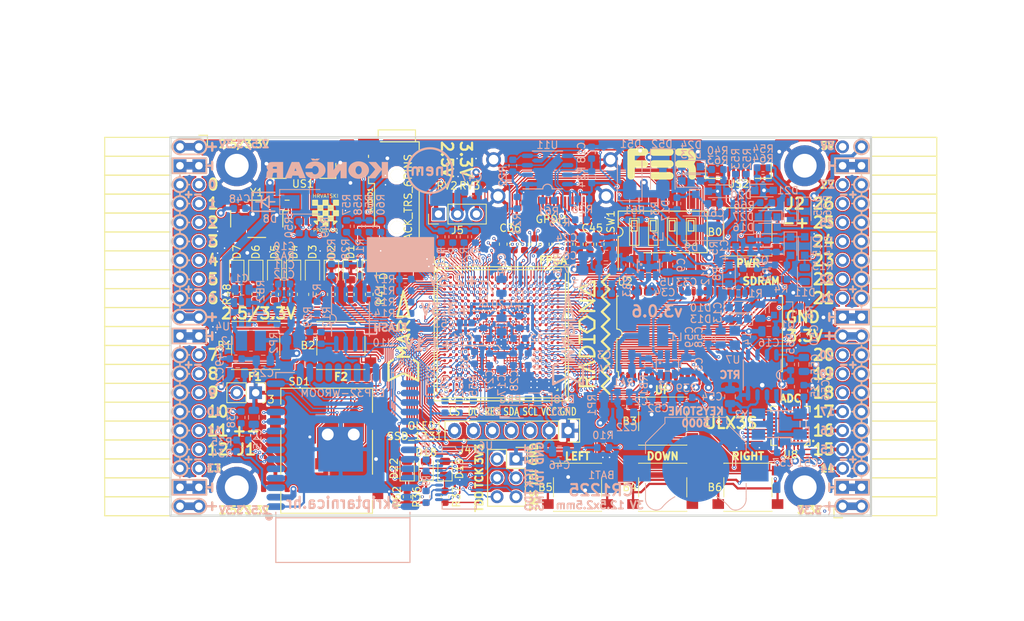
<source format=kicad_pcb>
(kicad_pcb (version 20171130) (host pcbnew 5.0.1+dfsg1-2)
  (title_block (rev v3.0.4))
  (layers (0 F.Cu signal) (1 In1.Cu signal) (2 In2.Cu signal) (31 B.Cu signal) (34 B.Paste user) (35 F.Paste user) (36 B.SilkS user) (37 F.SilkS user) (38 B.Mask user) (39 F.Mask user) (44 Edge.Cuts user))
  (net 0 "")
  (net 1 GND)
  (net 2 +5V)
  (net 3 /gpio/IN5V)
  (net 4 /gpio/OUT5V)
  (net 5 +3V3)
  (net 6 BTN_D)
  (net 7 BTN_F1)
  (net 8 BTN_F2)
  (net 9 BTN_L)
  (net 10 BTN_R)
  (net 11 BTN_U)
  (net 12 /power/FB1)
  (net 13 +2V5)
  (net 14 /power/PWREN)
  (net 15 /power/FB3)
  (net 16 /power/FB2)
  (net 17 /power/VBAT)
  (net 18 JTAG_TDI)
  (net 19 JTAG_TCK)
  (net 20 JTAG_TMS)
  (net 21 JTAG_TDO)
  (net 22 /power/WAKEUPn)
  (net 23 /power/WKUP)
  (net 24 /power/SHUT)
  (net 25 /power/WAKE)
  (net 26 /power/HOLD)
  (net 27 /power/WKn)
  (net 28 /power/OSCI_32k)
  (net 29 /power/OSCO_32k)
  (net 30 SHUTDOWN)
  (net 31 GPDI_SDA)
  (net 32 GPDI_SCL)
  (net 33 /gpdi/VREF2)
  (net 34 SD_CMD)
  (net 35 SD_CLK)
  (net 36 SD_D0)
  (net 37 SD_D1)
  (net 38 USB5V)
  (net 39 GPDI_CEC)
  (net 40 nRESET)
  (net 41 FTDI_nDTR)
  (net 42 SDRAM_CKE)
  (net 43 SDRAM_A7)
  (net 44 SDRAM_D15)
  (net 45 SDRAM_BA1)
  (net 46 SDRAM_D7)
  (net 47 SDRAM_A6)
  (net 48 SDRAM_CLK)
  (net 49 SDRAM_D13)
  (net 50 SDRAM_BA0)
  (net 51 SDRAM_D6)
  (net 52 SDRAM_A5)
  (net 53 SDRAM_D14)
  (net 54 SDRAM_A11)
  (net 55 SDRAM_D12)
  (net 56 SDRAM_D5)
  (net 57 SDRAM_A4)
  (net 58 SDRAM_A10)
  (net 59 SDRAM_D11)
  (net 60 SDRAM_A3)
  (net 61 SDRAM_D4)
  (net 62 SDRAM_D10)
  (net 63 SDRAM_D9)
  (net 64 SDRAM_A9)
  (net 65 SDRAM_D3)
  (net 66 SDRAM_D8)
  (net 67 SDRAM_A8)
  (net 68 SDRAM_A2)
  (net 69 SDRAM_A1)
  (net 70 SDRAM_A0)
  (net 71 SDRAM_D2)
  (net 72 SDRAM_D1)
  (net 73 SDRAM_D0)
  (net 74 SDRAM_DQM0)
  (net 75 SDRAM_nCS)
  (net 76 SDRAM_nRAS)
  (net 77 SDRAM_DQM1)
  (net 78 SDRAM_nCAS)
  (net 79 SDRAM_nWE)
  (net 80 /flash/FLASH_nWP)
  (net 81 /flash/FLASH_nHOLD)
  (net 82 /flash/FLASH_MOSI)
  (net 83 /flash/FLASH_MISO)
  (net 84 /flash/FLASH_SCK)
  (net 85 /flash/FLASH_nCS)
  (net 86 /flash/FPGA_PROGRAMN)
  (net 87 /flash/FPGA_DONE)
  (net 88 /flash/FPGA_INITN)
  (net 89 OLED_RES)
  (net 90 OLED_DC)
  (net 91 OLED_CS)
  (net 92 WIFI_EN)
  (net 93 FTDI_nRTS)
  (net 94 FTDI_TXD)
  (net 95 FTDI_RXD)
  (net 96 WIFI_RXD)
  (net 97 WIFI_GPIO0)
  (net 98 WIFI_TXD)
  (net 99 USB_FTDI_D+)
  (net 100 USB_FTDI_D-)
  (net 101 SD_D3)
  (net 102 AUDIO_L3)
  (net 103 AUDIO_L2)
  (net 104 AUDIO_L1)
  (net 105 AUDIO_L0)
  (net 106 AUDIO_R3)
  (net 107 AUDIO_R2)
  (net 108 AUDIO_R1)
  (net 109 AUDIO_R0)
  (net 110 OLED_CLK)
  (net 111 OLED_MOSI)
  (net 112 LED0)
  (net 113 LED1)
  (net 114 LED2)
  (net 115 LED3)
  (net 116 LED4)
  (net 117 LED5)
  (net 118 LED6)
  (net 119 LED7)
  (net 120 BTN_PWRn)
  (net 121 FTDI_nTXLED)
  (net 122 FTDI_nSLEEP)
  (net 123 /blinkey/LED_PWREN)
  (net 124 /blinkey/LED_TXLED)
  (net 125 /sdcard/SD3V3)
  (net 126 SD_D2)
  (net 127 CLK_25MHz)
  (net 128 /blinkey/BTNPUL)
  (net 129 /blinkey/BTNPUR)
  (net 130 USB_FPGA_D+)
  (net 131 /power/FTDI_nSUSPEND)
  (net 132 /blinkey/ALED0)
  (net 133 /blinkey/ALED1)
  (net 134 /blinkey/ALED2)
  (net 135 /blinkey/ALED3)
  (net 136 /blinkey/ALED4)
  (net 137 /blinkey/ALED5)
  (net 138 /blinkey/ALED6)
  (net 139 /blinkey/ALED7)
  (net 140 /usb/FTD-)
  (net 141 /usb/FTD+)
  (net 142 ADC_MISO)
  (net 143 ADC_MOSI)
  (net 144 ADC_CSn)
  (net 145 ADC_SCLK)
  (net 146 SW3)
  (net 147 SW2)
  (net 148 SW1)
  (net 149 USB_FPGA_D-)
  (net 150 /usb/FPD+)
  (net 151 /usb/FPD-)
  (net 152 WIFI_GPIO16)
  (net 153 /usb/ANT_433MHz)
  (net 154 PROG_DONE)
  (net 155 /power/P3V3)
  (net 156 /power/P2V5)
  (net 157 /power/L1)
  (net 158 /power/L3)
  (net 159 /power/L2)
  (net 160 FTDI_TXDEN)
  (net 161 SDRAM_A12)
  (net 162 /analog/AUDIO_V)
  (net 163 AUDIO_V3)
  (net 164 AUDIO_V2)
  (net 165 AUDIO_V1)
  (net 166 AUDIO_V0)
  (net 167 /blinkey/LED_WIFI)
  (net 168 /power/P1V1)
  (net 169 +1V1)
  (net 170 SW4)
  (net 171 /blinkey/SWPU)
  (net 172 /wifi/WIFIEN)
  (net 173 FT2V5)
  (net 174 GN0)
  (net 175 GP0)
  (net 176 GN1)
  (net 177 GP1)
  (net 178 GN2)
  (net 179 GP2)
  (net 180 GN3)
  (net 181 GP3)
  (net 182 GN4)
  (net 183 GP4)
  (net 184 GN5)
  (net 185 GP5)
  (net 186 GN6)
  (net 187 GP6)
  (net 188 GN14)
  (net 189 GP14)
  (net 190 GN15)
  (net 191 GP15)
  (net 192 GN16)
  (net 193 GP16)
  (net 194 GN17)
  (net 195 GP17)
  (net 196 GN18)
  (net 197 GP18)
  (net 198 GN19)
  (net 199 GP19)
  (net 200 GN20)
  (net 201 GP20)
  (net 202 GN21)
  (net 203 GP21)
  (net 204 GN22)
  (net 205 GP22)
  (net 206 GN23)
  (net 207 GP23)
  (net 208 GN24)
  (net 209 GP24)
  (net 210 GN25)
  (net 211 GP25)
  (net 212 GN26)
  (net 213 GP26)
  (net 214 GN27)
  (net 215 GP27)
  (net 216 GN7)
  (net 217 GP7)
  (net 218 GN8)
  (net 219 GP8)
  (net 220 GN9)
  (net 221 GP9)
  (net 222 GN10)
  (net 223 GP10)
  (net 224 GN11)
  (net 225 GP11)
  (net 226 GN12)
  (net 227 GP12)
  (net 228 GN13)
  (net 229 GP13)
  (net 230 WIFI_GPIO5)
  (net 231 WIFI_GPIO17)
  (net 232 USB_FPGA_PULL_D+)
  (net 233 USB_FPGA_PULL_D-)
  (net 234 "Net-(D23-Pad2)")
  (net 235 "Net-(D24-Pad1)")
  (net 236 "Net-(D25-Pad2)")
  (net 237 "Net-(D26-Pad1)")
  (net 238 /gpdi/GPDI_ETH+)
  (net 239 FPDI_ETH+)
  (net 240 /gpdi/GPDI_ETH-)
  (net 241 FPDI_ETH-)
  (net 242 /gpdi/GPDI_D2-)
  (net 243 FPDI_D2-)
  (net 244 /gpdi/GPDI_D1-)
  (net 245 FPDI_D1-)
  (net 246 /gpdi/GPDI_D0-)
  (net 247 FPDI_D0-)
  (net 248 /gpdi/GPDI_CLK-)
  (net 249 FPDI_CLK-)
  (net 250 /gpdi/GPDI_D2+)
  (net 251 FPDI_D2+)
  (net 252 /gpdi/GPDI_D1+)
  (net 253 FPDI_D1+)
  (net 254 /gpdi/GPDI_D0+)
  (net 255 FPDI_D0+)
  (net 256 /gpdi/GPDI_CLK+)
  (net 257 FPDI_CLK+)
  (net 258 FPDI_SDA)
  (net 259 FPDI_SCL)
  (net 260 /gpdi/FPDI_CEC)
  (net 261 2V5_3V3)
  (net 262 /usb/US2VBUS)
  (net 263 /power/SHD)
  (net 264 /power/RTCVDD)
  (net 265 "Net-(D27-Pad2)")
  (net 266 US2_ID)
  (net 267 /analog/AUDIO_L)
  (net 268 /analog/AUDIO_R)
  (net 269 /analog/ADC3V3)
  (net 270 PWRBTn)
  (net 271 USER_PROGRAMN)
  (net 272 "Net-(AUDIO1-Pad5)")
  (net 273 "Net-(AUDIO1-Pad6)")
  (net 274 "Net-(U1-PadW18)")
  (net 275 "Net-(U1-PadW17)")
  (net 276 "Net-(U1-PadW14)")
  (net 277 "Net-(U1-PadW13)")
  (net 278 "Net-(U1-PadW9)")
  (net 279 "Net-(U1-PadW8)")
  (net 280 "Net-(U1-PadW5)")
  (net 281 "Net-(U1-PadW4)")
  (net 282 "Net-(U1-PadT16)")
  (net 283 "Net-(U1-PadR3)")
  (net 284 SD_WP)
  (net 285 SD_CD)
  (net 286 "Net-(U1-PadM5)")
  (net 287 FTDI_nRXLED)
  (net 288 "Net-(U1-PadK17)")
  (net 289 "Net-(U1-PadK16)")
  (net 290 "Net-(U1-PadK5)")
  (net 291 "Net-(U1-PadJ5)")
  (net 292 "Net-(U1-PadJ4)")
  (net 293 "Net-(U1-PadE11)")
  (net 294 "Net-(U1-PadE10)")
  (net 295 "Net-(U1-PadE9)")
  (net 296 "Net-(U1-PadE6)")
  (net 297 "Net-(U1-PadD12)")
  (net 298 "Net-(U1-PadD11)")
  (net 299 "Net-(U1-PadD10)")
  (net 300 "Net-(U1-PadD9)")
  (net 301 "Net-(U1-PadC9)")
  (net 302 "Net-(U1-PadA15)")
  (net 303 "Net-(U8-Pad25)")
  (net 304 "Net-(U8-Pad12)")
  (net 305 "Net-(U9-Pad32)")
  (net 306 "Net-(U9-Pad22)")
  (net 307 "Net-(U9-Pad21)")
  (net 308 "Net-(U9-Pad20)")
  (net 309 "Net-(U9-Pad19)")
  (net 310 "Net-(U9-Pad18)")
  (net 311 "Net-(U9-Pad17)")
  (net 312 "Net-(U9-Pad12)")
  (net 313 "Net-(U9-Pad5)")
  (net 314 "Net-(U9-Pad4)")
  (net 315 "Net-(US1-Pad4)")
  (net 316 "Net-(Y2-Pad3)")
  (net 317 "Net-(Y2-Pad2)")
  (module ft231x:FT231X-SSOP-20_4.4x6.5mm_Pitch0.65mm (layer B.Cu) (at 132.835 107.14 180)
    (fp_text reference U6 (at -3.556 4.318 180) (layer B.SilkS) (effects (justify mirror)))
    (fp_text value FT231XS hide)
    (pad 20 smd oval (at 2.7 2.925 180) (size 1.1 0.4) (layers B.Cu B.Paste B.Mask) (net 94 FTDI_TXD))
    (pad 19 smd oval (at 2.7 2.275 180) (size 1.1 0.4) (layers B.Cu B.Paste B.Mask) (net 122 FTDI_nSLEEP))
    (pad 18 smd oval (at 2.7 1.625 180) (size 1.1 0.4) (layers B.Cu B.Paste B.Mask) (net 160 FTDI_TXDEN))
    (pad 17 smd oval (at 2.7 0.975 180) (size 1.1 0.4) (layers B.Cu B.Paste B.Mask) (net 287 FTDI_nRXLED))
    (pad 16 smd oval (at 2.7 0.325 180) (size 1.1 0.4) (layers B.Cu B.Paste B.Mask) (net 1 GND))
    (pad 15 smd oval (at 2.7 -0.325 180) (size 1.1 0.4) (layers B.Cu B.Paste B.Mask) (net 38 USB5V))
    (pad 14 smd oval (at 2.7 -0.975 180) (size 1.1 0.4) (layers B.Cu B.Paste B.Mask) (net 40 nRESET))
    (pad 13 smd oval (at 2.7 -1.625 180) (size 1.1 0.4) (layers B.Cu B.Paste B.Mask) (net 173 FT2V5))
    (pad 12 smd oval (at 2.7 -2.275 180) (size 1.1 0.4) (layers B.Cu B.Paste B.Mask) (net 100 USB_FTDI_D-))
    (pad 11 smd oval (at 2.7 -2.925 180) (size 1.1 0.4) (layers B.Cu B.Paste B.Mask) (net 99 USB_FTDI_D+))
    (pad 10 smd oval (at -2.7 -2.925 180) (size 1.1 0.4) (layers B.Cu B.Paste B.Mask) (net 121 FTDI_nTXLED))
    (pad 9 smd oval (at -2.7 -2.275 180) (size 1.1 0.4) (layers B.Cu B.Paste B.Mask) (net 21 JTAG_TDO))
    (pad 8 smd oval (at -2.7 -1.625 180) (size 1.1 0.4) (layers B.Cu B.Paste B.Mask) (net 20 JTAG_TMS))
    (pad 7 smd oval (at -2.7 -0.975 180) (size 1.1 0.4) (layers B.Cu B.Paste B.Mask) (net 19 JTAG_TCK))
    (pad 6 smd oval (at -2.7 -0.325 180) (size 1.1 0.4) (layers B.Cu B.Paste B.Mask) (net 1 GND))
    (pad 5 smd oval (at -2.7 0.325 180) (size 1.1 0.4) (layers B.Cu B.Paste B.Mask) (net 18 JTAG_TDI))
    (pad 4 smd oval (at -2.7 0.975 180) (size 1.1 0.4) (layers B.Cu B.Paste B.Mask) (net 95 FTDI_RXD))
    (pad 3 smd oval (at -2.7 1.625 180) (size 1.1 0.4) (layers B.Cu B.Paste B.Mask) (net 173 FT2V5))
    (pad 2 smd oval (at -2.7 2.275 180) (size 1.1 0.4) (layers B.Cu B.Paste B.Mask) (net 93 FTDI_nRTS))
    (pad 1 smd rect (at -2.7 2.925 180) (size 1.1 0.4) (layers B.Cu B.Paste B.Mask) (net 41 FTDI_nDTR))
  )
  (module micro-sd-schd3a0100:SCHD3A100 (layer F.Cu) (at 115.05 103.5 270)
    (fp_text reference SD1 (at -9.296 3.663 180) (layer F.SilkS))
    (fp_text value SCHD3A0100 hide)
    (pad 1 smd rect (at 1.75 -3.2) (size 0.7 1.5) (layers F.Cu F.Paste F.Mask) (net 126 SD_D2))
    (pad 2 smd rect (at 1.75 -2.1) (size 0.7 1.5) (layers F.Cu F.Paste F.Mask) (net 101 SD_D3))
    (pad 3 smd rect (at 1.75 -1) (size 0.7 1.5) (layers F.Cu F.Paste F.Mask) (net 34 SD_CMD))
    (pad 4 smd rect (at 1.75 0.1) (size 0.7 1.5) (layers F.Cu F.Paste F.Mask) (net 125 /sdcard/SD3V3))
    (pad 5 smd rect (at 1.75 1.2) (size 0.7 1.5) (layers F.Cu F.Paste F.Mask) (net 35 SD_CLK))
    (pad 6 smd rect (at 1.75 2.3) (size 0.7 1.5) (layers F.Cu F.Paste F.Mask) (net 1 GND))
    (pad 7 smd rect (at 1.75 3.4) (size 0.7 1.5) (layers F.Cu F.Paste F.Mask) (net 36 SD_D0))
    (pad 8 smd rect (at 1.75 4.5) (size 0.7 1.5) (layers F.Cu F.Paste F.Mask) (net 37 SD_D1))
    (pad 10 smd rect (at 6.05 -6.875) (size 1.45 0.9) (layers F.Cu F.Paste F.Mask) (net 1 GND))
    (pad 11 smd rect (at -5.65 6.875 90) (size 0.9 1.45) (layers F.Cu F.Paste F.Mask) (net 1 GND))
    (pad 9 smd rect (at 4.35 6.875) (size 1.45 2) (layers F.Cu F.Paste F.Mask) (net 1 GND))
    (pad 9 smd rect (at 4.35 -6.875) (size 1.45 2) (layers F.Cu F.Paste F.Mask) (net 1 GND))
    (pad 9 smd rect (at -3.95 -6.875) (size 1.45 2) (layers F.Cu F.Paste F.Mask) (net 1 GND))
    (pad 9 smd rect (at -3.95 6.875) (size 1.45 2) (layers F.Cu F.Paste F.Mask) (net 1 GND))
  )
  (module oscxo:Crystal_SMD_7050_4Pads (layer F.Cu) (at 105.672 72.36 180)
    (fp_text reference Y1 (at 0 3.556 180) (layer F.SilkS))
    (fp_text value FNETHE025 hide)
    (pad 1 smd rect (at -2.54 2.2 180) (size 2.2 1.8) (layers F.Cu F.Paste F.Mask) (net 5 +3V3))
    (pad 2 smd rect (at 2.54 2.2 180) (size 2.2 1.8) (layers F.Cu F.Paste F.Mask) (net 1 GND))
    (pad 3 smd rect (at 2.54 -2.2 180) (size 2.2 1.8) (layers F.Cu F.Paste F.Mask) (net 127 CLK_25MHz))
    (pad 4 smd rect (at -2.54 -2.2 180) (size 2.2 1.8) (layers F.Cu F.Paste F.Mask) (net 5 +3V3))
  )
  (module L_1008_1210:L_1008_1210 (layer B.Cu) (at 156.33 74.755 180)
    (fp_text reference L3 (at -3.19 -0.018 180) (layer B.SilkS) (effects (justify mirror)))
    (fp_text value 2.2uH hide)
    (pad 1 smd rect (at -1.27 0 180) (size 1.5 2.7) (layers B.Cu B.Paste B.Mask) (net 158 /power/L3))
    (pad 2 smd rect (at 1.27 0 180) (size 1.5 2.7) (layers B.Cu B.Paste B.Mask) (net 155 /power/P3V3))
  )
  (module L_1008_1210:L_1008_1210 (layer B.Cu) (at 158.87 88.09 180)
    (fp_text reference L1 (at -3.063 -0.145 180) (layer B.SilkS) (effects (justify mirror)))
    (fp_text value 2.2uH hide)
    (pad 1 smd rect (at -1.27 0 180) (size 1.5 2.7) (layers B.Cu B.Paste B.Mask) (net 157 /power/L1))
    (pad 2 smd rect (at 1.27 0 180) (size 1.5 2.7) (layers B.Cu B.Paste B.Mask) (net 168 /power/P1V1))
  )
  (module L_1008_1210:L_1008_1210 (layer B.Cu) (at 104.895 88.725)
    (fp_text reference L2 (at -3.16 0.018) (layer B.SilkS) (effects (justify mirror)))
    (fp_text value 2.2uH hide)
    (pad 1 smd rect (at -1.27 0) (size 1.5 2.7) (layers B.Cu B.Paste B.Mask) (net 159 /power/L2))
    (pad 2 smd rect (at 1.27 0) (size 1.5 2.7) (layers B.Cu B.Paste B.Mask) (net 156 /power/P2V5))
  )
  (module abs25:Crystal_SMD_ABS25 (layer B.Cu) (at 175.776 99.922 180)
    (fp_text reference Y2 (at 5.08 1.273 180) (layer B.SilkS) (effects (justify mirror)))
    (fp_text value 32768Hz hide)
    (pad 4 smd rect (at -2.8 1.4 180) (size 1.8 1.4) (layers B.Cu B.Paste B.Mask) (net 28 /power/OSCI_32k))
    (pad 3 smd rect (at 2.8 1.4 180) (size 1.8 1.4) (layers B.Cu B.Paste B.Mask) (net 316 "Net-(Y2-Pad3)"))
    (pad 2 smd rect (at 2.8 -1.4 180) (size 1.8 1.4) (layers B.Cu B.Paste B.Mask) (net 317 "Net-(Y2-Pad2)"))
    (pad 1 smd rect (at -2.8 -1.4 180) (size 1.8 1.4) (layers B.Cu B.Paste B.Mask) (net 29 /power/OSCO_32k))
  )
  (module Keystone_3000_1x12mm-CoinCell:Keystone_3000_1x12mm-CoinCell (layer B.Cu) (at 164.585 105.87 90)
    (fp_text reference BAT1 (at -0.907 -12.685 180) (layer B.SilkS) (effects (justify mirror)))
    (fp_text value CR1225 hide)
    (pad 1 smd rect (at 0 7.9 180) (size 3.7 3.5) (layers B.Cu B.Paste B.Mask) (net 17 /power/VBAT) (clearance 0.7))
    (pad 1 smd rect (at 0 -7.9 180) (size 3.7 3.5) (layers B.Cu B.Paste B.Mask) (net 17 /power/VBAT) (clearance 0.7))
    (pad 2 smd circle (at 0 0 180) (size 9 9) (layers B.Cu B.Mask) (net 1 GND))
  )
  (module audio-jack:CUI_SJ-43516-SMT (layer F.Cu) (at 124.468 69.518)
    (fp_text reference AUDIO1 (at -3.560502 0.28335 270) (layer F.SilkS) (effects (font (size 0.6096 0.6096) (thickness 0.1524))))
    (fp_text value JACK_TRS_6PINS (at 1.519498 0.28335 270) (layer F.SilkS))
    (pad 1 smd rect (at -3.8 -6.9 270) (size 2 2.8) (layers F.Cu F.Paste F.Mask) (net 1 GND))
    (pad 4 smd rect (at -3.8 -4.1 270) (size 2.2 2.8) (layers F.Cu F.Paste F.Mask) (net 162 /analog/AUDIO_V))
    (pad 2 smd rect (at -3.8 5.3 270) (size 2.8 2.8) (layers F.Cu F.Paste F.Mask) (net 267 /analog/AUDIO_L))
    (pad 5 smd rect (at 0.75 9.4 270) (size 2.8 2.8) (layers F.Cu F.Paste F.Mask) (net 272 "Net-(AUDIO1-Pad5)"))
    (pad 3 smd rect (at 3.8 -2.2 270) (size 2.2 2.8) (layers F.Cu F.Paste F.Mask) (net 268 /analog/AUDIO_R))
    (pad 6 smd rect (at 3.8 -5 270) (size 2 2.8) (layers F.Cu F.Paste F.Mask) (net 273 "Net-(AUDIO1-Pad6)"))
    (pad "" np_thru_hole circle (at 0 -3 270) (size 1.7 1.7) (drill 1.7) (layers *.Cu *.Mask F.SilkS) (clearance 0.4))
    (pad "" np_thru_hole circle (at 0 4 270) (size 1.7 1.7) (drill 1.7) (layers *.Cu *.Mask F.SilkS) (clearance 0.4))
  )
  (module usb_otg:USB-MICRO-B-FCI-10118192-0001LF (layer F.Cu) (at 170.3 63.325 180)
    (fp_text reference US2 (at 0 -4.336 180) (layer F.SilkS))
    (fp_text value MICRO_USB hide)
    (pad 6 smd rect (at 3.8 0 180) (size 1.8 1.9) (layers F.Cu F.Paste F.Mask) (net 1 GND))
    (pad 6 smd rect (at -3.8 0 180) (size 1.8 1.9) (layers F.Cu F.Paste F.Mask) (net 1 GND))
    (pad 5 smd rect (at 1.3 -2.675 180) (size 0.4 1.35) (layers F.Cu F.Paste F.Mask) (net 1 GND))
    (pad 4 smd rect (at 0.65 -2.675 180) (size 0.4 1.35) (layers F.Cu F.Paste F.Mask) (net 266 US2_ID))
    (pad 3 smd rect (at 0 -2.675 180) (size 0.4 1.35) (layers F.Cu F.Paste F.Mask) (net 150 /usb/FPD+))
    (pad 2 smd rect (at -0.65 -2.675 180) (size 0.4 1.35) (layers F.Cu F.Paste F.Mask) (net 151 /usb/FPD-))
    (pad 1 smd rect (at -1.3 -2.675 180) (size 0.4 1.35) (layers F.Cu F.Paste F.Mask) (net 262 /usb/US2VBUS))
    (pad 6 smd rect (at 1.2 0 180) (size 1.9 1.9) (layers F.Cu F.Paste F.Mask) (net 1 GND))
    (pad 6 smd rect (at -1.2 0 180) (size 1.9 1.9) (layers F.Cu F.Paste F.Mask) (net 1 GND))
    (pad 6 smd rect (at 3.1 -2.55 180) (size 2.1 1.6) (layers F.Cu F.Paste F.Mask) (net 1 GND))
    (pad 6 smd rect (at -3.1 -2.55 180) (size 2.1 1.6) (layers F.Cu F.Paste F.Mask) (net 1 GND))
  )
  (module usb_otg:USB-MICRO-B-FCI-10118192-0001LF (layer F.Cu) (at 111.88 63.325 180)
    (fp_text reference US1 (at 0 -4.336 180) (layer F.SilkS))
    (fp_text value MICRO_USB hide)
    (pad 6 smd rect (at 3.8 0 180) (size 1.8 1.9) (layers F.Cu F.Paste F.Mask) (net 1 GND))
    (pad 6 smd rect (at -3.8 0 180) (size 1.8 1.9) (layers F.Cu F.Paste F.Mask) (net 1 GND))
    (pad 5 smd rect (at 1.3 -2.675 180) (size 0.4 1.35) (layers F.Cu F.Paste F.Mask) (net 1 GND))
    (pad 4 smd rect (at 0.65 -2.675 180) (size 0.4 1.35) (layers F.Cu F.Paste F.Mask) (net 315 "Net-(US1-Pad4)"))
    (pad 3 smd rect (at 0 -2.675 180) (size 0.4 1.35) (layers F.Cu F.Paste F.Mask) (net 141 /usb/FTD+))
    (pad 2 smd rect (at -0.65 -2.675 180) (size 0.4 1.35) (layers F.Cu F.Paste F.Mask) (net 140 /usb/FTD-))
    (pad 1 smd rect (at -1.3 -2.675 180) (size 0.4 1.35) (layers F.Cu F.Paste F.Mask) (net 38 USB5V))
    (pad 6 smd rect (at 1.2 0 180) (size 1.9 1.9) (layers F.Cu F.Paste F.Mask) (net 1 GND))
    (pad 6 smd rect (at -1.2 0 180) (size 1.9 1.9) (layers F.Cu F.Paste F.Mask) (net 1 GND))
    (pad 6 smd rect (at 3.1 -2.55 180) (size 2.1 1.6) (layers F.Cu F.Paste F.Mask) (net 1 GND))
    (pad 6 smd rect (at -3.1 -2.55 180) (size 2.1 1.6) (layers F.Cu F.Paste F.Mask) (net 1 GND))
  )
  (module dipswitch:SW_DIP_x4_W8.61mm_Slide_LowProfile (layer F.Cu) (at 160.14 74.12 90)
    (fp_text reference SW1 (at 1.379 -6.97 90) (layer F.SilkS))
    (fp_text value SW_DIP_x04 hide)
    (pad 8 smd rect (at 4.305 -3.81 90) (size 2.44 1.12) (layers F.Cu F.Paste F.Mask) (net 148 SW1))
    (pad 4 smd rect (at -4.305 3.81 90) (size 2.44 1.12) (layers F.Cu F.Paste F.Mask) (net 171 /blinkey/SWPU))
    (pad 7 smd rect (at 4.305 -1.27 90) (size 2.44 1.12) (layers F.Cu F.Paste F.Mask) (net 147 SW2))
    (pad 3 smd rect (at -4.305 1.27 90) (size 2.44 1.12) (layers F.Cu F.Paste F.Mask) (net 171 /blinkey/SWPU))
    (pad 6 smd rect (at 4.305 1.27 90) (size 2.44 1.12) (layers F.Cu F.Paste F.Mask) (net 146 SW3))
    (pad 2 smd rect (at -4.305 -1.27 90) (size 2.44 1.12) (layers F.Cu F.Paste F.Mask) (net 171 /blinkey/SWPU))
    (pad 5 smd rect (at 4.305 3.81 90) (size 2.44 1.12) (layers F.Cu F.Paste F.Mask) (net 170 SW4))
    (pad 1 smd rect (at -4.305 -3.81 90) (size 2.44 1.12) (layers F.Cu F.Paste F.Mask) (net 171 /blinkey/SWPU))
  )
  (module conn-fci:CONN-10029449-111RLF (layer F.Cu) (at 145.296 69.312 180)
    (fp_text reference GPDI1 (at 0 -3.1115 180) (layer F.SilkS))
    (fp_text value GPDI-D hide)
    (pad 19 smd rect (at -4.25 -1 180) (size 0.3 1.9) (layers F.Cu F.Paste F.Mask) (net 240 /gpdi/GPDI_ETH-))
    (pad 18 smd rect (at -3.75 -1 180) (size 0.3 1.9) (layers F.Cu F.Paste F.Mask) (net 2 +5V))
    (pad 17 smd rect (at -3.25 -1 180) (size 0.3 1.9) (layers F.Cu F.Paste F.Mask) (net 1 GND))
    (pad 16 smd rect (at -2.75 -1 180) (size 0.3 1.9) (layers F.Cu F.Paste F.Mask) (net 31 GPDI_SDA))
    (pad 15 smd rect (at -2.25 -1 180) (size 0.3 1.9) (layers F.Cu F.Paste F.Mask) (net 32 GPDI_SCL))
    (pad 14 smd rect (at -1.75 -1 180) (size 0.3 1.9) (layers F.Cu F.Paste F.Mask) (net 238 /gpdi/GPDI_ETH+))
    (pad 13 smd rect (at -1.25 -1 180) (size 0.3 1.9) (layers F.Cu F.Paste F.Mask) (net 39 GPDI_CEC))
    (pad 12 smd rect (at -0.75 -1 180) (size 0.3 1.9) (layers F.Cu F.Paste F.Mask) (net 248 /gpdi/GPDI_CLK-))
    (pad 11 smd rect (at -0.25 -1 180) (size 0.3 1.9) (layers F.Cu F.Paste F.Mask) (net 1 GND))
    (pad 10 smd rect (at 0.25 -1 180) (size 0.3 1.9) (layers F.Cu F.Paste F.Mask) (net 256 /gpdi/GPDI_CLK+))
    (pad 9 smd rect (at 0.75 -1 180) (size 0.3 1.9) (layers F.Cu F.Paste F.Mask) (net 246 /gpdi/GPDI_D0-))
    (pad 8 smd rect (at 1.25 -1 180) (size 0.3 1.9) (layers F.Cu F.Paste F.Mask) (net 1 GND))
    (pad 7 smd rect (at 1.75 -1 180) (size 0.3 1.9) (layers F.Cu F.Paste F.Mask) (net 254 /gpdi/GPDI_D0+))
    (pad 6 smd rect (at 2.25 -1 180) (size 0.3 1.9) (layers F.Cu F.Paste F.Mask) (net 244 /gpdi/GPDI_D1-))
    (pad 5 smd rect (at 2.75 -1 180) (size 0.3 1.9) (layers F.Cu F.Paste F.Mask) (net 1 GND))
    (pad 4 smd rect (at 3.25 -1 180) (size 0.3 1.9) (layers F.Cu F.Paste F.Mask) (net 252 /gpdi/GPDI_D1+))
    (pad 3 smd rect (at 3.75 -1 180) (size 0.3 1.9) (layers F.Cu F.Paste F.Mask) (net 242 /gpdi/GPDI_D2-))
    (pad 2 smd rect (at 4.25 -1 180) (size 0.3 1.9) (layers F.Cu F.Paste F.Mask) (net 1 GND))
    (pad 1 smd rect (at 4.75 -1 180) (size 0.3 1.9) (layers F.Cu F.Paste F.Mask) (net 250 /gpdi/GPDI_D2+))
    (pad 0 thru_hole circle (at -7.25 0 180) (size 2 2) (drill 1.3) (layers *.Cu *.Mask) (net 1 GND))
    (pad 0 thru_hole circle (at 7.25 0 180) (size 2 2) (drill 1.3) (layers *.Cu *.Mask) (net 1 GND))
    (pad 0 thru_hole circle (at -7.85 4.9 180) (size 2 2) (drill 1.3) (layers *.Cu *.Mask) (net 1 GND))
    (pad 0 thru_hole circle (at 7.85 4.9 180) (size 2 2) (drill 1.3) (layers *.Cu *.Mask) (net 1 GND))
  )
  (module TSOP54:TSOP54 (layer F.Cu) (at 165.093 87.8 90)
    (fp_text reference U2 (at 6.98 -9.993 180) (layer F.SilkS))
    (fp_text value MT48LC16M16A2TG hide)
    (pad 28 smd oval (at 5.73 10.4 90) (size 1.2 0.56) (layers F.Cu F.Paste F.Mask) (net 1 GND))
    (pad 1 smd rect (at -5.73 -10.4 90) (size 1.2 0.56) (layers F.Cu F.Paste F.Mask) (net 5 +3V3))
    (pad 2 smd oval (at -5.73 -9.6 90) (size 1.2 0.56) (layers F.Cu F.Paste F.Mask) (net 73 SDRAM_D0))
    (pad 3 smd oval (at -5.73 -8.8 90) (size 1.2 0.56) (layers F.Cu F.Paste F.Mask) (net 5 +3V3))
    (pad 4 smd oval (at -5.73 -8 90) (size 1.2 0.56) (layers F.Cu F.Paste F.Mask) (net 72 SDRAM_D1))
    (pad 5 smd oval (at -5.73 -7.2 90) (size 1.2 0.56) (layers F.Cu F.Paste F.Mask) (net 71 SDRAM_D2))
    (pad 6 smd oval (at -5.73 -6.4 90) (size 1.2 0.56) (layers F.Cu F.Paste F.Mask) (net 1 GND))
    (pad 7 smd oval (at -5.73 -5.6 90) (size 1.2 0.56) (layers F.Cu F.Paste F.Mask) (net 65 SDRAM_D3))
    (pad 8 smd oval (at -5.73 -4.8 90) (size 1.2 0.56) (layers F.Cu F.Paste F.Mask) (net 61 SDRAM_D4))
    (pad 9 smd oval (at -5.73 -4 90) (size 1.2 0.56) (layers F.Cu F.Paste F.Mask) (net 5 +3V3))
    (pad 10 smd oval (at -5.73 -3.2 90) (size 1.2 0.56) (layers F.Cu F.Paste F.Mask) (net 56 SDRAM_D5))
    (pad 11 smd oval (at -5.73 -2.4 90) (size 1.2 0.56) (layers F.Cu F.Paste F.Mask) (net 51 SDRAM_D6))
    (pad 12 smd oval (at -5.73 -1.6 90) (size 1.2 0.56) (layers F.Cu F.Paste F.Mask) (net 1 GND))
    (pad 13 smd oval (at -5.73 -0.8 90) (size 1.2 0.56) (layers F.Cu F.Paste F.Mask) (net 46 SDRAM_D7))
    (pad 14 smd oval (at -5.73 0 90) (size 1.2 0.56) (layers F.Cu F.Paste F.Mask) (net 5 +3V3))
    (pad 15 smd oval (at -5.73 0.8 90) (size 1.2 0.56) (layers F.Cu F.Paste F.Mask) (net 74 SDRAM_DQM0))
    (pad 16 smd oval (at -5.73 1.6 90) (size 1.2 0.56) (layers F.Cu F.Paste F.Mask) (net 79 SDRAM_nWE))
    (pad 17 smd oval (at -5.73 2.4 90) (size 1.2 0.56) (layers F.Cu F.Paste F.Mask) (net 78 SDRAM_nCAS))
    (pad 18 smd oval (at -5.73 3.2 90) (size 1.2 0.56) (layers F.Cu F.Paste F.Mask) (net 76 SDRAM_nRAS))
    (pad 19 smd oval (at -5.73 4 90) (size 1.2 0.56) (layers F.Cu F.Paste F.Mask) (net 75 SDRAM_nCS))
    (pad 20 smd oval (at -5.73 4.8 90) (size 1.2 0.56) (layers F.Cu F.Paste F.Mask) (net 50 SDRAM_BA0))
    (pad 21 smd oval (at -5.73 5.6 90) (size 1.2 0.56) (layers F.Cu F.Paste F.Mask) (net 45 SDRAM_BA1))
    (pad 22 smd oval (at -5.73 6.4 90) (size 1.2 0.56) (layers F.Cu F.Paste F.Mask) (net 58 SDRAM_A10))
    (pad 23 smd oval (at -5.73 7.2 90) (size 1.2 0.56) (layers F.Cu F.Paste F.Mask) (net 70 SDRAM_A0))
    (pad 24 smd oval (at -5.73 8 90) (size 1.2 0.56) (layers F.Cu F.Paste F.Mask) (net 69 SDRAM_A1))
    (pad 25 smd oval (at -5.73 8.8 90) (size 1.2 0.56) (layers F.Cu F.Paste F.Mask) (net 68 SDRAM_A2))
    (pad 26 smd oval (at -5.73 9.6 90) (size 1.2 0.56) (layers F.Cu F.Paste F.Mask) (net 60 SDRAM_A3))
    (pad 27 smd oval (at -5.73 10.4 90) (size 1.2 0.56) (layers F.Cu F.Paste F.Mask) (net 5 +3V3))
    (pad 29 smd oval (at 5.73 9.6 90) (size 1.2 0.56) (layers F.Cu F.Paste F.Mask) (net 57 SDRAM_A4))
    (pad 30 smd oval (at 5.73 8.8 90) (size 1.2 0.56) (layers F.Cu F.Paste F.Mask) (net 52 SDRAM_A5))
    (pad 31 smd oval (at 5.73 8 90) (size 1.2 0.56) (layers F.Cu F.Paste F.Mask) (net 47 SDRAM_A6))
    (pad 32 smd oval (at 5.73 7.2 90) (size 1.2 0.56) (layers F.Cu F.Paste F.Mask) (net 43 SDRAM_A7))
    (pad 33 smd oval (at 5.73 6.4 90) (size 1.2 0.56) (layers F.Cu F.Paste F.Mask) (net 67 SDRAM_A8))
    (pad 34 smd oval (at 5.73 5.6 90) (size 1.2 0.56) (layers F.Cu F.Paste F.Mask) (net 64 SDRAM_A9))
    (pad 35 smd oval (at 5.73 4.8 90) (size 1.2 0.56) (layers F.Cu F.Paste F.Mask) (net 54 SDRAM_A11))
    (pad 36 smd oval (at 5.73 4 90) (size 1.2 0.56) (layers F.Cu F.Paste F.Mask) (net 161 SDRAM_A12))
    (pad 37 smd oval (at 5.73 3.2 90) (size 1.2 0.56) (layers F.Cu F.Paste F.Mask) (net 42 SDRAM_CKE))
    (pad 38 smd oval (at 5.73 2.4 90) (size 1.2 0.56) (layers F.Cu F.Paste F.Mask) (net 48 SDRAM_CLK))
    (pad 39 smd oval (at 5.73 1.6 90) (size 1.2 0.56) (layers F.Cu F.Paste F.Mask) (net 77 SDRAM_DQM1))
    (pad 40 smd oval (at 5.73 0.8 90) (size 1.2 0.56) (layers F.Cu F.Paste F.Mask))
    (pad 41 smd oval (at 5.73 0 90) (size 1.2 0.56) (layers F.Cu F.Paste F.Mask) (net 1 GND))
    (pad 42 smd oval (at 5.73 -0.8 90) (size 1.2 0.56) (layers F.Cu F.Paste F.Mask) (net 66 SDRAM_D8))
    (pad 43 smd oval (at 5.73 -1.6 90) (size 1.2 0.56) (layers F.Cu F.Paste F.Mask) (net 5 +3V3))
    (pad 44 smd oval (at 5.73 -2.4 90) (size 1.2 0.56) (layers F.Cu F.Paste F.Mask) (net 63 SDRAM_D9))
    (pad 45 smd oval (at 5.73 -3.2 90) (size 1.2 0.56) (layers F.Cu F.Paste F.Mask) (net 62 SDRAM_D10))
    (pad 46 smd oval (at 5.73 -4 90) (size 1.2 0.56) (layers F.Cu F.Paste F.Mask) (net 1 GND))
    (pad 47 smd oval (at 5.73 -4.8 90) (size 1.2 0.56) (layers F.Cu F.Paste F.Mask) (net 59 SDRAM_D11))
    (pad 48 smd oval (at 5.73 -5.6 90) (size 1.2 0.56) (layers F.Cu F.Paste F.Mask) (net 55 SDRAM_D12))
    (pad 49 smd oval (at 5.73 -6.4 90) (size 1.2 0.56) (layers F.Cu F.Paste F.Mask) (net 5 +3V3))
    (pad 50 smd oval (at 5.73 -7.2 90) (size 1.2 0.56) (layers F.Cu F.Paste F.Mask) (net 49 SDRAM_D13))
    (pad 51 smd oval (at 5.73 -8 90) (size 1.2 0.56) (layers F.Cu F.Paste F.Mask) (net 53 SDRAM_D14))
    (pad 52 smd oval (at 5.73 -8.8 90) (size 1.2 0.56) (layers F.Cu F.Paste F.Mask) (net 1 GND))
    (pad 53 smd oval (at 5.73 -9.6 90) (size 1.2 0.56) (layers F.Cu F.Paste F.Mask) (net 44 SDRAM_D15))
    (pad 54 smd oval (at 5.73 -10.4 90) (size 1.2 0.56) (layers F.Cu F.Paste F.Mask) (net 1 GND))
  )
  (module jumper:R_0805_2012Metric_Pad1.29x1.40mm_HandSolder_Jumper_NC (layer B.Cu) (at 109.609 89.632 270)
    (fp_text reference RP2 (at -0.635 1.651 270) (layer B.SilkS) (effects (justify mirror)))
    (fp_text value 0 hide)
    (fp_line (start -1 0) (end 1 0) (layer B.Cu) (width 1))
    (pad 2 smd roundrect (at 0.9675 0 270) (size 1.295 1.4) (layers B.Cu B.Mask) (net 13 +2V5))
    (pad 1 smd roundrect (at -0.9675 0 270) (size 1.295 1.4) (layers B.Cu B.Mask) (net 156 /power/P2V5))
  )
  (module jumper:R_0805_2012Metric_Pad1.29x1.40mm_HandSolder_Jumper_NC (layer B.Cu) (at 149.472 78.311 270)
    (fp_text reference RP3 (at 0 3.414 270) (layer B.SilkS) (effects (justify mirror)))
    (fp_text value 0 hide)
    (fp_line (start -1 0) (end 1 0) (layer B.Cu) (width 1))
    (pad 2 smd roundrect (at 0.9675 0 270) (size 1.295 1.4) (layers B.Cu B.Mask) (net 5 +3V3))
    (pad 1 smd roundrect (at -0.9675 0 270) (size 1.295 1.4) (layers B.Cu B.Mask) (net 155 /power/P3V3))
  )
  (module jumper:R_0805_2012Metric_Pad1.29x1.40mm_HandSolder_Jumper_NC (layer B.Cu) (at 152.281 97.361 270)
    (fp_text reference RP1 (at 0 1.65 270) (layer B.SilkS) (effects (justify mirror)))
    (fp_text value 0 hide)
    (fp_line (start -1 0) (end 1 0) (layer B.Cu) (width 1))
    (pad 2 smd roundrect (at 0.9675 0 270) (size 1.295 1.4) (layers B.Cu B.Mask) (net 169 +1V1))
    (pad 1 smd roundrect (at -0.9675 0 270) (size 1.295 1.4) (layers B.Cu B.Mask) (net 168 /power/P1V1))
  )
  (module jumper:D_SMA_Jumper_NC (layer B.Cu) (at 160.155 66.391 270)
    (fp_text reference D52 (at -4.064 0.127) (layer B.SilkS) (effects (justify mirror)))
    (fp_text value 0 hide)
    (fp_line (start -2 0) (end 2 0) (layer B.Cu) (width 1))
    (pad 2 smd roundrect (at 2 0 270) (size 2.5 1.8) (layers B.Cu B.Mask) (net 2 +5V))
    (pad 1 smd roundrect (at -2 0 270) (size 2.5 1.8) (layers B.Cu B.Mask) (net 4 /gpio/OUT5V))
  )
  (module jumper:D_SMA_Jumper_NC (layer B.Cu) (at 155.71 66.518 90)
    (fp_text reference D51 (at 4.191 0.127 180) (layer B.SilkS) (effects (justify mirror)))
    (fp_text value 0 hide)
    (fp_line (start -2 0) (end 2 0) (layer B.Cu) (width 1))
    (pad 2 smd roundrect (at 2 0 90) (size 2.5 1.8) (layers B.Cu B.Mask) (net 3 /gpio/IN5V))
    (pad 1 smd roundrect (at -2 0 90) (size 2.5 1.8) (layers B.Cu B.Mask) (net 2 +5V))
  )
  (module jumper:D_SMA_Jumper_NC (layer B.Cu) (at 164.854 73.63 180)
    (fp_text reference D9 (at 0.889 -2.54 180) (layer B.SilkS) (effects (justify mirror)))
    (fp_text value 0 hide)
    (fp_line (start -2 0) (end 2 0) (layer B.Cu) (width 1))
    (pad 2 smd roundrect (at 2 0 180) (size 2.5 1.8) (layers B.Cu B.Mask) (net 2 +5V))
    (pad 1 smd roundrect (at -2 0 180) (size 2.5 1.8) (layers B.Cu B.Mask) (net 262 /usb/US2VBUS))
  )
  (module lfe5bg381:BGA-381_pitch0.8mm_dia0.4mm (layer F.Cu) (at 138.48 87.8)
    (fp_text reference U1 (at -8.2 -9.8) (layer F.SilkS))
    (fp_text value LFE5U-85F-6BG381C hide)
    (pad Y19 smd circle (at 6.8 7.6) (size 0.4 0.4) (layers F.Cu F.Paste F.Mask) (net 1 GND))
    (pad Y17 smd circle (at 5.2 7.6) (size 0.4 0.4) (layers F.Cu F.Paste F.Mask) (net 1 GND))
    (pad Y16 smd circle (at 4.4 7.6) (size 0.4 0.4) (layers F.Cu F.Paste F.Mask) (net 1 GND))
    (pad Y15 smd circle (at 3.6 7.6) (size 0.4 0.4) (layers F.Cu F.Paste F.Mask) (net 1 GND))
    (pad Y14 smd circle (at 2.8 7.6) (size 0.4 0.4) (layers F.Cu F.Paste F.Mask) (net 1 GND))
    (pad Y12 smd circle (at 1.2 7.6) (size 0.4 0.4) (layers F.Cu F.Paste F.Mask) (net 1 GND))
    (pad Y11 smd circle (at 0.4 7.6) (size 0.4 0.4) (layers F.Cu F.Paste F.Mask) (net 1 GND))
    (pad Y8 smd circle (at -2 7.6) (size 0.4 0.4) (layers F.Cu F.Paste F.Mask) (net 1 GND))
    (pad Y7 smd circle (at -2.8 7.6) (size 0.4 0.4) (layers F.Cu F.Paste F.Mask) (net 1 GND))
    (pad Y6 smd circle (at -3.6 7.6) (size 0.4 0.4) (layers F.Cu F.Paste F.Mask) (net 1 GND))
    (pad Y5 smd circle (at -4.4 7.6) (size 0.4 0.4) (layers F.Cu F.Paste F.Mask) (net 1 GND))
    (pad Y3 smd circle (at -6 7.6) (size 0.4 0.4) (layers F.Cu F.Paste F.Mask) (net 87 /flash/FPGA_DONE))
    (pad Y2 smd circle (at -6.8 7.6) (size 0.4 0.4) (layers F.Cu F.Paste F.Mask) (net 80 /flash/FLASH_nWP))
    (pad W20 smd circle (at 7.6 6.8) (size 0.4 0.4) (layers F.Cu F.Paste F.Mask) (net 1 GND))
    (pad W19 smd circle (at 6.8 6.8) (size 0.4 0.4) (layers F.Cu F.Paste F.Mask) (net 1 GND))
    (pad W18 smd circle (at 6 6.8) (size 0.4 0.4) (layers F.Cu F.Paste F.Mask) (net 274 "Net-(U1-PadW18)"))
    (pad W17 smd circle (at 5.2 6.8) (size 0.4 0.4) (layers F.Cu F.Paste F.Mask) (net 275 "Net-(U1-PadW17)"))
    (pad W16 smd circle (at 4.4 6.8) (size 0.4 0.4) (layers F.Cu F.Paste F.Mask) (net 1 GND))
    (pad W15 smd circle (at 3.6 6.8) (size 0.4 0.4) (layers F.Cu F.Paste F.Mask) (net 1 GND))
    (pad W14 smd circle (at 2.8 6.8) (size 0.4 0.4) (layers F.Cu F.Paste F.Mask) (net 276 "Net-(U1-PadW14)"))
    (pad W13 smd circle (at 2 6.8) (size 0.4 0.4) (layers F.Cu F.Paste F.Mask) (net 277 "Net-(U1-PadW13)"))
    (pad W12 smd circle (at 1.2 6.8) (size 0.4 0.4) (layers F.Cu F.Paste F.Mask) (net 1 GND))
    (pad W11 smd circle (at 0.4 6.8) (size 0.4 0.4) (layers F.Cu F.Paste F.Mask))
    (pad W10 smd circle (at -0.4 6.8) (size 0.4 0.4) (layers F.Cu F.Paste F.Mask))
    (pad W9 smd circle (at -1.2 6.8) (size 0.4 0.4) (layers F.Cu F.Paste F.Mask) (net 278 "Net-(U1-PadW9)"))
    (pad W8 smd circle (at -2 6.8) (size 0.4 0.4) (layers F.Cu F.Paste F.Mask) (net 279 "Net-(U1-PadW8)"))
    (pad W7 smd circle (at -2.8 6.8) (size 0.4 0.4) (layers F.Cu F.Paste F.Mask) (net 1 GND))
    (pad W6 smd circle (at -3.6 6.8) (size 0.4 0.4) (layers F.Cu F.Paste F.Mask) (net 1 GND))
    (pad W5 smd circle (at -4.4 6.8) (size 0.4 0.4) (layers F.Cu F.Paste F.Mask) (net 280 "Net-(U1-PadW5)"))
    (pad W4 smd circle (at -5.2 6.8) (size 0.4 0.4) (layers F.Cu F.Paste F.Mask) (net 281 "Net-(U1-PadW4)"))
    (pad W3 smd circle (at -6 6.8) (size 0.4 0.4) (layers F.Cu F.Paste F.Mask) (net 86 /flash/FPGA_PROGRAMN))
    (pad W2 smd circle (at -6.8 6.8) (size 0.4 0.4) (layers F.Cu F.Paste F.Mask) (net 82 /flash/FLASH_MOSI))
    (pad W1 smd circle (at -7.6 6.8) (size 0.4 0.4) (layers F.Cu F.Paste F.Mask) (net 81 /flash/FLASH_nHOLD))
    (pad V20 smd circle (at 7.6 6) (size 0.4 0.4) (layers F.Cu F.Paste F.Mask) (net 1 GND))
    (pad V19 smd circle (at 6.8 6) (size 0.4 0.4) (layers F.Cu F.Paste F.Mask) (net 1 GND))
    (pad V18 smd circle (at 6 6) (size 0.4 0.4) (layers F.Cu F.Paste F.Mask) (net 1 GND))
    (pad V17 smd circle (at 5.2 6) (size 0.4 0.4) (layers F.Cu F.Paste F.Mask) (net 1 GND))
    (pad V16 smd circle (at 4.4 6) (size 0.4 0.4) (layers F.Cu F.Paste F.Mask) (net 1 GND))
    (pad V15 smd circle (at 3.6 6) (size 0.4 0.4) (layers F.Cu F.Paste F.Mask) (net 1 GND))
    (pad V14 smd circle (at 2.8 6) (size 0.4 0.4) (layers F.Cu F.Paste F.Mask) (net 1 GND))
    (pad V13 smd circle (at 2 6) (size 0.4 0.4) (layers F.Cu F.Paste F.Mask) (net 1 GND))
    (pad V12 smd circle (at 1.2 6) (size 0.4 0.4) (layers F.Cu F.Paste F.Mask) (net 1 GND))
    (pad V11 smd circle (at 0.4 6) (size 0.4 0.4) (layers F.Cu F.Paste F.Mask) (net 1 GND))
    (pad V10 smd circle (at -0.4 6) (size 0.4 0.4) (layers F.Cu F.Paste F.Mask) (net 1 GND))
    (pad V9 smd circle (at -1.2 6) (size 0.4 0.4) (layers F.Cu F.Paste F.Mask) (net 1 GND))
    (pad V8 smd circle (at -2 6) (size 0.4 0.4) (layers F.Cu F.Paste F.Mask) (net 1 GND))
    (pad V7 smd circle (at -2.8 6) (size 0.4 0.4) (layers F.Cu F.Paste F.Mask) (net 1 GND))
    (pad V6 smd circle (at -3.6 6) (size 0.4 0.4) (layers F.Cu F.Paste F.Mask) (net 1 GND))
    (pad V5 smd circle (at -4.4 6) (size 0.4 0.4) (layers F.Cu F.Paste F.Mask) (net 1 GND))
    (pad V4 smd circle (at -5.2 6) (size 0.4 0.4) (layers F.Cu F.Paste F.Mask) (net 21 JTAG_TDO))
    (pad V3 smd circle (at -6 6) (size 0.4 0.4) (layers F.Cu F.Paste F.Mask) (net 88 /flash/FPGA_INITN))
    (pad V2 smd circle (at -6.8 6) (size 0.4 0.4) (layers F.Cu F.Paste F.Mask) (net 83 /flash/FLASH_MISO))
    (pad V1 smd circle (at -7.6 6) (size 0.4 0.4) (layers F.Cu F.Paste F.Mask) (net 6 BTN_D))
    (pad U20 smd circle (at 7.6 5.2) (size 0.4 0.4) (layers F.Cu F.Paste F.Mask) (net 46 SDRAM_D7))
    (pad U19 smd circle (at 6.8 5.2) (size 0.4 0.4) (layers F.Cu F.Paste F.Mask) (net 74 SDRAM_DQM0))
    (pad U18 smd circle (at 6 5.2) (size 0.4 0.4) (layers F.Cu F.Paste F.Mask) (net 189 GP14))
    (pad U17 smd circle (at 5.2 5.2) (size 0.4 0.4) (layers F.Cu F.Paste F.Mask) (net 188 GN14))
    (pad U16 smd circle (at 4.4 5.2) (size 0.4 0.4) (layers F.Cu F.Paste F.Mask) (net 142 ADC_MISO))
    (pad U15 smd circle (at 3.6 5.2) (size 0.4 0.4) (layers F.Cu F.Paste F.Mask) (net 1 GND))
    (pad U14 smd circle (at 2.8 5.2) (size 0.4 0.4) (layers F.Cu F.Paste F.Mask) (net 1 GND))
    (pad U13 smd circle (at 2 5.2) (size 0.4 0.4) (layers F.Cu F.Paste F.Mask) (net 1 GND))
    (pad U12 smd circle (at 1.2 5.2) (size 0.4 0.4) (layers F.Cu F.Paste F.Mask) (net 1 GND))
    (pad U11 smd circle (at 0.4 5.2) (size 0.4 0.4) (layers F.Cu F.Paste F.Mask) (net 1 GND))
    (pad U10 smd circle (at -0.4 5.2) (size 0.4 0.4) (layers F.Cu F.Paste F.Mask) (net 1 GND))
    (pad U9 smd circle (at -1.2 5.2) (size 0.4 0.4) (layers F.Cu F.Paste F.Mask) (net 1 GND))
    (pad U8 smd circle (at -2 5.2) (size 0.4 0.4) (layers F.Cu F.Paste F.Mask) (net 1 GND))
    (pad U7 smd circle (at -2.8 5.2) (size 0.4 0.4) (layers F.Cu F.Paste F.Mask) (net 1 GND))
    (pad U6 smd circle (at -3.6 5.2) (size 0.4 0.4) (layers F.Cu F.Paste F.Mask) (net 1 GND))
    (pad U5 smd circle (at -4.4 5.2) (size 0.4 0.4) (layers F.Cu F.Paste F.Mask) (net 20 JTAG_TMS))
    (pad U4 smd circle (at -5.2 5.2) (size 0.4 0.4) (layers F.Cu F.Paste F.Mask) (net 1 GND))
    (pad U3 smd circle (at -6 5.2) (size 0.4 0.4) (layers F.Cu F.Paste F.Mask) (net 84 /flash/FLASH_SCK))
    (pad U2 smd circle (at -6.8 5.2) (size 0.4 0.4) (layers F.Cu F.Paste F.Mask) (net 5 +3V3))
    (pad U1 smd circle (at -7.6 5.2) (size 0.4 0.4) (layers F.Cu F.Paste F.Mask) (net 9 BTN_L))
    (pad T20 smd circle (at 7.6 4.4) (size 0.4 0.4) (layers F.Cu F.Paste F.Mask) (net 79 SDRAM_nWE))
    (pad T19 smd circle (at 6.8 4.4) (size 0.4 0.4) (layers F.Cu F.Paste F.Mask) (net 78 SDRAM_nCAS))
    (pad T18 smd circle (at 6 4.4) (size 0.4 0.4) (layers F.Cu F.Paste F.Mask) (net 56 SDRAM_D5))
    (pad T17 smd circle (at 5.2 4.4) (size 0.4 0.4) (layers F.Cu F.Paste F.Mask) (net 51 SDRAM_D6))
    (pad T16 smd circle (at 4.4 4.4) (size 0.4 0.4) (layers F.Cu F.Paste F.Mask) (net 282 "Net-(U1-PadT16)"))
    (pad T15 smd circle (at 3.6 4.4) (size 0.4 0.4) (layers F.Cu F.Paste F.Mask) (net 1 GND))
    (pad T14 smd circle (at 2.8 4.4) (size 0.4 0.4) (layers F.Cu F.Paste F.Mask) (net 1 GND))
    (pad T13 smd circle (at 2 4.4) (size 0.4 0.4) (layers F.Cu F.Paste F.Mask) (net 1 GND))
    (pad T12 smd circle (at 1.2 4.4) (size 0.4 0.4) (layers F.Cu F.Paste F.Mask) (net 1 GND))
    (pad T11 smd circle (at 0.4 4.4) (size 0.4 0.4) (layers F.Cu F.Paste F.Mask) (net 1 GND))
    (pad T10 smd circle (at -0.4 4.4) (size 0.4 0.4) (layers F.Cu F.Paste F.Mask) (net 1 GND))
    (pad T9 smd circle (at -1.2 4.4) (size 0.4 0.4) (layers F.Cu F.Paste F.Mask) (net 1 GND))
    (pad T8 smd circle (at -2 4.4) (size 0.4 0.4) (layers F.Cu F.Paste F.Mask) (net 1 GND))
    (pad T7 smd circle (at -2.8 4.4) (size 0.4 0.4) (layers F.Cu F.Paste F.Mask) (net 1 GND))
    (pad T6 smd circle (at -3.6 4.4) (size 0.4 0.4) (layers F.Cu F.Paste F.Mask) (net 1 GND))
    (pad T5 smd circle (at -4.4 4.4) (size 0.4 0.4) (layers F.Cu F.Paste F.Mask) (net 19 JTAG_TCK))
    (pad T4 smd circle (at -5.2 4.4) (size 0.4 0.4) (layers F.Cu F.Paste F.Mask) (net 5 +3V3))
    (pad T3 smd circle (at -6 4.4) (size 0.4 0.4) (layers F.Cu F.Paste F.Mask) (net 5 +3V3))
    (pad T2 smd circle (at -6.8 4.4) (size 0.4 0.4) (layers F.Cu F.Paste F.Mask) (net 5 +3V3))
    (pad T1 smd circle (at -7.6 4.4) (size 0.4 0.4) (layers F.Cu F.Paste F.Mask) (net 8 BTN_F2))
    (pad R20 smd circle (at 7.6 3.6) (size 0.4 0.4) (layers F.Cu F.Paste F.Mask) (net 76 SDRAM_nRAS))
    (pad R19 smd circle (at 6.8 3.6) (size 0.4 0.4) (layers F.Cu F.Paste F.Mask) (net 1 GND))
    (pad R18 smd circle (at 6 3.6) (size 0.4 0.4) (layers F.Cu F.Paste F.Mask) (net 11 BTN_U))
    (pad R17 smd circle (at 5.2 3.6) (size 0.4 0.4) (layers F.Cu F.Paste F.Mask) (net 144 ADC_CSn))
    (pad R16 smd circle (at 4.4 3.6) (size 0.4 0.4) (layers F.Cu F.Paste F.Mask) (net 143 ADC_MOSI))
    (pad R5 smd circle (at -4.4 3.6) (size 0.4 0.4) (layers F.Cu F.Paste F.Mask) (net 18 JTAG_TDI))
    (pad R4 smd circle (at -5.2 3.6) (size 0.4 0.4) (layers F.Cu F.Paste F.Mask) (net 1 GND))
    (pad R3 smd circle (at -6 3.6) (size 0.4 0.4) (layers F.Cu F.Paste F.Mask) (net 283 "Net-(U1-PadR3)"))
    (pad R2 smd circle (at -6.8 3.6) (size 0.4 0.4) (layers F.Cu F.Paste F.Mask) (net 85 /flash/FLASH_nCS))
    (pad R1 smd circle (at -7.6 3.6) (size 0.4 0.4) (layers F.Cu F.Paste F.Mask) (net 7 BTN_F1))
    (pad P20 smd circle (at 7.6 2.8) (size 0.4 0.4) (layers F.Cu F.Paste F.Mask) (net 75 SDRAM_nCS))
    (pad P19 smd circle (at 6.8 2.8) (size 0.4 0.4) (layers F.Cu F.Paste F.Mask) (net 50 SDRAM_BA0))
    (pad P18 smd circle (at 6 2.8) (size 0.4 0.4) (layers F.Cu F.Paste F.Mask) (net 61 SDRAM_D4))
    (pad P17 smd circle (at 5.2 2.8) (size 0.4 0.4) (layers F.Cu F.Paste F.Mask) (net 145 ADC_SCLK))
    (pad P16 smd circle (at 4.4 2.8) (size 0.4 0.4) (layers F.Cu F.Paste F.Mask) (net 190 GN15))
    (pad P15 smd circle (at 3.6 2.8) (size 0.4 0.4) (layers F.Cu F.Paste F.Mask) (net 13 +2V5))
    (pad P14 smd circle (at 2.8 2.8) (size 0.4 0.4) (layers F.Cu F.Paste F.Mask) (net 1 GND))
    (pad P13 smd circle (at 2 2.8) (size 0.4 0.4) (layers F.Cu F.Paste F.Mask) (net 1 GND))
    (pad P12 smd circle (at 1.2 2.8) (size 0.4 0.4) (layers F.Cu F.Paste F.Mask) (net 1 GND))
    (pad P11 smd circle (at 0.4 2.8) (size 0.4 0.4) (layers F.Cu F.Paste F.Mask) (net 1 GND))
    (pad P10 smd circle (at -0.4 2.8) (size 0.4 0.4) (layers F.Cu F.Paste F.Mask) (net 5 +3V3))
    (pad P9 smd circle (at -1.2 2.8) (size 0.4 0.4) (layers F.Cu F.Paste F.Mask) (net 5 +3V3))
    (pad P8 smd circle (at -2 2.8) (size 0.4 0.4) (layers F.Cu F.Paste F.Mask) (net 1 GND))
    (pad P7 smd circle (at -2.8 2.8) (size 0.4 0.4) (layers F.Cu F.Paste F.Mask) (net 1 GND))
    (pad P6 smd circle (at -3.6 2.8) (size 0.4 0.4) (layers F.Cu F.Paste F.Mask) (net 13 +2V5))
    (pad P5 smd circle (at -4.4 2.8) (size 0.4 0.4) (layers F.Cu F.Paste F.Mask) (net 284 SD_WP))
    (pad P4 smd circle (at -5.2 2.8) (size 0.4 0.4) (layers F.Cu F.Paste F.Mask) (net 110 OLED_CLK))
    (pad P3 smd circle (at -6 2.8) (size 0.4 0.4) (layers F.Cu F.Paste F.Mask) (net 111 OLED_MOSI))
    (pad P2 smd circle (at -6.8 2.8) (size 0.4 0.4) (layers F.Cu F.Paste F.Mask) (net 89 OLED_RES))
    (pad P1 smd circle (at -7.6 2.8) (size 0.4 0.4) (layers F.Cu F.Paste F.Mask) (net 90 OLED_DC))
    (pad N20 smd circle (at 7.6 2) (size 0.4 0.4) (layers F.Cu F.Paste F.Mask) (net 45 SDRAM_BA1))
    (pad N19 smd circle (at 6.8 2) (size 0.4 0.4) (layers F.Cu F.Paste F.Mask) (net 58 SDRAM_A10))
    (pad N18 smd circle (at 6 2) (size 0.4 0.4) (layers F.Cu F.Paste F.Mask) (net 65 SDRAM_D3))
    (pad N17 smd circle (at 5.2 2) (size 0.4 0.4) (layers F.Cu F.Paste F.Mask) (net 191 GP15))
    (pad N16 smd circle (at 4.4 2) (size 0.4 0.4) (layers F.Cu F.Paste F.Mask) (net 193 GP16))
    (pad N15 smd circle (at 3.6 2) (size 0.4 0.4) (layers F.Cu F.Paste F.Mask) (net 1 GND))
    (pad N14 smd circle (at 2.8 2) (size 0.4 0.4) (layers F.Cu F.Paste F.Mask) (net 1 GND))
    (pad N13 smd circle (at 2 2) (size 0.4 0.4) (layers F.Cu F.Paste F.Mask) (net 169 +1V1))
    (pad N12 smd circle (at 1.2 2) (size 0.4 0.4) (layers F.Cu F.Paste F.Mask) (net 169 +1V1))
    (pad N11 smd circle (at 0.4 2) (size 0.4 0.4) (layers F.Cu F.Paste F.Mask) (net 169 +1V1))
    (pad N10 smd circle (at -0.4 2) (size 0.4 0.4) (layers F.Cu F.Paste F.Mask) (net 169 +1V1))
    (pad N9 smd circle (at -1.2 2) (size 0.4 0.4) (layers F.Cu F.Paste F.Mask) (net 169 +1V1))
    (pad N8 smd circle (at -2 2) (size 0.4 0.4) (layers F.Cu F.Paste F.Mask) (net 169 +1V1))
    (pad N7 smd circle (at -2.8 2) (size 0.4 0.4) (layers F.Cu F.Paste F.Mask) (net 1 GND))
    (pad N6 smd circle (at -3.6 2) (size 0.4 0.4) (layers F.Cu F.Paste F.Mask) (net 1 GND))
    (pad N5 smd circle (at -4.4 2) (size 0.4 0.4) (layers F.Cu F.Paste F.Mask) (net 285 SD_CD))
    (pad N4 smd circle (at -5.2 2) (size 0.4 0.4) (layers F.Cu F.Paste F.Mask) (net 230 WIFI_GPIO5))
    (pad N3 smd circle (at -6 2) (size 0.4 0.4) (layers F.Cu F.Paste F.Mask) (net 231 WIFI_GPIO17))
    (pad N2 smd circle (at -6.8 2) (size 0.4 0.4) (layers F.Cu F.Paste F.Mask) (net 91 OLED_CS))
    (pad N1 smd circle (at -7.6 2) (size 0.4 0.4) (layers F.Cu F.Paste F.Mask) (net 41 FTDI_nDTR))
    (pad M20 smd circle (at 7.6 1.2) (size 0.4 0.4) (layers F.Cu F.Paste F.Mask) (net 70 SDRAM_A0))
    (pad M19 smd circle (at 6.8 1.2) (size 0.4 0.4) (layers F.Cu F.Paste F.Mask) (net 69 SDRAM_A1))
    (pad M18 smd circle (at 6 1.2) (size 0.4 0.4) (layers F.Cu F.Paste F.Mask) (net 71 SDRAM_D2))
    (pad M17 smd circle (at 5.2 1.2) (size 0.4 0.4) (layers F.Cu F.Paste F.Mask) (net 192 GN16))
    (pad M16 smd circle (at 4.4 1.2) (size 0.4 0.4) (layers F.Cu F.Paste F.Mask) (net 1 GND))
    (pad M15 smd circle (at 3.6 1.2) (size 0.4 0.4) (layers F.Cu F.Paste F.Mask) (net 5 +3V3))
    (pad M14 smd circle (at 2.8 1.2) (size 0.4 0.4) (layers F.Cu F.Paste F.Mask) (net 1 GND))
    (pad M13 smd circle (at 2 1.2) (size 0.4 0.4) (layers F.Cu F.Paste F.Mask) (net 169 +1V1))
    (pad M12 smd circle (at 1.2 1.2) (size 0.4 0.4) (layers F.Cu F.Paste F.Mask) (net 1 GND))
    (pad M11 smd circle (at 0.4 1.2) (size 0.4 0.4) (layers F.Cu F.Paste F.Mask) (net 1 GND))
    (pad M10 smd circle (at -0.4 1.2) (size 0.4 0.4) (layers F.Cu F.Paste F.Mask) (net 1 GND))
    (pad M9 smd circle (at -1.2 1.2) (size 0.4 0.4) (layers F.Cu F.Paste F.Mask) (net 1 GND))
    (pad M8 smd circle (at -2 1.2) (size 0.4 0.4) (layers F.Cu F.Paste F.Mask) (net 169 +1V1))
    (pad M7 smd circle (at -2.8 1.2) (size 0.4 0.4) (layers F.Cu F.Paste F.Mask) (net 1 GND))
    (pad M6 smd circle (at -3.6 1.2) (size 0.4 0.4) (layers F.Cu F.Paste F.Mask) (net 5 +3V3))
    (pad M5 smd circle (at -4.4 1.2) (size 0.4 0.4) (layers F.Cu F.Paste F.Mask) (net 286 "Net-(U1-PadM5)"))
    (pad M4 smd circle (at -5.2 1.2) (size 0.4 0.4) (layers F.Cu F.Paste F.Mask) (net 271 USER_PROGRAMN))
    (pad M3 smd circle (at -6 1.2) (size 0.4 0.4) (layers F.Cu F.Paste F.Mask) (net 93 FTDI_nRTS))
    (pad M2 smd circle (at -6.8 1.2) (size 0.4 0.4) (layers F.Cu F.Paste F.Mask) (net 1 GND))
    (pad M1 smd circle (at -7.6 1.2) (size 0.4 0.4) (layers F.Cu F.Paste F.Mask) (net 94 FTDI_TXD))
    (pad L20 smd circle (at 7.6 0.4) (size 0.4 0.4) (layers F.Cu F.Paste F.Mask) (net 68 SDRAM_A2))
    (pad L19 smd circle (at 6.8 0.4) (size 0.4 0.4) (layers F.Cu F.Paste F.Mask) (net 60 SDRAM_A3))
    (pad L18 smd circle (at 6 0.4) (size 0.4 0.4) (layers F.Cu F.Paste F.Mask) (net 72 SDRAM_D1))
    (pad L17 smd circle (at 5.2 0.4) (size 0.4 0.4) (layers F.Cu F.Paste F.Mask) (net 194 GN17))
    (pad L16 smd circle (at 4.4 0.4) (size 0.4 0.4) (layers F.Cu F.Paste F.Mask) (net 195 GP17))
    (pad L15 smd circle (at 3.6 0.4) (size 0.4 0.4) (layers F.Cu F.Paste F.Mask) (net 5 +3V3))
    (pad L14 smd circle (at 2.8 0.4) (size 0.4 0.4) (layers F.Cu F.Paste F.Mask) (net 5 +3V3))
    (pad L13 smd circle (at 2 0.4) (size 0.4 0.4) (layers F.Cu F.Paste F.Mask) (net 169 +1V1))
    (pad L12 smd circle (at 1.2 0.4) (size 0.4 0.4) (layers F.Cu F.Paste F.Mask) (net 1 GND))
    (pad L11 smd circle (at 0.4 0.4) (size 0.4 0.4) (layers F.Cu F.Paste F.Mask) (net 1 GND))
    (pad L10 smd circle (at -0.4 0.4) (size 0.4 0.4) (layers F.Cu F.Paste F.Mask) (net 1 GND))
    (pad L9 smd circle (at -1.2 0.4) (size 0.4 0.4) (layers F.Cu F.Paste F.Mask) (net 1 GND))
    (pad L8 smd circle (at -2 0.4) (size 0.4 0.4) (layers F.Cu F.Paste F.Mask) (net 169 +1V1))
    (pad L7 smd circle (at -2.8 0.4) (size 0.4 0.4) (layers F.Cu F.Paste F.Mask) (net 5 +3V3))
    (pad L6 smd circle (at -3.6 0.4) (size 0.4 0.4) (layers F.Cu F.Paste F.Mask) (net 5 +3V3))
    (pad L5 smd circle (at -4.4 0.4) (size 0.4 0.4) (layers F.Cu F.Paste F.Mask) (net 287 FTDI_nRXLED))
    (pad L4 smd circle (at -5.2 0.4) (size 0.4 0.4) (layers F.Cu F.Paste F.Mask) (net 95 FTDI_RXD))
    (pad L3 smd circle (at -6 0.4) (size 0.4 0.4) (layers F.Cu F.Paste F.Mask) (net 160 FTDI_TXDEN))
    (pad L2 smd circle (at -6.8 0.4) (size 0.4 0.4) (layers F.Cu F.Paste F.Mask) (net 97 WIFI_GPIO0))
    (pad L1 smd circle (at -7.6 0.4) (size 0.4 0.4) (layers F.Cu F.Paste F.Mask) (net 152 WIFI_GPIO16))
    (pad K20 smd circle (at 7.6 -0.4) (size 0.4 0.4) (layers F.Cu F.Paste F.Mask) (net 57 SDRAM_A4))
    (pad K19 smd circle (at 6.8 -0.4) (size 0.4 0.4) (layers F.Cu F.Paste F.Mask) (net 52 SDRAM_A5))
    (pad K18 smd circle (at 6 -0.4) (size 0.4 0.4) (layers F.Cu F.Paste F.Mask) (net 47 SDRAM_A6))
    (pad K17 smd circle (at 5.2 -0.4) (size 0.4 0.4) (layers F.Cu F.Paste F.Mask) (net 288 "Net-(U1-PadK17)"))
    (pad K16 smd circle (at 4.4 -0.4) (size 0.4 0.4) (layers F.Cu F.Paste F.Mask) (net 289 "Net-(U1-PadK16)"))
    (pad K15 smd circle (at 3.6 -0.4) (size 0.4 0.4) (layers F.Cu F.Paste F.Mask) (net 1 GND))
    (pad K14 smd circle (at 2.8 -0.4) (size 0.4 0.4) (layers F.Cu F.Paste F.Mask) (net 1 GND))
    (pad K13 smd circle (at 2 -0.4) (size 0.4 0.4) (layers F.Cu F.Paste F.Mask) (net 169 +1V1))
    (pad K12 smd circle (at 1.2 -0.4) (size 0.4 0.4) (layers F.Cu F.Paste F.Mask) (net 1 GND))
    (pad K11 smd circle (at 0.4 -0.4) (size 0.4 0.4) (layers F.Cu F.Paste F.Mask) (net 1 GND))
    (pad K10 smd circle (at -0.4 -0.4) (size 0.4 0.4) (layers F.Cu F.Paste F.Mask) (net 1 GND))
    (pad K9 smd circle (at -1.2 -0.4) (size 0.4 0.4) (layers F.Cu F.Paste F.Mask) (net 1 GND))
    (pad K8 smd circle (at -2 -0.4) (size 0.4 0.4) (layers F.Cu F.Paste F.Mask) (net 169 +1V1))
    (pad K7 smd circle (at -2.8 -0.4) (size 0.4 0.4) (layers F.Cu F.Paste F.Mask) (net 1 GND))
    (pad K6 smd circle (at -3.6 -0.4) (size 0.4 0.4) (layers F.Cu F.Paste F.Mask) (net 1 GND))
    (pad K5 smd circle (at -4.4 -0.4) (size 0.4 0.4) (layers F.Cu F.Paste F.Mask) (net 290 "Net-(U1-PadK5)"))
    (pad K4 smd circle (at -5.2 -0.4) (size 0.4 0.4) (layers F.Cu F.Paste F.Mask) (net 98 WIFI_TXD))
    (pad K3 smd circle (at -6 -0.4) (size 0.4 0.4) (layers F.Cu F.Paste F.Mask) (net 96 WIFI_RXD))
    (pad K2 smd circle (at -6.8 -0.4) (size 0.4 0.4) (layers F.Cu F.Paste F.Mask) (net 101 SD_D3))
    (pad K1 smd circle (at -7.6 -0.4) (size 0.4 0.4) (layers F.Cu F.Paste F.Mask) (net 126 SD_D2))
    (pad J20 smd circle (at 7.6 -1.2) (size 0.4 0.4) (layers F.Cu F.Paste F.Mask) (net 43 SDRAM_A7))
    (pad J19 smd circle (at 6.8 -1.2) (size 0.4 0.4) (layers F.Cu F.Paste F.Mask) (net 67 SDRAM_A8))
    (pad J18 smd circle (at 6 -1.2) (size 0.4 0.4) (layers F.Cu F.Paste F.Mask) (net 53 SDRAM_D14))
    (pad J17 smd circle (at 5.2 -1.2) (size 0.4 0.4) (layers F.Cu F.Paste F.Mask) (net 44 SDRAM_D15))
    (pad J16 smd circle (at 4.4 -1.2) (size 0.4 0.4) (layers F.Cu F.Paste F.Mask) (net 73 SDRAM_D0))
    (pad J15 smd circle (at 3.6 -1.2) (size 0.4 0.4) (layers F.Cu F.Paste F.Mask) (net 5 +3V3))
    (pad J14 smd circle (at 2.8 -1.2) (size 0.4 0.4) (layers F.Cu F.Paste F.Mask) (net 1 GND))
    (pad J13 smd circle (at 2 -1.2) (size 0.4 0.4) (layers F.Cu F.Paste F.Mask) (net 169 +1V1))
    (pad J12 smd circle (at 1.2 -1.2) (size 0.4 0.4) (layers F.Cu F.Paste F.Mask) (net 1 GND))
    (pad J11 smd circle (at 0.4 -1.2) (size 0.4 0.4) (layers F.Cu F.Paste F.Mask) (net 1 GND))
    (pad J10 smd circle (at -0.4 -1.2) (size 0.4 0.4) (layers F.Cu F.Paste F.Mask) (net 1 GND))
    (pad J9 smd circle (at -1.2 -1.2) (size 0.4 0.4) (layers F.Cu F.Paste F.Mask) (net 1 GND))
    (pad J8 smd circle (at -2 -1.2) (size 0.4 0.4) (layers F.Cu F.Paste F.Mask) (net 169 +1V1))
    (pad J7 smd circle (at -2.8 -1.2) (size 0.4 0.4) (layers F.Cu F.Paste F.Mask) (net 1 GND))
    (pad J6 smd circle (at -3.6 -1.2) (size 0.4 0.4) (layers F.Cu F.Paste F.Mask) (net 261 2V5_3V3))
    (pad J5 smd circle (at -4.4 -1.2) (size 0.4 0.4) (layers F.Cu F.Paste F.Mask) (net 291 "Net-(U1-PadJ5)"))
    (pad J4 smd circle (at -5.2 -1.2) (size 0.4 0.4) (layers F.Cu F.Paste F.Mask) (net 292 "Net-(U1-PadJ4)"))
    (pad J3 smd circle (at -6 -1.2) (size 0.4 0.4) (layers F.Cu F.Paste F.Mask) (net 36 SD_D0))
    (pad J2 smd circle (at -6.8 -1.2) (size 0.4 0.4) (layers F.Cu F.Paste F.Mask) (net 1 GND))
    (pad J1 smd circle (at -7.6 -1.2) (size 0.4 0.4) (layers F.Cu F.Paste F.Mask) (net 34 SD_CMD))
    (pad H20 smd circle (at 7.6 -2) (size 0.4 0.4) (layers F.Cu F.Paste F.Mask) (net 64 SDRAM_A9))
    (pad H19 smd circle (at 6.8 -2) (size 0.4 0.4) (layers F.Cu F.Paste F.Mask) (net 1 GND))
    (pad H18 smd circle (at 6 -2) (size 0.4 0.4) (layers F.Cu F.Paste F.Mask) (net 197 GP18))
    (pad H17 smd circle (at 5.2 -2) (size 0.4 0.4) (layers F.Cu F.Paste F.Mask) (net 196 GN18))
    (pad H16 smd circle (at 4.4 -2) (size 0.4 0.4) (layers F.Cu F.Paste F.Mask) (net 10 BTN_R))
    (pad H15 smd circle (at 3.6 -2) (size 0.4 0.4) (layers F.Cu F.Paste F.Mask) (net 5 +3V3))
    (pad H14 smd circle (at 2.8 -2) (size 0.4 0.4) (layers F.Cu F.Paste F.Mask) (net 5 +3V3))
    (pad H13 smd circle (at 2 -2) (size 0.4 0.4) (layers F.Cu F.Paste F.Mask) (net 169 +1V1))
    (pad H12 smd circle (at 1.2 -2) (size 0.4 0.4) (layers F.Cu F.Paste F.Mask) (net 169 +1V1))
    (pad H11 smd circle (at 0.4 -2) (size 0.4 0.4) (layers F.Cu F.Paste F.Mask) (net 169 +1V1))
    (pad H10 smd circle (at -0.4 -2) (size 0.4 0.4) (layers F.Cu F.Paste F.Mask) (net 169 +1V1))
    (pad H9 smd circle (at -1.2 -2) (size 0.4 0.4) (layers F.Cu F.Paste F.Mask) (net 169 +1V1))
    (pad H8 smd circle (at -2 -2) (size 0.4 0.4) (layers F.Cu F.Paste F.Mask) (net 169 +1V1))
    (pad H7 smd circle (at -2.8 -2) (size 0.4 0.4) (layers F.Cu F.Paste F.Mask) (net 261 2V5_3V3))
    (pad H6 smd circle (at -3.6 -2) (size 0.4 0.4) (layers F.Cu F.Paste F.Mask) (net 261 2V5_3V3))
    (pad H5 smd circle (at -4.4 -2) (size 0.4 0.4) (layers F.Cu F.Paste F.Mask) (net 166 AUDIO_V0))
    (pad H4 smd circle (at -5.2 -2) (size 0.4 0.4) (layers F.Cu F.Paste F.Mask) (net 229 GP13))
    (pad H3 smd circle (at -6 -2) (size 0.4 0.4) (layers F.Cu F.Paste F.Mask) (net 119 LED7))
    (pad H2 smd circle (at -6.8 -2) (size 0.4 0.4) (layers F.Cu F.Paste F.Mask) (net 35 SD_CLK))
    (pad H1 smd circle (at -7.6 -2) (size 0.4 0.4) (layers F.Cu F.Paste F.Mask) (net 37 SD_D1))
    (pad G20 smd circle (at 7.6 -2.8) (size 0.4 0.4) (layers F.Cu F.Paste F.Mask) (net 54 SDRAM_A11))
    (pad G19 smd circle (at 6.8 -2.8) (size 0.4 0.4) (layers F.Cu F.Paste F.Mask) (net 161 SDRAM_A12))
    (pad G18 smd circle (at 6 -2.8) (size 0.4 0.4) (layers F.Cu F.Paste F.Mask) (net 198 GN19))
    (pad G17 smd circle (at 5.2 -2.8) (size 0.4 0.4) (layers F.Cu F.Paste F.Mask) (net 1 GND))
    (pad G16 smd circle (at 4.4 -2.8) (size 0.4 0.4) (layers F.Cu F.Paste F.Mask) (net 30 SHUTDOWN))
    (pad G15 smd circle (at 3.6 -2.8) (size 0.4 0.4) (layers F.Cu F.Paste F.Mask) (net 1 GND))
    (pad G14 smd circle (at 2.8 -2.8) (size 0.4 0.4) (layers F.Cu F.Paste F.Mask) (net 1 GND))
    (pad G13 smd circle (at 2 -2.8) (size 0.4 0.4) (layers F.Cu F.Paste F.Mask) (net 1 GND))
    (pad G12 smd circle (at 1.2 -2.8) (size 0.4 0.4) (layers F.Cu F.Paste F.Mask) (net 1 GND))
    (pad G11 smd circle (at 0.4 -2.8) (size 0.4 0.4) (layers F.Cu F.Paste F.Mask) (net 1 GND))
    (pad G10 smd circle (at -0.4 -2.8) (size 0.4 0.4) (layers F.Cu F.Paste F.Mask) (net 1 GND))
    (pad G9 smd circle (at -1.2 -2.8) (size 0.4 0.4) (layers F.Cu F.Paste F.Mask) (net 1 GND))
    (pad G8 smd circle (at -2 -2.8) (size 0.4 0.4) (layers F.Cu F.Paste F.Mask) (net 1 GND))
    (pad G7 smd circle (at -2.8 -2.8) (size 0.4 0.4) (layers F.Cu F.Paste F.Mask) (net 1 GND))
    (pad G6 smd circle (at -3.6 -2.8) (size 0.4 0.4) (layers F.Cu F.Paste F.Mask) (net 1 GND))
    (pad G5 smd circle (at -4.4 -2.8) (size 0.4 0.4) (layers F.Cu F.Paste F.Mask) (net 228 GN13))
    (pad G4 smd circle (at -5.2 -2.8) (size 0.4 0.4) (layers F.Cu F.Paste F.Mask) (net 1 GND))
    (pad G3 smd circle (at -6 -2.8) (size 0.4 0.4) (layers F.Cu F.Paste F.Mask) (net 227 GP12))
    (pad G2 smd circle (at -6.8 -2.8) (size 0.4 0.4) (layers F.Cu F.Paste F.Mask) (net 127 CLK_25MHz))
    (pad G1 smd circle (at -7.6 -2.8) (size 0.4 0.4) (layers F.Cu F.Paste F.Mask) (net 153 /usb/ANT_433MHz))
    (pad F20 smd circle (at 7.6 -3.6) (size 0.4 0.4) (layers F.Cu F.Paste F.Mask) (net 42 SDRAM_CKE))
    (pad F19 smd circle (at 6.8 -3.6) (size 0.4 0.4) (layers F.Cu F.Paste F.Mask) (net 48 SDRAM_CLK))
    (pad F18 smd circle (at 6 -3.6) (size 0.4 0.4) (layers F.Cu F.Paste F.Mask) (net 49 SDRAM_D13))
    (pad F17 smd circle (at 5.2 -3.6) (size 0.4 0.4) (layers F.Cu F.Paste F.Mask) (net 199 GP19))
    (pad F16 smd circle (at 4.4 -3.6) (size 0.4 0.4) (layers F.Cu F.Paste F.Mask) (net 149 USB_FPGA_D-))
    (pad F15 smd circle (at 3.6 -3.6) (size 0.4 0.4) (layers F.Cu F.Paste F.Mask) (net 13 +2V5))
    (pad F14 smd circle (at 2.8 -3.6) (size 0.4 0.4) (layers F.Cu F.Paste F.Mask) (net 1 GND))
    (pad F13 smd circle (at 2 -3.6) (size 0.4 0.4) (layers F.Cu F.Paste F.Mask) (net 1 GND))
    (pad F12 smd circle (at 1.2 -3.6) (size 0.4 0.4) (layers F.Cu F.Paste F.Mask) (net 5 +3V3))
    (pad F11 smd circle (at 0.4 -3.6) (size 0.4 0.4) (layers F.Cu F.Paste F.Mask) (net 5 +3V3))
    (pad F10 smd circle (at -0.4 -3.6) (size 0.4 0.4) (layers F.Cu F.Paste F.Mask) (net 261 2V5_3V3))
    (pad F9 smd circle (at -1.2 -3.6) (size 0.4 0.4) (layers F.Cu F.Paste F.Mask) (net 261 2V5_3V3))
    (pad F8 smd circle (at -2 -3.6) (size 0.4 0.4) (layers F.Cu F.Paste F.Mask) (net 1 GND))
    (pad F7 smd circle (at -2.8 -3.6) (size 0.4 0.4) (layers F.Cu F.Paste F.Mask) (net 1 GND))
    (pad F6 smd circle (at -3.6 -3.6) (size 0.4 0.4) (layers F.Cu F.Paste F.Mask) (net 13 +2V5))
    (pad F5 smd circle (at -4.4 -3.6) (size 0.4 0.4) (layers F.Cu F.Paste F.Mask) (net 164 AUDIO_V2))
    (pad F4 smd circle (at -5.2 -3.6) (size 0.4 0.4) (layers F.Cu F.Paste F.Mask) (net 225 GP11))
    (pad F3 smd circle (at -6 -3.6) (size 0.4 0.4) (layers F.Cu F.Paste F.Mask) (net 226 GN12))
    (pad F2 smd circle (at -6.8 -3.6) (size 0.4 0.4) (layers F.Cu F.Paste F.Mask) (net 165 AUDIO_V1))
    (pad F1 smd circle (at -7.6 -3.6) (size 0.4 0.4) (layers F.Cu F.Paste F.Mask) (net 92 WIFI_EN))
    (pad E20 smd circle (at 7.6 -4.4) (size 0.4 0.4) (layers F.Cu F.Paste F.Mask) (net 77 SDRAM_DQM1))
    (pad E19 smd circle (at 6.8 -4.4) (size 0.4 0.4) (layers F.Cu F.Paste F.Mask) (net 66 SDRAM_D8))
    (pad E18 smd circle (at 6 -4.4) (size 0.4 0.4) (layers F.Cu F.Paste F.Mask) (net 55 SDRAM_D12))
    (pad E17 smd circle (at 5.2 -4.4) (size 0.4 0.4) (layers F.Cu F.Paste F.Mask) (net 200 GN20))
    (pad E16 smd circle (at 4.4 -4.4) (size 0.4 0.4) (layers F.Cu F.Paste F.Mask) (net 130 USB_FPGA_D+))
    (pad E15 smd circle (at 3.6 -4.4) (size 0.4 0.4) (layers F.Cu F.Paste F.Mask) (net 149 USB_FPGA_D-))
    (pad E14 smd circle (at 2.8 -4.4) (size 0.4 0.4) (layers F.Cu F.Paste F.Mask) (net 210 GN25))
    (pad E13 smd circle (at 2 -4.4) (size 0.4 0.4) (layers F.Cu F.Paste F.Mask) (net 214 GN27))
    (pad E12 smd circle (at 1.2 -4.4) (size 0.4 0.4) (layers F.Cu F.Paste F.Mask) (net 259 FPDI_SCL))
    (pad E11 smd circle (at 0.4 -4.4) (size 0.4 0.4) (layers F.Cu F.Paste F.Mask) (net 293 "Net-(U1-PadE11)"))
    (pad E10 smd circle (at -0.4 -4.4) (size 0.4 0.4) (layers F.Cu F.Paste F.Mask) (net 294 "Net-(U1-PadE10)"))
    (pad E9 smd circle (at -1.2 -4.4) (size 0.4 0.4) (layers F.Cu F.Paste F.Mask) (net 295 "Net-(U1-PadE9)"))
    (pad E8 smd circle (at -2 -4.4) (size 0.4 0.4) (layers F.Cu F.Paste F.Mask) (net 148 SW1))
    (pad E7 smd circle (at -2.8 -4.4) (size 0.4 0.4) (layers F.Cu F.Paste F.Mask) (net 170 SW4))
    (pad E6 smd circle (at -3.6 -4.4) (size 0.4 0.4) (layers F.Cu F.Paste F.Mask) (net 296 "Net-(U1-PadE6)"))
    (pad E5 smd circle (at -4.4 -4.4) (size 0.4 0.4) (layers F.Cu F.Paste F.Mask) (net 163 AUDIO_V3))
    (pad E4 smd circle (at -5.2 -4.4) (size 0.4 0.4) (layers F.Cu F.Paste F.Mask) (net 105 AUDIO_L0))
    (pad E3 smd circle (at -6 -4.4) (size 0.4 0.4) (layers F.Cu F.Paste F.Mask) (net 224 GN11))
    (pad E2 smd circle (at -6.8 -4.4) (size 0.4 0.4) (layers F.Cu F.Paste F.Mask) (net 117 LED5))
    (pad E1 smd circle (at -7.6 -4.4) (size 0.4 0.4) (layers F.Cu F.Paste F.Mask) (net 118 LED6))
    (pad D20 smd circle (at 7.6 -5.2) (size 0.4 0.4) (layers F.Cu F.Paste F.Mask) (net 63 SDRAM_D9))
    (pad D19 smd circle (at 6.8 -5.2) (size 0.4 0.4) (layers F.Cu F.Paste F.Mask) (net 62 SDRAM_D10))
    (pad D18 smd circle (at 6 -5.2) (size 0.4 0.4) (layers F.Cu F.Paste F.Mask) (net 201 GP20))
    (pad D17 smd circle (at 5.2 -5.2) (size 0.4 0.4) (layers F.Cu F.Paste F.Mask) (net 202 GN21))
    (pad D16 smd circle (at 4.4 -5.2) (size 0.4 0.4) (layers F.Cu F.Paste F.Mask) (net 208 GN24))
    (pad D15 smd circle (at 3.6 -5.2) (size 0.4 0.4) (layers F.Cu F.Paste F.Mask) (net 130 USB_FPGA_D+))
    (pad D14 smd circle (at 2.8 -5.2) (size 0.4 0.4) (layers F.Cu F.Paste F.Mask) (net 211 GP25))
    (pad D13 smd circle (at 2 -5.2) (size 0.4 0.4) (layers F.Cu F.Paste F.Mask) (net 215 GP27))
    (pad D12 smd circle (at 1.2 -5.2) (size 0.4 0.4) (layers F.Cu F.Paste F.Mask) (net 297 "Net-(U1-PadD12)"))
    (pad D11 smd circle (at 0.4 -5.2) (size 0.4 0.4) (layers F.Cu F.Paste F.Mask) (net 298 "Net-(U1-PadD11)"))
    (pad D10 smd circle (at -0.4 -5.2) (size 0.4 0.4) (layers F.Cu F.Paste F.Mask) (net 299 "Net-(U1-PadD10)"))
    (pad D9 smd circle (at -1.2 -5.2) (size 0.4 0.4) (layers F.Cu F.Paste F.Mask) (net 300 "Net-(U1-PadD9)"))
    (pad D8 smd circle (at -2 -5.2) (size 0.4 0.4) (layers F.Cu F.Paste F.Mask) (net 147 SW2))
    (pad D7 smd circle (at -2.8 -5.2) (size 0.4 0.4) (layers F.Cu F.Paste F.Mask) (net 146 SW3))
    (pad D6 smd circle (at -3.6 -5.2) (size 0.4 0.4) (layers F.Cu F.Paste F.Mask) (net 120 BTN_PWRn))
    (pad D5 smd circle (at -4.4 -5.2) (size 0.4 0.4) (layers F.Cu F.Paste F.Mask) (net 107 AUDIO_R2))
    (pad D4 smd circle (at -5.2 -5.2) (size 0.4 0.4) (layers F.Cu F.Paste F.Mask) (net 1 GND))
    (pad D3 smd circle (at -6 -5.2) (size 0.4 0.4) (layers F.Cu F.Paste F.Mask) (net 104 AUDIO_L1))
    (pad D2 smd circle (at -6.8 -5.2) (size 0.4 0.4) (layers F.Cu F.Paste F.Mask) (net 115 LED3))
    (pad D1 smd circle (at -7.6 -5.2) (size 0.4 0.4) (layers F.Cu F.Paste F.Mask) (net 116 LED4))
    (pad C20 smd circle (at 7.6 -6) (size 0.4 0.4) (layers F.Cu F.Paste F.Mask) (net 59 SDRAM_D11))
    (pad C19 smd circle (at 6.8 -6) (size 0.4 0.4) (layers F.Cu F.Paste F.Mask) (net 1 GND))
    (pad C18 smd circle (at 6 -6) (size 0.4 0.4) (layers F.Cu F.Paste F.Mask) (net 203 GP21))
    (pad C17 smd circle (at 5.2 -6) (size 0.4 0.4) (layers F.Cu F.Paste F.Mask) (net 206 GN23))
    (pad C16 smd circle (at 4.4 -6) (size 0.4 0.4) (layers F.Cu F.Paste F.Mask) (net 209 GP24))
    (pad C15 smd circle (at 3.6 -6) (size 0.4 0.4) (layers F.Cu F.Paste F.Mask) (net 204 GN22))
    (pad C14 smd circle (at 2.8 -6) (size 0.4 0.4) (layers F.Cu F.Paste F.Mask) (net 245 FPDI_D1-))
    (pad C13 smd circle (at 2 -6) (size 0.4 0.4) (layers F.Cu F.Paste F.Mask) (net 212 GN26))
    (pad C12 smd circle (at 1.2 -6) (size 0.4 0.4) (layers F.Cu F.Paste F.Mask) (net 233 USB_FPGA_PULL_D-))
    (pad C11 smd circle (at 0.4 -6) (size 0.4 0.4) (layers F.Cu F.Paste F.Mask) (net 174 GN0))
    (pad C10 smd circle (at -0.4 -6) (size 0.4 0.4) (layers F.Cu F.Paste F.Mask) (net 180 GN3))
    (pad C9 smd circle (at -1.2 -6) (size 0.4 0.4) (layers F.Cu F.Paste F.Mask) (net 301 "Net-(U1-PadC9)"))
    (pad C8 smd circle (at -2 -6) (size 0.4 0.4) (layers F.Cu F.Paste F.Mask) (net 185 GP5))
    (pad C7 smd circle (at -2.8 -6) (size 0.4 0.4) (layers F.Cu F.Paste F.Mask) (net 186 GN6))
    (pad C6 smd circle (at -3.6 -6) (size 0.4 0.4) (layers F.Cu F.Paste F.Mask) (net 187 GP6))
    (pad C5 smd circle (at -4.4 -6) (size 0.4 0.4) (layers F.Cu F.Paste F.Mask) (net 106 AUDIO_R3))
    (pad C4 smd circle (at -5.2 -6) (size 0.4 0.4) (layers F.Cu F.Paste F.Mask) (net 223 GP10))
    (pad C3 smd circle (at -6 -6) (size 0.4 0.4) (layers F.Cu F.Paste F.Mask) (net 103 AUDIO_L2))
    (pad C2 smd circle (at -6.8 -6) (size 0.4 0.4) (layers F.Cu F.Paste F.Mask) (net 113 LED1))
    (pad C1 smd circle (at -7.6 -6) (size 0.4 0.4) (layers F.Cu F.Paste F.Mask) (net 114 LED2))
    (pad B20 smd circle (at 7.6 -6.8) (size 0.4 0.4) (layers F.Cu F.Paste F.Mask) (net 241 FPDI_ETH-))
    (pad B19 smd circle (at 6.8 -6.8) (size 0.4 0.4) (layers F.Cu F.Paste F.Mask) (net 258 FPDI_SDA))
    (pad B18 smd circle (at 6 -6.8) (size 0.4 0.4) (layers F.Cu F.Paste F.Mask) (net 249 FPDI_CLK-))
    (pad B17 smd circle (at 5.2 -6.8) (size 0.4 0.4) (layers F.Cu F.Paste F.Mask) (net 207 GP23))
    (pad B16 smd circle (at 4.4 -6.8) (size 0.4 0.4) (layers F.Cu F.Paste F.Mask) (net 247 FPDI_D0-))
    (pad B15 smd circle (at 3.6 -6.8) (size 0.4 0.4) (layers F.Cu F.Paste F.Mask) (net 205 GP22))
    (pad B14 smd circle (at 2.8 -6.8) (size 0.4 0.4) (layers F.Cu F.Paste F.Mask) (net 1 GND))
    (pad B13 smd circle (at 2 -6.8) (size 0.4 0.4) (layers F.Cu F.Paste F.Mask) (net 213 GP26))
    (pad B12 smd circle (at 1.2 -6.8) (size 0.4 0.4) (layers F.Cu F.Paste F.Mask) (net 232 USB_FPGA_PULL_D+))
    (pad B11 smd circle (at 0.4 -6.8) (size 0.4 0.4) (layers F.Cu F.Paste F.Mask) (net 175 GP0))
    (pad B10 smd circle (at -0.4 -6.8) (size 0.4 0.4) (layers F.Cu F.Paste F.Mask) (net 178 GN2))
    (pad B9 smd circle (at -1.2 -6.8) (size 0.4 0.4) (layers F.Cu F.Paste F.Mask) (net 181 GP3))
    (pad B8 smd circle (at -2 -6.8) (size 0.4 0.4) (layers F.Cu F.Paste F.Mask) (net 184 GN5))
    (pad B7 smd circle (at -2.8 -6.8) (size 0.4 0.4) (layers F.Cu F.Paste F.Mask) (net 1 GND))
    (pad B6 smd circle (at -3.6 -6.8) (size 0.4 0.4) (layers F.Cu F.Paste F.Mask) (net 216 GN7))
    (pad B5 smd circle (at -4.4 -6.8) (size 0.4 0.4) (layers F.Cu F.Paste F.Mask) (net 108 AUDIO_R1))
    (pad B4 smd circle (at -5.2 -6.8) (size 0.4 0.4) (layers F.Cu F.Paste F.Mask) (net 222 GN10))
    (pad B3 smd circle (at -6 -6.8) (size 0.4 0.4) (layers F.Cu F.Paste F.Mask) (net 102 AUDIO_L3))
    (pad B2 smd circle (at -6.8 -6.8) (size 0.4 0.4) (layers F.Cu F.Paste F.Mask) (net 112 LED0))
    (pad B1 smd circle (at -7.6 -6.8) (size 0.4 0.4) (layers F.Cu F.Paste F.Mask) (net 220 GN9))
    (pad A19 smd circle (at 6.8 -7.6) (size 0.4 0.4) (layers F.Cu F.Paste F.Mask) (net 239 FPDI_ETH+))
    (pad A18 smd circle (at 6 -7.6) (size 0.4 0.4) (layers F.Cu F.Paste F.Mask) (net 260 /gpdi/FPDI_CEC))
    (pad A17 smd circle (at 5.2 -7.6) (size 0.4 0.4) (layers F.Cu F.Paste F.Mask) (net 257 FPDI_CLK+))
    (pad A16 smd circle (at 4.4 -7.6) (size 0.4 0.4) (layers F.Cu F.Paste F.Mask) (net 255 FPDI_D0+))
    (pad A15 smd circle (at 3.6 -7.6) (size 0.4 0.4) (layers F.Cu F.Paste F.Mask) (net 302 "Net-(U1-PadA15)"))
    (pad A14 smd circle (at 2.8 -7.6) (size 0.4 0.4) (layers F.Cu F.Paste F.Mask) (net 253 FPDI_D1+))
    (pad A13 smd circle (at 2 -7.6) (size 0.4 0.4) (layers F.Cu F.Paste F.Mask) (net 243 FPDI_D2-))
    (pad A12 smd circle (at 1.2 -7.6) (size 0.4 0.4) (layers F.Cu F.Paste F.Mask) (net 251 FPDI_D2+))
    (pad A11 smd circle (at 0.4 -7.6) (size 0.4 0.4) (layers F.Cu F.Paste F.Mask) (net 176 GN1))
    (pad A10 smd circle (at -0.4 -7.6) (size 0.4 0.4) (layers F.Cu F.Paste F.Mask) (net 177 GP1))
    (pad A9 smd circle (at -1.2 -7.6) (size 0.4 0.4) (layers F.Cu F.Paste F.Mask) (net 179 GP2))
    (pad A8 smd circle (at -2 -7.6) (size 0.4 0.4) (layers F.Cu F.Paste F.Mask) (net 182 GN4))
    (pad A7 smd circle (at -2.8 -7.6) (size 0.4 0.4) (layers F.Cu F.Paste F.Mask) (net 183 GP4))
    (pad A6 smd circle (at -3.6 -7.6) (size 0.4 0.4) (layers F.Cu F.Paste F.Mask) (net 217 GP7))
    (pad A5 smd circle (at -4.4 -7.6) (size 0.4 0.4) (layers F.Cu F.Paste F.Mask) (net 218 GN8))
    (pad A4 smd circle (at -5.2 -7.6) (size 0.4 0.4) (layers F.Cu F.Paste F.Mask) (net 219 GP8))
    (pad A3 smd circle (at -6 -7.6) (size 0.4 0.4) (layers F.Cu F.Paste F.Mask) (net 109 AUDIO_R0))
    (pad A2 smd circle (at -6.8 -7.6) (size 0.4 0.4) (layers F.Cu F.Paste F.Mask) (net 221 GP9))
    (pad X smd oval (at 8.5 -8.5) (size 0.127 0.508) (layers F.Cu F.Mask))
    (pad X smd oval (at 8.5 -8.5) (size 0.508 0.127) (layers F.Cu F.Mask))
    (pad X smd oval (at -8.5 8.5) (size 0.127 0.508) (layers F.Cu F.Mask))
    (pad X smd oval (at -8.5 8.5) (size 0.508 0.127) (layers F.Cu F.Mask))
    (pad X smd oval (at 8.5 8.5) (size 0.508 0.127) (layers F.Cu F.Mask))
    (pad X smd oval (at 8.5 8.5) (size 0.127 0.508) (layers F.Cu F.Mask))
  )
  (module max1112x-tqfn28:MAX1112x-TQFN-28-1EP_5x5mm_Pitch0.5mm (layer F.Cu) (at 177.285 100.155 180)
    (fp_text reference U8 (at 0 -3.875 180) (layer F.SilkS))
    (fp_text value MAX11125 hide)
    (pad 29 smd rect (at -0.8125 -0.8125 180) (size 1.625 1.625) (layers F.Cu F.Paste F.Mask) (net 1 GND))
    (pad 29 smd rect (at -0.8125 0.8125 180) (size 1.625 1.625) (layers F.Cu F.Paste F.Mask) (net 1 GND))
    (pad 29 smd rect (at 0.8125 -0.8125 180) (size 1.625 1.625) (layers F.Cu F.Paste F.Mask) (net 1 GND))
    (pad 29 smd rect (at 0.8125 0.8125 180) (size 1.625 1.625) (layers F.Cu F.Paste F.Mask) (net 1 GND))
    (pad 28 smd oval (at -1.5 -2.34 270) (size 0.95 0.3) (layers F.Cu F.Paste F.Mask) (net 190 GN15))
    (pad 27 smd oval (at -1 -2.34 270) (size 0.95 0.3) (layers F.Cu F.Paste F.Mask) (net 189 GP14))
    (pad 26 smd oval (at -0.5 -2.34 270) (size 0.95 0.3) (layers F.Cu F.Paste F.Mask) (net 188 GN14))
    (pad 25 smd oval (at 0 -2.34 270) (size 0.95 0.3) (layers F.Cu F.Paste F.Mask) (net 303 "Net-(U8-Pad25)"))
    (pad 24 smd oval (at 0.5 -2.34 270) (size 0.95 0.3) (layers F.Cu F.Paste F.Mask) (net 142 ADC_MISO))
    (pad 23 smd oval (at 1 -2.34 270) (size 0.95 0.3) (layers F.Cu F.Paste F.Mask) (net 269 /analog/ADC3V3))
    (pad 22 smd oval (at 1.5 -2.34 270) (size 0.95 0.3) (layers F.Cu F.Paste F.Mask) (net 1 GND))
    (pad 21 smd oval (at 2.34 -1.5 180) (size 0.95 0.3) (layers F.Cu F.Paste F.Mask) (net 143 ADC_MOSI))
    (pad 20 smd oval (at 2.34 -1 180) (size 0.95 0.3) (layers F.Cu F.Paste F.Mask) (net 144 ADC_CSn))
    (pad 19 smd oval (at 2.34 -0.5 180) (size 0.95 0.3) (layers F.Cu F.Paste F.Mask) (net 145 ADC_SCLK))
    (pad 18 smd oval (at 2.34 0 180) (size 0.95 0.3) (layers F.Cu F.Paste F.Mask) (net 269 /analog/ADC3V3))
    (pad 17 smd oval (at 2.34 0.5 180) (size 0.95 0.3) (layers F.Cu F.Paste F.Mask) (net 269 /analog/ADC3V3))
    (pad 16 smd oval (at 2.34 1 180) (size 0.95 0.3) (layers F.Cu F.Paste F.Mask) (net 1 GND))
    (pad 15 smd oval (at 2.34 1.5 180) (size 0.95 0.3) (layers F.Cu F.Paste F.Mask) (net 269 /analog/ADC3V3))
    (pad 14 smd oval (at 1.5 2.34 270) (size 0.95 0.3) (layers F.Cu F.Paste F.Mask) (net 1 GND))
    (pad 13 smd oval (at 1 2.34 270) (size 0.95 0.3) (layers F.Cu F.Paste F.Mask) (net 1 GND))
    (pad 12 smd oval (at 0.5 2.34 270) (size 0.95 0.3) (layers F.Cu F.Paste F.Mask) (net 304 "Net-(U8-Pad12)"))
    (pad 11 smd oval (at 0 2.34 270) (size 0.95 0.3) (layers F.Cu F.Paste F.Mask) (net 1 GND))
    (pad 10 smd oval (at -0.5 2.34 270) (size 0.95 0.3) (layers F.Cu F.Paste F.Mask) (net 1 GND))
    (pad 9 smd oval (at -1 2.34 270) (size 0.95 0.3) (layers F.Cu F.Paste F.Mask) (net 1 GND))
    (pad 8 smd oval (at -1.5 2.34 270) (size 0.95 0.3) (layers F.Cu F.Paste F.Mask) (net 1 GND))
    (pad 7 smd oval (at -2.34 1.5 180) (size 0.95 0.3) (layers F.Cu F.Paste F.Mask) (net 1 GND))
    (pad 6 smd oval (at -2.34 1 180) (size 0.95 0.3) (layers F.Cu F.Paste F.Mask) (net 1 GND))
    (pad 5 smd oval (at -2.34 0.5 180) (size 0.95 0.3) (layers F.Cu F.Paste F.Mask) (net 195 GP17))
    (pad 4 smd oval (at -2.34 0 180) (size 0.95 0.3) (layers F.Cu F.Paste F.Mask) (net 194 GN17))
    (pad 3 smd oval (at -2.34 -0.5 180) (size 0.95 0.3) (layers F.Cu F.Paste F.Mask) (net 193 GP16))
    (pad 2 smd oval (at -2.34 -1 180) (size 0.95 0.3) (layers F.Cu F.Paste F.Mask) (net 192 GN16))
    (pad 1 smd rect (at -2.34 -1.5 180) (size 0.95 0.3) (layers F.Cu F.Paste F.Mask) (net 191 GP15))
  )
  (module Capacitor_SMD:C_0603_1608Metric (layer F.Cu) (at 151.758 75.771 90)
    (fp_text reference C37 hide)
    (fp_text value 220nF hide)
    (pad 2 smd roundrect (at 0.7875 0 90) (size 0.875 0.95) (layers F.Cu F.Paste F.Mask) (net 240 /gpdi/GPDI_ETH-))
    (pad 1 smd roundrect (at -0.7875 0 90) (size 0.875 0.95) (layers F.Cu F.Paste F.Mask) (net 241 FPDI_ETH-))
  )
  (module Capacitor_SMD:C_0603_1608Metric (layer F.Cu) (at 150.361 75.771 90)
    (fp_text reference C36 (at 2.171 -10.681 180) (layer F.SilkS))
    (fp_text value 220nF hide)
    (pad 2 smd roundrect (at 0.7875 0 90) (size 0.875 0.95) (layers F.Cu F.Paste F.Mask) (net 238 /gpdi/GPDI_ETH+))
    (pad 1 smd roundrect (at -0.7875 0 90) (size 0.875 0.95) (layers F.Cu F.Paste F.Mask) (net 239 FPDI_ETH+))
  )
  (module Capacitor_SMD:C_0603_1608Metric (layer F.Cu) (at 148.964 75.771 90)
    (fp_text reference C41 hide)
    (fp_text value 220nF hide)
    (pad 2 smd roundrect (at 0.7875 0 90) (size 0.875 0.95) (layers F.Cu F.Paste F.Mask) (net 248 /gpdi/GPDI_CLK-))
    (pad 1 smd roundrect (at -0.7875 0 90) (size 0.875 0.95) (layers F.Cu F.Paste F.Mask) (net 249 FPDI_CLK-))
  )
  (module Capacitor_SMD:C_0603_1608Metric (layer F.Cu) (at 147.567 75.759 90)
    (fp_text reference C45 (at 2.159 3.113 180) (layer F.SilkS))
    (fp_text value 220nF hide)
    (pad 2 smd roundrect (at 0.7875 0 90) (size 0.875 0.95) (layers F.Cu F.Paste F.Mask) (net 256 /gpdi/GPDI_CLK+))
    (pad 1 smd roundrect (at -0.7875 0 90) (size 0.875 0.95) (layers F.Cu F.Paste F.Mask) (net 257 FPDI_CLK+))
  )
  (module Capacitor_SMD:C_0603_1608Metric (layer F.Cu) (at 145.789 75.771 90)
    (fp_text reference C40 hide)
    (fp_text value 220nF hide)
    (pad 2 smd roundrect (at 0.7875 0 90) (size 0.875 0.95) (layers F.Cu F.Paste F.Mask) (net 246 /gpdi/GPDI_D0-))
    (pad 1 smd roundrect (at -0.7875 0 90) (size 0.875 0.95) (layers F.Cu F.Paste F.Mask) (net 247 FPDI_D0-))
  )
  (module Capacitor_SMD:C_0603_1608Metric (layer F.Cu) (at 144.392 75.771 90)
    (fp_text reference C44 hide)
    (fp_text value 220nF hide)
    (pad 2 smd roundrect (at 0.7875 0 90) (size 0.875 0.95) (layers F.Cu F.Paste F.Mask) (net 254 /gpdi/GPDI_D0+))
    (pad 1 smd roundrect (at -0.7875 0 90) (size 0.875 0.95) (layers F.Cu F.Paste F.Mask) (net 255 FPDI_D0+))
  )
  (module Capacitor_SMD:C_0603_1608Metric (layer F.Cu) (at 142.995 75.771 90)
    (fp_text reference C39 hide)
    (fp_text value 220nF hide)
    (pad 2 smd roundrect (at 0.7875 0 90) (size 0.875 0.95) (layers F.Cu F.Paste F.Mask) (net 244 /gpdi/GPDI_D1-))
    (pad 1 smd roundrect (at -0.7875 0 90) (size 0.875 0.95) (layers F.Cu F.Paste F.Mask) (net 245 FPDI_D1-))
  )
  (module Capacitor_SMD:C_0603_1608Metric (layer F.Cu) (at 141.598 75.771 90)
    (fp_text reference C43 hide)
    (fp_text value 220nF hide)
    (pad 2 smd roundrect (at 0.7875 0 90) (size 0.875 0.95) (layers F.Cu F.Paste F.Mask) (net 252 /gpdi/GPDI_D1+))
    (pad 1 smd roundrect (at -0.7875 0 90) (size 0.875 0.95) (layers F.Cu F.Paste F.Mask) (net 253 FPDI_D1+))
  )
  (module Capacitor_SMD:C_0603_1608Metric (layer F.Cu) (at 140.201 75.771 90)
    (fp_text reference C38 hide)
    (fp_text value 220nF hide)
    (pad 2 smd roundrect (at 0.7875 0 90) (size 0.875 0.95) (layers F.Cu F.Paste F.Mask) (net 242 /gpdi/GPDI_D2-))
    (pad 1 smd roundrect (at -0.7875 0 90) (size 0.875 0.95) (layers F.Cu F.Paste F.Mask) (net 243 FPDI_D2-))
  )
  (module Capacitor_SMD:C_0603_1608Metric (layer F.Cu) (at 138.7428 75.7636 90)
    (fp_text reference C42 hide)
    (fp_text value 220nF hide)
    (pad 2 smd roundrect (at 0.7875 0 90) (size 0.875 0.95) (layers F.Cu F.Paste F.Mask) (net 250 /gpdi/GPDI_D2+))
    (pad 1 smd roundrect (at -0.7875 0 90) (size 0.875 0.95) (layers F.Cu F.Paste F.Mask) (net 251 FPDI_D2+))
  )
  (module Resistor_SMD:R_0603_1608Metric (layer F.Cu) (at 130.93 109.68 90)
    (fp_text reference R37 (at 0 1.539 90) (layer F.SilkS))
    (fp_text value 549 hide)
    (pad 2 smd roundrect (at 0.7875 0 90) (size 0.875 0.95) (layers F.Cu F.Paste F.Mask) (net 124 /blinkey/LED_TXLED))
    (pad 1 smd roundrect (at -0.7875 0 90) (size 0.875 0.95) (layers F.Cu F.Paste F.Mask) (net 121 FTDI_nTXLED))
  )
  (module Resistor_SMD:R_0603_1608Metric (layer F.Cu) (at 128.39 109.68 270)
    (fp_text reference R36 (at 0.018 1.255 90) (layer F.SilkS))
    (fp_text value 549 hide)
    (pad 2 smd roundrect (at 0.7875 0 270) (size 0.875 0.95) (layers F.Cu F.Paste F.Mask) (net 1 GND))
    (pad 1 smd roundrect (at -0.7875 0 270) (size 0.875 0.95) (layers F.Cu F.Paste F.Mask) (net 123 /blinkey/LED_PWREN))
  )
  (module Resistor_SMD:R_0603_1608Metric (layer F.Cu) (at 125.85 109.68 270)
    (fp_text reference R62 (at 0.018 1.382 270) (layer F.SilkS))
    (fp_text value 549 hide)
    (pad 2 smd roundrect (at 0.7875 0 270) (size 0.875 0.95) (layers F.Cu F.Paste F.Mask) (net 1 GND))
    (pad 1 smd roundrect (at -0.7875 0 270) (size 0.875 0.95) (layers F.Cu F.Paste F.Mask) (net 167 /blinkey/LED_WIFI))
  )
  (module LED_SMD:LED_0805_2012Metric (layer F.Cu) (at 130.93 105.87 90)
    (fp_text reference D19 (at 0 1.92 90) (layer F.SilkS))
    (fp_text value RED hide)
    (pad 2 smd roundrect (at 0.9375 0 90) (size 0.975 1.4) (layers F.Cu F.Paste F.Mask) (net 173 FT2V5))
    (pad 1 smd roundrect (at -0.9375 0 90) (size 0.975 1.4) (layers F.Cu F.Paste F.Mask) (net 124 /blinkey/LED_TXLED))
  )
  (module LED_SMD:LED_0805_2012Metric (layer F.Cu) (at 128.39 105.87 90)
    (fp_text reference D18 (at 2.141 0.015 180) (layer F.SilkS))
    (fp_text value GREEN hide)
    (pad 2 smd roundrect (at 0.9375 0 90) (size 0.975 1.4) (layers F.Cu F.Paste F.Mask) (net 122 FTDI_nSLEEP))
    (pad 1 smd roundrect (at -0.9375 0 90) (size 0.975 1.4) (layers F.Cu F.Paste F.Mask) (net 123 /blinkey/LED_PWREN))
  )
  (module LED_SMD:LED_0805_2012Metric (layer F.Cu) (at 125.85 105.87 90)
    (fp_text reference D22 (at -0.018 -1.763 90) (layer F.SilkS))
    (fp_text value BLUE hide)
    (pad 2 smd roundrect (at 0.9375 0 90) (size 0.975 1.4) (layers F.Cu F.Paste F.Mask) (net 230 WIFI_GPIO5))
    (pad 1 smd roundrect (at -0.9375 0 90) (size 0.975 1.4) (layers F.Cu F.Paste F.Mask) (net 167 /blinkey/LED_WIFI))
  )
  (module Resistor_SMD:R_0603_1608Metric (layer F.Cu) (at 120.77 82.502 90)
    (fp_text reference R41 (at 0 1.539 90) (layer F.SilkS))
    (fp_text value 549 hide)
    (pad 2 smd roundrect (at 0.7875 0 90) (size 0.875 0.95) (layers F.Cu F.Paste F.Mask) (net 132 /blinkey/ALED0))
    (pad 1 smd roundrect (at -0.7875 0 90) (size 0.875 0.95) (layers F.Cu F.Paste F.Mask) (net 112 LED0))
  )
  (module LED_SMD:LED_0805_2012Metric (layer F.Cu) (at 120.77 79.599 270)
    (fp_text reference D0 (at 0 -1.92 270) (layer F.SilkS))
    (fp_text value RED hide)
    (pad 2 smd roundrect (at 0.9375 0 270) (size 0.975 1.4) (layers F.Cu F.Paste F.Mask) (net 132 /blinkey/ALED0))
    (pad 1 smd roundrect (at -0.9375 0 270) (size 0.975 1.4) (layers F.Cu F.Paste F.Mask) (net 1 GND))
  )
  (module Resistor_SMD:R_0603_1608Metric (layer F.Cu) (at 118.23 82.502 90)
    (fp_text reference R42 hide)
    (fp_text value 549 hide)
    (pad 2 smd roundrect (at 0.7875 0 90) (size 0.875 0.95) (layers F.Cu F.Paste F.Mask) (net 133 /blinkey/ALED1))
    (pad 1 smd roundrect (at -0.7875 0 90) (size 0.875 0.95) (layers F.Cu F.Paste F.Mask) (net 113 LED1))
  )
  (module LED_SMD:LED_0805_2012Metric (layer F.Cu) (at 118.23 79.599 270)
    (fp_text reference D1 (at -2.794 -0.015 270) (layer F.SilkS))
    (fp_text value ORANGE hide)
    (pad 2 smd roundrect (at 0.9375 0 270) (size 0.975 1.4) (layers F.Cu F.Paste F.Mask) (net 133 /blinkey/ALED1))
    (pad 1 smd roundrect (at -0.9375 0 270) (size 0.975 1.4) (layers F.Cu F.Paste F.Mask) (net 1 GND))
  )
  (module Resistor_SMD:R_0603_1608Metric (layer F.Cu) (at 115.69 82.502 90)
    (fp_text reference R43 hide)
    (fp_text value 549 hide)
    (pad 2 smd roundrect (at 0.7875 0 90) (size 0.875 0.95) (layers F.Cu F.Paste F.Mask) (net 134 /blinkey/ALED2))
    (pad 1 smd roundrect (at -0.7875 0 90) (size 0.875 0.95) (layers F.Cu F.Paste F.Mask) (net 114 LED2))
  )
  (module LED_SMD:LED_0805_2012Metric (layer F.Cu) (at 115.69 79.599 270)
    (fp_text reference D2 (at -2.794 -0.015 270) (layer F.SilkS))
    (fp_text value GREEN hide)
    (pad 2 smd roundrect (at 0.9375 0 270) (size 0.975 1.4) (layers F.Cu F.Paste F.Mask) (net 134 /blinkey/ALED2))
    (pad 1 smd roundrect (at -0.9375 0 270) (size 0.975 1.4) (layers F.Cu F.Paste F.Mask) (net 1 GND))
  )
  (module Resistor_SMD:R_0603_1608Metric (layer F.Cu) (at 113.15 82.502 90)
    (fp_text reference R44 hide)
    (fp_text value 549 hide)
    (pad 2 smd roundrect (at 0.7875 0 90) (size 0.875 0.95) (layers F.Cu F.Paste F.Mask) (net 135 /blinkey/ALED3))
    (pad 1 smd roundrect (at -0.7875 0 90) (size 0.875 0.95) (layers F.Cu F.Paste F.Mask) (net 115 LED3))
  )
  (module LED_SMD:LED_0805_2012Metric (layer F.Cu) (at 113.15 79.599 270)
    (fp_text reference D3 (at -2.794 -0.015 270) (layer F.SilkS))
    (fp_text value BLUE hide)
    (pad 2 smd roundrect (at 0.9375 0 270) (size 0.975 1.4) (layers F.Cu F.Paste F.Mask) (net 135 /blinkey/ALED3))
    (pad 1 smd roundrect (at -0.9375 0 270) (size 0.975 1.4) (layers F.Cu F.Paste F.Mask) (net 1 GND))
  )
  (module Resistor_SMD:R_0603_1608Metric (layer F.Cu) (at 110.61 82.502 90)
    (fp_text reference R45 hide)
    (fp_text value 549 hide)
    (pad 2 smd roundrect (at 0.7875 0 90) (size 0.875 0.95) (layers F.Cu F.Paste F.Mask) (net 136 /blinkey/ALED4))
    (pad 1 smd roundrect (at -0.7875 0 90) (size 0.875 0.95) (layers F.Cu F.Paste F.Mask) (net 116 LED4))
  )
  (module LED_SMD:LED_0805_2012Metric (layer F.Cu) (at 110.61 79.599 270)
    (fp_text reference D4 (at -2.794 -0.015 270) (layer F.SilkS))
    (fp_text value RED hide)
    (pad 2 smd roundrect (at 0.9375 0 270) (size 0.975 1.4) (layers F.Cu F.Paste F.Mask) (net 136 /blinkey/ALED4))
    (pad 1 smd roundrect (at -0.9375 0 270) (size 0.975 1.4) (layers F.Cu F.Paste F.Mask) (net 1 GND))
  )
  (module Resistor_SMD:R_0603_1608Metric (layer F.Cu) (at 108.07 82.502 90)
    (fp_text reference R46 hide)
    (fp_text value 549 hide)
    (pad 2 smd roundrect (at 0.7875 0 90) (size 0.875 0.95) (layers F.Cu F.Paste F.Mask) (net 137 /blinkey/ALED5))
    (pad 1 smd roundrect (at -0.7875 0 90) (size 0.875 0.95) (layers F.Cu F.Paste F.Mask) (net 117 LED5))
  )
  (module LED_SMD:LED_0805_2012Metric (layer F.Cu) (at 108.07 79.599 270)
    (fp_text reference D5 (at -2.794 -0.015 270) (layer F.SilkS))
    (fp_text value ORANGE hide)
    (pad 2 smd roundrect (at 0.9375 0 270) (size 0.975 1.4) (layers F.Cu F.Paste F.Mask) (net 137 /blinkey/ALED5))
    (pad 1 smd roundrect (at -0.9375 0 270) (size 0.975 1.4) (layers F.Cu F.Paste F.Mask) (net 1 GND))
  )
  (module Resistor_SMD:R_0603_1608Metric (layer F.Cu) (at 105.53 82.502 90)
    (fp_text reference R47 hide)
    (fp_text value 549 hide)
    (pad 2 smd roundrect (at 0.7875 0 90) (size 0.875 0.95) (layers F.Cu F.Paste F.Mask) (net 138 /blinkey/ALED6))
    (pad 1 smd roundrect (at -0.7875 0 90) (size 0.875 0.95) (layers F.Cu F.Paste F.Mask) (net 118 LED6))
  )
  (module LED_SMD:LED_0805_2012Metric (layer F.Cu) (at 105.545 79.599 270)
    (fp_text reference D6 (at -2.794 0 270) (layer F.SilkS))
    (fp_text value GREEN hide)
    (pad 2 smd roundrect (at 0.9375 0 270) (size 0.975 1.4) (layers F.Cu F.Paste F.Mask) (net 138 /blinkey/ALED6))
    (pad 1 smd roundrect (at -0.9375 0 270) (size 0.975 1.4) (layers F.Cu F.Paste F.Mask) (net 1 GND))
  )
  (module Resistor_SMD:R_0603_1608Metric (layer F.Cu) (at 102.99 82.502 90)
    (fp_text reference R48 (at 0 -1.31 90) (layer F.SilkS))
    (fp_text value 549 hide)
    (pad 2 smd roundrect (at 0.7875 0 90) (size 0.875 0.95) (layers F.Cu F.Paste F.Mask) (net 139 /blinkey/ALED7))
    (pad 1 smd roundrect (at -0.7875 0 90) (size 0.875 0.95) (layers F.Cu F.Paste F.Mask) (net 119 LED7))
  )
  (module LED_SMD:LED_0805_2012Metric (layer F.Cu) (at 102.99 79.599 270)
    (fp_text reference D7 (at -2.794 -0.015 270) (layer F.SilkS))
    (fp_text value BLUE hide)
    (pad 2 smd roundrect (at 0.9375 0 270) (size 0.975 1.4) (layers F.Cu F.Paste F.Mask) (net 139 /blinkey/ALED7))
    (pad 1 smd roundrect (at -0.9375 0 270) (size 0.975 1.4) (layers F.Cu F.Paste F.Mask) (net 1 GND))
  )
  (module Capacitor_SMD:C_0805_2012Metric (layer B.Cu) (at 103.7035 81.885)
    (fp_text reference C1 (at -0.0635 -1.524) (layer B.SilkS) (effects (justify mirror)))
    (fp_text value 22uF hide)
    (pad 2 smd roundrect (at 0.9375 0) (size 0.975 1.4) (layers B.Cu B.Paste B.Mask) (net 1 GND))
    (pad 1 smd roundrect (at -0.9375 0) (size 0.975 1.4) (layers B.Cu B.Paste B.Mask) (net 2 +5V))
  )
  (module Resistor_SMD:R_0603_1608Metric (layer B.Cu) (at 128.39 109.68 270)
    (fp_text reference R9 (at -2.141 -0.015 90) (layer B.SilkS) (effects (font (size 1 0.75)) (justify mirror)))
    (fp_text value 15k hide)
    (pad 2 smd roundrect (at 0.7875 0 270) (size 0.875 0.95) (layers B.Cu B.Paste B.Mask) (net 173 FT2V5))
    (pad 1 smd roundrect (at -0.7875 0 270) (size 0.875 0.95) (layers B.Cu B.Paste B.Mask) (net 40 nRESET))
  )
  (module Resistor_SMD:R_0603_1608Metric (layer B.Cu) (at 128.39 105.446 90)
    (fp_text reference R56 (at 2.733 0.015 90) (layer B.SilkS) (effects (justify mirror)))
    (fp_text value 0 hide)
    (pad 2 smd roundrect (at 0.7875 0 90) (size 0.875 0.95) (layers B.Cu B.Paste B.Mask) (net 160 FTDI_TXDEN))
    (pad 1 smd roundrect (at -0.7875 0 90) (size 0.875 0.95) (layers B.Cu B.Paste B.Mask) (net 1 GND))
  )
  (module Resistor_SMD:R_0603_1608Metric (layer B.Cu) (at 134.74 97.615 270)
    (fp_text reference R55 (at -2.794 0 270) (layer B.SilkS) (effects (justify mirror)))
    (fp_text value 15k hide)
    (pad 2 smd roundrect (at 0.7875 0 270) (size 0.875 0.95) (layers B.Cu B.Paste B.Mask) (net 154 PROG_DONE))
    (pad 1 smd roundrect (at -0.7875 0 270) (size 0.875 0.95) (layers B.Cu B.Paste B.Mask) (net 87 /flash/FPGA_DONE))
  )
  (module Resistor_SMD:R_0603_1608Metric (layer B.Cu) (at 132.835 97.615 90)
    (fp_text reference R32 (at 2.776 0.015 90) (layer B.SilkS) (effects (justify mirror)))
    (fp_text value 15k hide)
    (pad 2 smd roundrect (at 0.7875 0 90) (size 0.875 0.95) (layers B.Cu B.Paste B.Mask) (net 87 /flash/FPGA_DONE))
    (pad 1 smd roundrect (at -0.7875 0 90) (size 0.875 0.95) (layers B.Cu B.Paste B.Mask) (net 5 +3V3))
  )
  (module Resistor_SMD:R_0603_1608Metric (layer B.Cu) (at 130.93 97.615 90)
    (fp_text reference R33 (at 2.776 0.015 90) (layer B.SilkS) (effects (justify mirror)))
    (fp_text value 15k hide)
    (pad 2 smd roundrect (at 0.7875 0 90) (size 0.875 0.95) (layers B.Cu B.Paste B.Mask) (net 88 /flash/FPGA_INITN))
    (pad 1 smd roundrect (at -0.7875 0 90) (size 0.875 0.95) (layers B.Cu B.Paste B.Mask) (net 5 +3V3))
  )
  (module Resistor_SMD:R_0603_1608Metric (layer B.Cu) (at 129.025 96.175 90)
    (fp_text reference R27 (at 2.86 0.015 90) (layer B.SilkS) (effects (justify mirror)))
    (fp_text value 10k hide)
    (pad 2 smd roundrect (at 0.7875 0 90) (size 0.875 0.95) (layers B.Cu B.Paste B.Mask) (net 82 /flash/FLASH_MOSI))
    (pad 1 smd roundrect (at -0.7875 0 90) (size 0.875 0.95) (layers B.Cu B.Paste B.Mask) (net 5 +3V3))
  )
  (module Resistor_SMD:R_0603_1608Metric (layer B.Cu) (at 167.506 65.738)
    (fp_text reference R40 (at 0.015 -2.522) (layer B.SilkS) (effects (justify mirror)))
    (fp_text value 1.1k hide)
    (pad 2 smd roundrect (at 0.7875 0) (size 0.875 0.95) (layers B.Cu B.Paste B.Mask) (net 130 USB_FPGA_D+))
    (pad 1 smd roundrect (at -0.7875 0) (size 0.875 0.95) (layers B.Cu B.Paste B.Mask) (net 235 "Net-(D24-Pad1)"))
  )
  (module Resistor_SMD:R_0603_1608Metric (layer B.Cu) (at 103.752 103.6)
    (fp_text reference R34 (at -2.779 0.256) (layer B.SilkS) (effects (justify mirror)))
    (fp_text value 15k hide)
    (pad 2 smd roundrect (at 0.7875 0) (size 0.875 0.95) (layers B.Cu B.Paste B.Mask) (net 92 WIFI_EN))
    (pad 1 smd roundrect (at -0.7875 0) (size 0.875 0.95) (layers B.Cu B.Paste B.Mask) (net 5 +3V3))
  )
  (module Resistor_SMD:R_0603_1608Metric (layer B.Cu) (at 103.752 102.06 180)
    (fp_text reference R35 (at 2.779 -0.272 180) (layer B.SilkS) (effects (justify mirror)))
    (fp_text value 549 hide)
    (pad 2 smd roundrect (at 0.7875 0 180) (size 0.875 0.95) (layers B.Cu B.Paste B.Mask) (net 172 /wifi/WIFIEN))
    (pad 1 smd roundrect (at -0.7875 0 180) (size 0.875 0.95) (layers B.Cu B.Paste B.Mask) (net 92 WIFI_EN))
  )
  (module Capacitor_SMD:C_0805_2012Metric (layer B.Cu) (at 105.276 99.012 90)
    (fp_text reference C15 (at -2.921 0.508 90) (layer B.SilkS) (effects (justify mirror)))
    (fp_text value 22uF hide)
    (pad 2 smd roundrect (at 0.9375 0 90) (size 0.975 1.4) (layers B.Cu B.Paste B.Mask) (net 1 GND))
    (pad 1 smd roundrect (at -0.9375 0 90) (size 0.975 1.4) (layers B.Cu B.Paste B.Mask) (net 125 /sdcard/SD3V3))
  )
  (module Resistor_SMD:R_0603_1608Metric (layer B.Cu) (at 103.5765 99.03 90)
    (fp_text reference R38 (at 0 -1.3335 90) (layer B.SilkS) (effects (justify mirror)))
    (fp_text value 0.47 hide)
    (pad 2 smd roundrect (at 0.7875 0 90) (size 0.875 0.95) (layers B.Cu B.Paste B.Mask) (net 5 +3V3))
    (pad 1 smd roundrect (at -0.7875 0 90) (size 0.875 0.95) (layers B.Cu B.Paste B.Mask) (net 125 /sdcard/SD3V3))
  )
  (module Capacitor_SMD:C_0805_2012Metric (layer B.Cu) (at 103.117 93.061)
    (fp_text reference C21 (at -2.413 0.635 90) (layer B.SilkS) (effects (justify mirror)))
    (fp_text value 22uF hide)
    (pad 2 smd roundrect (at 0.9375 0) (size 0.975 1.4) (layers B.Cu B.Paste B.Mask) (net 1 GND))
    (pad 1 smd roundrect (at -0.9375 0) (size 0.975 1.4) (layers B.Cu B.Paste B.Mask) (net 5 +3V3))
  )
  (module Capacitor_SMD:C_0603_1608Metric (layer B.Cu) (at 102.863 91.156)
    (fp_text reference C49 (at -2.159 -0.399 90) (layer B.SilkS) (effects (justify mirror)))
    (fp_text value 22nF hide)
    (pad 2 smd roundrect (at 0.7875 0) (size 0.875 0.95) (layers B.Cu B.Paste B.Mask) (net 1 GND))
    (pad 1 smd roundrect (at -0.7875 0) (size 0.875 0.95) (layers B.Cu B.Paste B.Mask) (net 261 2V5_3V3))
  )
  (module Capacitor_SMD:C_0805_2012Metric (layer B.Cu) (at 106.546 91.392 180)
    (fp_text reference C23 (at 0 -1.669 180) (layer B.SilkS) (effects (justify mirror)))
    (fp_text value 2.2uF hide)
    (pad 2 smd roundrect (at 0.9375 0 180) (size 0.975 1.4) (layers B.Cu B.Paste B.Mask) (net 1 GND))
    (pad 1 smd roundrect (at -0.9375 0 180) (size 0.975 1.4) (layers B.Cu B.Paste B.Mask) (net 156 /power/P2V5))
  )
  (module Resistor_SMD:R_0603_1608Metric (layer B.Cu) (at 106.165 84.915 90)
    (fp_text reference RB2 (at 2.903 0.015 90) (layer B.SilkS) (effects (justify mirror)))
    (fp_text value 4.7k hide)
    (pad 2 smd roundrect (at 0.7875 0 90) (size 0.875 0.95) (layers B.Cu B.Paste B.Mask) (net 16 /power/FB2))
    (pad 1 smd roundrect (at -0.7875 0 90) (size 0.875 0.95) (layers B.Cu B.Paste B.Mask) (net 1 GND))
  )
  (module Capacitor_SMD:C_0805_2012Metric (layer B.Cu) (at 109.34 86.185 180)
    (fp_text reference C12 (at -0.015 6.332 180) (layer B.SilkS) (effects (justify mirror)))
    (fp_text value 22uF hide)
    (pad 2 smd roundrect (at 0.9375 0 180) (size 0.975 1.4) (layers B.Cu B.Paste B.Mask) (net 1 GND))
    (pad 1 smd roundrect (at -0.9375 0 180) (size 0.975 1.4) (layers B.Cu B.Paste B.Mask) (net 156 /power/P2V5))
  )
  (module Capacitor_SMD:C_0805_2012Metric (layer B.Cu) (at 109.34 84.28 180)
    (fp_text reference C11 (at -0.015 5.697 180) (layer B.SilkS) (effects (justify mirror)))
    (fp_text value 22uF hide)
    (pad 2 smd roundrect (at 0.9375 0 180) (size 0.975 1.4) (layers B.Cu B.Paste B.Mask) (net 1 GND))
    (pad 1 smd roundrect (at -0.9375 0 180) (size 0.975 1.4) (layers B.Cu B.Paste B.Mask) (net 156 /power/P2V5))
  )
  (module Resistor_SMD:R_0603_1608Metric (layer B.Cu) (at 109.34 82.375 180)
    (fp_text reference RA2 (at -0.015 5.062 180) (layer B.SilkS) (effects (justify mirror)))
    (fp_text value 15k hide)
    (pad 2 smd roundrect (at 0.7875 0 180) (size 0.875 0.95) (layers B.Cu B.Paste B.Mask) (net 16 /power/FB2))
    (pad 1 smd roundrect (at -0.7875 0 180) (size 0.875 0.95) (layers B.Cu B.Paste B.Mask) (net 156 /power/P2V5))
  )
  (module Capacitor_SMD:C_0603_1608Metric (layer B.Cu) (at 109.34 81.105 180)
    (fp_text reference C10 (at -0.015 5.062 180) (layer B.SilkS) (effects (justify mirror)))
    (fp_text value 470pF hide)
    (pad 2 smd roundrect (at 0.7875 0 180) (size 0.875 0.95) (layers B.Cu B.Paste B.Mask) (net 16 /power/FB2))
    (pad 1 smd roundrect (at -0.7875 0 180) (size 0.875 0.95) (layers B.Cu B.Paste B.Mask) (net 156 /power/P2V5))
  )
  (module Resistor_SMD:R_0603_1608Metric (layer B.Cu) (at 112.784 88.344 90)
    (fp_text reference R29 (at 2.794 -0.269 90) (layer B.SilkS) (effects (justify mirror)))
    (fp_text value 1.1k hide)
    (pad 2 smd roundrect (at 0.7875 0 90) (size 0.875 0.95) (layers B.Cu B.Paste B.Mask) (net 84 /flash/FLASH_SCK))
    (pad 1 smd roundrect (at -0.7875 0 90) (size 0.875 0.95) (layers B.Cu B.Paste B.Mask) (net 5 +3V3))
  )
  (module Resistor_SMD:R_0603_1608Metric (layer B.Cu) (at 114.308 88.344 90)
    (fp_text reference R12 (at 2.794 0.747 90) (layer B.SilkS) (effects (justify mirror)))
    (fp_text value 10k hide)
    (pad 2 smd roundrect (at 0.7875 0 90) (size 0.875 0.95) (layers B.Cu B.Paste B.Mask) (net 81 /flash/FLASH_nHOLD))
    (pad 1 smd roundrect (at -0.7875 0 90) (size 0.875 0.95) (layers B.Cu B.Paste B.Mask) (net 5 +3V3))
  )
  (module Resistor_SMD:R_0603_1608Metric (layer B.Cu) (at 113.785 84.28 270)
    (fp_text reference R7 (at -2.286 0 270) (layer B.SilkS) (effects (justify mirror)))
    (fp_text value 130 hide)
    (pad 2 smd roundrect (at 0.7875 0 270) (size 0.875 0.95) (layers B.Cu B.Paste B.Mask) (net 128 /blinkey/BTNPUL))
    (pad 1 smd roundrect (at -0.7875 0 270) (size 0.875 0.95) (layers B.Cu B.Paste B.Mask) (net 5 +3V3))
  )
  (module Resistor_SMD:R_0603_1608Metric (layer B.Cu) (at 115.69 79.218 270)
    (fp_text reference R30 (at -2.776 -0.015 270) (layer B.SilkS) (effects (justify mirror)))
    (fp_text value 4.7k hide)
    (pad 2 smd roundrect (at 0.7875 0 270) (size 0.875 0.95) (layers B.Cu B.Paste B.Mask) (net 85 /flash/FLASH_nCS))
    (pad 1 smd roundrect (at -0.7875 0 270) (size 0.875 0.95) (layers B.Cu B.Paste B.Mask) (net 5 +3V3))
  )
  (module Resistor_SMD:R_0603_1608Metric (layer B.Cu) (at 117.595 79.218 270)
    (fp_text reference R28 (at -2.776 -0.015 270) (layer B.SilkS) (effects (justify mirror)))
    (fp_text value 10k hide)
    (pad 2 smd roundrect (at 0.7875 0 270) (size 0.875 0.95) (layers B.Cu B.Paste B.Mask) (net 83 /flash/FLASH_MISO))
    (pad 1 smd roundrect (at -0.7875 0 270) (size 0.875 0.95) (layers B.Cu B.Paste B.Mask) (net 5 +3V3))
  )
  (module Resistor_SMD:R_0603_1608Metric (layer B.Cu) (at 119.515 79.218 270)
    (fp_text reference R11 (at -2.776 -0.015 270) (layer B.SilkS) (effects (justify mirror)))
    (fp_text value 10k hide)
    (pad 2 smd roundrect (at 0.7875 0 270) (size 0.875 0.95) (layers B.Cu B.Paste B.Mask) (net 80 /flash/FLASH_nWP))
    (pad 1 smd roundrect (at -0.7875 0 270) (size 0.875 0.95) (layers B.Cu B.Paste B.Mask) (net 5 +3V3))
  )
  (module Resistor_SMD:R_0603_1608Metric (layer B.Cu) (at 125.596 80.47 180)
    (fp_text reference R17 (at 2.779 -0.018 180) (layer B.SilkS) (effects (justify mirror)))
    (fp_text value 130 hide)
    (pad 2 smd roundrect (at 0.7875 0 180) (size 0.875 0.95) (layers B.Cu B.Paste B.Mask) (net 267 /analog/AUDIO_L))
    (pad 1 smd roundrect (at -0.7875 0 180) (size 0.875 0.95) (layers B.Cu B.Paste B.Mask) (net 102 AUDIO_L3))
  )
  (module Resistor_SMD:R_0603_1608Metric (layer B.Cu) (at 125.596 82.012 180)
    (fp_text reference R16 (at 2.779 0 180) (layer B.SilkS) (effects (justify mirror)))
    (fp_text value 270 hide)
    (pad 2 smd roundrect (at 0.7875 0 180) (size 0.875 0.95) (layers B.Cu B.Paste B.Mask) (net 267 /analog/AUDIO_L))
    (pad 1 smd roundrect (at -0.7875 0 180) (size 0.875 0.95) (layers B.Cu B.Paste B.Mask) (net 103 AUDIO_L2))
  )
  (module Resistor_SMD:R_0603_1608Metric (layer B.Cu) (at 125.596 83.536 180)
    (fp_text reference R15 (at 2.779 0 180) (layer B.SilkS) (effects (justify mirror)))
    (fp_text value 549 hide)
    (pad 2 smd roundrect (at 0.7875 0 180) (size 0.875 0.95) (layers B.Cu B.Paste B.Mask) (net 267 /analog/AUDIO_L))
    (pad 1 smd roundrect (at -0.7875 0 180) (size 0.875 0.95) (layers B.Cu B.Paste B.Mask) (net 104 AUDIO_L1))
  )
  (module Resistor_SMD:R_0603_1608Metric (layer B.Cu) (at 125.596 85.06 180)
    (fp_text reference R14 (at 2.779 0 180) (layer B.SilkS) (effects (justify mirror)))
    (fp_text value 1.1k hide)
    (pad 2 smd roundrect (at 0.7875 0 180) (size 0.875 0.95) (layers B.Cu B.Paste B.Mask) (net 267 /analog/AUDIO_L))
    (pad 1 smd roundrect (at -0.7875 0 180) (size 0.875 0.95) (layers B.Cu B.Paste B.Mask) (net 105 AUDIO_L0))
  )
  (module Capacitor_SMD:C_0603_1608Metric (layer B.Cu) (at 103.371 70.963)
    (fp_text reference C48 (at 0.012 -1.27) (layer B.SilkS) (effects (justify mirror)))
    (fp_text value 22nF hide)
    (pad 2 smd roundrect (at 0.7875 0) (size 0.875 0.95) (layers B.Cu B.Paste B.Mask) (net 1 GND))
    (pad 1 smd roundrect (at -0.7875 0) (size 0.875 0.95) (layers B.Cu B.Paste B.Mask) (net 261 2V5_3V3))
  )
  (module Resistor_SMD:R_0603_1608Metric (layer B.Cu) (at 111.372 73.485 90)
    (fp_text reference R50 (at -0.018 -1.382 90) (layer B.SilkS) (effects (justify mirror)))
    (fp_text value 27 hide)
    (pad 2 smd roundrect (at 0.7875 0 90) (size 0.875 0.95) (layers B.Cu B.Paste B.Mask) (net 141 /usb/FTD+))
    (pad 1 smd roundrect (at -0.7875 0 90) (size 0.875 0.95) (layers B.Cu B.Paste B.Mask) (net 99 USB_FTDI_D+))
  )
  (module Resistor_SMD:R_0603_1608Metric (layer B.Cu) (at 113.277 73.485 90)
    (fp_text reference R49 (at -0.018 1.539 90) (layer B.SilkS) (effects (justify mirror)))
    (fp_text value 27 hide)
    (pad 2 smd roundrect (at 0.7875 0 90) (size 0.875 0.95) (layers B.Cu B.Paste B.Mask) (net 140 /usb/FTD-))
    (pad 1 smd roundrect (at -0.7875 0 90) (size 0.875 0.95) (layers B.Cu B.Paste B.Mask) (net 100 USB_FTDI_D-))
  )
  (module Resistor_SMD:R_0603_1608Metric (layer B.Cu) (at 117.722 73.358 90)
    (fp_text reference R57 (at 2.903 0.015 90) (layer B.SilkS) (effects (justify mirror)))
    (fp_text value 1.1k hide)
    (pad 2 smd roundrect (at 0.7875 0 90) (size 0.875 0.95) (layers B.Cu B.Paste B.Mask) (net 162 /analog/AUDIO_V))
    (pad 1 smd roundrect (at -0.7875 0 90) (size 0.875 0.95) (layers B.Cu B.Paste B.Mask) (net 166 AUDIO_V0))
  )
  (module Resistor_SMD:R_0603_1608Metric (layer B.Cu) (at 119.246 73.358 90)
    (fp_text reference R58 (at 2.903 0.015 90) (layer B.SilkS) (effects (justify mirror)))
    (fp_text value 549 hide)
    (pad 2 smd roundrect (at 0.7875 0 90) (size 0.875 0.95) (layers B.Cu B.Paste B.Mask) (net 162 /analog/AUDIO_V))
    (pad 1 smd roundrect (at -0.7875 0 90) (size 0.875 0.95) (layers B.Cu B.Paste B.Mask) (net 165 AUDIO_V1))
  )
  (module Resistor_SMD:R_0603_1608Metric (layer B.Cu) (at 120.77 73.358 90)
    (fp_text reference R59 (at 2.903 0.015 90) (layer B.SilkS) (effects (justify mirror)))
    (fp_text value 270 hide)
    (pad 2 smd roundrect (at 0.7875 0 90) (size 0.875 0.95) (layers B.Cu B.Paste B.Mask) (net 162 /analog/AUDIO_V))
    (pad 1 smd roundrect (at -0.7875 0 90) (size 0.875 0.95) (layers B.Cu B.Paste B.Mask) (net 164 AUDIO_V2))
  )
  (module Resistor_SMD:R_0603_1608Metric (layer B.Cu) (at 122.294 73.358 90)
    (fp_text reference R60 (at 2.903 0.015 90) (layer B.SilkS) (effects (justify mirror)))
    (fp_text value 130 hide)
    (pad 2 smd roundrect (at 0.7875 0 90) (size 0.875 0.95) (layers B.Cu B.Paste B.Mask) (net 162 /analog/AUDIO_V))
    (pad 1 smd roundrect (at -0.7875 0 90) (size 0.875 0.95) (layers B.Cu B.Paste B.Mask) (net 163 AUDIO_V3))
  )
  (module Resistor_SMD:R_0603_1608Metric (layer B.Cu) (at 130.422 74.773 90)
    (fp_text reference R18 (at -2.794 0.015 90) (layer B.SilkS) (effects (justify mirror)))
    (fp_text value 1.1k hide)
    (pad 2 smd roundrect (at 0.7875 0 90) (size 0.875 0.95) (layers B.Cu B.Paste B.Mask) (net 268 /analog/AUDIO_R))
    (pad 1 smd roundrect (at -0.7875 0 90) (size 0.875 0.95) (layers B.Cu B.Paste B.Mask) (net 109 AUDIO_R0))
  )
  (module Resistor_SMD:R_0603_1608Metric (layer B.Cu) (at 131.961 74.773 90)
    (fp_text reference R19 (at -2.794 0 90) (layer B.SilkS) (effects (justify mirror)))
    (fp_text value 549 hide)
    (pad 2 smd roundrect (at 0.7875 0 90) (size 0.875 0.95) (layers B.Cu B.Paste B.Mask) (net 268 /analog/AUDIO_R))
    (pad 1 smd roundrect (at -0.7875 0 90) (size 0.875 0.95) (layers B.Cu B.Paste B.Mask) (net 108 AUDIO_R1))
  )
  (module Resistor_SMD:R_0603_1608Metric (layer B.Cu) (at 133.485 74.773 90)
    (fp_text reference R20 (at -2.794 0 90) (layer B.SilkS) (effects (justify mirror)))
    (fp_text value 270 hide)
    (pad 2 smd roundrect (at 0.7875 0 90) (size 0.875 0.95) (layers B.Cu B.Paste B.Mask) (net 268 /analog/AUDIO_R))
    (pad 1 smd roundrect (at -0.7875 0 90) (size 0.875 0.95) (layers B.Cu B.Paste B.Mask) (net 107 AUDIO_R2))
  )
  (module Resistor_SMD:R_0603_1608Metric (layer B.Cu) (at 135.009 74.773 90)
    (fp_text reference R21 (at -2.794 0.127 90) (layer B.SilkS) (effects (justify mirror)))
    (fp_text value 130 hide)
    (pad 2 smd roundrect (at 0.7875 0 90) (size 0.875 0.95) (layers B.Cu B.Paste B.Mask) (net 268 /analog/AUDIO_R))
    (pad 1 smd roundrect (at -0.7875 0 90) (size 0.875 0.95) (layers B.Cu B.Paste B.Mask) (net 106 AUDIO_R3))
  )
  (module Capacitor_SMD:C_0805_2012Metric (layer B.Cu) (at 134.501 68.55)
    (fp_text reference C47 (at 0 -1.778) (layer B.SilkS) (effects (justify mirror)))
    (fp_text value 2.2uF hide)
    (pad 2 smd roundrect (at 0.9375 0) (size 0.975 1.4) (layers B.Cu B.Paste B.Mask) (net 1 GND))
    (pad 1 smd roundrect (at -0.9375 0) (size 0.975 1.4) (layers B.Cu B.Paste B.Mask) (net 261 2V5_3V3))
  )
  (module Capacitor_SMD:C_0603_1608Metric (layer B.Cu) (at 150.5896 63.484 90)
    (fp_text reference C18 (at 0.014 -1.3566 90) (layer B.SilkS) (effects (justify mirror)))
    (fp_text value 470pF hide)
    (pad 2 smd roundrect (at 0.7875 0 90) (size 0.875 0.95) (layers B.Cu B.Paste B.Mask) (net 1 GND))
    (pad 1 smd roundrect (at -0.7875 0 90) (size 0.875 0.95) (layers B.Cu B.Paste B.Mask) (net 33 /gpdi/VREF2))
  )
  (module Resistor_SMD:R_0603_1608Metric (layer B.Cu) (at 150.615 66.772 90)
    (fp_text reference R24 (at 0 -1.382 90) (layer B.SilkS) (effects (justify mirror)))
    (fp_text value 100k hide)
    (pad 2 smd roundrect (at 0.7875 0 90) (size 0.875 0.95) (layers B.Cu B.Paste B.Mask) (net 33 /gpdi/VREF2))
    (pad 1 smd roundrect (at -0.7875 0 90) (size 0.875 0.95) (layers B.Cu B.Paste B.Mask) (net 2 +5V))
  )
  (module Resistor_SMD:R_0603_1608Metric (layer B.Cu) (at 140.0255 65.23 90)
    (fp_text reference R22 (at -1.415 -1.3335 90) (layer B.SilkS) (effects (justify mirror)))
    (fp_text value 3.3k hide)
    (pad 2 smd roundrect (at 0.7875 0 90) (size 0.875 0.95) (layers B.Cu B.Paste B.Mask) (net 258 FPDI_SDA))
    (pad 1 smd roundrect (at -0.7875 0 90) (size 0.875 0.95) (layers B.Cu B.Paste B.Mask) (net 13 +2V5))
  )
  (module Resistor_SMD:R_0603_1608Metric (layer B.Cu) (at 140.597 70.201 270)
    (fp_text reference R23 (at 2.794 0 270) (layer B.SilkS) (effects (justify mirror)))
    (fp_text value 3.3k hide)
    (pad 2 smd roundrect (at 0.7875 0 270) (size 0.875 0.95) (layers B.Cu B.Paste B.Mask) (net 259 FPDI_SCL))
    (pad 1 smd roundrect (at -0.7875 0 270) (size 0.875 0.95) (layers B.Cu B.Paste B.Mask) (net 13 +2V5))
  )
  (module Resistor_SMD:R_0603_1608Metric (layer B.Cu) (at 144.78 69.9 180)
    (fp_text reference R61 (at -0.008 -1.444 180) (layer B.SilkS) (effects (justify mirror)))
    (fp_text value 549 hide)
    (pad 2 smd roundrect (at 0.7875 0 180) (size 0.875 0.95) (layers B.Cu B.Paste B.Mask) (net 260 /gpdi/FPDI_CEC))
    (pad 1 smd roundrect (at -0.7875 0 180) (size 0.875 0.95) (layers B.Cu B.Paste B.Mask) (net 39 GPDI_CEC))
  )
  (module Resistor_SMD:R_0603_1608Metric (layer B.Cu) (at 149.487 69.693 180)
    (fp_text reference R26 (at 0.127 -1.397 180) (layer B.SilkS) (effects (justify mirror)))
    (fp_text value 4.7k hide)
    (pad 2 smd roundrect (at 0.7875 0 180) (size 0.875 0.95) (layers B.Cu B.Paste B.Mask) (net 31 GPDI_SDA))
    (pad 1 smd roundrect (at -0.7875 0 180) (size 0.875 0.95) (layers B.Cu B.Paste B.Mask) (net 2 +5V))
  )
  (module Resistor_SMD:R_0603_1608Metric (layer B.Cu) (at 149.175 72.487 180)
    (fp_text reference R25 (at 2.863 -0.381 180) (layer B.SilkS) (effects (justify mirror)))
    (fp_text value 4.7k hide)
    (pad 2 smd roundrect (at 0.7875 0 180) (size 0.875 0.95) (layers B.Cu B.Paste B.Mask) (net 32 GPDI_SCL))
    (pad 1 smd roundrect (at -0.7875 0 180) (size 0.875 0.95) (layers B.Cu B.Paste B.Mask) (net 2 +5V))
  )
  (module Resistor_SMD:R_0603_1608Metric (layer B.Cu) (at 156.33 72.487 180)
    (fp_text reference R51 (at -0.015 1.27 180) (layer B.SilkS) (effects (justify mirror)))
    (fp_text value 130 hide)
    (pad 2 smd roundrect (at 0.7875 0 180) (size 0.875 0.95) (layers B.Cu B.Paste B.Mask) (net 171 /blinkey/SWPU))
    (pad 1 smd roundrect (at -0.7875 0 180) (size 0.875 0.95) (layers B.Cu B.Paste B.Mask) (net 261 2V5_3V3))
  )
  (module Capacitor_SMD:C_0805_2012Metric (layer B.Cu) (at 150.234 74.882 180)
    (fp_text reference C24 (at 2.9822 -0.018 180) (layer B.SilkS) (effects (justify mirror)))
    (fp_text value 2.2uF hide)
    (pad 2 smd roundrect (at 0.9375 0 180) (size 0.975 1.4) (layers B.Cu B.Paste B.Mask) (net 1 GND))
    (pad 1 smd roundrect (at -0.9375 0 180) (size 0.975 1.4) (layers B.Cu B.Paste B.Mask) (net 155 /power/P3V3))
  )
  (module Capacitor_SMD:C_0805_2012Metric (layer B.Cu) (at 160.775 78.565 90)
    (fp_text reference C9 (at 0 1.85 90) (layer B.SilkS) (effects (justify mirror)))
    (fp_text value 22uF hide)
    (pad 2 smd roundrect (at 0.9375 0 90) (size 0.975 1.4) (layers B.Cu B.Paste B.Mask) (net 1 GND))
    (pad 1 smd roundrect (at -0.9375 0 90) (size 0.975 1.4) (layers B.Cu B.Paste B.Mask) (net 2 +5V))
  )
  (module Capacitor_SMD:C_0603_1608Metric (layer B.Cu) (at 157.5 82.22 180)
    (fp_text reference C34 (at -2.894 -0.028 180) (layer B.SilkS) (effects (justify mirror)))
    (fp_text value 22nF hide)
    (pad 2 smd roundrect (at 0.7875 0 180) (size 0.875 0.95) (layers B.Cu B.Paste B.Mask) (net 1 GND))
    (pad 1 smd roundrect (at -0.7875 0 180) (size 0.875 0.95) (layers B.Cu B.Paste B.Mask) (net 5 +3V3))
  )
  (module Capacitor_SMD:C_0603_1608Metric (layer B.Cu) (at 164.3 82.22)
    (fp_text reference C33 (at -0.97 -1.351) (layer B.SilkS) (effects (justify mirror)))
    (fp_text value 22nF hide)
    (pad 2 smd roundrect (at 0.7875 0) (size 0.875 0.95) (layers B.Cu B.Paste B.Mask) (net 1 GND))
    (pad 1 smd roundrect (at -0.7875 0) (size 0.875 0.95) (layers B.Cu B.Paste B.Mask) (net 5 +3V3))
  )
  (module Resistor_SMD:R_0603_1608Metric (layer B.Cu) (at 143.63 98.25 180)
    (fp_text reference R31 (at -2.794 0 180) (layer B.SilkS) (effects (justify mirror)))
    (fp_text value 15k hide)
    (pad 2 smd roundrect (at 0.7875 0 180) (size 0.875 0.95) (layers B.Cu B.Paste B.Mask) (net 86 /flash/FPGA_PROGRAMN))
    (pad 1 smd roundrect (at -0.7875 0 180) (size 0.875 0.95) (layers B.Cu B.Paste B.Mask) (net 5 +3V3))
  )
  (module Capacitor_SMD:C_0805_2012Metric (layer B.Cu) (at 146.297 103.584)
    (fp_text reference C46 (at 0 1.85) (layer B.SilkS) (effects (justify mirror)))
    (fp_text value 2.2uF hide)
    (pad 2 smd roundrect (at 0.9375 0) (size 0.975 1.4) (layers B.Cu B.Paste B.Mask) (net 1 GND))
    (pad 1 smd roundrect (at -0.9375 0) (size 0.975 1.4) (layers B.Cu B.Paste B.Mask) (net 5 +3V3))
  )
  (module Resistor_SMD:R_0603_1608Metric (layer B.Cu) (at 152.139 103.076 180)
    (fp_text reference R10 (at 0 1.65 180) (layer B.SilkS) (effects (justify mirror)))
    (fp_text value 130 hide)
    (pad 2 smd roundrect (at 0.7875 0 180) (size 0.875 0.95) (layers B.Cu B.Paste B.Mask) (net 122 FTDI_nSLEEP))
    (pad 1 smd roundrect (at -0.7875 0 180) (size 0.875 0.95) (layers B.Cu B.Paste B.Mask) (net 131 /power/FTDI_nSUSPEND))
  )
  (module Capacitor_SMD:C_0805_2012Metric (layer B.Cu) (at 155.314 98.504)
    (fp_text reference C22 (at 0 1.85) (layer B.SilkS) (effects (justify mirror)))
    (fp_text value 2.2uF hide)
    (pad 2 smd roundrect (at 0.9375 0) (size 0.975 1.4) (layers B.Cu B.Paste B.Mask) (net 1 GND))
    (pad 1 smd roundrect (at -0.9375 0) (size 0.975 1.4) (layers B.Cu B.Paste B.Mask) (net 168 /power/P1V1))
  )
  (module Capacitor_SMD:C_0603_1608Metric (layer B.Cu) (at 154.86 96.91)
    (fp_text reference C2 (at 2.374 -0.039) (layer B.SilkS) (effects (justify mirror)))
    (fp_text value 470pF hide)
    (pad 2 smd roundrect (at 0.7875 0) (size 0.875 0.95) (layers B.Cu B.Paste B.Mask) (net 12 /power/FB1))
    (pad 1 smd roundrect (at -0.7875 0) (size 0.875 0.95) (layers B.Cu B.Paste B.Mask) (net 168 /power/P1V1))
  )
  (module Resistor_SMD:R_0603_1608Metric (layer B.Cu) (at 154.86 95.64)
    (fp_text reference RA1 (at 0 -1.309) (layer B.SilkS) (effects (justify mirror)))
    (fp_text value 15k hide)
    (pad 2 smd roundrect (at 0.7875 0) (size 0.875 0.95) (layers B.Cu B.Paste B.Mask) (net 12 /power/FB1))
    (pad 1 smd roundrect (at -0.7875 0) (size 0.875 0.95) (layers B.Cu B.Paste B.Mask) (net 168 /power/P1V1))
  )
  (module Capacitor_SMD:C_0805_2012Metric (layer B.Cu) (at 155.06 90.63)
    (fp_text reference C3 (at -2.78 0.018) (layer B.SilkS) (effects (justify mirror)))
    (fp_text value 22uF hide)
    (pad 2 smd roundrect (at 0.9375 0) (size 0.975 1.4) (layers B.Cu B.Paste B.Mask) (net 1 GND))
    (pad 1 smd roundrect (at -0.9375 0) (size 0.975 1.4) (layers B.Cu B.Paste B.Mask) (net 168 /power/P1V1))
  )
  (module Capacitor_SMD:C_0805_2012Metric (layer B.Cu) (at 155.06 92.535)
    (fp_text reference C4 (at -2.78 0.065) (layer B.SilkS) (effects (justify mirror)))
    (fp_text value 22uF hide)
    (pad 2 smd roundrect (at 0.9375 0) (size 0.975 1.4) (layers B.Cu B.Paste B.Mask) (net 1 GND))
    (pad 1 smd roundrect (at -0.9375 0) (size 0.975 1.4) (layers B.Cu B.Paste B.Mask) (net 168 /power/P1V1))
  )
  (module Resistor_SMD:R_0603_1608Metric (layer B.Cu) (at 158.235 91.9 270)
    (fp_text reference RB1 (at 2.812 0.62 270) (layer B.SilkS) (effects (justify mirror)))
    (fp_text value 18k hide)
    (pad 2 smd roundrect (at 0.7875 0 270) (size 0.875 0.95) (layers B.Cu B.Paste B.Mask) (net 12 /power/FB1))
    (pad 1 smd roundrect (at -0.7875 0 270) (size 0.875 0.95) (layers B.Cu B.Paste B.Mask) (net 1 GND))
  )
  (module Capacitor_SMD:C_0603_1608Metric (layer B.Cu) (at 159.52 96.49 180)
    (fp_text reference C52 (at 0 -1.31 180) (layer B.SilkS) (effects (justify mirror)))
    (fp_text value 22nF hide)
    (pad 2 smd roundrect (at 0.7875 0 180) (size 0.875 0.95) (layers B.Cu B.Paste B.Mask) (net 1 GND))
    (pad 1 smd roundrect (at -0.7875 0 180) (size 0.875 0.95) (layers B.Cu B.Paste B.Mask) (net 5 +3V3))
  )
  (module Resistor_SMD:R_0603_1608Metric (layer B.Cu) (at 163.315 96.345 180)
    (fp_text reference R39 (at -0.015 1.252 180) (layer B.SilkS) (effects (justify mirror)))
    (fp_text value 130 hide)
    (pad 2 smd roundrect (at 0.7875 0 180) (size 0.875 0.95) (layers B.Cu B.Paste B.Mask) (net 129 /blinkey/BTNPUR))
    (pad 1 smd roundrect (at -0.7875 0 180) (size 0.875 0.95) (layers B.Cu B.Paste B.Mask) (net 5 +3V3))
  )
  (module Capacitor_SMD:C_0805_2012Metric (layer B.Cu) (at 163.315 91.9 90)
    (fp_text reference C5 (at 0 1.666 90) (layer B.SilkS) (effects (justify mirror)))
    (fp_text value 22uF hide)
    (pad 2 smd roundrect (at 0.9375 0 90) (size 0.975 1.4) (layers B.Cu B.Paste B.Mask) (net 1 GND))
    (pad 1 smd roundrect (at -0.9375 0 90) (size 0.975 1.4) (layers B.Cu B.Paste B.Mask) (net 2 +5V))
  )
  (module Capacitor_SMD:C_0603_1608Metric (layer B.Cu) (at 166.251 88.362 90)
    (fp_text reference C59 (at 0.127 -2.54 90) (layer B.SilkS) (effects (justify mirror)))
    (fp_text value 220nF hide)
    (pad 2 smd roundrect (at 0.7875 0 90) (size 0.875 0.95) (layers B.Cu B.Paste B.Mask) (net 1 GND))
    (pad 1 smd roundrect (at -0.7875 0 90) (size 0.875 0.95) (layers B.Cu B.Paste B.Mask) (net 269 /analog/ADC3V3))
  )
  (module Capacitor_SMD:C_0805_2012Metric (layer B.Cu) (at 167.902 88.362 90)
    (fp_text reference C58 (at 0.127 -2.921 90) (layer B.SilkS) (effects (justify mirror)))
    (fp_text value 22uF hide)
    (pad 2 smd roundrect (at 0.9375 0 90) (size 0.975 1.4) (layers B.Cu B.Paste B.Mask) (net 1 GND))
    (pad 1 smd roundrect (at -0.9375 0 90) (size 0.975 1.4) (layers B.Cu B.Paste B.Mask) (net 269 /analog/ADC3V3))
  )
  (module Capacitor_SMD:C_0805_2012Metric (layer B.Cu) (at 169.172 96.236 90)
    (fp_text reference C54 (at 0 -2.413) (layer B.SilkS) (effects (justify mirror)))
    (fp_text value 22uF hide)
    (pad 2 smd roundrect (at 0.9375 0 90) (size 0.975 1.4) (layers B.Cu B.Paste B.Mask) (net 1 GND))
    (pad 1 smd roundrect (at -0.9375 0 90) (size 0.975 1.4) (layers B.Cu B.Paste B.Mask) (net 17 /power/VBAT))
  )
  (module Capacitor_SMD:C_0603_1608Metric (layer B.Cu) (at 176.284 103.711 180)
    (fp_text reference C57 (at 0 -1.397 180) (layer B.SilkS) (effects (justify mirror)))
    (fp_text value 3.3pF hide)
    (pad 2 smd roundrect (at 0.7875 0 180) (size 0.875 0.95) (layers B.Cu B.Paste B.Mask) (net 29 /power/OSCO_32k))
    (pad 1 smd roundrect (at -0.7875 0 180) (size 0.875 0.95) (layers B.Cu B.Paste B.Mask) (net 1 GND))
  )
  (module Capacitor_SMD:C_0603_1608Metric (layer B.Cu) (at 179.598 103.711 180)
    (fp_text reference C51 (at 0.012 -1.397 180) (layer B.SilkS) (effects (justify mirror)))
    (fp_text value 22nF hide)
    (pad 2 smd roundrect (at 0.7875 0 180) (size 0.875 0.95) (layers B.Cu B.Paste B.Mask) (net 1 GND))
    (pad 1 smd roundrect (at -0.7875 0 180) (size 0.875 0.95) (layers B.Cu B.Paste B.Mask) (net 5 +3V3))
  )
  (module Capacitor_SMD:C_0603_1608Metric (layer B.Cu) (at 177.3 94.9 270)
    (fp_text reference C35 (at 0.066 -3.302 270) (layer B.SilkS) (effects (justify mirror)))
    (fp_text value 22nF hide)
    (pad 2 smd roundrect (at 0.7875 0 270) (size 0.875 0.95) (layers B.Cu B.Paste B.Mask) (net 1 GND))
    (pad 1 smd roundrect (at -0.7875 0 270) (size 0.875 0.95) (layers B.Cu B.Paste B.Mask) (net 5 +3V3))
  )
  (module Capacitor_SMD:C_0603_1608Metric (layer B.Cu) (at 179.078 95.474 270)
    (fp_text reference C56 (at -0.127 -2.921 270) (layer B.SilkS) (effects (justify mirror)))
    (fp_text value 3.3pF hide)
    (pad 2 smd roundrect (at 0.7875 0 270) (size 0.875 0.95) (layers B.Cu B.Paste B.Mask) (net 28 /power/OSCI_32k))
    (pad 1 smd roundrect (at -0.7875 0 270) (size 0.875 0.95) (layers B.Cu B.Paste B.Mask) (net 1 GND))
  )
  (module Resistor_SMD:R_0603_1608Metric (layer B.Cu) (at 177.3 91.918 90)
    (fp_text reference R65 (at 2.794 0 90) (layer B.SilkS) (effects (justify mirror)))
    (fp_text value 549 hide)
    (pad 2 smd roundrect (at 0.7875 0 90) (size 0.875 0.95) (layers B.Cu B.Paste B.Mask) (net 264 /power/RTCVDD))
    (pad 1 smd roundrect (at -0.7875 0 90) (size 0.875 0.95) (layers B.Cu B.Paste B.Mask) (net 5 +3V3))
  )
  (module Capacitor_SMD:C_0805_2012Metric (layer B.Cu) (at 179.078 91.918 270)
    (fp_text reference C55 (at 0 -1.524 270) (layer B.SilkS) (effects (justify mirror)))
    (fp_text value 22uF hide)
    (pad 2 smd roundrect (at 0.9375 0 270) (size 0.975 1.4) (layers B.Cu B.Paste B.Mask) (net 1 GND))
    (pad 1 smd roundrect (at -0.9375 0 270) (size 0.975 1.4) (layers B.Cu B.Paste B.Mask) (net 264 /power/RTCVDD))
  )
  (module Capacitor_SMD:C_0603_1608Metric (layer B.Cu) (at 179.063 87.981 90)
    (fp_text reference C50 (at 0 1.397 90) (layer B.SilkS) (effects (justify mirror)))
    (fp_text value 22nF hide)
    (pad 2 smd roundrect (at 0.7875 0 90) (size 0.875 0.95) (layers B.Cu B.Paste B.Mask) (net 1 GND))
    (pad 1 smd roundrect (at -0.7875 0 90) (size 0.875 0.95) (layers B.Cu B.Paste B.Mask) (net 5 +3V3))
  )
  (module Capacitor_SMD:C_0805_2012Metric (layer B.Cu) (at 174.379 87.473)
    (fp_text reference C16 (at 0 1.524 180) (layer B.SilkS) (effects (justify mirror)))
    (fp_text value 2.2uF hide)
    (pad 2 smd roundrect (at 0.9375 0) (size 0.975 1.4) (layers B.Cu B.Paste B.Mask) (net 1 GND))
    (pad 1 smd roundrect (at -0.9375 0) (size 0.975 1.4) (layers B.Cu B.Paste B.Mask) (net 5 +3V3))
  )
  (module Capacitor_SMD:C_0805_2012Metric (layer B.Cu) (at 173.221 84.788 90)
    (fp_text reference C13 (at -0.145 -5.7 270) (layer B.SilkS) (effects (justify mirror)))
    (fp_text value 2.2uF hide)
    (pad 2 smd roundrect (at 0.9375 0 90) (size 0.975 1.4) (layers B.Cu B.Paste B.Mask) (net 23 /power/WKUP))
    (pad 1 smd roundrect (at -0.9375 0 90) (size 0.975 1.4) (layers B.Cu B.Paste B.Mask) (net 2 +5V))
  )
  (module Resistor_SMD:R_0603_1608Metric (layer B.Cu) (at 178.555 84.915 270)
    (fp_text reference R6 (at 0.018 -1.285 270) (layer B.SilkS) (effects (justify mirror)))
    (fp_text value 1.1k hide)
    (pad 2 smd roundrect (at 0.7875 0 270) (size 0.875 0.95) (layers B.Cu B.Paste B.Mask) (net 22 /power/WAKEUPn))
    (pad 1 smd roundrect (at -0.7875 0 270) (size 0.875 0.95) (layers B.Cu B.Paste B.Mask) (net 27 /power/WKn))
  )
  (module Resistor_SMD:R_0603_1608Metric (layer B.Cu) (at 170.935 79.835 90)
    (fp_text reference R8 (at 0.109 -3.541 90) (layer B.SilkS) (effects (justify mirror)))
    (fp_text value 1.1k hide)
    (pad 2 smd roundrect (at 0.7875 0 90) (size 0.875 0.95) (layers B.Cu B.Paste B.Mask) (net 263 /power/SHD))
    (pad 1 smd roundrect (at -0.7875 0 90) (size 0.875 0.95) (layers B.Cu B.Paste B.Mask) (net 14 /power/PWREN))
  )
  (module Resistor_SMD:R_0603_1608Metric (layer B.Cu) (at 172.84 79.835 90)
    (fp_text reference R2 (at 0 1.285 90) (layer B.SilkS) (effects (justify mirror)))
    (fp_text value 18k hide)
    (pad 2 smd roundrect (at 0.7875 0 90) (size 0.875 0.95) (layers B.Cu B.Paste B.Mask) (net 1 GND))
    (pad 1 smd roundrect (at -0.7875 0 90) (size 0.875 0.95) (layers B.Cu B.Paste B.Mask) (net 14 /power/PWREN))
  )
  (module Resistor_SMD:R_0603_1608Metric (layer B.Cu) (at 176.015 80.47 180)
    (fp_text reference R4 (at -0.015 -1.288 180) (layer B.SilkS) (effects (justify mirror)))
    (fp_text value 4.7k hide)
    (pad 2 smd roundrect (at 0.7875 0 180) (size 0.875 0.95) (layers B.Cu B.Paste B.Mask) (net 14 /power/PWREN))
    (pad 1 smd roundrect (at -0.7875 0 180) (size 0.875 0.95) (layers B.Cu B.Paste B.Mask) (net 26 /power/HOLD))
  )
  (module Resistor_SMD:R_0603_1608Metric (layer B.Cu) (at 176.015 78.565 180)
    (fp_text reference R13 (at -5.603 -0.145 180) (layer B.SilkS) (effects (justify mirror)))
    (fp_text value 15k hide)
    (pad 2 smd roundrect (at 0.7875 0 180) (size 0.875 0.95) (layers B.Cu B.Paste B.Mask) (net 1 GND))
    (pad 1 smd roundrect (at -0.7875 0 180) (size 0.875 0.95) (layers B.Cu B.Paste B.Mask) (net 30 SHUTDOWN))
  )
  (module LED_SMD:LED_0805_2012Metric (layer B.Cu) (at 179.19 79.835 90)
    (fp_text reference D11 (at -2.431 0.015 180) (layer B.SilkS) (effects (justify mirror)))
    (fp_text value RED hide)
    (pad 2 smd roundrect (at 0.9375 0 90) (size 0.975 1.4) (layers B.Cu B.Paste B.Mask) (net 5 +3V3))
    (pad 1 smd roundrect (at -0.9375 0 90) (size 0.975 1.4) (layers B.Cu B.Paste B.Mask) (net 26 /power/HOLD))
  )
  (module Package_TO_SOT_SMD:SOT-23 (layer B.Cu) (at 170.935 76.025 180)
    (fp_text reference Q2 (at -2.428 -1.923 180) (layer B.SilkS) (effects (justify mirror)))
    (fp_text value 2N7002 hide)
    (pad 3 smd rect (at 1 0 180) (size 0.9 0.8) (layers B.Cu B.Paste B.Mask) (net 263 /power/SHD))
    (pad 2 smd rect (at -1 -0.95 180) (size 0.9 0.8) (layers B.Cu B.Paste B.Mask) (net 1 GND))
    (pad 1 smd rect (at -1 0.95 180) (size 0.9 0.8) (layers B.Cu B.Paste B.Mask) (net 24 /power/SHUT))
  )
  (module Resistor_SMD:R_0603_1608Metric (layer B.Cu) (at 174.11 76.025 270)
    (fp_text reference R5 (at 0.272 7.097 270) (layer B.SilkS) (effects (justify mirror)))
    (fp_text value 2.2M hide)
    (pad 2 smd roundrect (at 0.7875 0 270) (size 0.875 0.95) (layers B.Cu B.Paste B.Mask) (net 1 GND))
    (pad 1 smd roundrect (at -0.7875 0 270) (size 0.875 0.95) (layers B.Cu B.Paste B.Mask) (net 24 /power/SHUT))
  )
  (module Capacitor_SMD:C_0603_1608Metric (layer B.Cu) (at 175.38 76.025 270)
    (fp_text reference C14 (at 0.526 6.97 270) (layer B.SilkS) (effects (justify mirror)))
    (fp_text value 220nF hide)
    (pad 2 smd roundrect (at 0.7875 0 270) (size 0.875 0.95) (layers B.Cu B.Paste B.Mask) (net 1 GND))
    (pad 1 smd roundrect (at -0.7875 0 270) (size 0.875 0.95) (layers B.Cu B.Paste B.Mask) (net 24 /power/SHUT))
  )
  (module Resistor_SMD:R_0603_1608Metric (layer B.Cu) (at 173.998 70.201)
    (fp_text reference R66 (at -2.936 0.363) (layer B.SilkS) (effects (justify mirror)))
    (fp_text value 1.1k hide)
    (pad 2 smd roundrect (at 0.7875 0) (size 0.875 0.95) (layers B.Cu B.Paste B.Mask) (net 265 "Net-(D27-Pad2)"))
    (pad 1 smd roundrect (at -0.7875 0) (size 0.875 0.95) (layers B.Cu B.Paste B.Mask) (net 266 US2_ID))
  )
  (module Resistor_SMD:R_0603_1608Metric (layer B.Cu) (at 173.6 66.899 180)
    (fp_text reference R64 (at 0 2.634 180) (layer B.SilkS) (effects (justify mirror)))
    (fp_text value 15k hide)
    (pad 2 smd roundrect (at 0.7875 0 180) (size 0.875 0.95) (layers B.Cu B.Paste B.Mask) (net 149 USB_FPGA_D-))
    (pad 1 smd roundrect (at -0.7875 0 180) (size 0.875 0.95) (layers B.Cu B.Paste B.Mask) (net 236 "Net-(D25-Pad2)"))
  )
  (module Resistor_SMD:R_0603_1608Metric (layer B.Cu) (at 173.602 65.502)
    (fp_text reference R54 (at 0 -2.522) (layer B.SilkS) (effects (justify mirror)))
    (fp_text value 1.1k hide)
    (pad 2 smd roundrect (at 0.7875 0) (size 0.875 0.95) (layers B.Cu B.Paste B.Mask) (net 237 "Net-(D26-Pad1)"))
    (pad 1 smd roundrect (at -0.7875 0) (size 0.875 0.95) (layers B.Cu B.Paste B.Mask) (net 149 USB_FPGA_D-))
  )
  (module Resistor_SMD:R_0603_1608Metric (layer B.Cu) (at 169.919 67.153 90)
    (fp_text reference R53 (at 2.86 0.015 90) (layer B.SilkS) (effects (justify mirror)))
    (fp_text value 27 hide)
    (pad 2 smd roundrect (at 0.7875 0 90) (size 0.875 0.95) (layers B.Cu B.Paste B.Mask) (net 150 /usb/FPD+))
    (pad 1 smd roundrect (at -0.7875 0 90) (size 0.875 0.95) (layers B.Cu B.Paste B.Mask) (net 130 USB_FPGA_D+))
  )
  (module Resistor_SMD:R_0603_1608Metric (layer B.Cu) (at 171.331 67.153 90)
    (fp_text reference R52 (at 2.86 0.142 90) (layer B.SilkS) (effects (justify mirror)))
    (fp_text value 27 hide)
    (pad 2 smd roundrect (at 0.7875 0 90) (size 0.875 0.95) (layers B.Cu B.Paste B.Mask) (net 151 /usb/FPD-))
    (pad 1 smd roundrect (at -0.7875 0 90) (size 0.875 0.95) (layers B.Cu B.Paste B.Mask) (net 149 USB_FPGA_D-))
  )
  (module Diode_SMD:D_SOD-323_HandSoldering (layer B.Cu) (at 163.95 65.357 180)
    (fp_text reference D24 (at 0 2.903 180) (layer B.SilkS) (effects (justify mirror)))
    (fp_text value 1N914 hide)
    (pad 2 smd rect (at 1.25 0 180) (size 1 1) (layers B.Cu B.Paste B.Mask) (net 232 USB_FPGA_PULL_D+))
    (pad 1 smd rect (at -1.25 0 180) (size 1 1) (layers B.Cu B.Paste B.Mask) (net 235 "Net-(D24-Pad1)"))
  )
  (module Resistor_SMD:R_0603_1608Metric (layer B.Cu) (at 167.506 67.135)
    (fp_text reference R63 (at 0.015 -2.649) (layer B.SilkS) (effects (justify mirror)))
    (fp_text value 15k hide)
    (pad 2 smd roundrect (at 0.7875 0) (size 0.875 0.95) (layers B.Cu B.Paste B.Mask) (net 130 USB_FPGA_D+))
    (pad 1 smd roundrect (at -0.7875 0) (size 0.875 0.95) (layers B.Cu B.Paste B.Mask) (net 234 "Net-(D23-Pad2)"))
  )
  (module Diode_SMD:D_SOD-323_HandSoldering (layer B.Cu) (at 167.506 68.659 180)
    (fp_text reference D20 (at -3.175 -0.508) (layer B.SilkS) (effects (justify mirror)))
    (fp_text value 3.6V hide)
    (pad 2 smd rect (at 1.25 0 180) (size 1 1) (layers B.Cu B.Paste B.Mask) (net 1 GND))
    (pad 1 smd rect (at -1.25 0 180) (size 1 1) (layers B.Cu B.Paste B.Mask) (net 130 USB_FPGA_D+))
  )
  (module Resistor_SMD:R_0603_1608Metric (layer B.Cu) (at 162.045 70.31 90)
    (fp_text reference R3 (at -0.653 -2.906 90) (layer B.SilkS) (effects (justify mirror)))
    (fp_text value 4.7k hide)
    (pad 2 smd roundrect (at 0.7875 0 90) (size 0.875 0.95) (layers B.Cu B.Paste B.Mask) (net 270 PWRBTn))
    (pad 1 smd roundrect (at -0.7875 0 90) (size 0.875 0.95) (layers B.Cu B.Paste B.Mask) (net 2 +5V))
  )
  (module Diode_SMD:D_SOD-323_HandSoldering (layer B.Cu) (at 164.585 70.31 270)
    (fp_text reference D17 (at 0.907 4.049 270) (layer B.SilkS) (effects (justify mirror)))
    (fp_text value 1N914 hide)
    (pad 2 smd rect (at 1.25 0 270) (size 1 1) (layers B.Cu B.Paste B.Mask) (net 120 BTN_PWRn))
    (pad 1 smd rect (at -1.25 0 270) (size 1 1) (layers B.Cu B.Paste B.Mask) (net 270 PWRBTn))
  )
  (module TSOT-25:TSOT-25 (layer B.Cu) (at 158.235 78.692)
    (fp_text reference U5 (at 2.4765 2.159) (layer B.SilkS) (effects (justify mirror)))
    (fp_text value TLV62569DBV hide)
    (pad 1 smd rect (at -0.95 -1.3) (size 0.7 1.2) (layers B.Cu B.Paste B.Mask) (net 14 /power/PWREN))
    (pad 2 smd rect (at 0 -1.3) (size 0.7 1.2) (layers B.Cu B.Paste B.Mask) (net 1 GND))
    (pad 3 smd rect (at 0.95 -1.3) (size 0.7 1.2) (layers B.Cu B.Paste B.Mask) (net 158 /power/L3))
    (pad 4 smd rect (at 0.95 1.3) (size 0.7 1.2) (layers B.Cu B.Paste B.Mask) (net 2 +5V))
    (pad 5 smd rect (at -0.95 1.3) (size 0.7 1.2) (layers B.Cu B.Paste B.Mask) (net 15 /power/FB3))
  )
  (module Resistor_SMD:R_0603_1608Metric (layer B.Cu) (at 155.695 78.565 270)
    (fp_text reference RB3 (at 2.812 0.366 270) (layer B.SilkS) (effects (justify mirror)))
    (fp_text value 3.3k hide)
    (pad 2 smd roundrect (at 0.7875 0 270) (size 0.875 0.95) (layers B.Cu B.Paste B.Mask) (net 15 /power/FB3))
    (pad 1 smd roundrect (at -0.7875 0 270) (size 0.875 0.95) (layers B.Cu B.Paste B.Mask) (net 1 GND))
  )
  (module Capacitor_SMD:C_0805_2012Metric (layer B.Cu) (at 152.52 77.295)
    (fp_text reference C8 (at -4.811 0.018) (layer B.SilkS) (effects (justify mirror)))
    (fp_text value 22uF hide)
    (pad 2 smd roundrect (at 0.9375 0) (size 0.975 1.4) (layers B.Cu B.Paste B.Mask) (net 1 GND))
    (pad 1 smd roundrect (at -0.9375 0) (size 0.975 1.4) (layers B.Cu B.Paste B.Mask) (net 155 /power/P3V3))
  )
  (module Capacitor_SMD:C_0805_2012Metric (layer B.Cu) (at 152.52 79.2)
    (fp_text reference C7 (at -4.811 -0.109) (layer B.SilkS) (effects (justify mirror)))
    (fp_text value 22uF hide)
    (pad 2 smd roundrect (at 0.9375 0) (size 0.975 1.4) (layers B.Cu B.Paste B.Mask) (net 1 GND))
    (pad 1 smd roundrect (at -0.9375 0) (size 0.975 1.4) (layers B.Cu B.Paste B.Mask) (net 155 /power/P3V3))
  )
  (module Resistor_SMD:R_0603_1608Metric (layer B.Cu) (at 152.52 81.105)
    (fp_text reference RA3 (at -3.16 0.018) (layer B.SilkS) (effects (justify mirror)))
    (fp_text value 15k hide)
    (pad 2 smd roundrect (at 0.7875 0) (size 0.875 0.95) (layers B.Cu B.Paste B.Mask) (net 15 /power/FB3))
    (pad 1 smd roundrect (at -0.7875 0) (size 0.875 0.95) (layers B.Cu B.Paste B.Mask) (net 155 /power/P3V3))
  )
  (module Capacitor_SMD:C_0603_1608Metric (layer B.Cu) (at 152.52 82.375)
    (fp_text reference C6 (at -2.779 0.018) (layer B.SilkS) (effects (justify mirror)))
    (fp_text value 470pF hide)
    (pad 2 smd roundrect (at 0.7875 0) (size 0.875 0.95) (layers B.Cu B.Paste B.Mask) (net 15 /power/FB3))
    (pad 1 smd roundrect (at -0.7875 0) (size 0.875 0.95) (layers B.Cu B.Paste B.Mask) (net 155 /power/P3V3))
  )
  (module Capacitor_SMD:C_0805_2012Metric (layer B.Cu) (at 138.5 81.42 90)
    (fp_text reference C19 (at 3.091 0.065 90) (layer B.SilkS) (effects (justify mirror)))
    (fp_text value 2.2uF hide)
    (pad 2 smd roundrect (at 0.9375 0 90) (size 0.975 1.4) (layers B.Cu B.Paste B.Mask) (net 1 GND))
    (pad 1 smd roundrect (at -0.9375 0 90) (size 0.975 1.4) (layers B.Cu B.Paste B.Mask) (net 13 +2V5))
  )
  (module Capacitor_SMD:C_0603_1608Metric (layer B.Cu) (at 133.7022 86.33 180)
    (fp_text reference C53 (at 2.8842 -0.127 180) (layer B.SilkS) (effects (justify mirror)))
    (fp_text value 22nF hide)
    (pad 2 smd roundrect (at 0.7875 0 180) (size 0.875 0.95) (layers B.Cu B.Paste B.Mask) (net 1 GND))
    (pad 1 smd roundrect (at -0.7875 0 180) (size 0.875 0.95) (layers B.Cu B.Paste B.Mask) (net 261 2V5_3V3))
  )
  (module Capacitor_SMD:C_0603_1608Metric (layer B.Cu) (at 136.1 86.22 270)
    (fp_text reference C26 (at -3.319 -0.052 270) (layer B.SilkS) (effects (justify mirror)))
    (fp_text value 22nF hide)
    (pad 2 smd roundrect (at 0.7875 0 270) (size 0.875 0.95) (layers B.Cu B.Paste B.Mask) (net 1 GND))
    (pad 1 smd roundrect (at -0.7875 0 270) (size 0.875 0.95) (layers B.Cu B.Paste B.Mask) (net 261 2V5_3V3))
  )
  (module Capacitor_SMD:C_0603_1608Metric (layer B.Cu) (at 140.9 86.22 270)
    (fp_text reference C25 (at -2.938 -0.078 270) (layer B.SilkS) (effects (justify mirror)))
    (fp_text value 22nF hide)
    (pad 2 smd roundrect (at 0.7875 0 270) (size 0.875 0.95) (layers B.Cu B.Paste B.Mask) (net 1 GND))
    (pad 1 smd roundrect (at -0.7875 0 270) (size 0.875 0.95) (layers B.Cu B.Paste B.Mask) (net 5 +3V3))
  )
  (module Capacitor_SMD:C_0805_2012Metric (layer B.Cu) (at 138.5 86.62 270)
    (fp_text reference C20 (at -2.83 -0.065) (layer B.SilkS) (effects (justify mirror)))
    (fp_text value 2.2uF hide)
    (pad 2 smd roundrect (at 0.9375 0 270) (size 0.975 1.4) (layers B.Cu B.Paste B.Mask) (net 1 GND))
    (pad 1 smd roundrect (at -0.9375 0 270) (size 0.975 1.4) (layers B.Cu B.Paste B.Mask) (net 5 +3V3))
  )
  (module Capacitor_SMD:C_0603_1608Metric (layer B.Cu) (at 134.9 91.02 270)
    (fp_text reference C30 (at 0.136 1.288 270) (layer B.SilkS) (effects (justify mirror)))
    (fp_text value 22nF hide)
    (pad 2 smd roundrect (at 0.7875 0 270) (size 0.875 0.95) (layers B.Cu B.Paste B.Mask) (net 1 GND))
    (pad 1 smd roundrect (at -0.7875 0 270) (size 0.875 0.95) (layers B.Cu B.Paste B.Mask) (net 13 +2V5))
  )
  (module Capacitor_SMD:C_0603_1608Metric (layer B.Cu) (at 136.9 91.22 270)
    (fp_text reference C27 (at 2.857 -0.014 270) (layer B.SilkS) (effects (justify mirror)))
    (fp_text value 22nF hide)
    (pad 2 smd roundrect (at 0.7875 0 270) (size 0.875 0.95) (layers B.Cu B.Paste B.Mask) (net 1 GND))
    (pad 1 smd roundrect (at -0.7875 0 270) (size 0.875 0.95) (layers B.Cu B.Paste B.Mask) (net 169 +1V1))
  )
  (module Capacitor_SMD:C_0805_2012Metric (layer B.Cu) (at 138.5 91.62 270)
    (fp_text reference C17 (at 3.074 -0.05 270) (layer B.SilkS) (effects (justify mirror)))
    (fp_text value 2.2uF hide)
    (pad 2 smd roundrect (at 0.9375 0 270) (size 0.975 1.4) (layers B.Cu B.Paste B.Mask) (net 1 GND))
    (pad 1 smd roundrect (at -0.9375 0 270) (size 0.975 1.4) (layers B.Cu B.Paste B.Mask) (net 169 +1V1))
  )
  (module Capacitor_SMD:C_0603_1608Metric (layer B.Cu) (at 140.1 91.22 270)
    (fp_text reference C28 (at 2.857 -0.116 270) (layer B.SilkS) (effects (justify mirror)))
    (fp_text value 22nF hide)
    (pad 2 smd roundrect (at 0.7875 0 270) (size 0.875 0.95) (layers B.Cu B.Paste B.Mask) (net 1 GND))
    (pad 1 smd roundrect (at -0.7875 0 270) (size 0.875 0.95) (layers B.Cu B.Paste B.Mask) (net 169 +1V1))
  )
  (module Capacitor_SMD:C_0603_1608Metric (layer B.Cu) (at 142.1 91.22 270)
    (fp_text reference C29 (at 0.063 -1.291 270) (layer B.SilkS) (effects (justify mirror)))
    (fp_text value 22nF hide)
    (pad 2 smd roundrect (at 0.7875 0 270) (size 0.875 0.95) (layers B.Cu B.Paste B.Mask) (net 1 GND))
    (pad 1 smd roundrect (at -0.7875 0 270) (size 0.875 0.95) (layers B.Cu B.Paste B.Mask) (net 13 +2V5))
  )
  (module Capacitor_SMD:C_0603_1608Metric (layer B.Cu) (at 140.9 88.42 180)
    (fp_text reference C32 (at -2.857 0.0125 180) (layer B.SilkS) (effects (justify mirror)))
    (fp_text value 22nF hide)
    (pad 2 smd roundrect (at 0.7875 0 180) (size 0.875 0.95) (layers B.Cu B.Paste B.Mask) (net 1 GND))
    (pad 1 smd roundrect (at -0.7875 0 180) (size 0.875 0.95) (layers B.Cu B.Paste B.Mask) (net 5 +3V3))
  )
  (module Capacitor_SMD:C_0603_1608Metric (layer B.Cu) (at 136.1 88.42)
    (fp_text reference C31 (at -2.869 -0.058) (layer B.SilkS) (effects (justify mirror)))
    (fp_text value 22nF hide)
    (pad 2 smd roundrect (at 0.7875 0) (size 0.875 0.95) (layers B.Cu B.Paste B.Mask) (net 1 GND))
    (pad 1 smd roundrect (at -0.7875 0) (size 0.875 0.95) (layers B.Cu B.Paste B.Mask) (net 5 +3V3))
  )
  (module oled:oled_13xx (layer F.Cu) (at 139.82 100.79 180)
    (fp_text reference OLED1 (at 11.557 0.635 180) (layer F.SilkS))
    (fp_text value SSD_1331 (at 12.954 -0.762 180) (layer F.SilkS))
    (fp_text user CS (at 7.62 2.54 180) (layer F.SilkS) (effects (font (size 1 0.75))))
    (fp_text user DC (at 5.08 2.54 180) (layer F.SilkS) (effects (font (size 1 0.75))))
    (fp_text user RES (at 2.54 2.54 180) (layer F.SilkS) (effects (font (size 1 0.75))))
    (fp_text user SDA (at 0 2.54 180) (layer F.SilkS) (effects (font (size 1 0.75))))
    (fp_text user SCL (at -2.54 2.54 180) (layer F.SilkS) (effects (font (size 1 0.75))))
    (fp_text user VCC (at -5.08 2.54 180) (layer F.SilkS) (effects (font (size 1 0.75))))
    (fp_text user GND (at -7.62 2.54 180) (layer F.SilkS) (effects (font (size 1 0.75))))
    (pad 1 thru_hole rect (at -7.62 0 180) (size 1.7272 2.032) (drill 1.016) (layers *.Cu *.Mask) (net 1 GND))
    (pad 2 thru_hole oval (at -5.08 0 180) (size 1.7272 2.032) (drill 1.016) (layers *.Cu *.Mask) (net 5 +3V3))
    (pad 3 thru_hole oval (at -2.54 0 180) (size 1.7272 2.032) (drill 1.016) (layers *.Cu *.Mask) (net 110 OLED_CLK))
    (pad 4 thru_hole oval (at 0 0 180) (size 1.7272 2.032) (drill 1.016) (layers *.Cu *.Mask) (net 111 OLED_MOSI))
    (pad 5 thru_hole oval (at 2.54 0 180) (size 1.7272 2.032) (drill 1.016) (layers *.Cu *.Mask) (net 89 OLED_RES))
    (pad 6 thru_hole oval (at 5.08 0 180) (size 1.7272 2.032) (drill 1.016) (layers *.Cu *.Mask) (net 90 OLED_DC))
    (pad 7 thru_hole oval (at 7.62 0 180) (size 1.7272 2.032) (drill 1.016) (layers *.Cu *.Mask) (net 91 OLED_CS))
  )
  (module TSOT-25:TSOT-25 (layer B.Cu) (at 160.775 91.9)
    (fp_text reference U3 (at -0.295 2.9) (layer B.SilkS) (effects (justify mirror)))
    (fp_text value TLV62569DBV hide)
    (pad 1 smd rect (at -0.95 -1.3) (size 0.7 1.2) (layers B.Cu B.Paste B.Mask) (net 14 /power/PWREN))
    (pad 2 smd rect (at 0 -1.3) (size 0.7 1.2) (layers B.Cu B.Paste B.Mask) (net 1 GND))
    (pad 3 smd rect (at 0.95 -1.3) (size 0.7 1.2) (layers B.Cu B.Paste B.Mask) (net 157 /power/L1))
    (pad 4 smd rect (at 0.95 1.3) (size 0.7 1.2) (layers B.Cu B.Paste B.Mask) (net 2 +5V))
    (pad 5 smd rect (at -0.95 1.3) (size 0.7 1.2) (layers B.Cu B.Paste B.Mask) (net 12 /power/FB1))
  )
  (module TSOT-25:TSOT-25 (layer B.Cu) (at 103.625 84.915 180)
    (fp_text reference U4 (at 2.54 -1.905 180) (layer B.SilkS) (effects (justify mirror)))
    (fp_text value TLV62569DBV hide)
    (pad 1 smd rect (at -0.95 -1.3 180) (size 0.7 1.2) (layers B.Cu B.Paste B.Mask) (net 14 /power/PWREN))
    (pad 2 smd rect (at 0 -1.3 180) (size 0.7 1.2) (layers B.Cu B.Paste B.Mask) (net 1 GND))
    (pad 3 smd rect (at 0.95 -1.3 180) (size 0.7 1.2) (layers B.Cu B.Paste B.Mask) (net 159 /power/L2))
    (pad 4 smd rect (at 0.95 1.3 180) (size 0.7 1.2) (layers B.Cu B.Paste B.Mask) (net 2 +5V))
    (pad 5 smd rect (at -0.95 1.3 180) (size 0.7 1.2) (layers B.Cu B.Paste B.Mask) (net 16 /power/FB2))
  )
  (module SOT96-1:SOT96-1 (layer B.Cu) (at 173.49 93.315 90)
    (fp_text reference U7 (at 2.032 -3.937 180) (layer B.SilkS) (effects (justify mirror)))
    (fp_text value MCP7940NT hide)
    (pad 1 smd rect (at -2.7 1.905 90) (size 1.55 0.6) (layers B.Cu B.Paste B.Mask) (net 28 /power/OSCI_32k))
    (pad 2 smd oval (at -2.7 0.635 90) (size 1.55 0.6) (layers B.Cu B.Paste B.Mask) (net 29 /power/OSCO_32k))
    (pad 3 smd oval (at -2.7 -0.635 90) (size 1.55 0.6) (layers B.Cu B.Paste B.Mask) (net 17 /power/VBAT))
    (pad 4 smd oval (at -2.7 -1.905 90) (size 1.55 0.6) (layers B.Cu B.Paste B.Mask) (net 1 GND))
    (pad 5 smd oval (at 2.7 -1.905 90) (size 1.55 0.6) (layers B.Cu B.Paste B.Mask) (net 258 FPDI_SDA))
    (pad 6 smd oval (at 2.7 -0.635 90) (size 1.55 0.6) (layers B.Cu B.Paste B.Mask) (net 259 FPDI_SCL))
    (pad 7 smd oval (at 2.7 0.635 90) (size 1.55 0.6) (layers B.Cu B.Paste B.Mask) (net 22 /power/WAKEUPn))
    (pad 8 smd oval (at 2.7 1.905 90) (size 1.55 0.6) (layers B.Cu B.Paste B.Mask) (net 264 /power/RTCVDD))
  )
  (module SM8:SM8 (layer B.Cu) (at 144.68 65.8015 90)
    (fp_text reference U11 (at 3.3475 -0.019 -180) (layer B.SilkS) (effects (justify mirror)))
    (fp_text value PCA9306D hide)
    (pad 1 smd rect (at -1.905 -2.7) (size 1.55 0.6) (layers B.Cu B.Paste B.Mask) (net 1 GND))
    (pad 2 smd oval (at -0.635 -2.7) (size 1.55 0.6) (layers B.Cu B.Paste B.Mask) (net 13 +2V5))
    (pad 3 smd oval (at 0.635 -2.7) (size 1.55 0.6) (layers B.Cu B.Paste B.Mask) (net 259 FPDI_SCL))
    (pad 4 smd oval (at 1.905 -2.7) (size 1.55 0.6) (layers B.Cu B.Paste B.Mask) (net 258 FPDI_SDA))
    (pad 5 smd oval (at 1.905 2.7) (size 1.55 0.6) (layers B.Cu B.Paste B.Mask) (net 31 GPDI_SDA))
    (pad 6 smd oval (at 0.635 2.7) (size 1.55 0.6) (layers B.Cu B.Paste B.Mask) (net 32 GPDI_SCL))
    (pad 7 smd oval (at -0.635 2.7) (size 1.55 0.6) (layers B.Cu B.Paste B.Mask) (net 33 /gpdi/VREF2))
    (pad 8 smd oval (at -1.905 2.7) (size 1.55 0.6) (layers B.Cu B.Paste B.Mask) (net 5 +3V3))
  )
  (module SOA008-150mil:SOA008-150-208mil (layer B.Cu) (at 118.245 85.822 270)
    (fp_text reference U10 (at 3.175 -4.445) (layer B.SilkS) (effects (justify mirror)))
    (fp_text value IS25LP128F-JBLE hide)
    (pad 1 smd rect (at -3.302 1.905 270) (size 2.1 0.6) (layers B.Cu B.Paste B.Mask) (net 85 /flash/FLASH_nCS))
    (pad 2 smd oval (at -3.302 0.635 270) (size 2.1 0.6) (layers B.Cu B.Paste B.Mask) (net 83 /flash/FLASH_MISO))
    (pad 3 smd oval (at -3.302 -0.635 270) (size 2.1 0.6) (layers B.Cu B.Paste B.Mask) (net 80 /flash/FLASH_nWP))
    (pad 4 smd oval (at -3.302 -1.905 270) (size 2.1 0.6) (layers B.Cu B.Paste B.Mask) (net 1 GND))
    (pad 5 smd oval (at 3.302 -1.905 270) (size 2.1 0.6) (layers B.Cu B.Paste B.Mask) (net 82 /flash/FLASH_MOSI))
    (pad 6 smd oval (at 3.302 -0.635 270) (size 2.1 0.6) (layers B.Cu B.Paste B.Mask) (net 84 /flash/FLASH_SCK))
    (pad 7 smd oval (at 3.302 0.635 270) (size 2.1 0.6) (layers B.Cu B.Paste B.Mask) (net 81 /flash/FLASH_nHOLD))
    (pad 8 smd oval (at 3.302 1.905 270) (size 2.1 0.6) (layers B.Cu B.Paste B.Mask) (net 5 +3V3))
  )
  (module ESP32:ESP32-WROOM (layer B.Cu) (at 117.23 105.75 180)
    (fp_text reference U9 (at -8.366 13.85 180) (layer B.SilkS) (effects (justify mirror)))
    (fp_text value ESP-WROOM32 hide)
    (fp_text user ESP32-WROOM (at 0 10 180) (layer B.SilkS) (effects (justify mirror)))
    (pad 38 smd oval (at -9 -5.25 180) (size 2.5 0.9) (layers B.Cu B.Mask) (net 1 GND))
    (pad 37 smd oval (at -9 -3.98 180) (size 2.5 0.9) (layers B.Cu B.Mask) (net 18 JTAG_TDI))
    (pad 36 smd oval (at -9 -2.71 180) (size 2.5 0.9) (layers B.Cu B.Mask) (net 154 PROG_DONE))
    (pad 35 smd oval (at -9 -1.44 180) (size 2.5 0.9) (layers B.Cu B.Mask) (net 98 WIFI_TXD))
    (pad 34 smd oval (at -9 -0.17 180) (size 2.5 0.9) (layers B.Cu B.Mask) (net 96 WIFI_RXD))
    (pad 33 smd oval (at -9 1.1 180) (size 2.5 0.9) (layers B.Cu B.Mask) (net 20 JTAG_TMS))
    (pad 32 smd oval (at -9 2.37 180) (size 2.5 0.9) (layers B.Cu B.Mask) (net 305 "Net-(U9-Pad32)"))
    (pad 31 smd oval (at -9 3.64 180) (size 2.5 0.9) (layers B.Cu B.Mask) (net 21 JTAG_TDO))
    (pad 30 smd oval (at -9 4.91 180) (size 2.5 0.9) (layers B.Cu B.Mask) (net 19 JTAG_TCK))
    (pad 29 smd oval (at -9 6.18 180) (size 2.5 0.9) (layers B.Cu B.Mask) (net 230 WIFI_GPIO5))
    (pad 28 smd oval (at -9 7.45 180) (size 2.5 0.9) (layers B.Cu B.Mask) (net 231 WIFI_GPIO17))
    (pad 27 smd oval (at -9 8.72 180) (size 2.5 0.9) (layers B.Cu B.Mask) (net 152 WIFI_GPIO16))
    (pad 26 smd oval (at -9 9.99 180) (size 2.5 0.9) (layers B.Cu B.Mask) (net 37 SD_D1))
    (pad 25 smd oval (at -9 11.26 180) (size 2.5 0.9) (layers B.Cu B.Mask) (net 97 WIFI_GPIO0))
    (pad 24 smd oval (at -5.715 12.75 180) (size 0.9 2.5) (layers B.Cu B.Mask) (net 36 SD_D0))
    (pad 23 smd oval (at -4.445 12.75 180) (size 0.9 2.5) (layers B.Cu B.Mask) (net 34 SD_CMD))
    (pad 22 smd oval (at -3.175 12.75 180) (size 0.9 2.5) (layers B.Cu B.Mask) (net 306 "Net-(U9-Pad22)"))
    (pad 21 smd oval (at -1.905 12.75 180) (size 0.9 2.5) (layers B.Cu B.Mask) (net 307 "Net-(U9-Pad21)"))
    (pad 20 smd oval (at -0.635 12.75 180) (size 0.9 2.5) (layers B.Cu B.Mask) (net 308 "Net-(U9-Pad20)"))
    (pad 19 smd oval (at 0.635 12.75 180) (size 0.9 2.5) (layers B.Cu B.Mask) (net 309 "Net-(U9-Pad19)"))
    (pad 18 smd oval (at 1.905 12.75 180) (size 0.9 2.5) (layers B.Cu B.Mask) (net 310 "Net-(U9-Pad18)"))
    (pad 17 smd oval (at 3.175 12.75 180) (size 0.9 2.5) (layers B.Cu B.Mask) (net 311 "Net-(U9-Pad17)"))
    (pad 16 smd oval (at 4.445 12.75 180) (size 0.9 2.5) (layers B.Cu B.Mask) (net 101 SD_D3))
    (pad 15 smd oval (at 5.715 12.75 180) (size 0.9 2.5) (layers B.Cu B.Mask) (net 1 GND))
    (pad 14 smd oval (at 9 11.26 180) (size 2.5 0.9) (layers B.Cu B.Mask) (net 126 SD_D2))
    (pad 13 smd oval (at 9 9.99 180) (size 2.5 0.9) (layers B.Cu B.Mask) (net 35 SD_CLK))
    (pad 12 smd oval (at 9 8.72 180) (size 2.5 0.9) (layers B.Cu B.Mask) (net 312 "Net-(U9-Pad12)"))
    (pad 11 smd oval (at 9 7.45 180) (size 2.5 0.9) (layers B.Cu B.Mask) (net 225 GP11))
    (pad 10 smd oval (at 9 6.18 180) (size 2.5 0.9) (layers B.Cu B.Mask) (net 224 GN11))
    (pad 9 smd oval (at 9 4.91 180) (size 2.5 0.9) (layers B.Cu B.Mask) (net 227 GP12))
    (pad 8 smd oval (at 9 3.64 180) (size 2.5 0.9) (layers B.Cu B.Mask) (net 226 GN12))
    (pad 7 smd oval (at 9 2.37 180) (size 2.5 0.9) (layers B.Cu B.Mask) (net 229 GP13))
    (pad 6 smd oval (at 9 1.1 180) (size 2.5 0.9) (layers B.Cu B.Mask) (net 228 GN13))
    (pad 5 smd oval (at 9 -0.17 180) (size 2.5 0.9) (layers B.Cu B.Mask) (net 313 "Net-(U9-Pad5)"))
    (pad 4 smd oval (at 9 -1.44 180) (size 2.5 0.9) (layers B.Cu B.Mask) (net 314 "Net-(U9-Pad4)"))
    (pad 3 smd oval (at 9 -2.71 180) (size 2.5 0.9) (layers B.Cu B.Mask) (net 172 /wifi/WIFIEN))
    (pad 2 smd oval (at 9 -3.98 180) (size 2.5 0.9) (layers B.Cu B.Mask) (net 5 +3V3))
    (pad 1 smd oval (at 9 -5.25 180) (size 2.5 0.9) (layers B.Cu B.Mask) (net 1 GND))
    (pad 39 smd rect (at 0.3 2.45 180) (size 6 6) (layers B.Cu B.Mask) (net 1 GND))
  )
  (module inem:inem (layer B.Cu) (at 128.913 65.883)
    (fp_text reference REF** hide)
    (fp_text value inem hide)
    (fp_text user inem (at 0 -0.1) (layer B.SilkS) (effects (font (size 1.5 1.5) (thickness 0.3)) (justify mirror)))
  )
  (module fer:fer4mm6 (layer F.Cu) (at 159.901 64.994)
    (fp_text reference fer hide)
    (fp_text value fer hide)
  )
  (module Socket_Strips:Socket_Strip_Angled_2x20 (layer F.Cu) (at 97.91 62.69 270)
    (fp_text reference J1 (at 40.64 -6.35) (layer F.SilkS) (effects (font (size 1.5 1.5) (thickness 0.3))))
    (fp_text value CONN_02X20 hide)
    (pad 1 thru_hole oval (at 0 0 270) (size 1.7272 1.7272) (drill 1.016) (layers *.Cu *.Mask) (net 261 2V5_3V3))
    (pad 2 thru_hole oval (at 0 2.54 270) (size 1.7272 1.7272) (drill 1.016) (layers *.Cu *.Mask) (net 261 2V5_3V3))
    (pad 3 thru_hole rect (at 2.54 0 270) (size 1.7272 1.7272) (drill 1.016) (layers *.Cu *.Mask) (net 1 GND))
    (pad 4 thru_hole rect (at 2.54 2.54 270) (size 1.7272 1.7272) (drill 1.016) (layers *.Cu *.Mask) (net 1 GND))
    (pad 5 thru_hole oval (at 5.08 0 270) (size 1.7272 1.7272) (drill 1.016) (layers *.Cu *.Mask) (net 174 GN0))
    (pad 6 thru_hole oval (at 5.08 2.54 270) (size 1.7272 1.7272) (drill 1.016) (layers *.Cu *.Mask) (net 175 GP0))
    (pad 7 thru_hole oval (at 7.62 0 270) (size 1.7272 1.7272) (drill 1.016) (layers *.Cu *.Mask) (net 176 GN1))
    (pad 8 thru_hole oval (at 7.62 2.54 270) (size 1.7272 1.7272) (drill 1.016) (layers *.Cu *.Mask) (net 177 GP1))
    (pad 9 thru_hole oval (at 10.16 0 270) (size 1.7272 1.7272) (drill 1.016) (layers *.Cu *.Mask) (net 178 GN2))
    (pad 10 thru_hole oval (at 10.16 2.54 270) (size 1.7272 1.7272) (drill 1.016) (layers *.Cu *.Mask) (net 179 GP2))
    (pad 11 thru_hole oval (at 12.7 0 270) (size 1.7272 1.7272) (drill 1.016) (layers *.Cu *.Mask) (net 180 GN3))
    (pad 12 thru_hole oval (at 12.7 2.54 270) (size 1.7272 1.7272) (drill 1.016) (layers *.Cu *.Mask) (net 181 GP3))
    (pad 13 thru_hole oval (at 15.24 0 270) (size 1.7272 1.7272) (drill 1.016) (layers *.Cu *.Mask) (net 182 GN4))
    (pad 14 thru_hole oval (at 15.24 2.54 270) (size 1.7272 1.7272) (drill 1.016) (layers *.Cu *.Mask) (net 183 GP4))
    (pad 15 thru_hole oval (at 17.78 0 270) (size 1.7272 1.7272) (drill 1.016) (layers *.Cu *.Mask) (net 184 GN5))
    (pad 16 thru_hole oval (at 17.78 2.54 270) (size 1.7272 1.7272) (drill 1.016) (layers *.Cu *.Mask) (net 185 GP5))
    (pad 17 thru_hole oval (at 20.32 0 270) (size 1.7272 1.7272) (drill 1.016) (layers *.Cu *.Mask) (net 186 GN6))
    (pad 18 thru_hole oval (at 20.32 2.54 270) (size 1.7272 1.7272) (drill 1.016) (layers *.Cu *.Mask) (net 187 GP6))
    (pad 19 thru_hole oval (at 22.86 0 270) (size 1.7272 1.7272) (drill 1.016) (layers *.Cu *.Mask) (net 261 2V5_3V3))
    (pad 20 thru_hole oval (at 22.86 2.54 270) (size 1.7272 1.7272) (drill 1.016) (layers *.Cu *.Mask) (net 261 2V5_3V3))
    (pad 21 thru_hole rect (at 25.4 0 270) (size 1.7272 1.7272) (drill 1.016) (layers *.Cu *.Mask) (net 1 GND))
    (pad 22 thru_hole rect (at 25.4 2.54 270) (size 1.7272 1.7272) (drill 1.016) (layers *.Cu *.Mask) (net 1 GND))
    (pad 23 thru_hole oval (at 27.94 0 270) (size 1.7272 1.7272) (drill 1.016) (layers *.Cu *.Mask) (net 216 GN7))
    (pad 24 thru_hole oval (at 27.94 2.54 270) (size 1.7272 1.7272) (drill 1.016) (layers *.Cu *.Mask) (net 217 GP7))
    (pad 25 thru_hole oval (at 30.48 0 270) (size 1.7272 1.7272) (drill 1.016) (layers *.Cu *.Mask) (net 218 GN8))
    (pad 26 thru_hole oval (at 30.48 2.54 270) (size 1.7272 1.7272) (drill 1.016) (layers *.Cu *.Mask) (net 219 GP8))
    (pad 27 thru_hole oval (at 33.02 0 270) (size 1.7272 1.7272) (drill 1.016) (layers *.Cu *.Mask) (net 220 GN9))
    (pad 28 thru_hole oval (at 33.02 2.54 270) (size 1.7272 1.7272) (drill 1.016) (layers *.Cu *.Mask) (net 221 GP9))
    (pad 29 thru_hole oval (at 35.56 0 270) (size 1.7272 1.7272) (drill 1.016) (layers *.Cu *.Mask) (net 222 GN10))
    (pad 30 thru_hole oval (at 35.56 2.54 270) (size 1.7272 1.7272) (drill 1.016) (layers *.Cu *.Mask) (net 223 GP10))
    (pad 31 thru_hole oval (at 38.1 0 270) (size 1.7272 1.7272) (drill 1.016) (layers *.Cu *.Mask) (net 224 GN11))
    (pad 32 thru_hole oval (at 38.1 2.54 270) (size 1.7272 1.7272) (drill 1.016) (layers *.Cu *.Mask) (net 225 GP11))
    (pad 33 thru_hole oval (at 40.64 0 270) (size 1.7272 1.7272) (drill 1.016) (layers *.Cu *.Mask) (net 226 GN12))
    (pad 34 thru_hole oval (at 40.64 2.54 270) (size 1.7272 1.7272) (drill 1.016) (layers *.Cu *.Mask) (net 227 GP12))
    (pad 35 thru_hole oval (at 43.18 0 270) (size 1.7272 1.7272) (drill 1.016) (layers *.Cu *.Mask) (net 228 GN13))
    (pad 36 thru_hole oval (at 43.18 2.54 270) (size 1.7272 1.7272) (drill 1.016) (layers *.Cu *.Mask) (net 229 GP13))
    (pad 37 thru_hole rect (at 45.72 0 270) (size 1.7272 1.7272) (drill 1.016) (layers *.Cu *.Mask) (net 1 GND))
    (pad 38 thru_hole rect (at 45.72 2.54 270) (size 1.7272 1.7272) (drill 1.016) (layers *.Cu *.Mask) (net 1 GND))
    (pad 39 thru_hole oval (at 48.26 0 270) (size 1.7272 1.7272) (drill 1.016) (layers *.Cu *.Mask) (net 261 2V5_3V3))
    (pad 40 thru_hole oval (at 48.26 2.54 270) (size 1.7272 1.7272) (drill 1.016) (layers *.Cu *.Mask) (net 261 2V5_3V3))
  )
  (module Socket_Strips:Socket_Strip_Angled_2x20 (layer F.Cu) (at 184.27 110.95 90)
    (fp_text reference J2 (at 40.64 -6.35 180) (layer F.SilkS) (effects (font (size 1.5 1.5) (thickness 0.3))))
    (fp_text value CONN_02X20 hide)
    (pad 1 thru_hole oval (at 0 0 90) (size 1.7272 1.7272) (drill 1.016) (layers *.Cu *.Mask) (net 5 +3V3))
    (pad 2 thru_hole oval (at 0 2.54 90) (size 1.7272 1.7272) (drill 1.016) (layers *.Cu *.Mask) (net 5 +3V3))
    (pad 3 thru_hole rect (at 2.54 0 90) (size 1.7272 1.7272) (drill 1.016) (layers *.Cu *.Mask) (net 1 GND))
    (pad 4 thru_hole rect (at 2.54 2.54 90) (size 1.7272 1.7272) (drill 1.016) (layers *.Cu *.Mask) (net 1 GND))
    (pad 5 thru_hole oval (at 5.08 0 90) (size 1.7272 1.7272) (drill 1.016) (layers *.Cu *.Mask) (net 188 GN14))
    (pad 6 thru_hole oval (at 5.08 2.54 90) (size 1.7272 1.7272) (drill 1.016) (layers *.Cu *.Mask) (net 189 GP14))
    (pad 7 thru_hole oval (at 7.62 0 90) (size 1.7272 1.7272) (drill 1.016) (layers *.Cu *.Mask) (net 190 GN15))
    (pad 8 thru_hole oval (at 7.62 2.54 90) (size 1.7272 1.7272) (drill 1.016) (layers *.Cu *.Mask) (net 191 GP15))
    (pad 9 thru_hole oval (at 10.16 0 90) (size 1.7272 1.7272) (drill 1.016) (layers *.Cu *.Mask) (net 192 GN16))
    (pad 10 thru_hole oval (at 10.16 2.54 90) (size 1.7272 1.7272) (drill 1.016) (layers *.Cu *.Mask) (net 193 GP16))
    (pad 11 thru_hole oval (at 12.7 0 90) (size 1.7272 1.7272) (drill 1.016) (layers *.Cu *.Mask) (net 194 GN17))
    (pad 12 thru_hole oval (at 12.7 2.54 90) (size 1.7272 1.7272) (drill 1.016) (layers *.Cu *.Mask) (net 195 GP17))
    (pad 13 thru_hole oval (at 15.24 0 90) (size 1.7272 1.7272) (drill 1.016) (layers *.Cu *.Mask) (net 196 GN18))
    (pad 14 thru_hole oval (at 15.24 2.54 90) (size 1.7272 1.7272) (drill 1.016) (layers *.Cu *.Mask) (net 197 GP18))
    (pad 15 thru_hole oval (at 17.78 0 90) (size 1.7272 1.7272) (drill 1.016) (layers *.Cu *.Mask) (net 198 GN19))
    (pad 16 thru_hole oval (at 17.78 2.54 90) (size 1.7272 1.7272) (drill 1.016) (layers *.Cu *.Mask) (net 199 GP19))
    (pad 17 thru_hole oval (at 20.32 0 90) (size 1.7272 1.7272) (drill 1.016) (layers *.Cu *.Mask) (net 200 GN20))
    (pad 18 thru_hole oval (at 20.32 2.54 90) (size 1.7272 1.7272) (drill 1.016) (layers *.Cu *.Mask) (net 201 GP20))
    (pad 19 thru_hole oval (at 22.86 0 90) (size 1.7272 1.7272) (drill 1.016) (layers *.Cu *.Mask) (net 5 +3V3))
    (pad 20 thru_hole oval (at 22.86 2.54 90) (size 1.7272 1.7272) (drill 1.016) (layers *.Cu *.Mask) (net 5 +3V3))
    (pad 21 thru_hole rect (at 25.4 0 90) (size 1.7272 1.7272) (drill 1.016) (layers *.Cu *.Mask) (net 1 GND))
    (pad 22 thru_hole rect (at 25.4 2.54 90) (size 1.7272 1.7272) (drill 1.016) (layers *.Cu *.Mask) (net 1 GND))
    (pad 23 thru_hole oval (at 27.94 0 90) (size 1.7272 1.7272) (drill 1.016) (layers *.Cu *.Mask) (net 202 GN21))
    (pad 24 thru_hole oval (at 27.94 2.54 90) (size 1.7272 1.7272) (drill 1.016) (layers *.Cu *.Mask) (net 203 GP21))
    (pad 25 thru_hole oval (at 30.48 0 90) (size 1.7272 1.7272) (drill 1.016) (layers *.Cu *.Mask) (net 204 GN22))
    (pad 26 thru_hole oval (at 30.48 2.54 90) (size 1.7272 1.7272) (drill 1.016) (layers *.Cu *.Mask) (net 205 GP22))
    (pad 27 thru_hole oval (at 33.02 0 90) (size 1.7272 1.7272) (drill 1.016) (layers *.Cu *.Mask) (net 206 GN23))
    (pad 28 thru_hole oval (at 33.02 2.54 90) (size 1.7272 1.7272) (drill 1.016) (layers *.Cu *.Mask) (net 207 GP23))
    (pad 29 thru_hole oval (at 35.56 0 90) (size 1.7272 1.7272) (drill 1.016) (layers *.Cu *.Mask) (net 208 GN24))
    (pad 30 thru_hole oval (at 35.56 2.54 90) (size 1.7272 1.7272) (drill 1.016) (layers *.Cu *.Mask) (net 209 GP24))
    (pad 31 thru_hole oval (at 38.1 0 90) (size 1.7272 1.7272) (drill 1.016) (layers *.Cu *.Mask) (net 210 GN25))
    (pad 32 thru_hole oval (at 38.1 2.54 90) (size 1.7272 1.7272) (drill 1.016) (layers *.Cu *.Mask) (net 211 GP25))
    (pad 33 thru_hole oval (at 40.64 0 90) (size 1.7272 1.7272) (drill 1.016) (layers *.Cu *.Mask) (net 212 GN26))
    (pad 34 thru_hole oval (at 40.64 2.54 90) (size 1.7272 1.7272) (drill 1.016) (layers *.Cu *.Mask) (net 213 GP26))
    (pad 35 thru_hole oval (at 43.18 0 90) (size 1.7272 1.7272) (drill 1.016) (layers *.Cu *.Mask) (net 214 GN27))
    (pad 36 thru_hole oval (at 43.18 2.54 90) (size 1.7272 1.7272) (drill 1.016) (layers *.Cu *.Mask) (net 215 GP27))
    (pad 37 thru_hole rect (at 45.72 0 90) (size 1.7272 1.7272) (drill 1.016) (layers *.Cu *.Mask) (net 1 GND))
    (pad 38 thru_hole rect (at 45.72 2.54 90) (size 1.7272 1.7272) (drill 1.016) (layers *.Cu *.Mask) (net 1 GND))
    (pad 39 thru_hole oval (at 48.26 0 90) (size 1.7272 1.7272) (drill 1.016) (layers *.Cu *.Mask) (net 3 /gpio/IN5V))
    (pad 40 thru_hole oval (at 48.26 2.54 90) (size 1.7272 1.7272) (drill 1.016) (layers *.Cu *.Mask) (net 4 /gpio/OUT5V))
  )
  (module Mounting_Holes:MountingHole_3.2mm_M3_ISO14580_Pad (layer F.Cu) (at 102.99 108.41)
    (fp_text reference H1 hide)
    (fp_text value HOLE hide)
    (pad 1 thru_hole circle (at 0 0) (size 5.5 5.5) (drill 3.2) (layers *.Cu *.Mask) (net 1 GND))
  )
  (module Mounting_Holes:MountingHole_3.2mm_M3_ISO14580_Pad (layer F.Cu) (at 179.19 108.41)
    (fp_text reference H2 hide)
    (fp_text value HOLE hide)
    (pad 1 thru_hole circle (at 0 0) (size 5.5 5.5) (drill 3.2) (layers *.Cu *.Mask) (net 1 GND))
  )
  (module Mounting_Holes:MountingHole_3.2mm_M3_ISO14580_Pad (layer F.Cu) (at 179.19 65.23)
    (fp_text reference H3 hide)
    (fp_text value HOLE hide)
    (pad 1 thru_hole circle (at 0 0) (size 5.5 5.5) (drill 3.2) (layers *.Cu *.Mask) (net 1 GND))
  )
  (module Mounting_Holes:MountingHole_3.2mm_M3_ISO14580_Pad (layer F.Cu) (at 102.99 65.23)
    (fp_text reference H4 hide)
    (fp_text value HOLE hide)
    (pad 1 thru_hole circle (at 0 0) (size 5.5 5.5) (drill 3.2) (layers *.Cu *.Mask) (net 1 GND))
  )
  (module Socket_Strips:Socket_Strip_Straight_2x03 (layer F.Cu) (at 140.455 104.6 270)
    (fp_text reference J4 (at -1.252 6.843) (layer F.SilkS))
    (fp_text value CONN_02X03 hide)
    (pad 1 thru_hole rect (at 0 0 270) (size 1.7272 1.7272) (drill 1.016) (layers *.Cu *.Mask) (net 1 GND))
    (pad 2 thru_hole oval (at 0 2.54 270) (size 1.7272 1.7272) (drill 1.016) (layers *.Cu *.Mask) (net 5 +3V3))
    (pad 3 thru_hole oval (at 2.54 0 270) (size 1.7272 1.7272) (drill 1.016) (layers *.Cu *.Mask) (net 18 JTAG_TDI))
    (pad 4 thru_hole oval (at 2.54 2.54 270) (size 1.7272 1.7272) (drill 1.016) (layers *.Cu *.Mask) (net 19 JTAG_TCK))
    (pad 5 thru_hole oval (at 5.08 0 270) (size 1.7272 1.7272) (drill 1.016) (layers *.Cu *.Mask) (net 20 JTAG_TMS))
    (pad 6 thru_hole oval (at 5.08 2.54 270) (size 1.7272 1.7272) (drill 1.016) (layers *.Cu *.Mask) (net 21 JTAG_TDO))
  )
  (module radiona:radiona (layer F.Cu) (at 149.98 87.836 90)
    (fp_text reference radiona hide)
    (fp_text value radiona hide)
  )
  (module emard:emard12mm (layer B.Cu) (at 147.44 88.979 90)
    (fp_text reference REF** hide)
    (fp_text value emard12mm hide)
  )
  (module emard:emard12mm (layer F.Cu) (at 125.342 88.489 90)
    (fp_text reference REF** hide)
    (fp_text value emard12mm hide)
  )
  (module hrvatski_proizvod_veci:hrvatski (layer F.Cu) (at 114.9 71.598)
    (fp_text reference HR hide)
    (fp_text value HR hide)
    (fp_text user PROIZVOD (at 0 2.3) (layer F.SilkS) (effects (font (size 0.45 0.45) (thickness 0.075))))
    (fp_text user HRVATSKI (at 0 -2.3) (layer F.SilkS) (effects (font (size 0.5 0.5) (thickness 0.075))))
  )
  (module Diode_SMD:D_SOD-323_HandSoldering (layer B.Cu) (at 170.3 84.28)
    (fp_text reference D10 (at -5.065 0.018) (layer B.SilkS) (effects (justify mirror)))
    (fp_text value 1N914 hide)
    (pad 1 smd rect (at -1.25 0) (size 1 1) (layers B.Cu B.Paste B.Mask) (net 25 /power/WAKE))
    (pad 2 smd rect (at 1.25 0) (size 1 1) (layers B.Cu B.Paste B.Mask) (net 23 /power/WKUP))
  )
  (module Diode_SMD:D_SOD-323_HandSoldering (layer B.Cu) (at 169.03 79.835 90)
    (fp_text reference D12 (at -0.018 -3.16 90) (layer B.SilkS) (effects (justify mirror)))
    (fp_text value BAT54W hide)
    (pad 2 smd rect (at 1.25 0 90) (size 1 1) (layers B.Cu B.Paste B.Mask) (net 131 /power/FTDI_nSUSPEND))
    (pad 1 smd rect (at -1.25 0 90) (size 1 1) (layers B.Cu B.Paste B.Mask) (net 14 /power/PWREN))
  )
  (module Diode_SMD:D_SOD-323_HandSoldering (layer B.Cu) (at 170.3 85.804 180)
    (fp_text reference D13 (at 5.065 -0.018 180) (layer B.SilkS) (effects (justify mirror)))
    (fp_text value 1N914 hide)
    (pad 1 smd rect (at -1.25 0 180) (size 1 1) (layers B.Cu B.Paste B.Mask) (net 23 /power/WKUP))
    (pad 2 smd rect (at 1.25 0 180) (size 1 1) (layers B.Cu B.Paste B.Mask) (net 1 GND))
  )
  (module Diode_SMD:D_SOD-323_HandSoldering (layer B.Cu) (at 179.19 76.025 90)
    (fp_text reference D14 (at -0.018 3.19 270) (layer B.SilkS) (effects (justify mirror)))
    (fp_text value 1N914 hide)
    (pad 2 smd rect (at 1.25 0 90) (size 1 1) (layers B.Cu B.Paste B.Mask) (net 24 /power/SHUT))
    (pad 1 smd rect (at -1.25 0 90) (size 1 1) (layers B.Cu B.Paste B.Mask) (net 5 +3V3))
  )
  (module Diode_SMD:D_SOD-323_HandSoldering (layer B.Cu) (at 177.285 76.025 270)
    (fp_text reference D15 (at 0.018 -3.571 90) (layer B.SilkS) (effects (justify mirror)))
    (fp_text value BAT54W hide)
    (pad 2 smd rect (at 1.25 0 270) (size 1 1) (layers B.Cu B.Paste B.Mask) (net 30 SHUTDOWN))
    (pad 1 smd rect (at -1.25 0 270) (size 1 1) (layers B.Cu B.Paste B.Mask) (net 24 /power/SHUT))
  )
  (module Diode_SMD:D_SOD-323_HandSoldering (layer B.Cu) (at 174.237 73.503)
    (fp_text reference D16 (at -3.287 0) (layer B.SilkS) (effects (justify mirror)))
    (fp_text value 1N914 hide)
    (pad 1 smd rect (at -1.25 0) (size 1 1) (layers B.Cu B.Paste B.Mask) (net 270 PWRBTn))
    (pad 2 smd rect (at 1.25 0) (size 1 1) (layers B.Cu B.Paste B.Mask) (net 22 /power/WAKEUPn))
  )
  (module Diode_SMD:D_SOD-323_HandSoldering (layer B.Cu) (at 173.729 68.55)
    (fp_text reference D21 (at 3.19 0 180) (layer B.SilkS) (effects (justify mirror)))
    (fp_text value 3.6V hide)
    (pad 2 smd rect (at 1.25 0) (size 1 1) (layers B.Cu B.Paste B.Mask) (net 1 GND))
    (pad 1 smd rect (at -1.25 0) (size 1 1) (layers B.Cu B.Paste B.Mask) (net 149 USB_FPGA_D-))
  )
  (module Diode_SMD:D_SOD-323_HandSoldering (layer B.Cu) (at 163.95 67.262)
    (fp_text reference D23 (at 0 -3.538) (layer B.SilkS) (effects (justify mirror)))
    (fp_text value 1N914 hide)
    (pad 2 smd rect (at 1.25 0) (size 1 1) (layers B.Cu B.Paste B.Mask) (net 234 "Net-(D23-Pad2)"))
    (pad 1 smd rect (at -1.25 0) (size 1 1) (layers B.Cu B.Paste B.Mask) (net 232 USB_FPGA_PULL_D+))
  )
  (module Diode_SMD:D_SOD-323_HandSoldering (layer B.Cu) (at 177.285 71.344 90)
    (fp_text reference D25 (at 0.744 3.698 270) (layer B.SilkS) (effects (justify mirror)))
    (fp_text value 1N914 hide)
    (pad 1 smd rect (at -1.25 0 90) (size 1 1) (layers B.Cu B.Paste B.Mask) (net 233 USB_FPGA_PULL_D-))
    (pad 2 smd rect (at 1.25 0 90) (size 1 1) (layers B.Cu B.Paste B.Mask) (net 236 "Net-(D25-Pad2)"))
  )
  (module Diode_SMD:D_SOD-323_HandSoldering (layer B.Cu) (at 179.19 71.344 270)
    (fp_text reference D26 (at -0.744 -3.063 90) (layer B.SilkS) (effects (justify mirror)))
    (fp_text value 1N914 hide)
    (pad 1 smd rect (at -1.25 0 270) (size 1 1) (layers B.Cu B.Paste B.Mask) (net 237 "Net-(D26-Pad1)"))
    (pad 2 smd rect (at 1.25 0 270) (size 1 1) (layers B.Cu B.Paste B.Mask) (net 233 USB_FPGA_PULL_D-))
  )
  (module TestPoint:TestPoint_Pad_D1.0mm (layer B.Cu) (at 181.872 111.603)
    (fp_text reference AE1 hide)
    (fp_text value 433MHz hide)
    (pad 1 smd circle (at 0 0) (size 0.3 0.3) (layers B.Cu B.Mask) (net 153 /usb/ANT_433MHz))
  )
  (module Connector_PinHeader_2.54mm:PinHeader_1x02_P2.54mm_Vertical (layer F.Cu) (at 105.53 95.71 270)
    (fp_text reference J3 (at 0.907 -1.666) (layer F.SilkS))
    (fp_text value WIFI_OFF hide)
    (pad 1 thru_hole rect (at 0 0 270) (size 1.7 1.7) (drill 1) (layers *.Cu *.Mask) (net 1 GND))
    (pad 2 thru_hole oval (at 0 2.54 270) (size 1.7 1.7) (drill 1) (layers *.Cu *.Mask) (net 172 /wifi/WIFIEN))
  )
  (module Connector_PinHeader_2.54mm:PinHeader_1x03_P2.54mm_Vertical (layer F.Cu) (at 130.056 71.725 90)
    (fp_text reference J5 (at -2.159 2.54 180) (layer F.SilkS))
    (fp_text value VJ1 hide)
    (pad 1 thru_hole rect (at 0 0 90) (size 1.7 1.7) (drill 1) (layers *.Cu *.Mask) (net 13 +2V5))
    (pad 2 thru_hole oval (at 0 2.54 90) (size 1.7 1.7) (drill 1) (layers *.Cu *.Mask) (net 261 2V5_3V3))
    (pad 3 thru_hole oval (at 0 5.08 90) (size 1.7 1.7) (drill 1) (layers *.Cu *.Mask) (net 5 +3V3))
  )
  (module Resistor_SMD:R_0603_1608Metric (layer B.Cu) (at 170.3 82.375)
    (fp_text reference R1 (at 2.301 0.018) (layer B.SilkS) (effects (justify mirror)))
    (fp_text value 4.7k hide)
    (pad 2 smd rect (at 0.875 0) (size 0.67 1) (layers B.Cu B.Paste B.Mask) (net 14 /power/PWREN))
    (pad 1 smd rect (at -0.875 0) (size 0.67 1) (layers B.Cu B.Paste B.Mask) (net 25 /power/WAKE))
  )
  (module Resistor_SMD:R_0805_2012Metric_Pad1.29x1.40mm_HandSolder (layer F.Cu) (at 130.564 69.566)
    (fp_text reference RV2 (at 0.635 -1.651) (layer F.SilkS))
    (fp_text value 0 hide)
    (pad 2 smd rect (at 0.9675 0) (size 1.295 1.4) (layers F.Cu F.Paste F.Mask) (net 261 2V5_3V3))
    (pad 1 smd rect (at -0.9675 0) (size 1.295 1.4) (layers F.Cu F.Paste F.Mask) (net 13 +2V5))
  )
  (module Resistor_SMD:R_0805_2012Metric_Pad1.29x1.40mm_HandSolder (layer F.Cu) (at 134.247 69.566)
    (fp_text reference RV3 (at 0 -1.65) (layer F.SilkS))
    (fp_text value 0 hide)
    (pad 1 smd rect (at -0.9675 0) (size 1.295 1.4) (layers F.Cu F.Paste F.Mask) (net 261 2V5_3V3))
    (pad 2 smd rect (at 0.9675 0) (size 1.295 1.4) (layers F.Cu F.Paste F.Mask) (net 5 +3V3))
  )
  (module Diode_SMD:D_SMA (layer B.Cu) (at 112.149 70.074)
    (fp_text reference D8 (at -4.699 2.286) (layer B.SilkS) (effects (justify mirror)))
    (fp_text value STPS2L30AF hide)
    (pad 1 smd rect (at -2 0) (size 2.5 1.8) (layers B.Cu B.Paste B.Mask) (net 2 +5V))
    (pad 2 smd rect (at 2 0) (size 2.5 1.8) (layers B.Cu B.Paste B.Mask) (net 38 USB5V))
  )
  (module Package_TO_SOT_SMD:SOT-23 (layer B.Cu) (at 176.015 84.28 90)
    (fp_text reference Q1 (at -2.304 0.889 180) (layer B.SilkS) (effects (justify mirror)))
    (fp_text value BC857 hide)
    (pad 3 smd rect (at 1 0 90) (size 0.9 0.8) (layers B.Cu B.Paste B.Mask) (net 23 /power/WKUP))
    (pad 2 smd rect (at -1 -0.95 90) (size 0.9 0.8) (layers B.Cu B.Paste B.Mask) (net 2 +5V))
    (pad 1 smd rect (at -1 0.95 90) (size 0.9 0.8) (layers B.Cu B.Paste B.Mask) (net 27 /power/WKn))
  )
  (module koncar:koncar (layer B.Cu) (at 115.07 65.629 180)
    (fp_text reference svg2mod hide)
    (fp_text value G*** hide)
  )
  (module Diode_SMD:D_SOD-323_HandSoldering (layer B.Cu) (at 174.252 72.106 180)
    (fp_text reference D27 (at 3.302 0 180) (layer B.SilkS) (effects (justify mirror)))
    (fp_text value 1N914 hide)
    (pad 1 smd rect (at -1.25 0 180) (size 1 1) (layers B.Cu B.Paste B.Mask) (net 22 /power/WAKEUPn))
    (pad 2 smd rect (at 1.25 0 180) (size 1 1) (layers B.Cu B.Paste B.Mask) (net 265 "Net-(D27-Pad2)"))
  )
  (module Inductor_SMD:L_0805_2012Metric_Pad1.29x1.40mm_HandSolder (layer B.Cu) (at 169.807 88.362 270)
    (fp_text reference L4 (at 0.127 -1.651 270) (layer B.SilkS) (effects (justify mirror)))
    (fp_text value 33uH hide)
    (pad 1 smd rect (at -0.9675 0 270) (size 1.295 1.4) (layers B.Cu B.Paste B.Mask) (net 5 +3V3))
    (pad 2 smd rect (at 0.9675 0 270) (size 1.295 1.4) (layers B.Cu B.Paste B.Mask) (net 269 /analog/ADC3V3))
  )
  (module Button_Switch_SMD:SW_SPST_PTS645 (layer F.Cu) (at 171.57 74.12 180)
    (fp_text reference B0 (at 4.43 -0.018 180) (layer F.SilkS))
    (fp_text value PTS645 hide)
    (pad 2 smd rect (at -3.98 2.25 180) (size 1.55 1.3) (layers F.Cu F.Paste F.Mask) (net 1 GND))
    (pad 1 smd rect (at -3.98 -2.25 180) (size 1.55 1.3) (layers F.Cu F.Paste F.Mask) (net 270 PWRBTn))
    (pad 1 smd rect (at 3.98 -2.25 180) (size 1.55 1.3) (layers F.Cu F.Paste F.Mask) (net 270 PWRBTn))
    (pad 2 smd rect (at 3.98 2.25 180) (size 1.55 1.3) (layers F.Cu F.Paste F.Mask) (net 1 GND))
  )
  (module Button_Switch_SMD:SW_SPST_PTS645 (layer F.Cu) (at 105.53 89.36)
    (fp_text reference B1 (at -4.176 0) (layer F.SilkS))
    (fp_text value PTS645 hide)
    (pad 2 smd rect (at 3.98 2.25) (size 1.55 1.3) (layers F.Cu F.Paste F.Mask) (net 7 BTN_F1))
    (pad 1 smd rect (at 3.98 -2.25) (size 1.55 1.3) (layers F.Cu F.Paste F.Mask) (net 128 /blinkey/BTNPUL))
    (pad 1 smd rect (at -3.98 -2.25) (size 1.55 1.3) (layers F.Cu F.Paste F.Mask) (net 128 /blinkey/BTNPUL))
    (pad 2 smd rect (at -3.98 2.25) (size 1.55 1.3) (layers F.Cu F.Paste F.Mask) (net 7 BTN_F1))
  )
  (module Button_Switch_SMD:SW_SPST_PTS645 (layer F.Cu) (at 116.96 89.36)
    (fp_text reference B2 (at -4.43 0) (layer F.SilkS))
    (fp_text value PTS645 hide)
    (pad 2 smd rect (at -3.98 2.25) (size 1.55 1.3) (layers F.Cu F.Paste F.Mask) (net 8 BTN_F2))
    (pad 1 smd rect (at -3.98 -2.25) (size 1.55 1.3) (layers F.Cu F.Paste F.Mask) (net 128 /blinkey/BTNPUL))
    (pad 1 smd rect (at 3.98 -2.25) (size 1.55 1.3) (layers F.Cu F.Paste F.Mask) (net 128 /blinkey/BTNPUL))
    (pad 2 smd rect (at 3.98 2.25) (size 1.55 1.3) (layers F.Cu F.Paste F.Mask) (net 8 BTN_F2))
  )
  (module Button_Switch_SMD:SW_SPST_PTS645 (layer F.Cu) (at 160.14 99.52)
    (fp_text reference B3 (at -4.43 0) (layer F.SilkS))
    (fp_text value PTS645 hide)
    (pad 2 smd rect (at 3.98 2.25) (size 1.55 1.3) (layers F.Cu F.Paste F.Mask) (net 11 BTN_U))
    (pad 1 smd rect (at 3.98 -2.25) (size 1.55 1.3) (layers F.Cu F.Paste F.Mask) (net 129 /blinkey/BTNPUR))
    (pad 1 smd rect (at -3.98 -2.25) (size 1.55 1.3) (layers F.Cu F.Paste F.Mask) (net 129 /blinkey/BTNPUR))
    (pad 2 smd rect (at -3.98 2.25) (size 1.55 1.3) (layers F.Cu F.Paste F.Mask) (net 11 BTN_U))
  )
  (module Button_Switch_SMD:SW_SPST_PTS645 (layer F.Cu) (at 160.14 108.41 180)
    (fp_text reference B4 (at 4.43 0 180) (layer F.SilkS))
    (fp_text value PTS645 hide)
    (pad 2 smd rect (at -3.98 2.25 180) (size 1.55 1.3) (layers F.Cu F.Paste F.Mask) (net 6 BTN_D))
    (pad 1 smd rect (at -3.98 -2.25 180) (size 1.55 1.3) (layers F.Cu F.Paste F.Mask) (net 129 /blinkey/BTNPUR))
    (pad 1 smd rect (at 3.98 -2.25 180) (size 1.55 1.3) (layers F.Cu F.Paste F.Mask) (net 129 /blinkey/BTNPUR))
    (pad 2 smd rect (at 3.98 2.25 180) (size 1.55 1.3) (layers F.Cu F.Paste F.Mask) (net 6 BTN_D))
  )
  (module Button_Switch_SMD:SW_SPST_PTS645 (layer F.Cu) (at 148.71 108.41 180)
    (fp_text reference B5 (at 4.303 0 180) (layer F.SilkS))
    (fp_text value PTS645 hide)
    (pad 2 smd rect (at 3.98 2.25 180) (size 1.55 1.3) (layers F.Cu F.Paste F.Mask) (net 9 BTN_L))
    (pad 1 smd rect (at 3.98 -2.25 180) (size 1.55 1.3) (layers F.Cu F.Paste F.Mask) (net 129 /blinkey/BTNPUR))
    (pad 1 smd rect (at -3.98 -2.25 180) (size 1.55 1.3) (layers F.Cu F.Paste F.Mask) (net 129 /blinkey/BTNPUR))
    (pad 2 smd rect (at -3.98 2.25 180) (size 1.55 1.3) (layers F.Cu F.Paste F.Mask) (net 9 BTN_L))
  )
  (module Button_Switch_SMD:SW_SPST_PTS645 (layer F.Cu) (at 171.57 108.41 180)
    (fp_text reference B6 (at 4.43 0 180) (layer F.SilkS))
    (fp_text value PTS645 hide)
    (pad 2 smd rect (at -3.98 2.25 180) (size 1.55 1.3) (layers F.Cu F.Paste F.Mask) (net 10 BTN_R))
    (pad 1 smd rect (at -3.98 -2.25 180) (size 1.55 1.3) (layers F.Cu F.Paste F.Mask) (net 129 /blinkey/BTNPUR))
    (pad 1 smd rect (at 3.98 -2.25 180) (size 1.55 1.3) (layers F.Cu F.Paste F.Mask) (net 129 /blinkey/BTNPUR))
    (pad 2 smd rect (at 3.98 2.25 180) (size 1.55 1.3) (layers F.Cu F.Paste F.Mask) (net 10 BTN_R))
  )
  (module Diode_SMD:D_SOD-323_HandSoldering (layer B.Cu) (at 143.376 96.599 180)
    (fp_text reference D28 (at -3.556 0 180) (layer B.SilkS) (effects (justify mirror)))
    (fp_text value 1N914 hide)
    (pad 1 smd rect (at -1.25 0 180) (size 1 1) (layers B.Cu B.Paste B.Mask) (net 270 PWRBTn))
    (pad 2 smd rect (at 1.25 0 180) (size 1 1) (layers B.Cu B.Paste B.Mask) (net 86 /flash/FPGA_PROGRAMN))
  )
  (module Diode_SMD:D_SOD-323_HandSoldering (layer B.Cu) (at 140.201 98.25)
    (fp_text reference D29 (at -3.409 0) (layer B.SilkS) (effects (justify mirror)))
    (fp_text value 1N914 hide)
    (pad 1 smd rect (at -1.25 0) (size 1 1) (layers B.Cu B.Paste B.Mask) (net 271 USER_PROGRAMN))
    (pad 2 smd rect (at 1.25 0) (size 1 1) (layers B.Cu B.Paste B.Mask) (net 86 /flash/FPGA_PROGRAMN))
  )
  (module Capacitor_SMD:C_0603_1608Metric (layer B.Cu) (at 166.998 70.31)
    (fp_text reference C60 (at 0 1.27) (layer B.SilkS) (effects (justify mirror)))
    (fp_text value 220nF hide)
    (pad 1 smd roundrect (at -0.7875 0) (size 0.875 0.95) (layers B.Cu B.Paste B.Mask) (net 270 PWRBTn))
    (pad 2 smd roundrect (at 0.7875 0) (size 0.875 0.95) (layers B.Cu B.Paste B.Mask) (net 1 GND))
  )
  (gr_text skriptarnica.hr (at 117.23 110.5) (layer B.SilkS) (effects (font (size 1.5 1.4) (thickness 0.3)) (justify mirror)))
  (gr_poly (pts (xy 129.406 74.882) (xy 120.516 74.882) (xy 120.516 79.454) (xy 129.406 79.454)) (layer B.SilkS) (width 0.15))
  (gr_line (start 185.54 72.85) (end 185.794 72.85) (layer B.SilkS) (width 0.2))
  (gr_text PRG (at 139.693 96.599) (layer B.SilkS) (effects (font (size 1 1)) (justify mirror)))
  (gr_text F2 (at 116.975 93.569) (layer F.SilkS) (effects (font (size 1 1) (thickness 0.25))))
  (gr_text F1 (at 105.418 93.569) (layer F.SilkS) (effects (font (size 1 1) (thickness 0.25))))
  (gr_text RIGHT (at 171.57 104.237) (layer F.SilkS) (effects (font (size 1 1) (thickness 0.25))))
  (gr_text UP (at 160.14 95.347) (layer F.SilkS) (effects (font (size 1 1) (thickness 0.25))))
  (gr_text DOWN (at 160.14 104.237) (layer F.SilkS) (effects (font (size 1 1) (thickness 0.25))))
  (gr_text LEFT (at 148.71 104.237) (layer F.SilkS) (effects (font (size 1 1) (thickness 0.25))))
  (gr_text PWR (at 171.585 78.329) (layer F.SilkS) (effects (font (size 1 1) (thickness 0.25))))
  (gr_line (start 136.66 80.742) (end 135.644 80.742) (layer B.SilkS) (width 0.2))
  (gr_line (start 137.422 82.393) (end 136.66 80.742) (layer B.SilkS) (width 0.2))
  (gr_line (start 138.057 84.679) (end 134.628 84.679) (layer B.SilkS) (width 0.2))
  (gr_line (start 138.311 84.933) (end 138.057 84.679) (layer B.SilkS) (width 0.2))
  (gr_line (start 138.057 89.378) (end 138.438 89.886) (layer B.SilkS) (width 0.2))
  (gr_line (start 132.342 89.378) (end 138.057 89.378) (layer B.SilkS) (width 0.2))
  (gr_text 9 (at 99.703 95.728) (layer B.SilkS) (effects (font (size 1 1) (thickness 0.25)) (justify mirror)))
  (gr_text 11 (at 99.957 100.808) (layer B.SilkS) (effects (font (size 1 1) (thickness 0.25)) (justify mirror)))
  (gr_line (start 105.037 68.804) (end 108.085 68.804) (layer B.SilkS) (width 0.2))
  (gr_line (start 105.037 71.344) (end 105.037 68.804) (layer B.SilkS) (width 0.2))
  (gr_line (start 108.085 71.344) (end 105.037 71.344) (layer B.SilkS) (width 0.2))
  (gr_line (start 107.323 70.074) (end 108.085 70.074) (layer B.SilkS) (width 0.2))
  (gr_line (start 106.307 70.074) (end 105.545 70.074) (layer B.SilkS) (width 0.2))
  (gr_line (start 106.307 70.836) (end 106.307 70.074) (layer B.SilkS) (width 0.2))
  (gr_line (start 106.307 69.312) (end 106.307 70.836) (layer B.SilkS) (width 0.2))
  (gr_line (start 107.323 69.312) (end 107.323 70.836) (layer B.SilkS) (width 0.2))
  (gr_line (start 106.307 70.074) (end 107.323 69.312) (layer B.SilkS) (width 0.2))
  (gr_line (start 107.323 70.836) (end 106.307 70.074) (layer B.SilkS) (width 0.2))
  (gr_text 25 (at 182.126 72.868) (layer B.SilkS) (effects (font (size 1 1) (thickness 0.25)) (justify mirror)))
  (gr_text 22 (at 182.126 80.488) (layer B.SilkS) (effects (font (size 1 1) (thickness 0.25)) (justify mirror)))
  (gr_text 21 (at 182.126 83.028) (layer B.SilkS) (effects (font (size 1 1) (thickness 0.25)) (justify mirror)))
  (gr_text 20 (at 182.126 90.648) (layer B.SilkS) (effects (font (size 1 1) (thickness 0.25)) (justify mirror)))
  (gr_text 19 (at 182.126 93.188) (layer B.SilkS) (effects (font (size 1 1) (thickness 0.25)) (justify mirror)))
  (gr_text FLASH (at 123.579 86.965) (layer B.SilkS) (effects (font (size 1 1) (thickness 0.25)) (justify mirror)))
  (gr_text "3V 12.5x2.5mm" (at 151.68 110.8) (layer B.SilkS) (effects (font (size 1 1) (thickness 0.25)) (justify mirror)))
  (gr_text 3.3V (at 133.739 64.359 270) (layer F.SilkS) (effects (font (size 1.5 1.5) (thickness 0.3))))
  (gr_text 2.5V (at 131.199 64.359 270) (layer F.SilkS) (effects (font (size 1.5 1.5) (thickness 0.3))))
  (gr_text +- (at 104.26 100.79) (layer F.SilkS) (effects (font (size 1.5 1.5) (thickness 0.3))))
  (gr_text v3.0.6 (at 159.378 84.788) (layer B.SilkS) (effects (font (size 1.5 1.5) (thickness 0.3)) (justify mirror)))
  (gr_text "KEYSTONE\n3000" (at 164.585 99) (layer B.SilkS) (effects (font (size 1 1) (thickness 0.25)) (justify mirror)))
  (gr_line (start 182.492 87.582) (end 182.492 88.598) (layer F.SilkS) (width 0.3))
  (gr_line (start 181.984 88.09) (end 183.254 88.09) (layer F.SilkS) (width 0.3))
  (gr_line (start 182.492 87.582) (end 182.492 88.598) (layer B.SilkS) (width 0.3))
  (gr_line (start 183.254 88.09) (end 181.984 88.09) (layer B.SilkS) (width 0.3))
  (gr_line (start 182.492 110.442) (end 182.492 111.458) (layer B.SilkS) (width 0.3))
  (gr_line (start 183.254 110.95) (end 181.984 110.95) (layer B.SilkS) (width 0.3))
  (gr_line (start 182.492 110.442) (end 182.492 111.458) (layer F.SilkS) (width 0.3))
  (gr_line (start 183.254 110.95) (end 181.984 110.95) (layer F.SilkS) (width 0.3))
  (gr_line (start 99.688 110.442) (end 99.688 111.458) (layer F.SilkS) (width 0.3))
  (gr_line (start 98.926 110.95) (end 100.196 110.95) (layer F.SilkS) (width 0.3))
  (gr_line (start 99.688 62.182) (end 99.688 63.198) (layer B.SilkS) (width 0.3))
  (gr_line (start 98.926 62.69) (end 100.196 62.69) (layer B.SilkS) (width 0.3))
  (gr_line (start 99.688 110.442) (end 99.688 111.458) (layer B.SilkS) (width 0.3))
  (gr_line (start 98.926 110.95) (end 100.196 110.95) (layer B.SilkS) (width 0.3))
  (gr_line (start 99.688 85.042) (end 99.688 86.058) (layer B.SilkS) (width 0.3))
  (gr_line (start 98.926 85.55) (end 100.196 85.55) (layer B.SilkS) (width 0.3))
  (gr_line (start 99.688 62.182) (end 99.688 63.198) (layer F.SilkS) (width 0.3))
  (gr_line (start 98.926 62.69) (end 100.196 62.69) (layer F.SilkS) (width 0.3))
  (gr_line (start 99.688 85.042) (end 99.688 86.058) (layer F.SilkS) (width 0.3))
  (gr_line (start 98.926 85.55) (end 100.196 85.55) (layer F.SilkS) (width 0.3))
  (gr_arc (start 97.91 62.69) (end 97.91 61.674) (angle 180) (layer F.SilkS) (width 0.2))
  (gr_circle (center 186.81 62.69) (end 186.81 63.706) (layer B.SilkS) (width 0.2))
  (gr_line (start 184.27 87.074) (end 186.81 87.074) (layer B.SilkS) (width 0.2))
  (gr_line (start 184.27 89.106) (end 186.81 89.106) (layer B.SilkS) (width 0.2))
  (gr_arc (start 184.27 88.09) (end 184.27 89.106) (angle 180) (layer B.SilkS) (width 0.2))
  (gr_arc (start 186.81 88.09) (end 186.81 87.074) (angle 180) (layer B.SilkS) (width 0.2))
  (gr_arc (start 184.27 110.95) (end 184.27 111.966) (angle 180) (layer F.SilkS) (width 0.2))
  (gr_line (start 184.27 111.966) (end 186.81 111.966) (layer B.SilkS) (width 0.2))
  (gr_line (start 184.27 109.934) (end 186.81 109.934) (layer B.SilkS) (width 0.2))
  (gr_arc (start 184.27 110.95) (end 184.27 111.966) (angle 180) (layer B.SilkS) (width 0.2))
  (gr_arc (start 186.81 110.95) (end 186.81 109.934) (angle 180) (layer B.SilkS) (width 0.2))
  (gr_arc (start 97.91 62.69) (end 97.91 61.674) (angle 180) (layer B.SilkS) (width 0.2))
  (gr_line (start 95.37 61.674) (end 97.91 61.674) (layer B.SilkS) (width 0.2))
  (gr_line (start 95.37 63.706) (end 97.91 63.706) (layer B.SilkS) (width 0.2))
  (gr_arc (start 95.37 62.69) (end 95.37 63.706) (angle 180) (layer B.SilkS) (width 0.2))
  (gr_line (start 95.37 86.566) (end 97.91 86.566) (layer B.SilkS) (width 0.2))
  (gr_line (start 95.37 84.534) (end 97.91 84.534) (layer B.SilkS) (width 0.2))
  (gr_arc (start 95.37 85.55) (end 95.37 86.566) (angle 180) (layer B.SilkS) (width 0.2))
  (gr_arc (start 97.91 85.55) (end 97.91 84.534) (angle 180) (layer B.SilkS) (width 0.2))
  (gr_line (start 95.37 111.966) (end 97.91 111.966) (layer B.SilkS) (width 0.2))
  (gr_line (start 95.37 109.934) (end 97.91 109.934) (layer B.SilkS) (width 0.2))
  (gr_arc (start 95.37 110.95) (end 95.37 111.966) (angle 180) (layer B.SilkS) (width 0.2))
  (gr_arc (start 97.91 110.95) (end 97.91 109.934) (angle 180) (layer B.SilkS) (width 0.2))
  (gr_line (start 95.37 111.966) (end 97.91 111.966) (layer F.SilkS) (width 0.2))
  (gr_line (start 95.37 109.934) (end 97.91 109.934) (layer F.SilkS) (width 0.2))
  (gr_arc (start 97.91 110.95) (end 97.91 109.934) (angle 180) (layer F.SilkS) (width 0.2))
  (gr_arc (start 95.37 110.95) (end 95.37 111.966) (angle 180) (layer F.SilkS) (width 0.2))
  (gr_line (start 95.37 61.674) (end 97.91 61.674) (layer F.SilkS) (width 0.2))
  (gr_line (start 95.37 63.706) (end 97.91 63.706) (layer F.SilkS) (width 0.2))
  (gr_arc (start 95.37 62.69) (end 95.37 63.706) (angle 180) (layer F.SilkS) (width 0.2))
  (gr_line (start 95.37 84.534) (end 97.91 84.534) (layer F.SilkS) (width 0.2))
  (gr_line (start 95.37 86.566) (end 97.91 86.566) (layer F.SilkS) (width 0.2))
  (gr_arc (start 95.37 85.55) (end 95.37 86.566) (angle 180) (layer F.SilkS) (width 0.2))
  (gr_arc (start 97.91 85.55) (end 97.91 84.534) (angle 180) (layer F.SilkS) (width 0.2))
  (gr_circle (center 186.81 62.69) (end 187.826 62.69) (layer F.SilkS) (width 0.2))
  (gr_line (start 184.27 89.106) (end 186.81 89.106) (layer F.SilkS) (width 0.2))
  (gr_line (start 184.27 87.074) (end 186.81 87.074) (layer F.SilkS) (width 0.2))
  (gr_arc (start 184.27 88.09) (end 184.27 89.106) (angle 180) (layer F.SilkS) (width 0.2))
  (gr_arc (start 186.81 88.09) (end 186.81 87.074) (angle 180) (layer F.SilkS) (width 0.2))
  (gr_line (start 186.81 111.966) (end 184.27 111.966) (layer F.SilkS) (width 0.2))
  (gr_line (start 186.81 109.934) (end 184.27 109.934) (layer F.SilkS) (width 0.2))
  (gr_arc (start 186.81 110.95) (end 186.81 109.934) (angle 180) (layer F.SilkS) (width 0.2))
  (gr_line (start 98.926 107.394) (end 94.354 107.394) (layer B.SilkS) (width 0.2))
  (gr_line (start 98.926 109.426) (end 98.926 107.394) (layer B.SilkS) (width 0.2))
  (gr_line (start 94.354 109.426) (end 98.926 109.426) (layer B.SilkS) (width 0.2))
  (gr_line (start 94.354 107.394) (end 94.354 109.426) (layer B.SilkS) (width 0.2))
  (gr_line (start 187.826 107.394) (end 183.254 107.394) (layer B.SilkS) (width 0.2))
  (gr_line (start 187.826 109.426) (end 187.826 107.394) (layer B.SilkS) (width 0.2))
  (gr_line (start 183.254 109.426) (end 187.826 109.426) (layer B.SilkS) (width 0.2))
  (gr_line (start 183.254 107.394) (end 183.254 109.426) (layer B.SilkS) (width 0.2))
  (gr_line (start 187.826 84.534) (end 183.254 84.534) (layer B.SilkS) (width 0.2))
  (gr_line (start 187.826 86.566) (end 187.826 84.534) (layer B.SilkS) (width 0.2))
  (gr_line (start 183.254 86.566) (end 187.826 86.566) (layer B.SilkS) (width 0.2))
  (gr_line (start 183.254 84.534) (end 183.254 86.566) (layer B.SilkS) (width 0.2))
  (gr_line (start 187.826 64.214) (end 183.254 64.214) (layer B.SilkS) (width 0.2))
  (gr_line (start 187.826 66.246) (end 187.826 64.214) (layer B.SilkS) (width 0.2))
  (gr_line (start 183.254 66.246) (end 187.826 66.246) (layer B.SilkS) (width 0.2))
  (gr_line (start 183.254 64.214) (end 183.254 66.246) (layer B.SilkS) (width 0.2))
  (gr_line (start 98.926 64.214) (end 94.354 64.214) (layer B.SilkS) (width 0.2))
  (gr_line (start 98.926 66.246) (end 98.926 64.214) (layer B.SilkS) (width 0.2))
  (gr_line (start 94.354 66.246) (end 98.926 66.246) (layer B.SilkS) (width 0.2))
  (gr_line (start 94.354 64.214) (end 94.354 66.246) (layer B.SilkS) (width 0.2))
  (gr_line (start 98.926 87.074) (end 94.354 87.074) (layer B.SilkS) (width 0.2))
  (gr_line (start 98.926 89.106) (end 98.926 87.074) (layer B.SilkS) (width 0.2))
  (gr_line (start 94.354 89.106) (end 98.926 89.106) (layer B.SilkS) (width 0.2))
  (gr_line (start 94.354 87.074) (end 94.354 89.106) (layer B.SilkS) (width 0.2))
  (gr_line (start 94.354 66.246) (end 94.354 64.214) (layer F.SilkS) (width 0.2))
  (gr_line (start 98.926 66.246) (end 94.354 66.246) (layer F.SilkS) (width 0.2))
  (gr_line (start 98.926 64.214) (end 98.926 66.246) (layer F.SilkS) (width 0.2))
  (gr_line (start 94.354 64.214) (end 98.926 64.214) (layer F.SilkS) (width 0.2))
  (gr_line (start 94.354 87.074) (end 98.926 87.074) (layer F.SilkS) (width 0.2))
  (gr_line (start 94.354 89.106) (end 94.354 87.074) (layer F.SilkS) (width 0.2))
  (gr_line (start 98.926 89.106) (end 94.354 89.106) (layer F.SilkS) (width 0.2))
  (gr_line (start 98.926 87.074) (end 98.926 89.106) (layer F.SilkS) (width 0.2))
  (gr_line (start 94.354 109.426) (end 98.926 109.426) (layer F.SilkS) (width 0.2))
  (gr_line (start 94.354 107.394) (end 94.354 109.426) (layer F.SilkS) (width 0.2))
  (gr_line (start 98.926 107.394) (end 94.354 107.394) (layer F.SilkS) (width 0.2))
  (gr_line (start 98.926 109.426) (end 98.926 107.394) (layer F.SilkS) (width 0.2))
  (gr_line (start 183.254 109.426) (end 187.826 109.426) (layer F.SilkS) (width 0.2))
  (gr_line (start 183.254 107.394) (end 183.254 109.426) (layer F.SilkS) (width 0.2))
  (gr_line (start 187.826 107.394) (end 187.826 109.426) (layer F.SilkS) (width 0.2))
  (gr_line (start 183.254 107.394) (end 187.826 107.394) (layer F.SilkS) (width 0.2))
  (gr_line (start 183.254 66.246) (end 187.826 66.246) (layer F.SilkS) (width 0.2))
  (gr_line (start 183.254 64.214) (end 183.254 66.246) (layer F.SilkS) (width 0.2))
  (gr_line (start 187.826 64.214) (end 183.254 64.214) (layer F.SilkS) (width 0.2))
  (gr_line (start 187.826 66.246) (end 187.826 64.214) (layer F.SilkS) (width 0.2))
  (gr_line (start 183.254 84.534) (end 187.826 84.534) (layer F.SilkS) (width 0.2))
  (gr_line (start 183.254 86.566) (end 183.254 84.534) (layer F.SilkS) (width 0.2))
  (gr_line (start 187.826 86.566) (end 183.254 86.566) (layer F.SilkS) (width 0.2))
  (gr_line (start 187.826 84.534) (end 187.826 86.566) (layer F.SilkS) (width 0.2))
  (gr_text +- (at 185.032 91.9) (layer B.SilkS) (effects (font (size 1 1) (thickness 0.25)) (justify mirror)))
  (gr_text +- (at 185.032 69.04) (layer B.SilkS) (effects (font (size 1 1) (thickness 0.25)) (justify mirror)))
  (gr_text +- (at 185.032 81.74) (layer B.SilkS) (effects (font (size 1 1) (thickness 0.25)) (justify mirror)))
  (gr_text +- (at 185.032 104.6) (layer B.SilkS) (effects (font (size 1 1) (thickness 0.25)) (justify mirror)))
  (gr_text -+ (at 97.148 104.6) (layer B.SilkS) (effects (font (size 1 1) (thickness 0.25)) (justify mirror)))
  (gr_text -+ (at 97.148 91.9) (layer B.SilkS) (effects (font (size 1 1) (thickness 0.25)) (justify mirror)))
  (gr_text -+ (at 97.148 81.74) (layer B.SilkS) (effects (font (size 1 1) (thickness 0.25)) (justify mirror)))
  (gr_text -+ (at 97.148 69.04) (layer B.SilkS) (effects (font (size 1 1) (thickness 0.25)) (justify mirror)))
  (gr_text +- (at 97.148 69.04) (layer F.SilkS) (effects (font (size 1 1) (thickness 0.25))))
  (gr_text +- (at 97.148 81.74) (layer F.SilkS) (effects (font (size 1 1) (thickness 0.25))))
  (gr_text +- (at 97.148 91.9) (layer F.SilkS) (effects (font (size 1 1) (thickness 0.25))))
  (gr_text +- (at 97.148 104.6) (layer F.SilkS) (effects (font (size 1 1) (thickness 0.25))))
  (gr_text -+ (at 185.032 104.6) (layer F.SilkS) (effects (font (size 1 1) (thickness 0.25))))
  (gr_text -+ (at 185.032 91.9) (layer F.SilkS) (effects (font (size 1 1) (thickness 0.25))))
  (gr_text -+ (at 185.032 81.74) (layer F.SilkS) (effects (font (size 1 1) (thickness 0.25))))
  (gr_text -+ (at 185.032 69.04) (layer F.SilkS) (effects (font (size 1 1) (thickness 0.25))))
  (gr_line (start 182.492 107.902) (end 182.492 108.918) (layer B.SilkS) (width 0.3))
  (gr_line (start 183.254 108.41) (end 182.492 108.41) (layer B.SilkS) (width 0.3))
  (gr_line (start 95.37 96.726) (end 95.37 97.234) (layer B.SilkS) (width 0.2))
  (gr_line (start 96.386 95.71) (end 96.64 95.71) (layer B.SilkS) (width 0.2))
  (gr_line (start 94.354 95.71) (end 94.1 95.71) (layer B.SilkS) (width 0.2))
  (gr_line (start 187.826 98.25) (end 188.08 98.25) (layer B.SilkS) (width 0.2))
  (gr_line (start 187.826 83.01) (end 188.08 83.01) (layer B.SilkS) (width 0.2))
  (gr_text -+ (at 177.92 72.85) (layer F.SilkS) (effects (font (size 1.5 1.5) (thickness 0.3))))
  (gr_line (start 95.37 107.14) (end 95.37 106.886) (layer B.SilkS) (width 0.2))
  (gr_line (start 96.386 105.87) (end 96.64 105.87) (layer B.SilkS) (width 0.2))
  (gr_line (start 94.354 105.87) (end 94.1 105.87) (layer B.SilkS) (width 0.2))
  (gr_line (start 94.354 103.33) (end 94.1 103.33) (layer B.SilkS) (width 0.2))
  (gr_line (start 95.37 104.346) (end 95.37 104.854) (layer B.SilkS) (width 0.2))
  (gr_line (start 96.386 103.33) (end 96.64 103.33) (layer B.SilkS) (width 0.2))
  (gr_line (start 94.354 100.79) (end 94.1 100.79) (layer B.SilkS) (width 0.2))
  (gr_line (start 95.37 102.314) (end 95.37 101.806) (layer B.SilkS) (width 0.2))
  (gr_line (start 96.386 100.79) (end 96.64 100.79) (layer B.SilkS) (width 0.2))
  (gr_line (start 95.37 99.266) (end 95.37 99.774) (layer B.SilkS) (width 0.2))
  (gr_line (start 94.354 98.25) (end 94.1 98.25) (layer B.SilkS) (width 0.2))
  (gr_line (start 96.386 98.25) (end 96.64 98.25) (layer B.SilkS) (width 0.2))
  (gr_line (start 95.37 94.186) (end 95.37 94.694) (layer B.SilkS) (width 0.2))
  (gr_line (start 96.386 93.17) (end 96.64 93.17) (layer B.SilkS) (width 0.2))
  (gr_line (start 94.354 93.17) (end 94.1 93.17) (layer B.SilkS) (width 0.2))
  (gr_line (start 94.354 90.63) (end 94.1 90.63) (layer B.SilkS) (width 0.2))
  (gr_line (start 95.37 91.646) (end 95.37 92.154) (layer B.SilkS) (width 0.2))
  (gr_line (start 96.64 90.63) (end 96.386 90.63) (layer B.SilkS) (width 0.2))
  (gr_line (start 95.37 89.36) (end 95.37 89.614) (layer B.SilkS) (width 0.2))
  (gr_line (start 94.354 83.01) (end 94.1 83.01) (layer B.SilkS) (width 0.2))
  (gr_line (start 95.37 84.28) (end 95.37 84.026) (layer B.SilkS) (width 0.2))
  (gr_line (start 96.386 83.01) (end 96.64 83.01) (layer B.SilkS) (width 0.2))
  (gr_line (start 95.37 81.486) (end 95.37 81.994) (layer B.SilkS) (width 0.2))
  (gr_line (start 94.354 80.47) (end 94.1 80.47) (layer B.SilkS) (width 0.2))
  (gr_line (start 96.64 80.47) (end 96.386 80.47) (layer B.SilkS) (width 0.2))
  (gr_line (start 95.37 78.946) (end 95.37 79.454) (layer B.SilkS) (width 0.2))
  (gr_line (start 96.386 77.93) (end 96.64 77.93) (layer B.SilkS) (width 0.2))
  (gr_line (start 94.354 77.93) (end 94.1 77.93) (layer B.SilkS) (width 0.2))
  (gr_line (start 95.37 76.406) (end 95.37 76.914) (layer B.SilkS) (width 0.2))
  (gr_line (start 94.354 75.39) (end 94.1 75.39) (layer B.SilkS) (width 0.2))
  (gr_line (start 96.386 75.39) (end 96.64 75.39) (layer B.SilkS) (width 0.2))
  (gr_line (start 95.37 73.866) (end 95.37 74.374) (layer B.SilkS) (width 0.2))
  (gr_line (start 96.386 72.85) (end 96.64 72.85) (layer B.SilkS) (width 0.2))
  (gr_line (start 94.1 72.85) (end 94.354 72.85) (layer B.SilkS) (width 0.2))
  (gr_line (start 94.354 70.31) (end 94.1 70.31) (layer B.SilkS) (width 0.2))
  (gr_line (start 96.64 70.31) (end 96.386 70.31) (layer B.SilkS) (width 0.2))
  (gr_line (start 95.37 71.326) (end 95.37 71.834) (layer B.SilkS) (width 0.2))
  (gr_line (start 95.37 68.786) (end 95.37 69.294) (layer B.SilkS) (width 0.2))
  (gr_line (start 96.386 67.77) (end 96.64 67.77) (layer B.SilkS) (width 0.2))
  (gr_line (start 94.354 67.77) (end 94.1 67.77) (layer B.SilkS) (width 0.2))
  (gr_line (start 95.37 66.5) (end 95.37 66.754) (layer B.SilkS) (width 0.2))
  (gr_line (start 187.826 105.87) (end 188.08 105.87) (layer B.SilkS) (width 0.2))
  (gr_line (start 186.81 107.14) (end 186.81 106.886) (layer B.SilkS) (width 0.2))
  (gr_line (start 185.54 105.87) (end 185.794 105.87) (layer B.SilkS) (width 0.2))
  (gr_line (start 186.81 104.346) (end 186.81 104.854) (layer B.SilkS) (width 0.2))
  (gr_line (start 187.826 103.33) (end 188.08 103.33) (layer B.SilkS) (width 0.2))
  (gr_line (start 185.54 103.33) (end 185.794 103.33) (layer B.SilkS) (width 0.2))
  (gr_line (start 186.81 101.806) (end 186.81 102.314) (layer B.SilkS) (width 0.2))
  (gr_line (start 187.826 100.79) (end 188.08 100.79) (layer B.SilkS) (width 0.2))
  (gr_line (start 185.54 100.79) (end 185.794 100.79) (layer B.SilkS) (width 0.2))
  (gr_line (start 186.81 99.266) (end 186.81 99.774) (layer B.SilkS) (width 0.2))
  (gr_line (start 185.54 98.25) (end 185.794 98.25) (layer B.SilkS) (width 0.2))
  (gr_line (start 186.81 97.234) (end 186.81 96.726) (layer B.SilkS) (width 0.2))
  (gr_line (start 187.826 95.71) (end 188.08 95.71) (layer B.SilkS) (width 0.2))
  (gr_line (start 185.54 95.71) (end 185.794 95.71) (layer B.SilkS) (width 0.2))
  (gr_line (start 186.81 94.694) (end 186.81 94.186) (layer B.SilkS) (width 0.2))
  (gr_line (start 187.826 93.17) (end 188.08 93.17) (layer B.SilkS) (width 0.2))
  (gr_line (start 185.54 93.17) (end 185.794 93.17) (layer B.SilkS) (width 0.2))
  (gr_line (start 186.81 92.154) (end 186.81 91.646) (layer B.SilkS) (width 0.2))
  (gr_line (start 187.826 90.63) (end 188.08 90.63) (layer B.SilkS) (width 0.2))
  (gr_line (start 185.54 90.63) (end 185.794 90.63) (layer B.SilkS) (width 0.2))
  (gr_line (start 186.81 89.36) (end 186.81 89.614) (layer B.SilkS) (width 0.2))
  (gr_line (start 186.81 84.28) (end 186.81 84.026) (layer B.SilkS) (width 0.2))
  (gr_line (start 185.54 83.01) (end 185.794 83.01) (layer B.SilkS) (width 0.2))
  (gr_line (start 186.81 81.994) (end 186.81 81.486) (layer B.SilkS) (width 0.2))
  (gr_line (start 185.794 80.47) (end 185.54 80.47) (layer B.SilkS) (width 0.2))
  (gr_line (start 187.826 80.47) (end 188.08 80.47) (layer B.SilkS) (width 0.2))
  (gr_line (start 186.81 78.946) (end 186.81 79.454) (layer B.SilkS) (width 0.2))
  (gr_line (start 185.794 77.93) (end 185.54 77.93) (layer B.SilkS) (width 0.2))
  (gr_line (start 187.826 77.93) (end 188.08 77.93) (layer B.SilkS) (width 0.2))
  (gr_line (start 186.81 76.406) (end 186.81 76.914) (layer B.SilkS) (width 0.2))
  (gr_line (start 186.81 73.866) (end 186.81 74.374) (layer B.SilkS) (width 0.2))
  (gr_line (start 185.794 75.39) (end 185.54 75.39) (layer B.SilkS) (width 0.2))
  (gr_line (start 187.826 75.39) (end 188.08 75.39) (layer B.SilkS) (width 0.2))
  (gr_line (start 187.826 72.85) (end 188.08 72.85) (layer B.SilkS) (width 0.2))
  (gr_line (start 186.81 71.834) (end 186.81 71.326) (layer B.SilkS) (width 0.2))
  (gr_line (start 187.826 70.31) (end 188.08 70.31) (layer B.SilkS) (width 0.2))
  (gr_line (start 185.54 70.31) (end 185.794 70.31) (layer B.SilkS) (width 0.2))
  (gr_line (start 187.826 67.77) (end 188.08 67.77) (layer B.SilkS) (width 0.2))
  (gr_line (start 186.81 68.786) (end 186.81 69.294) (layer B.SilkS) (width 0.2))
  (gr_line (start 185.54 67.77) (end 185.794 67.77) (layer B.SilkS) (width 0.2))
  (gr_line (start 186.81 66.5) (end 186.81 66.754) (layer B.SilkS) (width 0.2))
  (gr_circle (center 186.81 67.77) (end 187.826 67.77) (layer B.SilkS) (width 0.2))
  (gr_circle (center 186.81 70.31) (end 187.826 70.31) (layer B.SilkS) (width 0.2))
  (gr_circle (center 186.81 72.85) (end 187.826 72.85) (layer B.SilkS) (width 0.2))
  (gr_circle (center 186.81 75.39) (end 187.826 75.39) (layer B.SilkS) (width 0.2))
  (gr_circle (center 186.81 77.93) (end 187.826 77.93) (layer B.SilkS) (width 0.2))
  (gr_circle (center 186.81 80.47) (end 187.826 80.47) (layer B.SilkS) (width 0.2))
  (gr_circle (center 186.81 83.01) (end 187.826 83.01) (layer B.SilkS) (width 0.2))
  (gr_circle (center 186.81 90.63) (end 187.826 90.63) (layer B.SilkS) (width 0.2))
  (gr_circle (center 186.81 93.17) (end 187.826 93.17) (layer B.SilkS) (width 0.2))
  (gr_circle (center 186.81 95.71) (end 187.826 95.71) (layer B.SilkS) (width 0.2))
  (gr_circle (center 186.81 98.25) (end 187.826 98.25) (layer B.SilkS) (width 0.2))
  (gr_circle (center 186.81 100.79) (end 187.826 100.79) (layer B.SilkS) (width 0.2))
  (gr_circle (center 186.81 103.33) (end 187.826 103.33) (layer B.SilkS) (width 0.2))
  (gr_circle (center 186.81 105.87) (end 187.826 105.87) (layer B.SilkS) (width 0.2))
  (gr_circle (center 186.81 67.77) (end 187.826 67.77) (layer F.SilkS) (width 0.2))
  (gr_circle (center 186.81 70.31) (end 187.826 70.31) (layer F.SilkS) (width 0.2))
  (gr_circle (center 186.81 72.85) (end 187.826 72.85) (layer F.SilkS) (width 0.2))
  (gr_circle (center 186.81 75.39) (end 187.826 75.39) (layer F.SilkS) (width 0.2))
  (gr_circle (center 186.81 77.93) (end 187.826 77.93) (layer F.SilkS) (width 0.2))
  (gr_circle (center 186.81 80.47) (end 187.826 80.47) (layer F.SilkS) (width 0.2))
  (gr_circle (center 186.81 83.01) (end 187.826 83.01) (layer F.SilkS) (width 0.2))
  (gr_circle (center 186.81 90.63) (end 187.826 90.63) (layer F.SilkS) (width 0.2))
  (gr_circle (center 186.81 93.17) (end 187.826 93.17) (layer F.SilkS) (width 0.2))
  (gr_circle (center 186.81 95.71) (end 187.826 95.71) (layer F.SilkS) (width 0.2))
  (gr_circle (center 186.81 98.25) (end 187.826 98.25) (layer F.SilkS) (width 0.2))
  (gr_circle (center 186.81 100.79) (end 187.826 100.79) (layer F.SilkS) (width 0.2))
  (gr_circle (center 186.81 103.33) (end 187.826 103.33) (layer F.SilkS) (width 0.2))
  (gr_circle (center 186.81 105.87) (end 187.826 105.87) (layer F.SilkS) (width 0.2))
  (gr_circle (center 95.37 105.87) (end 96.386 105.87) (layer F.SilkS) (width 0.2))
  (gr_circle (center 95.37 103.33) (end 96.386 103.33) (layer F.SilkS) (width 0.2))
  (gr_circle (center 95.37 100.79) (end 96.386 100.79) (layer F.SilkS) (width 0.2))
  (gr_circle (center 95.37 98.25) (end 96.386 98.25) (layer F.SilkS) (width 0.2))
  (gr_circle (center 95.37 95.71) (end 96.386 95.71) (layer F.SilkS) (width 0.2))
  (gr_circle (center 95.37 93.17) (end 96.386 93.17) (layer F.SilkS) (width 0.2))
  (gr_circle (center 95.37 90.63) (end 96.386 90.63) (layer F.SilkS) (width 0.2))
  (gr_circle (center 95.37 83.01) (end 96.386 83.01) (layer F.SilkS) (width 0.2))
  (gr_circle (center 95.37 80.47) (end 96.386 80.47) (layer F.SilkS) (width 0.2))
  (gr_circle (center 95.37 77.93) (end 96.386 77.93) (layer F.SilkS) (width 0.2))
  (gr_circle (center 95.37 75.39) (end 96.386 75.39) (layer F.SilkS) (width 0.2))
  (gr_circle (center 95.37 72.85) (end 96.386 72.85) (layer F.SilkS) (width 0.2))
  (gr_circle (center 95.37 70.31) (end 96.386 70.31) (layer F.SilkS) (width 0.2))
  (gr_circle (center 95.37 67.77) (end 96.386 67.77) (layer F.SilkS) (width 0.2))
  (gr_circle (center 95.37 105.87) (end 96.386 105.87) (layer B.SilkS) (width 0.2))
  (gr_circle (center 95.37 103.33) (end 96.386 103.33) (layer B.SilkS) (width 0.2))
  (gr_circle (center 95.37 100.79) (end 96.386 100.79) (layer B.SilkS) (width 0.2))
  (gr_circle (center 95.37 98.25) (end 96.386 98.25) (layer B.SilkS) (width 0.2))
  (gr_circle (center 95.37 95.71) (end 96.386 95.71) (layer B.SilkS) (width 0.2))
  (gr_circle (center 95.37 93.17) (end 96.386 93.17) (layer B.SilkS) (width 0.2))
  (gr_circle (center 95.37 90.63) (end 96.386 90.63) (layer B.SilkS) (width 0.2))
  (gr_circle (center 95.37 83.01) (end 96.386 83.01) (layer B.SilkS) (width 0.2))
  (gr_circle (center 95.37 80.47) (end 96.386 80.47) (layer B.SilkS) (width 0.2))
  (gr_circle (center 95.37 77.93) (end 96.386 77.93) (layer B.SilkS) (width 0.2))
  (gr_circle (center 95.37 75.39) (end 96.386 75.39) (layer B.SilkS) (width 0.2))
  (gr_circle (center 95.37 72.85) (end 96.386 72.85) (layer B.SilkS) (width 0.2))
  (gr_circle (center 95.37 70.31) (end 96.386 70.31) (layer B.SilkS) (width 0.2))
  (gr_circle (center 95.37 67.77) (end 96.386 67.77) (layer B.SilkS) (width 0.2))
  (gr_text 5V (at 182.238 62.563) (layer B.SilkS) (effects (font (size 1 1) (thickness 0.25)) (justify mirror)))
  (gr_line (start 182.492 64.722) (end 182.492 65.738) (layer B.SilkS) (width 0.3))
  (gr_line (start 183.254 65.23) (end 182.492 65.23) (layer B.SilkS) (width 0.3))
  (gr_text 27 (at 182.238 67.77) (layer B.SilkS) (effects (font (size 1 1) (thickness 0.25)) (justify mirror)))
  (gr_line (start 182.492 85.042) (end 182.492 86.058) (layer B.SilkS) (width 0.3))
  (gr_line (start 183.254 85.55) (end 182.492 85.55) (layer B.SilkS) (width 0.3))
  (gr_text 17 (at 182.238 98.25) (layer B.SilkS) (effects (font (size 1 1) (thickness 0.25)) (justify mirror)))
  (gr_text 16 (at 182.238 100.79) (layer B.SilkS) (effects (font (size 1 1) (thickness 0.25)) (justify mirror)))
  (gr_text 15 (at 182.238 103.33) (layer B.SilkS) (effects (font (size 1 1) (thickness 0.25)) (justify mirror)))
  (gr_text 14 (at 182.238 105.87) (layer B.SilkS) (effects (font (size 1 1) (thickness 0.25)) (justify mirror)))
  (gr_text 3.3V (at 181.618 111.476) (layer B.SilkS) (effects (font (size 1 1) (thickness 0.25)) (justify left mirror)))
  (gr_line (start 99.688 108.918) (end 99.688 107.902) (layer B.SilkS) (width 0.3))
  (gr_line (start 98.926 108.41) (end 99.688 108.41) (layer B.SilkS) (width 0.3))
  (gr_line (start 99.688 88.598) (end 99.688 87.582) (layer B.SilkS) (width 0.3))
  (gr_line (start 98.926 88.09) (end 99.688 88.09) (layer B.SilkS) (width 0.3))
  (gr_line (start 99.688 64.722) (end 99.688 65.738) (layer B.SilkS) (width 0.3))
  (gr_line (start 98.926 65.23) (end 99.688 65.23) (layer B.SilkS) (width 0.3))
  (gr_text 2.5/3.3V (at 100.465 111.476) (layer B.SilkS) (effects (font (size 1 1) (thickness 0.25)) (justify right mirror)))
  (gr_text 13 (at 99.942 105.87) (layer B.SilkS) (effects (font (size 1 1) (thickness 0.25)) (justify mirror)))
  (gr_text 10 (at 99.957 98.268) (layer B.SilkS) (effects (font (size 1 1) (thickness 0.25)) (justify mirror)))
  (gr_text 6 (at 99.703 83.01) (layer B.SilkS) (effects (font (size 1 1) (thickness 0.25)) (justify mirror)))
  (gr_text 5 (at 99.703 80.47) (layer B.SilkS) (effects (font (size 1 1) (thickness 0.25)) (justify mirror)))
  (gr_text 4 (at 99.703 77.93) (layer B.SilkS) (effects (font (size 1 1) (thickness 0.25)) (justify mirror)))
  (gr_text 3 (at 99.688 75.39) (layer B.SilkS) (effects (font (size 1 1) (thickness 0.25)) (justify mirror)))
  (gr_text 2 (at 99.688 72.85) (layer B.SilkS) (effects (font (size 1 1) (thickness 0.25)) (justify mirror)))
  (gr_text 1 (at 99.688 70.31) (layer B.SilkS) (effects (font (size 1 1) (thickness 0.25)) (justify mirror)))
  (gr_text 0 (at 99.703 67.77) (layer B.SilkS) (effects (font (size 1 1) (thickness 0.25)) (justify mirror)))
  (gr_text 2.5/3.3V (at 100.465 62.327) (layer B.SilkS) (effects (font (size 1 1) (thickness 0.25)) (justify right mirror)))
  (gr_text GND (at 178.936 85.55) (layer F.SilkS) (effects (font (size 1.5 1.5) (thickness 0.3))))
  (gr_line (start 182.492 86.058) (end 182.492 85.042) (layer F.SilkS) (width 0.3))
  (gr_line (start 183.254 85.55) (end 182.492 85.55) (layer F.SilkS) (width 0.3))
  (gr_line (start 182.492 107.902) (end 182.492 108.918) (layer F.SilkS) (width 0.3))
  (gr_line (start 182.492 108.41) (end 183.254 108.41) (layer F.SilkS) (width 0.3))
  (gr_text 14 (at 182.238 105.87) (layer F.SilkS) (effects (font (size 1 1) (thickness 0.25))))
  (gr_text 27 (at 182.238 67.77) (layer F.SilkS) (effects (font (size 1 1) (thickness 0.25))))
  (gr_line (start 182.492 64.722) (end 182.492 65.738) (layer F.SilkS) (width 0.3))
  (gr_line (start 182.492 65.23) (end 183.254 65.23) (layer F.SilkS) (width 0.3))
  (gr_line (start 99.688 107.902) (end 99.688 108.918) (layer F.SilkS) (width 0.3))
  (gr_line (start 98.926 108.41) (end 99.688 108.41) (layer F.SilkS) (width 0.3))
  (gr_text 3 (at 99.815 75.39) (layer F.SilkS) (effects (font (size 1.5 1.5) (thickness 0.3))))
  (gr_text 4 (at 99.815 77.93) (layer F.SilkS) (effects (font (size 1.5 1.5) (thickness 0.3))))
  (gr_text 5 (at 99.815 80.47) (layer F.SilkS) (effects (font (size 1.5 1.5) (thickness 0.3))))
  (gr_text 13 (at 99.942 105.87) (layer F.SilkS) (effects (font (size 1 1) (thickness 0.25))))
  (gr_text 7 (at 99.815 90.63) (layer F.SilkS) (effects (font (size 1.5 1.5) (thickness 0.3))))
  (gr_line (start 99.688 87.582) (end 99.688 88.598) (layer F.SilkS) (width 0.3))
  (gr_line (start 98.926 88.09) (end 99.688 88.09) (layer F.SilkS) (width 0.3))
  (gr_line (start 99.688 64.722) (end 99.688 65.738) (layer F.SilkS) (width 0.3))
  (gr_line (start 98.926 65.23) (end 99.688 65.23) (layer F.SilkS) (width 0.3))
  (gr_text 2.5/3.3V (at 100.465 62.327) (layer F.SilkS) (effects (font (size 1 1) (thickness 0.25)) (justify left)))
  (gr_text 3.3V (at 181.618 111.458) (layer F.SilkS) (effects (font (size 1 1) (thickness 0.25)) (justify right)))
  (gr_text 2.5/3.3V (at 100.719 85.06) (layer F.SilkS) (effects (font (size 1.5 1.5) (thickness 0.3)) (justify left)))
  (gr_text 2.5/3.3V (at 100.465 111.476) (layer F.SilkS) (effects (font (size 1 1) (thickness 0.25)) (justify left)))
  (gr_text 5V (at 182.238 62.563) (layer F.SilkS) (effects (font (size 1 1) (thickness 0.25))))
  (gr_text 26 (at 181.73 70.31) (layer F.SilkS) (effects (font (size 1.5 1.5) (thickness 0.3))))
  (gr_text 25 (at 181.73 72.85) (layer F.SilkS) (effects (font (size 1.5 1.5) (thickness 0.3))))
  (gr_text 24 (at 181.73 75.39) (layer F.SilkS) (effects (font (size 1.5 1.5) (thickness 0.3))))
  (gr_text 23 (at 181.73 77.93) (layer F.SilkS) (effects (font (size 1.5 1.5) (thickness 0.3))))
  (gr_text 22 (at 181.73 80.47) (layer F.SilkS) (effects (font (size 1.5 1.5) (thickness 0.3))))
  (gr_text 21 (at 181.73 83.01) (layer F.SilkS) (effects (font (size 1.5 1.5) (thickness 0.3))))
  (gr_text 3.3V (at 179.19 88.09) (layer F.SilkS) (effects (font (size 1.5 1.5) (thickness 0.3))))
  (gr_text 20 (at 181.73 90.63) (layer F.SilkS) (effects (font (size 1.5 1.5) (thickness 0.3))))
  (gr_text 19 (at 181.73 93.17) (layer F.SilkS) (effects (font (size 1.5 1.5) (thickness 0.3))))
  (gr_text 18 (at 181.73 95.71) (layer F.SilkS) (effects (font (size 1.5 1.5) (thickness 0.3))))
  (gr_text 17 (at 181.73 98.25) (layer F.SilkS) (effects (font (size 1.5 1.5) (thickness 0.3))))
  (gr_text 16 (at 181.73 100.79) (layer F.SilkS) (effects (font (size 1.5 1.5) (thickness 0.3))))
  (gr_text 15 (at 181.73 103.33) (layer F.SilkS) (effects (font (size 1.5 1.5) (thickness 0.3))))
  (gr_line (start 186.81 66.5) (end 186.81 66.754) (layer F.SilkS) (width 0.2))
  (gr_line (start 187.826 67.77) (end 188.08 67.77) (layer F.SilkS) (width 0.2))
  (gr_line (start 185.54 67.77) (end 185.794 67.77) (layer F.SilkS) (width 0.2))
  (gr_line (start 186.81 69.294) (end 186.81 68.786) (layer F.SilkS) (width 0.2))
  (gr_line (start 187.826 70.31) (end 188.08 70.31) (layer F.SilkS) (width 0.2))
  (gr_line (start 185.54 70.31) (end 185.794 70.31) (layer F.SilkS) (width 0.2))
  (gr_line (start 186.81 71.326) (end 186.81 71.834) (layer F.SilkS) (width 0.2))
  (gr_line (start 187.826 72.85) (end 188.08 72.85) (layer F.SilkS) (width 0.2))
  (gr_line (start 185.54 72.85) (end 185.794 72.85) (layer F.SilkS) (width 0.2))
  (gr_line (start 186.81 73.866) (end 186.81 74.374) (layer F.SilkS) (width 0.2))
  (gr_line (start 187.826 75.39) (end 188.08 75.39) (layer F.SilkS) (width 0.2))
  (gr_line (start 185.54 75.39) (end 185.794 75.39) (layer F.SilkS) (width 0.2))
  (gr_line (start 186.81 76.406) (end 186.81 76.914) (layer F.SilkS) (width 0.2))
  (gr_line (start 187.826 77.93) (end 188.08 77.93) (layer F.SilkS) (width 0.2))
  (gr_line (start 185.54 77.93) (end 185.794 77.93) (layer F.SilkS) (width 0.2))
  (gr_line (start 186.81 79.454) (end 186.81 78.946) (layer F.SilkS) (width 0.2))
  (gr_line (start 187.826 80.47) (end 188.08 80.47) (layer F.SilkS) (width 0.2))
  (gr_line (start 185.54 80.47) (end 185.794 80.47) (layer F.SilkS) (width 0.2))
  (gr_line (start 186.81 81.994) (end 186.81 81.486) (layer F.SilkS) (width 0.2))
  (gr_line (start 187.826 83.01) (end 188.08 83.01) (layer F.SilkS) (width 0.2))
  (gr_line (start 185.54 83.01) (end 185.794 83.01) (layer F.SilkS) (width 0.2))
  (gr_line (start 186.81 84.026) (end 186.81 84.28) (layer F.SilkS) (width 0.2))
  (gr_line (start 186.81 89.36) (end 186.81 89.614) (layer F.SilkS) (width 0.2))
  (gr_line (start 187.826 90.63) (end 188.08 90.63) (layer F.SilkS) (width 0.2))
  (gr_line (start 185.54 90.63) (end 185.794 90.63) (layer F.SilkS) (width 0.2))
  (gr_line (start 186.81 91.646) (end 186.81 92.154) (layer F.SilkS) (width 0.2))
  (gr_line (start 187.826 93.17) (end 188.08 93.17) (layer F.SilkS) (width 0.2))
  (gr_line (start 185.54 93.17) (end 185.794 93.17) (layer F.SilkS) (width 0.2))
  (gr_line (start 186.81 94.186) (end 186.81 94.694) (layer F.SilkS) (width 0.2))
  (gr_line (start 187.826 95.71) (end 188.08 95.71) (layer F.SilkS) (width 0.2))
  (gr_line (start 185.54 95.71) (end 185.794 95.71) (layer F.SilkS) (width 0.2))
  (gr_line (start 186.81 97.234) (end 186.81 96.726) (layer F.SilkS) (width 0.2))
  (gr_line (start 187.826 98.25) (end 188.08 98.25) (layer F.SilkS) (width 0.2))
  (gr_line (start 185.54 98.25) (end 185.794 98.25) (layer F.SilkS) (width 0.2))
  (gr_line (start 187.826 100.79) (end 188.08 100.79) (layer F.SilkS) (width 0.2))
  (gr_line (start 185.54 100.79) (end 185.794 100.79) (layer F.SilkS) (width 0.2))
  (gr_line (start 186.81 99.266) (end 186.81 99.774) (layer F.SilkS) (width 0.2))
  (gr_line (start 186.81 102.314) (end 186.81 101.806) (layer F.SilkS) (width 0.2))
  (gr_line (start 187.826 103.33) (end 188.08 103.33) (layer F.SilkS) (width 0.2))
  (gr_line (start 185.54 103.33) (end 185.794 103.33) (layer F.SilkS) (width 0.2))
  (gr_line (start 186.81 104.346) (end 186.81 104.854) (layer F.SilkS) (width 0.2))
  (gr_line (start 185.54 105.87) (end 185.794 105.87) (layer F.SilkS) (width 0.2))
  (gr_line (start 187.826 105.87) (end 188.08 105.87) (layer F.SilkS) (width 0.2))
  (gr_line (start 186.81 106.886) (end 186.81 107.14) (layer F.SilkS) (width 0.2))
  (gr_line (start 95.37 66.754) (end 95.37 66.5) (layer F.SilkS) (width 0.2))
  (gr_line (start 96.386 67.77) (end 96.64 67.77) (layer F.SilkS) (width 0.2))
  (gr_line (start 94.1 67.77) (end 94.354 67.77) (layer F.SilkS) (width 0.2))
  (gr_line (start 95.37 68.786) (end 95.37 69.294) (layer F.SilkS) (width 0.2))
  (gr_line (start 96.386 70.31) (end 96.64 70.31) (layer F.SilkS) (width 0.2))
  (gr_line (start 94.1 70.31) (end 94.354 70.31) (layer F.SilkS) (width 0.2))
  (gr_line (start 95.37 71.326) (end 95.37 71.834) (layer F.SilkS) (width 0.2))
  (gr_line (start 96.386 72.85) (end 96.64 72.85) (layer F.SilkS) (width 0.2))
  (gr_line (start 94.1 72.85) (end 94.354 72.85) (layer F.SilkS) (width 0.2))
  (gr_line (start 95.37 73.866) (end 95.37 74.374) (layer F.SilkS) (width 0.2))
  (gr_line (start 96.386 75.39) (end 96.64 75.39) (layer F.SilkS) (width 0.2))
  (gr_line (start 95.37 76.406) (end 95.37 76.914) (layer F.SilkS) (width 0.2))
  (gr_line (start 96.386 77.93) (end 96.64 77.93) (layer F.SilkS) (width 0.2))
  (gr_line (start 94.1 77.93) (end 94.354 77.93) (layer F.SilkS) (width 0.2))
  (gr_line (start 95.37 79.454) (end 95.37 78.946) (layer F.SilkS) (width 0.2))
  (gr_line (start 96.386 80.47) (end 96.64 80.47) (layer F.SilkS) (width 0.2))
  (gr_line (start 94.1 80.47) (end 94.354 80.47) (layer F.SilkS) (width 0.2))
  (gr_line (start 95.37 81.486) (end 95.37 81.994) (layer F.SilkS) (width 0.2))
  (gr_line (start 96.386 83.01) (end 96.64 83.01) (layer F.SilkS) (width 0.2))
  (gr_line (start 95.37 84.026) (end 95.37 84.28) (layer F.SilkS) (width 0.2))
  (gr_line (start 94.1 83.01) (end 94.354 83.01) (layer F.SilkS) (width 0.2))
  (gr_line (start 95.37 106.886) (end 95.37 107.14) (layer F.SilkS) (width 0.2))
  (gr_line (start 95.37 89.36) (end 95.37 89.614) (layer F.SilkS) (width 0.2))
  (gr_line (start 96.386 93.17) (end 96.64 93.17) (layer F.SilkS) (width 0.2))
  (gr_line (start 94.1 93.17) (end 94.354 93.17) (layer F.SilkS) (width 0.2))
  (gr_line (start 95.37 94.186) (end 95.37 94.694) (layer F.SilkS) (width 0.2))
  (gr_line (start 94.1 90.63) (end 94.354 90.63) (layer F.SilkS) (width 0.2))
  (gr_line (start 96.386 90.63) (end 96.64 90.63) (layer F.SilkS) (width 0.2))
  (gr_line (start 95.37 92.154) (end 95.37 91.646) (layer F.SilkS) (width 0.2))
  (gr_line (start 96.386 95.71) (end 96.64 95.71) (layer F.SilkS) (width 0.2))
  (gr_line (start 94.1 95.71) (end 94.354 95.71) (layer F.SilkS) (width 0.2))
  (gr_line (start 96.386 98.25) (end 96.64 98.25) (layer F.SilkS) (width 0.2))
  (gr_line (start 94.354 98.25) (end 94.1 98.25) (layer F.SilkS) (width 0.2))
  (gr_line (start 95.37 96.726) (end 95.37 97.234) (layer F.SilkS) (width 0.2))
  (gr_line (start 95.37 99.266) (end 95.37 99.774) (layer F.SilkS) (width 0.2))
  (gr_line (start 94.1 100.79) (end 94.354 100.79) (layer F.SilkS) (width 0.2))
  (gr_line (start 96.386 100.79) (end 96.64 100.79) (layer F.SilkS) (width 0.2))
  (gr_line (start 94.1 103.33) (end 94.354 103.33) (layer F.SilkS) (width 0.2))
  (gr_line (start 96.386 103.33) (end 96.64 103.33) (layer F.SilkS) (width 0.2))
  (gr_line (start 95.37 101.806) (end 95.37 102.314) (layer F.SilkS) (width 0.2))
  (gr_line (start 95.37 104.346) (end 95.37 104.854) (layer F.SilkS) (width 0.2))
  (gr_line (start 96.386 105.87) (end 96.64 105.87) (layer F.SilkS) (width 0.2))
  (gr_line (start 94.1 105.87) (end 94.354 105.87) (layer F.SilkS) (width 0.2))
  (gr_text 12 (at 100.45 103.33) (layer F.SilkS) (effects (font (size 1.5 1.5) (thickness 0.3))))
  (gr_text 11 (at 100.45 100.79) (layer F.SilkS) (effects (font (size 1.5 1.5) (thickness 0.3))))
  (gr_text 10 (at 100.45 98.25) (layer F.SilkS) (effects (font (size 1.5 1.5) (thickness 0.3))))
  (gr_text 9 (at 99.815 95.71) (layer F.SilkS) (effects (font (size 1.5 1.5) (thickness 0.3))))
  (gr_text 8 (at 99.815 93.17) (layer F.SilkS) (effects (font (size 1.5 1.5) (thickness 0.3))))
  (gr_text 6 (at 99.815 83.01) (layer F.SilkS) (effects (font (size 1.5 1.5) (thickness 0.3))))
  (gr_text 2 (at 99.815 72.85) (layer F.SilkS) (effects (font (size 1.5 1.5) (thickness 0.3))))
  (gr_text 1 (at 99.815 70.31) (layer F.SilkS) (effects (font (size 1.5 1.5) (thickness 0.3))))
  (gr_text 0 (at 99.815 67.77) (layer F.SilkS) (effects (font (size 1.5 1.5) (thickness 0.3))))
  (gr_text CR1225 (at 151.885 108.8) (layer B.SilkS) (effects (font (size 1.5 1.5) (thickness 0.3)) (justify mirror)))
  (gr_text +2.5V (at 132.088 80.615) (layer B.SilkS) (effects (font (size 1.5 1.5) (thickness 0.3)) (justify mirror)))
  (gr_text +3.3V (at 131.072 84.552) (layer B.SilkS) (effects (font (size 1.5 1.5) (thickness 0.3)) (justify mirror)))
  (gr_text +1.1V (at 128.786 89.251) (layer B.SilkS) (effects (font (size 1.5 1.5) (thickness 0.3)) (justify mirror)))
  (gr_text TCK (at 142.233 107.14 90) (layer B.SilkS) (effects (font (size 1 1) (thickness 0.25)) (justify mirror)))
  (gr_text 3V3 (at 142.233 103.965 90) (layer B.SilkS) (effects (font (size 1 1) (thickness 0.25)) (justify mirror)))
  (gr_text TDO (at 142.233 110.188 90) (layer B.SilkS) (effects (font (size 1 1) (thickness 0.25)) (justify mirror)))
  (gr_text GND (at 143.63 103.838 90) (layer B.SilkS) (effects (font (size 1 1) (thickness 0.25)) (justify mirror)))
  (gr_text TDI (at 143.63 107.14 90) (layer B.SilkS) (effects (font (size 1 1) (thickness 0.25)) (justify mirror)))
  (gr_text TMS (at 143.63 110.188 90) (layer B.SilkS) (effects (font (size 1 1) (thickness 0.25)) (justify mirror)))
  (gr_text RTC (at 169.172 93.315) (layer B.SilkS) (effects (font (size 1 1) (thickness 0.25)) (justify mirror)))
  (gr_text ULX3S (at 169.284 99.774) (layer F.SilkS) (effects (font (size 1.5 1.5) (thickness 0.3))))
  (gr_text FPGA (at 145.423 77.948) (layer F.SilkS) (effects (font (size 1 1) (thickness 0.25))))
  (gr_text SDRAM (at 173.348 80.724) (layer F.SilkS) (effects (font (size 1 1) (thickness 0.25))))
  (gr_text ADC (at 177.3 96.49) (layer F.SilkS) (effects (font (size 1 1) (thickness 0.25))))
  (gr_text TMS (at 142.883 110.188 90) (layer F.SilkS) (effects (font (size 1 1) (thickness 0.25))))
  (gr_text TDI (at 142.883 107.14 90) (layer F.SilkS) (effects (font (size 1 1) (thickness 0.25))))
  (gr_text GND (at 142.883 103.965 90) (layer F.SilkS) (effects (font (size 1 1) (thickness 0.25))))
  (gr_text TDO (at 135.517 110.315 90) (layer F.SilkS) (effects (font (size 1 1) (thickness 0.25))))
  (gr_text TCK (at 135.517 107.14 90) (layer F.SilkS) (effects (font (size 1 1) (thickness 0.25))))
  (gr_text 3V3 (at 135.517 103.965 90) (layer F.SilkS) (effects (font (size 1 1) (thickness 0.25))))
  (gr_line (start 94.1 61.42) (end 94.1 112.22) (layer Edge.Cuts) (width 0.3))
  (gr_line (start 188.08 61.42) (end 94.1 61.42) (layer Edge.Cuts) (width 0.3))
  (gr_line (start 188.08 112.22) (end 188.08 61.42) (layer Edge.Cuts) (width 0.3))
  (gr_line (start 94.1 112.22) (end 188.08 112.22) (layer Edge.Cuts) (width 0.3))
  (via (at 118.6895 101.316) (size 2) (drill 1.6) (layers F.Cu B.Cu) (net 1))
  (segment (start 153.146 64.412) (end 151.466 64.412) (width 0.3) (layer F.Cu) (net 1))
  (segment (start 151.466 64.412) (end 151.392 64.486) (width 0.3) (layer F.Cu) (net 1))
  (segment (start 118.23 78.644) (end 120.77 78.644) (width 0.3) (layer F.Cu) (net 1))
  (segment (start 115.69 78.644) (end 118.23 78.644) (width 0.3) (layer F.Cu) (net 1))
  (segment (start 113.15 78.644) (end 115.69 78.644) (width 0.3) (layer F.Cu) (net 1))
  (segment (start 110.61 78.644) (end 113.15 78.644) (width 0.3) (layer F.Cu) (net 1))
  (segment (start 108.07 78.644) (end 110.61 78.644) (width 0.3) (layer F.Cu) (net 1))
  (segment (start 105.545 78.644) (end 108.07 78.644) (width 0.3) (layer F.Cu) (net 1))
  (segment (start 102.99 78.644) (end 105.545 78.644) (width 0.3) (layer F.Cu) (net 1))
  (via (at 152.408 72.1695) (size 0.419) (drill 0.2) (layers F.Cu B.Cu) (net 1))
  (segment (start 144.046 70.312) (end 144.046 68.951) (width 0.3) (layer F.Cu) (net 1))
  (segment (start 145.546 70.312) (end 145.546 69.062) (width 0.3) (layer F.Cu) (net 1))
  (segment (start 145.546 69.062) (end 145.55 69.058) (width 0.3) (layer F.Cu) (net 1))
  (segment (start 140.08 92.2) (end 140.08 92.6) (width 0.127) (layer F.Cu) (net 1))
  (segment (start 135.28 87) (end 136.07 87) (width 0.3) (layer B.Cu) (net 1))
  (segment (start 136.07 87) (end 136.1 86.97) (width 0.3) (layer B.Cu) (net 1))
  (via (at 135.28 87) (size 0.419) (drill 0.2) (layers F.Cu B.Cu) (net 1))
  (segment (start 133.68 91) (end 132.88 91.8) (width 0.3) (layer B.Cu) (net 1))
  (segment (start 134.45 91.77) (end 133.68 91) (width 0.3) (layer B.Cu) (net 1))
  (segment (start 134.9 91.77) (end 134.45 91.77) (width 0.3) (layer B.Cu) (net 1))
  (segment (start 177.3 95.85) (end 177.3 96.766645) (width 0.3) (layer B.Cu) (net 1))
  (segment (start 177.3 96.766645) (end 177.287984 96.778661) (width 0.3) (layer B.Cu) (net 1))
  (segment (start 177.285 96.781645) (end 177.287984 96.778661) (width 0.3) (layer F.Cu) (net 1))
  (via (at 177.287984 96.778661) (size 0.419) (drill 0.2) (layers F.Cu B.Cu) (net 1))
  (segment (start 184.23 85.55) (end 182.920003 84.240003) (width 0.5) (layer F.Cu) (net 1))
  (segment (start 182.920003 84.240003) (end 182.920003 84.225534) (width 0.5) (layer F.Cu) (net 1))
  (segment (start 184.27 85.55) (end 184.23 85.55) (width 0.3) (layer F.Cu) (net 1))
  (segment (start 184.27 85.61) (end 182.952738 86.927262) (width 0.5) (layer F.Cu) (net 1))
  (segment (start 182.952738 86.927262) (end 182.916738 86.927262) (width 0.5) (layer F.Cu) (net 1))
  (segment (start 184.27 85.55) (end 184.27 85.61) (width 0.3) (layer F.Cu) (net 1))
  (segment (start 97.91 88.09) (end 99.203955 86.796045) (width 0.5) (layer F.Cu) (net 1))
  (segment (start 99.203955 86.796045) (end 99.203955 86.791266) (width 0.5) (layer F.Cu) (net 1))
  (segment (start 139.16386 75.537864) (end 137.472985 77.228739) (width 0.3) (layer B.Cu) (net 1))
  (segment (start 139.16386 73.73386) (end 139.16386 75.537864) (width 0.3) (layer B.Cu) (net 1))
  (segment (start 137.472985 77.228739) (end 137.472985 78.092985) (width 0.3) (layer B.Cu) (net 1))
  (segment (start 137.68 71.55) (end 137.68 72.25) (width 0.3) (layer B.Cu) (net 1))
  (segment (start 137.68 72.25) (end 139.16386 73.73386) (width 0.3) (layer B.Cu) (net 1))
  (segment (start 138.5 79.12) (end 138.5 80.17) (width 0.3) (layer B.Cu) (net 1))
  (segment (start 137.472985 78.092985) (end 138.5 79.12) (width 0.3) (layer B.Cu) (net 1))
  (segment (start 105.276 97.762) (end 105.276 95.964) (width 0.4) (layer B.Cu) (net 1))
  (segment (start 105.276 95.964) (end 105.53 95.71) (width 0.4) (layer B.Cu) (net 1))
  (segment (start 139.28 88.6) (end 139.23 88.6) (width 0.3) (layer B.Cu) (net 1))
  (segment (start 147.547 100.897) (end 147.44 100.79) (width 0.3) (layer B.Cu) (net 1))
  (segment (start 136.11099 86.995403) (end 136.11099 87.288031) (width 0.3) (layer B.Cu) (net 1))
  (via (at 177.658444 82.281349) (size 1) (drill 0.5) (layers F.Cu B.Cu) (net 1))
  (segment (start 121.925 107.45) (end 121.925 109.15) (width 0.3) (layer F.Cu) (net 1))
  (via (at 163.203 94.966) (size 1) (drill 0.5) (layers F.Cu B.Cu) (net 1))
  (via (at 158.539988 94.868772) (size 1) (drill 0.5) (layers F.Cu B.Cu) (net 1))
  (via (at 123.437 108.972) (size 0.6) (drill 0.3) (layers F.Cu B.Cu) (net 1))
  (segment (start 184.27 108.41) (end 186.81 108.41) (width 1) (layer B.Cu) (net 1))
  (segment (start 184.27 85.55) (end 186.81 85.55) (width 1) (layer B.Cu) (net 1))
  (segment (start 184.27 65.23) (end 186.81 65.23) (width 1) (layer B.Cu) (net 1))
  (segment (start 95.37 65.23) (end 97.91 65.23) (width 1) (layer B.Cu) (net 1))
  (segment (start 95.37 88.09) (end 97.91 88.09) (width 1) (layer B.Cu) (net 1))
  (segment (start 95.37 108.41) (end 97.91 108.41) (width 1) (layer B.Cu) (net 1))
  (segment (start 184.27 65.23) (end 186.81 65.23) (width 1) (layer F.Cu) (net 1))
  (segment (start 184.27 85.55) (end 186.81 85.55) (width 1) (layer F.Cu) (net 1))
  (segment (start 184.27 108.41) (end 186.81 108.41) (width 1) (layer F.Cu) (net 1))
  (segment (start 95.37 108.41) (end 97.91 108.41) (width 1) (layer F.Cu) (net 1))
  (segment (start 97.91 88.09) (end 99.01359 89.19359) (width 0.5) (layer F.Cu) (net 1))
  (segment (start 99.01359 89.19359) (end 99.060056 89.19359) (width 0.3) (layer F.Cu) (net 1))
  (segment (start 95.37 88.09) (end 97.91 88.09) (width 1) (layer F.Cu) (net 1))
  (segment (start 95.37 65.23) (end 97.91 65.23) (width 1) (layer F.Cu) (net 1))
  (via (at 170.309539 85.441529) (size 0.419) (drill 0.2) (layers F.Cu B.Cu) (net 1))
  (via (at 137.68 88.6) (size 0.419) (drill 0.2) (layers F.Cu B.Cu) (net 1))
  (via (at 142.48 95) (size 0.419) (drill 0.2) (layers F.Cu B.Cu) (net 1))
  (segment (start 142.48 94.6) (end 142.48 95) (width 0.127) (layer F.Cu) (net 1))
  (segment (start 141.68 92.2) (end 141.68 92.6) (width 0.127) (layer F.Cu) (net 1))
  (segment (start 143.590561 93.8) (end 143.68 93.8) (width 0.3) (layer F.Cu) (net 1))
  (segment (start 138.55 92.769) (end 138.649 92.769) (width 0.3) (layer B.Cu) (net 1))
  (segment (start 138.55 92.769) (end 138.311 92.769) (width 0.3) (layer B.Cu) (net 1))
  (via (at 116.880503 64.80294) (size 1) (drill 0.5) (layers F.Cu B.Cu) (net 1))
  (via (at 106.974809 64.953974) (size 1) (drill 0.5) (layers F.Cu B.Cu) (net 1))
  (segment (start 175.495631 72.230631) (end 175.495631 71.740274) (width 0.3) (layer F.Cu) (net 1))
  (segment (start 175.535 72.27) (end 175.495631 72.230631) (width 0.3) (layer F.Cu) (net 1))
  (segment (start 178.785 97.705) (end 178.785 98.655) (width 0.19) (layer F.Cu) (net 1))
  (segment (start 175.785 102.605) (end 175.785 101.655) (width 0.19) (layer F.Cu) (net 1))
  (segment (start 175.785 101.655) (end 176.4475 100.9925) (width 0.19) (layer F.Cu) (net 1))
  (segment (start 178.1225 99.3175) (end 178.1225 100.9925) (width 0.3) (layer F.Cu) (net 1))
  (segment (start 176.4475 99.3175) (end 178.1225 99.3175) (width 0.3) (layer F.Cu) (net 1))
  (segment (start 176.4475 100.9925) (end 178.1225 100.9925) (width 0.3) (layer F.Cu) (net 1))
  (segment (start 178.285 99.155) (end 179.735 99.155) (width 0.19) (layer F.Cu) (net 1))
  (segment (start 175.785 97.705) (end 175.785 98.655) (width 0.19) (layer F.Cu) (net 1))
  (segment (start 175.785 98.655) (end 176.4475 99.3175) (width 0.19) (layer F.Cu) (net 1))
  (segment (start 174.835 99.155) (end 176.285 99.155) (width 0.19) (layer F.Cu) (net 1))
  (segment (start 103.625 86.215) (end 103.625 84.915) (width 0.3) (layer B.Cu) (net 1))
  (segment (start 175.23 77.125) (end 175.38 76.975) (width 0.3) (layer B.Cu) (net 1))
  (segment (start 173.96 76.975) (end 174.11 77.125) (width 0.3) (layer B.Cu) (net 1))
  (via (at 142.48 94.2) (size 0.419) (drill 0.2) (layers F.Cu B.Cu) (net 1))
  (segment (start 142.48 93.8) (end 142.48 94.2) (width 0.127) (layer F.Cu) (net 1))
  (via (at 140.88 93.4) (size 0.419) (drill 0.2) (layers F.Cu B.Cu) (net 1))
  (segment (start 140.88 93) (end 140.88 93.4) (width 0.127) (layer F.Cu) (net 1))
  (via (at 139.28 93.4) (size 0.419) (drill 0.2) (layers F.Cu B.Cu) (net 1))
  (segment (start 139.28 93) (end 139.28 93.4) (width 0.127) (layer F.Cu) (net 1))
  (via (at 137.68 93.4) (size 0.419) (drill 0.2) (layers F.Cu B.Cu) (net 1))
  (segment (start 137.68 93) (end 137.68 93.4) (width 0.127) (layer F.Cu) (net 1))
  (via (at 135.28 92.6) (size 0.419) (drill 0.2) (layers F.Cu B.Cu) (net 1))
  (segment (start 133.28 91.4) (end 132.88 91.8) (width 0.127) (layer F.Cu) (net 1))
  (via (at 132.88 91.8) (size 0.419) (drill 0.2) (layers F.Cu B.Cu) (net 1))
  (via (at 132.88 93.4) (size 0.419) (drill 0.2) (layers F.Cu B.Cu) (net 1))
  (segment (start 133.28 93) (end 132.88 93.4) (width 0.127) (layer F.Cu) (net 1))
  (segment (start 158.235 77.235) (end 158.235 78.365) (width 0.3) (layer B.Cu) (net 1))
  (segment (start 163.315 90.65) (end 163.315 90.834602) (width 0.3) (layer B.Cu) (net 1))
  (segment (start 163.315 90.834602) (end 162.249602 91.9) (width 0.3) (layer B.Cu) (net 1))
  (segment (start 162.249602 91.9) (end 160.775 91.9) (width 0.3) (layer B.Cu) (net 1))
  (segment (start 106.165 85.944374) (end 106.165 86.015) (width 0.3) (layer B.Cu) (net 1))
  (segment (start 160.775 90.6) (end 160.775 91.9) (width 0.3) (layer B.Cu) (net 1))
  (segment (start 108.07 84.26) (end 108.09 84.28) (width 0.3) (layer B.Cu) (net 1))
  (via (at 136.08 84.6) (size 0.419) (drill 0.2) (layers F.Cu B.Cu) (net 1))
  (via (at 139.28 88.6) (size 0.419) (drill 0.2) (layers F.Cu B.Cu) (net 1))
  (segment (start 109.555 66) (end 109.28 65.725) (width 0.3) (layer F.Cu) (net 1))
  (segment (start 167.975 66) (end 167.7 65.725) (width 0.3) (layer F.Cu) (net 1))
  (segment (start 172.84 78.96) (end 172.84 77.087) (width 0.3) (layer B.Cu) (net 1))
  (via (at 175.776 63.343) (size 1) (drill 0.5) (layers F.Cu B.Cu) (net 1))
  (segment (start 175.068894 63.343) (end 164.854 63.343) (width 0.3) (layer B.Cu) (net 1))
  (segment (start 175.776 63.343) (end 175.068894 63.343) (width 0.3) (layer B.Cu) (net 1))
  (via (at 164.854 63.343) (size 1) (drill 0.5) (layers F.Cu B.Cu) (net 1))
  (segment (start 158.645 96.49) (end 158.645 98.635) (width 0.3) (layer B.Cu) (net 1))
  (via (at 158.645 98.635) (size 1) (drill 0.5) (layers F.Cu B.Cu) (net 1))
  (via (at 104.402 76.932) (size 1) (drill 0.5) (layers F.Cu B.Cu) (net 1))
  (via (at 123.198 64.232) (size 1) (drill 0.5) (layers F.Cu B.Cu) (net 1))
  (via (at 170.061 103.094) (size 0.419) (drill 0.2) (layers F.Cu B.Cu) (net 1))
  (via (at 173.109 103.094) (size 0.419) (drill 0.2) (layers F.Cu B.Cu) (net 1))
  (via (at 166.632 96.363) (size 1) (drill 0.5) (layers F.Cu B.Cu) (net 1))
  (via (at 173.49 94.694) (size 1) (drill 0.6) (layers F.Cu B.Cu) (net 1))
  (via (at 122.944 67.788) (size 0.419) (drill 0.2) (layers F.Cu B.Cu) (net 1))
  (via (at 118.245 67.534) (size 1) (drill 0.5) (layers F.Cu B.Cu) (net 1))
  (via (at 114.181 76.678) (size 0.419) (drill 0.2) (layers F.Cu B.Cu) (net 1))
  (via (at 111.006 76.551) (size 0.419) (drill 0.2) (layers F.Cu B.Cu) (net 1))
  (via (at 107.435 76.787) (size 0.419) (drill 0.2) (layers F.Cu B.Cu) (net 1))
  (via (at 101.354 76.297) (size 0.419) (drill 0.2) (layers F.Cu B.Cu) (net 1))
  (via (at 121.674 104.618) (size 1) (drill 0.5) (layers F.Cu B.Cu) (net 1))
  (via (at 108.339 71.852) (size 1) (drill 0.5) (layers F.Cu B.Cu) (net 1))
  (via (at 147.455 107.031) (size 1) (drill 0.5) (layers F.Cu B.Cu) (net 1))
  (via (at 149.741 108.809) (size 1) (drill 0.5) (layers F.Cu B.Cu) (net 1))
  (via (at 152.408 92.9975) (size 0.6) (drill 0.3) (layers F.Cu B.Cu) (net 1))
  (via (at 180.221 94.712) (size 1) (drill 0.4) (layers F.Cu B.Cu) (net 1))
  (segment (start 161.08 82.27) (end 161.044 82.234) (width 0.3) (layer F.Cu) (net 1))
  (via (at 115.197 101.316) (size 2) (drill 1.6) (layers F.Cu B.Cu) (net 1))
  (segment (start 153.117 64.412) (end 153.146 64.412) (width 0.3) (layer F.Cu) (net 1))
  (segment (start 153.146 64.412) (end 152.99 64.412) (width 0.3) (layer F.Cu) (net 1))
  (segment (start 152.99 64.412) (end 152.154 65.248) (width 0.3) (layer F.Cu) (net 1))
  (segment (start 152.154 65.248) (end 152.027 65.375) (width 0.3) (layer F.Cu) (net 1))
  (segment (start 152.027 65.375) (end 151.519 65.375) (width 0.3) (layer F.Cu) (net 1))
  (via (at 180.46 74.374) (size 0.419) (drill 0.2) (layers F.Cu B.Cu) (net 1))
  (via (at 116.452 74.247) (size 0.419) (drill 0.2) (layers F.Cu B.Cu) (net 1))
  (via (at 100.45 103.838) (size 0.419) (drill 0.2) (layers F.Cu B.Cu) (net 1))
  (segment (start 105.355 91.156) (end 105.591 91.392) (width 0.6) (layer B.Cu) (net 1))
  (segment (start 131.28 89.4) (end 131.68 89) (width 0.127) (layer F.Cu) (net 1))
  (via (at 131.28 89.4) (size 0.419) (drill 0.2) (layers F.Cu B.Cu) (net 1))
  (segment (start 131.28 86.2) (end 131.68 86.6) (width 0.127) (layer F.Cu) (net 1))
  (via (at 131.28 86.2) (size 0.419) (drill 0.2) (layers F.Cu B.Cu) (net 1))
  (segment (start 132.88 82.2) (end 133.28 82.6) (width 0.127) (layer F.Cu) (net 1))
  (via (at 132.88 82.2) (size 0.419) (drill 0.2) (layers F.Cu B.Cu) (net 1))
  (segment (start 135.28 80.6) (end 135.68 81) (width 0.127) (layer F.Cu) (net 1))
  (via (at 135.28 80.6) (size 0.419) (drill 0.2) (layers F.Cu B.Cu) (net 1))
  (segment (start 132.88 84.6) (end 133.28 85) (width 0.127) (layer F.Cu) (net 1))
  (via (at 132.88 84.6) (size 0.419) (drill 0.2) (layers F.Cu B.Cu) (net 1))
  (via (at 134.48 94.2) (size 0.419) (drill 0.2) (layers F.Cu B.Cu) (net 1))
  (via (at 135.28 94.2) (size 0.419) (drill 0.2) (layers F.Cu B.Cu) (net 1))
  (segment (start 135.28 94.2) (end 135.288625 94.191375) (width 0.3) (layer F.Cu) (net 1))
  (via (at 135.28 95) (size 0.419) (drill 0.2) (layers F.Cu B.Cu) (net 1))
  (segment (start 135.28 95) (end 135.284627 95.004627) (width 0.3) (layer F.Cu) (net 1))
  (via (at 136.08 93.4) (size 0.419) (drill 0.2) (layers F.Cu B.Cu) (net 1))
  (segment (start 136.08 93.4) (end 136.095958 93.384042) (width 0.3) (layer F.Cu) (net 1))
  (via (at 145.68 94.2) (size 0.419) (drill 0.2) (layers F.Cu B.Cu) (net 1))
  (segment (start 145.68 94.2) (end 145.691238 94.188762) (width 0.3) (layer F.Cu) (net 1))
  (segment (start 145.68 85.4) (end 145.28 85.8) (width 0.127) (layer F.Cu) (net 1))
  (via (at 145.68 85.4) (size 0.419) (drill 0.2) (layers F.Cu B.Cu) (net 1))
  (segment (start 145.68 81.4) (end 145.28 81.8) (width 0.127) (layer F.Cu) (net 1))
  (via (at 145.68 81.4) (size 0.419) (drill 0.2) (layers F.Cu B.Cu) (net 1))
  (segment (start 144.08 84.6) (end 143.68 85) (width 0.127) (layer F.Cu) (net 1))
  (via (at 144.08 84.6) (size 0.419) (drill 0.2) (layers F.Cu B.Cu) (net 1))
  (via (at 140.88 81.4) (size 0.419) (drill 0.2) (layers F.Cu B.Cu) (net 1))
  (segment (start 140.88 81.4) (end 141.28 81) (width 0.127) (layer F.Cu) (net 1))
  (segment (start 145.68 91) (end 145.28 91.4) (width 0.127) (layer F.Cu) (net 1))
  (via (at 145.68 91) (size 0.419) (drill 0.2) (layers F.Cu B.Cu) (net 1))
  (via (at 140.88 84.6) (size 0.419) (drill 0.2) (layers F.Cu B.Cu) (net 1))
  (segment (start 139.28 91.8) (end 139.264636 91.784636) (width 0.3) (layer F.Cu) (net 1))
  (segment (start 139.28 91.8) (end 139.264636 91.815364) (width 0.3) (layer B.Cu) (net 1))
  (via (at 139.28 91.8) (size 0.419) (drill 0.2) (layers F.Cu B.Cu) (net 1))
  (segment (start 139.93 91.8) (end 140.1 91.97) (width 0.3) (layer B.Cu) (net 1))
  (segment (start 140.48 90.6) (end 140.48 91) (width 0.127) (layer F.Cu) (net 1))
  (segment (start 139.68 91) (end 139.28 91) (width 0.127) (layer F.Cu) (net 1))
  (segment (start 139.68 90.6) (end 139.68 91) (width 0.127) (layer F.Cu) (net 1))
  (segment (start 140.88 91.4) (end 140.48 91.4) (width 0.127) (layer F.Cu) (net 1))
  (via (at 140.88 91.4) (size 0.419) (drill 0.2) (layers F.Cu B.Cu) (net 1))
  (via (at 141.48 68.8) (size 0.419) (drill 0.2) (layers F.Cu B.Cu) (net 1))
  (segment (start 141.28 68.828) (end 141.046 69.062) (width 0.3) (layer F.Cu) (net 1))
  (segment (start 141.046 69.062) (end 141.046 70.312) (width 0.3) (layer F.Cu) (net 1))
  (segment (start 141.48 68.8) (end 141.28 68.8) (width 0.3) (layer F.Cu) (net 1))
  (segment (start 141.28 68.8) (end 141.28 68.828) (width 0.3) (layer F.Cu) (net 1))
  (segment (start 148.546 69.062) (end 148.546 70.312) (width 0.3) (layer F.Cu) (net 1))
  (via (at 174.313117 71.127457) (size 0.419) (drill 0.2) (layers F.Cu B.Cu) (net 1))
  (segment (start 175.55 71.87) (end 174.475 71.87) (width 0.3) (layer F.Cu) (net 1))
  (segment (start 174.313117 71.423734) (end 174.313117 71.127457) (width 0.3) (layer F.Cu) (net 1))
  (segment (start 174.475 71.87) (end 174.313117 71.708117) (width 0.3) (layer F.Cu) (net 1))
  (segment (start 174.313117 71.708117) (end 174.313117 71.423734) (width 0.3) (layer F.Cu) (net 1))
  (via (at 180.435 70.61) (size 0.6) (drill 0.3) (layers F.Cu B.Cu) (net 1))
  (segment (start 169.947068 85.804) (end 170.309539 85.441529) (width 0.3) (layer B.Cu) (net 1))
  (segment (start 169.05 85.804) (end 169.947068 85.804) (width 0.3) (layer B.Cu) (net 1))
  (via (at 105.149 71.72701) (size 1) (drill 0.5) (layers F.Cu B.Cu) (net 1))
  (via (at 180.714 91.9) (size 1) (drill 0.5) (layers F.Cu B.Cu) (net 1))
  (via (at 154.567 79.178521) (size 0.6) (drill 0.3) (layers F.Cu B.Cu) (net 1))
  (via (at 101.847 100.79) (size 1) (drill 0.5) (layers F.Cu B.Cu) (net 1))
  (via (at 181.705 85.596) (size 1) (drill 0.5) (layers F.Cu B.Cu) (net 1))
  (via (at 159.266 72.205935) (size 1) (drill 0.5) (layers F.Cu B.Cu) (net 1))
  (segment (start 160.775 75.52) (end 159.266 74.011) (width 0.3) (layer B.Cu) (net 1))
  (segment (start 159.266 72.913041) (end 159.266 72.205935) (width 0.3) (layer B.Cu) (net 1))
  (segment (start 160.775 77.61) (end 160.775 75.52) (width 0.3) (layer B.Cu) (net 1))
  (segment (start 159.266 74.011) (end 159.266 72.913041) (width 0.3) (layer B.Cu) (net 1))
  (via (at 173.0305 77.212479) (size 0.8) (drill 0.4) (layers F.Cu B.Cu) (net 1))
  (via (at 112.794578 101.644078) (size 0.8) (drill 0.4) (layers F.Cu B.Cu) (net 1))
  (segment (start 112.75 101.688656) (end 112.794578 101.644078) (width 0.7) (layer F.Cu) (net 1))
  (segment (start 112.75 105.25) (end 112.75 101.688656) (width 0.7) (layer F.Cu) (net 1))
  (via (at 101.974 88.7885) (size 0.419) (drill 0.2) (layers F.Cu B.Cu) (net 1))
  (via (at 100.0055 79.962) (size 0.419) (drill 0.2) (layers F.Cu B.Cu) (net 1))
  (segment (start 142.48 95) (end 142.88 95) (width 0.127) (layer F.Cu) (net 1))
  (segment (start 142.88 95.4) (end 142.88 95) (width 0.127) (layer F.Cu) (net 1))
  (segment (start 142.48 95) (end 142.08 95) (width 0.127) (layer F.Cu) (net 1))
  (segment (start 142.08 95.4) (end 142.08 95) (width 0.127) (layer F.Cu) (net 1))
  (segment (start 142.48 94.2) (end 142.88 94.2) (width 0.127) (layer F.Cu) (net 1))
  (segment (start 142.88 94.2) (end 142.88 93.8) (width 0.127) (layer F.Cu) (net 1))
  (segment (start 142.48 94.2) (end 142.08 94.2) (width 0.127) (layer F.Cu) (net 1))
  (segment (start 142.48 94.2) (end 142.48 94.6) (width 0.127) (layer F.Cu) (net 1))
  (segment (start 135.28 92.6) (end 135.28 92.2) (width 0.127) (layer F.Cu) (net 1))
  (segment (start 136.88 92.6) (end 136.88 92.2) (width 0.127) (layer F.Cu) (net 1))
  (segment (start 136.88 92.6) (end 137.28 92.6) (width 0.127) (layer F.Cu) (net 1))
  (segment (start 138.48 92.6) (end 138.48 93) (width 0.127) (layer F.Cu) (net 1))
  (segment (start 138.48 92.6) (end 138.88 92.6) (width 0.127) (layer F.Cu) (net 1))
  (segment (start 138.88 92.6) (end 138.88 93) (width 0.127) (layer F.Cu) (net 1))
  (segment (start 138.48 92.6) (end 138.08 92.6) (width 0.127) (layer F.Cu) (net 1))
  (segment (start 138.08 92.2) (end 138.08 92.6) (width 0.127) (layer F.Cu) (net 1))
  (segment (start 138.08 92.6) (end 138.08 93) (width 0.127) (layer F.Cu) (net 1))
  (segment (start 139.28 91.8) (end 139.28 92.2) (width 0.127) (layer F.Cu) (net 1))
  (segment (start 139.28 91.8) (end 139.68 91.8) (width 0.127) (layer F.Cu) (net 1))
  (segment (start 139.68 91.8) (end 139.68 92.2) (width 0.127) (layer F.Cu) (net 1))
  (segment (start 140.08 92.6) (end 140.48 92.6) (width 0.127) (layer F.Cu) (net 1))
  (segment (start 140.48 93) (end 140.48 92.6) (width 0.127) (layer F.Cu) (net 1))
  (segment (start 140.08 92.6) (end 139.68 92.6) (width 0.127) (layer F.Cu) (net 1))
  (segment (start 139.68 92.6) (end 139.68 93) (width 0.127) (layer F.Cu) (net 1))
  (segment (start 140.88 93.4) (end 140.48 93.4) (width 0.127) (layer F.Cu) (net 1))
  (segment (start 140.88 93.4) (end 141.28 93.4) (width 0.127) (layer F.Cu) (net 1))
  (segment (start 141.28 93.4) (end 141.28 93.8) (width 0.127) (layer F.Cu) (net 1))
  (segment (start 140.88 93.4) (end 140.88 93.8) (width 0.127) (layer F.Cu) (net 1))
  (segment (start 141.28 93) (end 141.28 92.6) (width 0.127) (layer F.Cu) (net 1))
  (segment (start 141.68 92.6) (end 141.28 92.6) (width 0.127) (layer F.Cu) (net 1))
  (segment (start 140.48 85) (end 140.48 84.6) (width 0.127) (layer F.Cu) (net 1))
  (segment (start 140.88 84.6) (end 140.48 84.6) (width 0.127) (layer F.Cu) (net 1))
  (segment (start 140.48 84.6) (end 140.48 84.2) (width 0.127) (layer F.Cu) (net 1))
  (segment (start 140.88 84.6) (end 140.88 85) (width 0.127) (layer F.Cu) (net 1))
  (segment (start 135.68 84.2) (end 135.68 85) (width 0.127) (layer F.Cu) (net 1))
  (segment (start 136.08 84.6) (end 136.08 85) (width 0.127) (layer F.Cu) (net 1))
  (segment (start 136.08 84.6) (end 136.48 84.6) (width 0.127) (layer F.Cu) (net 1))
  (segment (start 136.48 84.2) (end 136.48 84.6) (width 0.127) (layer F.Cu) (net 1))
  (segment (start 136.08 84.6) (end 135.68 84.6) (width 0.127) (layer F.Cu) (net 1))
  (segment (start 141.28 86.6) (end 141.28 87) (width 0.127) (layer F.Cu) (net 1))
  (segment (start 141.28 87) (end 141.28 87.4) (width 0.127) (layer F.Cu) (net 1))
  (via (at 135.28 89.4) (size 0.419) (drill 0.2) (layers F.Cu B.Cu) (net 1))
  (segment (start 135.28 89.4) (end 135.28 89.8) (width 0.127) (layer F.Cu) (net 1))
  (segment (start 135.28 89.4) (end 135.68 89.4) (width 0.127) (layer F.Cu) (net 1))
  (segment (start 135.68 89) (end 135.68 89.4) (width 0.127) (layer F.Cu) (net 1))
  (segment (start 135.68 89.4) (end 135.68 89.8) (width 0.127) (layer F.Cu) (net 1))
  (segment (start 135.68 87.4) (end 135.68 87) (width 0.127) (layer F.Cu) (net 1))
  (segment (start 135.68 87) (end 135.68 86.6) (width 0.127) (layer F.Cu) (net 1))
  (segment (start 137.68 87) (end 138.08 87) (width 0.127) (layer F.Cu) (net 1))
  (segment (start 138.08 87) (end 138.08 86.6) (width 0.127) (layer F.Cu) (net 1))
  (segment (start 138.88 86.6) (end 138.88 87) (width 0.127) (layer F.Cu) (net 1))
  (segment (start 138.48 87) (end 138.88 87) (width 0.127) (layer F.Cu) (net 1))
  (segment (start 138.08 87) (end 138.48 87) (width 0.127) (layer F.Cu) (net 1))
  (segment (start 138.48 87) (end 138.48 87.4) (width 0.127) (layer F.Cu) (net 1))
  (segment (start 139.28 87) (end 138.88 87) (width 0.127) (layer F.Cu) (net 1))
  (segment (start 139.28 87) (end 139.28 87.4) (width 0.127) (layer F.Cu) (net 1))
  (segment (start 139.28 87.4) (end 139.68 87.4) (width 0.127) (layer F.Cu) (net 1))
  (segment (start 137.28 87.4) (end 137.68 87.4) (width 0.127) (layer F.Cu) (net 1))
  (segment (start 137.68 87.8) (end 138.08 87.8) (width 0.127) (layer F.Cu) (net 1))
  (segment (start 138.48 87.4) (end 138.48 87.8) (width 0.127) (layer F.Cu) (net 1))
  (segment (start 138.08 87.8) (end 138.48 87.8) (width 0.127) (layer F.Cu) (net 1))
  (segment (start 138.48 87.8) (end 138.88 87.8) (width 0.127) (layer F.Cu) (net 1))
  (segment (start 138.48 87.8) (end 138.48 88.2) (width 0.127) (layer F.Cu) (net 1))
  (segment (start 139.28 87.4) (end 139.28 87.8) (width 0.127) (layer F.Cu) (net 1))
  (segment (start 139.28 87.8) (end 139.28 88.2) (width 0.127) (layer F.Cu) (net 1))
  (segment (start 137.68 88.6) (end 137.68 88.2) (width 0.127) (layer F.Cu) (net 1))
  (segment (start 137.68 88.6) (end 138.08 88.6) (width 0.127) (layer F.Cu) (net 1))
  (segment (start 138.08 89) (end 138.08 88.6) (width 0.127) (layer F.Cu) (net 1))
  (segment (start 138.08 88.6) (end 138.48 88.6) (width 0.127) (layer F.Cu) (net 1))
  (segment (start 138.88 88.6) (end 138.88 89) (width 0.127) (layer F.Cu) (net 1))
  (segment (start 138.48 88.2) (end 138.48 88.6) (width 0.127) (layer F.Cu) (net 1))
  (segment (start 139.28 88.6) (end 139.28 88.2) (width 0.127) (layer F.Cu) (net 1))
  (segment (start 139.28 88.6) (end 138.88 88.6) (width 0.127) (layer F.Cu) (net 1))
  (segment (start 145.68 94.2) (end 145.68 94.6) (width 0.127) (layer F.Cu) (net 1))
  (segment (start 145.28 94.2) (end 145.68 94.2) (width 0.127) (layer F.Cu) (net 1))
  (segment (start 145.28 93.8) (end 145.28 94.2) (width 0.127) (layer F.Cu) (net 1))
  (segment (start 142.88 95) (end 143.28 95) (width 0.127) (layer F.Cu) (net 1))
  (segment (start 141.68 95) (end 142.08 95) (width 0.127) (layer F.Cu) (net 1))
  (segment (start 140.88 95) (end 140.88 95.4) (width 0.127) (layer F.Cu) (net 1))
  (segment (start 140.08 95) (end 140.08 95.4) (width 0.127) (layer F.Cu) (net 1))
  (segment (start 139.68 95) (end 140.08 95) (width 0.127) (layer F.Cu) (net 1))
  (segment (start 139.68 94.2) (end 140.08 94.2) (width 0.127) (layer F.Cu) (net 1))
  (segment (start 140.08 95) (end 140.08 94.2) (width 0.127) (layer F.Cu) (net 1))
  (segment (start 139.68 94.2) (end 139.68 94.6) (width 0.127) (layer F.Cu) (net 1))
  (segment (start 134.48 94.2) (end 134.88 94.2) (width 0.127) (layer F.Cu) (net 1))
  (segment (start 135.28 94.2) (end 135.28 94.6) (width 0.127) (layer F.Cu) (net 1))
  (segment (start 135.28 94.2) (end 134.88 94.2) (width 0.127) (layer F.Cu) (net 1))
  (segment (start 135.28 94.2) (end 135.68 94.2) (width 0.127) (layer F.Cu) (net 1))
  (segment (start 135.28 94.6) (end 135.28 95) (width 0.127) (layer F.Cu) (net 1))
  (segment (start 135.28 95) (end 134.88 95) (width 0.127) (layer F.Cu) (net 1))
  (segment (start 134.88 95) (end 134.88 95.4) (width 0.127) (layer F.Cu) (net 1))
  (segment (start 135.28 95) (end 135.68 95) (width 0.127) (layer F.Cu) (net 1))
  (segment (start 135.68 95.4) (end 135.68 95) (width 0.127) (layer F.Cu) (net 1))
  (segment (start 134.48 95) (end 134.88 95) (width 0.127) (layer F.Cu) (net 1))
  (segment (start 135.28 84.6) (end 135.68 84.6) (width 0.127) (layer F.Cu) (net 1))
  (segment (start 136.48 84.6) (end 136.88 84.6) (width 0.127) (layer F.Cu) (net 1))
  (segment (start 140.08 84.6) (end 140.48 84.6) (width 0.127) (layer F.Cu) (net 1))
  (segment (start 137.68 95) (end 137.68 95.4) (width 0.127) (layer F.Cu) (net 1))
  (segment (start 135.68 95) (end 136.08 95) (width 0.127) (layer F.Cu) (net 1))
  (segment (start 139.28 95) (end 139.68 95) (width 0.127) (layer F.Cu) (net 1))
  (segment (start 137.28 95) (end 137.28 95.4) (width 0.127) (layer F.Cu) (net 1))
  (segment (start 136.88 95.4) (end 137.28 95.4) (width 0.127) (layer F.Cu) (net 1))
  (segment (start 137.28 95.4) (end 137.68 95.4) (width 0.127) (layer F.Cu) (net 1))
  (segment (start 137.28 95) (end 137.68 95) (width 0.127) (layer F.Cu) (net 1))
  (segment (start 136.88 95) (end 137.28 95) (width 0.127) (layer F.Cu) (net 1))
  (segment (start 138.08 95) (end 138.08 95.4) (width 0.127) (layer F.Cu) (net 1))
  (segment (start 137.68 95.4) (end 138.08 95.4) (width 0.127) (layer F.Cu) (net 1))
  (segment (start 138.08 95) (end 138.48 95) (width 0.127) (layer F.Cu) (net 1))
  (segment (start 138.08 95.4) (end 138.48 95.4) (width 0.127) (layer F.Cu) (net 1))
  (segment (start 137.68 95) (end 138.08 95) (width 0.127) (layer F.Cu) (net 1))
  (segment (start 140.48 95) (end 140.48 95.4) (width 0.127) (layer F.Cu) (net 1))
  (segment (start 140.48 95.4) (end 140.88 95.4) (width 0.127) (layer F.Cu) (net 1))
  (segment (start 140.08 95.4) (end 140.48 95.4) (width 0.127) (layer F.Cu) (net 1))
  (segment (start 140.48 95) (end 140.88 95) (width 0.127) (layer F.Cu) (net 1))
  (segment (start 140.08 95) (end 140.48 95) (width 0.127) (layer F.Cu) (net 1))
  (segment (start 140.48 91) (end 140.88 91) (width 0.127) (layer F.Cu) (net 1))
  (segment (start 140.48 91) (end 140.48 91.4) (width 0.127) (layer F.Cu) (net 1))
  (segment (start 139.68 91.62047) (end 139.68 91.8) (width 0.127) (layer F.Cu) (net 1))
  (segment (start 140.08 91) (end 140.48 91) (width 0.127) (layer F.Cu) (net 1))
  (segment (start 139.68 91) (end 140.08 91) (width 0.127) (layer F.Cu) (net 1))
  (segment (start 140.88 84.6) (end 141.25953 84.6) (width 0.127) (layer F.Cu) (net 1))
  (segment (start 141.28 84.57953) (end 141.28 84.2) (width 0.127) (layer F.Cu) (net 1))
  (segment (start 141.25953 84.6) (end 141.28 84.57953) (width 0.127) (layer F.Cu) (net 1))
  (segment (start 141.28 84.62047) (end 141.28 85) (width 0.127) (layer F.Cu) (net 1))
  (segment (start 141.25953 84.6) (end 141.28 84.62047) (width 0.127) (layer F.Cu) (net 1))
  (segment (start 141.25953 84.6) (end 141.68 84.6) (width 0.127) (layer F.Cu) (net 1))
  (segment (start 136.08 93.4) (end 136.08 93.8) (width 0.127) (layer F.Cu) (net 1))
  (segment (start 136.45953 93.4) (end 136.48 93.42047) (width 0.127) (layer F.Cu) (net 1))
  (segment (start 136.08 93.4) (end 136.45953 93.4) (width 0.127) (layer F.Cu) (net 1))
  (segment (start 136.48 93.42047) (end 136.48 93.8) (width 0.127) (layer F.Cu) (net 1))
  (segment (start 137.68 93.4) (end 137.68 93.8) (width 0.127) (layer F.Cu) (net 1))
  (segment (start 137.68 93.4) (end 137.28 93.4) (width 0.127) (layer F.Cu) (net 1))
  (segment (start 137.28 93.8) (end 137.28 93.4) (width 0.127) (layer F.Cu) (net 1))
  (segment (start 138.08 93.8) (end 138.08 93.4) (width 0.127) (layer F.Cu) (net 1))
  (segment (start 137.68 93.4) (end 138.08 93.4) (width 0.127) (layer F.Cu) (net 1))
  (segment (start 139.28 93.4) (end 138.88 93.4) (width 0.127) (layer F.Cu) (net 1))
  (segment (start 138.88 93.4) (end 138.88 93.8) (width 0.127) (layer F.Cu) (net 1))
  (segment (start 139.28 93.4) (end 139.28 93.8) (width 0.127) (layer F.Cu) (net 1))
  (segment (start 139.28 93.4) (end 139.68 93.4) (width 0.127) (layer F.Cu) (net 1))
  (segment (start 139.68 93.8) (end 139.68 93.4) (width 0.127) (layer F.Cu) (net 1))
  (segment (start 135.28 87) (end 135.68 87) (width 0.127) (layer F.Cu) (net 1))
  (segment (start 140.88 91.4) (end 140.88 91) (width 0.127) (layer F.Cu) (net 1))
  (segment (start 138.48 88.6) (end 138.88 88.6) (width 0.127) (layer F.Cu) (net 1))
  (via (at 138.48 88.6) (size 0.419) (drill 0.2) (layers F.Cu B.Cu) (net 1))
  (via (at 169.2205 79.6445) (size 0.6) (drill 0.3) (layers F.Cu B.Cu) (net 1))
  (via (at 174.11 79.581) (size 0.8) (drill 0.4) (layers F.Cu B.Cu) (net 1))
  (via (at 135.28 84.6) (size 0.419) (drill 0.2) (layers F.Cu B.Cu) (net 1))
  (via (at 136.88 84.6) (size 0.419) (drill 0.2) (layers F.Cu B.Cu) (net 1))
  (via (at 140.08 84.6) (size 0.419) (drill 0.2) (layers F.Cu B.Cu) (net 1))
  (via (at 141.68 84.6) (size 0.419) (drill 0.2) (layers F.Cu B.Cu) (net 1))
  (via (at 141.68 89.4) (size 0.419) (drill 0.2) (layers F.Cu B.Cu) (net 1))
  (via (at 134.48 95) (size 0.419) (drill 0.2) (layers F.Cu B.Cu) (net 1))
  (via (at 136.88 95) (size 0.419) (drill 0.2) (layers F.Cu B.Cu) (net 1))
  (segment (start 138.48 95) (end 138.526247 95) (width 0.127) (layer F.Cu) (net 1))
  (via (at 137.68 95) (size 0.419) (drill 0.2) (layers F.Cu B.Cu) (net 1))
  (via (at 138.48 95) (size 0.419) (drill 0.2) (layers F.Cu B.Cu) (net 1))
  (segment (start 138.48 95) (end 138.48 95.4) (width 0.127) (layer F.Cu) (net 1))
  (via (at 139.28 95) (size 0.419) (drill 0.2) (layers F.Cu B.Cu) (net 1))
  (via (at 140.08 95) (size 0.419) (drill 0.2) (layers F.Cu B.Cu) (net 1))
  (via (at 143.28 95) (size 0.419) (drill 0.2) (layers F.Cu B.Cu) (net 1))
  (segment (start 145.68 94.6) (end 145.68 95) (width 0.127) (layer F.Cu) (net 1))
  (via (at 145.68 95) (size 0.419) (drill 0.2) (layers F.Cu B.Cu) (net 1))
  (segment (start 145.68 95) (end 145.28 95) (width 0.127) (layer F.Cu) (net 1))
  (segment (start 145.28 95) (end 145.28 95.4) (width 0.127) (layer F.Cu) (net 1))
  (segment (start 134.48 94.2) (end 134.48 94.6) (width 0.127) (layer F.Cu) (net 1))
  (segment (start 134.48 94.6) (end 134.48 95) (width 0.127) (layer F.Cu) (net 1))
  (segment (start 142.88 94.2) (end 143.28 94.2) (width 0.127) (layer F.Cu) (net 1))
  (segment (start 144.88 94.2) (end 145.28 94.2) (width 0.127) (layer F.Cu) (net 1))
  (via (at 144.88 94.2) (size 0.419) (drill 0.2) (layers F.Cu B.Cu) (net 1))
  (segment (start 144.88 94.2) (end 144.88 94.6) (width 0.127) (layer F.Cu) (net 1))
  (via (at 144.88 95) (size 0.419) (drill 0.2) (layers F.Cu B.Cu) (net 1))
  (segment (start 144.88 94.6) (end 144.88 95) (width 0.127) (layer F.Cu) (net 1))
  (segment (start 145.28 95) (end 144.88 95) (width 0.127) (layer F.Cu) (net 1))
  (segment (start 147.44 100.6376) (end 147.44 100.79) (width 0.127) (layer B.Cu) (net 1))
  (via (at 143.28 94.2) (size 0.419) (drill 0.2) (layers F.Cu B.Cu) (net 1))
  (segment (start 144.08 94.2) (end 144.08 95) (width 0.127) (layer F.Cu) (net 1))
  (segment (start 144.08 95) (end 144.08 95.4) (width 0.127) (layer F.Cu) (net 1))
  (segment (start 144.88 95) (end 144.88 95.4) (width 0.127) (layer F.Cu) (net 1))
  (segment (start 136.88 84.6) (end 136.88 85) (width 0.127) (layer F.Cu) (net 1))
  (segment (start 135.68 94.2) (end 136.08 94.2) (width 0.127) (layer F.Cu) (net 1))
  (segment (start 136.88 95) (end 136.88 94.2) (width 0.127) (layer F.Cu) (net 1))
  (segment (start 137.68 95) (end 137.68 94.2) (width 0.127) (layer F.Cu) (net 1))
  (segment (start 137.68 94.2) (end 137.68 93.8) (width 0.127) (layer F.Cu) (net 1))
  (segment (start 138.48 95) (end 138.48 94.2) (width 0.127) (layer F.Cu) (net 1))
  (segment (start 139.28 95) (end 139.28 94.2) (width 0.127) (layer F.Cu) (net 1))
  (segment (start 139.28 94.2) (end 139.28 93.8) (width 0.127) (layer F.Cu) (net 1))
  (segment (start 139.28 94.2) (end 139.68 94.2) (width 0.127) (layer F.Cu) (net 1))
  (segment (start 140.88 95) (end 140.88 94.2) (width 0.127) (layer F.Cu) (net 1))
  (segment (start 140.88 94.2) (end 140.88 93.8) (width 0.127) (layer F.Cu) (net 1))
  (segment (start 141.68 94.2) (end 141.68 95) (width 0.127) (layer F.Cu) (net 1))
  (segment (start 141.68 94.2) (end 142.08 94.2) (width 0.127) (layer F.Cu) (net 1))
  (segment (start 136.08 94.2) (end 136.48 94.2) (width 0.127) (layer F.Cu) (net 1))
  (segment (start 136.48 94.2) (end 136.88 94.2) (width 0.127) (layer F.Cu) (net 1))
  (segment (start 136.88 94.2) (end 137.28 94.2) (width 0.127) (layer F.Cu) (net 1))
  (segment (start 137.28 94.2) (end 137.68 94.2) (width 0.127) (layer F.Cu) (net 1))
  (segment (start 137.68 94.2) (end 138.08 94.2) (width 0.127) (layer F.Cu) (net 1))
  (segment (start 138.08 94.2) (end 138.48 94.2) (width 0.127) (layer F.Cu) (net 1))
  (segment (start 138.48 94.2) (end 138.88 94.2) (width 0.127) (layer F.Cu) (net 1))
  (segment (start 138.88 94.2) (end 139.28 94.2) (width 0.127) (layer F.Cu) (net 1))
  (segment (start 140.08 94.2) (end 140.48 94.2) (width 0.127) (layer F.Cu) (net 1))
  (segment (start 140.48 94.2) (end 140.88 94.2) (width 0.127) (layer F.Cu) (net 1))
  (segment (start 140.88 94.2) (end 141.28 94.2) (width 0.127) (layer F.Cu) (net 1))
  (segment (start 141.28 94.2) (end 141.68 94.2) (width 0.127) (layer F.Cu) (net 1))
  (segment (start 136.08 95) (end 136.48 95) (width 0.127) (layer F.Cu) (net 1))
  (segment (start 136.48 95) (end 136.88 95) (width 0.127) (layer F.Cu) (net 1))
  (segment (start 138.48 95) (end 138.88 95) (width 0.127) (layer F.Cu) (net 1))
  (segment (start 138.88 95) (end 139.28 95) (width 0.127) (layer F.Cu) (net 1))
  (segment (start 140.88 95) (end 141.28 95) (width 0.127) (layer F.Cu) (net 1))
  (segment (start 141.28 95) (end 141.68 95) (width 0.127) (layer F.Cu) (net 1))
  (segment (start 143.68 95.4) (end 143.68 95) (width 0.127) (layer F.Cu) (net 1))
  (segment (start 143.28 95) (end 143.68 95) (width 0.127) (layer F.Cu) (net 1))
  (segment (start 143.68 95) (end 144.08 95) (width 0.127) (layer F.Cu) (net 1))
  (segment (start 143.68 93.8) (end 143.68 94.2) (width 0.127) (layer F.Cu) (net 1))
  (segment (start 143.28 94.2) (end 143.68 94.2) (width 0.127) (layer F.Cu) (net 1))
  (segment (start 144.48 93.8) (end 144.48 94.2) (width 0.127) (layer F.Cu) (net 1))
  (segment (start 143.68 94.2) (end 144.48 94.2) (width 0.127) (layer F.Cu) (net 1))
  (segment (start 144.48 94.2) (end 144.88 94.2) (width 0.127) (layer F.Cu) (net 1))
  (segment (start 144.08 95.4) (end 144.48 95.4) (width 0.127) (layer F.Cu) (net 1))
  (segment (start 144.48 95) (end 144.88 95) (width 0.127) (layer F.Cu) (net 1))
  (segment (start 144.48 95) (end 144.48 95.4) (width 0.127) (layer F.Cu) (net 1))
  (segment (start 144.48 95.4) (end 144.88 95.4) (width 0.127) (layer F.Cu) (net 1))
  (segment (start 144.08 95) (end 144.48 95) (width 0.127) (layer F.Cu) (net 1))
  (segment (start 136.08 95) (end 136.08 94.6) (width 0.127) (layer F.Cu) (net 1))
  (segment (start 136.08 94.6) (end 136.08 93.8) (width 0.127) (layer F.Cu) (net 1))
  (segment (start 139.28 87.8) (end 138.88 87.8) (width 0.127) (layer F.Cu) (net 1))
  (segment (start 137.68 87.8) (end 137.68 87.4) (width 0.127) (layer F.Cu) (net 1))
  (segment (start 137.68 87.8) (end 137.68 88.2) (width 0.127) (layer F.Cu) (net 1))
  (segment (start 135.28 89.8) (end 135.28 90.2) (width 0.127) (layer F.Cu) (net 1))
  (segment (start 140.778941 87) (end 141.383723 87) (width 0.3) (layer B.Cu) (net 1))
  (segment (start 140.773938 86.994997) (end 140.778941 87) (width 0.3) (layer B.Cu) (net 1))
  (via (at 141.68 87) (size 0.419) (drill 0.2) (layers F.Cu B.Cu) (net 1))
  (segment (start 141.675979 87.004021) (end 141.68 87) (width 0.3) (layer F.Cu) (net 1))
  (segment (start 141.383723 87) (end 141.68 87) (width 0.3) (layer B.Cu) (net 1))
  (segment (start 143.28 94.2) (end 143.28 94.6) (width 0.127) (layer F.Cu) (net 1))
  (segment (start 143.28 94.6) (end 143.28 95) (width 0.127) (layer F.Cu) (net 1))
  (segment (start 135.68 91) (end 136.08 91) (width 0.127) (layer F.Cu) (net 1))
  (segment (start 136.08 91) (end 136.08 90.6) (width 0.127) (layer F.Cu) (net 1))
  (segment (start 135.68 91) (end 135.68 91.4) (width 0.127) (layer F.Cu) (net 1))
  (segment (start 136.08 91) (end 136.48 91) (width 0.127) (layer F.Cu) (net 1))
  (segment (start 135.68 91.8) (end 136.08 91.8) (width 0.127) (layer F.Cu) (net 1))
  (segment (start 135.68 91.8) (end 135.68 92.2) (width 0.127) (layer F.Cu) (net 1))
  (segment (start 135.68 91.4) (end 135.68 91.8) (width 0.127) (layer F.Cu) (net 1))
  (segment (start 136.08 91.8) (end 136.48 91.8) (width 0.127) (layer F.Cu) (net 1))
  (segment (start 136.48 91.4) (end 136.48 91.8) (width 0.127) (layer F.Cu) (net 1))
  (segment (start 136.48 91.8) (end 136.48 92.2) (width 0.127) (layer F.Cu) (net 1))
  (segment (start 139.68 91.4) (end 139.68 91.62047) (width 0.127) (layer F.Cu) (net 1))
  (segment (start 139.68 91.4) (end 140.08 91.4) (width 0.127) (layer F.Cu) (net 1))
  (segment (start 140.08 91) (end 140.08 91.4) (width 0.127) (layer F.Cu) (net 1))
  (segment (start 139.68 91) (end 139.68 91.4) (width 0.127) (layer F.Cu) (net 1))
  (segment (start 140.08 91.4) (end 140.48 91.4) (width 0.127) (layer F.Cu) (net 1))
  (segment (start 139.68 91.8) (end 140.08 91.8) (width 0.127) (layer F.Cu) (net 1))
  (segment (start 140.08 91.8) (end 140.08 92.2) (width 0.127) (layer F.Cu) (net 1))
  (segment (start 140.08 91.8) (end 140.48 91.8) (width 0.127) (layer F.Cu) (net 1))
  (segment (start 140.48 91.8) (end 140.48 92.2) (width 0.127) (layer F.Cu) (net 1))
  (segment (start 136.48 91) (end 136.48 91.4) (width 0.127) (layer F.Cu) (net 1))
  (segment (start 140.48 91.4) (end 140.48 91.8) (width 0.127) (layer F.Cu) (net 1))
  (segment (start 138.88 90.6) (end 138.88 91) (width 0.127) (layer F.Cu) (net 1))
  (segment (start 138.88 91) (end 139.28 91) (width 0.127) (layer F.Cu) (net 1))
  (segment (start 135.28 90.2) (end 135.28 90.6) (width 0.127) (layer F.Cu) (net 1))
  (segment (start 138.519 92.8) (end 138.55 92.769) (width 0.3) (layer B.Cu) (net 1))
  (segment (start 137.08 88.315) (end 136.975 88.42) (width 0.127) (layer B.Cu) (net 1))
  (segment (start 136.11099 86.995403) (end 137.08 86.995403) (width 0.3) (layer B.Cu) (net 1))
  (segment (start 139.88 88.275) (end 140.025 88.42) (width 0.127) (layer B.Cu) (net 1))
  (segment (start 139.88 87) (end 141.68 87) (width 0.3) (layer B.Cu) (net 1))
  (segment (start 139.88 87.8) (end 139.88 88.275) (width 0.3) (layer B.Cu) (net 1))
  (segment (start 132.88 93.4) (end 133.68 94.2) (width 0.127) (layer B.Cu) (net 1))
  (segment (start 132.88 93.4) (end 132.48 93) (width 0.127) (layer B.Cu) (net 1))
  (segment (start 132.48 93) (end 132.48 92.2) (width 0.127) (layer B.Cu) (net 1))
  (segment (start 132.48 92.2) (end 132.88 91.8) (width 0.127) (layer B.Cu) (net 1))
  (segment (start 132.88 93.4) (end 133.28 93) (width 0.127) (layer B.Cu) (net 1))
  (segment (start 133.28 93) (end 133.28 92.2) (width 0.127) (layer B.Cu) (net 1))
  (segment (start 133.28 92.2) (end 132.88 91.8) (width 0.127) (layer B.Cu) (net 1))
  (segment (start 108.385 84.015) (end 109.3 83.1) (width 0.3) (layer B.Cu) (net 1))
  (segment (start 108.385 84.28) (end 108.385 84.015) (width 0.3) (layer B.Cu) (net 1))
  (segment (start 135.28 91.8) (end 135.28 92.2) (width 0.127) (layer F.Cu) (net 1))
  (segment (start 135.28 91.8) (end 135.68 91.8) (width 0.127) (layer F.Cu) (net 1))
  (segment (start 135.28 91.4) (end 135.28 91.8) (width 0.127) (layer F.Cu) (net 1))
  (segment (start 135.28 91.4) (end 135.68 91.4) (width 0.127) (layer F.Cu) (net 1))
  (segment (start 135.68 91) (end 135.28 91) (width 0.127) (layer F.Cu) (net 1))
  (segment (start 135.28 90.6) (end 135.28 91) (width 0.127) (layer F.Cu) (net 1))
  (segment (start 135.28 91) (end 135.28 91.4) (width 0.127) (layer F.Cu) (net 1))
  (segment (start 136.88 92.2) (end 136.88 91.8) (width 0.127) (layer F.Cu) (net 1))
  (segment (start 136.88 91.8) (end 136.48 91.8) (width 0.127) (layer F.Cu) (net 1))
  (segment (start 136.48 91.4) (end 136.88 91.4) (width 0.127) (layer F.Cu) (net 1))
  (segment (start 136.88 91.4) (end 136.88 91.8) (width 0.127) (layer F.Cu) (net 1))
  (segment (start 136.88 91.8) (end 137.28 91.8) (width 0.127) (layer F.Cu) (net 1))
  (segment (start 137.28 91.8) (end 137.28 92.2) (width 0.127) (layer F.Cu) (net 1))
  (segment (start 138.88 91.8) (end 139.28 91.8) (width 0.127) (layer F.Cu) (net 1))
  (segment (start 139.28 91.8) (end 139.28 91.4) (width 0.127) (layer F.Cu) (net 1))
  (segment (start 139.28 91.4) (end 139.68 91.4) (width 0.127) (layer F.Cu) (net 1))
  (segment (start 139.28 91.4) (end 139.28 91) (width 0.127) (layer F.Cu) (net 1))
  (segment (start 139.28 91.4) (end 138.88 91.4) (width 0.127) (layer F.Cu) (net 1))
  (segment (start 138.88 91.8) (end 138.88 91.4) (width 0.127) (layer F.Cu) (net 1))
  (segment (start 138.88 91.4) (end 138.88 91) (width 0.127) (layer F.Cu) (net 1))
  (segment (start 140.48 91.8) (end 140.88 91.8) (width 0.127) (layer F.Cu) (net 1))
  (segment (start 140.88 91.4) (end 140.88 91.8) (width 0.127) (layer F.Cu) (net 1))
  (segment (start 140.88 91.8) (end 140.88 92.2) (width 0.127) (layer F.Cu) (net 1))
  (segment (start 140.88 91.8) (end 141.28 91.8) (width 0.127) (layer F.Cu) (net 1))
  (segment (start 141.28 91.8) (end 141.28 92.2) (width 0.127) (layer F.Cu) (net 1))
  (segment (start 141.68 92.2) (end 141.68 91.8) (width 0.127) (layer F.Cu) (net 1))
  (segment (start 141.28 91.8) (end 141.68 91.8) (width 0.127) (layer F.Cu) (net 1))
  (via (at 179.8 83.183) (size 0.419) (drill 0.2) (layers F.Cu B.Cu) (net 1))
  (via (at 135.096 64.26) (size 0.419) (drill 0.2) (layers F.Cu B.Cu) (net 1))
  (via (at 132.556 64.26) (size 0.419) (drill 0.2) (layers F.Cu B.Cu) (net 1))
  (via (at 132.683 66.673) (size 0.419) (drill 0.2) (layers F.Cu B.Cu) (net 1))
  (via (at 117.57 71.245) (size 0.419) (drill 0.2) (layers F.Cu B.Cu) (net 1))
  (via (at 100.425 74.039) (size 0.419) (drill 0.2) (layers F.Cu B.Cu) (net 1))
  (via (at 100.425 76.96) (size 0.419) (drill 0.2) (layers F.Cu B.Cu) (net 1))
  (via (at 100.171 87.628) (size 0.419) (drill 0.2) (layers F.Cu B.Cu) (net 1))
  (via (at 99.79 86.866) (size 0.419) (drill 0.2) (layers F.Cu B.Cu) (net 1))
  (via (at 152.114 104.392) (size 0.419) (drill 0.2) (layers F.Cu B.Cu) (net 1))
  (via (at 153.003 104.392) (size 0.419) (drill 0.2) (layers F.Cu B.Cu) (net 1))
  (via (at 178.022 89.66) (size 0.419) (drill 0.2) (layers F.Cu B.Cu) (net 1))
  (via (at 153.13 101.09) (size 0.419) (drill 0.2) (layers F.Cu B.Cu) (net 1))
  (via (at 111.474 94.994) (size 0.419) (drill 0.2) (layers F.Cu B.Cu) (net 1))
  (segment (start 164.585 105.87) (end 164.585 105.743) (width 0.127) (layer B.Cu) (net 1))
  (segment (start 164.585 105.743) (end 168.268 102.06) (width 0.127) (layer B.Cu) (net 1))
  (segment (start 169.027 102.06) (end 170.061 103.094) (width 0.127) (layer B.Cu) (net 1))
  (segment (start 168.268 102.06) (end 169.027 102.06) (width 0.127) (layer B.Cu) (net 1))
  (segment (start 158.435 78.565) (end 158.235 78.365) (width 0.3) (layer B.Cu) (net 1))
  (segment (start 159.65 78.565) (end 158.435 78.565) (width 0.3) (layer B.Cu) (net 1))
  (segment (start 160.775 77.315) (end 160.775 77.44) (width 0.3) (layer B.Cu) (net 1))
  (segment (start 160.775 77.44) (end 159.65 78.565) (width 0.3) (layer B.Cu) (net 1))
  (segment (start 134.9685 91.9635) (end 134.9 91.895) (width 0.3) (layer B.Cu) (net 1))
  (segment (start 136.88 95) (end 136.88 95.4) (width 0.127) (layer F.Cu) (net 1))
  (segment (start 134.9 93.78) (end 134.88 93.8) (width 0.127) (layer F.Cu) (net 1))
  (segment (start 134.9 93.4) (end 134.9 93.78) (width 0.127) (layer F.Cu) (net 1))
  (segment (start 134.9 93.4) (end 134.48 93.4) (width 0.127) (layer F.Cu) (net 1))
  (segment (start 135.68 93.42) (end 135.7 93.4) (width 0.127) (layer F.Cu) (net 1))
  (segment (start 135.68 93.8) (end 135.68 93.42) (width 0.127) (layer F.Cu) (net 1))
  (segment (start 136.08 93.4) (end 135.7 93.4) (width 0.127) (layer F.Cu) (net 1))
  (segment (start 135.28 93.42) (end 135.3 93.4) (width 0.127) (layer F.Cu) (net 1))
  (segment (start 135.28 94.2) (end 135.28 93.42) (width 0.127) (layer F.Cu) (net 1))
  (segment (start 135.7 93.4) (end 135.3 93.4) (width 0.127) (layer F.Cu) (net 1))
  (segment (start 135.3 93.4) (end 134.9 93.4) (width 0.127) (layer F.Cu) (net 1))
  (segment (start 136.50047 93.4) (end 136.48 93.42047) (width 0.127) (layer F.Cu) (net 1))
  (segment (start 136.9 93.4) (end 136.50047 93.4) (width 0.127) (layer F.Cu) (net 1))
  (segment (start 137.28 93.4) (end 136.9 93.4) (width 0.127) (layer F.Cu) (net 1))
  (segment (start 136.88 93.42) (end 136.9 93.4) (width 0.127) (layer F.Cu) (net 1))
  (segment (start 136.88 94.2) (end 136.88 93.42) (width 0.127) (layer F.Cu) (net 1))
  (segment (start 138.48 94.2) (end 138.48 93.42) (width 0.127) (layer F.Cu) (net 1))
  (segment (start 138.88 93.4) (end 138.5 93.4) (width 0.127) (layer F.Cu) (net 1))
  (segment (start 138.48 93.42) (end 138.5 93.4) (width 0.127) (layer F.Cu) (net 1))
  (segment (start 138.5 93.4) (end 138.08 93.4) (width 0.127) (layer F.Cu) (net 1))
  (segment (start 138.48 93.42) (end 138.48 93) (width 0.127) (layer F.Cu) (net 1))
  (segment (start 142.08 93.42) (end 142.1 93.4) (width 0.127) (layer F.Cu) (net 1))
  (segment (start 142.08 93.8) (end 142.08 93.42) (width 0.127) (layer F.Cu) (net 1))
  (segment (start 142.1 93.4) (end 142.48 93.4) (width 0.127) (layer F.Cu) (net 1))
  (segment (start 139.68 93.4) (end 140.1 93.4) (width 0.127) (layer F.Cu) (net 1))
  (segment (start 140.08 93.42) (end 140.1 93.4) (width 0.127) (layer F.Cu) (net 1))
  (segment (start 140.08 94.2) (end 140.08 93.42) (width 0.127) (layer F.Cu) (net 1))
  (segment (start 140.1 93.4) (end 140.48 93.4) (width 0.127) (layer F.Cu) (net 1))
  (segment (start 140.48 93.4) (end 140.48 93.8) (width 0.127) (layer F.Cu) (net 1))
  (segment (start 141.68 94.2) (end 141.68 93.42) (width 0.127) (layer F.Cu) (net 1))
  (segment (start 141.28 93.4) (end 141.7 93.4) (width 0.127) (layer F.Cu) (net 1))
  (segment (start 141.68 93.42) (end 141.7 93.4) (width 0.127) (layer F.Cu) (net 1))
  (segment (start 141.7 93.4) (end 142.1 93.4) (width 0.127) (layer F.Cu) (net 1))
  (segment (start 142.48 93.8) (end 142.48 93.4) (width 0.127) (layer F.Cu) (net 1))
  (segment (start 137.28 93) (end 137.28 92.6) (width 0.127) (layer F.Cu) (net 1))
  (segment (start 137.7 92.6) (end 138.08 92.6) (width 0.127) (layer F.Cu) (net 1))
  (segment (start 137.28 92.6) (end 137.7 92.6) (width 0.127) (layer F.Cu) (net 1))
  (segment (start 139.28 93) (end 139.28 92.64) (width 0.127) (layer F.Cu) (net 1))
  (segment (start 139.28 92.64) (end 139.3 92.62) (width 0.127) (layer F.Cu) (net 1))
  (segment (start 139.28 92.6) (end 139.28 92.2) (width 0.127) (layer F.Cu) (net 1))
  (segment (start 139.28 92.6) (end 139.3 92.62) (width 0.127) (layer F.Cu) (net 1))
  (segment (start 138.88 92.6) (end 139.28 92.6) (width 0.127) (layer F.Cu) (net 1))
  (segment (start 139.28 92.6) (end 139.68 92.6) (width 0.127) (layer F.Cu) (net 1))
  (segment (start 140.48 92.6) (end 140.88 92.6) (width 0.127) (layer F.Cu) (net 1))
  (segment (start 141.28 92.6) (end 140.88 92.6) (width 0.127) (layer F.Cu) (net 1))
  (segment (start 140.88 92.6) (end 140.88 93) (width 0.127) (layer F.Cu) (net 1))
  (segment (start 140.88 92.6) (end 140.88 92.2) (width 0.127) (layer F.Cu) (net 1))
  (segment (start 138.88 92.6) (end 138.88 92.2) (width 0.127) (layer F.Cu) (net 1))
  (segment (start 141.3 89.02) (end 141.28 89) (width 0.127) (layer F.Cu) (net 1))
  (segment (start 137.68 85.4) (end 138.08 85.4) (width 0.127) (layer F.Cu) (net 1))
  (segment (start 137.28 85.4) (end 137.68 85.4) (width 0.127) (layer F.Cu) (net 1))
  (segment (start 136.48 85.4) (end 136.88 85.4) (width 0.127) (layer F.Cu) (net 1))
  (segment (start 136.88 85) (end 136.88 85.4) (width 0.127) (layer F.Cu) (net 1))
  (segment (start 136.88 85.4) (end 137.28 85.4) (width 0.127) (layer F.Cu) (net 1))
  (segment (start 138.48 85.4) (end 138.88 85.4) (width 0.127) (layer F.Cu) (net 1))
  (segment (start 138.08 85.4) (end 138.48 85.4) (width 0.127) (layer F.Cu) (net 1))
  (segment (start 138.88 85.4) (end 139.68 85.4) (width 0.127) (layer F.Cu) (net 1))
  (segment (start 140.48 85.4) (end 140.88 85.4) (width 0.127) (layer F.Cu) (net 1))
  (segment (start 140.88 85.4) (end 140.88 85) (width 0.127) (layer F.Cu) (net 1))
  (segment (start 136.48 85.4) (end 136.08 85.4) (width 0.127) (layer F.Cu) (net 1))
  (segment (start 136.08 85) (end 136.08 85.4) (width 0.127) (layer F.Cu) (net 1))
  (segment (start 139.28 88.2) (end 139.68 88.2) (width 0.127) (layer F.Cu) (net 1))
  (segment (start 134.08 93.8) (end 134.48 93.8) (width 0.127) (layer F.Cu) (net 1))
  (segment (start 134.48 94.2) (end 134.48 93.8) (width 0.127) (layer F.Cu) (net 1))
  (segment (start 134.48 93.8) (end 134.48 93.4) (width 0.127) (layer F.Cu) (net 1))
  (segment (start 146.08 94.6) (end 145.68 94.6) (width 0.127) (layer F.Cu) (net 1))
  (segment (start 145.28 94.6) (end 144.88 94.6) (width 0.127) (layer F.Cu) (net 1))
  (segment (start 142.88 94.6) (end 143.28 94.6) (width 0.127) (layer F.Cu) (net 1))
  (segment (start 142.08 94.6) (end 142.48 94.6) (width 0.127) (layer F.Cu) (net 1))
  (segment (start 134.88 94.6) (end 135.28 94.6) (width 0.127) (layer F.Cu) (net 1))
  (segment (start 135.68 94.6) (end 136.08 94.6) (width 0.127) (layer F.Cu) (net 1))
  (segment (start 136.48 95.4) (end 136.88 95.4) (width 0.127) (layer F.Cu) (net 1))
  (segment (start 138.48 95.4) (end 138.88 95.4) (width 0.127) (layer F.Cu) (net 1))
  (segment (start 137.68 92.62) (end 137.68 93) (width 0.127) (layer F.Cu) (net 1))
  (segment (start 137.7 92.6) (end 137.68 92.62) (width 0.127) (layer F.Cu) (net 1))
  (segment (start 135.68 90.6) (end 135.68 91) (width 0.127) (layer F.Cu) (net 1))
  (segment (start 136.48 90.6) (end 136.48 91) (width 0.127) (layer F.Cu) (net 1))
  (segment (start 136.08 90.6) (end 136.08 90.2) (width 0.127) (layer F.Cu) (net 1))
  (segment (start 136.08 90.2) (end 135.68 90.2) (width 0.127) (layer F.Cu) (net 1))
  (segment (start 135.68 90.2) (end 135.28 90.2) (width 0.127) (layer F.Cu) (net 1))
  (segment (start 137.68 88.6) (end 137.28 89) (width 0.127) (layer F.Cu) (net 1))
  (segment (start 139.28 88.6) (end 139.68 89) (width 0.127) (layer F.Cu) (net 1))
  (segment (start 139.28 87) (end 139.68 86.6) (width 0.127) (layer F.Cu) (net 1))
  (segment (start 137.68 87) (end 137.28 86.6) (width 0.127) (layer F.Cu) (net 1))
  (segment (start 137.28 88.2) (end 137.68 88.2) (width 0.127) (layer F.Cu) (net 1))
  (segment (start 138.279999 88.000001) (end 138.48 87.8) (width 0.127) (layer F.Cu) (net 1))
  (segment (start 138.08 88.2) (end 138.279999 88.000001) (width 0.127) (layer F.Cu) (net 1))
  (segment (start 138.48 87.8) (end 138.08 87.4) (width 0.127) (layer F.Cu) (net 1))
  (segment (start 138.48 87.8) (end 138.88 87.4) (width 0.127) (layer F.Cu) (net 1))
  (segment (start 138.48 87.8) (end 138.88 88.2) (width 0.127) (layer F.Cu) (net 1))
  (segment (start 139.68 85.4) (end 140.08 85.4) (width 0.127) (layer F.Cu) (net 1))
  (segment (start 140.08 85.4) (end 140.48 85.4) (width 0.127) (layer F.Cu) (net 1))
  (segment (start 134.08 95.4) (end 134.48 95) (width 0.127) (layer F.Cu) (net 1))
  (segment (start 145.68 94.2) (end 146.08 93.8) (width 0.127) (layer F.Cu) (net 1))
  (segment (start 135.3 93.4) (end 135.28 93.38) (width 0.127) (layer F.Cu) (net 1))
  (segment (start 136.88 93.42) (end 136.88 92.6) (width 0.127) (layer F.Cu) (net 1))
  (segment (start 140.08 93.38) (end 140.1 93.4) (width 0.127) (layer F.Cu) (net 1))
  (segment (start 140.08 92.6) (end 140.08 93.38) (width 0.127) (layer F.Cu) (net 1))
  (segment (start 141.68 93.38) (end 141.7 93.4) (width 0.127) (layer F.Cu) (net 1))
  (segment (start 134.88 89.8) (end 135.28 89.8) (width 0.127) (layer F.Cu) (net 1))
  (segment (start 135.28 87) (end 134.88 87.4) (width 0.127) (layer F.Cu) (net 1))
  (segment (start 135.28 84.6) (end 134.88 85) (width 0.127) (layer F.Cu) (net 1))
  (segment (start 141.68 84.6) (end 142.08 85) (width 0.127) (layer F.Cu) (net 1))
  (segment (start 141.68 87) (end 142.08 87.4) (width 0.127) (layer F.Cu) (net 1))
  (segment (start 141.68 89.4) (end 141.28 89) (width 0.127) (layer F.Cu) (net 1))
  (segment (start 141.28 89.8) (end 141.68 89.8) (width 0.127) (layer F.Cu) (net 1))
  (segment (start 141.68 89.4) (end 141.68 89.8) (width 0.127) (layer F.Cu) (net 1))
  (segment (start 141.68 89.8) (end 142.08 89.8) (width 0.127) (layer F.Cu) (net 1))
  (segment (start 135.28 93.38) (end 135.28 93) (width 0.127) (layer F.Cu) (net 1))
  (segment (start 134.88 93) (end 135.28 93) (width 0.127) (layer F.Cu) (net 1))
  (segment (start 135.28 93) (end 135.28 92.6) (width 0.127) (layer F.Cu) (net 1))
  (segment (start 142.08 93) (end 141.68 93) (width 0.127) (layer F.Cu) (net 1))
  (segment (start 141.68 92.6) (end 141.68 93) (width 0.127) (layer F.Cu) (net 1))
  (segment (start 141.68 93) (end 141.68 93.38) (width 0.127) (layer F.Cu) (net 1))
  (segment (start 134.88 92.2) (end 135.28 92.2) (width 0.127) (layer F.Cu) (net 1))
  (segment (start 142.08 92.2) (end 141.68 92.2) (width 0.127) (layer F.Cu) (net 1))
  (segment (start 136.08 84.6) (end 136.08 83.8) (width 0.127) (layer F.Cu) (net 1))
  (segment (start 136.08 83.8) (end 136.88 83.8) (width 0.127) (layer F.Cu) (net 1))
  (segment (start 136.88 83.8) (end 136.88 84.6) (width 0.127) (layer F.Cu) (net 1))
  (segment (start 136.88 83.8) (end 138.48 83.8) (width 0.127) (layer F.Cu) (net 1))
  (segment (start 138.48 83.8) (end 138.48 85.4) (width 0.127) (layer F.Cu) (net 1))
  (segment (start 138.48 83.8) (end 140.08 83.8) (width 0.127) (layer F.Cu) (net 1))
  (segment (start 140.08 83.8) (end 140.08 84.6) (width 0.127) (layer F.Cu) (net 1))
  (segment (start 140.08 83.8) (end 140.88 83.8) (width 0.127) (layer F.Cu) (net 1))
  (segment (start 140.88 83.8) (end 140.88 84.6) (width 0.127) (layer F.Cu) (net 1))
  (segment (start 136.48 84.6) (end 136.48 85) (width 0.127) (layer F.Cu) (net 1))
  (segment (start 137.28 85) (end 136.88 85) (width 0.127) (layer F.Cu) (net 1))
  (segment (start 139.68 85) (end 140.08 85) (width 0.127) (layer F.Cu) (net 1))
  (segment (start 140.08 84.6) (end 140.08 85) (width 0.127) (layer F.Cu) (net 1))
  (segment (start 140.08 85) (end 140.08 85.4) (width 0.127) (layer F.Cu) (net 1))
  (segment (start 138.08 85) (end 138.48 85) (width 0.127) (layer F.Cu) (net 1))
  (segment (start 138.48 85) (end 138.88 85) (width 0.127) (layer F.Cu) (net 1))
  (segment (start 178.785 96.829) (end 178.785 97.705) (width 0.19) (layer F.Cu) (net 1))
  (segment (start 178.734661 96.778661) (end 178.785 96.829) (width 0.19) (layer F.Cu) (net 1))
  (segment (start 178.285 96.794661) (end 178.301 96.778661) (width 0.127) (layer F.Cu) (net 1))
  (segment (start 178.285 97.705) (end 178.285 96.794661) (width 0.19) (layer F.Cu) (net 1))
  (segment (start 178.301 96.778661) (end 178.734661 96.778661) (width 0.19) (layer F.Cu) (net 1))
  (segment (start 177.287984 96.778661) (end 177.793 96.778661) (width 0.19) (layer F.Cu) (net 1))
  (segment (start 177.785 96.786661) (end 177.793 96.778661) (width 0.127) (layer F.Cu) (net 1))
  (segment (start 177.785 97.705) (end 177.785 96.786661) (width 0.19) (layer F.Cu) (net 1))
  (segment (start 177.793 96.778661) (end 178.301 96.778661) (width 0.19) (layer F.Cu) (net 1))
  (segment (start 178.785 98.655) (end 178.1225 99.3175) (width 0.19) (layer F.Cu) (net 1))
  (segment (start 179.735 98.655) (end 178.785 98.655) (width 0.19) (layer F.Cu) (net 1))
  (segment (start 176.285 99.155) (end 176.4475 99.3175) (width 0.19) (layer F.Cu) (net 1))
  (segment (start 176.285 97.705) (end 176.285 99.155) (width 0.19) (layer F.Cu) (net 1))
  (segment (start 136.08 92.6) (end 136.08 93.4) (width 0.127) (layer F.Cu) (net 1))
  (segment (start 136.08 92.6) (end 136.48 92.6) (width 0.127) (layer F.Cu) (net 1))
  (segment (start 136.48 92.6) (end 136.88 92.6) (width 0.127) (layer F.Cu) (net 1))
  (segment (start 136.08 92.6) (end 136.08 91.8) (width 0.127) (layer F.Cu) (net 1))
  (segment (start 135.28 92.6) (end 135.68 92.6) (width 0.127) (layer F.Cu) (net 1))
  (segment (start 135.68 93) (end 135.68 92.6) (width 0.127) (layer F.Cu) (net 1))
  (segment (start 135.68 92.6) (end 136.08 92.6) (width 0.127) (layer F.Cu) (net 1))
  (segment (start 136.48 93) (end 136.48 92.6) (width 0.127) (layer F.Cu) (net 1))
  (segment (start 140.08 91.4) (end 140.08 91.8) (width 0.127) (layer F.Cu) (net 1))
  (segment (start 137.68 87.4) (end 137.68 87) (width 0.127) (layer F.Cu) (net 1))
  (segment (start 139.68 95.4) (end 139.68 95) (width 0.127) (layer F.Cu) (net 1))
  (segment (start 141.28 95.4) (end 141.28 95) (width 0.127) (layer F.Cu) (net 1))
  (segment (start 135.68 91.4) (end 136.08 91.4) (width 0.127) (layer F.Cu) (net 1))
  (segment (start 136.08 91.8) (end 136.08 91.4) (width 0.127) (layer F.Cu) (net 1))
  (segment (start 136.08 91.4) (end 136.08 91) (width 0.127) (layer F.Cu) (net 1))
  (segment (start 136.08 91.4) (end 136.48 91.4) (width 0.127) (layer F.Cu) (net 1))
  (segment (start 178.285 99.155) (end 178.1225 99.3175) (width 0.19) (layer F.Cu) (net 1))
  (segment (start 178.285 97.705) (end 178.285 99.155) (width 0.19) (layer F.Cu) (net 1))
  (segment (start 175.785 97.705) (end 175.785 96.829) (width 0.19) (layer F.Cu) (net 1))
  (segment (start 175.785 96.829) (end 175.835339 96.778661) (width 0.19) (layer F.Cu) (net 1))
  (segment (start 175.835339 96.778661) (end 176.396 96.778661) (width 0.19) (layer F.Cu) (net 1))
  (segment (start 176.396 96.778661) (end 177.287984 96.778661) (width 0.19) (layer F.Cu) (net 1))
  (segment (start 177.785 98.98) (end 178.1225 99.3175) (width 0.19) (layer F.Cu) (net 1))
  (segment (start 177.785 97.705) (end 177.785 98.98) (width 0.19) (layer F.Cu) (net 1))
  (segment (start 110.58 66) (end 110.58 67.232) (width 0.3) (layer F.Cu) (net 1))
  (segment (start 169 66) (end 169 67.546) (width 0.3) (layer F.Cu) (net 1))
  (segment (start 176.285 96.837) (end 176.3325 96.7895) (width 0.19) (layer F.Cu) (net 1))
  (segment (start 176.285 97.705) (end 176.285 96.837) (width 0.19) (layer F.Cu) (net 1))
  (segment (start 180.2535 99.155) (end 179.735 99.155) (width 0.19) (layer F.Cu) (net 1))
  (segment (start 179.735 98.655) (end 180.7535 98.655) (width 0.19) (layer F.Cu) (net 1))
  (segment (start 180.7535 98.655) (end 180.2535 99.155) (width 0.19) (layer F.Cu) (net 1))
  (segment (start 142.48 89.4) (end 142.88 89) (width 0.127) (layer F.Cu) (net 1))
  (segment (start 141.68 89.4) (end 142.48 89.4) (width 0.127) (layer F.Cu) (net 1))
  (segment (start 141.68 87) (end 141.28 87) (width 0.127) (layer F.Cu) (net 1))
  (segment (start 177.7215 99.3175) (end 178.1225 99.3175) (width 0.19) (layer F.Cu) (net 1))
  (segment (start 177.285 96.781645) (end 177.285 98.881) (width 0.19) (layer F.Cu) (net 1))
  (segment (start 177.285 98.881) (end 177.7215 99.3175) (width 0.19) (layer F.Cu) (net 1))
  (segment (start 129.081 106.815) (end 129.935 106.815) (width 0.19) (layer B.Cu) (net 1))
  (segment (start 128.39 106.321) (end 128.587 106.321) (width 0.19) (layer B.Cu) (net 1))
  (segment (start 128.587 106.321) (end 129.081 106.815) (width 0.19) (layer B.Cu) (net 1))
  (via (at 155.949 81.249578) (size 0.419) (drill 0.2) (layers F.Cu B.Cu) (net 1))
  (segment (start 156.158499 81.459077) (end 155.949 81.249578) (width 0.3) (layer F.Cu) (net 1))
  (segment (start 155.958522 81.240056) (end 155.949 81.249578) (width 0.3) (layer B.Cu) (net 1))
  (segment (start 156.28 82.27) (end 156.28 81.580578) (width 0.3) (layer F.Cu) (net 1))
  (segment (start 156.28 81.580578) (end 156.158499 81.459077) (width 0.3) (layer F.Cu) (net 1))
  (segment (start 155.952645 81.5495) (end 155.957056 81.5495) (width 0.127) (layer B.Cu) (net 1))
  (segment (start 155.949 81.545855) (end 155.952645 81.5495) (width 0.127) (layer B.Cu) (net 1))
  (segment (start 155.949 81.249578) (end 155.949 81.545855) (width 0.3) (layer B.Cu) (net 1))
  (via (at 161.3465 81.105) (size 0.5) (drill 0.25) (layers F.Cu B.Cu) (net 1))
  (segment (start 140.88 91.4) (end 141.1535 91.1265) (width 0.3) (layer B.Cu) (net 1))
  (segment (start 141.1535 89.9265) (end 141.68 89.4) (width 0.3) (layer B.Cu) (net 1))
  (segment (start 141.1535 91.1265) (end 141.1535 89.9265) (width 0.3) (layer B.Cu) (net 1))
  (segment (start 135.883 92.0905) (end 135.8875 92.095) (width 0.127) (layer B.Cu) (net 1))
  (segment (start 135.883 89.5505) (end 135.883 92.0905) (width 0.3) (layer B.Cu) (net 1))
  (segment (start 135.28 89.4) (end 135.7325 89.4) (width 0.3) (layer B.Cu) (net 1))
  (segment (start 135.7325 89.4) (end 135.883 89.5505) (width 0.3) (layer B.Cu) (net 1))
  (segment (start 109.3 83.1) (end 109.34 83.06) (width 0.127) (layer B.Cu) (net 1))
  (segment (start 158.235 90.8) (end 158.235 91.0745) (width 0.3) (layer B.Cu) (net 1))
  (segment (start 159.0605 91.9) (end 160.775 91.9) (width 0.3) (layer B.Cu) (net 1))
  (segment (start 158.235 91.0745) (end 159.0605 91.9) (width 0.3) (layer B.Cu) (net 1))
  (segment (start 156.457 78.565) (end 155.695 77.803) (width 0.3) (layer B.Cu) (net 1))
  (segment (start 158.235 78.365) (end 158.035 78.565) (width 0.3) (layer B.Cu) (net 1))
  (segment (start 158.035 78.565) (end 156.457 78.565) (width 0.3) (layer B.Cu) (net 1))
  (segment (start 107.689 84.28) (end 108.4025 84.28) (width 0.3) (layer B.Cu) (net 1))
  (segment (start 103.625 84.915) (end 107.054 84.915) (width 0.3) (layer B.Cu) (net 1))
  (segment (start 107.054 84.915) (end 107.689 84.28) (width 0.3) (layer B.Cu) (net 1))
  (via (at 132.912468 107.435302) (size 0.419) (drill 0.2) (layers F.Cu B.Cu) (net 1))
  (segment (start 135.735 107.465) (end 135.705302 107.435302) (width 0.19) (layer B.Cu) (net 1))
  (segment (start 132.292166 106.815) (end 132.912468 107.435302) (width 0.19) (layer B.Cu) (net 1))
  (segment (start 130.135 106.815) (end 132.292166 106.815) (width 0.19) (layer B.Cu) (net 1))
  (segment (start 132.942166 107.465) (end 132.912468 107.435302) (width 0.19) (layer B.Cu) (net 1))
  (segment (start 135.535 107.465) (end 132.942166 107.465) (width 0.19) (layer B.Cu) (net 1))
  (segment (start 108.23 111) (end 111.449 111) (width 0.3) (layer B.Cu) (net 1))
  (segment (start 111.449 111) (end 112.007 110.442) (width 0.3) (layer B.Cu) (net 1))
  (segment (start 112.007 110.442) (end 112.007 108.283) (width 0.3) (layer B.Cu) (net 1))
  (segment (start 123.437 109.007) (end 123.437 108.972) (width 0.127) (layer B.Cu) (net 1))
  (segment (start 123.437 110.061) (end 123.437 109.007) (width 0.3) (layer B.Cu) (net 1))
  (segment (start 126.23 111) (end 124.376 111) (width 0.3) (layer B.Cu) (net 1))
  (segment (start 124.376 111) (end 123.437 110.061) (width 0.3) (layer B.Cu) (net 1))
  (segment (start 124.907 110.442) (end 123.437 108.972) (width 0.3) (layer F.Cu) (net 1))
  (segment (start 128.112 110.442) (end 124.907 110.442) (width 0.3) (layer F.Cu) (net 1))
  (segment (start 128.39 110.555) (end 128.225 110.555) (width 0.3) (layer F.Cu) (net 1))
  (segment (start 128.225 110.555) (end 128.112 110.442) (width 0.3) (layer F.Cu) (net 1))
  (segment (start 123.437 108.547736) (end 123.437 108.972) (width 0.3) (layer F.Cu) (net 1))
  (segment (start 123.437 108.156) (end 123.437 108.547736) (width 0.3) (layer F.Cu) (net 1))
  (segment (start 121.925 107.85) (end 123.131 107.85) (width 0.3) (layer F.Cu) (net 1))
  (segment (start 123.131 107.85) (end 123.437 108.156) (width 0.3) (layer F.Cu) (net 1))
  (segment (start 137.68 88.6) (end 138.48 88.6) (width 0.3) (layer B.Cu) (net 1))
  (segment (start 138.48 88.6) (end 139.28 88.6) (width 0.3) (layer B.Cu) (net 1))
  (segment (start 133.68 91) (end 133.28 90.6) (width 0.127) (layer B.Cu) (net 1))
  (segment (start 132.9147 87.8347) (end 132.9147 86.33) (width 0.127) (layer B.Cu) (net 1))
  (segment (start 133.28 88.2) (end 132.9147 87.8347) (width 0.127) (layer B.Cu) (net 1))
  (segment (start 133.28 90.6) (end 133.28 88.2) (width 0.127) (layer B.Cu) (net 1))
  (via (at 140.88 92.6) (size 0.419) (drill 0.2) (layers F.Cu B.Cu) (net 1))
  (segment (start 141.065 93.153) (end 141.089499 93.177499) (width 0.127) (layer B.Cu) (net 1))
  (segment (start 140.88 91.444) (end 141.065 91.629) (width 0.3) (layer B.Cu) (net 1))
  (segment (start 141.089499 93.190501) (end 140.88 93.4) (width 0.3) (layer B.Cu) (net 1))
  (segment (start 141.089499 93.177499) (end 141.089499 93.190501) (width 0.127) (layer B.Cu) (net 1))
  (segment (start 140.88 91.4) (end 140.88 91.444) (width 0.127) (layer B.Cu) (net 1))
  (segment (start 141.02 92.6) (end 141.065 92.645) (width 0.3) (layer B.Cu) (net 1))
  (segment (start 140.88 92.6) (end 141.02 92.6) (width 0.3) (layer B.Cu) (net 1))
  (segment (start 141.065 91.629) (end 141.065 92.645) (width 0.3) (layer B.Cu) (net 1))
  (segment (start 141.065 92.645) (end 141.065 93.153) (width 0.3) (layer B.Cu) (net 1))
  (segment (start 140.88 90.2) (end 141.28 89.8) (width 0.127) (layer F.Cu) (net 1))
  (segment (start 140.893 90.6) (end 141.28 90.6) (width 0.127) (layer F.Cu) (net 1))
  (segment (start 140.88 90.613) (end 140.893 90.6) (width 0.127) (layer F.Cu) (net 1))
  (segment (start 140.88 90.613) (end 140.88 90.2) (width 0.127) (layer F.Cu) (net 1))
  (segment (start 140.88 91) (end 140.88 90.613) (width 0.127) (layer F.Cu) (net 1))
  (segment (start 135.883 92.906723) (end 135.883 92.0905) (width 0.3) (layer B.Cu) (net 1))
  (segment (start 136.08 93.103723) (end 135.883 92.906723) (width 0.3) (layer B.Cu) (net 1))
  (segment (start 136.08 93.4) (end 136.08 93.103723) (width 0.3) (layer B.Cu) (net 1))
  (segment (start 137.08 86.995403) (end 137.08 86.978) (width 0.127) (layer B.Cu) (net 1))
  (segment (start 137.08 86.978) (end 137.382 86.676) (width 0.3) (layer B.Cu) (net 1))
  (segment (start 139.556 86.676) (end 139.88 87) (width 0.3) (layer B.Cu) (net 1))
  (segment (start 137.382 86.676) (end 138.525 86.676) (width 0.3) (layer B.Cu) (net 1))
  (segment (start 138.525 86.676) (end 139.556 86.676) (width 0.3) (layer B.Cu) (net 1))
  (segment (start 138.525 87.565) (end 138.525 86.676) (width 0.3) (layer B.Cu) (net 1))
  (segment (start 138.5 87.5575) (end 138.5175 87.5575) (width 0.3) (layer B.Cu) (net 1))
  (segment (start 138.5175 87.5575) (end 138.525 87.565) (width 0.3) (layer B.Cu) (net 1))
  (segment (start 138.48 87.5775) (end 138.5 87.5575) (width 0.3) (layer B.Cu) (net 1))
  (segment (start 138.48 88.6) (end 138.48 87.5775) (width 0.3) (layer B.Cu) (net 1))
  (segment (start 137.68 88.165) (end 137.08 87.565) (width 0.127) (layer B.Cu) (net 1))
  (segment (start 137.68 88.6) (end 137.68 88.165) (width 0.127) (layer B.Cu) (net 1))
  (segment (start 137.08 86.995403) (end 137.08 87.565) (width 0.3) (layer B.Cu) (net 1))
  (segment (start 137.08 87.565) (end 137.08 88.315) (width 0.3) (layer B.Cu) (net 1))
  (segment (start 139.88 87) (end 139.88 87.565) (width 0.3) (layer B.Cu) (net 1))
  (segment (start 139.88 87.565) (end 139.88 87.8) (width 0.3) (layer B.Cu) (net 1))
  (segment (start 139.414 88.031) (end 139.88 87.565) (width 0.127) (layer B.Cu) (net 1))
  (segment (start 139.28 88.6) (end 139.414 88.466) (width 0.127) (layer B.Cu) (net 1))
  (segment (start 139.414 88.466) (end 139.414 88.031) (width 0.127) (layer B.Cu) (net 1))
  (via (at 137.68 89.4) (size 0.419) (drill 0.2) (layers F.Cu B.Cu) (net 1))
  (via (at 139.28 89.4) (size 0.419) (drill 0.2) (layers F.Cu B.Cu) (net 1))
  (via (at 138.48 89.4) (size 0.419) (drill 0.2) (layers F.Cu B.Cu) (net 1))
  (segment (start 138.48 88.6) (end 138.48 89.4) (width 0.127) (layer F.Cu) (net 1))
  (segment (start 137.68 89.4) (end 137.68 88.6) (width 0.127) (layer F.Cu) (net 1))
  (segment (start 139.28 89.4) (end 139.28 88.6) (width 0.127) (layer F.Cu) (net 1))
  (via (at 176.396 87.201) (size 0.8) (drill 0.4) (layers F.Cu B.Cu) (net 1))
  (via (at 154.044 81.74) (size 0.5) (drill 0.25) (layers F.Cu B.Cu) (net 1))
  (segment (start 154.693 82.77) (end 154.693 82.07) (width 0.3) (layer F.Cu) (net 1))
  (segment (start 156.293 82.07) (end 156.293 82.793) (width 0.3) (layer F.Cu) (net 1))
  (segment (start 154.933 83.01) (end 154.693 82.77) (width 0.3) (layer F.Cu) (net 1))
  (segment (start 156.076 83.01) (end 154.933 83.01) (width 0.3) (layer F.Cu) (net 1))
  (segment (start 156.293 82.793) (end 156.076 83.01) (width 0.3) (layer F.Cu) (net 1))
  (segment (start 103.77 91.156) (end 105.355 91.156) (width 0.5) (layer B.Cu) (net 1))
  (segment (start 103.752 91.138) (end 103.77 91.156) (width 0.5) (layer B.Cu) (net 1))
  (segment (start 175.38 76.8125) (end 176.1165 76.8125) (width 0.3) (layer B.Cu) (net 1))
  (segment (start 176.1165 76.8125) (end 176.7425 76.1865) (width 0.3) (layer B.Cu) (net 1))
  (segment (start 109.34 83.06) (end 109.34 81.74) (width 0.3) (layer B.Cu) (net 1))
  (segment (start 109.34 80.2795) (end 109.34 81.74) (width 0.3) (layer B.Cu) (net 1))
  (via (at 109.34 81.74) (size 0.419) (drill 0.2) (layers F.Cu B.Cu) (net 1))
  (segment (start 111.515 92.2) (end 111.499 92.184) (width 0.127) (layer B.Cu) (net 1))
  (segment (start 111.515 93) (end 111.515 92.2) (width 0.127) (layer B.Cu) (net 1))
  (segment (start 111.499 91.265) (end 111.753 91.011) (width 0.3) (layer B.Cu) (net 1))
  (segment (start 110.229 92.027) (end 110.991 91.265) (width 0.3) (layer B.Cu) (net 1))
  (segment (start 110.991 91.265) (end 111.499 91.265) (width 0.3) (layer B.Cu) (net 1))
  (segment (start 111.515 93) (end 110.567 93) (width 0.3) (layer B.Cu) (net 1))
  (segment (start 110.567 93) (end 110.229 92.662) (width 0.3) (layer B.Cu) (net 1))
  (segment (start 110.229 92.662) (end 110.229 92.027) (width 0.3) (layer B.Cu) (net 1))
  (via (at 173.729 68.532) (size 1) (drill 0.5) (layers F.Cu B.Cu) (net 1))
  (segment (start 167.473 68.692) (end 167.506 68.659) (width 0.3) (layer B.Cu) (net 1))
  (via (at 167.506 68.659) (size 0.8) (drill 0.4) (layers F.Cu B.Cu) (net 1))
  (segment (start 135.059 92.6) (end 135.28 92.6) (width 0.3) (layer B.Cu) (net 1))
  (segment (start 134.9 91.8075) (end 134.9 92.441) (width 0.3) (layer B.Cu) (net 1))
  (segment (start 134.9 92.441) (end 135.059 92.6) (width 0.3) (layer B.Cu) (net 1))
  (segment (start 104.6585 81.885) (end 104.6585 81.6305) (width 0.3) (layer B.Cu) (net 1))
  (segment (start 103.625 80.597) (end 103.625 84.915) (width 0.3) (layer B.Cu) (net 1))
  (segment (start 153.4575 79.2) (end 152.52 80.1375) (width 0.3) (layer B.Cu) (net 1))
  (segment (start 152.52 80.1375) (end 152.52 83.264) (width 0.3) (layer B.Cu) (net 1))
  (via (at 157.6 78.946) (size 0.5) (drill 0.25) (layers F.Cu B.Cu) (net 1))
  (segment (start 145.546 68.534) (end 145.546 69.062) (width 0.3) (layer F.Cu) (net 1))
  (segment (start 145.929 68.151) (end 145.546 68.534) (width 0.3) (layer F.Cu) (net 1))
  (segment (start 152.546 69.312) (end 151.385 68.151) (width 0.3) (layer F.Cu) (net 1))
  (segment (start 148.546 68.188) (end 148.583 68.151) (width 0.3) (layer F.Cu) (net 1))
  (segment (start 148.546 69.062) (end 148.546 68.188) (width 0.3) (layer F.Cu) (net 1))
  (segment (start 151.385 68.151) (end 148.583 68.151) (width 0.3) (layer F.Cu) (net 1))
  (segment (start 148.583 68.151) (end 145.929 68.151) (width 0.3) (layer F.Cu) (net 1))
  (segment (start 142.546 70.312) (end 142.546 69.0775) (width 0.3) (layer F.Cu) (net 1))
  (segment (start 160.742 79.52) (end 160.536 79.726) (width 0.3) (layer B.Cu) (net 2))
  (segment (start 160.775 79.52) (end 160.742 79.52) (width 0.3) (layer B.Cu) (net 2))
  (segment (start 155.695 69) (end 157.8 69) (width 1) (layer B.Cu) (net 2))
  (segment (start 157.8 69) (end 160.14 69) (width 1) (layer B.Cu) (net 2))
  (segment (start 157.807568 68.376375) (end 157.8 68.383943) (width 0.3) (layer B.Cu) (net 2))
  (segment (start 157.8 68.383943) (end 157.8 69) (width 1) (layer B.Cu) (net 2))
  (via (at 166.284693 95.025145) (size 1) (drill 0.5) (layers F.Cu B.Cu) (net 2))
  (segment (start 101.684316 83.665) (end 101.913492 83.435824) (width 0.3) (layer B.Cu) (net 2))
  (segment (start 160.79 79.8) (end 160.775 79.815) (width 0.3) (layer B.Cu) (net 2))
  (segment (start 160.755 79.835) (end 160.775 79.815) (width 0.3) (layer B.Cu) (net 2))
  (segment (start 163.265 93.2) (end 163.315 93.15) (width 0.3) (layer B.Cu) (net 2))
  (segment (start 102.625 83.665) (end 102.675 83.615) (width 0.3) (layer B.Cu) (net 2))
  (segment (start 102.025 83.615) (end 102.675 83.615) (width 0.7) (layer B.Cu) (net 2))
  (segment (start 101.913492 83.503492) (end 102.025 83.615) (width 0.3) (layer B.Cu) (net 2))
  (segment (start 101.913492 83.435824) (end 101.913492 83.503492) (width 0.3) (layer B.Cu) (net 2))
  (segment (start 160.155 68.985) (end 160.14 69) (width 0.3) (layer B.Cu) (net 2))
  (segment (start 160.155 67.3585) (end 160.155 68.985) (width 1) (layer B.Cu) (net 2))
  (segment (start 155.71 68.985) (end 155.695 69) (width 0.3) (layer B.Cu) (net 2))
  (segment (start 155.71 67.4855) (end 155.71 68.985) (width 1) (layer B.Cu) (net 2))
  (segment (start 174.602 85.743) (end 175.065 85.28) (width 0.3) (layer B.Cu) (net 2))
  (segment (start 174.379 85.743) (end 174.602 85.743) (width 0.3) (layer B.Cu) (net 2))
  (via (at 174.379 85.743) (size 0.419) (drill 0.2) (layers F.Cu B.Cu) (net 2))
  (segment (start 173.221 85.743) (end 174.379 85.743) (width 0.3) (layer B.Cu) (net 2))
  (segment (start 166.284693 94.494693) (end 166.284693 95.025145) (width 0.8) (layer B.Cu) (net 2))
  (segment (start 163.3785 92.8525) (end 164.6425 92.8525) (width 0.6) (layer B.Cu) (net 2))
  (segment (start 164.6425 92.8525) (end 166.284693 94.494693) (width 0.8) (layer B.Cu) (net 2))
  (segment (start 166.316527 79.52) (end 166.363006 79.473521) (width 1) (layer B.Cu) (net 2))
  (via (at 166.363006 79.473521) (size 1) (drill 0.5) (layers F.Cu B.Cu) (net 2))
  (segment (start 160.775 79.52) (end 166.316527 79.52) (width 0.6) (layer B.Cu) (net 2))
  (segment (start 101.466 82.502) (end 101.811871 82.502) (width 0.3) (layer B.Cu) (net 2))
  (via (at 101.466 82.502) (size 1) (drill 0.5) (layers F.Cu B.Cu) (net 2))
  (segment (start 101.466 82.9465) (end 101.466 82.502) (width 1) (layer B.Cu) (net 2))
  (segment (start 101.913492 83.435824) (end 101.913492 83.393992) (width 1) (layer B.Cu) (net 2))
  (segment (start 101.913492 83.393992) (end 101.466 82.9465) (width 1) (layer B.Cu) (net 2))
  (segment (start 101.611 81.885) (end 102.7485 81.885) (width 0.5) (layer B.Cu) (net 2))
  (segment (start 101.593 81.867) (end 101.611 81.885) (width 1) (layer B.Cu) (net 2))
  (segment (start 150.362 69.693) (end 150.249 69.806) (width 0.3) (layer B.Cu) (net 2))
  (segment (start 160.8005 71.0975) (end 160.14 70.437) (width 0.6) (layer B.Cu) (net 2))
  (segment (start 162.045 71.0975) (end 160.8005 71.0975) (width 0.3) (layer B.Cu) (net 2))
  (segment (start 160.155 70.422) (end 160.155 68.391) (width 0.6) (layer B.Cu) (net 2))
  (segment (start 160.14 70.437) (end 160.155 70.422) (width 0.3) (layer B.Cu) (net 2))
  (segment (start 101.48 77.760786) (end 106.8 72.440786) (width 1) (layer B.Cu) (net 2))
  (segment (start 101.48 81.488185) (end 101.48 77.760786) (width 1) (layer B.Cu) (net 2))
  (segment (start 101.466 82.502) (end 101.466 81.502185) (width 1) (layer B.Cu) (net 2))
  (segment (start 101.466 81.502185) (end 101.48 81.488185) (width 1) (layer B.Cu) (net 2))
  (segment (start 110.149 70.074) (end 107.199 70.074) (width 1) (layer B.Cu) (net 2))
  (via (at 107.435 67.516) (size 1) (drill 0.5) (layers F.Cu B.Cu) (net 2))
  (segment (start 107.435 68.223106) (end 107.435 67.516) (width 1) (layer B.Cu) (net 2))
  (segment (start 107.435 69.04) (end 107.435 68.223106) (width 1) (layer B.Cu) (net 2))
  (segment (start 107.435 69.838) (end 107.199 70.074) (width 1) (layer B.Cu) (net 2))
  (segment (start 107.435 69.04) (end 107.435 69.838) (width 1) (layer B.Cu) (net 2))
  (segment (start 106.8 70.473) (end 107.199 70.074) (width 1) (layer B.Cu) (net 2))
  (segment (start 106.8 72.440786) (end 106.8 70.473) (width 1) (layer B.Cu) (net 2))
  (segment (start 162.426 92.8525) (end 162.807 92.8525) (width 0.6) (layer B.Cu) (net 2))
  (segment (start 161.918 93.17) (end 162.1085 93.17) (width 0.6) (layer B.Cu) (net 2))
  (segment (start 162.1085 93.17) (end 162.426 92.8525) (width 0.6) (layer B.Cu) (net 2))
  (segment (start 160.7115 79.5175) (end 159.886 79.5175) (width 0.5) (layer B.Cu) (net 2))
  (segment (start 159.4415 79.962) (end 159.3145 79.962) (width 0.5) (layer B.Cu) (net 2))
  (segment (start 159.886 79.5175) (end 159.4415 79.962) (width 0.5) (layer B.Cu) (net 2))
  (segment (start 163.981044 76.301044) (end 163.972044 76.301044) (width 0.3) (layer B.Cu) (net 2))
  (segment (start 162.854 75.183) (end 162.854 73.63) (width 0.6) (layer B.Cu) (net 2))
  (segment (start 163.972044 76.301044) (end 162.854 75.183) (width 0.6) (layer B.Cu) (net 2))
  (segment (start 162.045 71.834) (end 162.045 71.41) (width 0.3) (layer B.Cu) (net 2))
  (segment (start 162.854 73.63) (end 162.854 72.63) (width 0.6) (layer B.Cu) (net 2))
  (segment (start 162.058 71.834) (end 162.854 72.63) (width 0.3) (layer B.Cu) (net 2))
  (segment (start 162.045 71.834) (end 162.058 71.834) (width 0.3) (layer B.Cu) (net 2))
  (segment (start 157.807568 68.376375) (end 157.807561 68.376375) (width 1) (layer B.Cu) (net 2))
  (segment (start 157.624607 68.193421) (end 157.624607 67.486315) (width 1) (layer B.Cu) (net 2))
  (segment (start 157.807561 68.376375) (end 157.624607 68.193421) (width 1) (layer B.Cu) (net 2))
  (via (at 157.624607 67.486315) (size 1) (drill 0.5) (layers F.Cu B.Cu) (net 2))
  (segment (start 154.71 68.518) (end 155.71 68.518) (width 0.3) (layer B.Cu) (net 2))
  (segment (start 153.817978 68.518) (end 154.71 68.518) (width 0.3) (layer B.Cu) (net 2))
  (segment (start 150.615 67.5595) (end 152.859478 67.5595) (width 0.3) (layer B.Cu) (net 2))
  (segment (start 152.859478 67.5595) (end 153.817978 68.518) (width 0.3) (layer B.Cu) (net 2))
  (segment (start 150.615 67.5595) (end 150.615 68.6285) (width 0.3) (layer B.Cu) (net 2))
  (segment (start 150.615 68.6285) (end 150.4435 68.8) (width 0.3) (layer B.Cu) (net 2))
  (segment (start 150.2745 68.8405) (end 150.234 68.8) (width 0.3) (layer B.Cu) (net 2))
  (segment (start 150.2745 69.693) (end 150.2745 68.8405) (width 0.3) (layer B.Cu) (net 2))
  (segment (start 150.4435 68.8) (end 150.234 68.8) (width 0.3) (layer B.Cu) (net 2))
  (segment (start 149.232 68.8) (end 149.091 68.659) (width 0.3) (layer B.Cu) (net 2))
  (segment (start 150.234 68.8) (end 149.232 68.8) (width 0.3) (layer B.Cu) (net 2))
  (segment (start 149.046 68.704) (end 149.046 70.312) (width 0.3) (layer F.Cu) (net 2))
  (via (at 149.091 68.659) (size 0.419) (drill 0.2) (layers F.Cu B.Cu) (net 2))
  (segment (start 149.091 68.659) (end 149.046 68.704) (width 0.3) (layer F.Cu) (net 2))
  (segment (start 149.98 70.945) (end 149.98 72.469) (width 0.3) (layer B.Cu) (net 2))
  (segment (start 150.2745 69.693) (end 150.2745 70.6505) (width 0.3) (layer B.Cu) (net 2))
  (segment (start 150.2745 70.6505) (end 149.98 70.945) (width 0.3) (layer B.Cu) (net 2))
  (segment (start 165.863001 77.049001) (end 166.363 77.549) (width 1) (layer B.Cu) (net 2))
  (via (at 166.363 77.549) (size 1) (drill 0.5) (layers F.Cu B.Cu) (net 2))
  (segment (start 163.981044 76.301044) (end 165.115044 76.301044) (width 1) (layer B.Cu) (net 2))
  (segment (start 165.115044 76.301044) (end 165.863001 77.049001) (width 1) (layer B.Cu) (net 2))
  (via (at 157.107 63.216) (size 1) (drill 0.5) (layers F.Cu B.Cu) (net 3))
  (segment (start 155.71 65.5505) (end 155.71 64.613) (width 1) (layer B.Cu) (net 3))
  (segment (start 155.71 64.613) (end 156.607001 63.715999) (width 1) (layer B.Cu) (net 3))
  (segment (start 156.607001 63.715999) (end 157.107 63.216) (width 1) (layer B.Cu) (net 3))
  (segment (start 185.54 63.96) (end 186.81 62.69) (width 0.5) (layer B.Cu) (net 4))
  (segment (start 183 63.96) (end 185.54 63.96) (width 0.5) (layer B.Cu) (net 4))
  (segment (start 186.81 62.877865) (end 186.81 62.69) (width 0.3) (layer F.Cu) (net 4))
  (segment (start 183 63.96) (end 182.906 63.96) (width 0.3) (layer B.Cu) (net 4))
  (via (at 158.376998 64.105) (size 1) (drill 0.5) (layers F.Cu B.Cu) (net 4))
  (segment (start 160.155 64.476) (end 159.784 64.105) (width 0.3) (layer B.Cu) (net 4))
  (segment (start 159.869 64.105) (end 160.155 64.391) (width 1) (layer B.Cu) (net 4))
  (segment (start 158.376998 64.105) (end 159.869 64.105) (width 1) (layer B.Cu) (net 4))
  (via (at 180.444709 69.29244) (size 1) (drill 0.5) (layers F.Cu B.Cu) (net 4))
  (segment (start 180.944708 68.792441) (end 180.444709 69.29244) (width 0.5) (layer B.Cu) (net 4))
  (segment (start 182.906 63.96) (end 182.906 66.831149) (width 0.5) (layer B.Cu) (net 4))
  (segment (start 182.906 66.831149) (end 180.944708 68.792441) (width 0.5) (layer B.Cu) (net 4))
  (segment (start 156.28 93.33) (end 156.28 94.396) (width 0.3) (layer F.Cu) (net 5))
  (segment (start 156.28 94.396) (end 156.091 94.585) (width 0.3) (layer F.Cu) (net 5))
  (segment (start 154.693 94.457) (end 154.694 94.458) (width 0.3) (layer F.Cu) (net 5))
  (segment (start 154.693 93.33) (end 154.693 94.457) (width 0.3) (layer F.Cu) (net 5))
  (segment (start 154.694 94.458) (end 154.593901 94.558099) (width 0.3) (layer F.Cu) (net 5))
  (segment (start 154.593901 94.558099) (end 154.593901 94.607945) (width 0.3) (layer F.Cu) (net 5))
  (segment (start 144.9 99.523) (end 144.505 99.128) (width 0.3) (layer B.Cu) (net 5))
  (segment (start 144.9 100.79) (end 144.9 99.523) (width 0.3) (layer B.Cu) (net 5))
  (segment (start 144.505 99.128) (end 144.505 98.25) (width 0.3) (layer B.Cu) (net 5))
  (segment (start 144.73 100.62) (end 144.9 100.79) (width 0.3) (layer B.Cu) (net 5))
  (segment (start 129.025 98.522) (end 129.025 98.8) (width 0.3) (layer B.Cu) (net 5))
  (segment (start 129.025 97.275) (end 129.025 98.522) (width 0.3) (layer B.Cu) (net 5))
  (segment (start 130.93 98.49) (end 129.057 98.49) (width 0.3) (layer B.Cu) (net 5))
  (segment (start 129.057 98.49) (end 129.025 98.522) (width 0.3) (layer B.Cu) (net 5))
  (segment (start 132.835 98.49) (end 130.93 98.49) (width 0.3) (layer B.Cu) (net 5))
  (via (at 119.692151 77.49412) (size 0.419) (drill 0.2) (layers F.Cu B.Cu) (net 5))
  (via (at 156.091 94.585) (size 0.6) (drill 0.3) (layers F.Cu B.Cu) (net 5))
  (segment (start 135.0317 71.6207) (end 135.136 71.725) (width 0.3) (layer F.Cu) (net 5))
  (segment (start 142.08 85.8) (end 142.08 86.2) (width 0.127) (layer F.Cu) (net 5))
  (segment (start 142.08 86.2) (end 142.08 86.6) (width 0.127) (layer F.Cu) (net 5))
  (segment (start 141.68 86.2) (end 142.08 86.2) (width 0.127) (layer F.Cu) (net 5))
  (via (at 181.155918 104.980708) (size 0.6) (drill 0.3) (layers F.Cu B.Cu) (net 5))
  (segment (start 135.105588 71.694588) (end 135.136 71.725) (width 0.3) (layer F.Cu) (net 5))
  (segment (start 149.080093 79.019093) (end 149.472 79.411) (width 0.3) (layer B.Cu) (net 5))
  (segment (start 141.68 85.4) (end 140.9 85.4) (width 0.4) (layer B.Cu) (net 5))
  (segment (start 140.5 85.47) (end 140.83 85.47) (width 0.3) (layer B.Cu) (net 5))
  (segment (start 140.83 85.47) (end 140.9 85.4) (width 0.3) (layer B.Cu) (net 5))
  (segment (start 138.43 85.44) (end 138.5 85.37) (width 0.3) (layer B.Cu) (net 5))
  (segment (start 138.53 85.4) (end 138.5 85.37) (width 0.3) (layer B.Cu) (net 5))
  (segment (start 113.785 83.138366) (end 114.313936 82.60943) (width 0.3) (layer B.Cu) (net 5))
  (segment (start 113.785 83.18) (end 113.785 83.138366) (width 0.3) (layer B.Cu) (net 5))
  (segment (start 114.313936 82.60943) (end 114.513935 82.409431) (width 0.3) (layer B.Cu) (net 5))
  (via (at 114.513935 82.409431) (size 0.419) (drill 0.2) (layers F.Cu B.Cu) (net 5))
  (segment (start 179.19 78.735) (end 179.19 77.275) (width 0.3) (layer B.Cu) (net 5))
  (via (at 165.803369 97.344883) (size 0.419) (drill 0.2) (layers F.Cu B.Cu) (net 5))
  (via (at 154.593901 94.607945) (size 0.6) (drill 0.3) (layers F.Cu B.Cu) (net 5))
  (segment (start 165.08 93.33) (end 165.125729 93.375729) (width 0.3) (layer F.Cu) (net 5))
  (via (at 164.62573 94.982471) (size 1) (drill 0.5) (layers F.Cu B.Cu) (net 5))
  (segment (start 110.593913 109.202143) (end 110.593913 108.636458) (width 0.8) (layer B.Cu) (net 5))
  (segment (start 110.593913 109.476859) (end 110.593913 109.202143) (width 0.8) (layer B.Cu) (net 5))
  (segment (start 110.310434 109.760338) (end 110.593913 109.476859) (width 0.8) (layer B.Cu) (net 5))
  (segment (start 108.260434 109.760338) (end 110.310434 109.760338) (width 0.8) (layer B.Cu) (net 5))
  (via (at 110.593913 108.636458) (size 0.8) (drill 0.4) (layers F.Cu B.Cu) (net 5))
  (segment (start 184.27 110.95) (end 186.81 110.95) (width 1) (layer B.Cu) (net 5))
  (segment (start 184.27 88.09) (end 186.81 88.09) (width 1) (layer B.Cu) (net 5))
  (segment (start 184.27 88.09) (end 186.81 88.09) (width 1) (layer F.Cu) (net 5))
  (segment (start 184.27 110.95) (end 186.81 110.95) (width 1) (layer F.Cu) (net 5))
  (segment (start 129.025 98.8) (end 129.025 100.155) (width 0.3) (layer B.Cu) (net 5))
  (segment (start 129.025 100.155) (end 129.005202 100.174798) (width 0.3) (layer B.Cu) (net 5))
  (via (at 129.005202 100.174798) (size 0.419) (drill 0.2) (layers F.Cu B.Cu) (net 5))
  (segment (start 129.025 97.275) (end 129.025 98.175) (width 0.3) (layer B.Cu) (net 5))
  (segment (start 142.08 88.6) (end 142.08 89) (width 0.127) (layer F.Cu) (net 5))
  (segment (start 142.08 88.2) (end 142.08 88.6) (width 0.127) (layer F.Cu) (net 5))
  (via (at 141.68 86.2) (size 0.419) (drill 0.2) (layers F.Cu B.Cu) (net 5))
  (segment (start 141.68 85.8) (end 141.68 86.2) (width 0.127) (layer F.Cu) (net 5))
  (via (at 132.88 92.6) (size 0.419) (drill 0.2) (layers F.Cu B.Cu) (net 5))
  (via (at 141.68 85.4) (size 0.419) (drill 0.2) (layers F.Cu B.Cu) (net 5))
  (segment (start 141.68 85.8) (end 141.68 85.4) (width 0.127) (layer F.Cu) (net 5))
  (segment (start 103.5765 98.155) (end 103.5625 98.141) (width 0.7) (layer B.Cu) (net 5))
  (segment (start 119.515 77.671271) (end 119.692151 77.49412) (width 0.3) (layer B.Cu) (net 5))
  (segment (start 119.515 78.343) (end 119.515 77.671271) (width 0.3) (layer B.Cu) (net 5))
  (segment (start 119.515 78.343) (end 117.595 78.343) (width 0.3) (layer B.Cu) (net 5))
  (segment (start 117.595 78.343) (end 115.69 78.343) (width 0.3) (layer B.Cu) (net 5))
  (segment (start 109.612 70.16) (end 110.117 70.665) (width 0.3) (layer F.Cu) (net 5))
  (segment (start 108.212 70.16) (end 109.612 70.16) (width 0.3) (layer F.Cu) (net 5))
  (segment (start 109.612 74.56) (end 110.117 74.055) (width 0.3) (layer F.Cu) (net 5))
  (segment (start 108.212 74.56) (end 109.612 74.56) (width 0.3) (layer F.Cu) (net 5))
  (via (at 110.117 71.852) (size 0.419) (drill 0.2) (layers F.Cu B.Cu) (net 5))
  (segment (start 110.117 74.055) (end 110.117 71.852) (width 0.3) (layer F.Cu) (net 5))
  (segment (start 110.117 71.852) (end 110.117 70.665) (width 0.3) (layer F.Cu) (net 5))
  (segment (start 169.7585 87.473) (end 169.68 87.3945) (width 0.3) (layer B.Cu) (net 5))
  (segment (start 114.784 89.124) (end 114.689 89.219) (width 0.3) (layer B.Cu) (net 5))
  (segment (start 116.34 89.124) (end 114.784 89.124) (width 0.3) (layer B.Cu) (net 5))
  (segment (start 113.926996 89.218996) (end 113.927 89.219) (width 0.3) (layer B.Cu) (net 5))
  (segment (start 114.689 89.219) (end 113.927 89.219) (width 0.3) (layer B.Cu) (net 5))
  (segment (start 113.546 89.219) (end 113.165 89.219) (width 0.3) (layer B.Cu) (net 5))
  (segment (start 113.927 89.219) (end 113.546 89.219) (width 0.3) (layer B.Cu) (net 5))
  (segment (start 184.27 88.09) (end 181.353 88.09) (width 0.5) (layer B.Cu) (net 5))
  (segment (start 180.46 104.28479) (end 181.155918 104.980708) (width 0.6) (layer B.Cu) (net 5))
  (segment (start 180.46 103.711) (end 180.46 104.28479) (width 0.6) (layer B.Cu) (net 5))
  (via (at 102.101 103.838) (size 0.419) (drill 0.2) (layers F.Cu B.Cu) (net 5))
  (segment (start 102.877 103.6) (end 102.242 103.6) (width 0.3) (layer B.Cu) (net 5))
  (segment (start 102.101 103.741) (end 102.101 103.838) (width 0.3) (layer B.Cu) (net 5))
  (segment (start 102.242 103.6) (end 102.101 103.741) (width 0.3) (layer B.Cu) (net 5))
  (segment (start 165.60337 97.13477) (end 164.8136 96.345) (width 0.3) (layer B.Cu) (net 5))
  (segment (start 165.60337 97.144884) (end 165.60337 97.13477) (width 0.3) (layer B.Cu) (net 5))
  (segment (start 165.803369 97.344883) (end 165.60337 97.144884) (width 0.3) (layer B.Cu) (net 5))
  (segment (start 164.415 96.345) (end 164.8136 96.345) (width 0.3) (layer B.Cu) (net 5))
  (via (at 132.08 92.6) (size 0.419) (drill 0.2) (layers F.Cu B.Cu) (net 5))
  (segment (start 132.08 92.6) (end 132.110753 92.569247) (width 0.3) (layer F.Cu) (net 5))
  (segment (start 135.263 88.333) (end 135.35 88.42) (width 0.3) (layer B.Cu) (net 5))
  (segment (start 139.28 84.6) (end 139.272517 84.592517) (width 0.3) (layer F.Cu) (net 5))
  (segment (start 138.851 85.314) (end 138.5 85.665) (width 0.3) (layer B.Cu) (net 5))
  (via (at 139.28 84.6) (size 0.419) (drill 0.2) (layers F.Cu B.Cu) (net 5))
  (segment (start 147.38 67.7065) (end 148.573506 67.7065) (width 0.3) (layer B.Cu) (net 5))
  (segment (start 148.573506 67.7065) (end 148.680006 67.6) (width 0.3) (layer B.Cu) (net 5))
  (via (at 148.680006 67.6) (size 0.419) (drill 0.2) (layers F.Cu B.Cu) (net 5))
  (segment (start 102.101 93.678) (end 101.394499 94.384501) (width 0.8) (layer B.Cu) (net 5))
  (segment (start 101.394499 94.384501) (end 100.8945 94.8845) (width 0.8) (layer B.Cu) (net 5))
  (via (at 100.8945 94.8845) (size 1) (drill 0.5) (layers F.Cu B.Cu) (net 5))
  (segment (start 102.101 93.043) (end 102.101 93.678) (width 0.8) (layer B.Cu) (net 5))
  (segment (start 113.546 89.219) (end 113.546 88.559731) (width 0.3) (layer B.Cu) (net 5))
  (via (at 113.546 88.559731) (size 0.419) (drill 0.2) (layers F.Cu B.Cu) (net 5))
  (via (at 180.255508 77.402208) (size 0.419) (drill 0.2) (layers F.Cu B.Cu) (net 5))
  (segment (start 179.19 77.075) (end 179.517208 77.402208) (width 0.3) (layer B.Cu) (net 5))
  (segment (start 179.517208 77.402208) (end 179.959231 77.402208) (width 0.3) (layer B.Cu) (net 5))
  (segment (start 179.959231 77.402208) (end 180.255508 77.402208) (width 0.3) (layer B.Cu) (net 5))
  (segment (start 149.472 79.2735) (end 149.354521 79.156021) (width 1) (layer B.Cu) (net 5))
  (segment (start 149.354521 79.156021) (end 148.975493 79.156021) (width 1) (layer B.Cu) (net 5))
  (segment (start 148.975493 79.156021) (end 148.268387 79.156021) (width 1) (layer B.Cu) (net 5))
  (via (at 148.268387 79.156021) (size 1) (drill 0.5) (layers F.Cu B.Cu) (net 5))
  (segment (start 141.68 88.6) (end 142.08 88.6) (width 0.127) (layer F.Cu) (net 5))
  (segment (start 141.68 88.6) (end 141.68 88.2) (width 0.127) (layer F.Cu) (net 5))
  (segment (start 132.110753 92.569247) (end 132.08 92.538494) (width 0.127) (layer F.Cu) (net 5))
  (segment (start 135.246 88.2) (end 135.28 88.2) (width 0.127) (layer F.Cu) (net 5))
  (segment (start 135.28 88.6) (end 135.28 88.2) (width 0.127) (layer F.Cu) (net 5))
  (segment (start 132.08 92.6) (end 132.48 92.6) (width 0.127) (layer F.Cu) (net 5))
  (segment (start 132.48 92.6) (end 132.88 92.6) (width 0.127) (layer F.Cu) (net 5))
  (segment (start 137.88 91.6) (end 137.68 91.4) (width 0.3) (layer F.Cu) (net 5))
  (via (at 137.88 91.6) (size 0.419) (drill 0.2) (layers F.Cu B.Cu) (net 5))
  (segment (start 137.68 91.4) (end 137.68 91) (width 0.3) (layer F.Cu) (net 5))
  (via (at 160.900006 95.02) (size 1) (drill 0.5) (layers F.Cu B.Cu) (net 5))
  (segment (start 132.48 92.2) (end 132.48 92.6) (width 0.127) (layer F.Cu) (net 5))
  (segment (start 131.68 92.2) (end 132.08 92.6) (width 0.127) (layer F.Cu) (net 5))
  (segment (start 131.68 93) (end 132.08 92.6) (width 0.127) (layer F.Cu) (net 5))
  (segment (start 132.88 92.6) (end 133.28 92.2) (width 0.127) (layer F.Cu) (net 5))
  (segment (start 135.28 88.6) (end 134.88 89) (width 0.127) (layer F.Cu) (net 5))
  (segment (start 139.28 84.6) (end 138.88 84.2) (width 0.127) (layer F.Cu) (net 5))
  (segment (start 139.28 84.6) (end 139.68 84.2) (width 0.127) (layer F.Cu) (net 5))
  (segment (start 141.28 85.8) (end 141.68 85.8) (width 0.127) (layer F.Cu) (net 5))
  (segment (start 137.28 90.6) (end 137.68 91) (width 0.127) (layer F.Cu) (net 5))
  (segment (start 138.08 90.6) (end 137.68 91) (width 0.127) (layer F.Cu) (net 5))
  (segment (start 141.28 88.2) (end 141.68 88.2) (width 0.127) (layer F.Cu) (net 5))
  (segment (start 134.88 88.2) (end 135.28 88.2) (width 0.127) (layer F.Cu) (net 5))
  (segment (start 135.28 88.2) (end 135.68 88.2) (width 0.127) (layer F.Cu) (net 5))
  (segment (start 158.6795 81.592764) (end 158.6795 81.1685) (width 0.3) (layer F.Cu) (net 5))
  (segment (start 158.68 82.27) (end 158.6795 82.2695) (width 0.3) (layer F.Cu) (net 5))
  (segment (start 158.6795 82.2695) (end 158.6795 81.592764) (width 0.3) (layer F.Cu) (net 5))
  (via (at 158.6795 81.1685) (size 0.5) (drill 0.25) (layers F.Cu B.Cu) (net 5))
  (segment (start 163.35 82.22) (end 163.5055 82.0645) (width 0.3) (layer B.Cu) (net 5))
  (segment (start 163.5055 81.592764) (end 163.5055 81.1685) (width 0.3) (layer F.Cu) (net 5))
  (segment (start 163.5055 82.2445) (end 163.5055 81.592764) (width 0.3) (layer F.Cu) (net 5))
  (segment (start 163.48 82.27) (end 163.5055 82.2445) (width 0.3) (layer F.Cu) (net 5))
  (segment (start 163.5055 82.0645) (end 163.5055 81.592764) (width 0.5) (layer B.Cu) (net 5))
  (via (at 163.5055 81.1685) (size 0.5) (drill 0.25) (layers F.Cu B.Cu) (net 5))
  (segment (start 163.5055 81.592764) (end 163.5055 81.1685) (width 0.5) (layer B.Cu) (net 5))
  (segment (start 160.900006 94.441994) (end 160.900006 95.02) (width 0.3) (layer F.Cu) (net 5))
  (segment (start 161.08 93.636243) (end 161.08 94.262) (width 0.3) (layer F.Cu) (net 5))
  (segment (start 161.08 94.262) (end 160.900006 94.441994) (width 0.3) (layer F.Cu) (net 5))
  (via (at 176.142 94.567) (size 1) (drill 0.5) (layers F.Cu B.Cu) (net 5))
  (segment (start 175.522 93.947) (end 175.642001 94.067001) (width 0.3) (layer F.Cu) (net 5))
  (segment (start 175.642001 94.067001) (end 176.142 94.567) (width 0.3) (layer F.Cu) (net 5))
  (segment (start 175.522 93.442) (end 175.522 93.947) (width 0.3) (layer F.Cu) (net 5))
  (segment (start 165.093 94.515201) (end 164.62573 94.982471) (width 0.3) (layer F.Cu) (net 5))
  (segment (start 165.093 93.53) (end 165.093 94.515201) (width 0.3) (layer F.Cu) (net 5))
  (via (at 134.480008 87.8) (size 0.419) (drill 0.2) (layers F.Cu B.Cu) (net 5))
  (segment (start 134.480008 87.800008) (end 134.480008 87.8) (width 0.127) (layer F.Cu) (net 5))
  (segment (start 134.88 88.2) (end 134.480008 87.800008) (width 0.127) (layer F.Cu) (net 5))
  (segment (start 142.08 88.2) (end 142.48 87.8) (width 0.127) (layer F.Cu) (net 5))
  (via (at 142.48 87.8) (size 0.419) (drill 0.2) (layers F.Cu B.Cu) (net 5))
  (segment (start 141.86 88.42) (end 142.48 87.8) (width 0.3) (layer B.Cu) (net 5))
  (segment (start 141.6875 88.42) (end 141.86 88.42) (width 0.3) (layer B.Cu) (net 5))
  (segment (start 138.5 85.6825) (end 138.5 84.796) (width 0.5) (layer B.Cu) (net 5))
  (segment (start 138.696 84.6) (end 139.28 84.6) (width 0.3) (layer B.Cu) (net 5))
  (segment (start 138.5 84.796) (end 138.696 84.6) (width 0.3) (layer B.Cu) (net 5))
  (segment (start 140.1125 85.4325) (end 140.9 85.4325) (width 0.3) (layer B.Cu) (net 5))
  (segment (start 139.28 84.6) (end 140.1125 85.4325) (width 0.3) (layer B.Cu) (net 5))
  (segment (start 144.9 102.06) (end 144.9 100.79) (width 0.5) (layer B.Cu) (net 5))
  (segment (start 145.3595 103.584) (end 145.3595 102.5195) (width 0.5) (layer B.Cu) (net 5))
  (segment (start 145.3595 102.5195) (end 144.9 102.06) (width 0.5) (layer B.Cu) (net 5))
  (segment (start 177.3 93.424) (end 177.3 94.025) (width 0.3) (layer B.Cu) (net 5))
  (segment (start 177.3 92.793) (end 177.3 93.424) (width 0.3) (layer B.Cu) (net 5))
  (segment (start 135.2145 71.6465) (end 135.136 71.725) (width 0.6) (layer F.Cu) (net 5))
  (segment (start 135.2145 69.566) (end 135.2145 71.6465) (width 0.6) (layer F.Cu) (net 5))
  (segment (start 173.406 87.455) (end 172.262685 87.455) (width 0.6) (layer B.Cu) (net 5))
  (segment (start 173.424 87.473) (end 173.406 87.455) (width 0.3) (layer B.Cu) (net 5))
  (segment (start 172.262685 87.455) (end 171.697 87.455) (width 0.6) (layer B.Cu) (net 5))
  (via (at 171.697 87.455) (size 0.8) (drill 0.4) (layers F.Cu B.Cu) (net 5))
  (segment (start 171.6365 87.3945) (end 171.697 87.455) (width 0.3) (layer B.Cu) (net 5))
  (segment (start 169.807 87.3945) (end 171.6365 87.3945) (width 0.3) (layer B.Cu) (net 5))
  (segment (start 180.6745 88.7685) (end 181.353 88.09) (width 0.5) (layer B.Cu) (net 5))
  (segment (start 179.063 88.7685) (end 180.6745 88.7685) (width 0.5) (layer B.Cu) (net 5))
  (segment (start 103.5765 98.2425) (end 102.4895 98.2425) (width 0.4) (layer B.Cu) (net 5))
  (via (at 102.482 98.25) (size 0.7) (drill 0.35) (layers F.Cu B.Cu) (net 5))
  (segment (start 102.4895 98.2425) (end 102.482 98.25) (width 0.6) (layer B.Cu) (net 5))
  (segment (start 176.142 93.043) (end 176.142 93.551) (width 0.3) (layer B.Cu) (net 5))
  (segment (start 177.3 92.7055) (end 176.4795 92.7055) (width 0.3) (layer B.Cu) (net 5))
  (segment (start 176.142 93.551) (end 176.142 94.567) (width 0.3) (layer B.Cu) (net 5))
  (segment (start 176.4795 92.7055) (end 176.142 93.043) (width 0.3) (layer B.Cu) (net 5))
  (segment (start 176.5965 94.1125) (end 176.142 94.567) (width 0.3) (layer B.Cu) (net 5))
  (segment (start 177.3 94.1125) (end 176.5965 94.1125) (width 0.3) (layer B.Cu) (net 5))
  (segment (start 159.3145 82.0575) (end 159.3145 81.8035) (width 0.5) (layer B.Cu) (net 5))
  (segment (start 159.3145 81.8035) (end 158.6795 81.1685) (width 0.5) (layer B.Cu) (net 5))
  (segment (start 158.2875 82.22) (end 159.152 82.22) (width 0.5) (layer B.Cu) (net 5))
  (segment (start 159.152 82.22) (end 159.3145 82.0575) (width 0.5) (layer B.Cu) (net 5))
  (segment (start 158.2875 82.22) (end 158.2875 81.5605) (width 0.5) (layer B.Cu) (net 5))
  (segment (start 158.2875 81.5605) (end 158.6795 81.1685) (width 0.5) (layer B.Cu) (net 5))
  (via (at 177.92 104.854) (size 1) (drill 0.5) (layers F.Cu B.Cu) (net 5))
  (segment (start 135.100008 88.42) (end 134.480008 87.8) (width 0.3) (layer B.Cu) (net 5))
  (segment (start 135.3125 88.42) (end 135.100008 88.42) (width 0.3) (layer B.Cu) (net 5))
  (segment (start 135.043696 66.872988) (end 135.105588 66.811096) (width 0.3) (layer F.Cu) (net 5))
  (segment (start 135.105588 66.811096) (end 135.105588 66.10399) (width 0.3) (layer F.Cu) (net 5))
  (segment (start 135.2145 69.566) (end 135.2145 66.212902) (width 0.6) (layer F.Cu) (net 5))
  (segment (start 135.2145 66.212902) (end 135.105588 66.10399) (width 0.6) (layer F.Cu) (net 5))
  (segment (start 135.037757 66.872988) (end 135.043696 66.872988) (width 0.3) (layer F.Cu) (net 5))
  (via (at 135.105588 66.10399) (size 1) (drill 0.5) (layers F.Cu B.Cu) (net 5))
  (segment (start 162.7435 81.1685) (end 163.5055 81.1685) (width 0.5) (layer B.Cu) (net 5))
  (segment (start 162.553 81.359) (end 162.7435 81.1685) (width 0.5) (layer B.Cu) (net 5))
  (segment (start 162.553 81.994) (end 162.553 81.359) (width 0.5) (layer B.Cu) (net 5))
  (segment (start 163.5125 82.22) (end 162.779 82.22) (width 0.5) (layer B.Cu) (net 5))
  (segment (start 162.779 82.22) (end 162.553 81.994) (width 0.5) (layer B.Cu) (net 5))
  (segment (start 160.3075 95.612506) (end 160.900006 95.02) (width 0.5) (layer B.Cu) (net 5))
  (segment (start 160.3075 96.49) (end 160.3075 95.612506) (width 0.5) (layer B.Cu) (net 5))
  (segment (start 160.3075 96.49) (end 160.267 97.742) (width 0.5) (layer B.Cu) (net 5))
  (segment (start 144.392 103.33) (end 144.392 102.568) (width 0.5) (layer B.Cu) (net 5))
  (segment (start 144.392 102.568) (end 144.9 102.06) (width 0.5) (layer B.Cu) (net 5))
  (segment (start 145.3595 103.584) (end 144.646 103.584) (width 0.5) (layer B.Cu) (net 5))
  (segment (start 144.646 103.584) (end 144.392 103.33) (width 0.5) (layer B.Cu) (net 5))
  (segment (start 156.16 106.16) (end 156.16 105.210986) (width 0.19) (layer F.Cu) (net 6))
  (segment (start 156.16 105.210986) (end 156.218 105.152986) (width 0.19) (layer F.Cu) (net 6))
  (segment (start 157.996 106.16) (end 164.12 106.16) (width 0.19) (layer F.Cu) (net 6))
  (segment (start 156.69 106.56) (end 156.355014 106.56) (width 0.19) (layer F.Cu) (net 6))
  (segment (start 157.219 106.033) (end 157.346 106.16) (width 0.19) (layer F.Cu) (net 6))
  (segment (start 157.219 105.152986) (end 157.219 106.033) (width 0.19) (layer F.Cu) (net 6))
  (segment (start 157.346 106.16) (end 157.996 106.16) (width 0.19) (layer F.Cu) (net 6))
  (segment (start 156.16 106.16) (end 157.346 106.16) (width 0.19) (layer F.Cu) (net 6))
  (segment (start 156.218 105.152986) (end 157.219 105.152986) (width 0.19) (layer F.Cu) (net 6))
  (segment (start 131.48 97.2) (end 129.730953 95.450953) (width 0.19) (layer F.Cu) (net 6))
  (segment (start 135.22928 96.85072) (end 134.88 97.2) (width 0.19) (layer F.Cu) (net 6))
  (segment (start 136.009197 96.85072) (end 135.22928 96.85072) (width 0.19) (layer F.Cu) (net 6))
  (segment (start 154.948 105.152986) (end 148.153982 98.358968) (width 0.19) (layer F.Cu) (net 6))
  (segment (start 134.88 97.2) (end 131.48 97.2) (width 0.19) (layer F.Cu) (net 6))
  (segment (start 156.218 105.152986) (end 154.948 105.152986) (width 0.19) (layer F.Cu) (net 6))
  (segment (start 148.153982 98.358968) (end 145.980952 98.358968) (width 0.19) (layer F.Cu) (net 6))
  (segment (start 145.980952 98.358968) (end 144.481958 96.859974) (width 0.19) (layer F.Cu) (net 6))
  (segment (start 144.481958 96.859974) (end 136.018451 96.859974) (width 0.19) (layer F.Cu) (net 6))
  (segment (start 136.018451 96.859974) (end 136.009197 96.85072) (width 0.19) (layer F.Cu) (net 6))
  (segment (start 130.680001 93.999999) (end 130.88 93.8) (width 0.127) (layer F.Cu) (net 6))
  (segment (start 130.680001 94.240452) (end 130.680001 93.999999) (width 0.127) (layer F.Cu) (net 6))
  (segment (start 129.730953 95.450953) (end 129.730953 95.1895) (width 0.19) (layer F.Cu) (net 6))
  (segment (start 129.730953 95.1895) (end 130.680001 94.240452) (width 0.127) (layer F.Cu) (net 6))
  (segment (start 109.51 91.61) (end 108.085 91.61) (width 0.19) (layer F.Cu) (net 7))
  (segment (start 108.085 91.61) (end 101.55 91.61) (width 0.19) (layer F.Cu) (net 7))
  (segment (start 110.641664 91.626664) (end 110.625 91.61) (width 0.127) (layer F.Cu) (net 7))
  (segment (start 109.51 91.61) (end 110.625 91.61) (width 0.19) (layer F.Cu) (net 7))
  (via (at 122.520963 90.982169) (size 0.419) (drill 0.2) (layers F.Cu B.Cu) (net 7))
  (segment (start 121.787794 90.249) (end 122.311464 90.77267) (width 0.19) (layer F.Cu) (net 7))
  (segment (start 110.625 91.61) (end 111.06 91.61) (width 0.19) (layer F.Cu) (net 7))
  (segment (start 122.311464 90.77267) (end 122.520963 90.982169) (width 0.19) (layer F.Cu) (net 7))
  (segment (start 112.421 90.249) (end 121.787794 90.249) (width 0.19) (layer F.Cu) (net 7))
  (segment (start 111.06 91.61) (end 112.421 90.249) (width 0.19) (layer F.Cu) (net 7))
  (segment (start 110.641664 92.536336) (end 110.641664 91.626664) (width 0.19) (layer F.Cu) (net 7))
  (segment (start 108.339 92.553) (end 108.367 92.581) (width 0.19) (layer F.Cu) (net 7))
  (segment (start 110.597 92.581) (end 110.641664 92.536336) (width 0.19) (layer F.Cu) (net 7))
  (segment (start 108.085 91.61) (end 108.339 91.61) (width 0.19) (layer F.Cu) (net 7))
  (segment (start 108.367 92.581) (end 110.597 92.581) (width 0.19) (layer F.Cu) (net 7))
  (segment (start 108.339 91.61) (end 108.339 92.553) (width 0.19) (layer F.Cu) (net 7))
  (segment (start 130.320039 91.520172) (end 130.11054 91.729671) (width 0.127) (layer F.Cu) (net 7))
  (via (at 130.11054 91.729671) (size 0.419) (drill 0.2) (layers F.Cu B.Cu) (net 7))
  (segment (start 130.88 91.4) (end 130.440211 91.4) (width 0.127) (layer F.Cu) (net 7))
  (segment (start 130.440211 91.4) (end 130.320039 91.520172) (width 0.127) (layer F.Cu) (net 7))
  (segment (start 119.642 90.648) (end 119.657 90.663) (width 0.19) (layer F.Cu) (net 8))
  (segment (start 130.88 92.2) (end 130.385002 92.694998) (width 0.127) (layer F.Cu) (net 8))
  (via (at 122.116566 91.386566) (size 0.419) (drill 0.2) (layers F.Cu B.Cu) (net 8))
  (segment (start 119.729 90.735) (end 119.642 90.648) (width 0.19) (layer F.Cu) (net 8))
  (segment (start 120.94 91.61) (end 119.729 91.61) (width 0.19) (layer F.Cu) (net 8))
  (segment (start 119.729 91.61) (end 119.729 90.735) (width 0.19) (layer F.Cu) (net 8))
  (segment (start 119.624 90.63) (end 119.642 90.648) (width 0.19) (layer F.Cu) (net 8))
  (segment (start 112.98 91.61) (end 112.98 90.77) (width 0.19) (layer F.Cu) (net 8))
  (segment (start 113.12 90.63) (end 119.624 90.63) (width 0.19) (layer F.Cu) (net 8))
  (segment (start 112.98 90.77) (end 113.12 90.63) (width 0.19) (layer F.Cu) (net 8))
  (segment (start 120.94 91.61) (end 120.94 90.7775) (width 0.19) (layer F.Cu) (net 8))
  (segment (start 120.94 90.673) (end 120.897 90.63) (width 0.19) (layer F.Cu) (net 8))
  (segment (start 120.94 90.7775) (end 120.94 90.673) (width 0.19) (layer F.Cu) (net 8))
  (segment (start 119.624 90.63) (end 120.897 90.63) (width 0.19) (layer F.Cu) (net 8))
  (segment (start 121.9765 91.2465) (end 122.116566 91.386566) (width 0.19) (layer F.Cu) (net 8))
  (segment (start 121.9765 90.9475) (end 121.9765 91.2465) (width 0.19) (layer F.Cu) (net 8))
  (segment (start 120.897 90.63) (end 121.659 90.63) (width 0.19) (layer F.Cu) (net 8))
  (segment (start 121.659 90.63) (end 121.9765 90.9475) (width 0.19) (layer F.Cu) (net 8))
  (via (at 130.295722 92.699727) (size 0.419) (drill 0.2) (layers F.Cu B.Cu) (net 8))
  (segment (start 130.300451 92.694998) (end 130.295722 92.699727) (width 0.19) (layer F.Cu) (net 8))
  (segment (start 130.385002 92.694998) (end 130.300451 92.694998) (width 0.19) (layer F.Cu) (net 8))
  (segment (start 151.170694 104.872) (end 151.170694 106.127306) (width 0.19) (layer F.Cu) (net 9))
  (segment (start 144.73 106.16) (end 151.138 106.16) (width 0.19) (layer F.Cu) (net 9))
  (segment (start 151.138 106.16) (end 152.69 106.16) (width 0.19) (layer F.Cu) (net 9))
  (segment (start 151.170694 106.127306) (end 151.138 106.16) (width 0.19) (layer F.Cu) (net 9))
  (segment (start 130.88 93) (end 130.6765 93) (width 0.127) (layer F.Cu) (net 9))
  (segment (start 129.749856 93.926644) (end 129.749856 94.073465) (width 0.127) (layer F.Cu) (net 9))
  (segment (start 130.6765 93) (end 129.749856 93.926644) (width 0.127) (layer F.Cu) (net 9))
  (segment (start 152.69 105.154) (end 152.69 106.16) (width 0.19) (layer F.Cu) (net 9))
  (segment (start 151.225 105.154) (end 152.69 105.154) (width 0.19) (layer F.Cu) (net 9))
  (segment (start 151.170694 104.872) (end 151.170694 105.099694) (width 0.19) (layer F.Cu) (net 9))
  (segment (start 151.170694 105.099694) (end 151.225 105.154) (width 0.19) (layer F.Cu) (net 9))
  (segment (start 129.958679 97.6) (end 135.040496 97.6) (width 0.19) (layer F.Cu) (net 9))
  (segment (start 129.749856 94.073465) (end 129.152489 94.670832) (width 0.19) (layer F.Cu) (net 9))
  (segment (start 135.040496 97.6) (end 135.463511 97.176985) (width 0.19) (layer F.Cu) (net 9))
  (segment (start 135.463511 97.176985) (end 144.350648 97.176985) (width 0.19) (layer F.Cu) (net 9))
  (segment (start 129.152489 94.670832) (end 129.152489 96.79381) (width 0.19) (layer F.Cu) (net 9))
  (segment (start 145.849642 98.675979) (end 148.022673 98.675979) (width 0.19) (layer F.Cu) (net 9))
  (segment (start 144.350648 97.176985) (end 145.849642 98.675979) (width 0.19) (layer F.Cu) (net 9))
  (segment (start 151.170694 101.824) (end 151.170694 104.872) (width 0.19) (layer F.Cu) (net 9))
  (segment (start 129.152489 96.79381) (end 129.958679 97.6) (width 0.19) (layer F.Cu) (net 9))
  (segment (start 148.022673 98.675979) (end 151.170694 101.824) (width 0.19) (layer F.Cu) (net 9))
  (via (at 143.28 86.2) (size 0.419) (drill 0.2) (layers F.Cu B.Cu) (net 10))
  (segment (start 142.88 85.8) (end 143.28 86.2) (width 0.127) (layer F.Cu) (net 10))
  (via (at 146.48 85.4) (size 0.419) (drill 0.2) (layers F.Cu B.Cu) (net 10))
  (via (at 181.68 93.2) (size 0.419) (drill 0.2) (layers F.Cu B.Cu) (net 10))
  (segment (start 174.455 106.16) (end 174.28 106.16) (width 0.127) (layer F.Cu) (net 10))
  (via (at 175.507 105.108) (size 0.419) (drill 0.2) (layers F.Cu B.Cu) (net 10))
  (segment (start 175.55 105.151) (end 175.55 106.16) (width 0.19) (layer F.Cu) (net 10))
  (segment (start 174.28 106.16) (end 174.618 106.16) (width 0.19) (layer F.Cu) (net 10))
  (segment (start 174.618 106.16) (end 175.55 106.16) (width 0.19) (layer F.Cu) (net 10))
  (segment (start 175.507 105.108) (end 175.55 105.151) (width 0.19) (layer F.Cu) (net 10))
  (segment (start 174.491 105.108) (end 174.491 106.124) (width 0.19) (layer F.Cu) (net 10))
  (segment (start 175.507 105.108) (end 174.491 105.108) (width 0.19) (layer F.Cu) (net 10))
  (segment (start 173.8715 106.5685) (end 174.28 106.16) (width 0.19) (layer F.Cu) (net 10))
  (segment (start 169.03 106.5685) (end 173.8715 106.5685) (width 0.19) (layer F.Cu) (net 10))
  (segment (start 167.59 106.16) (end 168.6215 106.16) (width 0.19) (layer F.Cu) (net 10))
  (segment (start 168.6215 106.16) (end 169.03 106.5685) (width 0.19) (layer F.Cu) (net 10))
  (segment (start 157.488 101.77) (end 156.16 101.77) (width 0.19) (layer F.Cu) (net 11))
  (segment (start 157.742 101.77) (end 157.488 101.77) (width 0.19) (layer F.Cu) (net 11))
  (segment (start 154.821 101.77) (end 156.16 101.77) (width 0.19) (layer F.Cu) (net 11))
  (segment (start 164.12 101.77) (end 157.742 101.77) (width 0.19) (layer F.Cu) (net 11))
  (via (at 144.88 91.8) (size 0.419) (drill 0.2) (layers F.Cu B.Cu) (net 11))
  (segment (start 144.88 91.8) (end 144.48 91.4) (width 0.127) (layer F.Cu) (net 11))
  (via (at 147.047006 97.267) (size 0.419) (drill 0.2) (layers F.Cu B.Cu) (net 11))
  (segment (start 150.318 97.267) (end 147.343283 97.267) (width 0.19) (layer F.Cu) (net 11))
  (segment (start 147.343283 97.267) (end 147.047006 97.267) (width 0.19) (layer F.Cu) (net 11))
  (segment (start 154.821 101.77) (end 150.318 97.267) (width 0.19) (layer F.Cu) (net 11))
  (via (at 147.7 93.76849) (size 0.419) (drill 0.2) (layers F.Cu B.Cu) (net 11))
  (segment (start 147.490501 93.977989) (end 147.7 93.76849) (width 0.127) (layer B.Cu) (net 11))
  (segment (start 146.88 94.58849) (end 147.490501 93.977989) (width 0.127) (layer B.Cu) (net 11))
  (segment (start 147.047006 97.267) (end 146.88 97.099994) (width 0.127) (layer B.Cu) (net 11))
  (segment (start 146.88 97.099994) (end 146.88 94.58849) (width 0.127) (layer B.Cu) (net 11))
  (segment (start 157.366 101.77) (end 157.488 101.77) (width 0.19) (layer F.Cu) (net 11))
  (segment (start 154.821 101.77) (end 154.866 101.725) (width 0.19) (layer F.Cu) (net 11))
  (segment (start 155.035 101.725) (end 155.035 100.709) (width 0.19) (layer F.Cu) (net 11))
  (segment (start 155.035 100.709) (end 157.321 100.709) (width 0.19) (layer F.Cu) (net 11))
  (segment (start 157.321 100.709) (end 157.321 101.725) (width 0.19) (layer F.Cu) (net 11))
  (segment (start 154.866 101.725) (end 155.035 101.725) (width 0.19) (layer F.Cu) (net 11))
  (segment (start 157.321 101.725) (end 157.366 101.77) (width 0.19) (layer F.Cu) (net 11))
  (segment (start 159.625 93) (end 159.825 93.2) (width 0.3) (layer B.Cu) (net 12))
  (segment (start 157.92 93) (end 158.235 93) (width 0.3) (layer B.Cu) (net 12))
  (segment (start 155.735 95.64) (end 156.687 95.64) (width 0.3) (layer B.Cu) (net 12))
  (segment (start 155.6475 96.91) (end 155.6475 95.64) (width 0.3) (layer B.Cu) (net 12))
  (segment (start 155.6475 96.91) (end 156.5905 96.91) (width 0.3) (layer B.Cu) (net 12))
  (segment (start 156.687 96.8135) (end 156.687 95.64) (width 0.3) (layer B.Cu) (net 12))
  (segment (start 156.5905 96.91) (end 156.687 96.8135) (width 0.3) (layer B.Cu) (net 12))
  (segment (start 159.281 93.2) (end 159.825 93.2) (width 0.3) (layer B.Cu) (net 12))
  (segment (start 159.281 93.2) (end 159.221 93.2) (width 0.3) (layer B.Cu) (net 12))
  (segment (start 159.221 93.0985) (end 159.221 93.2) (width 0.3) (layer B.Cu) (net 12))
  (segment (start 158.81 92.6875) (end 159.221 93.0985) (width 0.3) (layer B.Cu) (net 12))
  (segment (start 158.235 92.6875) (end 158.81 92.6875) (width 0.3) (layer B.Cu) (net 12))
  (segment (start 157.145126 92.862874) (end 157.145126 95.181874) (width 0.3) (layer B.Cu) (net 12))
  (segment (start 157.145126 95.181874) (end 156.687 95.64) (width 0.3) (layer B.Cu) (net 12))
  (segment (start 158.235 92.6875) (end 157.3205 92.6875) (width 0.3) (layer B.Cu) (net 12))
  (segment (start 157.3205 92.6875) (end 157.145126 92.862874) (width 0.3) (layer B.Cu) (net 12))
  (segment (start 141.98 66.435) (end 141.612 66.435) (width 0.3) (layer B.Cu) (net 13))
  (segment (start 142.521001 89.778999) (end 142.48 89.82) (width 0.4) (layer B.Cu) (net 13))
  (segment (start 142.679999 89.620001) (end 142.521001 89.778999) (width 0.4) (layer B.Cu) (net 13))
  (segment (start 138.5 82.375) (end 138.5 83.75) (width 0.5) (layer B.Cu) (net 13))
  (segment (start 138.5 83.75) (end 138.55 83.8) (width 0.3) (layer B.Cu) (net 13))
  (segment (start 134.48 83.8) (end 134.48 85.1445) (width 0.4) (layer B.Cu) (net 13))
  (segment (start 134.48 85.1445) (end 134.3105 85.314) (width 0.4) (layer B.Cu) (net 13))
  (segment (start 142.48 89.82) (end 142.280331 90.019669) (width 0.4) (layer B.Cu) (net 13))
  (segment (start 142.65 89.42) (end 142.65 89.65) (width 0.3) (layer B.Cu) (net 13))
  (segment (start 142.65 89.65) (end 142.48 89.82) (width 0.3) (layer B.Cu) (net 13))
  (segment (start 138.55 83.8) (end 142.48 83.8) (width 0.4) (layer B.Cu) (net 13))
  (segment (start 142.254999 84.025001) (end 142.48 83.8) (width 0.127) (layer F.Cu) (net 13))
  (via (at 142.48 83.8) (size 0.419) (drill 0.2) (layers F.Cu B.Cu) (net 13))
  (segment (start 142.08 84.2) (end 142.254999 84.025001) (width 0.127) (layer F.Cu) (net 13))
  (via (at 134.48 83.8) (size 0.419) (drill 0.2) (layers F.Cu B.Cu) (net 13))
  (segment (start 134.88 84.2) (end 134.48 83.8) (width 0.127) (layer F.Cu) (net 13))
  (via (at 134.48 91) (size 0.419) (drill 0.2) (layers F.Cu B.Cu) (net 13))
  (segment (start 134.88 90.6) (end 134.48 91) (width 0.127) (layer F.Cu) (net 13))
  (segment (start 140.0255 66.33) (end 140.026862 66.518) (width 0.3) (layer B.Cu) (net 13))
  (via (at 139.2 66.137) (size 0.419) (drill 0.2) (layers F.Cu B.Cu) (net 13))
  (segment (start 140.0255 66.105) (end 139.232 66.105) (width 0.3) (layer B.Cu) (net 13))
  (segment (start 139.232 66.105) (end 139.2 66.137) (width 0.3) (layer B.Cu) (net 13))
  (segment (start 129.7235 71.3925) (end 130.056 71.725) (width 0.8) (layer F.Cu) (net 13))
  (segment (start 129.7235 69.566) (end 129.7235 71.3925) (width 0.6) (layer F.Cu) (net 13))
  (via (at 111.0251 90.4131) (size 1) (drill 0.5) (layers F.Cu B.Cu) (net 13))
  (segment (start 140.03243 67.28693) (end 140.026862 66.518) (width 0.3) (layer B.Cu) (net 13))
  (segment (start 140.597 69.326) (end 140.597 67.915) (width 0.3) (layer B.Cu) (net 13))
  (segment (start 140.03243 67.35043) (end 140.03243 67.28693) (width 0.3) (layer B.Cu) (net 13))
  (segment (start 140.597 67.915) (end 140.03243 67.35043) (width 0.3) (layer B.Cu) (net 13))
  (segment (start 140.0369 66.0936) (end 140.0255 66.105) (width 0.3) (layer B.Cu) (net 13))
  (segment (start 141.98 66.4365) (end 141.0265 66.4365) (width 0.3) (layer B.Cu) (net 13))
  (segment (start 140.6836 66.0936) (end 140.0369 66.0936) (width 0.3) (layer B.Cu) (net 13))
  (segment (start 141.0265 66.4365) (end 140.6836 66.0936) (width 0.3) (layer B.Cu) (net 13))
  (segment (start 134.48 83.8) (end 138.55 83.8) (width 0.4) (layer B.Cu) (net 13))
  (segment (start 134.296398 85.383602) (end 134.296398 85.314) (width 0.127) (layer B.Cu) (net 13))
  (segment (start 134.9 90.145) (end 134.825 90.145) (width 0.127) (layer B.Cu) (net 13))
  (via (at 133.68 90.2) (size 0.419) (drill 0.2) (layers F.Cu B.Cu) (net 13))
  (segment (start 133.7185 86) (end 133.68 86) (width 0.19) (layer B.Cu) (net 13))
  (segment (start 134.296398 85.383602) (end 134.296398 85.422102) (width 0.19) (layer B.Cu) (net 13))
  (segment (start 134.296398 85.422102) (end 133.7185 86) (width 0.19) (layer B.Cu) (net 13))
  (segment (start 142.679999 88.4) (end 142.68 88.4) (width 0.127) (layer B.Cu) (net 13))
  (segment (start 142.679999 88.4) (end 142.679999 89.620001) (width 0.4) (layer B.Cu) (net 13))
  (segment (start 142.679999 83.999999) (end 142.48 83.8) (width 0.4) (layer B.Cu) (net 13))
  (segment (start 142.679999 87.199999) (end 142.679999 83.999999) (width 0.4) (layer B.Cu) (net 13))
  (segment (start 142.68 88.4) (end 143.28 87.8) (width 0.4) (layer B.Cu) (net 13))
  (segment (start 143.28 87.8) (end 142.679999 87.199999) (width 0.4) (layer B.Cu) (net 13))
  (via (at 141.64 91.107) (size 0.419) (drill 0.2) (layers F.Cu B.Cu) (net 13))
  (segment (start 141.573 91.107) (end 141.64 91.107) (width 0.127) (layer F.Cu) (net 13))
  (segment (start 142.08 90.6) (end 141.64 91.107) (width 0.127) (layer F.Cu) (net 13))
  (segment (start 142.1 90.97) (end 142.1 90.4325) (width 0.19) (layer B.Cu) (net 13))
  (segment (start 109.7954 90.4131) (end 110.317994 90.4131) (width 1) (layer B.Cu) (net 13))
  (segment (start 109.609 90.5995) (end 109.7954 90.4131) (width 1) (layer B.Cu) (net 13))
  (segment (start 110.317994 90.4131) (end 111.0251 90.4131) (width 1) (layer B.Cu) (net 13))
  (segment (start 134.751 91) (end 134.48 91) (width 0.3) (layer B.Cu) (net 13))
  (segment (start 134.9 90.2325) (end 134.9 90.851) (width 0.3) (layer B.Cu) (net 13))
  (segment (start 134.9 90.851) (end 134.751 91) (width 0.3) (layer B.Cu) (net 13))
  (segment (start 141.963 91.107) (end 141.64 91.107) (width 0.19) (layer B.Cu) (net 13))
  (segment (start 142.1 90.97) (end 141.963 91.107) (width 0.19) (layer B.Cu) (net 13))
  (segment (start 130.941 68.169) (end 131.890614 68.169) (width 0.3) (layer F.Cu) (net 13))
  (segment (start 131.890614 68.169) (end 134.732626 65.326988) (width 0.3) (layer F.Cu) (net 13))
  (segment (start 135.47855 65.326988) (end 136.288562 66.137) (width 0.3) (layer F.Cu) (net 13))
  (segment (start 138.903723 66.137) (end 139.2 66.137) (width 0.3) (layer F.Cu) (net 13))
  (segment (start 129.5965 69.566) (end 129.5965 69.5135) (width 0.3) (layer F.Cu) (net 13))
  (segment (start 136.288562 66.137) (end 138.903723 66.137) (width 0.3) (layer F.Cu) (net 13))
  (segment (start 129.5965 69.5135) (end 130.941 68.169) (width 0.3) (layer F.Cu) (net 13))
  (segment (start 134.732626 65.326988) (end 135.47855 65.326988) (width 0.3) (layer F.Cu) (net 13))
  (segment (start 133.68 90.2) (end 133.68 89.8) (width 0.4) (layer B.Cu) (net 13))
  (segment (start 133.68 87.8) (end 133.68 86) (width 0.4) (layer B.Cu) (net 13))
  (segment (start 134.258 88.378) (end 133.68 87.8) (width 0.4) (layer B.Cu) (net 13))
  (segment (start 134.258 89.222) (end 134.258 88.378) (width 0.4) (layer B.Cu) (net 13))
  (segment (start 133.68 89.8) (end 134.258 89.222) (width 0.4) (layer B.Cu) (net 13))
  (segment (start 134.258 89.5905) (end 134.258 89.222) (width 0.4) (layer B.Cu) (net 13))
  (segment (start 134.9 90.2325) (end 134.258 89.5905) (width 0.4) (layer B.Cu) (net 13))
  (segment (start 157.156 77.235) (end 156.319773 76.398773) (width 0.3) (layer B.Cu) (net 14))
  (segment (start 157.285 77.235) (end 157.156 77.235) (width 0.3) (layer B.Cu) (net 14))
  (segment (start 156.319773 71.574763) (end 156.33 71.564536) (width 0.3) (layer B.Cu) (net 14))
  (segment (start 171.175 81.602) (end 171.175 82.375) (width 0.3) (layer B.Cu) (net 14))
  (segment (start 174.157 80.71) (end 174.397 80.47) (width 0.3) (layer B.Cu) (net 14))
  (segment (start 174.397 80.47) (end 175.14 80.47) (width 0.3) (layer B.Cu) (net 14))
  (segment (start 172.84 80.71) (end 174.157 80.71) (width 0.5) (layer B.Cu) (net 14))
  (segment (start 169.718 81.085) (end 170.093 80.71) (width 0.3) (layer B.Cu) (net 14))
  (segment (start 169.03 81.085) (end 169.718 81.085) (width 0.3) (layer B.Cu) (net 14))
  (segment (start 170.093 80.71) (end 170.935 80.71) (width 0.3) (layer B.Cu) (net 14))
  (via (at 122.926177 66.532317) (size 0.419) (drill 0.2) (layers F.Cu B.Cu) (net 14))
  (segment (start 156.319773 70.353227) (end 156.345 70.328) (width 0.3) (layer B.Cu) (net 14))
  (segment (start 156.319773 71.725) (end 156.319773 71.574763) (width 0.3) (layer B.Cu) (net 14))
  (segment (start 156.319773 71.725) (end 156.319773 70.353227) (width 0.3) (layer B.Cu) (net 14))
  (segment (start 156.319773 76.398773) (end 156.319773 71.725) (width 0.3) (layer B.Cu) (net 14))
  (segment (start 104.575 86.215) (end 105.225 86.215) (width 0.3) (layer B.Cu) (net 14))
  (segment (start 105.4545 86.4445) (end 105.4545 86.599) (width 0.3) (layer B.Cu) (net 14))
  (via (at 105.4545 86.599) (size 0.419) (drill 0.2) (layers F.Cu B.Cu) (net 14))
  (segment (start 105.225 86.215) (end 105.4545 86.4445) (width 0.3) (layer B.Cu) (net 14))
  (segment (start 120.664983 71.140233) (end 120.664983 71.43651) (width 0.3) (layer B.Cu) (net 14))
  (segment (start 122.926177 66.532317) (end 120.664983 68.793511) (width 0.3) (layer B.Cu) (net 14))
  (via (at 120.664983 71.43651) (size 0.419) (drill 0.2) (layers F.Cu B.Cu) (net 14))
  (segment (start 120.664983 68.793511) (end 120.664983 71.140233) (width 0.3) (layer B.Cu) (net 14))
  (segment (start 166.66774 78.396548) (end 167.18355 78.912358) (width 0.3) (layer B.Cu) (net 14))
  (segment (start 160.79 74.519) (end 164.667548 78.396548) (width 0.3) (layer B.Cu) (net 14))
  (segment (start 156.345 70.328) (end 158.758 70.328) (width 0.3) (layer B.Cu) (net 14))
  (segment (start 158.758 70.328) (end 160.79 72.36) (width 0.3) (layer B.Cu) (net 14))
  (segment (start 160.79 72.36) (end 160.79 74.519) (width 0.3) (layer B.Cu) (net 14))
  (segment (start 167.18355 78.912358) (end 167.18355 81.105) (width 0.3) (layer B.Cu) (net 14))
  (segment (start 164.667548 78.396548) (end 166.66774 78.396548) (width 0.3) (layer B.Cu) (net 14))
  (segment (start 159.348 90.6) (end 159.825 90.6) (width 0.3) (layer B.Cu) (net 14))
  (segment (start 167.18355 81.105) (end 167.18355 82.68145) (width 0.3) (layer B.Cu) (net 14))
  (segment (start 167.18355 82.68145) (end 166.265 83.6) (width 0.3) (layer B.Cu) (net 14))
  (segment (start 166.265 83.6) (end 161.08 83.6) (width 0.3) (layer B.Cu) (net 14))
  (segment (start 161.08 83.6) (end 158.88 85.8) (width 0.3) (layer B.Cu) (net 14))
  (segment (start 158.88 90.132) (end 159.348 90.6) (width 0.3) (layer B.Cu) (net 14))
  (segment (start 158.88 85.8) (end 158.88 90.132) (width 0.3) (layer B.Cu) (net 14))
  (segment (start 171.824 80.71) (end 171.824 80.953) (width 0.3) (layer B.Cu) (net 14))
  (segment (start 171.824 80.953) (end 171.175 81.602) (width 0.3) (layer B.Cu) (net 14))
  (segment (start 171.824 80.71) (end 172.84 80.71) (width 0.5) (layer B.Cu) (net 14))
  (segment (start 170.935 80.71) (end 171.824 80.71) (width 0.3) (layer B.Cu) (net 14))
  (segment (start 167.20355 81.085) (end 167.18355 81.105) (width 0.3) (layer B.Cu) (net 14))
  (segment (start 169.03 81.085) (end 167.20355 81.085) (width 0.3) (layer B.Cu) (net 14))
  (via (at 154.298 69.167) (size 0.419) (drill 0.2) (layers F.Cu B.Cu) (net 14))
  (segment (start 154.298 69.802) (end 154.298 69.167) (width 0.3) (layer B.Cu) (net 14))
  (segment (start 156.345 70.328) (end 154.824 70.328) (width 0.3) (layer B.Cu) (net 14))
  (segment (start 154.824 70.328) (end 154.298 69.802) (width 0.3) (layer B.Cu) (net 14))
  (segment (start 157.115 79.665) (end 157.285 79.835) (width 0.3) (layer B.Cu) (net 15))
  (segment (start 153.409 82.314) (end 153.47 82.375) (width 0.3) (layer B.Cu) (net 15))
  (segment (start 153.409 81.316) (end 153.409 82.314) (width 0.3) (layer B.Cu) (net 15))
  (segment (start 154.0695 80.343) (end 153.3075 81.105) (width 0.3) (layer B.Cu) (net 15))
  (segment (start 155.695 79.3525) (end 155.2885 79.3525) (width 0.3) (layer B.Cu) (net 15))
  (segment (start 154.298 80.343) (end 154.0695 80.343) (width 0.3) (layer B.Cu) (net 15))
  (segment (start 155.2885 79.3525) (end 154.298 80.343) (width 0.3) (layer B.Cu) (net 15))
  (segment (start 156.868 79.992) (end 157.285 79.992) (width 0.5) (layer B.Cu) (net 15))
  (segment (start 155.695 79.3525) (end 156.2285 79.3525) (width 0.5) (layer B.Cu) (net 15))
  (segment (start 156.2285 79.3525) (end 156.868 79.992) (width 0.5) (layer B.Cu) (net 15))
  (segment (start 108.465 82.375) (end 108.465 81.105) (width 0.3) (layer B.Cu) (net 16))
  (segment (start 107.83 82.375) (end 108.465 82.375) (width 0.3) (layer B.Cu) (net 16))
  (segment (start 104.575 83.615) (end 105.74 83.615) (width 0.5) (layer B.Cu) (net 16))
  (segment (start 105.74 83.615) (end 106.165 84.04) (width 0.5) (layer B.Cu) (net 16))
  (segment (start 107.83 82.375) (end 106.165 84.04) (width 0.3) (layer B.Cu) (net 16))
  (segment (start 104.775 83.815) (end 104.575 83.615) (width 0.3) (layer B.Cu) (net 16))
  (segment (start 170.619505 97.676005) (end 171.566133 97.676005) (width 0.3) (layer B.Cu) (net 17))
  (segment (start 172.855 96.015) (end 172.855 97.011291) (width 0.3) (layer B.Cu) (net 17))
  (segment (start 172.855 97.011291) (end 172.567532 97.298759) (width 0.3) (layer B.Cu) (net 17))
  (segment (start 172.567532 97.298759) (end 171.943379 97.298759) (width 0.3) (layer B.Cu) (net 17))
  (segment (start 171.943379 97.298759) (end 171.566133 97.676005) (width 0.3) (layer B.Cu) (net 17))
  (segment (start 171.566133 97.676005) (end 171.566133 103.001133) (width 0.3) (layer B.Cu) (net 17))
  (segment (start 172.485 103.92) (end 172.485 105.87) (width 0.3) (layer B.Cu) (net 17))
  (segment (start 171.566133 103.001133) (end 172.485 103.92) (width 0.3) (layer B.Cu) (net 17))
  (segment (start 172.585 105.87) (end 172.485 105.87) (width 0.3) (layer B.Cu) (net 17))
  (via (at 156.725998 108.301) (size 0.419) (drill 0.2) (layers F.Cu B.Cu) (net 17))
  (segment (start 156.685 108.260002) (end 156.725998 108.301) (width 0.3) (layer B.Cu) (net 17))
  (segment (start 156.685 105.87) (end 156.685 108.260002) (width 0.3) (layer B.Cu) (net 17))
  (via (at 170.426996 107.8385) (size 0.419) (drill 0.2) (layers F.Cu B.Cu) (net 17))
  (segment (start 170.000496 107.412) (end 170.217497 107.629001) (width 0.3) (layer F.Cu) (net 17))
  (segment (start 170.217497 107.629001) (end 170.426996 107.8385) (width 0.3) (layer F.Cu) (net 17))
  (segment (start 157.614998 107.412) (end 170.000496 107.412) (width 0.3) (layer F.Cu) (net 17))
  (segment (start 156.725998 108.301) (end 157.614998 107.412) (width 0.3) (layer F.Cu) (net 17))
  (segment (start 172.395496 105.87) (end 170.636495 107.629001) (width 0.3) (layer B.Cu) (net 17))
  (segment (start 172.485 105.87) (end 172.395496 105.87) (width 0.3) (layer B.Cu) (net 17))
  (segment (start 170.636495 107.629001) (end 170.426996 107.8385) (width 0.3) (layer B.Cu) (net 17))
  (segment (start 169.172 97.1735) (end 169.172 98.235) (width 0.5) (layer B.Cu) (net 17))
  (segment (start 169.314 98.377) (end 169.172 98.235) (width 0.3) (layer B.Cu) (net 17))
  (segment (start 170.619505 97.676005) (end 170.619505 98.184495) (width 0.3) (layer B.Cu) (net 17))
  (segment (start 170.427 98.377) (end 169.314 98.377) (width 0.3) (layer B.Cu) (net 17))
  (segment (start 170.619505 98.184495) (end 170.427 98.377) (width 0.3) (layer B.Cu) (net 17))
  (segment (start 170.117 97.1735) (end 170.619505 97.676005) (width 0.5) (layer B.Cu) (net 17))
  (segment (start 169.172 97.1735) (end 170.117 97.1735) (width 0.5) (layer B.Cu) (net 17))
  (via (at 132.708 109.68) (size 0.419) (drill 0.2) (layers F.Cu B.Cu) (net 18))
  (segment (start 137.254415 105.873269) (end 139.188269 105.873269) (width 0.19) (layer B.Cu) (net 18))
  (segment (start 139.188269 105.873269) (end 140.455 107.14) (width 0.19) (layer B.Cu) (net 18))
  (via (at 133.68 91.8) (size 0.419) (drill 0.2) (layers F.Cu B.Cu) (net 18))
  (segment (start 134.08 91.4) (end 133.68 91.8) (width 0.127) (layer F.Cu) (net 18))
  (via (at 136.28 98.2) (size 0.419) (drill 0.2) (layers F.Cu B.Cu) (net 18))
  (segment (start 133.879999 91.999999) (end 133.68 91.8) (width 0.127) (layer B.Cu) (net 18))
  (segment (start 135.059378 93.301878) (end 133.879999 92.122499) (width 0.127) (layer B.Cu) (net 18))
  (segment (start 133.879999 92.122499) (end 133.879999 91.999999) (width 0.127) (layer B.Cu) (net 18))
  (segment (start 135.181878 93.301878) (end 135.059378 93.301878) (width 0.127) (layer B.Cu) (net 18))
  (segment (start 136.28 98.2) (end 136.28 94.4) (width 0.127) (layer B.Cu) (net 18))
  (segment (start 136.28 94.4) (end 135.181878 93.301878) (width 0.127) (layer B.Cu) (net 18))
  (segment (start 137.254415 105.873269) (end 137.206731 105.873269) (width 0.127) (layer B.Cu) (net 18))
  (via (at 127.882014 109.68) (size 0.419) (drill 0.2) (layers F.Cu B.Cu) (net 18))
  (segment (start 127.107096 109.807) (end 127.234096 109.68) (width 0.19) (layer B.Cu) (net 18))
  (segment (start 127.585737 109.68) (end 127.882014 109.68) (width 0.19) (layer B.Cu) (net 18))
  (segment (start 127.234096 109.68) (end 127.585737 109.68) (width 0.19) (layer B.Cu) (net 18))
  (via (at 134.359 106.759) (size 0.419) (drill 0.2) (layers F.Cu B.Cu) (net 18))
  (segment (start 137.206731 105.873269) (end 136.321 106.759) (width 0.19) (layer B.Cu) (net 18))
  (segment (start 134.415 106.815) (end 134.359 106.759) (width 0.19) (layer B.Cu) (net 18))
  (segment (start 135.535 106.815) (end 134.415 106.815) (width 0.19) (layer B.Cu) (net 18))
  (segment (start 136.265 106.815) (end 136.321 106.759) (width 0.19) (layer B.Cu) (net 18))
  (segment (start 135.535 106.815) (end 136.265 106.815) (width 0.19) (layer B.Cu) (net 18))
  (segment (start 134.149501 106.968499) (end 134.359 106.759) (width 0.19) (layer F.Cu) (net 18))
  (segment (start 132.708 109.383723) (end 132.911499 109.180224) (width 0.19) (layer F.Cu) (net 18))
  (segment (start 132.911499 108.206501) (end 134.149501 106.968499) (width 0.19) (layer F.Cu) (net 18))
  (segment (start 132.911499 109.180224) (end 132.911499 108.206501) (width 0.19) (layer F.Cu) (net 18))
  (segment (start 132.708 109.68) (end 132.708 109.383723) (width 0.19) (layer F.Cu) (net 18))
  (segment (start 133.449289 102.232615) (end 131.722624 102.232615) (width 0.19) (layer B.Cu) (net 19))
  (via (at 133.449289 102.232615) (size 0.454) (drill 0.254) (layers F.Cu B.Cu) (net 19))
  (via (at 133.68 92.6) (size 0.419) (drill 0.2) (layers F.Cu B.Cu) (net 19))
  (segment (start 134.08 92.2) (end 133.68 92.6) (width 0.127) (layer F.Cu) (net 19))
  (segment (start 134.88 93.8) (end 133.68 92.6) (width 0.127) (layer B.Cu) (net 19))
  (segment (start 134.88 94.4) (end 134.88 93.8) (width 0.127) (layer B.Cu) (net 19))
  (segment (start 135.08 94.6) (end 134.88 94.4) (width 0.127) (layer B.Cu) (net 19))
  (segment (start 135.516999 94.6) (end 135.08 94.6) (width 0.127) (layer B.Cu) (net 19))
  (segment (start 135.716999 94.8) (end 135.516999 94.6) (width 0.127) (layer B.Cu) (net 19))
  (via (at 135.68 97.8) (size 0.419) (drill 0.2) (layers F.Cu B.Cu) (net 19))
  (segment (start 135.68 97.8) (end 135.716999 97.763001) (width 0.127) (layer B.Cu) (net 19))
  (segment (start 135.716999 97.763001) (end 135.716999 94.8) (width 0.127) (layer B.Cu) (net 19))
  (segment (start 137.051401 108.003599) (end 137.915 107.14) (width 0.19) (layer B.Cu) (net 19))
  (segment (start 136.94 108.115) (end 137.051401 108.003599) (width 0.19) (layer B.Cu) (net 19))
  (segment (start 135.535 108.115) (end 136.94 108.115) (width 0.19) (layer B.Cu) (net 19))
  (via (at 134.420353 108.024504) (size 0.419) (drill 0.2) (layers F.Cu B.Cu) (net 19))
  (segment (start 134.510849 108.115) (end 134.420353 108.024504) (width 0.19) (layer B.Cu) (net 19))
  (segment (start 135.535 108.115) (end 134.510849 108.115) (width 0.19) (layer B.Cu) (net 19))
  (segment (start 131.277008 101.786999) (end 131.290009 101.8) (width 0.127) (layer B.Cu) (net 19))
  (segment (start 131.722624 102.232615) (end 131.290009 101.8) (width 0.19) (layer B.Cu) (net 19))
  (segment (start 131.152009 101.662) (end 131.277008 101.786999) (width 0.19) (layer B.Cu) (net 19))
  (segment (start 128.942 101.662) (end 131.152009 101.662) (width 0.19) (layer B.Cu) (net 19))
  (segment (start 126.260434 100.870338) (end 128.150338 100.870338) (width 0.19) (layer B.Cu) (net 19))
  (segment (start 128.150338 100.870338) (end 128.942 101.662) (width 0.19) (layer B.Cu) (net 19))
  (segment (start 126.816481 104.680338) (end 127.219092 104.277727) (width 0.19) (layer B.Cu) (net 20))
  (segment (start 127.219092 104.277727) (end 127.419091 104.077728) (width 0.19) (layer B.Cu) (net 20))
  (segment (start 126.260434 104.680338) (end 126.816481 104.680338) (width 0.19) (layer B.Cu) (net 20))
  (via (at 127.419091 104.077728) (size 0.419) (drill 0.2) (layers F.Cu B.Cu) (net 20))
  (segment (start 133.68 93.4) (end 134.08 93) (width 0.127) (layer F.Cu) (net 20))
  (via (at 133.68 93.4) (size 0.419) (drill 0.2) (layers F.Cu B.Cu) (net 20))
  (via (at 132.95 103.6805) (size 0.419) (drill 0.2) (layers F.Cu B.Cu) (net 20))
  (segment (start 139.207011 108.432011) (end 140.455 109.68) (width 0.19) (layer B.Cu) (net 20))
  (segment (start 137.130989 108.432011) (end 139.207011 108.432011) (width 0.19) (layer B.Cu) (net 20))
  (segment (start 135.535 108.765) (end 136.798 108.765) (width 0.19) (layer B.Cu) (net 20))
  (segment (start 136.798 108.765) (end 137.130989 108.432011) (width 0.19) (layer B.Cu) (net 20))
  (via (at 134.232 108.537) (size 0.419) (drill 0.2) (layers F.Cu B.Cu) (net 20))
  (segment (start 134.46 108.765) (end 134.441499 108.746499) (width 0.19) (layer B.Cu) (net 20))
  (segment (start 134.441499 108.746499) (end 134.232 108.537) (width 0.19) (layer B.Cu) (net 20))
  (segment (start 135.535 108.765) (end 134.46 108.765) (width 0.19) (layer B.Cu) (net 20))
  (segment (start 132.604725 103.631502) (end 127.865317 103.631502) (width 0.19) (layer F.Cu) (net 20))
  (segment (start 132.653723 103.6805) (end 132.604725 103.631502) (width 0.19) (layer F.Cu) (net 20))
  (segment (start 132.95 103.6805) (end 132.653723 103.6805) (width 0.19) (layer F.Cu) (net 20))
  (segment (start 127.62859 103.868229) (end 127.419091 104.077728) (width 0.19) (layer F.Cu) (net 20))
  (segment (start 127.865317 103.631502) (end 127.62859 103.868229) (width 0.19) (layer F.Cu) (net 20))
  (segment (start 132.88 94.2) (end 133.28 93.8) (width 0.127) (layer F.Cu) (net 21))
  (via (at 132.88 94.2) (size 0.419) (drill 0.2) (layers F.Cu B.Cu) (net 21))
  (via (at 131.9975 96.505) (size 0.419) (drill 0.2) (layers F.Cu B.Cu) (net 21))
  (segment (start 131.9975 96.0395) (end 131.9975 96.208723) (width 0.19) (layer B.Cu) (net 21))
  (segment (start 132.88 94.2) (end 132.88 95.157) (width 0.19) (layer B.Cu) (net 21))
  (segment (start 131.9975 96.208723) (end 131.9975 96.505) (width 0.19) (layer B.Cu) (net 21))
  (segment (start 132.88 95.157) (end 131.9975 96.0395) (width 0.19) (layer B.Cu) (net 21))
  (via (at 133.343 108.664) (size 0.419) (drill 0.2) (layers F.Cu B.Cu) (net 21))
  (segment (start 133.552499 108.873499) (end 133.343 108.664) (width 0.19) (layer B.Cu) (net 21))
  (segment (start 137.915 109.68) (end 136.693686 109.68) (width 0.19) (layer B.Cu) (net 21))
  (segment (start 133.901501 109.222501) (end 133.552499 108.873499) (width 0.19) (layer B.Cu) (net 21))
  (segment (start 136.477 109.68) (end 136.693686 109.68) (width 0.19) (layer B.Cu) (net 21))
  (segment (start 136.212 109.415) (end 136.477 109.68) (width 0.19) (layer B.Cu) (net 21))
  (segment (start 135.535 109.415) (end 136.212 109.415) (width 0.19) (layer B.Cu) (net 21))
  (segment (start 135.535 109.415) (end 134.094 109.415) (width 0.19) (layer B.Cu) (net 21))
  (segment (start 134.094 109.415) (end 133.901501 109.222501) (width 0.19) (layer B.Cu) (net 21))
  (via (at 131.08 102.4) (size 0.419) (drill 0.2) (layers F.Cu B.Cu) (net 21))
  (segment (start 131.059 102.4) (end 131.08 102.4) (width 0.19) (layer B.Cu) (net 21))
  (segment (start 130.892011 102.233011) (end 131.059 102.4) (width 0.19) (layer B.Cu) (net 21))
  (segment (start 126.260434 102.140338) (end 126.353107 102.233011) (width 0.19) (layer B.Cu) (net 21))
  (segment (start 126.353107 102.233011) (end 130.892011 102.233011) (width 0.19) (layer B.Cu) (net 21))
  (segment (start 175.502 73.488) (end 175.487 73.503) (width 0.3) (layer B.Cu) (net 22))
  (segment (start 175.502 72.106) (end 175.502 73.488) (width 0.3) (layer B.Cu) (net 22))
  (segment (start 178.555 85.79) (end 178.555 85.804) (width 0.3) (layer B.Cu) (net 22))
  (segment (start 181.7 74.42) (end 181.7 82.72) (width 0.3) (layer B.Cu) (net 22))
  (segment (start 180.91 73.63) (end 181.7 74.42) (width 0.3) (layer B.Cu) (net 22))
  (segment (start 175.487 73.503) (end 175.614 73.63) (width 0.3) (layer B.Cu) (net 22))
  (segment (start 181.7 82.72) (end 178.555 85.865) (width 0.3) (layer B.Cu) (net 22))
  (segment (start 175.614 73.63) (end 180.91 73.63) (width 0.3) (layer B.Cu) (net 22))
  (segment (start 177.781 86.4765) (end 178.555 85.7025) (width 0.3) (layer B.Cu) (net 22))
  (segment (start 177.781 89.012) (end 177.781 86.4765) (width 0.3) (layer B.Cu) (net 22))
  (segment (start 177.368623 89.424377) (end 177.781 89.012) (width 0.3) (layer B.Cu) (net 22))
  (segment (start 174.840623 89.424377) (end 177.368623 89.424377) (width 0.3) (layer B.Cu) (net 22))
  (segment (start 174.125 90.615) (end 174.125 90.14) (width 0.3) (layer B.Cu) (net 22))
  (segment (start 174.125 90.14) (end 174.840623 89.424377) (width 0.3) (layer B.Cu) (net 22))
  (segment (start 171.984 84.28) (end 172.431 83.833) (width 0.3) (layer B.Cu) (net 23))
  (segment (start 171.55 84.28) (end 171.984 84.28) (width 0.3) (layer B.Cu) (net 23))
  (segment (start 172.431 83.833) (end 173.221 83.833) (width 0.3) (layer B.Cu) (net 23))
  (segment (start 171.55 84.28) (end 171.55 85.804) (width 0.3) (layer B.Cu) (net 23))
  (segment (start 173.774 83.28) (end 173.221 83.833) (width 0.3) (layer B.Cu) (net 23))
  (segment (start 176.015 83.28) (end 173.774 83.28) (width 0.3) (layer B.Cu) (net 23))
  (segment (start 177.285 74.775) (end 179.19 74.775) (width 0.3) (layer B.Cu) (net 24))
  (segment (start 174.11 75.15) (end 175.38 75.15) (width 0.5) (layer B.Cu) (net 24))
  (segment (start 174.035 75.075) (end 174.11 75.15) (width 0.3) (layer B.Cu) (net 24))
  (segment (start 172.01 75.15) (end 171.935 75.075) (width 0.3) (layer B.Cu) (net 24))
  (segment (start 174.11 75.15) (end 172.01 75.15) (width 0.5) (layer B.Cu) (net 24))
  (segment (start 176.5665 74.775) (end 177.285 74.775) (width 0.3) (layer B.Cu) (net 24))
  (segment (start 175.38 75.15) (end 176.1915 75.15) (width 0.5) (layer B.Cu) (net 24))
  (segment (start 176.1915 75.15) (end 176.5665 74.775) (width 0.3) (layer B.Cu) (net 24))
  (segment (start 169.05 83.404) (end 169.425 83.029) (width 0.3) (layer B.Cu) (net 25))
  (segment (start 169.05 84.28) (end 169.05 83.404) (width 0.3) (layer B.Cu) (net 25))
  (segment (start 169.425 83.029) (end 169.425 82.375) (width 0.3) (layer B.Cu) (net 25))
  (segment (start 177.9685 80.7725) (end 179.19 80.7725) (width 0.3) (layer B.Cu) (net 26))
  (segment (start 176.8025 80.47) (end 177.666 80.47) (width 0.3) (layer B.Cu) (net 26))
  (segment (start 177.666 80.47) (end 177.9685 80.7725) (width 0.3) (layer B.Cu) (net 26))
  (segment (start 178.169 84.026) (end 178.5296 84.026) (width 0.3) (layer B.Cu) (net 27))
  (segment (start 176.965 85.23) (end 178.169 84.026) (width 0.3) (layer B.Cu) (net 27))
  (segment (start 179.332 98.87) (end 179.344 98.882) (width 0.3) (layer B.Cu) (net 28))
  (segment (start 179.078 98.02) (end 178.576 98.522) (width 0.3) (layer B.Cu) (net 28))
  (segment (start 179.078 96.274) (end 179.078 98.02) (width 0.5) (layer B.Cu) (net 28))
  (segment (start 176.967958 98.522) (end 178.576 98.522) (width 0.3) (layer B.Cu) (net 28))
  (segment (start 175.395 96.015) (end 175.395 96.949042) (width 0.3) (layer B.Cu) (net 28))
  (segment (start 175.395 96.949042) (end 176.967958 98.522) (width 0.3) (layer B.Cu) (net 28))
  (segment (start 178.576 101.322) (end 175.363 101.322) (width 0.5) (layer B.Cu) (net 29))
  (segment (start 175.363 101.322) (end 175.357 101.316) (width 0.3) (layer B.Cu) (net 29))
  (segment (start 174.125 96.995) (end 174.125 96.015) (width 0.3) (layer B.Cu) (net 29))
  (segment (start 175.357 101.316) (end 175.357 98.227) (width 0.3) (layer B.Cu) (net 29))
  (segment (start 175.357 98.227) (end 174.125 96.995) (width 0.3) (layer B.Cu) (net 29))
  (segment (start 175.357 103.6626) (end 175.357 101.316) (width 0.5) (layer B.Cu) (net 29))
  (segment (start 175.38 103.6856) (end 175.357 103.6626) (width 0.3) (layer B.Cu) (net 29))
  (via (at 143.26 84.62) (size 0.419) (drill 0.2) (layers F.Cu B.Cu) (net 30))
  (segment (start 142.88 85) (end 143.26 84.62) (width 0.127) (layer F.Cu) (net 30))
  (via (at 175.761 84.28) (size 0.419) (drill 0.2) (layers F.Cu B.Cu) (net 30))
  (segment (start 176.523 81.486) (end 176.1 81.063) (width 0.19) (layer B.Cu) (net 30))
  (via (at 176.523 81.486) (size 0.419) (drill 0.2) (layers F.Cu B.Cu) (net 30))
  (segment (start 176.8025 79.14) (end 176.3615 79.581) (width 0.3) (layer B.Cu) (net 30))
  (segment (start 176.8025 78.565) (end 176.8025 79.14) (width 0.3) (layer B.Cu) (net 30))
  (segment (start 176.8025 77.7575) (end 177.285 77.275) (width 0.3) (layer B.Cu) (net 30))
  (segment (start 176.8025 78.565) (end 176.8025 77.7575) (width 0.3) (layer B.Cu) (net 30))
  (segment (start 176.1075 79.835) (end 176.3615 79.581) (width 0.19) (layer B.Cu) (net 30))
  (segment (start 176.1 79.835) (end 176.1075 79.835) (width 0.127) (layer B.Cu) (net 30))
  (segment (start 176.1 81.063) (end 176.1 79.835) (width 0.19) (layer B.Cu) (net 30))
  (segment (start 148.3975 69.566) (end 148.5245 69.693) (width 0.19) (layer B.Cu) (net 31))
  (segment (start 147.948 68.659) (end 148.308 68.659) (width 0.3) (layer B.Cu) (net 31))
  (segment (start 148.6995 70.4475) (end 148.6995 69.693) (width 0.3) (layer B.Cu) (net 31))
  (segment (start 148.583 70.564) (end 148.6995 70.4475) (width 0.3) (layer B.Cu) (net 31))
  (segment (start 147.821 70.564) (end 148.583 70.564) (width 0.3) (layer B.Cu) (net 31))
  (segment (start 148.046 68.757) (end 148.046 70.312) (width 0.19) (layer F.Cu) (net 31))
  (segment (start 147.694 68.913) (end 147.694 70.437) (width 0.3) (layer B.Cu) (net 31))
  (via (at 147.948 68.659) (size 0.419) (drill 0.2) (layers F.Cu B.Cu) (net 31))
  (segment (start 147.948 68.659) (end 148.046 68.757) (width 0.19) (layer F.Cu) (net 31))
  (segment (start 147.948 68.659) (end 147.694 68.913) (width 0.3) (layer B.Cu) (net 31))
  (segment (start 148.6995 69.0505) (end 148.6995 69.693) (width 0.3) (layer B.Cu) (net 31))
  (segment (start 148.308 68.659) (end 148.6995 69.0505) (width 0.3) (layer B.Cu) (net 31))
  (segment (start 147.694 70.437) (end 147.821 70.564) (width 0.3) (layer B.Cu) (net 31))
  (segment (start 148.01 63.895) (end 147.38 63.895) (width 0.19) (layer B.Cu) (net 31))
  (segment (start 148.608485 64.493485) (end 148.01 63.895) (width 0.19) (layer B.Cu) (net 31))
  (segment (start 148.608485 65.471704) (end 148.608485 64.493485) (width 0.19) (layer B.Cu) (net 31))
  (segment (start 147.059 68.659) (end 146.058 67.658) (width 0.19) (layer B.Cu) (net 31))
  (segment (start 147.948 68.659) (end 147.059 68.659) (width 0.19) (layer B.Cu) (net 31))
  (segment (start 146.058 66.264) (end 146.566 65.756) (width 0.19) (layer B.Cu) (net 31))
  (segment (start 146.566 65.756) (end 148.324189 65.756) (width 0.19) (layer B.Cu) (net 31))
  (segment (start 146.058 67.658) (end 146.058 66.264) (width 0.19) (layer B.Cu) (net 31))
  (segment (start 148.324189 65.756) (end 148.608485 65.471704) (width 0.19) (layer B.Cu) (net 31))
  (segment (start 146.708679 65.165) (end 145.740989 66.13269) (width 0.19) (layer B.Cu) (net 32))
  (segment (start 147.546 70.312) (end 147.546 71.526521) (width 0.19) (layer F.Cu) (net 32))
  (segment (start 145.740989 66.13269) (end 145.740989 67.78931) (width 0.19) (layer B.Cu) (net 32))
  (segment (start 147.38 65.165) (end 146.708679 65.165) (width 0.19) (layer B.Cu) (net 32))
  (segment (start 147.582 71.6815) (end 147.582 71.562521) (width 0.3) (layer B.Cu) (net 32))
  (segment (start 148.3875 72.487) (end 147.582 71.6815) (width 0.3) (layer B.Cu) (net 32))
  (segment (start 147.546 71.526521) (end 147.582 71.562521) (width 0.19) (layer F.Cu) (net 32))
  (via (at 147.582 71.562521) (size 0.419) (drill 0.2) (layers F.Cu B.Cu) (net 32))
  (segment (start 146.737679 70.7182) (end 147.582 71.562521) (width 0.19) (layer B.Cu) (net 32))
  (segment (start 146.737679 68.786) (end 146.737679 70.7182) (width 0.19) (layer B.Cu) (net 32))
  (segment (start 145.740989 67.78931) (end 146.737679 68.786) (width 0.19) (layer B.Cu) (net 32))
  (segment (start 150.615 64.3844) (end 150.5896 64.359) (width 0.3) (layer B.Cu) (net 33))
  (segment (start 148.455 66.4365) (end 147.38 66.4365) (width 0.3) (layer B.Cu) (net 33))
  (segment (start 149.0275 66.4365) (end 148.455 66.4365) (width 0.3) (layer B.Cu) (net 33))
  (segment (start 150.615 65.9845) (end 149.4795 65.9845) (width 0.3) (layer B.Cu) (net 33))
  (segment (start 149.4795 65.9845) (end 149.0275 66.4365) (width 0.3) (layer B.Cu) (net 33))
  (segment (start 150.5896 65.9591) (end 150.615 65.9845) (width 0.3) (layer B.Cu) (net 33))
  (segment (start 150.5896 64.2715) (end 150.5896 65.9591) (width 0.3) (layer B.Cu) (net 33))
  (segment (start 121.728001 95.655001) (end 121.928 95.855) (width 0.19) (layer B.Cu) (net 34))
  (via (at 121.928 95.855) (size 0.419) (drill 0.2) (layers F.Cu B.Cu) (net 34))
  (segment (start 121.675 95.602) (end 121.728001 95.655001) (width 0.127) (layer B.Cu) (net 34))
  (segment (start 121.675 93) (end 121.675 95.602) (width 0.19) (layer B.Cu) (net 34))
  (segment (start 121.631723 95.855) (end 121.928 95.855) (width 0.19) (layer F.Cu) (net 34))
  (segment (start 118.614 95.855) (end 121.631723 95.855) (width 0.19) (layer F.Cu) (net 34))
  (segment (start 116.05 102.622) (end 116.832989 101.839011) (width 0.19) (layer F.Cu) (net 34))
  (segment (start 116.05 105.25) (end 116.05 102.622) (width 0.19) (layer F.Cu) (net 34))
  (segment (start 116.832989 101.839011) (end 116.832989 98.621157) (width 0.19) (layer F.Cu) (net 34))
  (segment (start 118.2935 96.1755) (end 118.614 95.855) (width 0.19) (layer F.Cu) (net 34))
  (segment (start 116.832989 98.621157) (end 118.2935 97.160646) (width 0.19) (layer F.Cu) (net 34))
  (segment (start 118.2935 97.160646) (end 118.2935 96.1755) (width 0.19) (layer F.Cu) (net 34))
  (segment (start 122.406098 95.855) (end 122.224277 95.855) (width 0.127) (layer F.Cu) (net 34))
  (segment (start 123.182956 95.078142) (end 122.406098 95.855) (width 0.127) (layer F.Cu) (net 34))
  (segment (start 126.567266 88.00166) (end 125.951891 88.617035) (width 0.127) (layer F.Cu) (net 34))
  (segment (start 130.393051 86.6) (end 129.032517 87.960534) (width 0.127) (layer F.Cu) (net 34))
  (segment (start 128.257179 87.960534) (end 127.957587 88.260126) (width 0.127) (layer F.Cu) (net 34))
  (segment (start 127.957587 88.260126) (end 127.564081 88.260126) (width 0.127) (layer F.Cu) (net 34))
  (segment (start 127.564081 88.260126) (end 127.305616 88.00166) (width 0.127) (layer F.Cu) (net 34))
  (segment (start 129.032517 87.960534) (end 128.257179 87.960534) (width 0.127) (layer F.Cu) (net 34))
  (segment (start 130.88 86.6) (end 130.393051 86.6) (width 0.127) (layer F.Cu) (net 34))
  (segment (start 123.182956 92.342718) (end 123.182956 95.078142) (width 0.127) (layer F.Cu) (net 34))
  (segment (start 123.682997 91.842678) (end 123.182956 92.342718) (width 0.127) (layer F.Cu) (net 34))
  (segment (start 124.90374 88.617035) (end 123.682997 89.837778) (width 0.127) (layer F.Cu) (net 34))
  (segment (start 122.224277 95.855) (end 121.928 95.855) (width 0.127) (layer F.Cu) (net 34))
  (segment (start 127.305616 88.00166) (end 126.567266 88.00166) (width 0.127) (layer F.Cu) (net 34))
  (segment (start 125.951891 88.617035) (end 124.90374 88.617035) (width 0.127) (layer F.Cu) (net 34))
  (segment (start 123.682997 89.837778) (end 123.682997 91.842678) (width 0.127) (layer F.Cu) (net 34))
  (segment (start 108.260434 95.790338) (end 107.460434 95.790338) (width 0.127) (layer B.Cu) (net 35))
  (segment (start 108.23 95.76) (end 110.279 95.76) (width 0.19) (layer B.Cu) (net 35))
  (segment (start 112.896 98.377) (end 114.949223 98.377) (width 0.19) (layer B.Cu) (net 35))
  (segment (start 115.2455 98.080723) (end 115.2455 98.377) (width 0.19) (layer F.Cu) (net 35))
  (via (at 115.2455 98.377) (size 0.419) (drill 0.2) (layers F.Cu B.Cu) (net 35))
  (segment (start 114.949223 98.377) (end 115.2455 98.377) (width 0.19) (layer B.Cu) (net 35))
  (segment (start 110.279 95.76) (end 112.896 98.377) (width 0.19) (layer B.Cu) (net 35))
  (segment (start 115.2455 97.244753) (end 115.2455 98.080723) (width 0.19) (layer F.Cu) (net 35))
  (segment (start 120.837557 94.340844) (end 118.149409 94.340844) (width 0.19) (layer F.Cu) (net 35))
  (segment (start 118.149409 94.340844) (end 115.2455 97.244753) (width 0.19) (layer F.Cu) (net 35))
  (segment (start 116.438522 99.025478) (end 116.438522 98.673277) (width 0.19) (layer F.Cu) (net 35))
  (segment (start 115.957479 99.506521) (end 116.438522 99.025478) (width 0.19) (layer F.Cu) (net 35))
  (segment (start 113.85 100.471) (end 114.814479 99.506521) (width 0.19) (layer F.Cu) (net 35))
  (segment (start 113.85 105.25) (end 113.85 100.471) (width 0.19) (layer F.Cu) (net 35))
  (segment (start 115.2455 98.377) (end 116.438522 98.377) (width 0.19) (layer B.Cu) (net 35))
  (via (at 116.438522 98.377) (size 0.419) (drill 0.2) (layers F.Cu B.Cu) (net 35))
  (segment (start 116.438522 98.673277) (end 116.438522 98.377) (width 0.19) (layer F.Cu) (net 35))
  (segment (start 114.814479 99.506521) (end 115.957479 99.506521) (width 0.19) (layer F.Cu) (net 35))
  (segment (start 120.837557 94.340844) (end 121.151 94.340844) (width 0.19) (layer F.Cu) (net 35))
  (segment (start 130.69428 85.4) (end 131.28 85.4) (width 0.127) (layer F.Cu) (net 35))
  (segment (start 121.151 93.297001) (end 122.920965 91.527036) (width 0.127) (layer F.Cu) (net 35))
  (segment (start 122.920966 89.522135) (end 124.588098 87.855003) (width 0.127) (layer F.Cu) (net 35))
  (segment (start 125.636249 87.855003) (end 126.285148 87.206105) (width 0.127) (layer F.Cu) (net 35))
  (segment (start 121.151 94.340844) (end 121.151 93.297001) (width 0.127) (layer F.Cu) (net 35))
  (segment (start 124.588098 87.855003) (end 125.636249 87.855003) (width 0.127) (layer F.Cu) (net 35))
  (segment (start 126.285148 87.206105) (end 128.888176 87.206105) (width 0.127) (layer F.Cu) (net 35))
  (segment (start 128.888176 87.206105) (end 130.69428 85.4) (width 0.127) (layer F.Cu) (net 35))
  (segment (start 122.920965 91.527036) (end 122.920966 89.522135) (width 0.127) (layer F.Cu) (net 35))
  (segment (start 131.480001 85.600001) (end 131.68 85.8) (width 0.127) (layer F.Cu) (net 35))
  (segment (start 131.28 85.4) (end 131.480001 85.600001) (width 0.127) (layer F.Cu) (net 35))
  (segment (start 122.945 94.711) (end 122.309 95.347) (width 0.19) (layer B.Cu) (net 36))
  (segment (start 122.945 93) (end 122.945 94.711) (width 0.19) (layer B.Cu) (net 36))
  (via (at 122.309 95.347) (size 0.419) (drill 0.2) (layers F.Cu B.Cu) (net 36))
  (segment (start 132.08 86.2) (end 132.48 86.6) (width 0.127) (layer F.Cu) (net 36))
  (via (at 132.08 86.2) (size 0.419) (drill 0.2) (layers F.Cu B.Cu) (net 36))
  (segment (start 118.466 95.347) (end 122.012723 95.347) (width 0.19) (layer F.Cu) (net 36))
  (segment (start 116.00701 97.80599) (end 118.466 95.347) (width 0.19) (layer F.Cu) (net 36))
  (segment (start 115.63949 99.18951) (end 116.00701 98.82199) (width 0.19) (layer F.Cu) (net 36))
  (segment (start 113.79799 99.18951) (end 115.63949 99.18951) (width 0.19) (layer F.Cu) (net 36))
  (segment (start 122.012723 95.347) (end 122.309 95.347) (width 0.19) (layer F.Cu) (net 36))
  (segment (start 111.65 105.25) (end 111.65 101.3375) (width 0.19) (layer F.Cu) (net 36))
  (segment (start 111.65 101.3375) (end 113.79799 99.18951) (width 0.19) (layer F.Cu) (net 36))
  (segment (start 116.00701 98.82199) (end 116.00701 97.80599) (width 0.19) (layer F.Cu) (net 36))
  (via (at 127.747678 87.860116) (size 0.419) (drill 0.2) (layers F.Cu B.Cu) (net 36))
  (segment (start 128.043955 87.860116) (end 127.747678 87.860116) (width 0.127) (layer B.Cu) (net 36))
  (segment (start 130.419884 87.860116) (end 128.043955 87.860116) (width 0.127) (layer B.Cu) (net 36))
  (segment (start 132.08 86.2) (end 130.419884 87.860116) (width 0.127) (layer B.Cu) (net 36))
  (segment (start 123.428986 91.737464) (end 123.428986 89.732564) (width 0.127) (layer F.Cu) (net 36))
  (segment (start 122.309 95.347) (end 122.928945 94.727055) (width 0.127) (layer F.Cu) (net 36))
  (segment (start 127.635211 87.747649) (end 127.747678 87.860116) (width 0.127) (layer F.Cu) (net 36))
  (segment (start 125.846678 88.363024) (end 126.462052 87.747649) (width 0.127) (layer F.Cu) (net 36))
  (segment (start 126.462052 87.747649) (end 127.635211 87.747649) (width 0.127) (layer F.Cu) (net 36))
  (segment (start 124.798526 88.363024) (end 125.846678 88.363024) (width 0.127) (layer F.Cu) (net 36))
  (segment (start 123.428986 89.732564) (end 124.798526 88.363024) (width 0.127) (layer F.Cu) (net 36))
  (segment (start 122.928945 94.727055) (end 122.928945 92.237504) (width 0.127) (layer F.Cu) (net 36))
  (segment (start 122.928945 92.237504) (end 123.428986 91.737464) (width 0.127) (layer F.Cu) (net 36))
  (via (at 122.203636 94.585375) (size 0.419) (drill 0.2) (layers F.Cu B.Cu) (net 37))
  (segment (start 110.55 105.25) (end 110.55 101.989179) (width 0.19) (layer F.Cu) (net 37))
  (segment (start 110.55 101.989179) (end 113.666678 98.872501) (width 0.19) (layer F.Cu) (net 37))
  (segment (start 115.69 97.488) (end 118.383126 94.794874) (width 0.19) (layer F.Cu) (net 37))
  (segment (start 115.69 98.588002) (end 115.69 97.488) (width 0.19) (layer F.Cu) (net 37))
  (segment (start 115.405501 98.872501) (end 115.69 98.588002) (width 0.19) (layer F.Cu) (net 37))
  (segment (start 118.383126 94.794874) (end 121.994137 94.794874) (width 0.19) (layer F.Cu) (net 37))
  (segment (start 121.994137 94.794874) (end 122.203636 94.585375) (width 0.19) (layer F.Cu) (net 37))
  (segment (start 113.666678 98.872501) (end 115.405501 98.872501) (width 0.19) (layer F.Cu) (net 37))
  (segment (start 126.23 95.76) (end 124.757 95.76) (width 0.127) (layer B.Cu) (net 37))
  (segment (start 124.757 95.76) (end 124.707 95.71) (width 0.127) (layer B.Cu) (net 37))
  (via (at 124.707 95.71) (size 0.419) (drill 0.2) (layers F.Cu B.Cu) (net 37))
  (segment (start 123.174975 91.63225) (end 123.174975 89.62735) (width 0.127) (layer F.Cu) (net 37))
  (segment (start 123.174975 89.62735) (end 124.693312 88.109013) (width 0.127) (layer F.Cu) (net 37))
  (segment (start 122.203636 94.585375) (end 122.203636 92.603589) (width 0.127) (layer F.Cu) (net 37))
  (segment (start 130.680001 85.999999) (end 130.88 85.8) (width 0.127) (layer F.Cu) (net 37))
  (segment (start 130.453506 85.999999) (end 130.680001 85.999999) (width 0.127) (layer F.Cu) (net 37))
  (segment (start 124.693312 88.109013) (end 125.741463 88.109013) (width 0.127) (layer F.Cu) (net 37))
  (segment (start 122.203636 92.603589) (end 123.174975 91.63225) (width 0.127) (layer F.Cu) (net 37))
  (segment (start 126.390362 87.460115) (end 128.99339 87.460115) (width 0.127) (layer F.Cu) (net 37))
  (segment (start 125.741463 88.109013) (end 126.390362 87.460115) (width 0.127) (layer F.Cu) (net 37))
  (segment (start 128.99339 87.460115) (end 130.453506 85.999999) (width 0.127) (layer F.Cu) (net 37))
  (segment (start 113.15725 69.68225) (end 113.15725 67.626471) (width 0.3) (layer B.Cu) (net 38))
  (segment (start 113.277 69.802) (end 113.15725 69.68225) (width 0.3) (layer B.Cu) (net 38))
  (via (at 113.15725 67.343629) (size 0.419) (drill 0.2) (layers F.Cu B.Cu) (net 38))
  (segment (start 113.15725 67.060787) (end 113.15725 67.343629) (width 0.3) (layer F.Cu) (net 38))
  (segment (start 113.15725 66.65775) (end 113.15725 67.060787) (width 0.3) (layer F.Cu) (net 38))
  (segment (start 113.18 66.635) (end 113.15725 66.65775) (width 0.3) (layer F.Cu) (net 38))
  (segment (start 113.15725 67.626471) (end 113.15725 67.343629) (width 0.3) (layer B.Cu) (net 38))
  (segment (start 127.786602 107.675045) (end 127.586603 107.875044) (width 0.19) (layer B.Cu) (net 38))
  (segment (start 129.935 107.465) (end 127.996647 107.465) (width 0.19) (layer B.Cu) (net 38))
  (segment (start 127.996647 107.465) (end 127.786602 107.675045) (width 0.19) (layer B.Cu) (net 38))
  (via (at 127.586603 107.875044) (size 0.419) (drill 0.2) (layers F.Cu B.Cu) (net 38))
  (segment (start 115.88 73.503723) (end 115.88 73.8) (width 0.3) (layer B.Cu) (net 38))
  (segment (start 115.88 70.921) (end 115.88 73.503723) (width 0.3) (layer B.Cu) (net 38))
  (segment (start 114.761 69.802) (end 115.88 70.921) (width 0.3) (layer B.Cu) (net 38))
  (via (at 115.88 73.8) (size 0.419) (drill 0.2) (layers F.Cu B.Cu) (net 38))
  (segment (start 145.655 69.9) (end 145.655 69.21) (width 0.19) (layer B.Cu) (net 39))
  (segment (start 146.174 68.8) (end 146.08 68.8) (width 0.19) (layer F.Cu) (net 39))
  (segment (start 146.546 70.312) (end 146.546 69.172) (width 0.19) (layer F.Cu) (net 39))
  (segment (start 146.546 69.172) (end 146.174 68.8) (width 0.19) (layer F.Cu) (net 39))
  (segment (start 145.655 69.21) (end 146.065 68.8) (width 0.19) (layer B.Cu) (net 39))
  (via (at 146.08 68.8) (size 0.419) (drill 0.2) (layers F.Cu B.Cu) (net 39))
  (segment (start 146.065 68.8) (end 146.08 68.8) (width 0.19) (layer B.Cu) (net 39))
  (segment (start 128.670831 108.637169) (end 128.373228 108.637169) (width 0.19) (layer B.Cu) (net 40))
  (segment (start 129.935 108.115) (end 129.193 108.115) (width 0.19) (layer B.Cu) (net 40))
  (segment (start 129.193 108.115) (end 128.670831 108.637169) (width 0.19) (layer B.Cu) (net 40))
  (segment (start 130.212653 89.8) (end 130.597158 89.8) (width 0.127) (layer F.Cu) (net 41))
  (segment (start 129.652708 90.359945) (end 130.212653 89.8) (width 0.127) (layer F.Cu) (net 41))
  (segment (start 127.28 92.162996) (end 129.083051 90.359945) (width 0.127) (layer F.Cu) (net 41))
  (segment (start 130.597158 89.8) (end 130.88 89.8) (width 0.127) (layer F.Cu) (net 41))
  (segment (start 127.28 93.285978) (end 127.28 92.162996) (width 0.127) (layer F.Cu) (net 41))
  (segment (start 127.194489 93.371489) (end 127.28 93.285978) (width 0.127) (layer F.Cu) (net 41))
  (segment (start 129.083051 90.359945) (end 129.652708 90.359945) (width 0.127) (layer F.Cu) (net 41))
  (via (at 130.28 103) (size 0.419) (drill 0.2) (layers F.Cu B.Cu) (net 41))
  (segment (start 127.194489 99.618212) (end 130.28 102.703723) (width 0.19) (layer F.Cu) (net 41))
  (segment (start 135.735 104.215) (end 134.52 103) (width 0.19) (layer B.Cu) (net 41))
  (segment (start 130.28 102.703723) (end 130.28 103) (width 0.19) (layer F.Cu) (net 41))
  (segment (start 134.52 103) (end 130.576277 103) (width 0.19) (layer B.Cu) (net 41))
  (segment (start 127.194489 93.371489) (end 127.194489 99.618212) (width 0.19) (layer F.Cu) (net 41))
  (segment (start 130.576277 103) (end 130.28 103) (width 0.19) (layer B.Cu) (net 41))
  (segment (start 146.08 84.2) (end 146.9955 84.2) (width 0.127) (layer F.Cu) (net 42))
  (segment (start 146.9955 84.2) (end 147.994812 84.2) (width 0.19) (layer F.Cu) (net 42))
  (segment (start 147.994812 84.2) (end 147.995 84.2) (width 0.127) (layer F.Cu) (net 42))
  (segment (start 148.901543 84.979543) (end 166.679457 84.979543) (width 0.19) (layer F.Cu) (net 42))
  (segment (start 147.995 84.2) (end 148.122 84.2) (width 0.19) (layer F.Cu) (net 42))
  (segment (start 166.679457 84.979543) (end 168.28 83.379) (width 0.19) (layer F.Cu) (net 42))
  (segment (start 148.122 84.2) (end 148.901543 84.979543) (width 0.19) (layer F.Cu) (net 42))
  (segment (start 168.28 83.379) (end 168.28 82.27) (width 0.19) (layer F.Cu) (net 42))
  (segment (start 168.306506 86.566) (end 147.567 86.566) (width 0.19) (layer F.Cu) (net 43))
  (segment (start 172.293 82.847) (end 172.293 82.27) (width 0.19) (layer F.Cu) (net 43))
  (segment (start 168.574 86.566) (end 172.293 82.847) (width 0.19) (layer F.Cu) (net 43))
  (segment (start 168.306506 86.566) (end 168.574 86.566) (width 0.19) (layer F.Cu) (net 43))
  (segment (start 147.533 86.6) (end 147.567 86.566) (width 0.127) (layer F.Cu) (net 43))
  (segment (start 146.08 86.6) (end 147.533 86.6) (width 0.127) (layer F.Cu) (net 43))
  (via (at 144.08 86.2) (size 0.419) (drill 0.2) (layers F.Cu B.Cu) (net 44))
  (segment (start 143.68 86.6) (end 144.08 86.2) (width 0.127) (layer F.Cu) (net 44))
  (segment (start 150.252999 84.017034) (end 150.252999 82.182276) (width 0.127) (layer B.Cu) (net 44))
  (segment (start 148.470033 85.8) (end 150.252999 84.017034) (width 0.127) (layer B.Cu) (net 44))
  (segment (start 144.08 86.2) (end 144.48 85.8) (width 0.127) (layer B.Cu) (net 44))
  (segment (start 144.48 85.8) (end 148.470033 85.8) (width 0.127) (layer B.Cu) (net 44))
  (via (at 150.107 81.74) (size 0.419) (drill 0.2) (layers F.Cu B.Cu) (net 44))
  (segment (start 150.252999 82.182276) (end 150.107 82.036277) (width 0.127) (layer B.Cu) (net 44))
  (segment (start 150.107 82.036277) (end 150.107 81.74) (width 0.127) (layer B.Cu) (net 44))
  (segment (start 150.618622 81.74) (end 150.403277 81.74) (width 0.19) (layer F.Cu) (net 44))
  (segment (start 155.48 81.528622) (end 155.086423 81.135045) (width 0.19) (layer F.Cu) (net 44))
  (segment (start 150.403277 81.74) (end 150.107 81.74) (width 0.19) (layer F.Cu) (net 44))
  (segment (start 155.086423 81.135045) (end 151.223577 81.135045) (width 0.19) (layer F.Cu) (net 44))
  (segment (start 155.48 82.27) (end 155.48 81.528622) (width 0.19) (layer F.Cu) (net 44))
  (segment (start 151.223577 81.135045) (end 150.618622 81.74) (width 0.19) (layer F.Cu) (net 44))
  (segment (start 147.118875 89.8) (end 147.228392 89.690483) (width 0.127) (layer F.Cu) (net 45))
  (segment (start 146.08 89.8) (end 147.118875 89.8) (width 0.127) (layer F.Cu) (net 45))
  (segment (start 147.228392 89.690483) (end 150.614913 89.690483) (width 0.127) (layer F.Cu) (net 45))
  (segment (start 150.614913 89.690483) (end 150.754361 89.551035) (width 0.127) (layer F.Cu) (net 45))
  (segment (start 150.754361 89.551035) (end 168.075035 89.551035) (width 0.19) (layer F.Cu) (net 45))
  (segment (start 170.693 92.169) (end 168.075035 89.551035) (width 0.19) (layer F.Cu) (net 45))
  (segment (start 170.693 93.53) (end 170.693 92.169) (width 0.19) (layer F.Cu) (net 45))
  (segment (start 146.08 93) (end 146.881538 93) (width 0.127) (layer F.Cu) (net 46))
  (segment (start 151.673531 91.770112) (end 150.887353 92.55629) (width 0.19) (layer F.Cu) (net 46))
  (segment (start 150.887353 92.55629) (end 147.32525 92.55629) (width 0.19) (layer F.Cu) (net 46))
  (segment (start 163.375612 91.770112) (end 151.673531 91.770112) (width 0.19) (layer F.Cu) (net 46))
  (segment (start 164.293 93.53) (end 164.293 92.6875) (width 0.19) (layer F.Cu) (net 46))
  (segment (start 147.32525 92.55629) (end 146.881538 93) (width 0.19) (layer F.Cu) (net 46))
  (segment (start 164.293 92.6875) (end 163.375612 91.770112) (width 0.19) (layer F.Cu) (net 46))
  (via (at 144.88 87) (size 0.419) (drill 0.2) (layers F.Cu B.Cu) (net 47))
  (segment (start 144.88 87) (end 144.48 87.4) (width 0.127) (layer F.Cu) (net 47))
  (via (at 149.575498 87.09301) (size 0.419) (drill 0.2) (layers F.Cu B.Cu) (net 47))
  (segment (start 149.365999 86.883511) (end 149.575498 87.09301) (width 0.127) (layer B.Cu) (net 47))
  (segment (start 149.668498 87.00001) (end 149.575498 87.09301) (width 0.127) (layer F.Cu) (net 47))
  (segment (start 144.88 87) (end 145.28 86.6) (width 0.127) (layer B.Cu) (net 47))
  (segment (start 145.28 86.6) (end 149.082488 86.6) (width 0.127) (layer B.Cu) (net 47))
  (segment (start 149.082488 86.6) (end 149.365999 86.883511) (width 0.127) (layer B.Cu) (net 47))
  (segment (start 149.785008 86.8835) (end 149.668498 87.00001) (width 0.19) (layer F.Cu) (net 47))
  (segment (start 169.665 86.8835) (end 149.785008 86.8835) (width 0.19) (layer F.Cu) (net 47))
  (segment (start 173.093 82.27) (end 173.093 83.4555) (width 0.19) (layer F.Cu) (net 47))
  (segment (start 173.093 83.4555) (end 169.665 86.8835) (width 0.19) (layer F.Cu) (net 47))
  (segment (start 145.28 84.2) (end 145.677833 83.802167) (width 0.127) (layer F.Cu) (net 48))
  (segment (start 145.677833 83.802167) (end 146.9955 83.802167) (width 0.127) (layer F.Cu) (net 48))
  (segment (start 167.493 83.285) (end 167.493 82.27) (width 0.19) (layer F.Cu) (net 48))
  (segment (start 166.115468 84.662532) (end 167.493 83.285) (width 0.19) (layer F.Cu) (net 48))
  (segment (start 149.085089 84.662532) (end 166.115468 84.662532) (width 0.19) (layer F.Cu) (net 48))
  (segment (start 146.9955 83.802167) (end 148.224724 83.802167) (width 0.19) (layer F.Cu) (net 48))
  (segment (start 148.224724 83.802167) (end 149.085089 84.662532) (width 0.19) (layer F.Cu) (net 48))
  (segment (start 144.88 83.8) (end 144.48 84.2) (width 0.127) (layer F.Cu) (net 49))
  (via (at 144.88 83.8) (size 0.419) (drill 0.2) (layers F.Cu B.Cu) (net 49))
  (via (at 150.013807 81.172725) (size 0.419) (drill 0.2) (layers F.Cu B.Cu) (net 49))
  (segment (start 149.804308 81.382224) (end 150.013807 81.172725) (width 0.127) (layer B.Cu) (net 49))
  (segment (start 149.364001 81.822531) (end 149.804308 81.382224) (width 0.127) (layer B.Cu) (net 49))
  (segment (start 149.364001 83.646501) (end 149.364001 81.822531) (width 0.127) (layer B.Cu) (net 49))
  (segment (start 149.210502 83.8) (end 149.364001 83.646501) (width 0.127) (layer B.Cu) (net 49))
  (segment (start 144.88 83.8) (end 149.210502 83.8) (width 0.127) (layer B.Cu) (net 49))
  (segment (start 157.893 82.07) (end 157.893 81.33) (width 0.19) (layer F.Cu) (net 49))
  (segment (start 157.893 81.33) (end 157.064023 80.501023) (width 0.19) (layer F.Cu) (net 49))
  (segment (start 157.064023 80.501023) (end 150.389232 80.501023) (width 0.19) (layer F.Cu) (net 49))
  (segment (start 150.389232 80.501023) (end 150.013807 80.876448) (width 0.19) (layer F.Cu) (net 49))
  (segment (start 150.013807 80.876448) (end 150.013807 81.172725) (width 0.19) (layer F.Cu) (net 49))
  (segment (start 147.228392 90.654224) (end 150.099493 90.654224) (width 0.127) (layer F.Cu) (net 50))
  (segment (start 145.678604 90.201396) (end 146.775564 90.201396) (width 0.127) (layer F.Cu) (net 50))
  (segment (start 145.28 90.6) (end 145.678604 90.201396) (width 0.127) (layer F.Cu) (net 50))
  (segment (start 150.099493 90.654224) (end 150.885671 89.868046) (width 0.127) (layer F.Cu) (net 50))
  (segment (start 146.775564 90.201396) (end 147.228392 90.654224) (width 0.127) (layer F.Cu) (net 50))
  (segment (start 167.569546 89.868046) (end 150.885671 89.868046) (width 0.19) (layer F.Cu) (net 50))
  (segment (start 169.893 93.53) (end 169.893 92.1915) (width 0.19) (layer F.Cu) (net 50))
  (segment (start 169.893 92.1915) (end 167.569546 89.868046) (width 0.19) (layer F.Cu) (net 50))
  (segment (start 151.018663 92.873301) (end 147.687716 92.873301) (width 0.19) (layer F.Cu) (net 51))
  (segment (start 151.804841 92.087123) (end 151.018663 92.873301) (width 0.19) (layer F.Cu) (net 51))
  (segment (start 147.687716 92.873301) (end 147.57089 92.990127) (width 0.19) (layer F.Cu) (net 51))
  (segment (start 147.57089 92.990127) (end 147.343891 93.217126) (width 0.19) (layer F.Cu) (net 51))
  (segment (start 162.235543 92.087123) (end 151.804841 92.087123) (width 0.19) (layer F.Cu) (net 51))
  (via (at 147.343891 93.217126) (size 0.419) (drill 0.2) (layers F.Cu B.Cu) (net 51))
  (via (at 144.08 92.6) (size 0.419) (drill 0.2) (layers F.Cu B.Cu) (net 51))
  (segment (start 144.08 92.6) (end 143.68 92.2) (width 0.127) (layer F.Cu) (net 51))
  (segment (start 147.022865 93.217126) (end 147.343891 93.217126) (width 0.127) (layer B.Cu) (net 51))
  (segment (start 146.805739 93) (end 147.022865 93.217126) (width 0.127) (layer B.Cu) (net 51))
  (segment (start 144.08 92.6) (end 144.48 93) (width 0.127) (layer B.Cu) (net 51))
  (segment (start 144.48 93) (end 146.805739 93) (width 0.127) (layer B.Cu) (net 51))
  (segment (start 162.693 92.54458) (end 162.235543 92.087123) (width 0.19) (layer F.Cu) (net 51))
  (segment (start 162.693 93.53) (end 162.693 92.54458) (width 0.19) (layer F.Cu) (net 51))
  (segment (start 149.813991 87.493012) (end 150.106003 87.201) (width 0.127) (layer F.Cu) (net 52))
  (segment (start 145.68 87) (end 147.536772 87) (width 0.127) (layer F.Cu) (net 52))
  (segment (start 145.28 87.4) (end 145.68 87) (width 0.127) (layer F.Cu) (net 52))
  (segment (start 147.536772 87) (end 147.589761 86.947011) (width 0.127) (layer F.Cu) (net 52))
  (segment (start 147.589761 86.947011) (end 148.837495 86.947011) (width 0.127) (layer F.Cu) (net 52))
  (segment (start 150.106003 87.201) (end 150.107 87.201) (width 0.127) (layer F.Cu) (net 52))
  (segment (start 148.837495 86.947011) (end 149.383496 87.493012) (width 0.127) (layer F.Cu) (net 52))
  (segment (start 149.383496 87.493012) (end 149.813991 87.493012) (width 0.127) (layer F.Cu) (net 52))
  (segment (start 173.893 83.354) (end 173.893 82.27) (width 0.19) (layer F.Cu) (net 52))
  (segment (start 150.107 87.201) (end 170.046 87.201) (width 0.19) (layer F.Cu) (net 52))
  (segment (start 170.046 87.201) (end 173.893 83.354) (width 0.19) (layer F.Cu) (net 52))
  (segment (start 144.88 86.2) (end 144.48 86.6) (width 0.127) (layer F.Cu) (net 53))
  (via (at 144.88 86.2) (size 0.419) (drill 0.2) (layers F.Cu B.Cu) (net 53))
  (segment (start 150.559802 84.207423) (end 150.559802 81.464712) (width 0.127) (layer B.Cu) (net 53))
  (segment (start 150.559802 81.464712) (end 150.559802 81.168435) (width 0.127) (layer B.Cu) (net 53))
  (segment (start 144.88 86.2) (end 148.567225 86.2) (width 0.127) (layer B.Cu) (net 53))
  (via (at 150.559802 81.168435) (size 0.419) (drill 0.2) (layers F.Cu B.Cu) (net 53))
  (segment (start 148.567225 86.2) (end 150.559802 84.207423) (width 0.127) (layer B.Cu) (net 53))
  (segment (start 156.581034 80.818034) (end 150.910203 80.818034) (width 0.19) (layer F.Cu) (net 53))
  (segment (start 157.093 81.33) (end 156.581034 80.818034) (width 0.19) (layer F.Cu) (net 53))
  (segment (start 157.093 82.07) (end 157.093 81.33) (width 0.19) (layer F.Cu) (net 53))
  (segment (start 150.910203 80.818034) (end 150.769301 80.958936) (width 0.19) (layer F.Cu) (net 53))
  (segment (start 150.769301 80.958936) (end 150.559802 81.168435) (width 0.19) (layer F.Cu) (net 53))
  (segment (start 148.614509 85.581509) (end 148.6465 85.6135) (width 0.127) (layer F.Cu) (net 54))
  (segment (start 148.591737 85.581509) (end 148.614509 85.581509) (width 0.127) (layer F.Cu) (net 54))
  (segment (start 146.981501 84.865499) (end 147.875727 84.865499) (width 0.127) (layer F.Cu) (net 54))
  (segment (start 147.875727 84.865499) (end 148.591737 85.581509) (width 0.127) (layer F.Cu) (net 54))
  (segment (start 146.847 85) (end 146.981501 84.865499) (width 0.127) (layer F.Cu) (net 54))
  (segment (start 146.08 85) (end 146.847 85) (width 0.127) (layer F.Cu) (net 54))
  (segment (start 148.6465 85.6135) (end 148.646565 85.613565) (width 0.19) (layer F.Cu) (net 54))
  (segment (start 148.646565 85.613565) (end 167.282718 85.613565) (width 0.19) (layer F.Cu) (net 54))
  (segment (start 169.88 83.016283) (end 169.88 82.27) (width 0.19) (layer F.Cu) (net 54))
  (segment (start 167.282718 85.613565) (end 169.88 83.016283) (width 0.19) (layer F.Cu) (net 54))
  (via (at 144.88 83) (size 0.419) (drill 0.2) (layers F.Cu B.Cu) (net 55))
  (segment (start 144.88 83) (end 144.48 83.4) (width 0.127) (layer F.Cu) (net 55))
  (via (at 149.471988 81.105) (size 0.419) (drill 0.2) (layers F.Cu B.Cu) (net 55))
  (segment (start 148.233 83) (end 148.964 82.269) (width 0.127) (layer B.Cu) (net 55))
  (segment (start 144.88 83) (end 148.233 83) (width 0.127) (layer B.Cu) (net 55))
  (segment (start 148.964 82.269) (end 148.964 81.612988) (width 0.127) (layer B.Cu) (net 55))
  (segment (start 149.262489 81.314499) (end 149.471988 81.105) (width 0.127) (layer B.Cu) (net 55))
  (segment (start 148.964 81.612988) (end 149.262489 81.314499) (width 0.127) (layer B.Cu) (net 55))
  (segment (start 159.493 80.835748) (end 158.841264 80.184012) (width 0.19) (layer F.Cu) (net 55))
  (segment (start 158.841264 80.184012) (end 150.096699 80.184012) (width 0.19) (layer F.Cu) (net 55))
  (segment (start 150.096699 80.184012) (end 149.471988 80.808723) (width 0.19) (layer F.Cu) (net 55))
  (segment (start 149.471988 80.808723) (end 149.471988 81.105) (width 0.19) (layer F.Cu) (net 55))
  (segment (start 159.493 82.07) (end 159.493 80.835748) (width 0.19) (layer F.Cu) (net 55))
  (segment (start 148.670036 93.322307) (end 148.34901 93.322307) (width 0.19) (layer F.Cu) (net 56))
  (segment (start 161.88 92.661103) (end 161.623031 92.404134) (width 0.19) (layer F.Cu) (net 56))
  (segment (start 161.88 93.33) (end 161.88 92.661103) (width 0.19) (layer F.Cu) (net 56))
  (segment (start 151.017978 93.322307) (end 148.670036 93.322307) (width 0.19) (layer F.Cu) (net 56))
  (segment (start 151.936151 92.404134) (end 151.017978 93.322307) (width 0.19) (layer F.Cu) (net 56))
  (segment (start 161.623031 92.404134) (end 151.936151 92.404134) (width 0.19) (layer F.Cu) (net 56))
  (via (at 148.34901 93.322307) (size 0.419) (drill 0.2) (layers F.Cu B.Cu) (net 56))
  (segment (start 148.122011 93.095308) (end 148.34901 93.322307) (width 0.127) (layer B.Cu) (net 56))
  (segment (start 144.88 92.6) (end 147.626703 92.6) (width 0.127) (layer B.Cu) (net 56))
  (via (at 144.88 92.6) (size 0.419) (drill 0.2) (layers F.Cu B.Cu) (net 56))
  (segment (start 147.626703 92.6) (end 148.122011 93.095308) (width 0.127) (layer B.Cu) (net 56))
  (segment (start 144.88 92.6) (end 144.48 92.2) (width 0.127) (layer F.Cu) (net 56))
  (segment (start 147.789251 87.201452) (end 148.732711 87.201452) (width 0.127) (layer F.Cu) (net 57))
  (segment (start 147.590703 87.4) (end 147.789251 87.201452) (width 0.127) (layer F.Cu) (net 57))
  (segment (start 149.963752 87.747023) (end 150.061806 87.648969) (width 0.127) (layer F.Cu) (net 57))
  (segment (start 146.08 87.4) (end 147.590703 87.4) (width 0.127) (layer F.Cu) (net 57))
  (segment (start 148.732711 87.201452) (end 149.278282 87.747023) (width 0.127) (layer F.Cu) (net 57))
  (segment (start 149.278282 87.747023) (end 149.963752 87.747023) (width 0.127) (layer F.Cu) (net 57))
  (segment (start 150.061806 87.648969) (end 150.128775 87.582) (width 0.127) (layer F.Cu) (net 57))
  (segment (start 174.693 82.847) (end 174.693 82.27) (width 0.19) (layer F.Cu) (net 57))
  (segment (start 174.693 83.316) (end 174.693 82.847) (width 0.19) (layer F.Cu) (net 57))
  (segment (start 170.4905 87.5185) (end 174.693 83.316) (width 0.19) (layer F.Cu) (net 57))
  (segment (start 150.128775 87.582) (end 150.192275 87.5185) (width 0.127) (layer F.Cu) (net 57))
  (segment (start 150.192275 87.5185) (end 170.4905 87.5185) (width 0.19) (layer F.Cu) (net 57))
  (segment (start 145.28 89.8) (end 145.68 89.4) (width 0.127) (layer F.Cu) (net 58))
  (segment (start 145.68 89.4) (end 147.070554 89.4) (width 0.127) (layer F.Cu) (net 58))
  (segment (start 150.483603 89.373472) (end 147.097082 89.373472) (width 0.19) (layer F.Cu) (net 58))
  (segment (start 150.623051 89.234024) (end 150.483603 89.373472) (width 0.19) (layer F.Cu) (net 58))
  (segment (start 168.520024 89.234024) (end 150.623051 89.234024) (width 0.19) (layer F.Cu) (net 58))
  (segment (start 171.493 93.53) (end 171.493 92.207) (width 0.19) (layer F.Cu) (net 58))
  (segment (start 147.097082 89.373472) (end 147.070554 89.4) (width 0.19) (layer F.Cu) (net 58))
  (segment (start 171.493 92.207) (end 168.520024 89.234024) (width 0.19) (layer F.Cu) (net 58))
  (segment (start 146.08 81.8) (end 148.001978 79.878022) (width 0.127) (layer F.Cu) (net 59))
  (segment (start 160.28 81.63) (end 160.28 82.27) (width 0.19) (layer F.Cu) (net 59))
  (segment (start 159.447001 79.867001) (end 160.28 80.7) (width 0.19) (layer F.Cu) (net 59))
  (segment (start 160.28 80.7) (end 160.28 81.63) (width 0.19) (layer F.Cu) (net 59))
  (segment (start 148.001978 79.878022) (end 148.614948 79.878022) (width 0.19) (layer F.Cu) (net 59))
  (segment (start 148.625969 79.867001) (end 159.447001 79.867001) (width 0.19) (layer F.Cu) (net 59))
  (segment (start 148.614948 79.878022) (end 148.625969 79.867001) (width 0.19) (layer F.Cu) (net 59))
  (segment (start 145.28 88.2) (end 145.68 87.8) (width 0.127) (layer F.Cu) (net 60))
  (segment (start 145.68 87.8) (end 147.28307 87.8) (width 0.127) (layer F.Cu) (net 60))
  (segment (start 147.28307 87.8) (end 147.588498 88.105428) (width 0.127) (layer F.Cu) (net 60))
  (segment (start 147.588498 88.105428) (end 150.002912 88.105428) (width 0.127) (layer F.Cu) (net 60))
  (segment (start 150.14534 87.963) (end 150.002912 88.105428) (width 0.127) (layer F.Cu) (net 60))
  (segment (start 150.4245 87.963) (end 150.14534 87.963) (width 0.127) (layer F.Cu) (net 60))
  (segment (start 174.693 92.1655) (end 174.693 93.53) (width 0.19) (layer F.Cu) (net 60))
  (segment (start 150.4245 87.963) (end 170.4905 87.963) (width 0.19) (layer F.Cu) (net 60))
  (segment (start 170.4905 87.963) (end 174.693 92.1655) (width 0.19) (layer F.Cu) (net 60))
  (segment (start 160.28 93.33) (end 160.28 94.645645) (width 0.19) (layer F.Cu) (net 61))
  (via (at 149.091 95.964) (size 0.419) (drill 0.2) (layers F.Cu B.Cu) (net 61))
  (segment (start 149.524999 96.397999) (end 149.290999 96.163999) (width 0.19) (layer F.Cu) (net 61))
  (segment (start 149.290999 96.163999) (end 149.091 95.964) (width 0.19) (layer F.Cu) (net 61))
  (segment (start 160.28 94.645645) (end 158.527646 96.397999) (width 0.19) (layer F.Cu) (net 61))
  (segment (start 158.527646 96.397999) (end 149.524999 96.397999) (width 0.19) (layer F.Cu) (net 61))
  (segment (start 144.88 91) (end 144.48 90.6) (width 0.127) (layer F.Cu) (net 61))
  (via (at 144.88 91) (size 0.419) (drill 0.2) (layers F.Cu B.Cu) (net 61))
  (segment (start 148.891001 95.764001) (end 149.091 95.964) (width 0.127) (layer B.Cu) (net 61))
  (segment (start 145.298647 91.418647) (end 148.291913 91.418647) (width 0.127) (layer B.Cu) (net 61))
  (segment (start 148.637001 94.147161) (end 148.637001 95.510001) (width 0.127) (layer B.Cu) (net 61))
  (segment (start 148.291913 91.418647) (end 149.115023 92.241757) (width 0.127) (layer B.Cu) (net 61))
  (segment (start 149.115023 92.241757) (end 149.115023 93.669139) (width 0.127) (layer B.Cu) (net 61))
  (segment (start 148.637001 95.510001) (end 148.891001 95.764001) (width 0.127) (layer B.Cu) (net 61))
  (segment (start 144.88 91) (end 145.298647 91.418647) (width 0.127) (layer B.Cu) (net 61))
  (segment (start 149.115023 93.669139) (end 148.637001 94.147161) (width 0.127) (layer B.Cu) (net 61))
  (segment (start 145.28 82.6) (end 145.682999 82.197001) (width 0.127) (layer F.Cu) (net 62))
  (segment (start 151.244978 83.385978) (end 161.669022 83.385978) (width 0.19) (layer F.Cu) (net 62))
  (segment (start 149.928757 82.197001) (end 150.056001 82.197001) (width 0.19) (layer F.Cu) (net 62))
  (segment (start 150.056001 82.197001) (end 151.244978 83.385978) (width 0.19) (layer F.Cu) (net 62))
  (segment (start 161.88 82.816264) (end 161.88 82.27) (width 0.19) (layer F.Cu) (net 62))
  (segment (start 161.88 83.175) (end 161.88 82.816264) (width 0.19) (layer F.Cu) (net 62))
  (segment (start 161.669022 83.385978) (end 161.88 83.175) (width 0.19) (layer F.Cu) (net 62))
  (segment (start 145.682999 82.197001) (end 147.3765 82.197001) (width 0.127) (layer F.Cu) (net 62))
  (segment (start 147.3765 82.197001) (end 149.928757 82.197001) (width 0.19) (layer F.Cu) (net 62))
  (segment (start 162.68 83.139269) (end 162.68 82.27) (width 0.19) (layer F.Cu) (net 63))
  (segment (start 149.927984 82.6) (end 149.972531 82.6) (width 0.19) (layer F.Cu) (net 63))
  (segment (start 149.972531 82.6) (end 151.07552 83.702989) (width 0.19) (layer F.Cu) (net 63))
  (segment (start 151.07552 83.702989) (end 162.11628 83.702989) (width 0.19) (layer F.Cu) (net 63))
  (segment (start 162.11628 83.702989) (end 162.68 83.139269) (width 0.19) (layer F.Cu) (net 63))
  (segment (start 146.08 82.6) (end 147.3765 82.6) (width 0.127) (layer F.Cu) (net 63))
  (segment (start 147.3765 82.6) (end 149.927984 82.6) (width 0.19) (layer F.Cu) (net 63))
  (segment (start 170.693 82.9345) (end 170.693 82.27) (width 0.19) (layer F.Cu) (net 64))
  (segment (start 167.6965 85.931) (end 170.693 82.9345) (width 0.19) (layer F.Cu) (net 64))
  (segment (start 147.6305 85.931) (end 167.6965 85.931) (width 0.19) (layer F.Cu) (net 64))
  (segment (start 147.4995 85.8) (end 147.6305 85.931) (width 0.127) (layer F.Cu) (net 64))
  (segment (start 146.08 85.8) (end 147.4995 85.8) (width 0.127) (layer F.Cu) (net 64))
  (segment (start 144.88 90.2) (end 144.48 89.8) (width 0.127) (layer F.Cu) (net 65))
  (via (at 144.88 90.2) (size 0.419) (drill 0.2) (layers F.Cu B.Cu) (net 65))
  (segment (start 144.88 90.2) (end 144.886085 90.193915) (width 0.19) (layer B.Cu) (net 65))
  (segment (start 158.380626 96.080988) (end 150.686978 96.080988) (width 0.19) (layer F.Cu) (net 65))
  (segment (start 149.977489 95.371499) (end 149.77749 95.1715) (width 0.19) (layer F.Cu) (net 65))
  (segment (start 144.886085 90.193915) (end 146.768083 90.193915) (width 0.127) (layer B.Cu) (net 65))
  (segment (start 149.77749 94.888658) (end 149.77749 95.1715) (width 0.127) (layer B.Cu) (net 65))
  (segment (start 146.768083 90.193915) (end 147.228392 90.654224) (width 0.127) (layer B.Cu) (net 65))
  (segment (start 148.424131 90.654224) (end 149.749045 91.979138) (width 0.127) (layer B.Cu) (net 65))
  (segment (start 149.749045 94.860213) (end 149.77749 94.888658) (width 0.127) (layer B.Cu) (net 65))
  (segment (start 149.749045 91.979138) (end 149.749045 94.860213) (width 0.127) (layer B.Cu) (net 65))
  (segment (start 150.686978 96.080988) (end 149.977489 95.371499) (width 0.19) (layer F.Cu) (net 65))
  (segment (start 147.228392 90.654224) (end 148.424131 90.654224) (width 0.127) (layer B.Cu) (net 65))
  (via (at 149.77749 95.1715) (size 0.419) (drill 0.2) (layers F.Cu B.Cu) (net 65))
  (segment (start 158.380626 96.050076) (end 159.493 94.937702) (width 0.19) (layer F.Cu) (net 65))
  (segment (start 158.380626 96.080988) (end 158.380626 96.050076) (width 0.127) (layer F.Cu) (net 65))
  (segment (start 159.493 93.53) (end 159.493 94.937702) (width 0.19) (layer F.Cu) (net 65))
  (segment (start 164.28 83.169703) (end 164.28 82.27) (width 0.19) (layer F.Cu) (net 66))
  (segment (start 149.88471 82.960499) (end 150.944211 84.02) (width 0.19) (layer F.Cu) (net 66))
  (segment (start 163.429703 84.02) (end 164.28 83.169703) (width 0.19) (layer F.Cu) (net 66))
  (segment (start 150.944211 84.02) (end 163.429703 84.02) (width 0.19) (layer F.Cu) (net 66))
  (segment (start 147.320001 83.002999) (end 147.395501 82.927499) (width 0.127) (layer F.Cu) (net 66))
  (segment (start 145.28 83.4) (end 145.677001 83.002999) (width 0.127) (layer F.Cu) (net 66))
  (segment (start 149.85171 82.927499) (end 149.88471 82.960499) (width 0.127) (layer F.Cu) (net 66))
  (segment (start 147.395501 82.927499) (end 149.85171 82.927499) (width 0.19) (layer F.Cu) (net 66))
  (segment (start 145.677001 83.002999) (end 147.320001 83.002999) (width 0.127) (layer F.Cu) (net 66))
  (segment (start 147.388501 86.197001) (end 147.44 86.2485) (width 0.127) (layer F.Cu) (net 67))
  (segment (start 145.28 86.6) (end 145.682999 86.197001) (width 0.127) (layer F.Cu) (net 67))
  (segment (start 145.682999 86.197001) (end 147.388501 86.197001) (width 0.127) (layer F.Cu) (net 67))
  (segment (start 147.44 86.2485) (end 168.1545 86.2485) (width 0.19) (layer F.Cu) (net 67))
  (segment (start 171.493 82.91) (end 171.493 82.27) (width 0.19) (layer F.Cu) (net 67))
  (segment (start 168.1545 86.2485) (end 171.493 82.91) (width 0.19) (layer F.Cu) (net 67))
  (segment (start 146.327487 88.2) (end 146.08 88.2) (width 0.127) (layer F.Cu) (net 68))
  (segment (start 147.234749 88.2) (end 146.327487 88.2) (width 0.127) (layer F.Cu) (net 68))
  (segment (start 150.231612 88.2805) (end 150.089673 88.422439) (width 0.19) (layer F.Cu) (net 68))
  (segment (start 150.089673 88.422439) (end 147.457188 88.422439) (width 0.19) (layer F.Cu) (net 68))
  (segment (start 169.919 88.2805) (end 150.231612 88.2805) (width 0.19) (layer F.Cu) (net 68))
  (segment (start 147.457188 88.422439) (end 147.234749 88.2) (width 0.19) (layer F.Cu) (net 68))
  (segment (start 173.893 93.53) (end 173.893 92.2545) (width 0.19) (layer F.Cu) (net 68))
  (segment (start 173.893 92.2545) (end 169.919 88.2805) (width 0.19) (layer F.Cu) (net 68))
  (segment (start 145.28 89) (end 145.68 88.6) (width 0.127) (layer F.Cu) (net 69))
  (segment (start 145.68 88.6) (end 147.186428 88.6) (width 0.127) (layer F.Cu) (net 69))
  (segment (start 169.413002 88.600002) (end 173.093 92.28) (width 0.19) (layer F.Cu) (net 69))
  (segment (start 150.360431 88.600002) (end 169.413002 88.600002) (width 0.19) (layer F.Cu) (net 69))
  (segment (start 150.220983 88.73945) (end 150.360431 88.600002) (width 0.19) (layer F.Cu) (net 69))
  (segment (start 173.093 92.28) (end 173.093 93.53) (width 0.19) (layer F.Cu) (net 69))
  (segment (start 147.186428 88.6) (end 147.325878 88.73945) (width 0.19) (layer F.Cu) (net 69))
  (segment (start 147.325878 88.73945) (end 150.220983 88.73945) (width 0.19) (layer F.Cu) (net 69))
  (segment (start 146.08 89) (end 146.327487 89) (width 0.127) (layer F.Cu) (net 70))
  (segment (start 146.88 89) (end 146.936461 89.056461) (width 0.19) (layer F.Cu) (net 70))
  (segment (start 146.327487 89) (end 146.88 89) (width 0.127) (layer F.Cu) (net 70))
  (segment (start 146.936461 89.056461) (end 150.352293 89.056461) (width 0.19) (layer F.Cu) (net 70))
  (segment (start 150.352293 89.056461) (end 150.491741 88.917013) (width 0.19) (layer F.Cu) (net 70))
  (segment (start 150.491741 88.917013) (end 168.965013 88.917013) (width 0.19) (layer F.Cu) (net 70))
  (segment (start 172.293 92.245) (end 168.965013 88.917013) (width 0.19) (layer F.Cu) (net 70))
  (segment (start 172.293 93.53) (end 172.293 92.245) (width 0.19) (layer F.Cu) (net 70))
  (via (at 144.88 89.4) (size 0.419) (drill 0.2) (layers F.Cu B.Cu) (net 71))
  (segment (start 144.88 89.4) (end 144.48 89) (width 0.127) (layer F.Cu) (net 71))
  (segment (start 150.259189 95.040253) (end 150.390436 95.1715) (width 0.19) (layer B.Cu) (net 71))
  (via (at 150.476 95.1715) (size 0.419) (drill 0.2) (layers F.Cu B.Cu) (net 71))
  (segment (start 150.390436 95.1715) (end 150.476 95.1715) (width 0.19) (layer B.Cu) (net 71))
  (segment (start 150.028441 91.810214) (end 150.028441 94.780999) (width 0.127) (layer B.Cu) (net 71))
  (segment (start 150.259189 95.011747) (end 150.259189 95.040253) (width 0.127) (layer B.Cu) (net 71))
  (segment (start 144.88 89.4) (end 147.618227 89.4) (width 0.127) (layer B.Cu) (net 71))
  (segment (start 150.028441 94.780999) (end 150.259189 95.011747) (width 0.127) (layer B.Cu) (net 71))
  (segment (start 147.618227 89.4) (end 150.028441 91.810214) (width 0.127) (layer B.Cu) (net 71))
  (segment (start 150.675999 95.371499) (end 150.476 95.1715) (width 0.19) (layer F.Cu) (net 71))
  (segment (start 151.068477 95.763977) (end 150.675999 95.371499) (width 0.19) (layer F.Cu) (net 71))
  (segment (start 156.466523 95.763977) (end 151.068477 95.763977) (width 0.19) (layer F.Cu) (net 71))
  (segment (start 157.893 94.3375) (end 157.893 93.53) (width 0.19) (layer F.Cu) (net 71))
  (segment (start 156.466523 95.763977) (end 157.893 94.3375) (width 0.19) (layer F.Cu) (net 71))
  (segment (start 144.88 88.6) (end 144.48 88.2) (width 0.127) (layer F.Cu) (net 72))
  (via (at 144.88 88.6) (size 0.419) (drill 0.2) (layers F.Cu B.Cu) (net 72))
  (via (at 150.5395 94.346) (size 0.419) (drill 0.2) (layers F.Cu B.Cu) (net 72))
  (segment (start 147.266548 88.6) (end 150.5395 91.872952) (width 0.127) (layer B.Cu) (net 72))
  (segment (start 150.5395 94.049723) (end 150.5395 94.346) (width 0.127) (layer B.Cu) (net 72))
  (segment (start 150.5395 91.872952) (end 150.5395 94.049723) (width 0.127) (layer B.Cu) (net 72))
  (segment (start 144.88 88.6) (end 147.266548 88.6) (width 0.127) (layer B.Cu) (net 72))
  (segment (start 150.748999 94.819935) (end 150.748999 94.555499) (width 0.19) (layer F.Cu) (net 72))
  (segment (start 150.748999 94.555499) (end 150.5395 94.346) (width 0.19) (layer F.Cu) (net 72))
  (segment (start 156.170669 95.446966) (end 151.37603 95.446966) (width 0.19) (layer F.Cu) (net 72))
  (segment (start 151.37603 95.446966) (end 150.748999 94.819935) (width 0.19) (layer F.Cu) (net 72))
  (segment (start 157.093 94.524635) (end 157.093 93.53) (width 0.19) (layer F.Cu) (net 72))
  (segment (start 156.170669 95.446966) (end 157.093 94.524635) (width 0.19) (layer F.Cu) (net 72))
  (via (at 143.28 87) (size 0.419) (drill 0.2) (layers F.Cu B.Cu) (net 73))
  (segment (start 142.88 86.6) (end 143.28 87) (width 0.127) (layer F.Cu) (net 73))
  (segment (start 151.669268 95.129955) (end 151.399658 94.860345) (width 0.19) (layer F.Cu) (net 73))
  (segment (start 151.399658 94.860345) (end 151.190159 94.650846) (width 0.19) (layer F.Cu) (net 73))
  (via (at 151.190159 94.650846) (size 0.419) (drill 0.2) (layers F.Cu B.Cu) (net 73))
  (segment (start 155.003244 95.129955) (end 151.669268 95.129955) (width 0.19) (layer F.Cu) (net 73))
  (segment (start 155.493 94.640199) (end 155.493 93.53) (width 0.19) (layer F.Cu) (net 73))
  (segment (start 155.003244 95.129955) (end 155.493 94.640199) (width 0.19) (layer F.Cu) (net 73))
  (segment (start 149.091486 89.868486) (end 151.190159 91.967159) (width 0.127) (layer B.Cu) (net 73))
  (segment (start 151.190159 91.967159) (end 151.190159 94.354569) (width 0.127) (layer B.Cu) (net 73))
  (segment (start 143.68 87.4) (end 146.88 87.4) (width 0.127) (layer B.Cu) (net 73))
  (segment (start 149.091486 87.201) (end 149.091486 89.868486) (width 0.127) (layer B.Cu) (net 73))
  (segment (start 151.190159 94.354569) (end 151.190159 94.650846) (width 0.127) (layer B.Cu) (net 73))
  (segment (start 146.88 87.4) (end 147.335594 86.944406) (width 0.127) (layer B.Cu) (net 73))
  (segment (start 147.335594 86.944406) (end 148.834892 86.944406) (width 0.127) (layer B.Cu) (net 73))
  (segment (start 143.28 87) (end 143.68 87.4) (width 0.127) (layer B.Cu) (net 73))
  (segment (start 148.834892 86.944406) (end 149.091486 87.201) (width 0.127) (layer B.Cu) (net 73))
  (segment (start 145.68 92.6) (end 146.833217 92.6) (width 0.127) (layer F.Cu) (net 74))
  (segment (start 145.28 93) (end 145.68 92.6) (width 0.127) (layer F.Cu) (net 74))
  (segment (start 146.833217 92.6) (end 147.19394 92.239279) (width 0.127) (layer F.Cu) (net 74))
  (segment (start 165.88 92.7955) (end 165.88 93.33) (width 0.19) (layer F.Cu) (net 74))
  (segment (start 164.537601 91.453101) (end 165.88 92.7955) (width 0.19) (layer F.Cu) (net 74))
  (segment (start 151.542221 91.453101) (end 164.537601 91.453101) (width 0.19) (layer F.Cu) (net 74))
  (segment (start 147.19394 92.239279) (end 150.756043 92.239279) (width 0.19) (layer F.Cu) (net 74))
  (segment (start 150.756043 92.239279) (end 151.542221 91.453101) (width 0.19) (layer F.Cu) (net 74))
  (segment (start 166.277659 90.185057) (end 169.08 92.987398) (width 0.19) (layer F.Cu) (net 75))
  (segment (start 151.016981 90.185057) (end 166.277659 90.185057) (width 0.19) (layer F.Cu) (net 75))
  (segment (start 146.08 90.6) (end 146.451235 90.971235) (width 0.127) (layer F.Cu) (net 75))
  (segment (start 169.08 92.987398) (end 169.08 93.33) (width 0.19) (layer F.Cu) (net 75))
  (segment (start 146.451235 90.971235) (end 150.230803 90.971235) (width 0.19) (layer F.Cu) (net 75))
  (segment (start 150.230803 90.971235) (end 151.016981 90.185057) (width 0.19) (layer F.Cu) (net 75))
  (segment (start 146.08 91.4) (end 146.327487 91.4) (width 0.127) (layer F.Cu) (net 76))
  (segment (start 146.439241 91.288246) (end 150.362113 91.288246) (width 0.19) (layer F.Cu) (net 76))
  (segment (start 151.148291 90.502068) (end 165.79467 90.502068) (width 0.19) (layer F.Cu) (net 76))
  (segment (start 146.327487 91.4) (end 146.439241 91.288246) (width 0.127) (layer F.Cu) (net 76))
  (segment (start 165.79467 90.502068) (end 168.28 92.987398) (width 0.19) (layer F.Cu) (net 76))
  (segment (start 150.362113 91.288246) (end 151.148291 90.502068) (width 0.19) (layer F.Cu) (net 76))
  (segment (start 168.28 92.987398) (end 168.28 93.33) (width 0.19) (layer F.Cu) (net 76))
  (segment (start 146.08 83.4) (end 146.9955 83.4) (width 0.127) (layer F.Cu) (net 77))
  (segment (start 148.270878 83.4) (end 149.216399 84.345521) (width 0.19) (layer F.Cu) (net 77))
  (segment (start 146.9955 83.4) (end 148.270878 83.4) (width 0.19) (layer F.Cu) (net 77))
  (segment (start 149.216399 84.345521) (end 165.601965 84.345521) (width 0.19) (layer F.Cu) (net 77))
  (segment (start 165.601965 84.345521) (end 166.68 83.267486) (width 0.19) (layer F.Cu) (net 77))
  (segment (start 166.68 83.267486) (end 166.68 82.27) (width 0.19) (layer F.Cu) (net 77))
  (segment (start 146.93132 91.605257) (end 150.493423 91.605257) (width 0.19) (layer F.Cu) (net 78))
  (segment (start 167.48 92.987398) (end 167.48 93.33) (width 0.19) (layer F.Cu) (net 78))
  (segment (start 151.279601 90.819079) (end 165.311681 90.819079) (width 0.19) (layer F.Cu) (net 78))
  (segment (start 150.493423 91.605257) (end 151.279601 90.819079) (width 0.19) (layer F.Cu) (net 78))
  (segment (start 165.311681 90.819079) (end 167.48 92.987398) (width 0.19) (layer F.Cu) (net 78))
  (segment (start 146.736576 91.8) (end 146.93132 91.605257) (width 0.19) (layer F.Cu) (net 78))
  (segment (start 145.68 91.8) (end 146.736576 91.8) (width 0.127) (layer F.Cu) (net 78))
  (segment (start 145.28 92.2) (end 145.68 91.8) (width 0.127) (layer F.Cu) (net 78))
  (segment (start 147.06263 91.922268) (end 150.624733 91.922268) (width 0.19) (layer F.Cu) (net 79))
  (segment (start 166.68 92.987398) (end 166.68 93.33) (width 0.19) (layer F.Cu) (net 79))
  (segment (start 151.410911 91.13609) (end 164.828692 91.13609) (width 0.19) (layer F.Cu) (net 79))
  (segment (start 146.08 92.2) (end 146.784897 92.2) (width 0.127) (layer F.Cu) (net 79))
  (segment (start 146.784897 92.2) (end 147.06263 91.922268) (width 0.19) (layer F.Cu) (net 79))
  (segment (start 164.828692 91.13609) (end 166.68 92.987398) (width 0.19) (layer F.Cu) (net 79))
  (segment (start 150.624733 91.922268) (end 151.410911 91.13609) (width 0.19) (layer F.Cu) (net 79))
  (segment (start 131.68 95.4) (end 131.68 95.42047) (width 0.19) (layer F.Cu) (net 80))
  (segment (start 131.68 95.42047) (end 131.5337 95.56677) (width 0.127) (layer F.Cu) (net 80))
  (segment (start 131.5337 95.56677) (end 131.087306 95.56677) (width 0.127) (layer F.Cu) (net 80))
  (segment (start 131.087306 95.56677) (end 131.084713 95.564177) (width 0.19) (layer F.Cu) (net 80))
  (via (at 131.084713 95.564177) (size 0.419) (drill 0.2) (layers F.Cu B.Cu) (net 80))
  (segment (start 119.515 80.093) (end 119.515 80.615) (width 0.19) (layer B.Cu) (net 80))
  (segment (start 119.515 80.645) (end 119.515 80.615) (width 0.19) (layer B.Cu) (net 80))
  (segment (start 118.88 81.28) (end 119.515 80.645) (width 0.19) (layer B.Cu) (net 80))
  (segment (start 118.88 82.52) (end 118.88 81.28) (width 0.19) (layer B.Cu) (net 80))
  (via (at 129.861888 93.188963) (size 0.419) (drill 0.2) (layers F.Cu B.Cu) (net 80))
  (segment (start 127.065055 90.739678) (end 129.147704 92.822328) (width 0.19) (layer B.Cu) (net 80))
  (segment (start 129.652389 92.979464) (end 129.861888 93.188963) (width 0.19) (layer B.Cu) (net 80))
  (segment (start 129.495253 92.822328) (end 129.652389 92.979464) (width 0.19) (layer B.Cu) (net 80))
  (segment (start 127.065055 89.74345) (end 127.065055 90.739678) (width 0.19) (layer B.Cu) (net 80))
  (segment (start 121.432 85.822) (end 123.143605 85.822) (width 0.19) (layer B.Cu) (net 80))
  (segment (start 118.88 83.27) (end 121.432 85.822) (width 0.19) (layer B.Cu) (net 80))
  (segment (start 118.88 82.52) (end 118.88 83.27) (width 0.19) (layer B.Cu) (net 80))
  (segment (start 123.143605 85.822) (end 127.065055 89.74345) (width 0.19) (layer B.Cu) (net 80))
  (segment (start 129.147704 92.822328) (end 129.495253 92.822328) (width 0.19) (layer B.Cu) (net 80))
  (segment (start 117.61 87.854) (end 117.61 89.124) (width 0.19) (layer B.Cu) (net 81))
  (segment (start 114.689 87.469) (end 117.225 87.469) (width 0.19) (layer B.Cu) (net 81))
  (segment (start 117.225 87.469) (end 117.61 87.854) (width 0.19) (layer B.Cu) (net 81))
  (segment (start 130.88 94.6) (end 130.405479 95.074521) (width 0.127) (layer F.Cu) (net 81))
  (segment (start 130.405479 95.074521) (end 130.405479 95.16803) (width 0.19) (layer F.Cu) (net 81))
  (via (at 130.405479 95.464307) (size 0.419) (drill 0.2) (layers F.Cu B.Cu) (net 81))
  (segment (start 130.405479 95.16803) (end 130.405479 95.464307) (width 0.19) (layer F.Cu) (net 81))
  (segment (start 129.651786 96.218) (end 130.19598 95.673806) (width 0.19) (layer B.Cu) (net 81))
  (segment (start 117.595 90.379) (end 118.1 90.884) (width 0.19) (layer B.Cu) (net 81))
  (segment (start 125.48 91.396228) (end 128.165511 94.081738) (width 0.19) (layer B.Cu) (net 81))
  (segment (start 118.1 90.884) (end 120.178438 90.884) (width 0.19) (layer B.Cu) (net 81))
  (segment (start 117.595 88.115) (end 117.595 90.379) (width 0.19) (layer B.Cu) (net 81))
  (segment (start 128.165511 94.081738) (end 128.165511 95.993511) (width 0.19) (layer B.Cu) (net 81))
  (segment (start 120.178438 90.884) (end 121.462438 89.6) (width 0.19) (layer B.Cu) (net 81))
  (segment (start 130.19598 95.673806) (end 130.405479 95.464307) (width 0.19) (layer B.Cu) (net 81))
  (segment (start 128.165511 95.993511) (end 128.39 96.218) (width 0.19) (layer B.Cu) (net 81))
  (segment (start 125.48 90.4) (end 125.48 91.396228) (width 0.19) (layer B.Cu) (net 81))
  (segment (start 128.39 96.218) (end 129.651786 96.218) (width 0.19) (layer B.Cu) (net 81))
  (segment (start 124.68 89.6) (end 125.48 90.4) (width 0.19) (layer B.Cu) (net 81))
  (segment (start 121.462438 89.6) (end 124.68 89.6) (width 0.19) (layer B.Cu) (net 81))
  (segment (start 131.28 95) (end 131.68 94.6) (width 0.127) (layer F.Cu) (net 82))
  (via (at 131.28 95) (size 0.419) (drill 0.2) (layers F.Cu B.Cu) (net 82))
  (segment (start 125.797011 91.264918) (end 125.797011 90.26869) (width 0.19) (layer B.Cu) (net 82))
  (segment (start 125.797011 90.26869) (end 124.652321 89.124) (width 0.19) (layer B.Cu) (net 82))
  (segment (start 131.28 95) (end 129.32832 95) (width 0.19) (layer B.Cu) (net 82))
  (segment (start 124.652321 89.124) (end 120.64 89.124) (width 0.19) (layer B.Cu) (net 82))
  (segment (start 128.482522 93.950428) (end 125.797011 91.264918) (width 0.19) (layer B.Cu) (net 82))
  (segment (start 128.482522 94.154202) (end 128.482522 93.950428) (width 0.19) (layer B.Cu) (net 82))
  (segment (start 129.32832 95) (end 128.482522 94.154202) (width 0.19) (layer B.Cu) (net 82))
  (segment (start 120.64 89.124) (end 120.15 89.124) (width 0.19) (layer B.Cu) (net 82))
  (segment (start 117.595 82.505) (end 117.61 82.52) (width 0.19) (layer B.Cu) (net 83))
  (segment (start 117.595 80.093) (end 117.595 82.505) (width 0.19) (layer B.Cu) (net 83))
  (segment (start 130.38568 93.716267) (end 130.38568 93.942771) (width 0.127) (layer F.Cu) (net 83))
  (via (at 130.176181 94.15227) (size 0.419) (drill 0.2) (layers F.Cu B.Cu) (net 83))
  (segment (start 130.701947 93.4) (end 130.38568 93.716267) (width 0.127) (layer F.Cu) (net 83))
  (segment (start 130.38568 93.942771) (end 130.176181 94.15227) (width 0.127) (layer F.Cu) (net 83))
  (segment (start 131.28 93.4) (end 130.701947 93.4) (width 0.127) (layer F.Cu) (net 83))
  (segment (start 131.68 93.8) (end 131.28 93.4) (width 0.127) (layer F.Cu) (net 83))
  (segment (start 126.748044 89.87476) (end 126.748044 90.870988) (width 0.19) (layer B.Cu) (net 83))
  (segment (start 120.543 86.203) (end 123.076284 86.203) (width 0.19) (layer B.Cu) (net 83))
  (segment (start 117.61 83.27) (end 120.543 86.203) (width 0.19) (layer B.Cu) (net 83))
  (segment (start 123.076284 86.203) (end 126.748044 89.87476) (width 0.19) (layer B.Cu) (net 83))
  (segment (start 126.748044 90.870988) (end 129.321421 93.444364) (width 0.19) (layer B.Cu) (net 83))
  (segment (start 129.50704 93.444364) (end 129.966682 93.904006) (width 0.19) (layer B.Cu) (net 83))
  (segment (start 129.966682 93.942771) (end 130.176181 94.15227) (width 0.19) (layer B.Cu) (net 83))
  (segment (start 117.61 82.52) (end 117.61 83.27) (width 0.19) (layer B.Cu) (net 83))
  (segment (start 129.966682 93.904006) (end 129.966682 93.942771) (width 0.19) (layer B.Cu) (net 83))
  (segment (start 129.321421 93.444364) (end 129.50704 93.444364) (width 0.19) (layer B.Cu) (net 83))
  (segment (start 118.865 88.235) (end 118.865 89.52) (width 0.19) (layer B.Cu) (net 84))
  (segment (start 118.865 89.52) (end 118.865 89.045) (width 0.19) (layer B.Cu) (net 84))
  (segment (start 118.865 87.869) (end 118.865 88.235) (width 0.19) (layer B.Cu) (net 84))
  (segment (start 118.865 86.98) (end 118.88 86.965) (width 0.19) (layer B.Cu) (net 84))
  (segment (start 118.865 88.235) (end 118.865 86.98) (width 0.19) (layer B.Cu) (net 84))
  (via (at 132.08 93.4) (size 0.419) (drill 0.2) (layers F.Cu B.Cu) (net 84))
  (segment (start 132.08 93.4) (end 132.48 93) (width 0.127) (layer F.Cu) (net 84))
  (segment (start 112.784 86.936) (end 112.784 87.469) (width 0.19) (layer B.Cu) (net 84))
  (segment (start 113.1 86.62) (end 112.784 86.936) (width 0.19) (layer B.Cu) (net 84))
  (segment (start 117.646 86.62) (end 113.1 86.62) (width 0.19) (layer B.Cu) (net 84))
  (segment (start 118.88 86.965) (end 117.991 86.965) (width 0.19) (layer B.Cu) (net 84))
  (segment (start 117.991 86.965) (end 117.646 86.62) (width 0.19) (layer B.Cu) (net 84))
  (segment (start 129.440141 94.6635) (end 128.799533 94.022892) (width 0.19) (layer B.Cu) (net 84))
  (segment (start 132.08 93.4) (end 130.8165 94.6635) (width 0.19) (layer B.Cu) (net 84))
  (segment (start 128.799533 93.819118) (end 126.114022 91.133608) (width 0.19) (layer B.Cu) (net 84))
  (segment (start 122.941642 86.965) (end 118.88 86.965) (width 0.19) (layer B.Cu) (net 84))
  (segment (start 130.8165 94.6635) (end 129.440141 94.6635) (width 0.19) (layer B.Cu) (net 84))
  (segment (start 128.799533 94.022892) (end 128.799533 93.819118) (width 0.19) (layer B.Cu) (net 84))
  (segment (start 126.114022 90.13738) (end 122.941642 86.965) (width 0.19) (layer B.Cu) (net 84))
  (segment (start 126.114022 91.133608) (end 126.114022 90.13738) (width 0.19) (layer B.Cu) (net 84))
  (segment (start 131.68 91.4) (end 131.28 91.8) (width 0.127) (layer F.Cu) (net 85))
  (segment (start 115.69 80.6) (end 115.69 80.093) (width 0.19) (layer B.Cu) (net 85))
  (segment (start 116.34 82.52) (end 116.34 81.25) (width 0.19) (layer B.Cu) (net 85))
  (segment (start 116.34 81.25) (end 115.69 80.6) (width 0.19) (layer B.Cu) (net 85))
  (via (at 129.318354 93.878451) (size 0.419) (drill 0.2) (layers F.Cu B.Cu) (net 85))
  (segment (start 130.578266 91.895358) (end 130.299622 92.174002) (width 0.127) (layer F.Cu) (net 85))
  (segment (start 130.584642 91.895358) (end 130.68 91.8) (width 0.127) (layer F.Cu) (net 85))
  (segment (start 130.578266 91.895358) (end 130.584642 91.895358) (width 0.127) (layer F.Cu) (net 85))
  (segment (start 131.28 91.8) (end 130.68 91.8) (width 0.127) (layer F.Cu) (net 85))
  (segment (start 130.176441 92.174002) (end 129.891268 92.459175) (width 0.19) (layer F.Cu) (net 85))
  (segment (start 129.891268 92.459175) (end 129.891268 92.549334) (width 0.19) (layer F.Cu) (net 85))
  (segment (start 129.318354 93.122249) (end 129.318354 93.582174) (width 0.19) (layer F.Cu) (net 85))
  (segment (start 129.891268 92.549334) (end 129.318354 93.122249) (width 0.19) (layer F.Cu) (net 85))
  (segment (start 130.299622 92.174002) (end 130.176441 92.174002) (width 0.19) (layer F.Cu) (net 85))
  (segment (start 129.318354 93.582174) (end 129.318354 93.878451) (width 0.19) (layer F.Cu) (net 85))
  (segment (start 116.34 83.27) (end 119.654 86.584) (width 0.19) (layer B.Cu) (net 85))
  (segment (start 116.34 82.52) (end 116.34 83.27) (width 0.19) (layer B.Cu) (net 85))
  (segment (start 126.431033 91.002298) (end 129.307186 93.878451) (width 0.19) (layer B.Cu) (net 85))
  (segment (start 126.431033 90.00607) (end 126.431033 91.002298) (width 0.19) (layer B.Cu) (net 85))
  (segment (start 129.307186 93.878451) (end 129.318354 93.878451) (width 0.19) (layer B.Cu) (net 85))
  (segment (start 119.654 86.584) (end 123.008963 86.584) (width 0.19) (layer B.Cu) (net 85))
  (segment (start 123.008963 86.584) (end 126.431033 90.00607) (width 0.19) (layer B.Cu) (net 85))
  (segment (start 141.872 97.936) (end 141.558 98.25) (width 0.19) (layer B.Cu) (net 86))
  (segment (start 141.872 96.345) (end 142.126 96.599) (width 0.19) (layer B.Cu) (net 86))
  (via (at 139.439 96.345) (size 0.419) (drill 0.2) (layers F.Cu B.Cu) (net 86))
  (segment (start 139.439 96.345) (end 141.872 96.345) (width 0.19) (layer B.Cu) (net 86))
  (via (at 133.88 96) (size 0.419) (drill 0.2) (layers F.Cu B.Cu) (net 86))
  (segment (start 133.88 96) (end 132.48 94.6) (width 0.127) (layer F.Cu) (net 86))
  (segment (start 141.558 98.25) (end 142.1695 98.25) (width 0.19) (layer B.Cu) (net 86))
  (segment (start 142.1695 98.25) (end 142.755 98.25) (width 0.19) (layer B.Cu) (net 86))
  (segment (start 142.1695 97.488) (end 142.1695 98.25) (width 0.19) (layer B.Cu) (net 86))
  (segment (start 142.126 96.599) (end 142.1695 96.6425) (width 0.19) (layer B.Cu) (net 86))
  (segment (start 142.1695 96.6425) (end 142.1695 97.488) (width 0.19) (layer B.Cu) (net 86))
  (segment (start 134.12 96.74) (end 134.74 96.74) (width 0.19) (layer B.Cu) (net 87))
  (segment (start 133.997 96.617) (end 134.12 96.74) (width 0.19) (layer B.Cu) (net 87))
  (via (at 133.68 96.6) (size 0.419) (drill 0.2) (layers F.Cu B.Cu) (net 87))
  (segment (start 133.68 96.6) (end 133.54 96.74) (width 0.19) (layer B.Cu) (net 87))
  (segment (start 133.54 96.74) (end 132.835 96.74) (width 0.19) (layer B.Cu) (net 87))
  (segment (start 133.68 96.6) (end 132.48 95.4) (width 0.127) (layer F.Cu) (net 87))
  (segment (start 133.68 96.6) (end 133.697 96.617) (width 0.19) (layer B.Cu) (net 87))
  (segment (start 133.697 96.617) (end 133.997 96.617) (width 0.19) (layer B.Cu) (net 87))
  (segment (start 132.08 94.2) (end 132.08 95.400986) (width 0.19) (layer B.Cu) (net 88))
  (segment (start 132.08 95.400986) (end 130.965986 96.515) (width 0.19) (layer B.Cu) (net 88))
  (segment (start 130.965986 96.515) (end 130.93 96.515) (width 0.19) (layer B.Cu) (net 88))
  (via (at 132.08 94.2) (size 0.419) (drill 0.2) (layers F.Cu B.Cu) (net 88))
  (segment (start 132.48 93.8) (end 132.08 94.2) (width 0.127) (layer F.Cu) (net 88))
  (segment (start 130.434659 90.997087) (end 131.282913 90.997087) (width 0.127) (layer F.Cu) (net 89))
  (segment (start 131.505001 90.774999) (end 131.68 90.6) (width 0.127) (layer F.Cu) (net 89))
  (segment (start 131.282913 90.997087) (end 131.505001 90.774999) (width 0.127) (layer F.Cu) (net 89))
  (segment (start 128.199533 92.543879) (end 129.445243 91.298169) (width 0.19) (layer F.Cu) (net 89))
  (segment (start 137.28 100.6376) (end 136.2264 99.584) (width 0.19) (layer F.Cu) (net 89))
  (segment (start 136.2264 99.584) (end 135.400617 99.584) (width 0.19) (layer F.Cu) (net 89))
  (segment (start 129.445243 91.298169) (end 130.133577 91.298169) (width 0.19) (layer F.Cu) (net 89))
  (segment (start 130.153205 99.139489) (end 128.199533 97.185817) (width 0.19) (layer F.Cu) (net 89))
  (segment (start 134.956106 99.139489) (end 130.153205 99.139489) (width 0.19) (layer F.Cu) (net 89))
  (segment (start 135.400617 99.584) (end 134.956106 99.139489) (width 0.19) (layer F.Cu) (net 89))
  (segment (start 128.199533 97.185817) (end 128.199533 92.543879) (width 0.19) (layer F.Cu) (net 89))
  (segment (start 130.133577 91.298169) (end 130.434659 90.997087) (width 0.19) (layer F.Cu) (net 89))
  (segment (start 137.28 100.79) (end 137.28 100.6376) (width 0.19) (layer F.Cu) (net 89))
  (segment (start 130.309295 90.6) (end 130.597158 90.6) (width 0.127) (layer F.Cu) (net 90))
  (segment (start 130.597158 90.6) (end 130.88 90.6) (width 0.127) (layer F.Cu) (net 90))
  (segment (start 130.101029 90.808266) (end 130.309295 90.6) (width 0.19) (layer F.Cu) (net 90))
  (segment (start 134.74 100.6376) (end 133.5589 99.4565) (width 0.19) (layer F.Cu) (net 90))
  (segment (start 134.74 100.79) (end 134.74 100.6376) (width 0.19) (layer F.Cu) (net 90))
  (segment (start 133.5589 99.4565) (end 130.021895 99.4565) (width 0.19) (layer F.Cu) (net 90))
  (segment (start 127.882522 92.412569) (end 129.313933 90.981158) (width 0.19) (layer F.Cu) (net 90))
  (segment (start 129.928137 90.981158) (end 130.101029 90.808266) (width 0.19) (layer F.Cu) (net 90))
  (segment (start 130.021895 99.4565) (end 127.882522 97.317127) (width 0.19) (layer F.Cu) (net 90))
  (segment (start 127.882522 97.317127) (end 127.882522 92.412569) (width 0.19) (layer F.Cu) (net 90))
  (segment (start 129.313933 90.981158) (end 129.928137 90.981158) (width 0.19) (layer F.Cu) (net 90))
  (segment (start 131.68 89.8) (end 131.277001 90.202999) (width 0.127) (layer F.Cu) (net 91))
  (segment (start 131.277001 90.202999) (end 130.257975 90.202999) (width 0.127) (layer F.Cu) (net 91))
  (segment (start 130.907074 100.79) (end 131.1464 100.79) (width 0.19) (layer F.Cu) (net 91))
  (segment (start 127.565511 97.448437) (end 130.907074 100.79) (width 0.19) (layer F.Cu) (net 91))
  (segment (start 127.565511 92.281259) (end 127.565511 97.448437) (width 0.19) (layer F.Cu) (net 91))
  (segment (start 129.796827 90.664147) (end 129.182623 90.664147) (width 0.19) (layer F.Cu) (net 91))
  (segment (start 130.257975 90.202999) (end 129.796827 90.664147) (width 0.19) (layer F.Cu) (net 91))
  (segment (start 131.1464 100.79) (end 132.2 100.79) (width 0.19) (layer F.Cu) (net 91))
  (segment (start 129.182623 90.664147) (end 127.565511 92.281259) (width 0.19) (layer F.Cu) (net 91))
  (segment (start 104.627 102.06) (end 104.627 103.6) (width 0.3) (layer B.Cu) (net 92))
  (via (at 105.53 103.584) (size 0.419) (drill 0.2) (layers F.Cu B.Cu) (net 92))
  (segment (start 105.514 103.6) (end 105.53 103.584) (width 0.127) (layer B.Cu) (net 92))
  (segment (start 104.627 103.6) (end 105.514 103.6) (width 0.19) (layer B.Cu) (net 92))
  (segment (start 129.671818 84.724382) (end 128.997417 84.724382) (width 0.127) (layer F.Cu) (net 92))
  (via (at 128.70114 84.724382) (size 0.419) (drill 0.2) (layers F.Cu B.Cu) (net 92))
  (segment (start 128.997417 84.724382) (end 128.70114 84.724382) (width 0.127) (layer F.Cu) (net 92))
  (segment (start 130.142099 84.254101) (end 129.671818 84.724382) (width 0.127) (layer F.Cu) (net 92))
  (segment (start 130.543057 84.254101) (end 130.142099 84.254101) (width 0.127) (layer F.Cu) (net 92))
  (segment (start 130.597158 84.2) (end 130.543057 84.254101) (width 0.127) (layer F.Cu) (net 92))
  (segment (start 130.88 84.2) (end 130.597158 84.2) (width 0.127) (layer F.Cu) (net 92))
  (via (at 129.449238 89.937935) (size 0.419) (drill 0.2) (layers F.Cu B.Cu) (net 93))
  (segment (start 129.73208 89.937935) (end 129.449238 89.937935) (width 0.127) (layer B.Cu) (net 93))
  (segment (start 132.08 89.4) (end 132.48 89) (width 0.127) (layer F.Cu) (net 93))
  (segment (start 131.542065 89.937935) (end 129.73208 89.937935) (width 0.127) (layer B.Cu) (net 93))
  (via (at 132.08 89.4) (size 0.419) (drill 0.2) (layers F.Cu B.Cu) (net 93))
  (segment (start 132.08 89.4) (end 131.542065 89.937935) (width 0.127) (layer B.Cu) (net 93))
  (segment (start 127.025989 93.054011) (end 127.025989 92.057782) (width 0.127) (layer F.Cu) (net 93))
  (segment (start 127.025989 92.057782) (end 129.145836 89.937935) (width 0.127) (layer F.Cu) (net 93))
  (segment (start 129.145836 89.937935) (end 129.152961 89.937935) (width 0.127) (layer F.Cu) (net 93))
  (segment (start 126.8025 93.2775) (end 127.025989 93.054011) (width 0.127) (layer F.Cu) (net 93))
  (segment (start 129.152961 89.937935) (end 129.449238 89.937935) (width 0.127) (layer F.Cu) (net 93))
  (segment (start 126.8025 99.9225) (end 126.8025 93.2775) (width 0.19) (layer F.Cu) (net 93))
  (segment (start 129.48 102.6) (end 126.8025 99.9225) (width 0.19) (layer F.Cu) (net 93))
  (via (at 129.48 102.8) (size 0.419) (drill 0.2) (layers F.Cu B.Cu) (net 93))
  (segment (start 129.48 102.8) (end 129.48 102.6) (width 0.19) (layer F.Cu) (net 93))
  (segment (start 129.48 102.98) (end 130.1 103.6) (width 0.19) (layer B.Cu) (net 93))
  (segment (start 130.1 103.6) (end 131.116 103.6) (width 0.19) (layer B.Cu) (net 93))
  (segment (start 129.48 102.8) (end 129.48 102.98) (width 0.19) (layer B.Cu) (net 93))
  (segment (start 131.116 103.6) (end 131.597412 104.081412) (width 0.19) (layer B.Cu) (net 93))
  (segment (start 133.45415 104.865) (end 135.735 104.865) (width 0.19) (layer B.Cu) (net 93))
  (segment (start 131.597412 104.081412) (end 132.670562 104.081412) (width 0.19) (layer B.Cu) (net 93))
  (segment (start 132.670562 104.081412) (end 133.45415 104.865) (width 0.19) (layer B.Cu) (net 93))
  (segment (start 128.806823 103.386823) (end 128.806823 103.1859) (width 0.19) (layer B.Cu) (net 94))
  (segment (start 129.635 104.215) (end 128.806823 103.386823) (width 0.19) (layer B.Cu) (net 94))
  (segment (start 129.935 104.215) (end 129.635 104.215) (width 0.19) (layer B.Cu) (net 94))
  (via (at 128.806823 103.1859) (size 0.419) (drill 0.2) (layers F.Cu B.Cu) (net 94))
  (segment (start 130.88 89) (end 130.373855 89.506145) (width 0.127) (layer F.Cu) (net 94))
  (segment (start 129.173855 89.506145) (end 128.239641 90.440359) (width 0.127) (layer F.Cu) (net 94))
  (segment (start 130.373855 89.506145) (end 129.173855 89.506145) (width 0.127) (layer F.Cu) (net 94))
  (segment (start 126.484022 100.566822) (end 128.806823 102.889623) (width 0.19) (layer F.Cu) (net 94))
  (segment (start 126.726051 91.953948) (end 126.726051 92.753949) (width 0.19) (layer F.Cu) (net 94))
  (segment (start 128.239641 90.440359) (end 126.726051 91.953948) (width 0.19) (layer F.Cu) (net 94))
  (segment (start 126.484022 92.995978) (end 126.484022 100.566822) (width 0.19) (layer F.Cu) (net 94))
  (segment (start 126.726051 92.753949) (end 126.484022 92.995978) (width 0.19) (layer F.Cu) (net 94))
  (segment (start 128.806823 102.889623) (end 128.806823 103.1859) (width 0.19) (layer F.Cu) (net 94))
  (segment (start 135.798078 106.180319) (end 135.792529 106.185868) (width 0.19) (layer B.Cu) (net 95))
  (via (at 132.162861 106.185868) (size 0.419) (drill 0.2) (layers F.Cu B.Cu) (net 95))
  (via (at 132.88 88.6) (size 0.419) (drill 0.2) (layers F.Cu B.Cu) (net 95))
  (segment (start 133.28 88.2) (end 132.88 88.6) (width 0.127) (layer F.Cu) (net 95))
  (via (at 128.132185 89.930183) (size 0.419) (drill 0.2) (layers F.Cu B.Cu) (net 95))
  (segment (start 132.48 89) (end 129.062368 89) (width 0.127) (layer B.Cu) (net 95))
  (segment (start 128.341684 89.720684) (end 128.132185 89.930183) (width 0.127) (layer B.Cu) (net 95))
  (segment (start 132.88 88.6) (end 132.48 89) (width 0.127) (layer B.Cu) (net 95))
  (segment (start 129.062368 89) (end 128.341684 89.720684) (width 0.127) (layer B.Cu) (net 95))
  (segment (start 132.183729 106.165) (end 132.162861 106.185868) (width 0.19) (layer B.Cu) (net 95))
  (segment (start 135.535 106.165) (end 132.183729 106.165) (width 0.19) (layer B.Cu) (net 95))
  (segment (start 126.941521 105.437521) (end 126.941521 102.311342) (width 0.19) (layer F.Cu) (net 95))
  (segment (start 131.846993 105.87) (end 127.374 105.87) (width 0.19) (layer F.Cu) (net 95))
  (segment (start 126.941521 102.311342) (end 125.85 101.219821) (width 0.19) (layer F.Cu) (net 95))
  (segment (start 127.835908 89.930183) (end 128.132185 89.930183) (width 0.19) (layer F.Cu) (net 95))
  (segment (start 127.374 105.87) (end 126.941521 105.437521) (width 0.19) (layer F.Cu) (net 95))
  (segment (start 127.63859 90.127501) (end 127.835908 89.930183) (width 0.19) (layer F.Cu) (net 95))
  (segment (start 125.85 101.219821) (end 125.85 92.581489) (width 0.19) (layer F.Cu) (net 95))
  (segment (start 126.181556 91.034744) (end 127.088799 90.127501) (width 0.19) (layer F.Cu) (net 95))
  (segment (start 127.088799 90.127501) (end 127.63859 90.127501) (width 0.19) (layer F.Cu) (net 95))
  (segment (start 132.162861 106.185868) (end 131.846993 105.87) (width 0.19) (layer F.Cu) (net 95))
  (segment (start 126.181556 91.331119) (end 126.181556 91.034744) (width 0.19) (layer F.Cu) (net 95))
  (segment (start 126.0459 91.466775) (end 126.181556 91.331119) (width 0.19) (layer F.Cu) (net 95))
  (segment (start 125.85 92.581489) (end 126.0459 92.385589) (width 0.19) (layer F.Cu) (net 95))
  (segment (start 126.0459 92.385589) (end 126.0459 91.466775) (width 0.19) (layer F.Cu) (net 95))
  (via (at 132.08 87) (size 0.419) (drill 0.2) (layers F.Cu B.Cu) (net 96))
  (segment (start 132.48 87.4) (end 132.08 87) (width 0.127) (layer F.Cu) (net 96))
  (segment (start 127.219563 88.929791) (end 126.923286 88.929791) (width 0.127) (layer B.Cu) (net 96))
  (segment (start 128.066678 88.151034) (end 127.287921 88.929791) (width 0.127) (layer B.Cu) (net 96))
  (segment (start 132.08 87) (end 130.928966 88.151034) (width 0.127) (layer B.Cu) (net 96))
  (segment (start 130.928966 88.151034) (end 128.066678 88.151034) (width 0.127) (layer B.Cu) (net 96))
  (via (at 126.923286 88.929791) (size 0.419) (drill 0.2) (layers F.Cu B.Cu) (net 96))
  (segment (start 127.287921 88.929791) (end 127.219563 88.929791) (width 0.127) (layer B.Cu) (net 96))
  (via (at 123.802408 105.9665) (size 0.419) (drill 0.2) (layers F.Cu B.Cu) (net 96))
  (segment (start 123.848908 105.92) (end 123.802408 105.9665) (width 0.19) (layer B.Cu) (net 96))
  (segment (start 126.23 105.92) (end 123.848908 105.92) (width 0.19) (layer B.Cu) (net 96))
  (segment (start 123.944989 92.683786) (end 123.944989 105.527642) (width 0.127) (layer F.Cu) (net 96))
  (segment (start 125.134012 90.897215) (end 124.99103 91.040197) (width 0.127) (layer F.Cu) (net 96))
  (segment (start 125.134012 90.512589) (end 125.134012 90.897215) (width 0.127) (layer F.Cu) (net 96))
  (segment (start 126.923286 88.929791) (end 126.71681 88.929791) (width 0.127) (layer F.Cu) (net 96))
  (segment (start 124.99103 91.040197) (end 124.991029 91.637748) (width 0.127) (layer F.Cu) (net 96))
  (segment (start 123.944989 105.527642) (end 123.802408 105.670223) (width 0.127) (layer F.Cu) (net 96))
  (segment (start 126.71681 88.929791) (end 125.134012 90.512589) (width 0.127) (layer F.Cu) (net 96))
  (segment (start 123.802408 105.670223) (end 123.802408 105.9665) (width 0.127) (layer F.Cu) (net 96))
  (segment (start 124.991029 91.637748) (end 123.944989 92.683786) (width 0.127) (layer F.Cu) (net 96))
  (via (at 125.29149 93.3935) (size 0.419) (drill 0.2) (layers F.Cu B.Cu) (net 97))
  (segment (start 126.260434 94.520338) (end 126.260434 94.362444) (width 0.127) (layer B.Cu) (net 97))
  (segment (start 125.2785 93.40649) (end 125.29149 93.3935) (width 0.19) (layer B.Cu) (net 97))
  (segment (start 125.2785 93.9955) (end 125.2785 93.40649) (width 0.19) (layer B.Cu) (net 97))
  (segment (start 126.260434 94.362444) (end 125.645444 94.362444) (width 0.19) (layer B.Cu) (net 97))
  (segment (start 125.645444 94.362444) (end 125.2785 93.9955) (width 0.19) (layer B.Cu) (net 97))
  (segment (start 130.004067 89.230589) (end 128.78325 89.230589) (width 0.127) (layer F.Cu) (net 97))
  (segment (start 125.753065 92.274651) (end 125.500989 92.526727) (width 0.127) (layer F.Cu) (net 97))
  (segment (start 125.500989 92.526727) (end 125.500989 93.184001) (width 0.127) (layer F.Cu) (net 97))
  (segment (start 125.753065 91.355837) (end 125.753065 92.274651) (width 0.127) (layer F.Cu) (net 97))
  (segment (start 126.882287 89.84199) (end 125.896045 90.828232) (width 0.127) (layer F.Cu) (net 97))
  (segment (start 130.63486 88.599796) (end 130.004067 89.230589) (width 0.127) (layer F.Cu) (net 97))
  (segment (start 125.500989 93.184001) (end 125.29149 93.3935) (width 0.127) (layer F.Cu) (net 97))
  (segment (start 125.896045 91.212857) (end 125.753065 91.355837) (width 0.127) (layer F.Cu) (net 97))
  (segment (start 128.78325 89.230589) (end 128.483657 89.530181) (width 0.127) (layer F.Cu) (net 97))
  (segment (start 131.280204 88.599796) (end 130.63486 88.599796) (width 0.127) (layer F.Cu) (net 97))
  (segment (start 127.32154 89.84199) (end 126.882287 89.84199) (width 0.127) (layer F.Cu) (net 97))
  (segment (start 125.896045 90.828232) (end 125.896045 91.212857) (width 0.127) (layer F.Cu) (net 97))
  (segment (start 131.68 88.2) (end 131.280204 88.599796) (width 0.127) (layer F.Cu) (net 97))
  (segment (start 127.633349 89.530181) (end 127.32154 89.84199) (width 0.127) (layer F.Cu) (net 97))
  (segment (start 128.483657 89.530181) (end 127.633349 89.530181) (width 0.127) (layer F.Cu) (net 97))
  (segment (start 126.260434 107.220338) (end 124.215117 107.220338) (width 0.19) (layer B.Cu) (net 98))
  (segment (start 124.215117 107.220338) (end 124.202418 107.207639) (width 0.19) (layer B.Cu) (net 98))
  (via (at 124.202418 107.207639) (size 0.419) (drill 0.2) (layers F.Cu B.Cu) (net 98))
  (segment (start 124.202418 92.785582) (end 125.245041 91.742959) (width 0.127) (layer F.Cu) (net 98))
  (segment (start 128.572821 88.722567) (end 129.615447 88.722567) (width 0.127) (layer F.Cu) (net 98))
  (segment (start 133.080001 87.599999) (end 133.28 87.4) (width 0.127) (layer F.Cu) (net 98))
  (segment (start 125.245041 91.742959) (end 125.245041 91.145411) (width 0.127) (layer F.Cu) (net 98))
  (segment (start 130.538014 87.8) (end 132.88 87.8) (width 0.127) (layer F.Cu) (net 98))
  (segment (start 124.202418 107.207639) (end 124.202418 92.785582) (width 0.127) (layer F.Cu) (net 98))
  (segment (start 126.676034 89.329793) (end 127.115288 89.329793) (width 0.127) (layer F.Cu) (net 98))
  (segment (start 125.388023 90.617804) (end 126.676034 89.329793) (width 0.127) (layer F.Cu) (net 98))
  (segment (start 127.115288 89.329793) (end 127.422922 89.022159) (width 0.127) (layer F.Cu) (net 98))
  (segment (start 132.88 87.8) (end 133.080001 87.599999) (width 0.127) (layer F.Cu) (net 98))
  (segment (start 128.273229 89.022159) (end 128.572821 88.722567) (width 0.127) (layer F.Cu) (net 98))
  (segment (start 125.245041 91.145411) (end 125.388023 91.002429) (width 0.127) (layer F.Cu) (net 98))
  (segment (start 129.615447 88.722567) (end 130.538014 87.8) (width 0.127) (layer F.Cu) (net 98))
  (segment (start 127.422922 89.022159) (end 128.273229 89.022159) (width 0.127) (layer F.Cu) (net 98))
  (segment (start 125.388023 91.002429) (end 125.388023 90.617804) (width 0.127) (layer F.Cu) (net 98))
  (segment (start 111.372 74.585) (end 110.603467 74.585) (width 0.19) (layer B.Cu) (net 99))
  (segment (start 110.603467 74.585) (end 110.599084 74.589383) (width 0.19) (layer B.Cu) (net 99))
  (via (at 110.599084 74.589383) (size 0.419) (drill 0.2) (layers F.Cu B.Cu) (net 99))
  (via (at 131.8825 109.7435) (size 0.419) (drill 0.2) (layers F.Cu B.Cu) (net 99))
  (segment (start 131.682501 109.943499) (end 131.8825 109.7435) (width 0.19) (layer B.Cu) (net 99))
  (segment (start 131.561 110.065) (end 131.682501 109.943499) (width 0.19) (layer B.Cu) (net 99))
  (segment (start 130.135 110.065) (end 131.561 110.065) (width 0.19) (layer B.Cu) (net 99))
  (segment (start 114.076884 74.585) (end 114.10408 74.612196) (width 0.19) (layer B.Cu) (net 100))
  (segment (start 113.277 74.585) (end 114.076884 74.585) (width 0.19) (layer B.Cu) (net 100))
  (via (at 114.10408 74.612196) (size 0.419) (drill 0.2) (layers F.Cu B.Cu) (net 100))
  (via (at 132.275111 109.182963) (size 0.419) (drill 0.2) (layers F.Cu B.Cu) (net 100))
  (segment (start 131.300037 109.182963) (end 131.992269 109.182963) (width 0.19) (layer B.Cu) (net 100))
  (segment (start 131.992269 109.182963) (end 132.275111 109.182963) (width 0.19) (layer B.Cu) (net 100))
  (segment (start 129.935 109.415) (end 131.068 109.415) (width 0.19) (layer B.Cu) (net 100))
  (segment (start 131.068 109.415) (end 131.300037 109.182963) (width 0.19) (layer B.Cu) (net 100))
  (via (at 118.804124 96.541124) (size 0.419) (drill 0.2) (layers F.Cu B.Cu) (net 101))
  (segment (start 117.15 98.752467) (end 118.804124 97.098343) (width 0.19) (layer F.Cu) (net 101))
  (segment (start 118.804124 96.837401) (end 118.804124 96.541124) (width 0.19) (layer F.Cu) (net 101))
  (segment (start 117.15 105.25) (end 117.15 98.752467) (width 0.19) (layer F.Cu) (net 101))
  (segment (start 118.804124 97.098343) (end 118.804124 96.837401) (width 0.19) (layer F.Cu) (net 101))
  (segment (start 114.679624 96.541124) (end 118.507847 96.541124) (width 0.19) (layer B.Cu) (net 101))
  (segment (start 112.785 93) (end 112.785 94.6465) (width 0.19) (layer B.Cu) (net 101))
  (segment (start 118.507847 96.541124) (end 118.804124 96.541124) (width 0.19) (layer B.Cu) (net 101))
  (segment (start 112.785 94.6465) (end 114.679624 96.541124) (width 0.19) (layer B.Cu) (net 101))
  (segment (start 119.100401 96.541124) (end 118.804124 96.541124) (width 0.19) (layer F.Cu) (net 101))
  (segment (start 122.079199 96.541124) (end 119.100401 96.541124) (width 0.19) (layer F.Cu) (net 101))
  (segment (start 123.436967 95.329033) (end 122.224876 96.541124) (width 0.127) (layer F.Cu) (net 101))
  (segment (start 123.937008 89.942992) (end 123.937008 91.973318) (width 0.127) (layer F.Cu) (net 101))
  (segment (start 123.436967 92.473358) (end 123.436967 95.329033) (width 0.127) (layer F.Cu) (net 101))
  (segment (start 125.008954 88.871046) (end 123.937008 89.942992) (width 0.127) (layer F.Cu) (net 101))
  (segment (start 126.67248 88.255671) (end 126.057106 88.871046) (width 0.127) (layer F.Cu) (net 101))
  (segment (start 127.200402 88.255671) (end 126.67248 88.255671) (width 0.127) (layer F.Cu) (net 101))
  (segment (start 127.458866 88.514136) (end 127.200402 88.255671) (width 0.127) (layer F.Cu) (net 101))
  (segment (start 128.062801 88.514137) (end 127.458866 88.514136) (width 0.127) (layer F.Cu) (net 101))
  (segment (start 128.362393 88.214545) (end 128.062801 88.514137) (width 0.127) (layer F.Cu) (net 101))
  (segment (start 129.137731 88.214545) (end 128.362393 88.214545) (width 0.127) (layer F.Cu) (net 101))
  (segment (start 131.28 87) (end 130.352276 87) (width 0.127) (layer F.Cu) (net 101))
  (segment (start 131.68 87.4) (end 131.28 87) (width 0.127) (layer F.Cu) (net 101))
  (segment (start 130.352276 87) (end 129.137731 88.214545) (width 0.127) (layer F.Cu) (net 101))
  (segment (start 123.937008 91.973318) (end 123.436967 92.473358) (width 0.127) (layer F.Cu) (net 101))
  (segment (start 126.057106 88.871046) (end 125.008954 88.871046) (width 0.127) (layer F.Cu) (net 101))
  (segment (start 122.224876 96.541124) (end 122.079199 96.541124) (width 0.127) (layer F.Cu) (net 101))
  (segment (start 132.48 81) (end 132.082999 80.602999) (width 0.127) (layer F.Cu) (net 102))
  (via (at 131.297848 79.823446) (size 0.419) (drill 0.2) (layers F.Cu B.Cu) (net 102))
  (segment (start 131.869607 79.774765) (end 131.346529 79.774765) (width 0.127) (layer F.Cu) (net 102))
  (segment (start 132.082999 79.988157) (end 131.869607 79.774765) (width 0.127) (layer F.Cu) (net 102))
  (segment (start 131.346529 79.774765) (end 131.297848 79.823446) (width 0.127) (layer F.Cu) (net 102))
  (segment (start 132.082999 80.602999) (end 132.082999 79.988157) (width 0.127) (layer F.Cu) (net 102))
  (segment (start 131.001571 79.823446) (end 131.297848 79.823446) (width 0.127) (layer B.Cu) (net 102))
  (segment (start 126.696 80.47) (end 127.159502 80.933502) (width 0.127) (layer B.Cu) (net 102))
  (segment (start 127.159502 80.933502) (end 129.63205 80.933502) (width 0.127) (layer B.Cu) (net 102))
  (segment (start 129.63205 80.933502) (end 130.742106 79.823446) (width 0.127) (layer B.Cu) (net 102))
  (segment (start 130.742106 79.823446) (end 131.001571 79.823446) (width 0.127) (layer B.Cu) (net 102))
  (via (at 132.08 81.4) (size 0.419) (drill 0.2) (layers F.Cu B.Cu) (net 103))
  (segment (start 132.48 81.8) (end 132.08 81.4) (width 0.127) (layer F.Cu) (net 103))
  (segment (start 127.630498 81.314502) (end 126.933 82.012) (width 0.127) (layer B.Cu) (net 103))
  (segment (start 126.933 82.012) (end 126.471 82.012) (width 0.127) (layer B.Cu) (net 103))
  (segment (start 130.039498 81.314502) (end 127.630498 81.314502) (width 0.127) (layer B.Cu) (net 103))
  (segment (start 132.08 81.4) (end 130.124996 81.4) (width 0.127) (layer B.Cu) (net 103))
  (segment (start 130.124996 81.4) (end 130.039498 81.314502) (width 0.127) (layer B.Cu) (net 103))
  (segment (start 132.08 82.2) (end 132.48 82.6) (width 0.127) (layer F.Cu) (net 104))
  (via (at 132.08 82.2) (size 0.419) (drill 0.2) (layers F.Cu B.Cu) (net 104))
  (segment (start 132.08 82.2) (end 130.565771 82.2) (width 0.127) (layer B.Cu) (net 104))
  (segment (start 128.216782 81.625218) (end 126.471 83.371) (width 0.127) (layer B.Cu) (net 104))
  (segment (start 126.471 83.371) (end 126.471 83.536) (width 0.127) (layer B.Cu) (net 104))
  (segment (start 130.565771 82.2) (end 129.990989 81.625218) (width 0.127) (layer B.Cu) (net 104))
  (segment (start 129.990989 81.625218) (end 128.216782 81.625218) (width 0.127) (layer B.Cu) (net 104))
  (segment (start 132.88 83) (end 133.28 83.4) (width 0.127) (layer F.Cu) (net 105))
  (via (at 132.88 83) (size 0.419) (drill 0.2) (layers F.Cu B.Cu) (net 105))
  (segment (start 130.490837 82.6) (end 129.770066 81.879229) (width 0.127) (layer B.Cu) (net 105))
  (segment (start 127.100999 83.325999) (end 127.100999 84.265001) (width 0.127) (layer B.Cu) (net 105))
  (segment (start 129.770066 81.879229) (end 128.547769 81.879229) (width 0.127) (layer B.Cu) (net 105))
  (segment (start 128.547769 81.879229) (end 127.100999 83.325999) (width 0.127) (layer B.Cu) (net 105))
  (segment (start 132.48 82.6) (end 130.490837 82.6) (width 0.127) (layer B.Cu) (net 105))
  (segment (start 132.88 83) (end 132.48 82.6) (width 0.127) (layer B.Cu) (net 105))
  (segment (start 126.471 84.895) (end 126.471 85.06) (width 0.127) (layer B.Cu) (net 105))
  (segment (start 127.100999 84.265001) (end 126.471 84.895) (width 0.127) (layer B.Cu) (net 105))
  (segment (start 133.664491 81.384491) (end 133.664491 76.973509) (width 0.127) (layer B.Cu) (net 106))
  (segment (start 133.664491 76.973509) (end 134.99 75.648) (width 0.127) (layer B.Cu) (net 106))
  (segment (start 133.68 81.4) (end 133.664491 81.384491) (width 0.127) (layer B.Cu) (net 106))
  (via (at 133.68 81.4) (size 0.419) (drill 0.2) (layers F.Cu B.Cu) (net 106))
  (segment (start 134.99 75.648) (end 135.009 75.648) (width 0.127) (layer B.Cu) (net 106))
  (segment (start 133.68 81.4) (end 134.08 81.8) (width 0.127) (layer F.Cu) (net 106))
  (segment (start 133.68 82.2) (end 134.08 82.6) (width 0.127) (layer F.Cu) (net 107))
  (via (at 133.68 82.2) (size 0.419) (drill 0.2) (layers F.Cu B.Cu) (net 107))
  (segment (start 133.485 76.137) (end 133.485 75.648) (width 0.127) (layer B.Cu) (net 107))
  (segment (start 133.68 82.2) (end 133.28 81.8) (width 0.127) (layer B.Cu) (net 107))
  (segment (start 133.28 76.342) (end 133.485 76.137) (width 0.127) (layer B.Cu) (net 107))
  (segment (start 133.28 81.8) (end 133.28 76.342) (width 0.127) (layer B.Cu) (net 107))
  (segment (start 131.961 76.65201) (end 131.495154 77.117856) (width 0.127) (layer B.Cu) (net 108))
  (segment (start 133.677001 80.597001) (end 133.677001 79.718701) (width 0.127) (layer F.Cu) (net 108))
  (segment (start 131.495154 77.536854) (end 131.285655 77.327355) (width 0.127) (layer F.Cu) (net 108))
  (segment (start 134.08 81) (end 133.677001 80.597001) (width 0.127) (layer F.Cu) (net 108))
  (segment (start 131.961 75.648) (end 131.961 76.65201) (width 0.127) (layer B.Cu) (net 108))
  (segment (start 131.495154 77.117856) (end 131.285655 77.327355) (width 0.127) (layer B.Cu) (net 108))
  (via (at 131.285655 77.327355) (size 0.419) (drill 0.2) (layers F.Cu B.Cu) (net 108))
  (segment (start 133.677001 79.718701) (end 131.495154 77.536854) (width 0.127) (layer F.Cu) (net 108))
  (segment (start 130.314001 76.217999) (end 130.314001 78.297418) (width 0.127) (layer B.Cu) (net 109))
  (segment (start 130.422 76.11) (end 130.314001 76.217999) (width 0.127) (layer B.Cu) (net 109))
  (segment (start 130.422 75.648) (end 130.422 76.11) (width 0.127) (layer B.Cu) (net 109))
  (segment (start 132.48 79.9695) (end 131.933945 79.423445) (width 0.127) (layer F.Cu) (net 109))
  (segment (start 131.081855 79.423445) (end 130.492552 78.834142) (width 0.127) (layer F.Cu) (net 109))
  (segment (start 130.492552 78.834142) (end 130.283053 78.624643) (width 0.127) (layer F.Cu) (net 109))
  (via (at 130.283053 78.624643) (size 0.419) (drill 0.2) (layers F.Cu B.Cu) (net 109))
  (segment (start 132.48 80.2) (end 132.48 79.9695) (width 0.127) (layer F.Cu) (net 109))
  (segment (start 130.283053 78.328366) (end 130.283053 78.624643) (width 0.127) (layer B.Cu) (net 109))
  (segment (start 130.314001 78.297418) (end 130.283053 78.328366) (width 0.127) (layer B.Cu) (net 109))
  (segment (start 131.933945 79.423445) (end 131.081855 79.423445) (width 0.127) (layer F.Cu) (net 109))
  (segment (start 133.28 90.6) (end 132.88 91) (width 0.127) (layer F.Cu) (net 110))
  (via (at 132.88 91) (size 0.419) (drill 0.2) (layers F.Cu B.Cu) (net 110))
  (via (at 129.66595 92.046638) (size 0.419) (drill 0.2) (layers F.Cu B.Cu) (net 110))
  (segment (start 142.36 100.6376) (end 140.521401 98.799001) (width 0.19) (layer F.Cu) (net 110))
  (segment (start 129.576144 92.416139) (end 129.576144 92.136444) (width 0.19) (layer F.Cu) (net 110))
  (segment (start 129.875449 92.256137) (end 129.66595 92.046638) (width 0.127) (layer B.Cu) (net 110))
  (segment (start 129.576144 92.136444) (end 129.66595 92.046638) (width 0.19) (layer F.Cu) (net 110))
  (segment (start 142.36 100.79) (end 142.36 100.6376) (width 0.19) (layer F.Cu) (net 110))
  (segment (start 140.521401 98.799001) (end 135.51226 98.799001) (width 0.19) (layer F.Cu) (net 110))
  (segment (start 135.51226 98.799001) (end 135.218726 98.505467) (width 0.19) (layer F.Cu) (net 110))
  (segment (start 130.415825 98.505467) (end 128.833555 96.923197) (width 0.19) (layer F.Cu) (net 110))
  (segment (start 132.88 91) (end 131.623863 92.256137) (width 0.127) (layer B.Cu) (net 110))
  (segment (start 131.623863 92.256137) (end 129.875449 92.256137) (width 0.127) (layer B.Cu) (net 110))
  (segment (start 128.833555 93.158727) (end 129.576144 92.416139) (width 0.19) (layer F.Cu) (net 110))
  (segment (start 128.833555 96.923197) (end 128.833555 93.158727) (width 0.19) (layer F.Cu) (net 110))
  (segment (start 135.218726 98.505467) (end 130.415825 98.505467) (width 0.19) (layer F.Cu) (net 110))
  (via (at 132.077338 91.00201) (size 0.419) (drill 0.2) (layers F.Cu B.Cu) (net 111))
  (segment (start 132.48 90.6) (end 132.07799 91.00201) (width 0.127) (layer F.Cu) (net 111))
  (segment (start 132.07799 91.00201) (end 132.077338 91.00201) (width 0.19) (layer F.Cu) (net 111))
  (segment (start 139.82 100.79) (end 139.82 100.9424) (width 0.19) (layer F.Cu) (net 111))
  (via (at 129.144642 92.209017) (size 0.419) (drill 0.2) (layers F.Cu B.Cu) (net 111))
  (segment (start 128.516544 97.054507) (end 128.516544 92.837115) (width 0.19) (layer F.Cu) (net 111))
  (segment (start 135.38095 99.116012) (end 135.087416 98.822478) (width 0.19) (layer F.Cu) (net 111))
  (segment (start 130.055372 91.00201) (end 129.144642 91.91274) (width 0.127) (layer B.Cu) (net 111))
  (segment (start 132.077338 91.00201) (end 130.055372 91.00201) (width 0.127) (layer B.Cu) (net 111))
  (segment (start 130.284515 98.822478) (end 128.516544 97.054507) (width 0.19) (layer F.Cu) (net 111))
  (segment (start 138.298412 99.116012) (end 135.38095 99.116012) (width 0.19) (layer F.Cu) (net 111))
  (segment (start 139.82 100.6376) (end 138.298412 99.116012) (width 0.19) (layer F.Cu) (net 111))
  (segment (start 128.935143 92.418516) (end 129.144642 92.209017) (width 0.19) (layer F.Cu) (net 111))
  (segment (start 129.144642 91.91274) (end 129.144642 92.209017) (width 0.127) (layer B.Cu) (net 111))
  (segment (start 128.516544 92.837115) (end 128.935143 92.418516) (width 0.19) (layer F.Cu) (net 111))
  (segment (start 139.82 100.79) (end 139.82 100.6376) (width 0.19) (layer F.Cu) (net 111))
  (segment (start 135.087416 98.822478) (end 130.284515 98.822478) (width 0.19) (layer F.Cu) (net 111))
  (via (at 131.28 80.623627) (size 0.419) (drill 0.2) (layers F.Cu B.Cu) (net 112))
  (segment (start 131.68 81) (end 131.303627 80.623627) (width 0.127) (layer F.Cu) (net 112))
  (segment (start 131.303627 80.623627) (end 131.28 80.623627) (width 0.19) (layer F.Cu) (net 112))
  (segment (start 130.504499 80.768501) (end 130.295 80.978) (width 0.19) (layer B.Cu) (net 112))
  (segment (start 131.28 80.623627) (end 130.649373 80.623627) (width 0.19) (layer B.Cu) (net 112))
  (segment (start 130.649373 80.623627) (end 130.504499 80.768501) (width 0.19) (layer B.Cu) (net 112))
  (via (at 130.295 80.978) (size 0.419) (drill 0.2) (layers F.Cu B.Cu) (net 112))
  (segment (start 128.362495 80.857375) (end 128.36887 80.851) (width 0.19) (layer F.Cu) (net 112))
  (segment (start 120.77 83.377) (end 124.213 83.377) (width 0.19) (layer F.Cu) (net 112))
  (segment (start 128.36887 80.851) (end 130.168 80.851) (width 0.19) (layer F.Cu) (net 112))
  (segment (start 130.168 80.851) (end 130.295 80.978) (width 0.19) (layer F.Cu) (net 112))
  (segment (start 126.732625 80.857375) (end 128.362495 80.857375) (width 0.19) (layer F.Cu) (net 112))
  (segment (start 124.213 83.377) (end 126.732625 80.857375) (width 0.19) (layer F.Cu) (net 112))
  (segment (start 129.8505 81.1685) (end 130.060001 81.378001) (width 0.127) (layer F.Cu) (net 113))
  (segment (start 130.680059 81.378001) (end 130.692559 81.390501) (width 0.127) (layer F.Cu) (net 113))
  (segment (start 130.692559 81.390501) (end 131.270501 81.390501) (width 0.127) (layer F.Cu) (net 113))
  (segment (start 131.270501 81.390501) (end 131.480001 81.600001) (width 0.127) (layer F.Cu) (net 113))
  (segment (start 130.060001 81.378001) (end 130.680059 81.378001) (width 0.127) (layer F.Cu) (net 113))
  (segment (start 131.480001 81.600001) (end 131.68 81.8) (width 0.127) (layer F.Cu) (net 113))
  (segment (start 119.561922 84.018922) (end 118.92 83.377) (width 0.19) (layer F.Cu) (net 113))
  (segment (start 124.34431 83.694008) (end 124.321388 83.694008) (width 0.19) (layer F.Cu) (net 113))
  (segment (start 126.863933 81.174387) (end 124.34431 83.694008) (width 0.19) (layer F.Cu) (net 113))
  (segment (start 128.493772 81.174387) (end 126.863933 81.174387) (width 0.19) (layer F.Cu) (net 113))
  (segment (start 128.499659 81.1685) (end 128.493772 81.174387) (width 0.19) (layer F.Cu) (net 113))
  (segment (start 129.8505 81.1685) (end 128.499659 81.1685) (width 0.19) (layer F.Cu) (net 113))
  (segment (start 123.989396 84.026) (end 122.818849 84.026) (width 0.19) (layer F.Cu) (net 113))
  (segment (start 118.92 83.377) (end 118.23 83.377) (width 0.19) (layer F.Cu) (net 113))
  (segment (start 122.811771 84.018922) (end 119.561922 84.018922) (width 0.19) (layer F.Cu) (net 113))
  (segment (start 122.818849 84.026) (end 122.811771 84.018922) (width 0.19) (layer F.Cu) (net 113))
  (segment (start 124.321388 83.694008) (end 123.989396 84.026) (width 0.19) (layer F.Cu) (net 113))
  (segment (start 130.742833 81.8) (end 130.88 81.8) (width 0.127) (layer F.Cu) (net 114))
  (segment (start 129.812823 81.632012) (end 130.574845 81.632012) (width 0.127) (layer F.Cu) (net 114))
  (segment (start 130.574845 81.632012) (end 130.742834 81.8) (width 0.127) (layer F.Cu) (net 114))
  (segment (start 129.666811 81.486) (end 129.812823 81.632012) (width 0.127) (layer F.Cu) (net 114))
  (segment (start 130.742834 81.8) (end 130.88 81.8) (width 0.127) (layer F.Cu) (net 114))
  (segment (start 122.680461 84.335933) (end 122.687539 84.343011) (width 0.19) (layer F.Cu) (net 114))
  (segment (start 128.625131 81.491398) (end 128.630529 81.486) (width 0.19) (layer F.Cu) (net 114))
  (segment (start 128.630529 81.486) (end 129.666811 81.486) (width 0.19) (layer F.Cu) (net 114))
  (segment (start 126.995243 81.491398) (end 128.625131 81.491398) (width 0.19) (layer F.Cu) (net 114))
  (segment (start 124.14363 84.343011) (end 126.995243 81.491398) (width 0.19) (layer F.Cu) (net 114))
  (segment (start 122.687539 84.343011) (end 124.14363 84.343011) (width 0.19) (layer F.Cu) (net 114))
  (segment (start 116.648933 84.335933) (end 122.680461 84.335933) (width 0.19) (layer F.Cu) (net 114))
  (segment (start 115.69 83.377) (end 116.648933 84.335933) (width 0.19) (layer F.Cu) (net 114))
  (segment (start 129.556117 81.8035) (end 129.63864 81.886023) (width 0.127) (layer F.Cu) (net 115))
  (segment (start 131.277001 82.197001) (end 131.480001 82.400001) (width 0.127) (layer F.Cu) (net 115))
  (segment (start 130.40064 81.886023) (end 130.711618 82.197001) (width 0.127) (layer F.Cu) (net 115))
  (segment (start 130.711618 82.197001) (end 131.277001 82.197001) (width 0.127) (layer F.Cu) (net 115))
  (segment (start 129.63864 81.886023) (end 130.40064 81.886023) (width 0.127) (layer F.Cu) (net 115))
  (segment (start 131.480001 82.400001) (end 131.68 82.6) (width 0.127) (layer F.Cu) (net 115))
  (segment (start 122.556229 84.660022) (end 122.549151 84.652944) (width 0.19) (layer F.Cu) (net 115))
  (segment (start 127.126553 81.808409) (end 124.27494 84.660022) (width 0.19) (layer F.Cu) (net 115))
  (segment (start 124.27494 84.660022) (end 122.556229 84.660022) (width 0.19) (layer F.Cu) (net 115))
  (segment (start 122.549151 84.652944) (end 115.300944 84.652944) (width 0.19) (layer F.Cu) (net 115))
  (segment (start 115.300944 84.652944) (end 114.025 83.377) (width 0.19) (layer F.Cu) (net 115))
  (segment (start 114.025 83.377) (end 113.84 83.377) (width 0.19) (layer F.Cu) (net 115))
  (segment (start 113.84 83.377) (end 113.15 83.377) (width 0.19) (layer F.Cu) (net 115))
  (segment (start 128.75646 81.808409) (end 127.126553 81.808409) (width 0.19) (layer F.Cu) (net 115))
  (segment (start 129.556117 81.8035) (end 128.761369 81.8035) (width 0.19) (layer F.Cu) (net 115))
  (segment (start 128.761369 81.8035) (end 128.75646 81.808409) (width 0.19) (layer F.Cu) (net 115))
  (segment (start 130.88 82.6) (end 130.672941 82.6) (width 0.127) (layer F.Cu) (net 116))
  (segment (start 130.597158 82.6) (end 130.88 82.6) (width 0.127) (layer F.Cu) (net 116))
  (segment (start 129.247031 82.121) (end 129.266065 82.140034) (width 0.127) (layer F.Cu) (net 116))
  (segment (start 129.266065 82.140034) (end 130.137192 82.140034) (width 0.127) (layer F.Cu) (net 116))
  (segment (start 130.137192 82.140034) (end 130.597158 82.6) (width 0.127) (layer F.Cu) (net 116))
  (segment (start 122.417841 84.969955) (end 115.169634 84.969955) (width 0.19) (layer F.Cu) (net 116))
  (segment (start 111.4495 84.2165) (end 110.61 83.377) (width 0.19) (layer F.Cu) (net 116))
  (segment (start 127.257841 82.125442) (end 124.40625 84.977033) (width 0.19) (layer F.Cu) (net 116))
  (segment (start 124.40625 84.977033) (end 122.424919 84.977033) (width 0.19) (layer F.Cu) (net 116))
  (segment (start 114.416179 84.2165) (end 111.4495 84.2165) (width 0.19) (layer F.Cu) (net 116))
  (segment (start 129.247031 82.121) (end 128.892222 82.121) (width 0.19) (layer F.Cu) (net 116))
  (segment (start 115.169634 84.969955) (end 114.416179 84.2165) (width 0.19) (layer F.Cu) (net 116))
  (segment (start 122.424919 84.977033) (end 122.417841 84.969955) (width 0.19) (layer F.Cu) (net 116))
  (segment (start 128.88778 82.125442) (end 127.257841 82.125442) (width 0.19) (layer F.Cu) (net 116))
  (segment (start 128.892222 82.121) (end 128.88778 82.125442) (width 0.19) (layer F.Cu) (net 116))
  (segment (start 131.277001 82.997001) (end 131.480001 83.200001) (width 0.127) (layer F.Cu) (net 117))
  (segment (start 129.999276 82.4385) (end 130.557777 82.997001) (width 0.127) (layer F.Cu) (net 117))
  (segment (start 129.09678 82.4385) (end 129.999276 82.4385) (width 0.127) (layer F.Cu) (net 117))
  (segment (start 131.480001 83.200001) (end 131.68 83.4) (width 0.127) (layer F.Cu) (net 117))
  (segment (start 130.557777 82.997001) (end 131.277001 82.997001) (width 0.127) (layer F.Cu) (net 117))
  (segment (start 129.092827 82.442453) (end 127.389151 82.442453) (width 0.19) (layer F.Cu) (net 117))
  (segment (start 114.412358 84.661) (end 109.354 84.661) (width 0.19) (layer F.Cu) (net 117))
  (segment (start 109.354 84.661) (end 108.07 83.377) (width 0.19) (layer F.Cu) (net 117))
  (segment (start 124.53756 85.294044) (end 122.293609 85.294044) (width 0.19) (layer F.Cu) (net 117))
  (segment (start 115.038324 85.286966) (end 114.412358 84.661) (width 0.19) (layer F.Cu) (net 117))
  (segment (start 122.293609 85.294044) (end 122.286531 85.286966) (width 0.19) (layer F.Cu) (net 117))
  (segment (start 122.286531 85.286966) (end 115.038324 85.286966) (width 0.19) (layer F.Cu) (net 117))
  (segment (start 127.389151 82.442453) (end 124.53756 85.294044) (width 0.19) (layer F.Cu) (net 117))
  (segment (start 129.09678 82.4385) (end 129.092827 82.442453) (width 0.19) (layer F.Cu) (net 117))
  (segment (start 122.155221 85.603977) (end 122.162299 85.611055) (width 0.19) (layer F.Cu) (net 118))
  (segment (start 122.162299 85.611055) (end 125.142149 85.611055) (width 0.19) (layer F.Cu) (net 118))
  (segment (start 114.907014 85.603977) (end 122.155221 85.603977) (width 0.19) (layer F.Cu) (net 118))
  (segment (start 114.281537 84.9785) (end 114.907014 85.603977) (width 0.19) (layer F.Cu) (net 118))
  (segment (start 107.1315 84.9785) (end 114.281537 84.9785) (width 0.19) (layer F.Cu) (net 118))
  (segment (start 105.53 83.377) (end 107.1315 84.9785) (width 0.19) (layer F.Cu) (net 118))
  (segment (start 125.142149 85.611055) (end 127.247 83.506204) (width 0.19) (layer F.Cu) (net 118))
  (segment (start 127.353204 83.4) (end 127.247 83.506204) (width 0.127) (layer F.Cu) (net 118))
  (segment (start 130.88 83.4) (end 127.353204 83.4) (width 0.127) (layer F.Cu) (net 118))
  (via (at 132.08 85.414999) (size 0.419) (drill 0.2) (layers F.Cu B.Cu) (net 119))
  (segment (start 132.094999 85.414999) (end 132.08 85.414999) (width 0.127) (layer F.Cu) (net 119))
  (segment (start 132.48 85.8) (end 132.094999 85.414999) (width 0.127) (layer F.Cu) (net 119))
  (via (at 127.374 86.058) (size 0.419) (drill 0.2) (layers F.Cu B.Cu) (net 119))
  (segment (start 130.049001 85.414999) (end 128.984019 86.479981) (width 0.127) (layer B.Cu) (net 119))
  (segment (start 132.08 85.414999) (end 130.049001 85.414999) (width 0.127) (layer B.Cu) (net 119))
  (segment (start 128.984019 86.479981) (end 127.795981 86.479981) (width 0.127) (layer B.Cu) (net 119))
  (segment (start 127.583499 86.267499) (end 127.374 86.058) (width 0.127) (layer B.Cu) (net 119))
  (segment (start 127.795981 86.479981) (end 127.583499 86.267499) (width 0.127) (layer B.Cu) (net 119))
  (segment (start 102.99 83.377) (end 104.940811 85.327811) (width 0.19) (layer F.Cu) (net 119))
  (segment (start 104.940811 85.327811) (end 114.182527 85.327811) (width 0.19) (layer F.Cu) (net 119))
  (segment (start 114.182527 85.327811) (end 114.775704 85.920988) (width 0.19) (layer F.Cu) (net 119))
  (segment (start 122.023911 85.920988) (end 122.160923 86.058) (width 0.19) (layer F.Cu) (net 119))
  (segment (start 122.160923 86.058) (end 127.077723 86.058) (width 0.19) (layer F.Cu) (net 119))
  (segment (start 127.077723 86.058) (end 127.374 86.058) (width 0.19) (layer F.Cu) (net 119))
  (segment (start 114.775704 85.920988) (end 122.023911 85.920988) (width 0.19) (layer F.Cu) (net 119))
  (segment (start 134.48 82.2) (end 134.88 82.6) (width 0.127) (layer F.Cu) (net 120))
  (via (at 134.48 82.2) (size 0.419) (drill 0.2) (layers F.Cu B.Cu) (net 120))
  (via (at 146.565997 71.97799) (size 0.419) (drill 0.2) (layers F.Cu B.Cu) (net 120))
  (segment (start 134.08 78.424372) (end 134.250196 78.254176) (width 0.127) (layer B.Cu) (net 120))
  (segment (start 134.08 81.8) (end 134.08 78.424372) (width 0.127) (layer B.Cu) (net 120))
  (via (at 134.250196 78.254176) (size 0.419) (drill 0.2) (layers F.Cu B.Cu) (net 120))
  (segment (start 134.48 82.2) (end 134.08 81.8) (width 0.127) (layer B.Cu) (net 120))
  (segment (start 163.987178 71.416935) (end 163.690901 71.416935) (width 0.127) (layer B.Cu) (net 120))
  (segment (start 164.585 71.36) (end 164.528065 71.416935) (width 0.127) (layer B.Cu) (net 120))
  (segment (start 164.528065 71.416935) (end 163.987178 71.416935) (width 0.127) (layer B.Cu) (net 120))
  (via (at 163.690901 71.416935) (size 0.419) (drill 0.2) (layers F.Cu B.Cu) (net 120))
  (segment (start 135.656559 110.32787) (end 135.656559 110.610712) (width 0.19) (layer B.Cu) (net 121))
  (segment (start 135.815 110.065) (end 135.656559 110.223441) (width 0.19) (layer B.Cu) (net 121))
  (segment (start 135.656559 110.223441) (end 135.656559 110.32787) (width 0.19) (layer B.Cu) (net 121))
  (via (at 135.656559 110.610712) (size 0.419) (drill 0.2) (layers F.Cu B.Cu) (net 121))
  (segment (start 135.487847 110.442) (end 135.656559 110.610712) (width 0.19) (layer F.Cu) (net 121))
  (segment (start 130.93 110.442) (end 135.487847 110.442) (width 0.19) (layer F.Cu) (net 121))
  (segment (start 149.822128 103.076) (end 149.77728 103.120848) (width 0.19) (layer B.Cu) (net 122))
  (segment (start 151.039 103.076) (end 149.822128 103.076) (width 0.3) (layer B.Cu) (net 122))
  (segment (start 149.294439 103.320847) (end 149.577281 103.320847) (width 0.3) (layer F.Cu) (net 122))
  (segment (start 135.053034 103.320847) (end 149.294439 103.320847) (width 0.3) (layer F.Cu) (net 122))
  (segment (start 134.805677 103.568204) (end 135.053034 103.320847) (width 0.3) (layer F.Cu) (net 122))
  (segment (start 149.77728 103.120848) (end 149.577281 103.320847) (width 0.3) (layer B.Cu) (net 122))
  (via (at 149.577281 103.320847) (size 0.419) (drill 0.2) (layers F.Cu B.Cu) (net 122))
  (segment (start 133.781505 104.592376) (end 132.778901 104.592376) (width 0.19) (layer F.Cu) (net 122))
  (segment (start 129.931513 104.867736) (end 132.207264 104.867736) (width 0.19) (layer B.Cu) (net 122))
  (segment (start 134.805677 103.568204) (end 133.781505 104.592376) (width 0.19) (layer F.Cu) (net 122))
  (segment (start 132.207264 104.867736) (end 132.273125 104.801875) (width 0.19) (layer B.Cu) (net 122))
  (segment (start 132.778901 104.592376) (end 132.482624 104.592376) (width 0.19) (layer F.Cu) (net 122))
  (via (at 132.482624 104.592376) (size 0.419) (drill 0.2) (layers F.Cu B.Cu) (net 122))
  (segment (start 132.273125 104.801875) (end 132.482624 104.592376) (width 0.19) (layer B.Cu) (net 122))
  (segment (start 131.838761 103.948513) (end 132.273125 104.382877) (width 0.19) (layer F.Cu) (net 122))
  (segment (start 132.273125 104.382877) (end 132.482624 104.592376) (width 0.19) (layer F.Cu) (net 122))
  (segment (start 129.262467 103.948513) (end 131.838761 103.948513) (width 0.19) (layer F.Cu) (net 122))
  (segment (start 128.39 104.82098) (end 129.262467 103.948513) (width 0.19) (layer F.Cu) (net 122))
  (segment (start 128.39 106.91902) (end 128.39 108.58) (width 0.3) (layer F.Cu) (net 123))
  (segment (start 130.93 108.58) (end 130.93 107.17302) (width 0.3) (layer F.Cu) (net 124))
  (segment (start 104.872 99.858) (end 105.276 100.262) (width 0.3) (layer B.Cu) (net 125))
  (segment (start 114.95 105.25) (end 114.943 102.967) (width 0.7) (layer F.Cu) (net 125))
  (segment (start 105.276 101.792974) (end 105.276 101.538974) (width 0.7) (layer F.Cu) (net 125))
  (segment (start 105.276 101.538974) (end 105.276 101.044) (width 0.7) (layer F.Cu) (net 125))
  (segment (start 114.873 106.777) (end 110.260026 106.777) (width 0.7) (layer F.Cu) (net 125))
  (segment (start 114.95 106.7) (end 114.873 106.777) (width 0.7) (layer F.Cu) (net 125))
  (segment (start 114.95 105.25) (end 114.95 106.7) (width 0.7) (layer F.Cu) (net 125))
  (segment (start 110.260026 106.777) (end 105.276 101.792974) (width 0.7) (layer F.Cu) (net 125))
  (via (at 105.276 101.044) (size 0.7) (drill 0.3) (layers F.Cu B.Cu) (net 125))
  (segment (start 105.276 101.044) (end 105.276 99.9495) (width 0.4) (layer B.Cu) (net 125))
  (segment (start 105.276 101.044) (end 103.752 101.044) (width 0.4) (layer B.Cu) (net 125))
  (segment (start 103.5765 100.8685) (end 103.5765 99.8175) (width 0.4) (layer B.Cu) (net 125))
  (segment (start 103.752 101.044) (end 103.5765 100.8685) (width 0.4) (layer B.Cu) (net 125))
  (segment (start 118.25 105.25) (end 118.25 102.845) (width 0.19) (layer F.Cu) (net 126))
  (segment (start 118.25 102.845) (end 118.372 102.723) (width 0.19) (layer F.Cu) (net 126))
  (segment (start 118.372 102.723) (end 119.886 102.723) (width 0.19) (layer F.Cu) (net 126))
  (segment (start 119.886 102.723) (end 120.277 102.332) (width 0.19) (layer F.Cu) (net 126))
  (segment (start 123.535 96.345) (end 122.755 97.125) (width 0.19) (layer F.Cu) (net 126))
  (segment (start 108.23 94.49) (end 109.898 94.49) (width 0.19) (layer B.Cu) (net 126))
  (via (at 119.5 97.82) (size 0.419) (drill 0.2) (layers F.Cu B.Cu) (net 126))
  (segment (start 113.228 97.82) (end 119.203723 97.82) (width 0.19) (layer B.Cu) (net 126))
  (segment (start 119.203723 97.82) (end 119.5 97.82) (width 0.19) (layer B.Cu) (net 126))
  (segment (start 109.898 94.49) (end 113.228 97.82) (width 0.19) (layer B.Cu) (net 126))
  (segment (start 119.5 97.82) (end 120.277 97.82) (width 0.19) (layer F.Cu) (net 126))
  (segment (start 120.277 102.332) (end 120.277 97.82) (width 0.19) (layer F.Cu) (net 126))
  (segment (start 122.6915 97.1885) (end 122.755 97.125) (width 0.19) (layer F.Cu) (net 126))
  (segment (start 120.277 97.4115) (end 120.5 97.1885) (width 0.19) (layer F.Cu) (net 126))
  (segment (start 120.277 97.42) (end 120.277 97.4115) (width 0.127) (layer F.Cu) (net 126))
  (segment (start 120.5 97.1885) (end 122.6915 97.1885) (width 0.19) (layer F.Cu) (net 126))
  (segment (start 120.277 97.82) (end 120.277 97.42) (width 0.19) (layer F.Cu) (net 126))
  (segment (start 123.690978 96.189022) (end 123.535 96.345) (width 0.127) (layer F.Cu) (net 126))
  (segment (start 124.880001 90.792001) (end 124.737019 90.934983) (width 0.127) (layer F.Cu) (net 126))
  (segment (start 124.737019 90.934983) (end 124.737019 91.532533) (width 0.127) (layer F.Cu) (net 126))
  (segment (start 128.467607 88.468556) (end 128.168015 88.768148) (width 0.127) (layer F.Cu) (net 126))
  (segment (start 130.311501 87.4) (end 129.242945 88.468556) (width 0.127) (layer F.Cu) (net 126))
  (segment (start 127.109069 88.523563) (end 126.763814 88.523563) (width 0.127) (layer F.Cu) (net 126))
  (segment (start 126.763814 88.523563) (end 124.880001 90.407376) (width 0.127) (layer F.Cu) (net 126))
  (segment (start 127.353654 88.768148) (end 127.109069 88.523563) (width 0.127) (layer F.Cu) (net 126))
  (segment (start 128.168015 88.768148) (end 127.353654 88.768148) (width 0.127) (layer F.Cu) (net 126))
  (segment (start 124.880001 90.407376) (end 124.880001 90.792001) (width 0.127) (layer F.Cu) (net 126))
  (segment (start 124.737019 91.532533) (end 123.690978 92.578572) (width 0.127) (layer F.Cu) (net 126))
  (segment (start 123.690978 92.578572) (end 123.690978 96.189022) (width 0.127) (layer F.Cu) (net 126))
  (segment (start 130.88 87.4) (end 130.311501 87.4) (width 0.127) (layer F.Cu) (net 126))
  (segment (start 129.242945 88.468556) (end 128.467607 88.468556) (width 0.127) (layer F.Cu) (net 126))
  (segment (start 131.282999 84.602999) (end 130.427442 84.602999) (width 0.127) (layer F.Cu) (net 127))
  (segment (start 131.68 85) (end 131.282999 84.602999) (width 0.127) (layer F.Cu) (net 127))
  (segment (start 114.006822 85.644822) (end 103.378892 85.644822) (width 0.19) (layer F.Cu) (net 127))
  (segment (start 121.892601 86.237999) (end 114.599999 86.237999) (width 0.19) (layer F.Cu) (net 127))
  (segment (start 114.599999 86.237999) (end 114.006822 85.644822) (width 0.19) (layer F.Cu) (net 127))
  (segment (start 103.378892 85.644822) (end 100.718726 82.984656) (width 0.19) (layer F.Cu) (net 127))
  (segment (start 100.718726 78.063274) (end 103.132 75.65) (width 0.19) (layer F.Cu) (net 127))
  (segment (start 128.536859 86.493582) (end 122.148184 86.493582) (width 0.19) (layer F.Cu) (net 127))
  (segment (start 100.718726 82.984656) (end 100.718726 78.063274) (width 0.19) (layer F.Cu) (net 127))
  (segment (start 122.148184 86.493582) (end 121.892601 86.237999) (width 0.19) (layer F.Cu) (net 127))
  (segment (start 103.132 75.65) (end 103.132 74.56) (width 0.19) (layer F.Cu) (net 127))
  (segment (start 130.427442 84.602999) (end 128.536859 86.493582) (width 0.19) (layer F.Cu) (net 127))
  (segment (start 107.704 87.11) (end 101.55 87.11) (width 0.3) (layer F.Cu) (net 128))
  (segment (start 109.51 87.11) (end 107.704 87.11) (width 0.3) (layer F.Cu) (net 128))
  (segment (start 114.689 87.11) (end 112.98 87.11) (width 0.3) (layer F.Cu) (net 128))
  (segment (start 120.94 87.11) (end 114.689 87.11) (width 0.3) (layer F.Cu) (net 128))
  (segment (start 111.895217 86.25379) (end 111.133 86.25379) (width 0.3) (layer F.Cu) (net 128))
  (segment (start 111.133 86.25379) (end 110.36621 86.25379) (width 0.3) (layer F.Cu) (net 128))
  (segment (start 111.905 87.11) (end 111.133 87.11) (width 0.3) (layer F.Cu) (net 128))
  (segment (start 111.133 87.11) (end 109.51 87.11) (width 0.3) (layer F.Cu) (net 128))
  (segment (start 111.133 86.25379) (end 111.133 87.11) (width 0.3) (layer F.Cu) (net 128))
  (segment (start 110.36621 86.25379) (end 109.51 87.11) (width 0.3) (layer F.Cu) (net 128))
  (segment (start 111.895217 86.25379) (end 112.12379 86.25379) (width 0.3) (layer F.Cu) (net 128))
  (segment (start 112.12379 86.25379) (end 112.98 87.11) (width 0.3) (layer F.Cu) (net 128))
  (via (at 111.895217 86.25379) (size 0.419) (drill 0.2) (layers F.Cu B.Cu) (net 128))
  (segment (start 112.98 87.11) (end 111.905 87.11) (width 0.3) (layer F.Cu) (net 128))
  (segment (start 101.520779 87.11) (end 101.485717 87.145062) (width 0.3) (layer F.Cu) (net 128))
  (segment (start 112.949007 85.2) (end 112.095216 86.053791) (width 0.3) (layer B.Cu) (net 128))
  (segment (start 112.095216 86.053791) (end 111.895217 86.25379) (width 0.3) (layer B.Cu) (net 128))
  (segment (start 113.605 85.2) (end 112.949007 85.2) (width 0.3) (layer B.Cu) (net 128))
  (segment (start 162.441 97.27) (end 156.16 97.27) (width 0.3) (layer F.Cu) (net 129))
  (segment (start 164.12 97.27) (end 162.441 97.27) (width 0.3) (layer F.Cu) (net 129))
  (segment (start 162.44 97.269) (end 162.441 97.27) (width 0.3) (layer B.Cu) (net 129))
  (segment (start 162.44 96.345) (end 162.44 97.269) (width 0.3) (layer B.Cu) (net 129))
  (via (at 162.441 97.27) (size 0.419) (drill 0.2) (layers F.Cu B.Cu) (net 129))
  (segment (start 162.215 96.345) (end 162.365 96.345) (width 0.3) (layer B.Cu) (net 129))
  (segment (start 167.59 108.063726) (end 167.48 107.953726) (width 0.3) (layer F.Cu) (net 129))
  (segment (start 152.69 110.66) (end 152.69 107.993726) (width 0.3) (layer F.Cu) (net 129))
  (segment (start 152.69 107.993726) (end 152.73 107.953726) (width 0.3) (layer F.Cu) (net 129))
  (segment (start 152.73 107.953726) (end 148.447328 107.953726) (width 0.3) (layer F.Cu) (net 129))
  (segment (start 145.23 107.95) (end 144.73 108.45) (width 0.3) (layer F.Cu) (net 129))
  (segment (start 144.73 108.45) (end 144.73 110.66) (width 0.3) (layer F.Cu) (net 129))
  (segment (start 148.443602 107.95) (end 145.23 107.95) (width 0.3) (layer F.Cu) (net 129))
  (segment (start 148.447328 107.953726) (end 148.443602 107.95) (width 0.3) (layer F.Cu) (net 129))
  (segment (start 167.59 110.66) (end 167.59 108.809) (width 0.3) (layer F.Cu) (net 129))
  (segment (start 167.590002 108.808998) (end 167.59 108.809) (width 0.3) (layer F.Cu) (net 129))
  (segment (start 167.59 108.809) (end 167.59 108.063726) (width 0.3) (layer F.Cu) (net 129))
  (segment (start 152.73 107.953726) (end 156.013998 107.953726) (width 0.3) (layer F.Cu) (net 129))
  (segment (start 156.013998 107.953726) (end 156.16 108.099728) (width 0.3) (layer F.Cu) (net 129))
  (segment (start 156.16 109.063) (end 157.234 109.063) (width 0.3) (layer F.Cu) (net 129))
  (segment (start 156.16 109.063) (end 156.16 108.099728) (width 0.3) (layer F.Cu) (net 129))
  (segment (start 156.16 110.66) (end 156.16 109.063) (width 0.3) (layer F.Cu) (net 129))
  (segment (start 157.234 109.063) (end 158.343274 107.953726) (width 0.3) (layer F.Cu) (net 129))
  (segment (start 164.12 110.66) (end 164.12 107.981726) (width 0.3) (layer F.Cu) (net 129))
  (segment (start 164.12 107.981726) (end 164.092 107.953726) (width 0.3) (layer F.Cu) (net 129))
  (segment (start 158.343274 107.953726) (end 164.092 107.953726) (width 0.3) (layer F.Cu) (net 129))
  (segment (start 164.092 107.953726) (end 167.48 107.953726) (width 0.3) (layer F.Cu) (net 129))
  (segment (start 162.441 97.9325) (end 162.441 98.011) (width 0.3) (layer F.Cu) (net 129))
  (segment (start 162.441 97.9325) (end 162.441 97.27) (width 0.3) (layer F.Cu) (net 129))
  (segment (start 162.934 98.504) (end 164.12 98.504) (width 0.3) (layer F.Cu) (net 129))
  (segment (start 162.441 98.011) (end 162.934 98.504) (width 0.3) (layer F.Cu) (net 129))
  (segment (start 164.12 97.27) (end 164.12 98.504) (width 0.3) (layer F.Cu) (net 129))
  (segment (start 170.191999 108.556001) (end 169.589724 107.953726) (width 0.3) (layer F.Cu) (net 129))
  (segment (start 175.55 110.66) (end 175.55 108.834) (width 0.3) (layer F.Cu) (net 129))
  (segment (start 169.589724 107.953726) (end 167.48 107.953726) (width 0.3) (layer F.Cu) (net 129))
  (segment (start 175.272001 108.556001) (end 170.191999 108.556001) (width 0.3) (layer F.Cu) (net 129))
  (segment (start 175.55 108.834) (end 175.272001 108.556001) (width 0.3) (layer F.Cu) (net 129))
  (via (at 175.244514 107.267) (size 0.419) (drill 0.2) (layers F.Cu B.Cu) (net 129))
  (segment (start 175.244514 108.528514) (end 175.244514 107.563277) (width 0.3) (layer F.Cu) (net 129))
  (segment (start 175.244514 107.563277) (end 175.244514 107.267) (width 0.3) (layer F.Cu) (net 129))
  (segment (start 175.272001 108.556001) (end 175.244514 108.528514) (width 0.3) (layer F.Cu) (net 129))
  (via (at 169.725488 105.743002) (size 0.419) (drill 0.2) (layers F.Cu B.Cu) (net 129))
  (segment (start 169.725488 105.446725) (end 169.725488 105.743002) (width 0.3) (layer F.Cu) (net 129))
  (segment (start 169.725488 104.109488) (end 169.725488 105.446725) (width 0.3) (layer F.Cu) (net 129))
  (segment (start 164.12 98.504) (end 169.725488 104.109488) (width 0.3) (layer F.Cu) (net 129))
  (segment (start 169.813 68.659) (end 168.756 68.659) (width 0.19) (layer B.Cu) (net 130))
  (segment (start 168.381 67.135) (end 168.381 67.915) (width 0.3) (layer B.Cu) (net 130))
  (segment (start 168.381 67.915) (end 168.381 68.284) (width 0.3) (layer B.Cu) (net 130))
  (segment (start 168.381 67.915) (end 168.456 67.84) (width 0.19) (layer B.Cu) (net 130))
  (segment (start 168.456 67.84) (end 169.919 67.84) (width 0.19) (layer B.Cu) (net 130))
  (segment (start 168.381 68.284) (end 168.756 68.659) (width 0.127) (layer B.Cu) (net 130))
  (segment (start 168.381 65.738) (end 168.381 67.135) (width 0.3) (layer B.Cu) (net 130))
  (segment (start 142.48 82.2) (end 142.08 82.6) (width 0.127) (layer F.Cu) (net 130))
  (via (at 142.48 82.2) (size 0.419) (drill 0.2) (layers F.Cu B.Cu) (net 130))
  (via (at 143.28 83) (size 0.419) (drill 0.2) (layers F.Cu B.Cu) (net 130))
  (segment (start 143.28 83) (end 142.88 83.4) (width 0.127) (layer F.Cu) (net 130))
  (via (at 168.903 74.755) (size 0.419) (drill 0.2) (layers F.Cu B.Cu) (net 130))
  (segment (start 170.260999 72.635001) (end 170.260999 68.894999) (width 0.19) (layer B.Cu) (net 130))
  (segment (start 168.903 74.755) (end 168.903 73.993) (width 0.19) (layer B.Cu) (net 130))
  (segment (start 168.903 73.993) (end 170.260999 72.635001) (width 0.19) (layer B.Cu) (net 130))
  (segment (start 170.025 68.659) (end 170.260999 68.894999) (width 0.19) (layer B.Cu) (net 130))
  (segment (start 169.813 68.659) (end 169.919 68.659) (width 0.19) (layer B.Cu) (net 130))
  (segment (start 169.919 67.9405) (end 169.919 68.659) (width 0.19) (layer B.Cu) (net 130))
  (segment (start 169.919 68.659) (end 170.025 68.659) (width 0.19) (layer B.Cu) (net 130))
  (segment (start 154.337346 103.076) (end 154.42558 102.987766) (width 0.3) (layer B.Cu) (net 131))
  (segment (start 153.239 103.076) (end 154.337346 103.076) (width 0.3) (layer B.Cu) (net 131))
  (via (at 154.42558 102.987766) (size 0.419) (drill 0.2) (layers F.Cu B.Cu) (net 131))
  (via (at 168.014 79.327) (size 0.419) (drill 0.2) (layers F.Cu B.Cu) (net 131))
  (segment (start 168.488 79.327) (end 168.310277 79.327) (width 0.3) (layer B.Cu) (net 131))
  (segment (start 169.03 78.785) (end 168.488 79.327) (width 0.3) (layer B.Cu) (net 131))
  (segment (start 168.310277 79.327) (end 168.014 79.327) (width 0.3) (layer B.Cu) (net 131))
  (segment (start 120.77 80.935) (end 120.77 81.752) (width 0.3) (layer F.Cu) (net 132))
  (segment (start 118.23 80.935) (end 118.23 81.752) (width 0.3) (layer F.Cu) (net 133))
  (segment (start 115.69 80.935) (end 115.69 81.752) (width 0.3) (layer F.Cu) (net 134))
  (segment (start 113.15 80.935) (end 113.15 81.752) (width 0.3) (layer F.Cu) (net 135))
  (segment (start 110.61 80.935) (end 110.61 81.752) (width 0.3) (layer F.Cu) (net 136))
  (segment (start 108.07 80.935) (end 108.07 81.752) (width 0.3) (layer F.Cu) (net 137))
  (segment (start 105.53 80.935) (end 105.53 81.752) (width 0.3) (layer F.Cu) (net 138))
  (segment (start 102.99 80.935) (end 102.99 81.752) (width 0.3) (layer F.Cu) (net 139))
  (segment (start 112.53 73.076735) (end 112.7055 73.252235) (width 0.3) (layer F.Cu) (net 140))
  (segment (start 112.7055 73.252235) (end 112.7055 73.548512) (width 0.3) (layer F.Cu) (net 140))
  (segment (start 112.53 66.635) (end 112.53 73.076735) (width 0.3) (layer F.Cu) (net 140))
  (via (at 112.7055 73.548512) (size 0.419) (drill 0.2) (layers F.Cu B.Cu) (net 140))
  (segment (start 112.769012 73.485) (end 112.7055 73.548512) (width 0.3) (layer B.Cu) (net 140))
  (segment (start 113.023 73.485) (end 112.769012 73.485) (width 0.3) (layer B.Cu) (net 140))
  (segment (start 113.277 72.6595) (end 113.277 73.231) (width 0.3) (layer B.Cu) (net 140))
  (segment (start 113.277 73.231) (end 113.023 73.485) (width 0.3) (layer B.Cu) (net 140))
  (segment (start 111.88 66.635) (end 111.88 73.548496) (width 0.3) (layer F.Cu) (net 141))
  (via (at 111.88 73.548496) (size 0.419) (drill 0.2) (layers F.Cu B.Cu) (net 141))
  (segment (start 111.88 73.548496) (end 111.689496 73.548496) (width 0.3) (layer B.Cu) (net 141))
  (segment (start 111.372 73.231) (end 111.372 72.6975) (width 0.3) (layer B.Cu) (net 141))
  (segment (start 111.689496 73.548496) (end 111.372 73.231) (width 0.3) (layer B.Cu) (net 141))
  (via (at 143.28 93.4) (size 0.419) (drill 0.2) (layers F.Cu B.Cu) (net 142))
  (segment (start 143.28 93.4) (end 142.88 93) (width 0.127) (layer F.Cu) (net 142))
  (segment (start 176.785 103.957) (end 176.478499 104.263501) (width 0.19) (layer F.Cu) (net 142))
  (segment (start 176.785 102.605) (end 176.785 103.957) (width 0.19) (layer F.Cu) (net 142))
  (segment (start 176.478499 104.263501) (end 176.269 104.473) (width 0.19) (layer F.Cu) (net 142))
  (via (at 176.269 104.473) (size 0.419) (drill 0.2) (layers F.Cu B.Cu) (net 142))
  (segment (start 142.88 91.4) (end 143.28 91.8) (width 0.127) (layer F.Cu) (net 143))
  (via (at 143.28 91.8) (size 0.419) (drill 0.2) (layers F.Cu B.Cu) (net 143))
  (via (at 171.05 101.62849) (size 0.419) (drill 0.2) (layers F.Cu B.Cu) (net 143))
  (segment (start 171.07651 101.655) (end 171.05 101.62849) (width 0.19) (layer F.Cu) (net 143))
  (segment (start 174.835 101.655) (end 171.07651 101.655) (width 0.19) (layer F.Cu) (net 143))
  (segment (start 144.08 91.8) (end 143.68 91.4) (width 0.127) (layer F.Cu) (net 144))
  (via (at 144.08 91.8) (size 0.419) (drill 0.2) (layers F.Cu B.Cu) (net 144))
  (via (at 170.8595 101.077) (size 0.419) (drill 0.2) (layers F.Cu B.Cu) (net 144))
  (segment (start 170.9375 101.155) (end 174.835 101.155) (width 0.19) (layer F.Cu) (net 144))
  (segment (start 170.8595 101.077) (end 170.9375 101.155) (width 0.19) (layer F.Cu) (net 144))
  (segment (start 144.08 91) (end 143.68 90.6) (width 0.127) (layer F.Cu) (net 145))
  (via (at 144.08 91) (size 0.419) (drill 0.2) (layers F.Cu B.Cu) (net 145))
  (segment (start 171.263 100.655) (end 174.835 100.655) (width 0.19) (layer F.Cu) (net 145))
  (via (at 171.05 100.442) (size 0.419) (drill 0.2) (layers F.Cu B.Cu) (net 145))
  (segment (start 171.05 100.442) (end 171.263 100.655) (width 0.19) (layer F.Cu) (net 145))
  (via (at 135.28 82.2) (size 0.419) (drill 0.2) (layers F.Cu B.Cu) (net 146))
  (segment (start 135.28 82.2) (end 135.68 82.6) (width 0.127) (layer F.Cu) (net 146))
  (via (at 135.591505 78.376591) (size 0.419) (drill 0.2) (layers F.Cu B.Cu) (net 146))
  (segment (start 137.485989 67.597011) (end 136.655692 68.427308) (width 0.127) (layer F.Cu) (net 146))
  (segment (start 137.548511 71.27619) (end 137.548511 73.114847) (width 0.127) (layer F.Cu) (net 146))
  (segment (start 136.655692 70.383371) (end 137.548511 71.27619) (width 0.127) (layer F.Cu) (net 146))
  (segment (start 135.591505 78.080314) (end 135.591505 78.376591) (width 0.127) (layer F.Cu) (net 146))
  (segment (start 140.279989 67.597011) (end 137.485989 67.597011) (width 0.127) (layer F.Cu) (net 146))
  (segment (start 135.309997 77.568001) (end 135.591505 77.849509) (width 0.127) (layer F.Cu) (net 146))
  (segment (start 136.655692 68.427308) (end 136.655692 70.383371) (width 0.127) (layer F.Cu) (net 146))
  (segment (start 155.768299 66.264978) (end 141.612022 66.264978) (width 0.127) (layer F.Cu) (net 146))
  (segment (start 134.530498 76.9155) (end 135.182999 77.568001) (width 0.127) (layer F.Cu) (net 146))
  (segment (start 141.612022 66.264978) (end 140.279989 67.597011) (width 0.127) (layer F.Cu) (net 146))
  (segment (start 134.530498 76.13286) (end 134.530498 76.9155) (width 0.127) (layer F.Cu) (net 146))
  (segment (start 135.591505 77.849509) (end 135.591505 78.080314) (width 0.127) (layer F.Cu) (net 146))
  (segment (start 135.182999 77.568001) (end 135.309997 77.568001) (width 0.127) (layer F.Cu) (net 146))
  (segment (start 158.306111 66.732076) (end 156.235397 66.732076) (width 0.127) (layer F.Cu) (net 146))
  (segment (start 161.382213 69.808178) (end 158.306111 66.732076) (width 0.127) (layer F.Cu) (net 146))
  (segment (start 137.548511 73.114847) (end 134.530498 76.13286) (width 0.127) (layer F.Cu) (net 146))
  (segment (start 156.235397 66.732076) (end 155.768299 66.264978) (width 0.127) (layer F.Cu) (net 146))
  (segment (start 136.08 82.2) (end 136.48 82.6) (width 0.127) (layer F.Cu) (net 147))
  (via (at 136.08 82.2) (size 0.419) (drill 0.2) (layers F.Cu B.Cu) (net 147))
  (via (at 134.993992 76.7235) (size 0.419) (drill 0.2) (layers F.Cu B.Cu) (net 147))
  (segment (start 139.644989 71.46669) (end 134.993992 76.117687) (width 0.19) (layer F.Cu) (net 147))
  (segment (start 158.87 69.815) (end 155.636989 66.581989) (width 0.19) (layer F.Cu) (net 147))
  (segment (start 155.636989 66.581989) (end 141.86269 66.581989) (width 0.19) (layer F.Cu) (net 147))
  (segment (start 134.993992 76.427223) (end 134.993992 76.7235) (width 0.19) (layer F.Cu) (net 147))
  (segment (start 139.644989 68.79969) (end 139.644989 71.46669) (width 0.19) (layer F.Cu) (net 147))
  (segment (start 141.86269 66.581989) (end 139.644989 68.79969) (width 0.19) (layer F.Cu) (net 147))
  (segment (start 134.993992 76.117687) (end 134.993992 76.427223) (width 0.19) (layer F.Cu) (net 147))
  (via (at 136.08 83) (size 0.419) (drill 0.2) (layers F.Cu B.Cu) (net 148))
  (segment (start 136.48 83.4) (end 136.08 83) (width 0.19) (layer F.Cu) (net 148))
  (segment (start 135.861777 77.168) (end 135.5655 77.168) (width 0.127) (layer B.Cu) (net 148))
  (segment (start 136.472596 77.470758) (end 136.169838 77.168) (width 0.127) (layer B.Cu) (net 148))
  (segment (start 136.655341 78.267325) (end 136.472596 78.08458) (width 0.127) (layer B.Cu) (net 148))
  (segment (start 136.08 83) (end 136.655341 82.424659) (width 0.127) (layer B.Cu) (net 148))
  (segment (start 136.169838 77.168) (end 135.861777 77.168) (width 0.127) (layer B.Cu) (net 148))
  (segment (start 136.655341 82.424659) (end 136.655341 78.267325) (width 0.127) (layer B.Cu) (net 148))
  (segment (start 136.472596 78.08458) (end 136.472596 77.470758) (width 0.127) (layer B.Cu) (net 148))
  (via (at 135.5655 77.168) (size 0.419) (drill 0.2) (layers F.Cu B.Cu) (net 148))
  (segment (start 135.5655 76.871723) (end 135.5655 77.168) (width 0.19) (layer F.Cu) (net 148))
  (segment (start 156.33 68.405) (end 154.824 66.899) (width 0.19) (layer F.Cu) (net 148))
  (segment (start 139.962 71.598) (end 135.5655 75.9945) (width 0.19) (layer F.Cu) (net 148))
  (segment (start 135.5655 75.9945) (end 135.5655 76.871723) (width 0.19) (layer F.Cu) (net 148))
  (segment (start 156.33 69.815) (end 156.33 68.405) (width 0.19) (layer F.Cu) (net 148))
  (segment (start 154.824 66.899) (end 141.994 66.899) (width 0.19) (layer F.Cu) (net 148))
  (segment (start 141.994 66.899) (end 139.962 68.931) (width 0.19) (layer F.Cu) (net 148))
  (segment (start 139.962 68.931) (end 139.962 71.598) (width 0.19) (layer F.Cu) (net 148))
  (segment (start 171.331 68.677) (end 171.331 68.028) (width 0.19) (layer B.Cu) (net 149))
  (segment (start 172.479 68.659) (end 171.349 68.659) (width 0.19) (layer B.Cu) (net 149))
  (segment (start 171.349 68.659) (end 171.331 68.677) (width 0.127) (layer B.Cu) (net 149))
  (segment (start 172.725 67.915) (end 172.725 68.413) (width 0.3) (layer B.Cu) (net 149))
  (segment (start 172.725 67.12) (end 172.725 67.915) (width 0.3) (layer B.Cu) (net 149))
  (segment (start 171.316 67.84) (end 172.65 67.84) (width 0.19) (layer B.Cu) (net 149))
  (segment (start 172.65 67.84) (end 172.725 67.915) (width 0.127) (layer B.Cu) (net 149))
  (segment (start 172.725 68.413) (end 172.479 68.659) (width 0.19) (layer B.Cu) (net 149))
  (segment (start 172.727 65.738) (end 172.727 67.118) (width 0.3) (layer B.Cu) (net 149))
  (segment (start 172.727 67.118) (end 172.725 67.12) (width 0.127) (layer B.Cu) (net 149))
  (via (at 142.46 83.02) (size 0.419) (drill 0.2) (layers F.Cu B.Cu) (net 149))
  (segment (start 142.08 83.4) (end 142.46 83.02) (width 0.127) (layer F.Cu) (net 149))
  (via (at 143.28 83.8) (size 0.419) (drill 0.2) (layers F.Cu B.Cu) (net 149))
  (segment (start 142.88 84.2) (end 143.28 83.8) (width 0.127) (layer F.Cu) (net 149))
  (segment (start 172.852 67.118) (end 172.85 67.12) (width 0.127) (layer B.Cu) (net 149))
  (segment (start 171.331 73.949) (end 171.331 68.677) (width 0.19) (layer B.Cu) (net 149))
  (segment (start 170.68 74.6) (end 171.331 73.949) (width 0.19) (layer B.Cu) (net 149))
  (via (at 170.68 74.6) (size 0.419) (drill 0.2) (layers F.Cu B.Cu) (net 149))
  (via (at 142.785835 77.336599) (size 0.419) (drill 0.2) (layers F.Cu B.Cu) (net 149))
  (segment (start 170.3 66) (end 170.3 67.008) (width 0.3) (layer F.Cu) (net 150))
  (segment (start 170.3 67.008) (end 170.173 67.135) (width 0.3) (layer F.Cu) (net 150))
  (via (at 170.173 67.135) (size 0.419) (drill 0.2) (layers F.Cu B.Cu) (net 150))
  (segment (start 170.046 67.135) (end 170.173 67.135) (width 0.3) (layer B.Cu) (net 150))
  (segment (start 169.919 66.3655) (end 169.919 67.008) (width 0.3) (layer B.Cu) (net 150))
  (segment (start 169.919 67.008) (end 170.046 67.135) (width 0.3) (layer B.Cu) (net 150))
  (segment (start 170.95 66) (end 170.95 67.12) (width 0.3) (layer F.Cu) (net 151))
  (via (at 170.935 67.135) (size 0.419) (drill 0.2) (layers F.Cu B.Cu) (net 151))
  (segment (start 170.95 67.12) (end 170.935 67.135) (width 0.3) (layer F.Cu) (net 151))
  (segment (start 171.331 66.993) (end 171.331 66.3655) (width 0.3) (layer B.Cu) (net 151))
  (segment (start 170.935 67.135) (end 171.189 67.135) (width 0.3) (layer B.Cu) (net 151))
  (segment (start 171.189 67.135) (end 171.331 66.993) (width 0.3) (layer B.Cu) (net 151))
  (via (at 124.963994 92.956608) (size 0.419) (drill 0.2) (layers F.Cu B.Cu) (net 152))
  (segment (start 126.260434 97.060338) (end 125.310214 97.060338) (width 0.127) (layer B.Cu) (net 152))
  (segment (start 124.211998 95.962122) (end 124.211998 95.375878) (width 0.19) (layer B.Cu) (net 152))
  (segment (start 124.2625 93.658102) (end 124.754495 93.166107) (width 0.19) (layer B.Cu) (net 152))
  (segment (start 125.310214 97.060338) (end 124.211998 95.962122) (width 0.19) (layer B.Cu) (net 152))
  (segment (start 124.211998 95.375878) (end 124.2625 95.325376) (width 0.19) (layer B.Cu) (net 152))
  (segment (start 124.754495 93.166107) (end 124.963994 92.956608) (width 0.19) (layer B.Cu) (net 152))
  (segment (start 124.2625 95.325376) (end 124.2625 93.658102) (width 0.19) (layer B.Cu) (net 152))
  (segment (start 128.378443 89.27617) (end 127.528135 89.27617) (width 0.127) (layer F.Cu) (net 152))
  (segment (start 124.963994 92.660331) (end 124.963994 92.956608) (width 0.127) (layer F.Cu) (net 152))
  (segment (start 126.777072 89.587979) (end 125.642034 90.723017) (width 0.127) (layer F.Cu) (net 152))
  (segment (start 125.642034 90.723017) (end 125.642034 91.107643) (width 0.127) (layer F.Cu) (net 152))
  (segment (start 125.642034 91.107643) (end 125.499054 91.250623) (width 0.127) (layer F.Cu) (net 152))
  (segment (start 127.528135 89.27617) (end 127.216326 89.587979) (width 0.127) (layer F.Cu) (net 152))
  (segment (start 130.586335 88.2) (end 129.809757 88.976578) (width 0.127) (layer F.Cu) (net 152))
  (segment (start 124.963994 92.570853) (end 124.963994 92.660331) (width 0.127) (layer F.Cu) (net 152))
  (segment (start 130.88 88.2) (end 130.586335 88.2) (width 0.127) (layer F.Cu) (net 152))
  (segment (start 128.678035 88.976578) (end 128.378443 89.27617) (width 0.127) (layer F.Cu) (net 152))
  (segment (start 125.499054 91.250623) (end 125.499054 92.035793) (width 0.127) (layer F.Cu) (net 152))
  (segment (start 129.809757 88.976578) (end 128.678035 88.976578) (width 0.127) (layer F.Cu) (net 152))
  (segment (start 127.216326 89.587979) (end 126.777072 89.587979) (width 0.127) (layer F.Cu) (net 152))
  (segment (start 125.499054 92.035793) (end 124.963994 92.570853) (width 0.127) (layer F.Cu) (net 152))
  (via (at 181.872 111.603) (size 0.419) (drill 0.2) (layers F.Cu B.Cu) (net 153))
  (via (at 125.488374 87.410874) (size 0.419) (drill 0.2) (layers F.Cu B.Cu) (net 153))
  (segment (start 126.033655 86.865593) (end 125.697873 87.201375) (width 0.3) (layer F.Cu) (net 153))
  (segment (start 128.731565 86.865593) (end 126.033655 86.865593) (width 0.3) (layer F.Cu) (net 153))
  (segment (start 130.597158 85) (end 128.731565 86.865593) (width 0.127) (layer F.Cu) (net 153))
  (segment (start 130.88 85) (end 130.597158 85) (width 0.127) (layer F.Cu) (net 153))
  (segment (start 125.697873 87.201375) (end 125.488374 87.410874) (width 0.3) (layer F.Cu) (net 153))
  (via (at 129.66 100.155) (size 0.419) (drill 0.2) (layers F.Cu B.Cu) (net 154))
  (via (at 123.425447 101.564351) (size 0.419) (drill 0.2) (layers F.Cu B.Cu) (net 154))
  (segment (start 124.025338 108.490338) (end 123.215948 107.680948) (width 0.3) (layer B.Cu) (net 154))
  (segment (start 126.260434 108.490338) (end 124.025338 108.490338) (width 0.3) (layer B.Cu) (net 154))
  (segment (start 123.215948 101.77385) (end 123.425447 101.564351) (width 0.3) (layer B.Cu) (net 154))
  (segment (start 123.215948 107.680948) (end 123.215948 101.77385) (width 0.3) (layer B.Cu) (net 154))
  (segment (start 134.575 98.49) (end 134.74 98.49) (width 0.19) (layer B.Cu) (net 154))
  (segment (start 133.7355 99.3295) (end 134.575 98.49) (width 0.19) (layer B.Cu) (net 154))
  (segment (start 129.66 100.155) (end 130.4855 99.3295) (width 0.19) (layer B.Cu) (net 154))
  (segment (start 130.4855 99.3295) (end 133.7355 99.3295) (width 0.19) (layer B.Cu) (net 154))
  (segment (start 153.03 74.755) (end 154.33 74.755) (width 0.6) (layer B.Cu) (net 155))
  (segment (start 151.645 82.375) (end 151.645 81.105) (width 0.3) (layer B.Cu) (net 155))
  (segment (start 151.645 79.28) (end 151.565 79.2) (width 0.3) (layer B.Cu) (net 155))
  (segment (start 151.645 81.105) (end 151.645 79.28) (width 0.3) (layer B.Cu) (net 155))
  (segment (start 151.565 79.2) (end 151.565 77.295) (width 0.5) (layer B.Cu) (net 155))
  (segment (start 151.1715 75.9465) (end 151.1715 74.882) (width 0.6) (layer B.Cu) (net 155))
  (segment (start 151.5825 77.295) (end 151.5825 76.3575) (width 0.6) (layer B.Cu) (net 155))
  (segment (start 151.5825 76.3575) (end 151.1715 75.9465) (width 0.6) (layer B.Cu) (net 155))
  (segment (start 152.903 74.882) (end 153.03 74.755) (width 0.6) (layer B.Cu) (net 155))
  (segment (start 151.1715 74.882) (end 152.903 74.882) (width 0.6) (layer B.Cu) (net 155))
  (segment (start 151.5825 79.2) (end 151.5825 78.961) (width 0.3) (layer B.Cu) (net 155))
  (segment (start 150.2825 77.3435) (end 149.472 77.3435) (width 0.3) (layer B.Cu) (net 155))
  (segment (start 150.615 77.211) (end 150.615 78.946) (width 0.3) (layer B.Cu) (net 155))
  (segment (start 150.615 77.211) (end 151.186 77.211) (width 0.6) (layer B.Cu) (net 155))
  (segment (start 149.472 77.211) (end 150.615 77.211) (width 0.6) (layer B.Cu) (net 155))
  (segment (start 150.869 79.2) (end 151.5825 79.2) (width 0.3) (layer B.Cu) (net 155))
  (segment (start 150.615 78.946) (end 150.869 79.2) (width 0.3) (layer B.Cu) (net 155))
  (segment (start 107.53 91.126) (end 107.796 91.392) (width 0.3) (layer B.Cu) (net 156))
  (segment (start 110.07 86.705) (end 110.59 86.185) (width 0.3) (layer B.Cu) (net 156))
  (segment (start 110.215 81.105) (end 110.215 82.375) (width 0.3) (layer B.Cu) (net 156))
  (segment (start 110.215 84.2) (end 110.295 84.28) (width 0.3) (layer B.Cu) (net 156))
  (segment (start 110.215 82.375) (end 110.215 84.2) (width 0.3) (layer B.Cu) (net 156))
  (segment (start 110.295 84.28) (end 110.295 86.185) (width 0.6) (layer B.Cu) (net 156))
  (segment (start 109.609 87.8845) (end 109.609 88.6645) (width 0.6) (layer B.Cu) (net 156))
  (segment (start 110.295 86.185) (end 110.295 87.1985) (width 0.6) (layer B.Cu) (net 156))
  (segment (start 110.295 87.1985) (end 109.609 87.8845) (width 0.6) (layer B.Cu) (net 156))
  (segment (start 107.94 88.6645) (end 109.609 88.6645) (width 0.6) (layer B.Cu) (net 156))
  (segment (start 107.9 88.7045) (end 107.94 88.6645) (width 0.3) (layer B.Cu) (net 156))
  (segment (start 107.937 88.6615) (end 107.94 88.6645) (width 0.6) (layer B.Cu) (net 156))
  (segment (start 106.165 88.725) (end 106.2285 88.6615) (width 0.6) (layer B.Cu) (net 156))
  (segment (start 106.2285 88.6615) (end 107.937 88.6615) (width 0.6) (layer B.Cu) (net 156))
  (segment (start 107.53 90.281) (end 107.53 91.126) (width 0.6) (layer B.Cu) (net 156))
  (segment (start 107.9 88.7045) (end 107.9 89.911) (width 0.6) (layer B.Cu) (net 156))
  (segment (start 107.9 89.911) (end 107.53 90.281) (width 0.6) (layer B.Cu) (net 156))
  (segment (start 161.725 88.532) (end 161.725 90.6) (width 0.6) (layer B.Cu) (net 157))
  (segment (start 160.87 88.09) (end 161.283 88.09) (width 0.6) (layer B.Cu) (net 157))
  (segment (start 161.283 88.09) (end 161.725 88.532) (width 0.6) (layer B.Cu) (net 157))
  (segment (start 158.743 74.755) (end 158.33 74.755) (width 0.5) (layer B.Cu) (net 158))
  (segment (start 159.185 77.235) (end 159.185 75.197) (width 0.5) (layer B.Cu) (net 158))
  (segment (start 159.185 75.197) (end 158.743 74.755) (width 0.5) (layer B.Cu) (net 158))
  (segment (start 103.1 88.295) (end 103.53 88.725) (width 0.5) (layer B.Cu) (net 159))
  (segment (start 103.1 87.692) (end 103.1 88.295) (width 0.5) (layer B.Cu) (net 159))
  (segment (start 102.675 86.215) (end 102.675 87.267) (width 0.5) (layer B.Cu) (net 159))
  (segment (start 102.675 87.267) (end 103.1 87.692) (width 0.5) (layer B.Cu) (net 159))
  (segment (start 132.08 88.6) (end 132.48 88.2) (width 0.127) (layer F.Cu) (net 160))
  (via (at 132.08 88.6) (size 0.419) (drill 0.2) (layers F.Cu B.Cu) (net 160))
  (via (at 128.1875 103.109) (size 0.419) (drill 0.2) (layers F.Cu B.Cu) (net 160))
  (segment (start 128.39 103.3115) (end 128.39 105.136) (width 0.19) (layer B.Cu) (net 160))
  (segment (start 128.1875 103.109) (end 128.39 103.3115) (width 0.19) (layer B.Cu) (net 160))
  (segment (start 128.39 105.136) (end 128.769 105.515) (width 0.19) (layer B.Cu) (net 160))
  (segment (start 128.769 105.515) (end 129.935 105.515) (width 0.19) (layer B.Cu) (net 160))
  (segment (start 127.496565 90.262734) (end 127.496565 90.559011) (width 0.19) (layer B.Cu) (net 160))
  (segment (start 126.362911 92.516899) (end 126.362911 91.692665) (width 0.19) (layer F.Cu) (net 160))
  (segment (start 132.08 88.6) (end 128.522988 88.6) (width 0.19) (layer B.Cu) (net 160))
  (via (at 127.496565 90.559011) (size 0.419) (drill 0.2) (layers F.Cu B.Cu) (net 160))
  (segment (start 126.362911 91.692665) (end 127.287066 90.76851) (width 0.19) (layer F.Cu) (net 160))
  (segment (start 128.1875 103.109) (end 126.167011 101.088511) (width 0.19) (layer F.Cu) (net 160))
  (segment (start 128.522988 88.6) (end 127.496565 89.626423) (width 0.19) (layer B.Cu) (net 160))
  (segment (start 126.167011 101.088511) (end 126.167011 92.712799) (width 0.19) (layer F.Cu) (net 160))
  (segment (start 127.287066 90.76851) (end 127.496565 90.559011) (width 0.19) (layer F.Cu) (net 160))
  (segment (start 126.167011 92.712799) (end 126.362911 92.516899) (width 0.19) (layer F.Cu) (net 160))
  (segment (start 127.496565 89.626423) (end 127.496565 90.262734) (width 0.19) (layer B.Cu) (net 160))
  (segment (start 145.28 85) (end 145.68 84.6) (width 0.127) (layer F.Cu) (net 161))
  (segment (start 145.68 84.6) (end 146.9955 84.6) (width 0.127) (layer F.Cu) (net 161))
  (segment (start 146.9955 84.6) (end 148.014 84.6) (width 0.14) (layer F.Cu) (net 161))
  (segment (start 148.710554 85.296554) (end 166.997446 85.296554) (width 0.19) (layer F.Cu) (net 161))
  (segment (start 169.08 83.214) (end 169.08 82.27) (width 0.19) (layer F.Cu) (net 161))
  (segment (start 166.997446 85.296554) (end 169.08 83.214) (width 0.19) (layer F.Cu) (net 161))
  (segment (start 148.014 84.6) (end 148.710554 85.296554) (width 0.19) (layer F.Cu) (net 161))
  (segment (start 120.008 67.008) (end 120.008 72.468) (width 0.3) (layer B.Cu) (net 162))
  (segment (start 120.008 67.008) (end 120.008 66.312) (width 0.3) (layer F.Cu) (net 162))
  (segment (start 120.008 66.312) (end 120.88 65.44) (width 0.3) (layer F.Cu) (net 162))
  (via (at 120.008 67.008) (size 0.419) (drill 0.2) (layers F.Cu B.Cu) (net 162))
  (segment (start 117.722 72.5705) (end 119.246 72.5705) (width 0.3) (layer B.Cu) (net 162))
  (segment (start 120.77 72.5705) (end 122.294 72.5705) (width 0.3) (layer B.Cu) (net 162))
  (segment (start 120.008 72.468) (end 120.008 72.5705) (width 0.3) (layer B.Cu) (net 162))
  (segment (start 119.246 72.5705) (end 120.008 72.5705) (width 0.3) (layer B.Cu) (net 162))
  (segment (start 120.008 72.5705) (end 120.77 72.5705) (width 0.3) (layer B.Cu) (net 162))
  (via (at 133.68 83) (size 0.419) (drill 0.2) (layers F.Cu B.Cu) (net 163))
  (segment (start 134.08 83.4) (end 133.68 83) (width 0.127) (layer F.Cu) (net 163))
  (via (at 129.947106 80.044312) (size 0.419) (drill 0.2) (layers F.Cu B.Cu) (net 163))
  (segment (start 127.470934 78.082989) (end 128.728433 79.340488) (width 0.19) (layer B.Cu) (net 163))
  (segment (start 129.243282 79.340488) (end 129.737607 79.834813) (width 0.19) (layer B.Cu) (net 163))
  (segment (start 125.918989 78.082989) (end 127.470934 78.082989) (width 0.19) (layer B.Cu) (net 163))
  (segment (start 128.728433 79.340488) (end 129.243282 79.340488) (width 0.19) (layer B.Cu) (net 163))
  (segment (start 129.737607 79.834813) (end 129.947106 80.044312) (width 0.19) (layer B.Cu) (net 163))
  (segment (start 122.294 74.458) (end 125.918989 78.082989) (width 0.19) (layer B.Cu) (net 163))
  (via (at 133.68 83.8) (size 0.419) (drill 0.2) (layers F.Cu B.Cu) (net 164))
  (segment (start 134.08 84.2) (end 133.68 83.8) (width 0.127) (layer F.Cu) (net 164))
  (via (at 129.507513 80.4065) (size 0.419) (drill 0.2) (layers F.Cu B.Cu) (net 164))
  (segment (start 129.054789 79.657499) (end 129.507513 80.110223) (width 0.19) (layer B.Cu) (net 164))
  (segment (start 128.593501 79.657499) (end 129.054789 79.657499) (width 0.19) (layer B.Cu) (net 164))
  (segment (start 120.77 74.458) (end 121.297978 74.985978) (width 0.19) (layer B.Cu) (net 164))
  (segment (start 121.297978 74.985978) (end 122.36262 74.985978) (width 0.19) (layer B.Cu) (net 164))
  (segment (start 125.77664 78.4) (end 127.336002 78.4) (width 0.19) (layer B.Cu) (net 164))
  (segment (start 127.336002 78.4) (end 128.593501 79.657499) (width 0.19) (layer B.Cu) (net 164))
  (segment (start 129.507513 80.110223) (end 129.507513 80.4065) (width 0.19) (layer B.Cu) (net 164))
  (segment (start 122.36262 74.985978) (end 125.77664 78.4) (width 0.19) (layer B.Cu) (net 164))
  (via (at 130.3341 83.8541) (size 0.419) (drill 0.2) (layers F.Cu B.Cu) (net 165))
  (segment (start 130.684477 83.8) (end 130.630377 83.8541) (width 0.127) (layer F.Cu) (net 165))
  (segment (start 131.68 84.2) (end 131.28 83.8) (width 0.127) (layer F.Cu) (net 165))
  (segment (start 130.630377 83.8541) (end 130.3341 83.8541) (width 0.127) (layer F.Cu) (net 165))
  (segment (start 131.28 83.8) (end 130.684477 83.8) (width 0.127) (layer F.Cu) (net 165))
  (via (at 128.8345 80.089) (size 0.419) (drill 0.2) (layers F.Cu B.Cu) (net 165))
  (segment (start 119.246 74.2724) (end 120.276589 75.302989) (width 0.19) (layer B.Cu) (net 165))
  (segment (start 120.276589 75.302989) (end 122.23131 75.302989) (width 0.19) (layer B.Cu) (net 165))
  (segment (start 128.720498 79.974998) (end 128.8345 80.089) (width 0.19) (layer B.Cu) (net 165))
  (segment (start 122.23131 75.302989) (end 125.661788 78.733468) (width 0.19) (layer B.Cu) (net 165))
  (segment (start 127.213468 78.733468) (end 128.454998 79.974998) (width 0.19) (layer B.Cu) (net 165))
  (segment (start 125.661788 78.733468) (end 127.213468 78.733468) (width 0.19) (layer B.Cu) (net 165))
  (segment (start 128.454998 79.974998) (end 128.720498 79.974998) (width 0.19) (layer B.Cu) (net 165))
  (via (at 133.68 85.4) (size 0.419) (drill 0.2) (layers F.Cu B.Cu) (net 166))
  (segment (start 133.68 85.4) (end 134.08 85.8) (width 0.127) (layer F.Cu) (net 166))
  (via (at 128.4535 83.899) (size 0.419) (drill 0.2) (layers F.Cu B.Cu) (net 166))
  (via (at 128.39 80.4065) (size 0.419) (drill 0.2) (layers F.Cu B.Cu) (net 166))
  (segment (start 128.4535 83.899) (end 128.244001 84.108499) (width 0.127) (layer F.Cu) (net 166))
  (via (at 128.340716 86.062072) (size 0.419) (drill 0.2) (layers F.Cu B.Cu) (net 166))
  (segment (start 128.550215 85.852573) (end 128.340716 86.062072) (width 0.127) (layer B.Cu) (net 166))
  (segment (start 128.244001 85.965357) (end 128.340716 86.062072) (width 0.127) (layer F.Cu) (net 166))
  (segment (start 128.244001 84.108499) (end 128.244001 85.965357) (width 0.127) (layer F.Cu) (net 166))
  (segment (start 129.402788 85) (end 128.550215 85.852573) (width 0.127) (layer B.Cu) (net 166))
  (segment (start 133.28 85) (end 129.402788 85) (width 0.127) (layer B.Cu) (net 166))
  (segment (start 133.68 85.4) (end 133.28 85) (width 0.127) (layer B.Cu) (net 166))
  (segment (start 127.2035 79.22) (end 128.180501 80.197001) (width 0.19) (layer B.Cu) (net 166))
  (segment (start 125.7 79.22) (end 127.2035 79.22) (width 0.19) (layer B.Cu) (net 166))
  (segment (start 119.0696 75.62) (end 122.1 75.62) (width 0.19) (layer B.Cu) (net 166))
  (segment (start 128.180501 80.197001) (end 128.39 80.4065) (width 0.19) (layer B.Cu) (net 166))
  (segment (start 122.1 75.62) (end 125.7 79.22) (width 0.19) (layer B.Cu) (net 166))
  (segment (start 117.722 74.2724) (end 119.0696 75.62) (width 0.19) (layer B.Cu) (net 166))
  (segment (start 125.85 106.97) (end 125.85 108.58) (width 0.3) (layer F.Cu) (net 167))
  (segment (start 152.281 95.822) (end 153.620686 94.482314) (width 0.8) (layer B.Cu) (net 168))
  (segment (start 152.281 96.3935) (end 152.281 95.822) (width 0.8) (layer B.Cu) (net 168))
  (segment (start 153.620686 94.482314) (end 153.620686 93.783814) (width 0.6) (layer B.Cu) (net 168))
  (segment (start 154.0725 95.64) (end 154.0725 96.91) (width 0.3) (layer B.Cu) (net 168))
  (segment (start 154.3765 97.757) (end 154.3765 98.504) (width 0.5) (layer B.Cu) (net 168))
  (segment (start 154.0725 96.91) (end 154.0725 97.453) (width 0.5) (layer B.Cu) (net 168))
  (segment (start 154.0725 97.453) (end 154.3765 97.757) (width 0.5) (layer B.Cu) (net 168))
  (segment (start 155.187 88.09) (end 156.87 88.09) (width 0.8) (layer B.Cu) (net 168))
  (segment (start 154.1075 89.1695) (end 155.187 88.09) (width 0.6) (layer B.Cu) (net 168))
  (segment (start 154.1075 89.2965) (end 154.171 89.233) (width 0.6) (layer B.Cu) (net 168))
  (segment (start 153.620686 93.783814) (end 154.1075 93.297) (width 0.6) (layer B.Cu) (net 168))
  (segment (start 154.1075 93.297) (end 154.1075 89.2965) (width 0.6) (layer B.Cu) (net 168))
  (segment (start 152.281 96.076) (end 152.281 96.3935) (width 0.3) (layer B.Cu) (net 168))
  (segment (start 152.717 95.64) (end 152.281 96.076) (width 0.3) (layer B.Cu) (net 168))
  (segment (start 153.282 95.64) (end 153.282 96.853) (width 0.3) (layer B.Cu) (net 168))
  (segment (start 153.282 95.64) (end 152.717 95.64) (width 0.3) (layer B.Cu) (net 168))
  (segment (start 154.0725 95.64) (end 153.282 95.64) (width 0.3) (layer B.Cu) (net 168))
  (segment (start 153.339 96.91) (end 154.0725 96.91) (width 0.3) (layer B.Cu) (net 168))
  (segment (start 153.282 96.853) (end 153.339 96.91) (width 0.3) (layer B.Cu) (net 168))
  (segment (start 154.3765 98.504) (end 154.3765 100.2335) (width 0.5) (layer B.Cu) (net 168))
  (via (at 136.08 87.8) (size 0.419) (drill 0.2) (layers F.Cu B.Cu) (net 169))
  (via (at 140.08 89.4) (size 0.419) (drill 0.2) (layers F.Cu B.Cu) (net 169))
  (via (at 136.88 89.4) (size 0.419) (drill 0.2) (layers F.Cu B.Cu) (net 169))
  (segment (start 138.6 90.47) (end 138.5 90.37) (width 0.3) (layer B.Cu) (net 169))
  (segment (start 138.4 90.47) (end 138.5 90.37) (width 0.3) (layer B.Cu) (net 169))
  (via (at 151.758 99.774) (size 1) (drill 0.5) (layers F.Cu B.Cu) (net 169))
  (via (at 136.88 86.2) (size 0.419) (drill 0.2) (layers F.Cu B.Cu) (net 169))
  (via (at 140.08 86.2) (size 0.419) (drill 0.2) (layers F.Cu B.Cu) (net 169))
  (segment (start 140.08 89.4) (end 140.08 89.8) (width 0.127) (layer F.Cu) (net 169))
  (segment (start 140.08 89.8) (end 140.08 90.2) (width 0.127) (layer F.Cu) (net 169))
  (segment (start 136.48 87.8) (end 136.88 87.8) (width 0.127) (layer F.Cu) (net 169))
  (segment (start 136.88 89.8) (end 136.88 90.2) (width 0.127) (layer F.Cu) (net 169))
  (segment (start 136.08 87.8) (end 136.48 87.8) (width 0.127) (layer F.Cu) (net 169))
  (segment (start 140.08 87.8) (end 140.48 87.8) (width 0.127) (layer F.Cu) (net 169))
  (segment (start 136.88 89.4) (end 136.88 89.8) (width 0.127) (layer F.Cu) (net 169))
  (segment (start 136.48 89) (end 136.88 89) (width 0.127) (layer F.Cu) (net 169))
  (segment (start 136.88 89.4) (end 136.88 89) (width 0.127) (layer F.Cu) (net 169))
  (segment (start 136.88 89) (end 136.88 88.6) (width 0.127) (layer F.Cu) (net 169))
  (segment (start 136.88 88.6) (end 136.88 88.2) (width 0.127) (layer F.Cu) (net 169))
  (segment (start 136.88 88.2) (end 136.88 87.8) (width 0.127) (layer F.Cu) (net 169))
  (segment (start 136.88 87.8) (end 136.88 87.4) (width 0.127) (layer F.Cu) (net 169))
  (segment (start 136.88 87.4) (end 136.88 87) (width 0.127) (layer F.Cu) (net 169))
  (segment (start 136.48 86.6) (end 136.88 86.6) (width 0.127) (layer F.Cu) (net 169))
  (segment (start 136.88 87) (end 136.88 86.6) (width 0.127) (layer F.Cu) (net 169))
  (segment (start 136.88 86.6) (end 136.88 86.2) (width 0.127) (layer F.Cu) (net 169))
  (segment (start 136.88 86.2) (end 137.28 86.2) (width 0.127) (layer F.Cu) (net 169))
  (segment (start 137.28 85.8) (end 137.28 86.2) (width 0.127) (layer F.Cu) (net 169))
  (segment (start 137.28 86.2) (end 137.68 86.2) (width 0.127) (layer F.Cu) (net 169))
  (segment (start 137.68 86.2) (end 138.08 86.2) (width 0.127) (layer F.Cu) (net 169))
  (segment (start 138.08 85.8) (end 138.08 86.2) (width 0.127) (layer F.Cu) (net 169))
  (segment (start 138.08 86.2) (end 138.48 86.2) (width 0.127) (layer F.Cu) (net 169))
  (segment (start 138.88 85.8) (end 138.88 86.2) (width 0.127) (layer F.Cu) (net 169))
  (segment (start 138.48 86.2) (end 138.88 86.2) (width 0.127) (layer F.Cu) (net 169))
  (segment (start 138.88 86.2) (end 139.28 86.2) (width 0.127) (layer F.Cu) (net 169))
  (segment (start 139.28 86.2) (end 139.68 86.2) (width 0.127) (layer F.Cu) (net 169))
  (segment (start 139.68 85.8) (end 139.68 86.2) (width 0.127) (layer F.Cu) (net 169))
  (segment (start 139.68 86.2) (end 140.08 86.2) (width 0.127) (layer F.Cu) (net 169))
  (segment (start 140.48 86.6) (end 140.08 86.6) (width 0.127) (layer F.Cu) (net 169))
  (segment (start 140.08 86.2) (end 140.08 86.6) (width 0.127) (layer F.Cu) (net 169))
  (segment (start 140.08 86.6) (end 140.08 87) (width 0.127) (layer F.Cu) (net 169))
  (segment (start 140.08 87) (end 140.08 87.4) (width 0.127) (layer F.Cu) (net 169))
  (segment (start 140.08 87.4) (end 140.08 87.8) (width 0.127) (layer F.Cu) (net 169))
  (segment (start 140.08 87.8) (end 140.08 88.2) (width 0.127) (layer F.Cu) (net 169))
  (segment (start 140.08 88.2) (end 140.08 88.6) (width 0.127) (layer F.Cu) (net 169))
  (segment (start 140.48 89) (end 140.08 89) (width 0.127) (layer F.Cu) (net 169))
  (segment (start 140.08 88.6) (end 140.08 89) (width 0.127) (layer F.Cu) (net 169))
  (segment (start 140.08 89) (end 140.08 89.4) (width 0.127) (layer F.Cu) (net 169))
  (segment (start 140.88 87.8) (end 140.48 87.8) (width 0.127) (layer F.Cu) (net 169))
  (via (at 140.88 87.8) (size 0.419) (drill 0.2) (layers F.Cu B.Cu) (net 169))
  (segment (start 136.08 88.6) (end 136.88 88.6) (width 0.127) (layer F.Cu) (net 169))
  (segment (start 136.08 88.6) (end 136.08 89.4) (width 0.127) (layer F.Cu) (net 169))
  (segment (start 136.08 89.4) (end 136.88 89.4) (width 0.127) (layer F.Cu) (net 169))
  (segment (start 136.08 87) (end 136.88 87) (width 0.127) (layer F.Cu) (net 169))
  (segment (start 136.08 87) (end 136.08 86.2) (width 0.127) (layer F.Cu) (net 169))
  (segment (start 140.88 86.2) (end 140.88 87) (width 0.127) (layer F.Cu) (net 169))
  (segment (start 140.88 87) (end 140.08 87) (width 0.127) (layer F.Cu) (net 169))
  (segment (start 140.88 88.6) (end 140.08 88.6) (width 0.127) (layer F.Cu) (net 169))
  (segment (start 140.88 89.4) (end 140.08 89.4) (width 0.127) (layer F.Cu) (net 169))
  (segment (start 136.48 85.8) (end 136.48 86.2) (width 0.127) (layer F.Cu) (net 169))
  (segment (start 136.08 86.2) (end 136.48 86.2) (width 0.127) (layer F.Cu) (net 169))
  (segment (start 136.48 86.2) (end 136.88 86.2) (width 0.127) (layer F.Cu) (net 169))
  (segment (start 140.48 85.8) (end 140.48 86.2) (width 0.127) (layer F.Cu) (net 169))
  (segment (start 140.08 86.2) (end 140.48 86.2) (width 0.127) (layer F.Cu) (net 169))
  (segment (start 140.48 86.2) (end 140.88 86.2) (width 0.127) (layer F.Cu) (net 169))
  (segment (start 136.48 89.8) (end 136.88 89.8) (width 0.127) (layer F.Cu) (net 169))
  (segment (start 140.48 89.8) (end 140.08 89.8) (width 0.127) (layer F.Cu) (net 169))
  (segment (start 136.48 87.4) (end 136.08 87.4) (width 0.127) (layer F.Cu) (net 169))
  (segment (start 136.08 87.8) (end 136.08 87.4) (width 0.127) (layer F.Cu) (net 169))
  (segment (start 136.08 87.4) (end 136.08 87) (width 0.127) (layer F.Cu) (net 169))
  (segment (start 136.48 88.2) (end 136.08 88.2) (width 0.127) (layer F.Cu) (net 169))
  (segment (start 136.08 87.8) (end 136.08 88.2) (width 0.127) (layer F.Cu) (net 169))
  (segment (start 136.08 88.2) (end 136.08 88.6) (width 0.127) (layer F.Cu) (net 169))
  (segment (start 140.48 88.2) (end 140.88 88.2) (width 0.127) (layer F.Cu) (net 169))
  (segment (start 140.88 87.8) (end 140.88 88.2) (width 0.127) (layer F.Cu) (net 169))
  (segment (start 140.88 88.2) (end 140.88 88.6) (width 0.127) (layer F.Cu) (net 169))
  (segment (start 140.88 88.6) (end 140.88 89) (width 0.127) (layer F.Cu) (net 169))
  (segment (start 140.88 89) (end 140.88 89.4) (width 0.127) (layer F.Cu) (net 169))
  (segment (start 140.88 87) (end 140.88 87.4) (width 0.127) (layer F.Cu) (net 169))
  (segment (start 140.48 87.4) (end 140.88 87.4) (width 0.127) (layer F.Cu) (net 169))
  (segment (start 140.88 87.4) (end 140.88 87.8) (width 0.127) (layer F.Cu) (net 169))
  (segment (start 136.88 90.4125) (end 136.9 90.4325) (width 0.127) (layer B.Cu) (net 169))
  (segment (start 136.88 89.4) (end 136.88 90.4125) (width 0.3) (layer B.Cu) (net 169))
  (segment (start 138.48 90.6625) (end 138.5 90.6825) (width 0.127) (layer B.Cu) (net 169))
  (segment (start 140.08 90.4125) (end 140.1 90.4325) (width 0.127) (layer B.Cu) (net 169))
  (segment (start 140.08 89.4) (end 140.08 90.4125) (width 0.3) (layer B.Cu) (net 169))
  (segment (start 137.68 90.451) (end 137.661 90.47) (width 0.127) (layer B.Cu) (net 169))
  (segment (start 136.9 90.47) (end 137.661 90.47) (width 0.3) (layer B.Cu) (net 169))
  (segment (start 137.661 90.47) (end 138.4 90.47) (width 0.3) (layer B.Cu) (net 169))
  (segment (start 139.28 90.311) (end 139.439 90.47) (width 0.127) (layer B.Cu) (net 169))
  (segment (start 140.1 90.47) (end 139.439 90.47) (width 0.3) (layer B.Cu) (net 169))
  (segment (start 139.439 90.47) (end 138.6 90.47) (width 0.3) (layer B.Cu) (net 169))
  (segment (start 138.48 90.2) (end 139.28 90.2) (width 0.127) (layer F.Cu) (net 169))
  (segment (start 139.28 90.2) (end 140.08 90.2) (width 0.127) (layer F.Cu) (net 169))
  (segment (start 138.08 89.8) (end 138.08 90.2) (width 0.127) (layer F.Cu) (net 169))
  (segment (start 137.68 90.2) (end 138.08 90.2) (width 0.127) (layer F.Cu) (net 169))
  (segment (start 138.08 90.2) (end 138.48 90.2) (width 0.127) (layer F.Cu) (net 169))
  (segment (start 138.88 89.8) (end 138.88 90.2) (width 0.127) (layer F.Cu) (net 169))
  (segment (start 136.88 90.2) (end 137.28 90.2) (width 0.127) (layer F.Cu) (net 169))
  (segment (start 137.28 90.2) (end 137.68 90.2) (width 0.127) (layer F.Cu) (net 169))
  (segment (start 137.28 89.8) (end 136.88 89.8) (width 0.127) (layer F.Cu) (net 169))
  (segment (start 139.68 89.8) (end 140.08 89.8) (width 0.127) (layer F.Cu) (net 169))
  (segment (start 152.281 99.251) (end 151.758 99.774) (width 1) (layer B.Cu) (net 169))
  (segment (start 152.281 98.3285) (end 152.281 99.251) (width 1) (layer B.Cu) (net 169))
  (via (at 135.02132 79.02495) (size 0.419) (drill 0.2) (layers F.Cu B.Cu) (net 170))
  (segment (start 135.28 83) (end 135.68 83.4) (width 0.127) (layer F.Cu) (net 170))
  (via (at 135.28 83) (size 0.419) (drill 0.2) (layers F.Cu B.Cu) (net 170))
  (segment (start 134.821321 79.224949) (end 135.02132 79.02495) (width 0.127) (layer B.Cu) (net 170))
  (segment (start 134.821321 80.733884) (end 134.821321 79.224949) (width 0.127) (layer B.Cu) (net 170))
  (segment (start 135.28 83) (end 134.88 82.6) (width 0.127) (layer B.Cu) (net 170))
  (segment (start 134.88 80.792563) (end 134.821321 80.733884) (width 0.127) (layer B.Cu) (net 170))
  (segment (start 134.88 82.6) (end 134.88 80.792563) (width 0.127) (layer B.Cu) (net 170))
  (segment (start 134.68375 77.47425) (end 134.68375 78.68738) (width 0.127) (layer F.Cu) (net 170))
  (segment (start 141.294033 65.947967) (end 139.962 67.28) (width 0.127) (layer F.Cu) (net 170))
  (segment (start 134.68375 78.68738) (end 134.811821 78.815451) (width 0.127) (layer F.Cu) (net 170))
  (segment (start 134.255328 75.959709) (end 134.255328 77.045828) (width 0.127) (layer F.Cu) (net 170))
  (segment (start 152.428129 65.951012) (end 152.425084 65.947967) (width 0.127) (layer F.Cu) (net 170))
  (segment (start 155.902654 65.951012) (end 152.428129 65.951012) (width 0.127) (layer F.Cu) (net 170))
  (segment (start 163.95 69.155) (end 161.059 66.264) (width 0.127) (layer F.Cu) (net 170))
  (segment (start 137.295 67.28) (end 136.279 68.296) (width 0.127) (layer F.Cu) (net 170))
  (segment (start 139.962 67.28) (end 137.295 67.28) (width 0.127) (layer F.Cu) (net 170))
  (segment (start 163.95 69.815) (end 163.95 69.155) (width 0.127) (layer F.Cu) (net 170))
  (segment (start 134.255328 77.045828) (end 134.68375 77.47425) (width 0.127) (layer F.Cu) (net 170))
  (segment (start 161.059 66.264) (end 156.215642 66.264) (width 0.127) (layer F.Cu) (net 170))
  (segment (start 152.425084 65.947967) (end 141.294033 65.947967) (width 0.127) (layer F.Cu) (net 170))
  (segment (start 136.279 68.296) (end 136.279 70.455) (width 0.127) (layer F.Cu) (net 170))
  (segment (start 136.279 70.455) (end 137.2315 71.4075) (width 0.127) (layer F.Cu) (net 170))
  (segment (start 137.2315 72.983537) (end 134.255328 75.959709) (width 0.127) (layer F.Cu) (net 170))
  (segment (start 137.2315 71.4075) (end 137.2315 72.983537) (width 0.127) (layer F.Cu) (net 170))
  (segment (start 134.811821 78.815451) (end 135.02132 79.02495) (width 0.127) (layer F.Cu) (net 170))
  (segment (start 156.215642 66.264) (end 155.902654 65.951012) (width 0.127) (layer F.Cu) (net 170))
  (segment (start 154.893999 72.686999) (end 154.694 72.487) (width 0.3) (layer F.Cu) (net 171))
  (segment (start 156.33 74.123) (end 154.893999 72.686999) (width 0.3) (layer F.Cu) (net 171))
  (segment (start 155.455 72.487) (end 154.694 72.487) (width 0.3) (layer B.Cu) (net 171))
  (via (at 154.694 72.487) (size 0.419) (drill 0.2) (layers F.Cu B.Cu) (net 171))
  (segment (start 156.33 76.406) (end 156.33 74.123) (width 0.3) (layer F.Cu) (net 171))
  (segment (start 156.33 78.425) (end 156.33 76.406) (width 0.3) (layer F.Cu) (net 171))
  (segment (start 163.95 76.406) (end 163.95 78.425) (width 0.3) (layer F.Cu) (net 171))
  (segment (start 158.87 76.905) (end 158.87 76.406) (width 0.3) (layer F.Cu) (net 171))
  (segment (start 158.87 78.425) (end 158.87 76.905) (width 0.3) (layer F.Cu) (net 171))
  (segment (start 156.33 76.406) (end 158.87 76.406) (width 0.3) (layer F.Cu) (net 171))
  (segment (start 161.41 76.905) (end 161.41 76.406) (width 0.3) (layer F.Cu) (net 171))
  (segment (start 158.87 76.406) (end 161.41 76.406) (width 0.3) (layer F.Cu) (net 171))
  (segment (start 161.41 78.425) (end 161.41 76.905) (width 0.3) (layer F.Cu) (net 171))
  (segment (start 161.41 76.406) (end 163.95 76.406) (width 0.3) (layer F.Cu) (net 171))
  (segment (start 107.460434 108.490338) (end 108.260434 108.490338) (width 0.19) (layer B.Cu) (net 172))
  (segment (start 109.060434 108.490338) (end 108.260434 108.490338) (width 0.19) (layer B.Cu) (net 172))
  (via (at 100.45 101.044) (size 0.419) (drill 0.2) (layers F.Cu B.Cu) (net 172))
  (segment (start 101.372 95.71) (end 102.99 95.71) (width 0.3) (layer F.Cu) (net 172))
  (segment (start 100.45 101.044) (end 100.45 96.632) (width 0.3) (layer F.Cu) (net 172))
  (segment (start 100.45 96.632) (end 101.372 95.71) (width 0.3) (layer F.Cu) (net 172))
  (segment (start 101.466 102.06) (end 100.45 101.044) (width 0.3) (layer B.Cu) (net 172))
  (segment (start 102.877 102.06) (end 101.466 102.06) (width 0.3) (layer B.Cu) (net 172))
  (segment (start 103.752 102.822) (end 102.99 102.06) (width 0.3) (layer B.Cu) (net 172))
  (segment (start 103.752 104.092) (end 103.752 102.822) (width 0.3) (layer B.Cu) (net 172))
  (segment (start 102.99 102.06) (end 102.877 102.06) (width 0.3) (layer B.Cu) (net 172))
  (segment (start 104.874765 104.452765) (end 104.112765 104.452765) (width 0.3) (layer B.Cu) (net 172))
  (segment (start 106.94 108.46) (end 106.380588 107.900588) (width 0.3) (layer B.Cu) (net 172))
  (segment (start 108.23 108.46) (end 106.94 108.46) (width 0.3) (layer B.Cu) (net 172))
  (segment (start 106.380588 107.900588) (end 106.380588 105.958588) (width 0.3) (layer B.Cu) (net 172))
  (segment (start 106.380588 105.958588) (end 104.874765 104.452765) (width 0.3) (layer B.Cu) (net 172))
  (segment (start 104.112765 104.452765) (end 103.752 104.092) (width 0.3) (layer B.Cu) (net 172))
  (segment (start 135.728447 105.508447) (end 135.735 105.515) (width 0.3) (layer B.Cu) (net 173))
  (segment (start 129.935 108.765) (end 129.386398 108.765) (width 0.2) (layer B.Cu) (net 173))
  (segment (start 129.386398 108.765) (end 129.14 109.011398) (width 0.2) (layer B.Cu) (net 173))
  (segment (start 129.14 109.011398) (end 129.14 109.88) (width 0.2) (layer B.Cu) (net 173))
  (segment (start 129.14 109.88) (end 128.39 110.63) (width 0.2) (layer B.Cu) (net 173))
  (segment (start 135.798078 105.537513) (end 135.769012 105.508447) (width 0.3) (layer B.Cu) (net 173))
  (via (at 132.442 108.5065) (size 0.419) (drill 0.2) (layers F.Cu B.Cu) (net 173))
  (segment (start 131.713168 108.769832) (end 129.908439 108.769832) (width 0.19) (layer B.Cu) (net 173))
  (segment (start 131.946 108.537) (end 131.713168 108.769832) (width 0.19) (layer B.Cu) (net 173))
  (segment (start 132.442 108.5065) (end 132.4115 108.537) (width 0.3) (layer B.Cu) (net 173))
  (segment (start 132.4115 108.537) (end 131.946 108.537) (width 0.19) (layer B.Cu) (net 173))
  (segment (start 132.835 105.552318) (end 132.898318 105.489) (width 0.3) (layer F.Cu) (net 173))
  (segment (start 135.728447 105.508447) (end 135.709 105.489) (width 0.19) (layer B.Cu) (net 173))
  (segment (start 132.835 106.792748) (end 132.835 105.552318) (width 0.3) (layer F.Cu) (net 173))
  (segment (start 132.232501 107.395247) (end 132.835 106.792748) (width 0.3) (layer F.Cu) (net 173))
  (segment (start 132.232501 108.297001) (end 132.232501 107.395247) (width 0.3) (layer F.Cu) (net 173))
  (segment (start 132.442 108.5065) (end 132.232501 108.297001) (width 0.3) (layer F.Cu) (net 173))
  (segment (start 130.93 104.9325) (end 132.0125 104.9325) (width 0.3) (layer F.Cu) (net 173))
  (segment (start 132.528819 105.119501) (end 132.898318 105.489) (width 0.3) (layer F.Cu) (net 173))
  (segment (start 132.0125 104.9325) (end 132.199501 105.119501) (width 0.3) (layer F.Cu) (net 173))
  (segment (start 132.199501 105.119501) (end 132.528819 105.119501) (width 0.3) (layer F.Cu) (net 173))
  (segment (start 133.958394 105.469504) (end 134.254671 105.469504) (width 0.3) (layer F.Cu) (net 173))
  (segment (start 132.917814 105.469504) (end 133.958394 105.469504) (width 0.3) (layer F.Cu) (net 173))
  (via (at 134.254671 105.469504) (size 0.419) (drill 0.2) (layers F.Cu B.Cu) (net 173))
  (segment (start 134.300167 105.515) (end 134.254671 105.469504) (width 0.19) (layer B.Cu) (net 173))
  (segment (start 132.898318 105.489) (end 132.917814 105.469504) (width 0.3) (layer F.Cu) (net 173))
  (segment (start 135.535 105.515) (end 134.300167 105.515) (width 0.19) (layer B.Cu) (net 173))
  (segment (start 139.28 81.4) (end 138.88 81.8) (width 0.127) (layer F.Cu) (net 174))
  (via (at 139.28 81.4) (size 0.419) (drill 0.2) (layers F.Cu B.Cu) (net 174))
  (segment (start 139.277001 79.700499) (end 139.344501 79.632999) (width 0.127) (layer F.Cu) (net 175))
  (via (at 139.554 79.4235) (size 0.419) (drill 0.2) (layers F.Cu B.Cu) (net 175))
  (segment (start 138.88 81) (end 139.277001 80.602999) (width 0.127) (layer F.Cu) (net 175))
  (segment (start 139.277001 80.602999) (end 139.277001 79.700499) (width 0.127) (layer F.Cu) (net 175))
  (segment (start 139.344501 79.632999) (end 139.554 79.4235) (width 0.127) (layer F.Cu) (net 175))
  (segment (start 139.046 78.9155) (end 138.88 79.0815) (width 0.127) (layer F.Cu) (net 176))
  (via (at 139.046 78.9155) (size 0.419) (drill 0.2) (layers F.Cu B.Cu) (net 176))
  (segment (start 138.88 79.0815) (end 138.88 80.2) (width 0.127) (layer F.Cu) (net 176))
  (segment (start 138.7285 78.2805) (end 138.584652 78.424348) (width 0.127) (layer F.Cu) (net 177))
  (segment (start 138.08 79.093524) (end 138.08 80.2) (width 0.127) (layer F.Cu) (net 177))
  (via (at 138.7285 78.2805) (size 0.419) (drill 0.2) (layers F.Cu B.Cu) (net 177))
  (segment (start 138.584652 78.424348) (end 138.584652 78.588872) (width 0.127) (layer F.Cu) (net 177))
  (segment (start 138.584652 78.588872) (end 138.08 79.093524) (width 0.127) (layer F.Cu) (net 177))
  (segment (start 138.267641 77.689817) (end 138.405916 77.551542) (width 0.127) (layer F.Cu) (net 178))
  (segment (start 137.68263 79.042572) (end 138.267641 78.457562) (width 0.127) (layer F.Cu) (net 178))
  (segment (start 138.08 81) (end 137.68263 80.60263) (width 0.127) (layer F.Cu) (net 178))
  (segment (start 138.267641 78.457562) (end 138.267641 77.689817) (width 0.127) (layer F.Cu) (net 178))
  (segment (start 137.68263 80.60263) (end 137.68263 79.042572) (width 0.127) (layer F.Cu) (net 178))
  (via (at 138.405916 77.551542) (size 0.419) (drill 0.2) (layers F.Cu B.Cu) (net 178))
  (segment (start 137.95063 76.1192) (end 137.95063 78.326252) (width 0.127) (layer F.Cu) (net 179))
  (segment (start 137.28 78.996882) (end 137.28 80.2) (width 0.127) (layer F.Cu) (net 179))
  (segment (start 137.95063 78.326252) (end 137.28 78.996882) (width 0.127) (layer F.Cu) (net 179))
  (segment (start 137.95063 76.1192) (end 137.95063 75.47063) (width 0.127) (layer F.Cu) (net 179))
  (via (at 137.48 75) (size 0.419) (drill 0.2) (layers F.Cu B.Cu) (net 179))
  (segment (start 137.95063 75.47063) (end 137.48 75) (width 0.127) (layer F.Cu) (net 179))
  (segment (start 137.68 81.4) (end 138.08 81.8) (width 0.127) (layer F.Cu) (net 180))
  (via (at 137.68 81.4) (size 0.419) (drill 0.2) (layers F.Cu B.Cu) (net 180))
  (via (at 136.742593 75.579407) (size 0.419) (drill 0.2) (layers F.Cu B.Cu) (net 181))
  (segment (start 137.28 81) (end 136.880115 80.600115) (width 0.127) (layer F.Cu) (net 181))
  (segment (start 136.880115 80.600115) (end 136.880115 78.948446) (width 0.127) (layer F.Cu) (net 181))
  (segment (start 137.633619 78.194942) (end 137.633619 76.470433) (width 0.127) (layer F.Cu) (net 181))
  (segment (start 136.942592 75.779406) (end 136.742593 75.579407) (width 0.127) (layer F.Cu) (net 181))
  (segment (start 137.633619 76.470433) (end 136.942592 75.779406) (width 0.127) (layer F.Cu) (net 181))
  (segment (start 136.880115 78.948446) (end 137.633619 78.194942) (width 0.127) (layer F.Cu) (net 181))
  (via (at 137.174375 76.624866) (size 0.419) (drill 0.2) (layers F.Cu B.Cu) (net 182))
  (segment (start 136.48 78.90024) (end 137.316608 78.063632) (width 0.127) (layer F.Cu) (net 182))
  (segment (start 137.316608 77.049941) (end 137.174375 76.907708) (width 0.127) (layer F.Cu) (net 182))
  (segment (start 137.316608 78.063632) (end 137.316608 77.049941) (width 0.127) (layer F.Cu) (net 182))
  (segment (start 137.174375 76.907708) (end 137.174375 76.624866) (width 0.127) (layer F.Cu) (net 182))
  (segment (start 136.48 80.2) (end 136.48 78.90024) (width 0.127) (layer F.Cu) (net 182))
  (via (at 136.8632 77.2876) (size 0.419) (drill 0.2) (layers F.Cu B.Cu) (net 183))
  (segment (start 135.68 78.880098) (end 136.472595 78.087503) (width 0.127) (layer F.Cu) (net 183))
  (segment (start 136.472595 78.087503) (end 136.472595 77.678205) (width 0.127) (layer F.Cu) (net 183))
  (segment (start 136.472595 77.678205) (end 136.653701 77.497099) (width 0.127) (layer F.Cu) (net 183))
  (segment (start 136.653701 77.497099) (end 136.8632 77.2876) (width 0.127) (layer F.Cu) (net 183))
  (segment (start 135.68 80.2) (end 135.68 78.880098) (width 0.127) (layer F.Cu) (net 183))
  (via (at 136.894606 77.86107) (size 0.419) (drill 0.2) (layers F.Cu B.Cu) (net 184))
  (segment (start 136.48 81) (end 136.077561 80.597561) (width 0.127) (layer F.Cu) (net 184))
  (segment (start 136.894606 78.024716) (end 136.894606 77.86107) (width 0.127) (layer F.Cu) (net 184))
  (segment (start 136.077561 78.841761) (end 136.894606 78.024716) (width 0.127) (layer F.Cu) (net 184))
  (segment (start 136.077561 80.597561) (end 136.077561 78.841761) (width 0.127) (layer F.Cu) (net 184))
  (via (at 136.048819 77.645502) (size 0.419) (drill 0.2) (layers F.Cu B.Cu) (net 185))
  (segment (start 136.08 81.4) (end 136.48 81.8) (width 0.127) (layer F.Cu) (net 185))
  (via (at 136.08 81.4) (size 0.419) (drill 0.2) (layers F.Cu B.Cu) (net 185))
  (segment (start 136.048819 77.928344) (end 136.048819 77.645502) (width 0.127) (layer B.Cu) (net 185))
  (segment (start 136.08 81.4) (end 136.08 77.959525) (width 0.127) (layer B.Cu) (net 185))
  (segment (start 136.08 77.959525) (end 136.048819 77.928344) (width 0.127) (layer B.Cu) (net 185))
  (segment (start 135.28 81.4) (end 135.68 81.8) (width 0.127) (layer F.Cu) (net 186))
  (via (at 135.28 81.4) (size 0.419) (drill 0.2) (layers F.Cu B.Cu) (net 186))
  (segment (start 135.1725 78.555892) (end 135.1725 78.322777) (width 0.127) (layer B.Cu) (net 186))
  (segment (start 135.68 81) (end 135.68 79.063392) (width 0.127) (layer B.Cu) (net 186))
  (segment (start 135.1725 78.322777) (end 135.1725 78.0265) (width 0.127) (layer B.Cu) (net 186))
  (segment (start 135.68 79.063392) (end 135.1725 78.555892) (width 0.127) (layer B.Cu) (net 186))
  (segment (start 135.28 81.4) (end 135.68 81) (width 0.127) (layer B.Cu) (net 186))
  (via (at 135.1725 78.0265) (size 0.419) (drill 0.2) (layers F.Cu B.Cu) (net 186))
  (segment (start 134.48 81.4) (end 134.88 81.8) (width 0.127) (layer F.Cu) (net 187))
  (via (at 134.48 81.4) (size 0.419) (drill 0.2) (layers F.Cu B.Cu) (net 187))
  (segment (start 134.672178 78.23672) (end 134.649499 78.214041) (width 0.127) (layer B.Cu) (net 187))
  (segment (start 134.672178 78.456368) (end 134.672178 78.23672) (width 0.127) (layer B.Cu) (net 187))
  (segment (start 134.649499 78.021815) (end 134.421133 77.793449) (width 0.127) (layer B.Cu) (net 187))
  (segment (start 134.48 81.4) (end 134.48 78.648546) (width 0.127) (layer B.Cu) (net 187))
  (segment (start 134.649499 78.214041) (end 134.649499 78.021815) (width 0.127) (layer B.Cu) (net 187))
  (segment (start 134.421133 77.793449) (end 134.211634 77.58395) (width 0.127) (layer B.Cu) (net 187))
  (via (at 134.211634 77.58395) (size 0.419) (drill 0.2) (layers F.Cu B.Cu) (net 187))
  (segment (start 134.48 78.648546) (end 134.672178 78.456368) (width 0.127) (layer B.Cu) (net 187))
  (segment (start 182.873 105.87) (end 184.27 105.87) (width 0.5) (layer F.Cu) (net 188))
  (segment (start 143.68 93) (end 144.08 93.4) (width 0.127) (layer F.Cu) (net 188))
  (via (at 144.08 93.4) (size 0.419) (drill 0.2) (layers F.Cu B.Cu) (net 188))
  (segment (start 181.43625 104.43325) (end 182.873 105.87) (width 0.19) (layer F.Cu) (net 188))
  (segment (start 177.785 102.605) (end 177.785 103.449) (width 0.19) (layer F.Cu) (net 188))
  (segment (start 178.76925 104.43325) (end 181.43625 104.43325) (width 0.19) (layer F.Cu) (net 188))
  (segment (start 177.785 103.449) (end 178.76925 104.43325) (width 0.19) (layer F.Cu) (net 188))
  (via (at 147.7 96.62) (size 0.419) (drill 0.2) (layers F.Cu B.Cu) (net 188))
  (via (at 144.88 93.4) (size 0.419) (drill 0.2) (layers F.Cu B.Cu) (net 189))
  (segment (start 185.946401 105.006401) (end 186.81 105.87) (width 0.5) (layer F.Cu) (net 189))
  (segment (start 182.873 104.6) (end 185.54 104.6) (width 0.5) (layer F.Cu) (net 189))
  (segment (start 185.54 104.6) (end 185.946401 105.006401) (width 0.5) (layer F.Cu) (net 189))
  (segment (start 144.48 93) (end 144.88 93.4) (width 0.127) (layer F.Cu) (net 189))
  (segment (start 182.139239 103.993239) (end 182.746 104.6) (width 0.19) (layer F.Cu) (net 189))
  (segment (start 179.027739 103.993239) (end 182.139239 103.993239) (width 0.19) (layer F.Cu) (net 189))
  (segment (start 178.285 102.605) (end 178.285 103.2505) (width 0.19) (layer F.Cu) (net 189))
  (segment (start 178.285 103.2505) (end 179.027739 103.993239) (width 0.19) (layer F.Cu) (net 189))
  (segment (start 143.28 91) (end 142.88 90.6) (width 0.127) (layer F.Cu) (net 190))
  (via (at 143.28 91) (size 0.419) (drill 0.2) (layers F.Cu B.Cu) (net 190))
  (segment (start 182.873 103.33) (end 184.27 103.33) (width 0.5) (layer F.Cu) (net 190))
  (via (at 147.956791 95.311091) (size 0.419) (drill 0.2) (layers F.Cu B.Cu) (net 190))
  (segment (start 144.28 91.4) (end 144.48 91.6) (width 0.127) (layer B.Cu) (net 190))
  (segment (start 143.68 91.4) (end 144.28 91.4) (width 0.127) (layer B.Cu) (net 190))
  (segment (start 144.48 91.6) (end 144.48 92) (width 0.127) (layer B.Cu) (net 190))
  (segment (start 144.48 92) (end 144.68 92.2) (width 0.127) (layer B.Cu) (net 190))
  (segment (start 148.798012 93.106785) (end 148.798012 93.537829) (width 0.127) (layer B.Cu) (net 190))
  (segment (start 144.68 92.2) (end 147.891227 92.2) (width 0.127) (layer B.Cu) (net 190))
  (segment (start 147.891227 92.2) (end 148.798012 93.106785) (width 0.127) (layer B.Cu) (net 190))
  (segment (start 143.28 91) (end 143.68 91.4) (width 0.127) (layer B.Cu) (net 190))
  (segment (start 147.956791 94.37905) (end 147.956791 95.014814) (width 0.127) (layer B.Cu) (net 190))
  (segment (start 148.798012 93.537829) (end 147.956791 94.37905) (width 0.127) (layer B.Cu) (net 190))
  (segment (start 147.956791 95.014814) (end 147.956791 95.311091) (width 0.127) (layer B.Cu) (net 190))
  (segment (start 178.936 103.33) (end 182.873 103.33) (width 0.19) (layer F.Cu) (net 190))
  (segment (start 178.785 102.605) (end 178.785 103.179) (width 0.19) (layer F.Cu) (net 190))
  (segment (start 178.785 103.179) (end 178.936 103.33) (width 0.19) (layer F.Cu) (net 190))
  (segment (start 144.08 90.2) (end 143.68 89.8) (width 0.127) (layer F.Cu) (net 191))
  (via (at 144.08 90.2) (size 0.419) (drill 0.2) (layers F.Cu B.Cu) (net 191))
  (via (at 149.206 95.362) (size 0.419) (drill 0.2) (layers F.Cu B.Cu) (net 191))
  (segment (start 144.08 90.2) (end 144.48 90.6) (width 0.127) (layer B.Cu) (net 191))
  (segment (start 146.676866 90.6) (end 147.048101 90.971235) (width 0.127) (layer B.Cu) (net 191))
  (segment (start 144.48 90.6) (end 146.676866 90.6) (width 0.127) (layer B.Cu) (net 191))
  (segment (start 149.432034 92.110448) (end 149.432034 93.800449) (width 0.127) (layer B.Cu) (net 191))
  (segment (start 149.432034 93.800449) (end 149.206 94.026483) (width 0.127) (layer B.Cu) (net 191))
  (segment (start 149.206 94.026483) (end 149.206 95.079158) (width 0.127) (layer B.Cu) (net 191))
  (segment (start 149.206 95.079158) (end 149.206 95.362) (width 0.127) (layer B.Cu) (net 191))
  (segment (start 147.048101 90.971235) (end 148.292821 90.971235) (width 0.127) (layer B.Cu) (net 191))
  (segment (start 148.292821 90.971235) (end 149.432034 92.110448) (width 0.127) (layer B.Cu) (net 191))
  (segment (start 185.946401 102.466401) (end 186.81 103.33) (width 0.5) (layer F.Cu) (net 191))
  (segment (start 185.54 102.06) (end 185.946401 102.466401) (width 0.5) (layer F.Cu) (net 191))
  (segment (start 182.873 102.06) (end 185.54 102.06) (width 0.5) (layer F.Cu) (net 191))
  (segment (start 181.857 102.06) (end 182.873 102.06) (width 0.19) (layer F.Cu) (net 191))
  (segment (start 179.735 101.655) (end 181.452 101.655) (width 0.19) (layer F.Cu) (net 191))
  (segment (start 181.452 101.655) (end 181.857 102.06) (width 0.19) (layer F.Cu) (net 191))
  (via (at 144.08 89.4) (size 0.419) (drill 0.2) (layers F.Cu B.Cu) (net 192))
  (segment (start 144.08 89.4) (end 143.68 89) (width 0.127) (layer F.Cu) (net 192))
  (segment (start 182.873 100.79) (end 184.27 100.79) (width 0.5) (layer F.Cu) (net 192))
  (segment (start 181.43349 101.15001) (end 181.7935 100.79) (width 0.19) (layer F.Cu) (net 192))
  (segment (start 181.7935 100.79) (end 182.873 100.79) (width 0.19) (layer F.Cu) (net 192))
  (segment (start 179.735 101.155) (end 179.73999 101.15001) (width 0.19) (layer F.Cu) (net 192))
  (segment (start 179.73999 101.15001) (end 181.43349 101.15001) (width 0.19) (layer F.Cu) (net 192))
  (segment (start 144.48 89.8) (end 146.997932 89.8) (width 0.127) (layer B.Cu) (net 192))
  (segment (start 146.997932 89.8) (end 147.221454 90.023522) (width 0.127) (layer B.Cu) (net 192))
  (via (at 147.430953 90.233021) (size 0.419) (drill 0.2) (layers F.Cu B.Cu) (net 192))
  (segment (start 147.221454 90.023522) (end 147.430953 90.233021) (width 0.127) (layer B.Cu) (net 192))
  (segment (start 144.08 89.4) (end 144.48 89.8) (width 0.127) (layer B.Cu) (net 192))
  (segment (start 143.28 90.2) (end 142.88 89.8) (width 0.19) (layer F.Cu) (net 193))
  (via (at 143.28 90.2) (size 0.419) (drill 0.2) (layers F.Cu B.Cu) (net 193))
  (segment (start 185.946401 99.926401) (end 186.81 100.79) (width 0.5) (layer F.Cu) (net 193))
  (segment (start 182.873 99.52) (end 185.54 99.52) (width 0.5) (layer F.Cu) (net 193))
  (segment (start 185.54 99.52) (end 185.946401 99.926401) (width 0.5) (layer F.Cu) (net 193))
  (segment (start 182.111 99.52) (end 182.873 99.52) (width 0.19) (layer F.Cu) (net 193))
  (segment (start 179.735 100.655) (end 180.976 100.655) (width 0.19) (layer F.Cu) (net 193))
  (segment (start 180.976 100.655) (end 182.111 99.52) (width 0.19) (layer F.Cu) (net 193))
  (via (at 147.910791 87.683418) (size 0.419) (drill 0.2) (layers F.Cu B.Cu) (net 194))
  (segment (start 147.710792 87.883417) (end 147.910791 87.683418) (width 0.127) (layer B.Cu) (net 194))
  (segment (start 144.50201 88.17799) (end 147.416219 88.17799) (width 0.127) (layer B.Cu) (net 194))
  (segment (start 144.08 88.6) (end 144.50201 88.17799) (width 0.127) (layer B.Cu) (net 194))
  (via (at 144.08 88.6) (size 0.419) (drill 0.2) (layers F.Cu B.Cu) (net 194))
  (segment (start 147.416219 88.17799) (end 147.710792 87.883417) (width 0.127) (layer B.Cu) (net 194))
  (segment (start 144.08 88.6) (end 143.68 88.2) (width 0.127) (layer F.Cu) (net 194))
  (segment (start 182.873 98.25) (end 184.27 98.25) (width 0.5) (layer F.Cu) (net 194))
  (segment (start 180.587 100.155) (end 179.735 100.155) (width 0.19) (layer F.Cu) (net 194))
  (segment (start 182.873 98.25) (end 182.492 98.25) (width 0.19) (layer F.Cu) (net 194))
  (segment (start 182.492 98.25) (end 180.587 100.155) (width 0.19) (layer F.Cu) (net 194))
  (via (at 148.483539 87.623462) (size 0.419) (drill 0.2) (layers F.Cu B.Cu) (net 195))
  (segment (start 143.28 88.6) (end 142.88 88.2) (width 0.127) (layer F.Cu) (net 195))
  (via (at 143.28 88.6) (size 0.419) (drill 0.2) (layers F.Cu B.Cu) (net 195))
  (segment (start 148.28354 87.423463) (end 148.483539 87.623462) (width 0.127) (layer B.Cu) (net 195))
  (segment (start 148.121494 87.261417) (end 148.28354 87.423463) (width 0.127) (layer B.Cu) (net 195))
  (segment (start 147.618583 87.261417) (end 148.121494 87.261417) (width 0.127) (layer B.Cu) (net 195))
  (segment (start 147.08 87.8) (end 147.618583 87.261417) (width 0.127) (layer B.Cu) (net 195))
  (segment (start 143.28 88.6) (end 144.08 87.8) (width 0.127) (layer B.Cu) (net 195))
  (segment (start 144.08 87.8) (end 147.08 87.8) (width 0.127) (layer B.Cu) (net 195))
  (segment (start 185.54 96.98) (end 182.873 96.98) (width 0.5) (layer F.Cu) (net 195))
  (segment (start 186.81 98.25) (end 185.54 96.98) (width 0.5) (layer F.Cu) (net 195))
  (segment (start 182.873 97.0435) (end 182.873 96.98) (width 0.19) (layer F.Cu) (net 195))
  (segment (start 180.2695 99.647) (end 182.873 97.0435) (width 0.19) (layer F.Cu) (net 195))
  (segment (start 179.772 99.647) (end 180.2695 99.647) (width 0.19) (layer F.Cu) (net 195))
  (segment (start 179.735 99.655) (end 179.735 99.61) (width 0.19) (layer F.Cu) (net 195))
  (segment (start 179.735 99.61) (end 179.772 99.647) (width 0.19) (layer F.Cu) (net 195))
  (segment (start 144.08 85.4) (end 143.68 85.8) (width 0.127) (layer F.Cu) (net 196))
  (via (at 144.08 85.4) (size 0.419) (drill 0.2) (layers F.Cu B.Cu) (net 196))
  (via (at 144.88 85.4) (size 0.419) (drill 0.2) (layers F.Cu B.Cu) (net 197))
  (segment (start 144.88 85.4) (end 144.48 85.8) (width 0.127) (layer F.Cu) (net 197))
  (segment (start 147.31436 84.974061) (end 147.402655 85.062356) (width 0.127) (layer B.Cu) (net 197))
  (segment (start 144.88 85.4) (end 145.305939 84.974061) (width 0.127) (layer B.Cu) (net 197))
  (segment (start 147.402655 85.062356) (end 147.612154 85.271855) (width 0.127) (layer B.Cu) (net 197))
  (segment (start 145.305939 84.974061) (end 147.31436 84.974061) (width 0.127) (layer B.Cu) (net 197))
  (via (at 147.612154 85.271855) (size 0.419) (drill 0.2) (layers F.Cu B.Cu) (net 197))
  (segment (start 144.88 84.6) (end 144.48 85) (width 0.127) (layer F.Cu) (net 198))
  (via (at 144.88 84.6) (size 0.419) (drill 0.2) (layers F.Cu B.Cu) (net 198))
  (via (at 149.764011 83.91402) (size 0.419) (drill 0.2) (layers F.Cu B.Cu) (net 198))
  (segment (start 149.554512 84.123519) (end 149.764011 83.91402) (width 0.127) (layer B.Cu) (net 198))
  (segment (start 149.078031 84.6) (end 149.554512 84.123519) (width 0.127) (layer B.Cu) (net 198))
  (segment (start 144.88 84.6) (end 149.078031 84.6) (width 0.127) (layer B.Cu) (net 198))
  (via (at 144.08 83.8) (size 0.419) (drill 0.2) (layers F.Cu B.Cu) (net 199))
  (segment (start 144.08 83.8) (end 143.68 84.2) (width 0.127) (layer F.Cu) (net 199))
  (segment (start 148.667723 83.39101) (end 148.964 83.39101) (width 0.127) (layer B.Cu) (net 199))
  (segment (start 144.08 83.8) (end 144.48 83.4) (width 0.127) (layer B.Cu) (net 199))
  (via (at 148.964 83.39101) (size 0.419) (drill 0.2) (layers F.Cu B.Cu) (net 199))
  (segment (start 144.48 83.4) (end 148.658733 83.4) (width 0.127) (layer B.Cu) (net 199))
  (segment (start 148.658733 83.4) (end 148.667723 83.39101) (width 0.127) (layer B.Cu) (net 199))
  (via (at 144.08 83) (size 0.419) (drill 0.2) (layers F.Cu B.Cu) (net 200))
  (segment (start 144.08 83) (end 143.68 83.4) (width 0.127) (layer F.Cu) (net 200))
  (segment (start 148.5195 81.74) (end 147.6595 82.6) (width 0.127) (layer B.Cu) (net 200))
  (segment (start 147.6595 82.6) (end 144.48 82.6) (width 0.127) (layer B.Cu) (net 200))
  (via (at 148.5195 81.74) (size 0.419) (drill 0.2) (layers F.Cu B.Cu) (net 200))
  (segment (start 144.48 82.6) (end 144.08 83) (width 0.127) (layer B.Cu) (net 200))
  (segment (start 144.88 82.2) (end 144.48 82.6) (width 0.127) (layer F.Cu) (net 201))
  (via (at 144.88 82.2) (size 0.419) (drill 0.2) (layers F.Cu B.Cu) (net 201))
  (segment (start 144.08 82.2) (end 143.68 82.6) (width 0.127) (layer F.Cu) (net 202))
  (via (at 144.08 82.2) (size 0.419) (drill 0.2) (layers F.Cu B.Cu) (net 202))
  (via (at 148.202 80.343) (size 0.419) (drill 0.2) (layers F.Cu B.Cu) (net 202))
  (segment (start 147.567 81.74) (end 147.507 81.8) (width 0.127) (layer B.Cu) (net 202))
  (segment (start 147.580927 81.74) (end 147.567 81.74) (width 0.127) (layer B.Cu) (net 202))
  (segment (start 147.507 81.8) (end 144.48 81.8) (width 0.127) (layer B.Cu) (net 202))
  (segment (start 148.202 80.343) (end 148.202 81.118927) (width 0.127) (layer B.Cu) (net 202))
  (segment (start 144.48 81.8) (end 144.08 82.2) (width 0.127) (layer B.Cu) (net 202))
  (segment (start 148.202 81.118927) (end 147.580927 81.74) (width 0.127) (layer B.Cu) (net 202))
  (via (at 144.88 81.4) (size 0.419) (drill 0.2) (layers F.Cu B.Cu) (net 203))
  (segment (start 144.88 81.4) (end 144.48 81.8) (width 0.127) (layer F.Cu) (net 203))
  (segment (start 147.301 81.265) (end 146.8565 80.8205) (width 0.127) (layer B.Cu) (net 203))
  (segment (start 144.88 81.339696) (end 144.88 81.4) (width 0.127) (layer B.Cu) (net 203))
  (via (at 147.301 81.265) (size 0.419) (drill 0.2) (layers F.Cu B.Cu) (net 203))
  (segment (start 146.8565 80.8205) (end 145.399196 80.8205) (width 0.127) (layer B.Cu) (net 203))
  (segment (start 145.399196 80.8205) (end 144.88 81.339696) (width 0.127) (layer B.Cu) (net 203))
  (segment (start 142.48 81.4) (end 142.08 81.8) (width 0.127) (layer F.Cu) (net 204))
  (via (at 142.48 81.4) (size 0.419) (drill 0.2) (layers F.Cu B.Cu) (net 204))
  (via (at 142.773292 78.438) (size 0.419) (drill 0.2) (layers F.Cu B.Cu) (net 204))
  (segment (start 142.48 81.4) (end 142.991011 80.888989) (width 0.127) (layer B.Cu) (net 204))
  (segment (start 142.982791 78.647499) (end 142.773292 78.438) (width 0.127) (layer B.Cu) (net 204))
  (segment (start 142.991011 78.655719) (end 142.982791 78.647499) (width 0.127) (layer B.Cu) (net 204))
  (segment (start 142.991011 80.888989) (end 142.991011 78.655719) (width 0.127) (layer B.Cu) (net 204))
  (segment (start 142.08 81) (end 142.48 80.6) (width 0.127) (layer F.Cu) (net 205))
  (via (at 142.463773 79.031095) (size 0.419) (drill 0.2) (layers F.Cu B.Cu) (net 205))
  (segment (start 142.48 79.014868) (end 142.463773 79.031095) (width 0.127) (layer F.Cu) (net 205))
  (segment (start 142.48 79) (end 142.48 79.014868) (width 0.127) (layer F.Cu) (net 205))
  (segment (start 142.48 80.6) (end 142.463773 79.031095) (width 0.127) (layer F.Cu) (net 205))
  (segment (start 144.08 81.4) (end 143.68 81.8) (width 0.127) (layer F.Cu) (net 206))
  (via (at 144.08 81.4) (size 0.419) (drill 0.2) (layers F.Cu B.Cu) (net 206))
  (segment (start 144.08 81.4) (end 144.08 78.5595) (width 0.127) (layer B.Cu) (net 206))
  (segment (start 144.309501 78.329999) (end 144.519 78.1205) (width 0.127) (layer B.Cu) (net 206))
  (segment (start 144.08 78.5595) (end 144.309501 78.329999) (width 0.127) (layer B.Cu) (net 206))
  (via (at 144.519 78.1205) (size 0.419) (drill 0.2) (layers F.Cu B.Cu) (net 206))
  (segment (start 143.68 81) (end 144.082999 80.597001) (width 0.127) (layer F.Cu) (net 207))
  (segment (start 144.082999 80.597001) (end 144.082999 79.590698) (width 0.127) (layer F.Cu) (net 207))
  (segment (start 145.008001 78.456999) (end 145.008001 78.329999) (width 0.127) (layer F.Cu) (net 207))
  (segment (start 145.008001 78.329999) (end 145.2175 78.1205) (width 0.127) (layer F.Cu) (net 207))
  (via (at 145.2175 78.1205) (size 0.419) (drill 0.2) (layers F.Cu B.Cu) (net 207))
  (segment (start 144.233999 79.231001) (end 145.008001 78.456999) (width 0.127) (layer F.Cu) (net 207))
  (segment (start 144.233999 79.439698) (end 144.233999 79.231001) (width 0.127) (layer F.Cu) (net 207))
  (segment (start 144.082999 79.590698) (end 144.233999 79.439698) (width 0.127) (layer F.Cu) (net 207))
  (via (at 143.28 82.2) (size 0.419) (drill 0.2) (layers F.Cu B.Cu) (net 208))
  (segment (start 143.28 82.2) (end 142.88 82.6) (width 0.127) (layer F.Cu) (net 208))
  (via (at 146.70029 76.35502) (size 0.419) (drill 0.2) (layers F.Cu B.Cu) (net 208))
  (segment (start 143.28 82.2) (end 143.68 81.8) (width 0.127) (layer B.Cu) (net 208))
  (segment (start 145.690324 76.35502) (end 146.404013 76.35502) (width 0.127) (layer B.Cu) (net 208))
  (segment (start 146.404013 76.35502) (end 146.70029 76.35502) (width 0.127) (layer B.Cu) (net 208))
  (segment (start 143.68 81.8) (end 143.68 78.365344) (width 0.127) (layer B.Cu) (net 208))
  (segment (start 143.68 78.365344) (end 145.690324 76.35502) (width 0.127) (layer B.Cu) (net 208))
  (via (at 146.8685 75.7075) (size 0.419) (drill 0.2) (layers F.Cu B.Cu) (net 209))
  (segment (start 145.804394 75.7075) (end 146.572223 75.7075) (width 0.127) (layer B.Cu) (net 209))
  (segment (start 146.572223 75.7075) (end 146.8685 75.7075) (width 0.127) (layer B.Cu) (net 209))
  (segment (start 145.804 75.707894) (end 145.804394 75.7075) (width 0.127) (layer B.Cu) (net 209))
  (segment (start 145.79407 75.7181) (end 145.804 75.7181) (width 0.127) (layer B.Cu) (net 209))
  (segment (start 143.28 78.23217) (end 145.79407 75.7181) (width 0.127) (layer B.Cu) (net 209))
  (segment (start 143.28 81.4) (end 143.28 78.23217) (width 0.127) (layer B.Cu) (net 209))
  (via (at 143.28 81.4) (size 0.419) (drill 0.2) (layers F.Cu B.Cu) (net 209))
  (segment (start 143.28 81.4) (end 142.88 81.8) (width 0.127) (layer F.Cu) (net 209))
  (via (at 143.708879 75.8173) (size 0.419) (drill 0.2) (layers F.Cu B.Cu) (net 210))
  (segment (start 142.363825 77.162354) (end 143.50888 76.017299) (width 0.127) (layer B.Cu) (net 210))
  (segment (start 142.363825 78.248374) (end 142.363825 77.162354) (width 0.127) (layer B.Cu) (net 210))
  (via (at 141.68 83) (size 0.419) (drill 0.2) (layers F.Cu B.Cu) (net 210))
  (segment (start 143.50888 76.017299) (end 143.708879 75.8173) (width 0.19) (layer B.Cu) (net 210))
  (segment (start 141.938136 78.674063) (end 142.363825 78.248374) (width 0.127) (layer B.Cu) (net 210))
  (segment (start 141.68 83) (end 141.28 83.4) (width 0.127) (layer F.Cu) (net 210))
  (segment (start 141.68 83) (end 142.08 82.6) (width 0.127) (layer B.Cu) (net 210))
  (segment (start 142.08 82.6) (end 142.08 81.923365) (width 0.127) (layer B.Cu) (net 210))
  (segment (start 142.08 81.923365) (end 141.938136 81.781501) (width 0.127) (layer B.Cu) (net 210))
  (segment (start 141.938136 81.781501) (end 141.938136 78.674063) (width 0.127) (layer B.Cu) (net 210))
  (via (at 141.68 82.2) (size 0.419) (drill 0.2) (layers F.Cu B.Cu) (net 211))
  (segment (start 141.68 82.2) (end 141.28 82.6) (width 0.127) (layer F.Cu) (net 211))
  (segment (start 140.08 82.2) (end 140.48 81.8) (width 0.127) (layer F.Cu) (net 212))
  (via (at 140.08 82.2) (size 0.419) (drill 0.2) (layers F.Cu B.Cu) (net 212))
  (via (at 141.459 77.962998) (size 0.419) (drill 0.2) (layers F.Cu B.Cu) (net 213))
  (segment (start 140.880009 80.599991) (end 140.880009 78.541989) (width 0.127) (layer F.Cu) (net 213))
  (segment (start 140.48 81) (end 140.880009 80.599991) (width 0.127) (layer F.Cu) (net 213))
  (segment (start 140.880009 78.541989) (end 141.249501 78.172497) (width 0.127) (layer F.Cu) (net 213))
  (segment (start 141.249501 78.172497) (end 141.459 77.962998) (width 0.127) (layer F.Cu) (net 213))
  (via (at 140.88 83) (size 0.419) (drill 0.2) (layers F.Cu B.Cu) (net 214))
  (segment (start 140.88 83) (end 140.48 83.4) (width 0.127) (layer F.Cu) (net 214))
  (segment (start 140.48 82.6) (end 140.88 83) (width 0.127) (layer B.Cu) (net 214))
  (segment (start 142.436989 76.083011) (end 140.48 78.04) (width 0.127) (layer B.Cu) (net 214))
  (segment (start 142.436989 74.356989) (end 142.436989 76.083011) (width 0.127) (layer B.Cu) (net 214))
  (segment (start 142.28 74.2) (end 142.436989 74.356989) (width 0.127) (layer B.Cu) (net 214))
  (via (at 142.28 74.2) (size 0.419) (drill 0.2) (layers F.Cu B.Cu) (net 214))
  (segment (start 140.48 78.04) (end 140.48 82.6) (width 0.127) (layer B.Cu) (net 214))
  (segment (start 140.88 82.2) (end 140.48 82.6) (width 0.127) (layer F.Cu) (net 215))
  (via (at 140.88 82.2) (size 0.419) (drill 0.2) (layers F.Cu B.Cu) (net 215))
  (via (at 143.418626 73.975126) (size 0.419) (drill 0.2) (layers F.Cu B.Cu) (net 215))
  (segment (start 143.191001 74.202751) (end 143.209127 74.184625) (width 0.127) (layer B.Cu) (net 215))
  (segment (start 141.593193 81.486807) (end 141.593193 78.570685) (width 0.127) (layer B.Cu) (net 215))
  (segment (start 142.046814 78.117064) (end 142.046814 77.018013) (width 0.127) (layer B.Cu) (net 215))
  (segment (start 143.209127 74.184625) (end 143.418626 73.975126) (width 0.127) (layer B.Cu) (net 215))
  (segment (start 141.593193 78.570685) (end 142.046814 78.117064) (width 0.127) (layer B.Cu) (net 215))
  (segment (start 143.191001 75.873826) (end 143.191001 74.202751) (width 0.127) (layer B.Cu) (net 215))
  (segment (start 142.046814 77.018013) (end 143.191001 75.873826) (width 0.127) (layer B.Cu) (net 215))
  (segment (start 140.88 82.2) (end 141.593193 81.486807) (width 0.127) (layer B.Cu) (net 215))
  (segment (start 132.580662 77.614191) (end 132.309031 77.34256) (width 0.127) (layer F.Cu) (net 216))
  (segment (start 134.88 81) (end 134.480099 80.600099) (width 0.127) (layer F.Cu) (net 216))
  (segment (start 134.480099 80.600099) (end 134.480099 79.528863) (width 0.127) (layer F.Cu) (net 216))
  (segment (start 134.480099 79.528863) (end 132.580662 77.629426) (width 0.127) (layer F.Cu) (net 216))
  (segment (start 132.580662 77.629426) (end 132.580662 77.614191) (width 0.127) (layer F.Cu) (net 216))
  (via (at 132.309031 77.34256) (size 0.419) (drill 0.2) (layers F.Cu B.Cu) (net 216))
  (segment (start 134.88 79.480444) (end 134.88 80.2) (width 0.127) (layer F.Cu) (net 217))
  (segment (start 132.3785 76.779089) (end 132.922615 77.323204) (width 0.127) (layer F.Cu) (net 217))
  (via (at 132.3785 76.6295) (size 0.419) (drill 0.2) (layers F.Cu B.Cu) (net 217))
  (segment (start 132.3785 76.6295) (end 132.3785 76.779089) (width 0.127) (layer F.Cu) (net 217))
  (segment (start 132.922615 77.323204) (end 132.922615 77.523059) (width 0.127) (layer F.Cu) (net 217))
  (segment (start 132.922615 77.523059) (end 134.88 79.480444) (width 0.127) (layer F.Cu) (net 217))
  (segment (start 128.726499 77.545011) (end 128.517 77.75451) (width 0.127) (layer F.Cu) (net 218))
  (segment (start 131.775461 77.251461) (end 131.311 76.787) (width 0.127) (layer F.Cu) (net 218))
  (segment (start 129.48451 76.787) (end 128.726499 77.545011) (width 0.127) (layer F.Cu) (net 218))
  (segment (start 131.775461 77.405803) (end 131.775461 77.251461) (width 0.127) (layer F.Cu) (net 218))
  (segment (start 134.08 80.2) (end 134.08 79.710341) (width 0.127) (layer F.Cu) (net 218))
  (segment (start 134.08 79.710341) (end 131.775461 77.405803) (width 0.127) (layer F.Cu) (net 218))
  (via (at 128.517 77.75451) (size 0.419) (drill 0.2) (layers F.Cu B.Cu) (net 218))
  (segment (start 131.311 76.787) (end 129.48451 76.787) (width 0.127) (layer F.Cu) (net 218))
  (segment (start 130.956343 77.593501) (end 130.440997 77.593501) (width 0.127) (layer F.Cu) (net 219))
  (segment (start 133.28 79.917158) (end 130.956343 77.593501) (width 0.127) (layer F.Cu) (net 219))
  (segment (start 133.28 80.2) (end 133.28 79.917158) (width 0.127) (layer F.Cu) (net 219))
  (segment (start 130.123499 77.910999) (end 129.914 78.120498) (width 0.127) (layer F.Cu) (net 219))
  (segment (start 130.440997 77.593501) (end 130.123499 77.910999) (width 0.127) (layer F.Cu) (net 219))
  (via (at 129.914 78.120498) (size 0.419) (drill 0.2) (layers F.Cu B.Cu) (net 219))
  (via (at 128.771 78.7555) (size 0.419) (drill 0.2) (layers F.Cu B.Cu) (net 220))
  (segment (start 130.169501 79.561999) (end 130.441001 79.833499) (width 0.127) (layer F.Cu) (net 220))
  (segment (start 130.88 80.504472) (end 130.88 80.717158) (width 0.127) (layer F.Cu) (net 220))
  (segment (start 130.441001 80.065473) (end 130.88 80.504472) (width 0.127) (layer F.Cu) (net 220))
  (segment (start 128.771 78.7555) (end 129.577499 79.561999) (width 0.127) (layer F.Cu) (net 220))
  (segment (start 130.441001 79.833499) (end 130.441001 80.065473) (width 0.127) (layer F.Cu) (net 220))
  (segment (start 130.88 80.717158) (end 130.88 81) (width 0.127) (layer F.Cu) (net 220))
  (segment (start 129.577499 79.561999) (end 130.169501 79.561999) (width 0.127) (layer F.Cu) (net 220))
  (via (at 129.3425 78.438) (size 0.419) (drill 0.2) (layers F.Cu B.Cu) (net 221))
  (segment (start 130.330086 79.184988) (end 130.818012 79.672914) (width 0.127) (layer F.Cu) (net 221))
  (segment (start 130.818012 79.90931) (end 131.132319 80.223617) (width 0.127) (layer F.Cu) (net 221))
  (segment (start 129.3425 78.438) (end 130.089488 79.184988) (width 0.127) (layer F.Cu) (net 221))
  (segment (start 131.656383 80.223617) (end 131.68 80.2) (width 0.127) (layer F.Cu) (net 221))
  (segment (start 130.089488 79.184988) (end 130.330086 79.184988) (width 0.127) (layer F.Cu) (net 221))
  (segment (start 131.132319 80.223617) (end 131.656383 80.223617) (width 0.127) (layer F.Cu) (net 221))
  (segment (start 130.818012 79.672914) (end 130.818012 79.90931) (width 0.127) (layer F.Cu) (net 221))
  (segment (start 133.28 81) (end 132.877001 80.597001) (width 0.127) (layer F.Cu) (net 222))
  (segment (start 132.877001 80.597001) (end 132.877001 80.007277) (width 0.127) (layer F.Cu) (net 222))
  (segment (start 132.877001 80.007277) (end 131.893159 79.023435) (width 0.127) (layer F.Cu) (net 222))
  (segment (start 131.893159 79.023435) (end 131.544455 79.023435) (width 0.127) (layer F.Cu) (net 222))
  (segment (start 131.544455 79.023435) (end 131.248178 79.023435) (width 0.127) (layer F.Cu) (net 222))
  (segment (start 130.93 78.692) (end 130.93 78.705257) (width 0.127) (layer F.Cu) (net 222))
  (segment (start 131.038679 78.813936) (end 131.248178 79.023435) (width 0.127) (layer F.Cu) (net 222))
  (via (at 131.248178 79.023435) (size 0.419) (drill 0.2) (layers F.Cu B.Cu) (net 222))
  (segment (start 130.93 78.705257) (end 131.038679 78.813936) (width 0.127) (layer F.Cu) (net 222))
  (via (at 132.88 81.4) (size 0.419) (drill 0.2) (layers F.Cu B.Cu) (net 223))
  (segment (start 132.88 81.4) (end 133.28 81.8) (width 0.127) (layer F.Cu) (net 223))
  (via (at 130.7395 78.184) (size 0.419) (drill 0.2) (layers F.Cu B.Cu) (net 223))
  (segment (start 131.035777 78.184) (end 130.7395 78.184) (width 0.127) (layer B.Cu) (net 223))
  (segment (start 131.171774 78.184) (end 131.035777 78.184) (width 0.127) (layer B.Cu) (net 223))
  (segment (start 132.88 81.4) (end 132.88 79.892226) (width 0.127) (layer B.Cu) (net 223))
  (segment (start 132.88 79.892226) (end 131.171774 78.184) (width 0.127) (layer B.Cu) (net 223))
  (via (at 132.08 83) (size 0.419) (drill 0.2) (layers F.Cu B.Cu) (net 224))
  (segment (start 132.08 83) (end 132.48 83.4) (width 0.127) (layer F.Cu) (net 224))
  (via (at 106.6095 99.647) (size 0.419) (drill 0.2) (layers F.Cu B.Cu) (net 224))
  (segment (start 106.982777 99.57) (end 108.23 99.57) (width 0.127) (layer B.Cu) (net 224))
  (segment (start 106.905777 99.647) (end 106.982777 99.57) (width 0.127) (layer B.Cu) (net 224))
  (segment (start 106.6095 99.647) (end 106.905777 99.647) (width 0.19) (layer B.Cu) (net 224))
  (via (at 129.7235 82.83851) (size 0.419) (drill 0.2) (layers F.Cu B.Cu) (net 224))
  (segment (start 132.08 83) (end 129.88499 83) (width 0.127) (layer B.Cu) (net 224))
  (segment (start 129.88499 83) (end 129.7235 82.83851) (width 0.127) (layer B.Cu) (net 224))
  (segment (start 132.88 83.8) (end 133.28 84.2) (width 0.127) (layer F.Cu) (net 225))
  (via (at 132.88 83.8) (size 0.419) (drill 0.2) (layers F.Cu B.Cu) (net 225))
  (via (at 106.6095 98.377) (size 0.419) (drill 0.2) (layers F.Cu B.Cu) (net 225))
  (segment (start 108.153 98.377) (end 108.23 98.3) (width 0.127) (layer B.Cu) (net 225))
  (segment (start 106.6095 98.377) (end 108.153 98.377) (width 0.19) (layer B.Cu) (net 225))
  (segment (start 132.48 83.4) (end 132.88 83.8) (width 0.127) (layer B.Cu) (net 225))
  (via (at 128.9615 82.883) (size 0.419) (drill 0.2) (layers F.Cu B.Cu) (net 225))
  (segment (start 128.9615 82.883) (end 129.4785 83.4) (width 0.127) (layer B.Cu) (net 225))
  (segment (start 129.4785 83.4) (end 132.48 83.4) (width 0.127) (layer B.Cu) (net 225))
  (via (at 132.08 83.8) (size 0.419) (drill 0.2) (layers F.Cu B.Cu) (net 226))
  (segment (start 132.08 83.8) (end 132.48 84.2) (width 0.127) (layer F.Cu) (net 226))
  (via (at 106.673 102.18701) (size 0.419) (drill 0.2) (layers F.Cu B.Cu) (net 226))
  (segment (start 108.15299 102.18701) (end 108.23 102.11) (width 0.127) (layer B.Cu) (net 226))
  (segment (start 106.673 102.18701) (end 108.15299 102.18701) (width 0.19) (layer B.Cu) (net 226))
  (segment (start 129.846865 84.254101) (end 129.701285 84.108521) (width 0.127) (layer B.Cu) (net 226))
  (segment (start 129.701285 84.108521) (end 129.405008 84.108521) (width 0.127) (layer B.Cu) (net 226))
  (segment (start 131.625899 84.254101) (end 129.846865 84.254101) (width 0.127) (layer B.Cu) (net 226))
  (via (at 129.405008 84.108521) (size 0.419) (drill 0.2) (layers F.Cu B.Cu) (net 226))
  (segment (start 132.08 83.8) (end 131.625899 84.254101) (width 0.127) (layer B.Cu) (net 226))
  (segment (start 132.08 84.6) (end 132.48 85) (width 0.127) (layer F.Cu) (net 227))
  (via (at 132.08 84.6) (size 0.419) (drill 0.2) (layers F.Cu B.Cu) (net 227))
  (via (at 106.673 100.917) (size 0.419) (drill 0.2) (layers F.Cu B.Cu) (net 227))
  (segment (start 108.153 100.917) (end 108.23 100.84) (width 0.127) (layer B.Cu) (net 227))
  (segment (start 106.673 100.917) (end 108.153 100.917) (width 0.19) (layer B.Cu) (net 227))
  (segment (start 131.7522 84.631523) (end 129.173981 84.631523) (width 0.127) (layer B.Cu) (net 227))
  (segment (start 129.173981 84.631523) (end 128.841459 84.299001) (width 0.127) (layer B.Cu) (net 227))
  (segment (start 128.841459 84.299001) (end 128.133778 84.299001) (width 0.127) (layer B.Cu) (net 227))
  (via (at 127.6915 84.153) (size 0.419) (drill 0.2) (layers F.Cu B.Cu) (net 227))
  (segment (start 127.987777 84.153) (end 127.6915 84.153) (width 0.127) (layer B.Cu) (net 227))
  (segment (start 131.783723 84.6) (end 131.7522 84.631523) (width 0.127) (layer B.Cu) (net 227))
  (segment (start 128.133778 84.299001) (end 127.987777 84.153) (width 0.127) (layer B.Cu) (net 227))
  (segment (start 132.08 84.6) (end 131.783723 84.6) (width 0.127) (layer B.Cu) (net 227))
  (segment (start 133.68 84.6) (end 134.08 85) (width 0.127) (layer F.Cu) (net 228))
  (via (at 133.68 84.6) (size 0.419) (drill 0.2) (layers F.Cu B.Cu) (net 228))
  (via (at 106.673 104.981) (size 0.419) (drill 0.2) (layers F.Cu B.Cu) (net 228))
  (segment (start 106.882499 104.771501) (end 106.673 104.981) (width 0.19) (layer B.Cu) (net 228))
  (segment (start 108.23 104.65) (end 107.004 104.65) (width 0.19) (layer B.Cu) (net 228))
  (segment (start 107.004 104.65) (end 106.882499 104.771501) (width 0.19) (layer B.Cu) (net 228))
  (via (at 106.0597 103.716425) (size 0.419) (drill 0.2) (layers F.Cu B.Cu) (net 228))
  (segment (start 105.657 104.119125) (end 105.657 104.6) (width 0.19) (layer B.Cu) (net 228))
  (segment (start 106.0597 103.716425) (end 105.657 104.119125) (width 0.19) (layer B.Cu) (net 228))
  (segment (start 105.657 104.6) (end 106.038 104.981) (width 0.19) (layer B.Cu) (net 228))
  (segment (start 106.038 104.981) (end 106.673 104.981) (width 0.19) (layer B.Cu) (net 228))
  (segment (start 107.460434 103.410338) (end 108.260434 103.410338) (width 0.127) (layer B.Cu) (net 229))
  (segment (start 132.88 85.4) (end 133.28 85.8) (width 0.127) (layer F.Cu) (net 229))
  (via (at 132.88 85.4) (size 0.419) (drill 0.2) (layers F.Cu B.Cu) (net 229))
  (via (at 106.292 104.346) (size 0.419) (drill 0.2) (layers F.Cu B.Cu) (net 229))
  (segment (start 107.258 103.38) (end 106.292 104.346) (width 0.19) (layer B.Cu) (net 229))
  (segment (start 108.23 103.38) (end 107.258 103.38) (width 0.19) (layer B.Cu) (net 229))
  (segment (start 125.85 104.77) (end 125.677342 104.597342) (width 0.3) (layer F.Cu) (net 230))
  (segment (start 124.79 99.926967) (end 124.790011 99.926978) (width 0.19) (layer B.Cu) (net 230))
  (segment (start 124.796478 99.926978) (end 124.7705 99.901) (width 0.19) (layer B.Cu) (net 230))
  (segment (start 124.7705 100.197277) (end 124.7705 99.901) (width 0.19) (layer F.Cu) (net 230))
  (segment (start 124.878478 99.926978) (end 124.796478 99.926978) (width 0.19) (layer B.Cu) (net 230))
  (segment (start 124.7705 103.6905) (end 124.7705 100.197277) (width 0.19) (layer F.Cu) (net 230))
  (segment (start 125.088 99.7105) (end 125.069001 99.691501) (width 0.19) (layer B.Cu) (net 230))
  (segment (start 125.069001 99.691501) (end 124.979999 99.691501) (width 0.19) (layer B.Cu) (net 230))
  (segment (start 125.85 104.77) (end 124.7705 103.6905) (width 0.19) (layer F.Cu) (net 230))
  (segment (start 124.979999 99.691501) (end 124.7705 99.901) (width 0.19) (layer B.Cu) (net 230))
  (via (at 124.7705 99.901) (size 0.419) (drill 0.2) (layers F.Cu B.Cu) (net 230))
  (segment (start 123.577976 97.717976) (end 123.577976 95.113258) (width 0.19) (layer B.Cu) (net 230))
  (segment (start 123.628478 95.062756) (end 123.628478 91.879531) (width 0.19) (layer B.Cu) (net 230))
  (segment (start 125.43 99.57) (end 123.577976 97.717976) (width 0.19) (layer B.Cu) (net 230))
  (segment (start 123.628478 91.879531) (end 124.12751 91.380499) (width 0.19) (layer B.Cu) (net 230))
  (segment (start 126.23 99.57) (end 125.43 99.57) (width 0.19) (layer B.Cu) (net 230))
  (segment (start 123.577976 95.113258) (end 123.628478 95.062756) (width 0.19) (layer B.Cu) (net 230))
  (segment (start 124.12751 91.380499) (end 124.337009 91.171) (width 0.19) (layer B.Cu) (net 230))
  (via (at 124.337009 91.171) (size 0.419) (drill 0.2) (layers F.Cu B.Cu) (net 230))
  (via (at 132.88 90.2) (size 0.419) (drill 0.2) (layers F.Cu B.Cu) (net 230))
  (segment (start 133.28 89.8) (end 132.88 90.2) (width 0.127) (layer F.Cu) (net 230))
  (segment (start 132.08 90.2) (end 132.48 89.8) (width 0.127) (layer F.Cu) (net 231))
  (via (at 132.08 90.2) (size 0.419) (drill 0.2) (layers F.Cu B.Cu) (net 231))
  (segment (start 124.768522 90.888522) (end 124.689499 90.809499) (width 0.19) (layer B.Cu) (net 231))
  (segment (start 123.894987 96.764987) (end 123.894987 95.244568) (width 0.19) (layer B.Cu) (net 231))
  (via (at 124.48 90.6) (size 0.419) (drill 0.2) (layers F.Cu B.Cu) (net 231))
  (segment (start 126.23 98.3) (end 125.43 98.3) (width 0.19) (layer B.Cu) (net 231))
  (segment (start 124.768522 91.615604) (end 124.768522 90.888522) (width 0.19) (layer B.Cu) (net 231))
  (segment (start 124.689499 90.809499) (end 124.48 90.6) (width 0.19) (layer B.Cu) (net 231))
  (segment (start 123.945489 95.194066) (end 123.945489 92.438637) (width 0.19) (layer B.Cu) (net 231))
  (segment (start 123.894987 95.244568) (end 123.945489 95.194066) (width 0.19) (layer B.Cu) (net 231))
  (segment (start 123.945489 92.438637) (end 124.768522 91.615604) (width 0.19) (layer B.Cu) (net 231))
  (segment (start 125.43 98.3) (end 123.894987 96.764987) (width 0.19) (layer B.Cu) (net 231))
  (segment (start 162.7 65.357) (end 162.7 66.246) (width 0.19) (layer B.Cu) (net 232))
  (segment (start 162.7 66.246) (end 162.7 67.262) (width 0.19) (layer B.Cu) (net 232))
  (segment (start 162.271466 66.284958) (end 162.661042 66.284958) (width 0.19) (layer B.Cu) (net 232))
  (segment (start 162.661042 66.284958) (end 162.7 66.246) (width 0.19) (layer B.Cu) (net 232))
  (via (at 162.271466 66.284958) (size 0.419) (drill 0.2) (layers F.Cu B.Cu) (net 232))
  (segment (start 140.077001 80.602999) (end 140.077001 79.914737) (width 0.127) (layer F.Cu) (net 232))
  (segment (start 140.208012 79.783726) (end 140.208012 78.079011) (width 0.127) (layer F.Cu) (net 232))
  (segment (start 139.464801 77.3358) (end 139.464801 75.986409) (width 0.127) (layer F.Cu) (net 232))
  (segment (start 139.68 81) (end 140.077001 80.602999) (width 0.127) (layer F.Cu) (net 232))
  (segment (start 140.077001 79.914737) (end 140.208012 79.783726) (width 0.127) (layer F.Cu) (net 232))
  (via (at 139.976487 75.771) (size 0.419) (drill 0.2) (layers F.Cu B.Cu) (net 232))
  (segment (start 140.208012 78.079011) (end 139.464801 77.3358) (width 0.127) (layer F.Cu) (net 232))
  (segment (start 139.68021 75.771) (end 139.976487 75.771) (width 0.127) (layer F.Cu) (net 232))
  (segment (start 139.464801 75.986409) (end 139.68021 75.771) (width 0.127) (layer F.Cu) (net 232))
  (segment (start 140.08 81.4) (end 139.68 81.8) (width 0.127) (layer F.Cu) (net 233))
  (via (at 140.08 81.4) (size 0.419) (drill 0.2) (layers F.Cu B.Cu) (net 233))
  (segment (start 177.006583 71.336956) (end 176.797084 71.127457) (width 0.3) (layer B.Cu) (net 233))
  (via (at 176.797084 71.127457) (size 0.419) (drill 0.2) (layers F.Cu B.Cu) (net 233))
  (segment (start 177.285 71.615373) (end 177.006583 71.336956) (width 0.3) (layer B.Cu) (net 233))
  (segment (start 140.08 76.696277) (end 140.261713 76.514564) (width 0.127) (layer B.Cu) (net 233))
  (segment (start 140.08 76.8) (end 140.08 76.696277) (width 0.127) (layer B.Cu) (net 233))
  (segment (start 140.08 81.4) (end 140.08 76.8) (width 0.127) (layer B.Cu) (net 233))
  (segment (start 140.6455 76.067277) (end 140.6455 75.771) (width 0.19) (layer B.Cu) (net 233))
  (segment (start 140.261713 76.514564) (end 140.6455 76.130777) (width 0.19) (layer B.Cu) (net 233))
  (via (at 140.6455 75.771) (size 0.419) (drill 0.2) (layers F.Cu B.Cu) (net 233))
  (segment (start 140.6455 76.130777) (end 140.6455 76.067277) (width 0.19) (layer B.Cu) (net 233))
  (segment (start 178.2375 72.594) (end 178.2375 71.834) (width 0.3) (layer B.Cu) (net 233))
  (segment (start 178.2375 72.594) (end 177.285 72.594) (width 0.3) (layer B.Cu) (net 233))
  (segment (start 179.19 72.594) (end 178.2375 72.594) (width 0.3) (layer B.Cu) (net 233))
  (segment (start 178.018873 71.615373) (end 177.285 71.615373) (width 0.3) (layer B.Cu) (net 233))
  (segment (start 178.2375 71.834) (end 178.018873 71.615373) (width 0.3) (layer B.Cu) (net 233))
  (segment (start 165.982 67.135) (end 166.756 67.135) (width 0.3) (layer B.Cu) (net 234))
  (segment (start 165.2 67.262) (end 165.855 67.262) (width 0.3) (layer B.Cu) (net 234))
  (segment (start 165.855 67.262) (end 165.982 67.135) (width 0.3) (layer B.Cu) (net 234))
  (segment (start 166.236 65.738) (end 166.631 65.738) (width 0.3) (layer B.Cu) (net 235))
  (segment (start 165.2 65.357) (end 165.855 65.357) (width 0.3) (layer B.Cu) (net 235))
  (segment (start 165.855 65.357) (end 166.236 65.738) (width 0.3) (layer B.Cu) (net 235))
  (segment (start 174.35 67.268) (end 174.35 67.12) (width 0.3) (layer B.Cu) (net 236))
  (segment (start 177.285 70.094) (end 177.285 69.294) (width 0.3) (layer B.Cu) (net 236))
  (segment (start 177.285 69.294) (end 174.872 66.881) (width 0.3) (layer B.Cu) (net 236))
  (segment (start 174.854 66.899) (end 174.475 66.899) (width 0.3) (layer B.Cu) (net 236))
  (segment (start 174.872 66.881) (end 174.854 66.899) (width 0.3) (layer B.Cu) (net 236))
  (segment (start 175.268 65.658) (end 175.112 65.502) (width 0.3) (layer B.Cu) (net 237))
  (segment (start 177.681 68.931) (end 175.268 66.518) (width 0.3) (layer B.Cu) (net 237))
  (segment (start 175.112 65.502) (end 174.477 65.502) (width 0.3) (layer B.Cu) (net 237))
  (segment (start 175.268 66.518) (end 175.268 65.658) (width 0.3) (layer B.Cu) (net 237))
  (segment (start 178.827 68.931) (end 177.681 68.931) (width 0.3) (layer B.Cu) (net 237))
  (segment (start 179.19 69.294) (end 178.827 68.931) (width 0.3) (layer B.Cu) (net 237))
  (segment (start 179.19 70.094) (end 179.19 69.294) (width 0.3) (layer B.Cu) (net 237))
  (segment (start 150.361 75.021) (end 150.329191 75.021) (width 0.3) (layer F.Cu) (net 238))
  (segment (start 150.361 74.5645) (end 150.361 74.896) (width 0.3) (layer F.Cu) (net 238))
  (segment (start 149.706309 73.909809) (end 150.361 74.5645) (width 0.3) (layer F.Cu) (net 238))
  (segment (start 149.218 73.909809) (end 149.706309 73.909809) (width 0.3) (layer F.Cu) (net 238))
  (segment (start 147.046 70.312) (end 147.046 71.737809) (width 0.3) (layer F.Cu) (net 238))
  (segment (start 147.046 71.737809) (end 149.218 73.909809) (width 0.3) (layer F.Cu) (net 238))
  (segment (start 147.796979 77.769449) (end 149.290724 77.769449) (width 0.19) (layer F.Cu) (net 239))
  (segment (start 149.290724 77.769449) (end 150.361 76.699173) (width 0.19) (layer F.Cu) (net 239))
  (segment (start 150.361 76.699173) (end 150.361 76.521) (width 0.19) (layer F.Cu) (net 239))
  (segment (start 147.350551 77.769449) (end 147.796979 77.769449) (width 0.127) (layer F.Cu) (net 239))
  (segment (start 145.28 79.84) (end 147.350551 77.769449) (width 0.127) (layer F.Cu) (net 239))
  (segment (start 145.28 80.2) (end 145.28 79.84) (width 0.127) (layer F.Cu) (net 239))
  (segment (start 151.631 74.501) (end 151.631 75.009) (width 0.3) (layer F.Cu) (net 240))
  (segment (start 151.2015 74.0715) (end 151.631 74.501) (width 0.3) (layer F.Cu) (net 240))
  (segment (start 150.615 72.5325) (end 150.9325 72.5325) (width 0.3) (layer F.Cu) (net 240))
  (segment (start 150.9325 72.5325) (end 151.2015 72.8015) (width 0.3) (layer F.Cu) (net 240))
  (segment (start 149.546 70.312) (end 149.546 73.1145) (width 0.3) (layer F.Cu) (net 240))
  (segment (start 151.2015 72.8015) (end 151.2015 74.0715) (width 0.3) (layer F.Cu) (net 240))
  (segment (start 150.361 73.104) (end 150.361 72.7865) (width 0.3) (layer F.Cu) (net 240))
  (segment (start 149.7895 73.358) (end 150.107 73.358) (width 0.3) (layer F.Cu) (net 240))
  (segment (start 150.107 73.358) (end 150.361 73.104) (width 0.3) (layer F.Cu) (net 240))
  (segment (start 149.546 73.1145) (end 149.7895 73.358) (width 0.3) (layer F.Cu) (net 240))
  (segment (start 150.361 72.7865) (end 150.615 72.5325) (width 0.3) (layer F.Cu) (net 240))
  (segment (start 151.765609 76.56293) (end 151.765609 76.647635) (width 0.19) (layer F.Cu) (net 241))
  (segment (start 151.765609 76.647635) (end 150.229244 78.184) (width 0.19) (layer F.Cu) (net 241))
  (segment (start 150.229244 78.184) (end 147.948 78.184) (width 0.19) (layer F.Cu) (net 241))
  (segment (start 147.536 78.184) (end 147.948 78.184) (width 0.127) (layer F.Cu) (net 241))
  (segment (start 146.5 79.22) (end 147.536 78.184) (width 0.127) (layer F.Cu) (net 241))
  (segment (start 146.08 81) (end 146.5 80.58) (width 0.127) (layer F.Cu) (net 241))
  (segment (start 146.5 80.58) (end 146.5 79.22) (width 0.127) (layer F.Cu) (net 241))
  (segment (start 141.546 73.334) (end 141.546 70.312) (width 0.3) (layer F.Cu) (net 242))
  (segment (start 140.328 75.009) (end 140.328 74.552) (width 0.3) (layer F.Cu) (net 242))
  (segment (start 140.328 74.552) (end 141.546 73.334) (width 0.3) (layer F.Cu) (net 242))
  (segment (start 140.201 76.521) (end 140.201 77.240679) (width 0.127) (layer F.Cu) (net 243))
  (segment (start 140.201 77.240679) (end 140.48 77.519679) (width 0.127) (layer F.Cu) (net 243))
  (segment (start 140.48 77.519679) (end 140.48 79.952513) (width 0.127) (layer F.Cu) (net 243))
  (segment (start 140.48 79.952513) (end 140.48 80.2) (width 0.127) (layer F.Cu) (net 243))
  (segment (start 143.046 73.534) (end 142.913999 73.666001) (width 0.3) (layer F.Cu) (net 244))
  (segment (start 143.046 70.312) (end 143.046 73.534) (width 0.3) (layer F.Cu) (net 244))
  (segment (start 142.913999 73.666001) (end 142.913999 74.939999) (width 0.3) (layer F.Cu) (net 244))
  (segment (start 142.913999 74.939999) (end 142.995 75.021) (width 0.3) (layer F.Cu) (net 244))
  (segment (start 141.28 81.8) (end 141.678144 81.401856) (width 0.127) (layer F.Cu) (net 245))
  (segment (start 142.891978 76.521) (end 142.995 76.521) (width 0.19) (layer F.Cu) (net 245))
  (segment (start 141.678144 81.401856) (end 141.678144 78.934057) (width 0.127) (layer F.Cu) (net 245))
  (segment (start 141.678144 78.934057) (end 142.363826 78.248375) (width 0.127) (layer F.Cu) (net 245))
  (segment (start 142.363826 78.248375) (end 142.363826 77.049152) (width 0.127) (layer F.Cu) (net 245))
  (segment (start 142.363826 77.049152) (end 142.891978 76.521) (width 0.127) (layer F.Cu) (net 245))
  (segment (start 144.546 71.562) (end 144.546 70.312) (width 0.3) (layer F.Cu) (net 246))
  (segment (start 144.546 73.131) (end 144.546 71.562) (width 0.3) (layer F.Cu) (net 246))
  (segment (start 145.789 75.021) (end 145.789 74.374) (width 0.3) (layer F.Cu) (net 246))
  (segment (start 145.789 74.374) (end 144.546 73.131) (width 0.3) (layer F.Cu) (net 246))
  (segment (start 145.789 76.521) (end 145.789 76.546) (width 0.19) (layer F.Cu) (net 247))
  (segment (start 143.550312 79.226) (end 143.28 79.496312) (width 0.127) (layer F.Cu) (net 247))
  (segment (start 145.789 76.546) (end 145.050071 77.284929) (width 0.127) (layer F.Cu) (net 247))
  (segment (start 143.28 80.6) (end 142.88 81) (width 0.127) (layer F.Cu) (net 247))
  (segment (start 143.28 79.496312) (end 143.28 80.6) (width 0.127) (layer F.Cu) (net 247))
  (segment (start 143.550312 78.015996) (end 143.550312 79.226) (width 0.127) (layer F.Cu) (net 247))
  (segment (start 145.050071 77.284929) (end 144.281379 77.284929) (width 0.127) (layer F.Cu) (net 247))
  (segment (start 144.281379 77.284929) (end 143.550312 78.015996) (width 0.127) (layer F.Cu) (net 247))
  (segment (start 149.091 74.8185) (end 149.091 75.021) (width 0.3) (layer F.Cu) (net 248))
  (segment (start 146.551 72.723) (end 146.9955 72.723) (width 0.3) (layer F.Cu) (net 248))
  (segment (start 146.9955 72.723) (end 149.091 74.8185) (width 0.3) (layer F.Cu) (net 248))
  (segment (start 146.046 70.312) (end 146.046 72.218) (width 0.3) (layer F.Cu) (net 248))
  (segment (start 146.046 72.218) (end 146.551 72.723) (width 0.3) (layer F.Cu) (net 248))
  (segment (start 149.091 76.546) (end 149.091 76.521) (width 0.19) (layer F.Cu) (net 249))
  (segment (start 144.882999 80.597001) (end 144.882999 79.877776) (width 0.127) (layer F.Cu) (net 249))
  (segment (start 148.184562 77.452438) (end 149.091 76.546) (width 0.127) (layer F.Cu) (net 249))
  (segment (start 144.48 81) (end 144.882999 80.597001) (width 0.127) (layer F.Cu) (net 249))
  (segment (start 144.882999 79.877776) (end 147.308337 77.452438) (width 0.127) (layer F.Cu) (net 249))
  (segment (start 147.308337 77.452438) (end 148.184562 77.452438) (width 0.127) (layer F.Cu) (net 249))
  (segment (start 140.546 71.562) (end 140.54549 71.56251) (width 0.3) (layer F.Cu) (net 250))
  (segment (start 140.546 70.312) (end 140.546 71.562) (width 0.3) (layer F.Cu) (net 250))
  (segment (start 139.058 74.5848) (end 139.058 75.021) (width 0.3) (layer F.Cu) (net 250))
  (segment (start 140.54549 71.56251) (end 140.54549 73.09731) (width 0.3) (layer F.Cu) (net 250))
  (segment (start 140.54549 73.09731) (end 139.058 74.5848) (width 0.3) (layer F.Cu) (net 250))
  (segment (start 139.68 79.889502) (end 139.954001 79.615501) (width 0.127) (layer F.Cu) (net 251))
  (segment (start 139.68 80.2) (end 139.68 79.889502) (width 0.127) (layer F.Cu) (net 251))
  (segment (start 139.954001 78.600401) (end 139.058 77.7044) (width 0.127) (layer F.Cu) (net 251))
  (segment (start 139.954001 79.615501) (end 139.954001 78.600401) (width 0.127) (layer F.Cu) (net 251))
  (segment (start 139.058 77.7044) (end 139.058 76.521) (width 0.127) (layer F.Cu) (net 251))
  (segment (start 142.046 73.634) (end 142.046 72.434) (width 0.3) (layer F.Cu) (net 252))
  (segment (start 141.973009 73.71912) (end 141.973009 73.706991) (width 0.3) (layer F.Cu) (net 252))
  (segment (start 141.973009 73.706991) (end 142.046 73.634) (width 0.3) (layer F.Cu) (net 252))
  (segment (start 141.598 75.021) (end 141.598 74.094129) (width 0.3) (layer F.Cu) (net 252))
  (segment (start 142.046 72.434) (end 142.046 70.312) (width 0.3) (layer F.Cu) (net 252))
  (segment (start 141.598 74.094129) (end 141.973009 73.71912) (width 0.3) (layer F.Cu) (net 252))
  (segment (start 141.28 79.952513) (end 141.28 78.88388) (width 0.127) (layer F.Cu) (net 253))
  (segment (start 141.28 78.88388) (end 142.046815 78.117065) (width 0.19) (layer F.Cu) (net 253))
  (segment (start 141.598 77.111) (end 141.598 76.521) (width 0.19) (layer F.Cu) (net 253))
  (segment (start 141.598 77.263126) (end 141.598 77.111) (width 0.19) (layer F.Cu) (net 253))
  (segment (start 142.046815 77.711941) (end 141.598 77.263126) (width 0.19) (layer F.Cu) (net 253))
  (segment (start 142.046815 78.117065) (end 142.046815 77.711941) (width 0.19) (layer F.Cu) (net 253))
  (segment (start 141.28 79.952513) (end 141.28 80.2) (width 0.127) (layer F.Cu) (net 253))
  (segment (start 143.546 71.562) (end 143.546 70.312) (width 0.3) (layer F.Cu) (net 254))
  (segment (start 143.546 73.2105) (end 143.546 71.562) (width 0.3) (layer F.Cu) (net 254))
  (segment (start 144.392 74.896) (end 144.392 74.0565) (width 0.3) (layer F.Cu) (net 254))
  (segment (start 144.392 74.0565) (end 143.546 73.2105) (width 0.3) (layer F.Cu) (net 254))
  (segment (start 142.88 79.412689) (end 142.88 79.4) (width 0.127) (layer F.Cu) (net 255))
  (segment (start 142.88 80.2) (end 142.88 79.412689) (width 0.127) (layer F.Cu) (net 255))
  (segment (start 142.88 79.36314) (end 143.173302 79.069838) (width 0.127) (layer F.Cu) (net 255))
  (segment (start 142.88 79.412689) (end 142.88 79.36314) (width 0.127) (layer F.Cu) (net 255))
  (segment (start 143.173302 79.069838) (end 143.173302 77.739698) (width 0.127) (layer F.Cu) (net 255))
  (segment (start 143.173302 77.739698) (end 144.392 76.521) (width 0.127) (layer F.Cu) (net 255))
  (segment (start 147.186876 75.009) (end 147.567 75.009) (width 0.3) (layer F.Cu) (net 256))
  (segment (start 147.567 74.755) (end 147.567 74.884) (width 0.3) (layer F.Cu) (net 256))
  (segment (start 146.297876 74.12) (end 146.932 74.12) (width 0.3) (layer F.Cu) (net 256))
  (segment (start 146.932 74.12) (end 147.567 74.755) (width 0.3) (layer F.Cu) (net 256))
  (segment (start 145.046 70.312) (end 145.046 72.868124) (width 0.3) (layer F.Cu) (net 256))
  (segment (start 145.046 72.868124) (end 146.297876 74.12) (width 0.3) (layer F.Cu) (net 256))
  (segment (start 144.435579 77.57905) (end 146.49695 77.57905) (width 0.127) (layer F.Cu) (net 257))
  (segment (start 143.68 80.2) (end 143.68 79.544633) (width 0.127) (layer F.Cu) (net 257))
  (segment (start 143.867323 78.147306) (end 144.435579 77.57905) (width 0.127) (layer F.Cu) (net 257))
  (segment (start 143.68 79.544633) (end 143.867323 79.35731) (width 0.127) (layer F.Cu) (net 257))
  (segment (start 146.49695 77.57905) (end 147.567 76.509) (width 0.127) (layer F.Cu) (net 257))
  (segment (start 143.867323 79.35731) (end 143.867323 78.147306) (width 0.127) (layer F.Cu) (net 257))
  (segment (start 141.0595 63.8965) (end 140.601 64.355) (width 0.19) (layer B.Cu) (net 258))
  (segment (start 141.98 63.8965) (end 141.0595 63.8965) (width 0.19) (layer B.Cu) (net 258))
  (segment (start 140.601 64.355) (end 140.0255 64.355) (width 0.19) (layer B.Cu) (net 258))
  (via (at 176.605426 88.50716) (size 0.419) (drill 0.2) (layers F.Cu B.Cu) (net 258))
  (via (at 152.497066 79.193467) (size 0.419) (drill 0.2) (layers F.Cu B.Cu) (net 258))
  (via (at 143.650666 63.86252) (size 0.419) (drill 0.2) (layers F.Cu B.Cu) (net 258))
  (segment (start 141.98 63.895) (end 143.618186 63.895) (width 0.19) (layer B.Cu) (net 258))
  (segment (start 143.618186 63.895) (end 143.650666 63.86252) (width 0.19) (layer B.Cu) (net 258))
  (segment (start 171.585 90.14) (end 171.585 90.615) (width 0.19) (layer B.Cu) (net 258))
  (segment (start 176.605426 88.50716) (end 173.21784 88.50716) (width 0.19) (layer B.Cu) (net 258))
  (segment (start 173.21784 88.50716) (end 171.585 90.14) (width 0.19) (layer B.Cu) (net 258))
  (segment (start 143.650666 63.86252) (end 149.60248 63.86252) (width 0.19) (layer F.Cu) (net 258))
  (segment (start 149.60248 63.86252) (end 150.376 63.089) (width 0.19) (layer F.Cu) (net 258))
  (via (at 151.773 63.47) (size 0.419) (drill 0.2) (layers F.Cu B.Cu) (net 258))
  (segment (start 151.773 63.089) (end 151.773 63.47) (width 0.19) (layer F.Cu) (net 258))
  (segment (start 150.376 63.089) (end 151.773 63.089) (width 0.19) (layer F.Cu) (net 258))
  (via (at 146.1 79.82) (size 0.419) (drill 0.2) (layers F.Cu B.Cu) (net 258))
  (segment (start 146.1 80.18) (end 146.1 79.82) (width 0.127) (layer F.Cu) (net 258))
  (segment (start 145.28 81) (end 146.1 80.18) (width 0.127) (layer F.Cu) (net 258))
  (segment (start 151.773 63.47) (end 151.773 65.753) (width 0.19) (layer B.Cu) (net 258))
  (segment (start 153.79 77.900533) (end 153.79 68.278) (width 0.19) (layer F.Cu) (net 258))
  (segment (start 153.834501 68.233499) (end 154.044 68.024) (width 0.19) (layer F.Cu) (net 258))
  (segment (start 153.79 68.278) (end 153.834501 68.233499) (width 0.19) (layer F.Cu) (net 258))
  (segment (start 151.773 65.753) (end 153.834501 67.814501) (width 0.19) (layer B.Cu) (net 258))
  (segment (start 153.834501 67.814501) (end 154.044 68.024) (width 0.19) (layer B.Cu) (net 258))
  (segment (start 152.497066 79.193467) (end 153.79 77.900533) (width 0.19) (layer F.Cu) (net 258))
  (via (at 154.044 68.024) (size 0.419) (drill 0.2) (layers F.Cu B.Cu) (net 258))
  (segment (start 165.22 68.350299) (end 165.22 77.922883) (width 0.19) (layer F.Cu) (net 258))
  (segment (start 165.22 77.922883) (end 165.955676 78.658559) (width 0.19) (layer F.Cu) (net 258))
  (segment (start 178.532293 81.866324) (end 178.532293 86.580293) (width 0.19) (layer F.Cu) (net 258))
  (segment (start 151.773 63.089) (end 153.932 63.089) (width 0.19) (layer F.Cu) (net 258))
  (segment (start 178.532293 86.580293) (end 176.814925 88.297661) (width 0.19) (layer F.Cu) (net 258))
  (segment (start 156.218 65.375) (end 162.244701 65.375) (width 0.19) (layer F.Cu) (net 258))
  (segment (start 176.814925 88.297661) (end 176.605426 88.50716) (width 0.19) (layer F.Cu) (net 258))
  (segment (start 175.324528 78.658559) (end 178.532293 81.866324) (width 0.19) (layer F.Cu) (net 258))
  (segment (start 165.955676 78.658559) (end 175.324528 78.658559) (width 0.19) (layer F.Cu) (net 258))
  (segment (start 153.932 63.089) (end 156.218 65.375) (width 0.19) (layer F.Cu) (net 258))
  (segment (start 162.244701 65.375) (end 165.22 68.350299) (width 0.19) (layer F.Cu) (net 258))
  (via (at 140.06 83.02) (size 0.419) (drill 0.2) (layers F.Cu B.Cu) (net 259))
  (segment (start 139.68 83.4) (end 140.06 83.02) (width 0.19) (layer F.Cu) (net 259))
  (segment (start 141.98 65.1665) (end 144.062966 65.1665) (width 0.19) (layer B.Cu) (net 259))
  (segment (start 144.062966 65.1665) (end 144.064466 65.165) (width 0.19) (layer B.Cu) (net 259))
  (segment (start 144.064466 65.165) (end 146.054668 63.174798) (width 0.19) (layer B.Cu) (net 259))
  (segment (start 146.054668 63.174798) (end 148.884869 63.174798) (width 0.19) (layer B.Cu) (net 259))
  (segment (start 148.884869 63.174798) (end 148.934123 63.224052) (width 0.19) (layer B.Cu) (net 259))
  (segment (start 148.934123 63.224052) (end 149.134122 63.424051) (width 0.19) (layer B.Cu) (net 259))
  (via (at 149.134122 63.424051) (size 0.419) (drill 0.2) (layers F.Cu B.Cu) (net 259))
  (segment (start 174.030976 88.964024) (end 176.988991 88.964024) (width 0.19) (layer B.Cu) (net 259))
  (segment (start 176.988991 88.964024) (end 177.18899 88.764025) (width 0.19) (layer B.Cu) (net 259))
  (segment (start 172.855 90.14) (end 174.030976 88.964024) (width 0.19) (layer B.Cu) (net 259))
  (via (at 177.18899 88.764025) (size 0.419) (drill 0.2) (layers F.Cu B.Cu) (net 259))
  (segment (start 172.855 90.615) (end 172.855 90.14) (width 0.19) (layer B.Cu) (net 259))
  (segment (start 141.98 65.1665) (end 139.0275 65.1665) (width 0.19) (layer B.Cu) (net 259))
  (segment (start 139.0275 65.1665) (end 138.565 65.629) (width 0.19) (layer B.Cu) (net 259))
  (segment (start 138.565 65.629) (end 138.565 66.899) (width 0.19) (layer B.Cu) (net 259))
  (segment (start 141.134501 75.561501) (end 141.344 75.771) (width 0.19) (layer B.Cu) (net 259))
  (segment (start 138.565 66.899) (end 139.581 67.915) (width 0.19) (layer B.Cu) (net 259))
  (via (at 141.344 75.771) (size 0.419) (drill 0.2) (layers F.Cu B.Cu) (net 259))
  (segment (start 139.581 74.008) (end 141.134501 75.561501) (width 0.19) (layer B.Cu) (net 259))
  (segment (start 140.597 70.9885) (end 139.601 70.9885) (width 0.3) (layer B.Cu) (net 259))
  (segment (start 139.601 70.9885) (end 139.581 71.0085) (width 0.19) (layer B.Cu) (net 259))
  (segment (start 139.581 67.915) (end 139.581 71.0085) (width 0.19) (layer B.Cu) (net 259))
  (segment (start 139.581 71.0085) (end 139.581 74.008) (width 0.19) (layer B.Cu) (net 259))
  (segment (start 156.345 64.994) (end 162.510192 64.994) (width 0.19) (layer F.Cu) (net 259))
  (segment (start 166.086986 78.341548) (end 175.455838 78.341548) (width 0.19) (layer F.Cu) (net 259))
  (segment (start 178.849304 87.103711) (end 177.398489 88.554526) (width 0.19) (layer F.Cu) (net 259))
  (segment (start 175.455838 78.341548) (end 178.849304 81.735014) (width 0.19) (layer F.Cu) (net 259))
  (segment (start 177.398489 88.554526) (end 177.18899 88.764025) (width 0.19) (layer F.Cu) (net 259))
  (segment (start 165.537011 68.020819) (end 165.537011 77.791573) (width 0.19) (layer F.Cu) (net 259))
  (segment (start 178.849304 81.735014) (end 178.849304 87.103711) (width 0.19) (layer F.Cu) (net 259))
  (segment (start 154.059 62.708) (end 156.345 64.994) (width 0.19) (layer F.Cu) (net 259))
  (segment (start 149.850173 62.708) (end 154.059 62.708) (width 0.19) (layer F.Cu) (net 259))
  (segment (start 149.134122 63.424051) (end 149.850173 62.708) (width 0.19) (layer F.Cu) (net 259))
  (segment (start 165.537011 77.791573) (end 166.086986 78.341548) (width 0.19) (layer F.Cu) (net 259))
  (segment (start 162.510192 64.994) (end 165.537011 68.020819) (width 0.19) (layer F.Cu) (net 259))
  (segment (start 144.48 80.2) (end 144.48 79.676787) (width 0.127) (layer F.Cu) (net 260))
  (segment (start 144.843499 79.313288) (end 144.634 79.522787) (width 0.127) (layer B.Cu) (net 260))
  (segment (start 143.905 69.9) (end 143.905 70.065) (width 0.127) (layer B.Cu) (net 260))
  (via (at 144.634 79.522787) (size 0.419) (drill 0.2) (layers F.Cu B.Cu) (net 260))
  (segment (start 144.48 79.676787) (end 144.634 79.522787) (width 0.127) (layer F.Cu) (net 260))
  (segment (start 147.44 76.716787) (end 144.843499 79.313288) (width 0.127) (layer B.Cu) (net 260))
  (segment (start 143.905 70.065) (end 143.905 71.1565) (width 0.19) (layer B.Cu) (net 260))
  (segment (start 147.44 74.6915) (end 147.44 76.716787) (width 0.19) (layer B.Cu) (net 260))
  (segment (start 143.905 71.1565) (end 147.44 74.6915) (width 0.19) (layer B.Cu) (net 260))
  (segment (start 157.205 72.487) (end 157.996 72.487) (width 0.3) (layer B.Cu) (net 261))
  (via (at 157.996 72.487) (size 0.419) (drill 0.2) (layers F.Cu B.Cu) (net 261))
  (segment (start 134.83 86.2) (end 135.28 86.2) (width 0.3) (layer B.Cu) (net 261))
  (segment (start 102.37 70.963) (end 101.467752 70.963) (width 0.5) (layer B.Cu) (net 261))
  (segment (start 101.467752 70.963) (end 100.855891 71.574861) (width 0.5) (layer B.Cu) (net 261))
  (via (at 100.855891 71.574861) (size 1) (drill 0.5) (layers F.Cu B.Cu) (net 261))
  (via (at 135.28 85.4) (size 0.419) (drill 0.2) (layers F.Cu B.Cu) (net 261))
  (segment (start 95.37 62.69) (end 97.91 62.69) (width 1) (layer B.Cu) (net 261))
  (segment (start 95.37 85.55) (end 97.91 85.55) (width 1) (layer B.Cu) (net 261))
  (segment (start 95.37 110.95) (end 97.91 110.95) (width 1) (layer B.Cu) (net 261))
  (segment (start 95.37 110.95) (end 97.91 110.95) (width 1) (layer F.Cu) (net 261))
  (segment (start 95.37 85.55) (end 97.91 85.55) (width 1) (layer F.Cu) (net 261))
  (segment (start 95.37 62.69) (end 97.91 62.69) (width 1) (layer F.Cu) (net 261))
  (segment (start 135.28 86.2) (end 135.37 86.2) (width 0.3) (layer B.Cu) (net 261))
  (segment (start 135.37 86.2) (end 136.1 85.47) (width 0.3) (layer B.Cu) (net 261))
  (segment (start 136.152023 85.438343) (end 136.15368 85.44) (width 0.4) (layer B.Cu) (net 261))
  (via (at 135.28 86.2) (size 0.419) (drill 0.2) (layers F.Cu B.Cu) (net 261))
  (segment (start 137.68 84.6) (end 136.935 85.345) (width 0.3) (layer B.Cu) (net 261))
  (segment (start 136.935 85.345) (end 136.1 85.345) (width 0.3) (layer B.Cu) (net 261))
  (via (at 137.68 84.6) (size 0.419) (drill 0.2) (layers F.Cu B.Cu) (net 261))
  (segment (start 137.68 84.6) (end 137.676 84.596) (width 0.3) (layer F.Cu) (net 261))
  (via (at 100.831 89.9315) (size 0.6) (drill 0.3) (layers F.Cu B.Cu) (net 261))
  (segment (start 135.28 86.2) (end 135.28 85.8) (width 0.127) (layer F.Cu) (net 261))
  (segment (start 135.28 85.8) (end 135.28 85.4) (width 0.127) (layer F.Cu) (net 261))
  (segment (start 134.88 86.6) (end 135.28 86.2) (width 0.127) (layer F.Cu) (net 261))
  (segment (start 137.68 84.6) (end 137.28 84.2) (width 0.127) (layer F.Cu) (net 261))
  (segment (start 137.68 84.6) (end 138.08 84.2) (width 0.127) (layer F.Cu) (net 261))
  (segment (start 134.88 85.8) (end 135.28 85.8) (width 0.127) (layer F.Cu) (net 261))
  (segment (start 135.28 85.8) (end 135.68 85.8) (width 0.127) (layer F.Cu) (net 261))
  (segment (start 132.596 71.725) (end 132.596 68.771) (width 0.8) (layer B.Cu) (net 261))
  (segment (start 132.817 68.55) (end 133.5635 68.55) (width 0.8) (layer B.Cu) (net 261))
  (segment (start 132.596 68.771) (end 132.817 68.55) (width 0.8) (layer B.Cu) (net 261))
  (segment (start 102.0755 91.156) (end 101.103 91.156) (width 0.5) (layer B.Cu) (net 261))
  (segment (start 100.831 90.884) (end 100.831 89.9315) (width 0.5) (layer B.Cu) (net 261))
  (segment (start 101.103 91.156) (end 100.831 90.884) (width 0.5) (layer B.Cu) (net 261))
  (segment (start 131.5315 70.6605) (end 131.5315 69.566) (width 0.6) (layer F.Cu) (net 261))
  (segment (start 132.596 71.725) (end 131.5315 70.6605) (width 0.6) (layer F.Cu) (net 261))
  (segment (start 132.596 71.725) (end 132.596 71.692) (width 0.127) (layer F.Cu) (net 261))
  (segment (start 133.2795 71.0085) (end 133.2795 69.566) (width 0.6) (layer F.Cu) (net 261))
  (segment (start 132.596 71.692) (end 133.2795 71.0085) (width 0.6) (layer F.Cu) (net 261))
  (segment (start 171.6 66.635) (end 171.6 68.007469) (width 0.3) (layer F.Cu) (net 262))
  (segment (start 169.799881 69.686488) (end 169.517039 69.686488) (width 0.6) (layer F.Cu) (net 262))
  (segment (start 171.6 68.007469) (end 169.920981 69.686488) (width 0.6) (layer F.Cu) (net 262))
  (via (at 169.517039 69.686488) (size 0.6) (drill 0.3) (layers F.Cu B.Cu) (net 262))
  (segment (start 169.538 69.707449) (end 169.517039 69.686488) (width 0.3) (layer B.Cu) (net 262))
  (segment (start 169.538 72.248) (end 169.538 69.707449) (width 0.6) (layer B.Cu) (net 262))
  (segment (start 165.8215 73.63) (end 168.156 73.63) (width 0.6) (layer B.Cu) (net 262))
  (segment (start 168.156 73.63) (end 169.538 72.248) (width 0.6) (layer B.Cu) (net 262))
  (segment (start 169.935 76.679) (end 169.935 76.025) (width 0.3) (layer B.Cu) (net 263))
  (segment (start 170.935 78.735) (end 170.935 77.679) (width 0.3) (layer B.Cu) (net 263))
  (segment (start 170.935 77.679) (end 169.935 76.679) (width 0.3) (layer B.Cu) (net 263))
  (segment (start 175.395 90.615) (end 176.872 90.615) (width 0.3) (layer B.Cu) (net 264))
  (segment (start 176.872 90.615) (end 177.3 91.043) (width 0.3) (layer B.Cu) (net 264))
  (segment (start 177.3 91.043) (end 178.998 91.043) (width 0.3) (layer B.Cu) (net 264))
  (segment (start 178.998 91.043) (end 179.078 90.963) (width 0.3) (layer B.Cu) (net 264))
  (segment (start 174.104044 70.640956) (end 174.544 70.201) (width 0.3) (layer B.Cu) (net 265))
  (segment (start 173.002 71.743) (end 174.104044 70.640956) (width 0.3) (layer B.Cu) (net 265))
  (segment (start 173.002 72.106) (end 173.002 71.743) (width 0.3) (layer B.Cu) (net 265))
  (via (at 171.839 71.127457) (size 0.419) (drill 0.2) (layers F.Cu B.Cu) (net 266))
  (segment (start 172.048499 70.917958) (end 171.839 71.127457) (width 0.3) (layer B.Cu) (net 266))
  (segment (start 171.542723 71.127457) (end 171.839 71.127457) (width 0.3) (layer F.Cu) (net 266))
  (segment (start 172.944 70.201) (end 172.765457 70.201) (width 0.3) (layer B.Cu) (net 266))
  (segment (start 169.65 68.072) (end 168.88 68.842) (width 0.3) (layer F.Cu) (net 266))
  (segment (start 169.65 66) (end 169.65 68.072) (width 0.3) (layer F.Cu) (net 266))
  (segment (start 169.971457 71.127457) (end 171.542723 71.127457) (width 0.3) (layer F.Cu) (net 266))
  (segment (start 168.88 70.036) (end 169.971457 71.127457) (width 0.3) (layer F.Cu) (net 266))
  (segment (start 168.88 68.842) (end 168.88 70.036) (width 0.3) (layer F.Cu) (net 266))
  (segment (start 172.765457 70.201) (end 172.048499 70.917958) (width 0.3) (layer B.Cu) (net 266))
  (segment (start 124.8085 80.47) (end 124.8085 82.012) (width 0.3) (layer B.Cu) (net 267))
  (segment (start 124.8085 82.012) (end 124.8085 83.536) (width 0.3) (layer B.Cu) (net 267))
  (segment (start 124.8085 83.536) (end 124.8085 85.06) (width 0.3) (layer B.Cu) (net 267))
  (segment (start 120.668 75.034) (end 120.668 74.818) (width 0.3) (layer F.Cu) (net 267))
  (segment (start 122.294 76.66) (end 120.668 75.034) (width 0.3) (layer F.Cu) (net 267))
  (via (at 122.294 76.66) (size 0.419) (drill 0.2) (layers F.Cu B.Cu) (net 267))
  (segment (start 124.8085 79.1745) (end 124.8085 80.47) (width 0.3) (layer B.Cu) (net 267))
  (segment (start 122.294 76.66) (end 124.8085 79.1745) (width 0.3) (layer B.Cu) (net 267))
  (segment (start 128.014 67.318) (end 127.839726 67.492274) (width 0.3) (layer F.Cu) (net 268))
  (segment (start 130.399 67.318) (end 130.437 67.28) (width 0.3) (layer F.Cu) (net 268))
  (segment (start 128.268 67.318) (end 130.399 67.318) (width 0.3) (layer F.Cu) (net 268))
  (via (at 130.437 67.28) (size 0.419) (drill 0.2) (layers F.Cu B.Cu) (net 268))
  (segment (start 130.237001 67.479999) (end 130.437 67.28) (width 0.3) (layer B.Cu) (net 268))
  (segment (start 128.532 69.185) (end 130.237001 67.479999) (width 0.3) (layer B.Cu) (net 268))
  (segment (start 128.532 73.119) (end 128.532 69.185) (width 0.3) (layer B.Cu) (net 268))
  (segment (start 135.009 73.9855) (end 133.485 73.9855) (width 0.3) (layer B.Cu) (net 268))
  (segment (start 133.485 73.9855) (end 131.961 73.9855) (width 0.3) (layer B.Cu) (net 268))
  (segment (start 131.961 73.9855) (end 130.422 73.9855) (width 0.3) (layer B.Cu) (net 268))
  (segment (start 129.3985 73.9855) (end 128.532 73.119) (width 0.3) (layer B.Cu) (net 268))
  (segment (start 130.422 73.9855) (end 129.3985 73.9855) (width 0.3) (layer B.Cu) (net 268))
  (via (at 167.648 90.902) (size 0.419) (drill 0.2) (layers F.Cu B.Cu) (net 269))
  (segment (start 174.11 98.655) (end 174.835 98.655) (width 0.19) (layer F.Cu) (net 269))
  (segment (start 173.744 98.655) (end 173.744 99.655) (width 0.3) (layer F.Cu) (net 269))
  (segment (start 174.835 99.655) (end 173.744 99.655) (width 0.19) (layer F.Cu) (net 269))
  (segment (start 173.744 98.655) (end 170.442 98.655) (width 0.3) (layer F.Cu) (net 269))
  (segment (start 174.11 98.655) (end 173.744 98.655) (width 0.19) (layer F.Cu) (net 269))
  (segment (start 167.7355 89.3295) (end 167.648 89.242) (width 0.3) (layer B.Cu) (net 269))
  (segment (start 167.648 90.902) (end 167.267 90.902) (width 0.4) (layer B.Cu) (net 269))
  (segment (start 170.288 98.809) (end 170.288 101.924) (width 0.3) (layer F.Cu) (net 269))
  (segment (start 170.288 101.924) (end 170.696 102.332) (width 0.3) (layer F.Cu) (net 269))
  (segment (start 176.285 103.33) (end 176.285 102.605) (width 0.19) (layer F.Cu) (net 269))
  (segment (start 174.76 103.602) (end 176.013 103.602) (width 0.3) (layer F.Cu) (net 269))
  (segment (start 176.013 103.602) (end 176.285 103.33) (width 0.19) (layer F.Cu) (net 269))
  (segment (start 170.696 102.332) (end 173.49 102.332) (width 0.3) (layer F.Cu) (net 269))
  (segment (start 170.442 98.655) (end 170.288 98.809) (width 0.3) (layer F.Cu) (net 269))
  (segment (start 173.49 102.332) (end 174.76 103.602) (width 0.3) (layer F.Cu) (net 269))
  (via (at 167.68 99.6) (size 0.419) (drill 0.2) (layers F.Cu B.Cu) (net 269))
  (segment (start 170.442 98.655) (end 169.497 99.6) (width 0.3) (layer F.Cu) (net 269))
  (segment (start 167.976277 99.6) (end 167.68 99.6) (width 0.3) (layer F.Cu) (net 269))
  (segment (start 169.497 99.6) (end 167.976277 99.6) (width 0.3) (layer F.Cu) (net 269))
  (segment (start 173.744 99.655) (end 173.744 100.14) (width 0.19) (layer F.Cu) (net 269))
  (segment (start 173.759 100.155) (end 174.835 100.155) (width 0.19) (layer F.Cu) (net 269))
  (segment (start 173.744 100.14) (end 173.759 100.155) (width 0.19) (layer F.Cu) (net 269))
  (segment (start 166.998 90.627) (end 166.995 90.63) (width 0.3) (layer B.Cu) (net 269))
  (segment (start 167.267 90.902) (end 166.995 90.63) (width 0.4) (layer B.Cu) (net 269))
  (segment (start 167.902 89.242) (end 167.9895 89.3295) (width 0.3) (layer B.Cu) (net 269))
  (segment (start 167.9895 89.3295) (end 169.807 89.3295) (width 0.3) (layer B.Cu) (net 269))
  (segment (start 166.9375 90.5725) (end 166.995 90.63) (width 0.3) (layer B.Cu) (net 269))
  (segment (start 166.251 89.886) (end 166.9375 90.5725) (width 0.4) (layer B.Cu) (net 269))
  (segment (start 166.251 89.1495) (end 166.251 89.886) (width 0.4) (layer B.Cu) (net 269))
  (segment (start 166.826 89.1495) (end 166.251 89.1495) (width 0.3) (layer B.Cu) (net 269))
  (segment (start 167.902 89.2995) (end 166.976 89.2995) (width 0.3) (layer B.Cu) (net 269))
  (segment (start 166.976 89.2995) (end 166.826 89.1495) (width 0.3) (layer B.Cu) (net 269))
  (segment (start 172.855 76.37) (end 169.045 76.37) (width 0.3) (layer F.Cu) (net 270))
  (segment (start 175.55 76.37) (end 172.855 76.37) (width 0.3) (layer F.Cu) (net 270))
  (segment (start 167.59 76.37) (end 167.524219 76.37) (width 0.3) (layer F.Cu) (net 270))
  (segment (start 167.59 76.37) (end 167.715 76.37) (width 0.3) (layer F.Cu) (net 270))
  (segment (start 172.855 76.37) (end 172.982 76.243) (width 0.3) (layer F.Cu) (net 270))
  (segment (start 172.982 76.243) (end 172.982 74.547842) (width 0.3) (layer F.Cu) (net 270))
  (segment (start 172.982 74.547842) (end 172.982 74.265) (width 0.3) (layer F.Cu) (net 270))
  (via (at 172.982 74.265) (size 0.419) (drill 0.2) (layers F.Cu B.Cu) (net 270))
  (segment (start 172.987 74.26) (end 172.982 74.265) (width 0.3) (layer B.Cu) (net 270))
  (segment (start 172.982 73.508) (end 172.987 73.503) (width 0.3) (layer B.Cu) (net 270))
  (segment (start 172.982 74.265) (end 172.982 73.508) (width 0.3) (layer B.Cu) (net 270))
  (segment (start 163.5236 69.06) (end 164.585 69.06) (width 0.3) (layer B.Cu) (net 270))
  (segment (start 162.045 69.435) (end 163.1486 69.435) (width 0.3) (layer B.Cu) (net 270))
  (segment (start 163.1486 69.435) (end 163.5236 69.06) (width 0.3) (layer B.Cu) (net 270))
  (via (at 164.2851 91.9459) (size 0.419) (drill 0.2) (layers F.Cu B.Cu) (net 270))
  (via (at 153.155 92.916) (size 0.419) (drill 0.2) (layers F.Cu B.Cu) (net 270))
  (segment (start 164.605 69.06) (end 164.585 69.06) (width 0.19) (layer B.Cu) (net 270))
  (segment (start 169.045 76.37) (end 168.903 76.37) (width 0.3) (layer F.Cu) (net 270))
  (segment (start 168.903 76.37) (end 167.59 76.37) (width 0.3) (layer F.Cu) (net 270))
  (segment (start 165.835 70.31) (end 164.585 69.06) (width 0.3) (layer B.Cu) (net 270))
  (segment (start 166.2105 70.31) (end 165.835 70.31) (width 0.3) (layer B.Cu) (net 270))
  (segment (start 166.2105 70.898957) (end 166.191499 70.917958) (width 0.3) (layer B.Cu) (net 270))
  (segment (start 166.191499 70.917958) (end 165.982 71.127457) (width 0.3) (layer B.Cu) (net 270))
  (segment (start 166.2105 70.31) (end 166.2105 70.898957) (width 0.3) (layer B.Cu) (net 270))
  (via (at 165.982 71.127457) (size 0.419) (drill 0.2) (layers F.Cu B.Cu) (net 270))
  (segment (start 165.982 71.453) (end 165.982 71.127457) (width 0.3) (layer F.Cu) (net 270))
  (via (at 168.903 76.972035) (size 0.419) (drill 0.2) (layers F.Cu B.Cu) (net 270))
  (segment (start 168.903 76.37) (end 168.903 76.972035) (width 0.3) (layer F.Cu) (net 270))
  (segment (start 168.522 75.136) (end 168.903 75.517) (width 0.3) (layer F.Cu) (net 270))
  (segment (start 166.363 75.136) (end 168.522 75.136) (width 0.3) (layer F.Cu) (net 270))
  (segment (start 168.903 75.517) (end 168.903 76.37) (width 0.3) (layer F.Cu) (net 270))
  (segment (start 165.982 71.127457) (end 165.982 74.755) (width 0.3) (layer F.Cu) (net 270))
  (segment (start 165.982 74.755) (end 166.363 75.136) (width 0.3) (layer F.Cu) (net 270))
  (via (at 144.079996 95.8) (size 0.419) (drill 0.2) (layers F.Cu B.Cu) (net 270))
  (segment (start 144.376273 95.8) (end 144.079996 95.8) (width 0.19) (layer B.Cu) (net 270))
  (segment (start 144.517 95.8) (end 144.376273 95.8) (width 0.19) (layer B.Cu) (net 270))
  (segment (start 144.626 95.909) (end 144.517 95.8) (width 0.19) (layer B.Cu) (net 270))
  (segment (start 144.626 96.599) (end 144.626 95.909) (width 0.19) (layer B.Cu) (net 270))
  (segment (start 144.499996 96.22) (end 144.079996 95.8) (width 0.3) (layer F.Cu) (net 270))
  (segment (start 146.1 96.22) (end 144.499996 96.22) (width 0.3) (layer F.Cu) (net 270))
  (segment (start 147.7 94.62) (end 146.1 96.22) (width 0.3) (layer F.Cu) (net 270))
  (segment (start 153.155 93.212277) (end 152.511713 93.855564) (width 0.3) (layer F.Cu) (net 270))
  (segment (start 153.155 92.916) (end 153.155 93.212277) (width 0.3) (layer F.Cu) (net 270))
  (segment (start 152.511713 93.855564) (end 148.664436 93.855564) (width 0.3) (layer F.Cu) (net 270))
  (segment (start 148.664436 93.855564) (end 147.9 94.62) (width 0.3) (layer F.Cu) (net 270))
  (segment (start 147.9 94.62) (end 147.7 94.62) (width 0.3) (layer F.Cu) (net 270))
  (via (at 137.914992 98.123) (size 0.419) (drill 0.2) (layers F.Cu B.Cu) (net 271))
  (segment (start 138.931 98.123) (end 138.197834 98.123) (width 0.19) (layer B.Cu) (net 271))
  (segment (start 139.058 98.25) (end 138.931 98.123) (width 0.19) (layer B.Cu) (net 271))
  (segment (start 138.197834 98.123) (end 137.914992 98.123) (width 0.19) (layer B.Cu) (net 271))
  (segment (start 132.88 89.4) (end 133.28 89) (width 0.127) (layer F.Cu) (net 271))
  (via (at 132.88 89.4) (size 0.419) (drill 0.2) (layers F.Cu B.Cu) (net 271))
  (segment (start 134.08 88.2) (end 133.68 88.6) (width 0.127) (layer F.Cu) (net 287))
  (via (at 133.68 88.6) (size 0.419) (drill 0.2) (layers F.Cu B.Cu) (net 287))
  (segment (start 130.985 106.165) (end 131.55 105.6) (width 0.19) (layer B.Cu) (net 287))
  (segment (start 130.135 106.165) (end 130.985 106.165) (width 0.19) (layer B.Cu) (net 287))
  (via (at 132.277883 105.608118) (size 0.419) (drill 0.2) (layers F.Cu B.Cu) (net 287))
  (segment (start 131.55 105.6) (end 132.269765 105.6) (width 0.19) (layer B.Cu) (net 287))
  (segment (start 132.269765 105.6) (end 132.277883 105.608118) (width 0.3) (layer B.Cu) (net 287))
  (via (at 124.48 90.0315) (size 0.419) (drill 0.2) (layers F.Cu B.Cu) (net 287))
  (via (at 130.08 100.8) (size 0.419) (drill 0.2) (layers F.Cu B.Cu) (net 287))
  (segment (start 128.88 100.8) (end 130.08 100.8) (width 0.127) (layer B.Cu) (net 287))
  (segment (start 125.08 90.6315) (end 125.08 91.4) (width 0.127) (layer B.Cu) (net 287))
  (segment (start 127.88 94.2) (end 127.88 99) (width 0.127) (layer B.Cu) (net 287))
  (segment (start 124.48 90.0315) (end 125.08 90.6315) (width 0.127) (layer B.Cu) (net 287))
  (segment (start 127.88 99) (end 128.28 99.4) (width 0.127) (layer B.Cu) (net 287))
  (segment (start 125.08 91.4) (end 127.88 94.2) (width 0.127) (layer B.Cu) (net 287))
  (segment (start 128.28 100.2) (end 128.88 100.8) (width 0.127) (layer B.Cu) (net 287))
  (segment (start 128.28 99.4) (end 128.28 100.2) (width 0.127) (layer B.Cu) (net 287))
  (zone (net 1) (net_name GND) (layer B.Cu) (connect_pads (clearance 0.254)) (min_thickness 0.254) (fill yes (arc_segments 16) (thermal_gap 0.508) (thermal_bridge_width 0.508))
    (polygon (pts (xy 94.1 61.42) (xy 188.08 61.42) (xy 188.08 109.172) (xy 174.872 109.172) (xy 174.872 103.584) (xy 154.298 103.584) (xy 154.298 109.172) (xy 94.1 109.172)))
  )
  (zone (net 1) (net_name GND) (layer F.Cu) (connect_pads (clearance 0.127)) (min_thickness 0.254) (fill yes (arc_segments 16) (thermal_gap 0.508) (thermal_bridge_width 0.508))
    (polygon (pts (xy 188.08 109.045) (xy 188.08 61.42) (xy 94.1 61.42) (xy 94.1 109.045)))
  )
  (zone (net 0) (net_name "") (layer F.Cu) (connect_pads (clearance 0.127)) (min_thickness 0.254)
    (keepout (tracks allowed) (vias allowed) (copperpour not_allowed))
    (fill (arc_segments 16) (thermal_gap 0.508) (thermal_bridge_width 0.508))
    (polygon (pts (xy 110.102 104.219) (xy 118.738 104.219) (xy 118.738 102.568) (xy 110.102 102.568)))
  )
  (zone (net 0) (net_name "") (layer F.Cu) (connect_pads (clearance 0.127)) (min_thickness 0.254)
    (keepout (tracks allowed) (vias allowed) (copperpour not_allowed))
    (fill (arc_segments 16) (thermal_gap 0.508) (thermal_bridge_width 0.508))
    (polygon (pts (xy 129.787 96.472) (xy 147.186 96.472) (xy 147.186 79.073) (xy 129.787 79.073)))
  )
  (zone (net 0) (net_name "") (layer F.Cu) (connect_pads (clearance 0.127)) (min_thickness 0.254)
    (keepout (tracks allowed) (vias allowed) (copperpour not_allowed))
    (fill (arc_segments 16) (thermal_gap 0.508) (thermal_bridge_width 0.508))
    (polygon (pts (xy 140.201 69.167) (xy 140.201 71.453) (xy 149.853 71.453) (xy 149.853 69.167)))
  )
  (zone (net 0) (net_name "") (layer F.Cu) (connect_pads (clearance 0.127)) (min_thickness 0.254)
    (keepout (tracks allowed) (vias allowed) (copperpour not_allowed))
    (fill (arc_segments 16) (thermal_gap 0.508) (thermal_bridge_width 0.508))
    (polygon (pts (xy 174.237 97.107) (xy 180.333 97.107) (xy 180.333 103.33) (xy 174.237 103.33)))
  )
  (zone (net 0) (net_name "") (layer F.Cu) (connect_pads (clearance 0.127)) (min_thickness 0.254)
    (keepout (tracks allowed) (vias allowed) (copperpour not_allowed))
    (fill (arc_segments 16) (thermal_gap 0.508) (thermal_bridge_width 0.508))
    (polygon (pts (xy 114.928 67.135) (xy 108.832 67.135) (xy 108.832 64.214) (xy 114.928 64.214)))
  )
  (zone (net 0) (net_name "") (layer F.Cu) (connect_pads (clearance 0.127)) (min_thickness 0.254)
    (keepout (tracks allowed) (vias allowed) (copperpour not_allowed))
    (fill (arc_segments 16) (thermal_gap 0.508) (thermal_bridge_width 0.508))
    (polygon (pts (xy 173.348 67.135) (xy 167.252 67.135) (xy 167.252 64.214) (xy 173.348 64.214)))
  )
  (zone (net 0) (net_name "") (layer B.Cu) (connect_pads (clearance 0.127)) (min_thickness 0.254)
    (keepout (tracks allowed) (vias allowed) (copperpour not_allowed))
    (fill (arc_segments 16) (thermal_gap 0.508) (thermal_bridge_width 0.508))
    (polygon (pts (xy 129.406 103.838) (xy 130.93 103.838) (xy 130.93 110.442) (xy 129.406 110.442)))
  )
  (zone (net 0) (net_name "") (layer B.Cu) (connect_pads (clearance 0.127)) (min_thickness 0.254)
    (keepout (tracks allowed) (vias allowed) (copperpour not_allowed))
    (fill (arc_segments 16) (thermal_gap 0.508) (thermal_bridge_width 0.508))
    (polygon (pts (xy 134.74 103.838) (xy 136.264 103.838) (xy 136.264 110.442) (xy 134.74 110.442)))
  )
  (zone (net 0) (net_name "") (layer B.Cu) (connect_pads (clearance 0.127)) (min_thickness 0.254)
    (keepout (tracks allowed) (vias allowed) (copperpour not_allowed))
    (fill (arc_segments 16) (thermal_gap 0.508) (thermal_bridge_width 0.508))
    (polygon (pts (xy 141.827 91.629) (xy 140.43 91.629) (xy 140.43 92.391) (xy 141.827 92.391)))
  )
  (zone (net 0) (net_name "") (layer B.Cu) (connect_pads (clearance 0.127)) (min_thickness 0.254)
    (keepout (tracks allowed) (vias allowed) (copperpour not_allowed))
    (fill (arc_segments 16) (thermal_gap 0.508) (thermal_bridge_width 0.508))
    (polygon (pts (xy 154.48 65.6) (xy 161.48 65.6) (xy 161.48 67.2) (xy 154.48 67.2)))
  )
  (zone (net 0) (net_name "") (layer B.Cu) (connect_pads (clearance 0.127)) (min_thickness 0.254)
    (keepout (tracks allowed) (vias allowed) (copperpour not_allowed))
    (fill (arc_segments 16) (thermal_gap 0.508) (thermal_bridge_width 0.508))
    (polygon (pts (xy 164.08 72.2) (xy 165.68 72.2) (xy 165.68 75.8) (xy 164.08 75.8)))
  )
  (zone (net 0) (net_name "") (layer B.Cu) (connect_pads (clearance 0.127)) (min_thickness 0.254)
    (keepout (tracks allowed) (vias allowed) (copperpour not_allowed))
    (fill (arc_segments 16) (thermal_gap 0.508) (thermal_bridge_width 0.508))
    (polygon (pts (xy 151.25 96.98) (xy 153.663 96.98) (xy 153.676 97.742) (xy 151.25 97.742)))
  )
  (zone (net 0) (net_name "") (layer B.Cu) (connect_pads (clearance 0.127)) (min_thickness 0.254)
    (keepout (tracks allowed) (vias allowed) (copperpour not_allowed))
    (fill (arc_segments 16) (thermal_gap 0.508) (thermal_bridge_width 0.508))
    (polygon (pts (xy 108.705 89.233) (xy 110.61 89.233) (xy 110.61 89.995) (xy 108.705 89.995)))
  )
  (zone (net 0) (net_name "") (layer B.Cu) (connect_pads (clearance 0.127)) (min_thickness 0.254)
    (keepout (tracks allowed) (vias allowed) (copperpour not_allowed))
    (fill (arc_segments 16) (thermal_gap 0.508) (thermal_bridge_width 0.508))
    (polygon (pts (xy 148.456 77.93) (xy 150.361 77.93) (xy 150.361 78.692) (xy 148.456 78.692)))
  )
  (zone (net 0) (net_name "") (layer F.Cu) (connect_pads (clearance 0.127)) (min_thickness 0.254)
    (keepout (tracks allowed) (vias allowed) (copperpour not_allowed))
    (fill (arc_segments 16) (thermal_gap 0.508) (thermal_bridge_width 0.508))
    (polygon (pts (xy 130.168 68.786) (xy 134.613 68.786) (xy 134.613 72.596) (xy 130.168 72.596)))
  )
  (zone (net 0) (net_name "") (layer B.Cu) (connect_pads (clearance 0.127)) (min_thickness 0.254)
    (keepout (tracks allowed) (vias allowed) (copperpour not_allowed))
    (fill (arc_segments 16) (thermal_gap 0.508) (thermal_bridge_width 0.508))
    (polygon (pts (xy 144.519 84.153) (xy 143.63 84.153) (xy 143.757 85.042) (xy 144.519 85.042)))
  )
  (zone (net 0) (net_name "") (layer B.Cu) (connect_pads (clearance 0.127)) (min_thickness 0.254)
    (keepout (tracks allowed) (vias allowed) (copperpour not_allowed))
    (fill (arc_segments 16) (thermal_gap 0.508) (thermal_bridge_width 0.508))
    (polygon (pts (xy 132.454 84.153) (xy 133.343 84.153) (xy 133.343 85.042) (xy 132.454 85.042)))
  )
  (zone (net 0) (net_name "") (layer B.Cu) (connect_pads (clearance 0.127)) (min_thickness 0.254)
    (keepout (tracks allowed) (vias allowed) (copperpour not_allowed))
    (fill (arc_segments 16) (thermal_gap 0.508) (thermal_bridge_width 0.508))
    (polygon (pts (xy 132.454 81.74) (xy 133.343 81.74) (xy 133.343 82.629) (xy 132.454 82.629)))
  )
  (zone (net 0) (net_name "") (layer B.Cu) (connect_pads (clearance 0.127)) (min_thickness 0.254)
    (keepout (tracks allowed) (vias allowed) (copperpour not_allowed))
    (fill (arc_segments 16) (thermal_gap 0.508) (thermal_bridge_width 0.508))
    (polygon (pts (xy 158.616 88.598) (xy 155.314 88.598) (xy 155.314 90.376) (xy 158.616 90.376)))
  )
  (zone (net 0) (net_name "") (layer B.Cu) (connect_pads (clearance 0.127)) (min_thickness 0.254)
    (keepout (tracks allowed) (vias allowed) (copperpour not_allowed))
    (fill (arc_segments 16) (thermal_gap 0.508) (thermal_bridge_width 0.508))
    (polygon (pts (xy 109.086 86.566) (xy 106.038 86.566) (xy 106.038 88.217) (xy 109.086 88.217)))
  )
  (zone (net 0) (net_name "") (layer B.Cu) (connect_pads (clearance 0.127)) (min_thickness 0.254)
    (keepout (tracks allowed) (vias allowed) (copperpour not_allowed))
    (fill (arc_segments 16) (thermal_gap 0.508) (thermal_bridge_width 0.508))
    (polygon (pts (xy 156.076 75.263) (xy 154.298 75.263) (xy 154.298 76.914) (xy 156.076 76.914)))
  )
  (zone (net 0) (net_name "") (layer B.Cu) (connect_pads (clearance 0.127)) (min_thickness 0.254)
    (keepout (tracks allowed) (vias allowed) (copperpour not_allowed))
    (fill (arc_segments 16) (thermal_gap 0.508) (thermal_bridge_width 0.508))
    (polygon (pts (xy 179.825 93.424) (xy 178.301 93.424) (xy 178.301 94.313) (xy 179.825 94.313)))
  )
  (zone (net 0) (net_name "") (layer B.Cu) (connect_pads (clearance 0.127)) (min_thickness 0.254)
    (keepout (tracks allowed) (vias allowed) (copperpour not_allowed))
    (fill (arc_segments 16) (thermal_gap 0.508) (thermal_bridge_width 0.508))
    (polygon (pts (xy 105.022 80.724) (xy 104.26 80.724) (xy 104.26 81.232) (xy 105.022 81.232)))
  )
  (zone (net 0) (net_name "") (layer B.Cu) (connect_pads (clearance 0.127)) (min_thickness 0.254)
    (keepout (tracks allowed) (vias allowed) (copperpour not_allowed))
    (fill (arc_segments 16) (thermal_gap 0.508) (thermal_bridge_width 0.508))
    (polygon (pts (xy 104.4505 70.5005) (xy 103.879 70.5005) (xy 103.879 70.056) (xy 104.4505 70.056)))
  )
  (zone (net 0) (net_name "") (layer B.Cu) (connect_pads (clearance 0.127)) (min_thickness 0.254)
    (keepout (tracks allowed) (vias allowed) (copperpour not_allowed))
    (fill (arc_segments 16) (thermal_gap 0.508) (thermal_bridge_width 0.508))
    (polygon (pts (xy 104.4505 71.3895) (xy 103.879 71.3895) (xy 103.879 71.8975) (xy 104.4505 71.8975)))
  )
  (zone (net 0) (net_name "") (layer B.Cu) (connect_pads (clearance 0.127)) (min_thickness 0.254)
    (keepout (tracks allowed) (vias allowed) (copperpour not_allowed))
    (fill (arc_segments 16) (thermal_gap 0.508) (thermal_bridge_width 0.508))
    (polygon (pts (xy 149.599 73.739) (xy 148.964 73.739) (xy 148.964 74.1835) (xy 149.599 74.1835)))
  )
  (zone (net 0) (net_name "") (layer B.Cu) (connect_pads (clearance 0.127)) (min_thickness 0.254)
    (keepout (tracks allowed) (vias allowed) (copperpour not_allowed))
    (fill (arc_segments 16) (thermal_gap 0.508) (thermal_bridge_width 0.508))
    (polygon (pts (xy 136.899 79.962) (xy 137.915 79.962) (xy 137.915 80.978) (xy 136.899 80.978)))
  )
)
</source>
